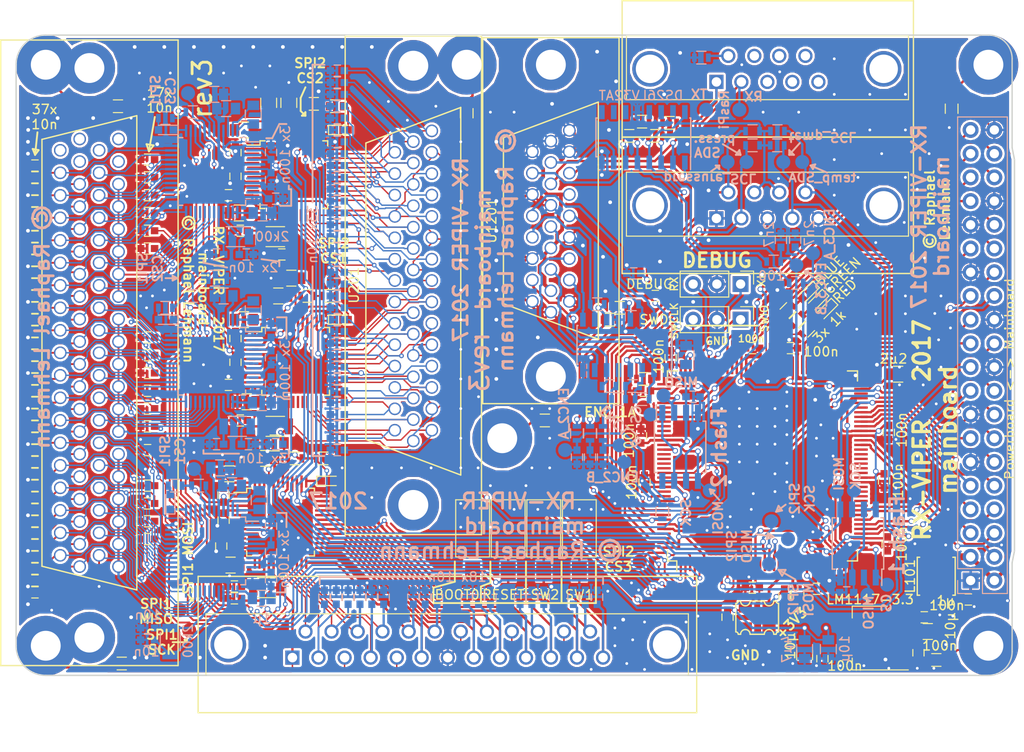
<source format=kicad_pcb>
(kicad_pcb (version 4) (host pcbnew 4.0.6)
  (title_block (title Mainboard) (date 2017-06-27) (rev rev2) (company VIPER))
  (layers (0 F.Cu signal) (31 B.Cu signal) (34 B.Paste user) (35 F.Paste user) (36 B.SilkS user) (37 F.SilkS user) (38 B.Mask user) (39 F.Mask user) (44 Edge.Cuts user))
  (net 0 "")
  (net 1 +5V)
  (net 2 GND)
  (net 3 +3V3)
  (net 4 /Mainboard_Temp_Sensors/Mainboard_LTC2984_2/CH1)
  (net 5 /Mainboard_Temp_Sensors/Mainboard_LTC2984_2/Q2)
  (net 6 /Mainboard_Temp_Sensors/Mainboard_LTC2984_2/Q1)
  (net 7 /Mainboard_Temp_Sensors/Mainboard_LTC2984_2/Q3)
  (net 8 /Mainboard_Temp_Sensors/Mainboard_LTC2984_2/VREF_BYP)
  (net 9 /Mainboard_Temp_Sensors/Mainboard_LTC2984_2/VREF)
  (net 10 /Mainboard_Temp_Sensors/Mainboard_LTC2984_2/LDO)
  (net 11 /Mainboard_Temp_Sensors/Mainboard_LTC2984_1/CH1)
  (net 12 /Mainboard_Temp_Sensors/Mainboard_LTC2984_1/Q2)
  (net 13 /Mainboard_Temp_Sensors/Mainboard_LTC2984_1/Q1)
  (net 14 /Mainboard_Temp_Sensors/Mainboard_LTC2984_1/Q3)
  (net 15 /Mainboard_Temp_Sensors/Mainboard_LTC2984_1/VREF_BYP)
  (net 16 /Mainboard_Temp_Sensors/Mainboard_LTC2984_1/VREF)
  (net 17 /Mainboard_Temp_Sensors/Mainboard_LTC2984_1/LDO)
  (net 18 /Mainboard_Temp_Sensors/Mainboard_LTC2984_3/CH1)
  (net 19 /Mainboard_Temp_Sensors/Mainboard_LTC2984_3/Q2)
  (net 20 /Mainboard_Temp_Sensors/Mainboard_LTC2984_3/Q1)
  (net 21 /Mainboard_Temp_Sensors/Mainboard_LTC2984_3/Q3)
  (net 22 /Mainboard_Temp_Sensors/Mainboard_LTC2984_3/VREF_BYP)
  (net 23 /Mainboard_Temp_Sensors/Mainboard_LTC2984_3/VREF)
  (net 24 /Mainboard_Temp_Sensors/Mainboard_LTC2984_3/LDO)
  (net 25 /Mainboard_Temp_Sensors/Mainboard_LTC2984_5/CH1)
  (net 26 /Mainboard_Temp_Sensors/Mainboard_LTC2984_5/Q2)
  (net 27 /Mainboard_Temp_Sensors/Mainboard_LTC2984_5/Q1)
  (net 28 /Mainboard_Temp_Sensors/Mainboard_LTC2984_5/Q3)
  (net 29 /Mainboard_Temp_Sensors/Mainboard_LTC2984_5/VREF_BYP)
  (net 30 /Mainboard_Temp_Sensors/Mainboard_LTC2984_5/VREF)
  (net 31 /Mainboard_Temp_Sensors/Mainboard_LTC2984_5/LDO)
  (net 32 /Mainboard_Temp_Sensors/Mainboard_LTC2984_4/CH1)
  (net 33 /Mainboard_Temp_Sensors/Mainboard_LTC2984_4/Q2)
  (net 34 /Mainboard_Temp_Sensors/Mainboard_LTC2984_4/Q1)
  (net 35 /Mainboard_Temp_Sensors/Mainboard_LTC2984_4/Q3)
  (net 36 /Mainboard_Temp_Sensors/Mainboard_LTC2984_4/VREF_BYP)
  (net 37 /Mainboard_Temp_Sensors/Mainboard_LTC2984_4/VREF)
  (net 38 /Mainboard_Temp_Sensors/Mainboard_LTC2984_4/LDO)
  (net 39 /Mainboard_Temp_Sensors/Mainboard_LTC2984_6/CH1)
  (net 40 /Mainboard_Temp_Sensors/Mainboard_LTC2984_6/Q2)
  (net 41 /Mainboard_Temp_Sensors/Mainboard_LTC2984_6/Q1)
  (net 42 /Mainboard_Temp_Sensors/Mainboard_LTC2984_6/Q3)
  (net 43 /Mainboard_Temp_Sensors/Mainboard_LTC2984_6/VREF_BYP)
  (net 44 /Mainboard_Temp_Sensors/Mainboard_LTC2984_6/VREF)
  (net 45 /Mainboard_Temp_Sensors/Mainboard_LTC2984_6/LDO)
  (net 46 "Net-(C903-Pad1)")
  (net 47 "Net-(C904-Pad1)")
  (net 48 /Heat_Probe_Encoder/ENC1_A)
  (net 49 /Heat_Probe_Encoder/ENC1_B)
  (net 50 /Heat_Probe_Encoder/ENC2_A)
  (net 51 /Heat_Probe_Encoder/ENC2_B)
  (net 52 /Heat_Probe_Encoder/ENC3_A)
  (net 53 /Heat_Probe_Encoder/ENC3_B)
  (net 54 "Net-(D301-Pad2)")
  (net 55 /Mainboard_Temp_Sensors/INT2)
  (net 56 "Net-(D401-Pad2)")
  (net 57 /Mainboard_Temp_Sensors/INT1)
  (net 58 "Net-(D501-Pad2)")
  (net 59 /Mainboard_Temp_Sensors/INT3)
  (net 60 "Net-(D601-Pad2)")
  (net 61 /Mainboard_Temp_Sensors/INT5)
  (net 62 "Net-(D701-Pad2)")
  (net 63 /Mainboard_Temp_Sensors/INT4)
  (net 64 "Net-(D801-Pad2)")
  (net 65 /Mainboard_Temp_Sensors/INT6)
  (net 66 /Brake_EN)
  (net 67 /Motor_U_P)
  (net 68 /Motor_U_N)
  (net 69 /Motor_V_P)
  (net 70 /Motor_V_N)
  (net 71 /Motor_W_P)
  (net 72 /Motor_W_N)
  (net 73 /Probe1_EN)
  (net 74 /Probe2_EN)
  (net 75 /Probe3_EN)
  (net 76 /extADC_SPI_SCK)
  (net 77 /extADC_SPI_MISO)
  (net 78 /extADC_SPI_MOSI)
  (net 79 /extADC_SPI_CS1)
  (net 80 /Charge_EN)
  (net 81 /Charge_status)
  (net 82 /Cam_Light_EN)
  (net 83 /Lens_Heat_EN)
  (net 84 /Boost24V_EN)
  (net 85 /Encoder_A+)
  (net 86 /Encoder_B+)
  (net 87 /Hall_U)
  (net 88 /Hall_V)
  (net 89 /Hall_W)
  (net 90 /LO)
  (net 91 /SOE)
  (net 92 /SODS)
  (net 93 /TX)
  (net 94 /RX)
  (net 95 /pressure_SDA)
  (net 96 /temperature_SCL)
  (net 97 /pressure_SCL)
  (net 98 /temperature_SDA)
  (net 99 /RasPi_TX)
  (net 100 /RasPi_RX)
  (net 101 "/Mainboard microcontroller/debug_TX")
  (net 102 "/Mainboard microcontroller/debug_RX")
  (net 103 "/Mainboard microcontroller/SWDIO")
  (net 104 "/Mainboard microcontroller/SWCLK")
  (net 105 "/Mainboard microcontroller/LED1")
  (net 106 "/Mainboard microcontroller/LED3")
  (net 107 "/Mainboard microcontroller/LED2")
  (net 108 /Mainboard_Temp_Sensors/Mainboard_LTC2984_2/~RESET)
  (net 109 /Mainboard_Temp_Sensors/Mainboard_LTC2984_1/~RESET)
  (net 110 /Mainboard_Temp_Sensors/Mainboard_LTC2984_3/~RESET)
  (net 111 /Mainboard_Temp_Sensors/Mainboard_LTC2984_5/~RESET)
  (net 112 /Mainboard_Temp_Sensors/Mainboard_LTC2984_4/~RESET)
  (net 113 /Mainboard_Temp_Sensors/Mainboard_LTC2984_6/~RESET)
  (net 114 "/Mainboard microcontroller/SW2")
  (net 115 "/Mainboard microcontroller/SW1")
  (net 116 /Mainboard_Temp_Sensors/SPI1_SCK)
  (net 117 /Mainboard_Temp_Sensors/SPI1_MISO)
  (net 118 /Mainboard_Temp_Sensors/SPI1_MOSI)
  (net 119 /Mainboard_Temp_Sensors/SPI1_CS2)
  (net 120 /Mainboard_Temp_Sensors/SPI1_CS1)
  (net 121 /Mainboard_Temp_Sensors/SPI1_CS3)
  (net 122 /Mainboard_Temp_Sensors/SPI2_SCK)
  (net 123 /Mainboard_Temp_Sensors/SPI2_MISO)
  (net 124 /Mainboard_Temp_Sensors/SPI2_MOSI)
  (net 125 /Mainboard_Temp_Sensors/SPI2_CS2)
  (net 126 /Mainboard_Temp_Sensors/SPI2_CS1)
  (net 127 /Mainboard_Temp_Sensors/SPI2_CS3)
  (net 128 "/Mainboard microcontroller/Mainboard_Flash_1/MISO")
  (net 129 "/Mainboard microcontroller/Mainboard_Flash_1/MOSI")
  (net 130 "/Mainboard microcontroller/Mainboard_Flash_1/SCK")
  (net 131 "/Mainboard microcontroller/Mainboard_Flash_2/SCK")
  (net 132 "/Mainboard microcontroller/Mainboard_Flash_2/MISO")
  (net 133 "/Mainboard microcontroller/Mainboard_Flash_2/MOSI")
  (net 134 "/Mainboard microcontroller/Mainboard_Flash_2/CS")
  (net 135 /5V_filtered)
  (net 136 /Mainboard_Temp_Sensors/T2_RTD6_D)
  (net 137 /Mainboard_Temp_Sensors/T2_RTD6_C)
  (net 138 /Mainboard_Temp_Sensors/T2_RTD3_B)
  (net 139 /Mainboard_Temp_Sensors/T2_RTD6_B)
  (net 140 /Mainboard_Temp_Sensors/T2_RTD2_D)
  (net 141 /Mainboard_Temp_Sensors/T2_RTD5_D)
  (net 142 /Mainboard_Temp_Sensors/T2_RTD2_C)
  (net 143 /Mainboard_Temp_Sensors/T2_RTD5_C)
  (net 144 /Mainboard_Temp_Sensors/T2_RTD2_B)
  (net 145 /Mainboard_Temp_Sensors/T2_RTD5_B)
  (net 146 /Mainboard_Temp_Sensors/T2_RTD1_D)
  (net 147 /Mainboard_Temp_Sensors/T2_RTD4_D)
  (net 148 /Mainboard_Temp_Sensors/T2_RTD1_C)
  (net 149 /Mainboard_Temp_Sensors/T2_RTD4_C)
  (net 150 /Mainboard_Temp_Sensors/T2_RTD1_B)
  (net 151 /Mainboard_Temp_Sensors/T2_RTD4_B)
  (net 152 /Mainboard_Temp_Sensors/T2_RTD1_A)
  (net 153 /Mainboard_Temp_Sensors/T2_RTD3_D)
  (net 154 /Mainboard_Temp_Sensors/T2_RTD3_C)
  (net 155 /Mainboard_Temp_Sensors/T1_RTD6_D)
  (net 156 /Mainboard_Temp_Sensors/T1_RTD6_C)
  (net 157 /Mainboard_Temp_Sensors/T1_RTD3_B)
  (net 158 /Mainboard_Temp_Sensors/T1_RTD6_B)
  (net 159 /Mainboard_Temp_Sensors/T1_RTD2_D)
  (net 160 /Mainboard_Temp_Sensors/T1_RTD5_D)
  (net 161 /Mainboard_Temp_Sensors/T1_RTD2_C)
  (net 162 /Mainboard_Temp_Sensors/T1_RTD5_C)
  (net 163 /Mainboard_Temp_Sensors/T1_RTD2_B)
  (net 164 /Mainboard_Temp_Sensors/T1_RTD5_B)
  (net 165 /Mainboard_Temp_Sensors/T1_RTD1_D)
  (net 166 /Mainboard_Temp_Sensors/T1_RTD4_D)
  (net 167 /Mainboard_Temp_Sensors/T1_RTD1_C)
  (net 168 /Mainboard_Temp_Sensors/T1_RTD4_C)
  (net 169 /Mainboard_Temp_Sensors/T1_RTD1_B)
  (net 170 /Mainboard_Temp_Sensors/T1_RTD4_B)
  (net 171 /Mainboard_Temp_Sensors/T1_RTD1_A)
  (net 172 /Mainboard_Temp_Sensors/T1_RTD3_D)
  (net 173 /Mainboard_Temp_Sensors/T1_RTD3_C)
  (net 174 /Mainboard_Temp_Sensors/T3_RTD6_D)
  (net 175 /Mainboard_Temp_Sensors/T3_RTD6_C)
  (net 176 /Mainboard_Temp_Sensors/T3_RTD3_B)
  (net 177 /Mainboard_Temp_Sensors/T3_RTD6_B)
  (net 178 /Mainboard_Temp_Sensors/T3_RTD2_D)
  (net 179 /Mainboard_Temp_Sensors/T3_RTD5_D)
  (net 180 /Mainboard_Temp_Sensors/T3_RTD2_C)
  (net 181 /Mainboard_Temp_Sensors/T3_RTD5_C)
  (net 182 /Mainboard_Temp_Sensors/T3_RTD2_B)
  (net 183 /Mainboard_Temp_Sensors/T3_RTD5_B)
  (net 184 /Mainboard_Temp_Sensors/T3_RTD1_D)
  (net 185 /Mainboard_Temp_Sensors/T3_RTD4_D)
  (net 186 /Mainboard_Temp_Sensors/T3_RTD1_C)
  (net 187 /Mainboard_Temp_Sensors/T3_RTD4_C)
  (net 188 /Mainboard_Temp_Sensors/T3_RTD1_B)
  (net 189 /Mainboard_Temp_Sensors/T3_RTD4_B)
  (net 190 /Mainboard_Temp_Sensors/T3_RTD1_A)
  (net 191 /Mainboard_Temp_Sensors/T3_RTD3_D)
  (net 192 /Mainboard_Temp_Sensors/T3_RTD3_C)
  (net 193 /Mainboard_Temp_Sensors/T5_RTD6_D)
  (net 194 /Mainboard_Temp_Sensors/T5_RTD6_C)
  (net 195 /Mainboard_Temp_Sensors/T5_RTD3_B)
  (net 196 /Mainboard_Temp_Sensors/T5_RTD6_B)
  (net 197 /Mainboard_Temp_Sensors/T5_RTD2_D)
  (net 198 /Mainboard_Temp_Sensors/T5_RTD5_D)
  (net 199 /Mainboard_Temp_Sensors/T5_RTD2_C)
  (net 200 /Mainboard_Temp_Sensors/T5_RTD5_C)
  (net 201 /Mainboard_Temp_Sensors/T5_RTD2_B)
  (net 202 /Mainboard_Temp_Sensors/T5_RTD5_B)
  (net 203 /Mainboard_Temp_Sensors/T5_RTD1_D)
  (net 204 /Mainboard_Temp_Sensors/T5_RTD4_D)
  (net 205 /Mainboard_Temp_Sensors/T5_RTD1_C)
  (net 206 /Mainboard_Temp_Sensors/T5_RTD4_C)
  (net 207 /Mainboard_Temp_Sensors/T5_RTD1_B)
  (net 208 /Mainboard_Temp_Sensors/T5_RTD4_B)
  (net 209 /Mainboard_Temp_Sensors/T5_RTD1_A)
  (net 210 /Mainboard_Temp_Sensors/T5_RTD3_D)
  (net 211 /Mainboard_Temp_Sensors/T5_RTD3_C)
  (net 212 /Mainboard_Temp_Sensors/T4_RTD6_D)
  (net 213 /Mainboard_Temp_Sensors/T4_RTD6_C)
  (net 214 /Mainboard_Temp_Sensors/T4_RTD3_B)
  (net 215 /Mainboard_Temp_Sensors/T4_RTD6_B)
  (net 216 /Mainboard_Temp_Sensors/T4_RTD2_D)
  (net 217 /Mainboard_Temp_Sensors/T4_RTD5_D)
  (net 218 /Mainboard_Temp_Sensors/T4_RTD2_C)
  (net 219 /Mainboard_Temp_Sensors/T4_RTD5_C)
  (net 220 /Mainboard_Temp_Sensors/T4_RTD2_B)
  (net 221 /Mainboard_Temp_Sensors/T4_RTD5_B)
  (net 222 /Mainboard_Temp_Sensors/T4_RTD4_D)
  (net 223 /Mainboard_Temp_Sensors/T4_RTD4_C)
  (net 224 /Mainboard_Temp_Sensors/T4_RTD4_B)
  (net 225 /Mainboard_Temp_Sensors/T4_RTD1_A)
  (net 226 /Mainboard_Temp_Sensors/T4_RTD3_D)
  (net 227 /Mainboard_Temp_Sensors/T4_RTD3_C)
  (net 228 /Mainboard_Temp_Sensors/T6_RTD6_D)
  (net 229 /Mainboard_Temp_Sensors/T6_RTD6_C)
  (net 230 /Mainboard_Temp_Sensors/T6_RTD3_B)
  (net 231 /Mainboard_Temp_Sensors/T6_RTD6_B)
  (net 232 /Mainboard_Temp_Sensors/T6_RTD2_D)
  (net 233 /Mainboard_Temp_Sensors/T6_RTD5_D)
  (net 234 /Mainboard_Temp_Sensors/T6_RTD2_C)
  (net 235 /Mainboard_Temp_Sensors/T6_RTD5_C)
  (net 236 /Mainboard_Temp_Sensors/T6_RTD2_B)
  (net 237 /Mainboard_Temp_Sensors/T6_RTD5_B)
  (net 238 /Mainboard_Temp_Sensors/T6_RTD1_D)
  (net 239 /Mainboard_Temp_Sensors/T6_RTD4_D)
  (net 240 /Mainboard_Temp_Sensors/T6_RTD1_C)
  (net 241 /Mainboard_Temp_Sensors/T6_RTD4_C)
  (net 242 /Mainboard_Temp_Sensors/T6_RTD1_B)
  (net 243 /Mainboard_Temp_Sensors/T6_RTD4_B)
  (net 244 /Mainboard_Temp_Sensors/T6_RTD1_A)
  (net 245 /Mainboard_Temp_Sensors/T6_RTD3_D)
  (net 246 /Mainboard_Temp_Sensors/T6_RTD3_C)
  (net 247 "/Mainboard microcontroller/NRST")
  (net 248 /LED1_R)
  (net 249 /LED3_R)
  (net 250 /LED2_R)
  (net 251 /CAM_GND)
  (net 252 "/Mainboard microcontroller/BOOT0")
  (net 253 "/Mainboard microcontroller/OSC_8MHz")
  (net 254 /Heat_Probe_Encoder/ENC1_A_filter)
  (net 255 /Heat_Probe_Encoder/ENC1_A_+)
  (net 256 /Heat_Probe_Encoder/ENC1_B_filter)
  (net 257 /Heat_Probe_Encoder/ENC1_B_+)
  (net 258 /Heat_Probe_Encoder/ENC2_A_filter)
  (net 259 /Heat_Probe_Encoder/ENC2_A_+)
  (net 260 /Heat_Probe_Encoder/ENC2_B_filter)
  (net 261 /Heat_Probe_Encoder/ENC2_B_+)
  (net 262 /Heat_Probe_Encoder/ENC3_A_filter)
  (net 263 /Heat_Probe_Encoder/ENC3_A_+)
  (net 264 /Heat_Probe_Encoder/ENC3_B_filter)
  (net 265 /Heat_Probe_Encoder/ENC3_B_+)
  (net 266 /Heat_Probe_Encoder/ENC1_B_-)
  (net 267 /Heat_Probe_Encoder/ENC3_A_-)
  (net 268 /Heat_Probe_Encoder/ENC2_A_-)
  (net 269 /Heat_Probe_Encoder/ENC3_B_-)
  (net 270 /Heat_Probe_Encoder/ENC1_A_-)
  (net 271 /Heat_Probe_Encoder/ENC2_B_-)
  (net 272 "Net-(J112-Pad1)")
  (net 273 "Net-(J113-Pad1)")
  (net 274 "Net-(J114-Pad1)")
  (net 275 "Net-(J115-Pad1)")
  (net 276 "Net-(J116-Pad1)")
  (net 277 "Net-(J117-Pad1)")
  (net 278 "/Mainboard microcontroller/Flash1_CS")
  (module D-Sub-HD:D-Sub_HD_26_F (layer F.Cu) (at 104.267 44.64 270)
    (fp_text reference U1201 (at 0 6.35 270) (layer F.SilkS))
    (fp_text value "Heat probe encoder")
    (pad 1 thru_hole circle (at 8.65 -1.98 270) (size 1.35 1.35) (drill 1.05) (layers *.Cu *.Mask) (net 2 GND))
    (pad 2 thru_hole circle (at 6.36 -1.98 270) (size 1.35 1.35) (drill 1.05) (layers *.Cu *.Mask) (net 255 /Heat_Probe_Encoder/ENC1_A_+))
    (pad 3 thru_hole circle (at 4.07 -1.98 270) (size 1.35 1.35) (drill 1.05) (layers *.Cu *.Mask) (net 266 /Heat_Probe_Encoder/ENC1_B_-))
    (pad 4 thru_hole circle (at 1.78 -1.98 270) (size 1.35 1.35) (drill 1.05) (layers *.Cu *.Mask) (net 2 GND))
    (pad 5 thru_hole circle (at -0.51 -1.98 270) (size 1.35 1.35) (drill 1.05) (layers *.Cu *.Mask) (net 261 /Heat_Probe_Encoder/ENC2_B_+))
    (pad 6 thru_hole circle (at -2.8 -1.98 270) (size 1.35 1.35) (drill 1.05) (layers *.Cu *.Mask) (net 1 +5V))
    (pad 7 thru_hole circle (at -5.09 -1.98 270) (size 1.35 1.35) (drill 1.05) (layers *.Cu *.Mask) (net 267 /Heat_Probe_Encoder/ENC3_A_-))
    (pad 8 thru_hole circle (at -7.38 -1.98 270) (size 1.35 1.35) (drill 1.05) (layers *.Cu *.Mask) (net 2 GND))
    (pad 9 thru_hole circle (at -9.67 -1.98 270) (size 1.35 1.35) (drill 1.05) (layers *.Cu *.Mask) (net 2 GND))
    (pad 10 thru_hole circle (at 9.8 0 270) (size 1.35 1.35) (drill 1.05) (layers *.Cu *.Mask) (net 2 GND))
    (pad 11 thru_hole circle (at 7.51 0 270) (size 1.35 1.35) (drill 1.05) (layers *.Cu *.Mask) (net 1 +5V))
    (pad 12 thru_hole circle (at 5.22 0 270) (size 1.35 1.35) (drill 1.05) (layers *.Cu *.Mask) (net 257 /Heat_Probe_Encoder/ENC1_B_+))
    (pad 13 thru_hole circle (at 2.93 0 270) (size 1.35 1.35) (drill 1.05) (layers *.Cu *.Mask) (net 1 +5V))
    (pad 14 thru_hole circle (at 0.64 0 270) (size 1.35 1.35) (drill 1.05) (layers *.Cu *.Mask) (net 268 /Heat_Probe_Encoder/ENC2_A_-))
    (pad 15 thru_hole circle (at -1.65 0 270) (size 1.35 1.35) (drill 1.05) (layers *.Cu *.Mask) (net 2 GND))
    (pad 16 thru_hole circle (at -3.94 0 270) (size 1.35 1.35) (drill 1.05) (layers *.Cu *.Mask) (net 263 /Heat_Probe_Encoder/ENC3_A_+))
    (pad 17 thru_hole circle (at -6.23 0 270) (size 1.35 1.35) (drill 1.05) (layers *.Cu *.Mask) (net 269 /Heat_Probe_Encoder/ENC3_B_-))
    (pad 18 thru_hole circle (at -8.52 0 270) (size 1.35 1.35) (drill 1.05) (layers *.Cu *.Mask) (net 2 GND))
    (pad 19 thru_hole circle (at 8.65 1.98 270) (size 1.35 1.35) (drill 1.05) (layers *.Cu *.Mask) (net 2 GND))
    (pad 20 thru_hole circle (at 6.36 1.98 270) (size 1.35 1.35) (drill 1.05) (layers *.Cu *.Mask) (net 270 /Heat_Probe_Encoder/ENC1_A_-))
    (pad 21 thru_hole circle (at 4.07 1.98 270) (size 1.35 1.35) (drill 1.05) (layers *.Cu *.Mask) (net 2 GND))
    (pad 22 thru_hole circle (at 1.78 1.98 270) (size 1.35 1.35) (drill 1.05) (layers *.Cu *.Mask) (net 259 /Heat_Probe_Encoder/ENC2_A_+))
    (pad 23 thru_hole circle (at -0.51 1.98 270) (size 1.35 1.35) (drill 1.05) (layers *.Cu *.Mask) (net 271 /Heat_Probe_Encoder/ENC2_B_-))
    (pad 24 thru_hole circle (at -2.8 1.98 270) (size 1.35 1.35) (drill 1.05) (layers *.Cu *.Mask) (net 2 GND))
    (pad 25 thru_hole circle (at -5.09 1.98 270) (size 1.35 1.35) (drill 1.05) (layers *.Cu *.Mask) (net 265 /Heat_Probe_Encoder/ENC3_B_+))
    (pad 26 thru_hole circle (at -7.38 1.98 270) (size 1.35 1.35) (drill 1.05) (layers *.Cu *.Mask) (net 2 GND))
    (pad 0 thru_hole circle (at 16.7 0 270) (size 5.5 5.5) (drill 3.2) (layers *.Cu *.Mask))
    (pad 0 thru_hole circle (at -16.7 0 270) (size 5.5 5.5) (drill 3.2) (layers *.Cu *.Mask))
  )
  (module Housings_QFP:TQFP-144_20x20mm_Pitch0.5mm (layer F.Cu) (at 126.931683 70.911814 90)
    (fp_text reference U901 hide)
    (fp_text value STM32F429ZITx)
    (pad 1 smd rect (at -10.55 -8.75 90) (size 1.45 0.25) (layers F.Cu F.Paste F.Mask) (net 116 /Mainboard_Temp_Sensors/SPI1_SCK))
    (pad 2 smd rect (at -10.55 -8.25 90) (size 1.45 0.25) (layers F.Cu F.Paste F.Mask) (net 126 /Mainboard_Temp_Sensors/SPI2_CS1))
    (pad 3 smd rect (at -10.55 -7.75 90) (size 1.45 0.25) (layers F.Cu F.Paste F.Mask) (net 127 /Mainboard_Temp_Sensors/SPI2_CS3))
    (pad 4 smd rect (at -10.55 -7.25 90) (size 1.45 0.25) (layers F.Cu F.Paste F.Mask) (net 117 /Mainboard_Temp_Sensors/SPI1_MISO))
    (pad 5 smd rect (at -10.55 -6.75 90) (size 1.45 0.25) (layers F.Cu F.Paste F.Mask) (net 118 /Mainboard_Temp_Sensors/SPI1_MOSI))
    (pad 6 smd rect (at -10.55 -6.25 90) (size 1.45 0.25) (layers F.Cu F.Paste F.Mask) (net 3 +3V3))
    (pad 7 smd rect (at -10.55 -5.75 90) (size 1.45 0.25) (layers F.Cu F.Paste F.Mask) (net 125 /Mainboard_Temp_Sensors/SPI2_CS2))
    (pad 8 smd rect (at -10.55 -5.25 90) (size 1.45 0.25) (layers F.Cu F.Paste F.Mask) (net 120 /Mainboard_Temp_Sensors/SPI1_CS1))
    (pad 9 smd rect (at -10.55 -4.75 90) (size 1.45 0.25) (layers F.Cu F.Paste F.Mask) (net 119 /Mainboard_Temp_Sensors/SPI1_CS2))
    (pad 10 smd rect (at -10.55 -4.25 90) (size 1.45 0.25) (layers F.Cu F.Paste F.Mask) (net 98 /temperature_SDA))
    (pad 11 smd rect (at -10.55 -3.75 90) (size 1.45 0.25) (layers F.Cu F.Paste F.Mask) (net 96 /temperature_SCL))
    (pad 12 smd rect (at -10.55 -3.25 90) (size 1.45 0.25) (layers F.Cu F.Paste F.Mask) (net 121 /Mainboard_Temp_Sensors/SPI1_CS3))
    (pad 13 smd rect (at -10.55 -2.75 90) (size 1.45 0.25) (layers F.Cu F.Paste F.Mask))
    (pad 14 smd rect (at -10.55 -2.25 90) (size 1.45 0.25) (layers F.Cu F.Paste F.Mask))
    (pad 15 smd rect (at -10.55 -1.75 90) (size 1.45 0.25) (layers F.Cu F.Paste F.Mask))
    (pad 16 smd rect (at -10.55 -1.25 90) (size 1.45 0.25) (layers F.Cu F.Paste F.Mask) (net 2 GND))
    (pad 17 smd rect (at -10.55 -0.75 90) (size 1.45 0.25) (layers F.Cu F.Paste F.Mask) (net 3 +3V3))
    (pad 18 smd rect (at -10.55 -0.25 90) (size 1.45 0.25) (layers F.Cu F.Paste F.Mask))
    (pad 19 smd rect (at -10.55 0.25 90) (size 1.45 0.25) (layers F.Cu F.Paste F.Mask) (net 122 /Mainboard_Temp_Sensors/SPI2_SCK))
    (pad 20 smd rect (at -10.55 0.75 90) (size 1.45 0.25) (layers F.Cu F.Paste F.Mask) (net 123 /Mainboard_Temp_Sensors/SPI2_MISO))
    (pad 21 smd rect (at -10.55 1.25 90) (size 1.45 0.25) (layers F.Cu F.Paste F.Mask) (net 124 /Mainboard_Temp_Sensors/SPI2_MOSI))
    (pad 22 smd rect (at -10.55 1.75 90) (size 1.45 0.25) (layers F.Cu F.Paste F.Mask))
    (pad 23 smd rect (at -10.55 2.25 90) (size 1.45 0.25) (layers F.Cu F.Paste F.Mask) (net 253 "/Mainboard microcontroller/OSC_8MHz"))
    (pad 24 smd rect (at -10.55 2.75 90) (size 1.45 0.25) (layers F.Cu F.Paste F.Mask))
    (pad 25 smd rect (at -10.55 3.25 90) (size 1.45 0.25) (layers F.Cu F.Paste F.Mask) (net 247 "/Mainboard microcontroller/NRST"))
    (pad 26 smd rect (at -10.55 3.75 90) (size 1.45 0.25) (layers F.Cu F.Paste F.Mask))
    (pad 27 smd rect (at -10.55 4.25 90) (size 1.45 0.25) (layers F.Cu F.Paste F.Mask))
    (pad 28 smd rect (at -10.55 4.75 90) (size 1.45 0.25) (layers F.Cu F.Paste F.Mask) (net 128 "/Mainboard microcontroller/Mainboard_Flash_1/MISO"))
    (pad 29 smd rect (at -10.55 5.25 90) (size 1.45 0.25) (layers F.Cu F.Paste F.Mask) (net 129 "/Mainboard microcontroller/Mainboard_Flash_1/MOSI"))
    (pad 30 smd rect (at -10.55 5.75 90) (size 1.45 0.25) (layers F.Cu F.Paste F.Mask) (net 3 +3V3))
    (pad 31 smd rect (at -10.55 6.25 90) (size 1.45 0.25) (layers F.Cu F.Paste F.Mask) (net 2 GND))
    (pad 32 smd rect (at -10.55 6.75 90) (size 1.45 0.25) (layers F.Cu F.Paste F.Mask))
    (pad 33 smd rect (at -10.55 7.25 90) (size 1.45 0.25) (layers F.Cu F.Paste F.Mask) (net 3 +3V3))
    (pad 34 smd rect (at -10.55 7.75 90) (size 1.45 0.25) (layers F.Cu F.Paste F.Mask) (net 52 /Heat_Probe_Encoder/ENC3_A))
    (pad 35 smd rect (at -10.55 8.25 90) (size 1.45 0.25) (layers F.Cu F.Paste F.Mask) (net 53 /Heat_Probe_Encoder/ENC3_B))
    (pad 36 smd rect (at -10.55 8.75 90) (size 1.45 0.25) (layers F.Cu F.Paste F.Mask) (net 73 /Probe1_EN))
    (pad 37 smd rect (at -8.75 10.55 180) (size 1.45 0.25) (layers F.Cu F.Paste F.Mask) (net 278 "/Mainboard microcontroller/Flash1_CS"))
    (pad 38 smd rect (at -8.25 10.55 180) (size 1.45 0.25) (layers F.Cu F.Paste F.Mask) (net 2 GND))
    (pad 39 smd rect (at -7.75 10.55 180) (size 1.45 0.25) (layers F.Cu F.Paste F.Mask) (net 3 +3V3))
    (pad 40 smd rect (at -7.25 10.55 180) (size 1.45 0.25) (layers F.Cu F.Paste F.Mask) (net 79 /extADC_SPI_CS1))
    (pad 41 smd rect (at -6.75 10.55 180) (size 1.45 0.25) (layers F.Cu F.Paste F.Mask) (net 76 /extADC_SPI_SCK))
    (pad 42 smd rect (at -6.25 10.55 180) (size 1.45 0.25) (layers F.Cu F.Paste F.Mask) (net 77 /extADC_SPI_MISO))
    (pad 43 smd rect (at -5.75 10.55 180) (size 1.45 0.25) (layers F.Cu F.Paste F.Mask) (net 78 /extADC_SPI_MOSI))
    (pad 44 smd rect (at -5.25 10.55 180) (size 1.45 0.25) (layers F.Cu F.Paste F.Mask))
    (pad 45 smd rect (at -4.75 10.55 180) (size 1.45 0.25) (layers F.Cu F.Paste F.Mask) (net 66 /Brake_EN))
    (pad 46 smd rect (at -4.25 10.55 180) (size 1.45 0.25) (layers F.Cu F.Paste F.Mask))
    (pad 47 smd rect (at -3.75 10.55 180) (size 1.45 0.25) (layers F.Cu F.Paste F.Mask))
    (pad 48 smd rect (at -3.25 10.55 180) (size 1.45 0.25) (layers F.Cu F.Paste F.Mask))
    (pad 49 smd rect (at -2.75 10.55 180) (size 1.45 0.25) (layers F.Cu F.Paste F.Mask))
    (pad 50 smd rect (at -2.25 10.55 180) (size 1.45 0.25) (layers F.Cu F.Paste F.Mask))
    (pad 51 smd rect (at -1.75 10.55 180) (size 1.45 0.25) (layers F.Cu F.Paste F.Mask) (net 2 GND))
    (pad 52 smd rect (at -1.25 10.55 180) (size 1.45 0.25) (layers F.Cu F.Paste F.Mask) (net 3 +3V3))
    (pad 53 smd rect (at -0.75 10.55 180) (size 1.45 0.25) (layers F.Cu F.Paste F.Mask))
    (pad 54 smd rect (at -0.25 10.55 180) (size 1.45 0.25) (layers F.Cu F.Paste F.Mask))
    (pad 55 smd rect (at 0.25 10.55 180) (size 1.45 0.25) (layers F.Cu F.Paste F.Mask))
    (pad 56 smd rect (at 0.75 10.55 180) (size 1.45 0.25) (layers F.Cu F.Paste F.Mask))
    (pad 57 smd rect (at 1.25 10.55 180) (size 1.45 0.25) (layers F.Cu F.Paste F.Mask))
    (pad 58 smd rect (at 1.75 10.55 180) (size 1.45 0.25) (layers F.Cu F.Paste F.Mask))
    (pad 59 smd rect (at 2.25 10.55 180) (size 1.45 0.25) (layers F.Cu F.Paste F.Mask) (net 68 /Motor_U_N))
    (pad 60 smd rect (at 2.75 10.55 180) (size 1.45 0.25) (layers F.Cu F.Paste F.Mask) (net 67 /Motor_U_P))
    (pad 61 smd rect (at 3.25 10.55 180) (size 1.45 0.25) (layers F.Cu F.Paste F.Mask) (net 2 GND))
    (pad 62 smd rect (at 3.75 10.55 180) (size 1.45 0.25) (layers F.Cu F.Paste F.Mask) (net 3 +3V3))
    (pad 63 smd rect (at 4.25 10.55 180) (size 1.45 0.25) (layers F.Cu F.Paste F.Mask) (net 70 /Motor_V_N))
    (pad 64 smd rect (at 4.75 10.55 180) (size 1.45 0.25) (layers F.Cu F.Paste F.Mask) (net 69 /Motor_V_P))
    (pad 65 smd rect (at 5.25 10.55 180) (size 1.45 0.25) (layers F.Cu F.Paste F.Mask) (net 72 /Motor_W_N))
    (pad 66 smd rect (at 5.75 10.55 180) (size 1.45 0.25) (layers F.Cu F.Paste F.Mask) (net 71 /Motor_W_P))
    (pad 67 smd rect (at 6.25 10.55 180) (size 1.45 0.25) (layers F.Cu F.Paste F.Mask))
    (pad 68 smd rect (at 6.75 10.55 180) (size 1.45 0.25) (layers F.Cu F.Paste F.Mask))
    (pad 69 smd rect (at 7.25 10.55 180) (size 1.45 0.25) (layers F.Cu F.Paste F.Mask) (net 130 "/Mainboard microcontroller/Mainboard_Flash_1/SCK"))
    (pad 70 smd rect (at 7.75 10.55 180) (size 1.45 0.25) (layers F.Cu F.Paste F.Mask))
    (pad 71 smd rect (at 8.25 10.55 180) (size 1.45 0.25) (layers F.Cu F.Paste F.Mask) (net 46 "Net-(C903-Pad1)"))
    (pad 72 smd rect (at 8.75 10.55 180) (size 1.45 0.25) (layers F.Cu F.Paste F.Mask) (net 3 +3V3))
    (pad 73 smd rect (at 10.55 8.75 90) (size 1.45 0.25) (layers F.Cu F.Paste F.Mask) (net 81 /Charge_status))
    (pad 74 smd rect (at 10.55 8.25 90) (size 1.45 0.25) (layers F.Cu F.Paste F.Mask) (net 80 /Charge_EN))
    (pad 75 smd rect (at 10.55 7.75 90) (size 1.45 0.25) (layers F.Cu F.Paste F.Mask) (net 82 /Cam_Light_EN))
    (pad 76 smd rect (at 10.55 7.25 90) (size 1.45 0.25) (layers F.Cu F.Paste F.Mask) (net 83 /Lens_Heat_EN))
    (pad 77 smd rect (at 10.55 6.75 90) (size 1.45 0.25) (layers F.Cu F.Paste F.Mask) (net 84 /Boost24V_EN))
    (pad 78 smd rect (at 10.55 6.25 90) (size 1.45 0.25) (layers F.Cu F.Paste F.Mask) (net 90 /LO))
    (pad 79 smd rect (at 10.55 5.75 90) (size 1.45 0.25) (layers F.Cu F.Paste F.Mask) (net 91 /SOE))
    (pad 80 smd rect (at 10.55 5.25 90) (size 1.45 0.25) (layers F.Cu F.Paste F.Mask) (net 92 /SODS))
    (pad 81 smd rect (at 10.55 4.75 90) (size 1.45 0.25) (layers F.Cu F.Paste F.Mask) (net 85 /Encoder_A+))
    (pad 82 smd rect (at 10.55 4.25 90) (size 1.45 0.25) (layers F.Cu F.Paste F.Mask) (net 86 /Encoder_B+))
    (pad 83 smd rect (at 10.55 3.75 90) (size 1.45 0.25) (layers F.Cu F.Paste F.Mask) (net 2 GND))
    (pad 84 smd rect (at 10.55 3.25 90) (size 1.45 0.25) (layers F.Cu F.Paste F.Mask) (net 3 +3V3))
    (pad 85 smd rect (at 10.55 2.75 90) (size 1.45 0.25) (layers F.Cu F.Paste F.Mask))
    (pad 86 smd rect (at 10.55 2.25 90) (size 1.45 0.25) (layers F.Cu F.Paste F.Mask))
    (pad 87 smd rect (at 10.55 1.75 90) (size 1.45 0.25) (layers F.Cu F.Paste F.Mask))
    (pad 88 smd rect (at 10.55 1.25 90) (size 1.45 0.25) (layers F.Cu F.Paste F.Mask) (net 105 "/Mainboard microcontroller/LED1"))
    (pad 89 smd rect (at 10.55 0.75 90) (size 1.45 0.25) (layers F.Cu F.Paste F.Mask) (net 107 "/Mainboard microcontroller/LED2"))
    (pad 90 smd rect (at 10.55 0.25 90) (size 1.45 0.25) (layers F.Cu F.Paste F.Mask) (net 106 "/Mainboard microcontroller/LED3"))
    (pad 91 smd rect (at 10.55 -0.25 90) (size 1.45 0.25) (layers F.Cu F.Paste F.Mask))
    (pad 92 smd rect (at 10.55 -0.75 90) (size 1.45 0.25) (layers F.Cu F.Paste F.Mask))
    (pad 93 smd rect (at 10.55 -1.25 90) (size 1.45 0.25) (layers F.Cu F.Paste F.Mask))
    (pad 94 smd rect (at 10.55 -1.75 90) (size 1.45 0.25) (layers F.Cu F.Paste F.Mask) (net 2 GND))
    (pad 95 smd rect (at 10.55 -2.25 90) (size 1.45 0.25) (layers F.Cu F.Paste F.Mask) (net 3 +3V3))
    (pad 96 smd rect (at 10.55 -2.75 90) (size 1.45 0.25) (layers F.Cu F.Paste F.Mask) (net 87 /Hall_U))
    (pad 97 smd rect (at 10.55 -3.25 90) (size 1.45 0.25) (layers F.Cu F.Paste F.Mask) (net 88 /Hall_V))
    (pad 98 smd rect (at 10.55 -3.75 90) (size 1.45 0.25) (layers F.Cu F.Paste F.Mask) (net 89 /Hall_W))
    (pad 99 smd rect (at 10.55 -4.25 90) (size 1.45 0.25) (layers F.Cu F.Paste F.Mask))
    (pad 100 smd rect (at 10.55 -4.75 90) (size 1.45 0.25) (layers F.Cu F.Paste F.Mask))
    (pad 101 smd rect (at 10.55 -5.25 90) (size 1.45 0.25) (layers F.Cu F.Paste F.Mask) (net 101 "/Mainboard microcontroller/debug_TX"))
    (pad 102 smd rect (at 10.55 -5.75 90) (size 1.45 0.25) (layers F.Cu F.Paste F.Mask) (net 102 "/Mainboard microcontroller/debug_RX"))
    (pad 103 smd rect (at 10.55 -6.25 90) (size 1.45 0.25) (layers F.Cu F.Paste F.Mask))
    (pad 104 smd rect (at 10.55 -6.75 90) (size 1.45 0.25) (layers F.Cu F.Paste F.Mask))
    (pad 105 smd rect (at 10.55 -7.25 90) (size 1.45 0.25) (layers F.Cu F.Paste F.Mask) (net 103 "/Mainboard microcontroller/SWDIO"))
    (pad 106 smd rect (at 10.55 -7.75 90) (size 1.45 0.25) (layers F.Cu F.Paste F.Mask) (net 47 "Net-(C904-Pad1)"))
    (pad 107 smd rect (at 10.55 -8.25 90) (size 1.45 0.25) (layers F.Cu F.Paste F.Mask) (net 2 GND))
    (pad 108 smd rect (at 10.55 -8.75 90) (size 1.45 0.25) (layers F.Cu F.Paste F.Mask) (net 3 +3V3))
    (pad 109 smd rect (at 8.75 -10.55 180) (size 1.45 0.25) (layers F.Cu F.Paste F.Mask) (net 104 "/Mainboard microcontroller/SWCLK"))
    (pad 110 smd rect (at 8.25 -10.55 180) (size 1.45 0.25) (layers F.Cu F.Paste F.Mask) (net 48 /Heat_Probe_Encoder/ENC1_A))
    (pad 111 smd rect (at 7.75 -10.55 180) (size 1.45 0.25) (layers F.Cu F.Paste F.Mask) (net 131 "/Mainboard microcontroller/Mainboard_Flash_2/SCK"))
    (pad 112 smd rect (at 7.25 -10.55 180) (size 1.45 0.25) (layers F.Cu F.Paste F.Mask) (net 132 "/Mainboard microcontroller/Mainboard_Flash_2/MISO"))
    (pad 113 smd rect (at 6.75 -10.55 180) (size 1.45 0.25) (layers F.Cu F.Paste F.Mask) (net 93 /TX))
    (pad 114 smd rect (at 6.25 -10.55 180) (size 1.45 0.25) (layers F.Cu F.Paste F.Mask))
    (pad 115 smd rect (at 5.75 -10.55 180) (size 1.45 0.25) (layers F.Cu F.Paste F.Mask))
    (pad 116 smd rect (at 5.25 -10.55 180) (size 1.45 0.25) (layers F.Cu F.Paste F.Mask) (net 94 /RX))
    (pad 117 smd rect (at 4.75 -10.55 180) (size 1.45 0.25) (layers F.Cu F.Paste F.Mask))
    (pad 118 smd rect (at 4.25 -10.55 180) (size 1.45 0.25) (layers F.Cu F.Paste F.Mask))
    (pad 119 smd rect (at 3.75 -10.55 180) (size 1.45 0.25) (layers F.Cu F.Paste F.Mask))
    (pad 120 smd rect (at 3.25 -10.55 180) (size 1.45 0.25) (layers F.Cu F.Paste F.Mask) (net 2 GND))
    (pad 121 smd rect (at 2.75 -10.55 180) (size 1.45 0.25) (layers F.Cu F.Paste F.Mask) (net 3 +3V3))
    (pad 122 smd rect (at 2.25 -10.55 180) (size 1.45 0.25) (layers F.Cu F.Paste F.Mask) (net 133 "/Mainboard microcontroller/Mainboard_Flash_2/MOSI"))
    (pad 123 smd rect (at 1.75 -10.55 180) (size 1.45 0.25) (layers F.Cu F.Paste F.Mask) (net 134 "/Mainboard microcontroller/Mainboard_Flash_2/CS"))
    (pad 124 smd rect (at 1.25 -10.55 180) (size 1.45 0.25) (layers F.Cu F.Paste F.Mask))
    (pad 125 smd rect (at 0.75 -10.55 180) (size 1.45 0.25) (layers F.Cu F.Paste F.Mask))
    (pad 126 smd rect (at 0.25 -10.55 180) (size 1.45 0.25) (layers F.Cu F.Paste F.Mask))
    (pad 127 smd rect (at -0.25 -10.55 180) (size 1.45 0.25) (layers F.Cu F.Paste F.Mask))
    (pad 128 smd rect (at -0.75 -10.55 180) (size 1.45 0.25) (layers F.Cu F.Paste F.Mask) (net 115 "/Mainboard microcontroller/SW1"))
    (pad 129 smd rect (at -1.25 -10.55 180) (size 1.45 0.25) (layers F.Cu F.Paste F.Mask) (net 114 "/Mainboard microcontroller/SW2"))
    (pad 130 smd rect (at -1.75 -10.55 180) (size 1.45 0.25) (layers F.Cu F.Paste F.Mask) (net 2 GND))
    (pad 131 smd rect (at -2.25 -10.55 180) (size 1.45 0.25) (layers F.Cu F.Paste F.Mask) (net 3 +3V3))
    (pad 132 smd rect (at -2.75 -10.55 180) (size 1.45 0.25) (layers F.Cu F.Paste F.Mask))
    (pad 133 smd rect (at -3.25 -10.55 180) (size 1.45 0.25) (layers F.Cu F.Paste F.Mask) (net 49 /Heat_Probe_Encoder/ENC1_B))
    (pad 134 smd rect (at -3.75 -10.55 180) (size 1.45 0.25) (layers F.Cu F.Paste F.Mask) (net 50 /Heat_Probe_Encoder/ENC2_A))
    (pad 135 smd rect (at -4.25 -10.55 180) (size 1.45 0.25) (layers F.Cu F.Paste F.Mask) (net 51 /Heat_Probe_Encoder/ENC2_B))
    (pad 136 smd rect (at -4.75 -10.55 180) (size 1.45 0.25) (layers F.Cu F.Paste F.Mask) (net 97 /pressure_SCL))
    (pad 137 smd rect (at -5.25 -10.55 180) (size 1.45 0.25) (layers F.Cu F.Paste F.Mask) (net 95 /pressure_SDA))
    (pad 138 smd rect (at -5.75 -10.55 180) (size 1.45 0.25) (layers F.Cu F.Paste F.Mask) (net 252 "/Mainboard microcontroller/BOOT0"))
    (pad 139 smd rect (at -6.25 -10.55 180) (size 1.45 0.25) (layers F.Cu F.Paste F.Mask) (net 75 /Probe3_EN))
    (pad 140 smd rect (at -6.75 -10.55 180) (size 1.45 0.25) (layers F.Cu F.Paste F.Mask) (net 74 /Probe2_EN))
    (pad 141 smd rect (at -7.25 -10.55 180) (size 1.45 0.25) (layers F.Cu F.Paste F.Mask) (net 100 /RasPi_RX))
    (pad 142 smd rect (at -7.75 -10.55 180) (size 1.45 0.25) (layers F.Cu F.Paste F.Mask) (net 99 /RasPi_TX))
    (pad 143 smd rect (at -8.25 -10.55 180) (size 1.45 0.25) (layers F.Cu F.Paste F.Mask) (net 3 +3V3))
    (pad 144 smd rect (at -8.75 -10.55 180) (size 1.45 0.25) (layers F.Cu F.Paste F.Mask) (net 3 +3V3))
  )
  (module rleh-oscillators:XO53 (layer F.Cu) (at 126.365 87.165)
    (fp_text reference X901 hide)
    (fp_text value XO53)
    (pad 4 smd rect (at -1.27 -1.143) (size 1.4 1.2) (layers F.Cu F.Paste F.Mask) (net 3 +3V3))
    (pad 3 smd rect (at 1.27 -1.143) (size 1.4 1.2) (layers F.Cu F.Paste F.Mask) (net 253 "/Mainboard microcontroller/OSC_8MHz"))
    (pad 2 smd rect (at 1.27 1.1) (size 1.4 1.2) (layers F.Cu F.Paste F.Mask) (net 2 GND))
    (pad 1 smd rect (at -1.27 1.1) (size 1.4 1.2) (layers F.Cu F.Paste F.Mask))
  )
  (module Capacitors_SMD:C_0603 (layer F.Cu) (at 148.983 85.217)
    (fp_text reference C101 hide)
    (fp_text value 1µ (at -2.401 0.127) (layer F.SilkS))
    (pad 1 smd rect (at -0.75 0) (size 0.8 0.75) (layers F.Cu F.Paste F.Mask) (net 1 +5V))
    (pad 2 smd rect (at 0.75 0) (size 0.8 0.75) (layers F.Cu F.Paste F.Mask) (net 2 GND))
  )
  (module Capacitors_SMD:C_0603 (layer F.Cu) (at 144.26 87.122)
    (fp_text reference C102 hide)
    (fp_text value 100n (at 2.425 -1.27) (layer F.SilkS))
    (pad 1 smd rect (at -0.75 0) (size 0.8 0.75) (layers F.Cu F.Paste F.Mask) (net 135 /5V_filtered))
    (pad 2 smd rect (at 0.75 0) (size 0.8 0.75) (layers F.Cu F.Paste F.Mask) (net 2 GND))
  )
  (module Capacitors_SMD:C_0805 (layer F.Cu) (at 144.637 88.646)
    (fp_text reference C103 hide)
    (fp_text value 10µ (at 2.429 -0.635 90) (layer F.SilkS))
    (pad 1 smd rect (at -1 0) (size 1 1.25) (layers F.Cu F.Paste F.Mask) (net 135 /5V_filtered))
    (pad 2 smd rect (at 1 0) (size 1 1.25) (layers F.Cu F.Paste F.Mask) (net 2 GND))
  )
  (module Capacitors_SMD:C_0603 (layer F.Cu) (at 143.637 90.92 270)
    (fp_text reference C104 hide)
    (fp_text value 100n (at -0.75 -2.286 360) (layer F.SilkS))
    (pad 1 smd rect (at -0.75 0 270) (size 0.8 0.75) (layers F.Cu F.Paste F.Mask) (net 135 /5V_filtered))
    (pad 2 smd rect (at 0.75 0 270) (size 0.8 0.75) (layers F.Cu F.Paste F.Mask) (net 2 GND))
  )
  (module Capacitors_SMD:C_0603 (layer F.Cu) (at 133.35 91.555 270)
    (fp_text reference C105 hide)
    (fp_text value 100n (at 0.774 -2.413 360) (layer F.SilkS))
    (pad 1 smd rect (at -0.75 0 270) (size 0.8 0.75) (layers F.Cu F.Paste F.Mask) (net 3 +3V3))
    (pad 2 smd rect (at 0.75 0 270) (size 0.8 0.75) (layers F.Cu F.Paste F.Mask) (net 2 GND))
  )
  (module Capacitors_SMD:C_0805 (layer F.Cu) (at 131.445 91.17 270)
    (fp_text reference C106 hide)
    (fp_text value 10µ (at -1 1.524 270) (layer F.SilkS))
    (pad 1 smd rect (at -1 0 270) (size 1 1.25) (layers F.Cu F.Paste F.Mask) (net 3 +3V3))
    (pad 2 smd rect (at 1 0 270) (size 1 1.25) (layers F.Cu F.Paste F.Mask) (net 2 GND))
  )
  (module Capacitors_SMD:C_0603 (layer F.Cu) (at 49.01 53.975 180)
    (fp_text reference C301 hide)
    (fp_text value 10n)
    (pad 1 smd rect (at -0.75 0 180) (size 0.8 0.75) (layers F.Cu F.Paste F.Mask) (net 136 /Mainboard_Temp_Sensors/T2_RTD6_D))
    (pad 2 smd rect (at 0.75 0 180) (size 0.8 0.75) (layers F.Cu F.Paste F.Mask) (net 2 GND))
  )
  (module Capacitors_SMD:C_0603 (layer F.Cu) (at 49.01 55.245 180)
    (fp_text reference C302 hide)
    (fp_text value 10n)
    (pad 1 smd rect (at -0.75 0 180) (size 0.8 0.75) (layers F.Cu F.Paste F.Mask) (net 137 /Mainboard_Temp_Sensors/T2_RTD6_C))
    (pad 2 smd rect (at 0.75 0 180) (size 0.8 0.75) (layers F.Cu F.Paste F.Mask) (net 2 GND))
  )
  (module Capacitors_SMD:C_0603 (layer F.Cu) (at 61.075 62.865)
    (fp_text reference C303 hide)
    (fp_text value 10n)
    (pad 1 smd rect (at -0.75 0) (size 0.8 0.75) (layers F.Cu F.Paste F.Mask) (net 2 GND))
    (pad 2 smd rect (at 0.75 0) (size 0.8 0.75) (layers F.Cu F.Paste F.Mask) (net 138 /Mainboard_Temp_Sensors/T2_RTD3_B))
  )
  (module Capacitors_SMD:C_0603 (layer F.Cu) (at 61.075 57.15 180)
    (fp_text reference C304 hide)
    (fp_text value 10n)
    (pad 1 smd rect (at -0.75 0 180) (size 0.8 0.75) (layers F.Cu F.Paste F.Mask) (net 139 /Mainboard_Temp_Sensors/T2_RTD6_B))
    (pad 2 smd rect (at 0.75 0 180) (size 0.8 0.75) (layers F.Cu F.Paste F.Mask) (net 2 GND))
  )
  (module Capacitors_SMD:C_0603 (layer F.Cu) (at 49.01 64.135)
    (fp_text reference C305 hide)
    (fp_text value 10n)
    (pad 1 smd rect (at -0.75 0) (size 0.8 0.75) (layers F.Cu F.Paste F.Mask) (net 2 GND))
    (pad 2 smd rect (at 0.75 0) (size 0.8 0.75) (layers F.Cu F.Paste F.Mask) (net 140 /Mainboard_Temp_Sensors/T2_RTD2_D))
  )
  (module Capacitors_SMD:C_0603 (layer F.Cu) (at 49.01 56.515 180)
    (fp_text reference C306 hide)
    (fp_text value 10n)
    (pad 1 smd rect (at -0.75 0 180) (size 0.8 0.75) (layers F.Cu F.Paste F.Mask) (net 141 /Mainboard_Temp_Sensors/T2_RTD5_D))
    (pad 2 smd rect (at 0.75 0 180) (size 0.8 0.75) (layers F.Cu F.Paste F.Mask) (net 2 GND))
  )
  (module Capacitors_SMD:C_0603 (layer F.Cu) (at 49.01 65.405)
    (fp_text reference C307 hide)
    (fp_text value 10n)
    (pad 1 smd rect (at -0.75 0) (size 0.8 0.75) (layers F.Cu F.Paste F.Mask) (net 2 GND))
    (pad 2 smd rect (at 0.75 0) (size 0.8 0.75) (layers F.Cu F.Paste F.Mask) (net 142 /Mainboard_Temp_Sensors/T2_RTD2_C))
  )
  (module Capacitors_SMD:C_0603 (layer F.Cu) (at 49.01 57.785 180)
    (fp_text reference C308 hide)
    (fp_text value 10n)
    (pad 1 smd rect (at -0.75 0 180) (size 0.8 0.75) (layers F.Cu F.Paste F.Mask) (net 143 /Mainboard_Temp_Sensors/T2_RTD5_C))
    (pad 2 smd rect (at 0.75 0 180) (size 0.8 0.75) (layers F.Cu F.Paste F.Mask) (net 2 GND))
  )
  (module Capacitors_SMD:C_0603 (layer F.Cu) (at 61.075 64.77)
    (fp_text reference C309 hide)
    (fp_text value 10n)
    (pad 1 smd rect (at -0.75 0) (size 0.8 0.75) (layers F.Cu F.Paste F.Mask) (net 2 GND))
    (pad 2 smd rect (at 0.75 0) (size 0.8 0.75) (layers F.Cu F.Paste F.Mask) (net 144 /Mainboard_Temp_Sensors/T2_RTD2_B))
  )
  (module Capacitors_SMD:C_0603 (layer F.Cu) (at 61.075 59.055 180)
    (fp_text reference C310 hide)
    (fp_text value 10n)
    (pad 1 smd rect (at -0.75 0 180) (size 0.8 0.75) (layers F.Cu F.Paste F.Mask) (net 145 /Mainboard_Temp_Sensors/T2_RTD5_B))
    (pad 2 smd rect (at 0.75 0 180) (size 0.8 0.75) (layers F.Cu F.Paste F.Mask) (net 2 GND))
  )
  (module Capacitors_SMD:C_0603 (layer F.Cu) (at 49.01 66.675)
    (fp_text reference C311 hide)
    (fp_text value 10n)
    (pad 1 smd rect (at -0.75 0) (size 0.8 0.75) (layers F.Cu F.Paste F.Mask) (net 2 GND))
    (pad 2 smd rect (at 0.75 0) (size 0.8 0.75) (layers F.Cu F.Paste F.Mask) (net 146 /Mainboard_Temp_Sensors/T2_RTD1_D))
  )
  (module Capacitors_SMD:C_0603 (layer F.Cu) (at 49.01 59.055 180)
    (fp_text reference C312 hide)
    (fp_text value 10n)
    (pad 1 smd rect (at -0.75 0 180) (size 0.8 0.75) (layers F.Cu F.Paste F.Mask) (net 147 /Mainboard_Temp_Sensors/T2_RTD4_D))
    (pad 2 smd rect (at 0.75 0 180) (size 0.8 0.75) (layers F.Cu F.Paste F.Mask) (net 2 GND))
  )
  (module Capacitors_SMD:C_0603 (layer F.Cu) (at 49.01 67.945)
    (fp_text reference C313 hide)
    (fp_text value 10n)
    (pad 1 smd rect (at -0.75 0) (size 0.8 0.75) (layers F.Cu F.Paste F.Mask) (net 2 GND))
    (pad 2 smd rect (at 0.75 0) (size 0.8 0.75) (layers F.Cu F.Paste F.Mask) (net 148 /Mainboard_Temp_Sensors/T2_RTD1_C))
  )
  (module Capacitors_SMD:C_0603 (layer F.Cu) (at 49.01 60.325 180)
    (fp_text reference C314 hide)
    (fp_text value 10n)
    (pad 1 smd rect (at -0.75 0 180) (size 0.8 0.75) (layers F.Cu F.Paste F.Mask) (net 149 /Mainboard_Temp_Sensors/T2_RTD4_C))
    (pad 2 smd rect (at 0.75 0 180) (size 0.8 0.75) (layers F.Cu F.Paste F.Mask) (net 2 GND))
  )
  (module Capacitors_SMD:C_0603 (layer F.Cu) (at 61.075 66.675)
    (fp_text reference C315 hide)
    (fp_text value 10n)
    (pad 1 smd rect (at -0.75 0) (size 0.8 0.75) (layers F.Cu F.Paste F.Mask) (net 2 GND))
    (pad 2 smd rect (at 0.75 0) (size 0.8 0.75) (layers F.Cu F.Paste F.Mask) (net 150 /Mainboard_Temp_Sensors/T2_RTD1_B))
  )
  (module Capacitors_SMD:C_0603 (layer F.Cu) (at 61.075 60.96 180)
    (fp_text reference C316 hide)
    (fp_text value 10n)
    (pad 1 smd rect (at -0.75 0 180) (size 0.8 0.75) (layers F.Cu F.Paste F.Mask) (net 151 /Mainboard_Temp_Sensors/T2_RTD4_B))
    (pad 2 smd rect (at 0.75 0 180) (size 0.8 0.75) (layers F.Cu F.Paste F.Mask) (net 2 GND))
  )
  (module Capacitors_SMD:C_0603 (layer B.Cu) (at 68.465 68.58)
    (fp_text reference C317 hide)
    (fp_text value 10n)
    (pad 1 smd rect (at -0.75 0) (size 0.8 0.75) (layers B.Cu B.Paste B.Mask) (net 2 GND))
    (pad 2 smd rect (at 0.75 0) (size 0.8 0.75) (layers B.Cu B.Paste B.Mask) (net 152 /Mainboard_Temp_Sensors/T2_RTD1_A))
  )
  (module Capacitors_SMD:C_0603 (layer F.Cu) (at 49.01 61.595 180)
    (fp_text reference C318 hide)
    (fp_text value 10n)
    (pad 1 smd rect (at -0.75 0 180) (size 0.8 0.75) (layers F.Cu F.Paste F.Mask) (net 153 /Mainboard_Temp_Sensors/T2_RTD3_D))
    (pad 2 smd rect (at 0.75 0 180) (size 0.8 0.75) (layers F.Cu F.Paste F.Mask) (net 2 GND))
  )
  (module Capacitors_SMD:C_0603 (layer B.Cu) (at 71.87 68.58 180)
    (fp_text reference C319 hide)
    (fp_text value 10n)
    (pad 1 smd rect (at -0.75 0 180) (size 0.8 0.75) (layers B.Cu B.Paste B.Mask) (net 2 GND))
    (pad 2 smd rect (at 0.75 0 180) (size 0.8 0.75) (layers B.Cu B.Paste B.Mask) (net 4 /Mainboard_Temp_Sensors/Mainboard_LTC2984_2/CH1))
  )
  (module Capacitors_SMD:C_0603 (layer F.Cu) (at 49.01 62.865 180)
    (fp_text reference C320 hide)
    (fp_text value 10n)
    (pad 1 smd rect (at -0.75 0 180) (size 0.8 0.75) (layers F.Cu F.Paste F.Mask) (net 154 /Mainboard_Temp_Sensors/T2_RTD3_C))
    (pad 2 smd rect (at 0.75 0 180) (size 0.8 0.75) (layers F.Cu F.Paste F.Mask) (net 2 GND))
  )
  (module Capacitors_SMD:C_0805 (layer B.Cu) (at 72.39 54.245 270)
    (fp_text reference C321 hide)
    (fp_text value "10µ X7R")
    (pad 1 smd rect (at -1 0 270) (size 1 1.25) (layers B.Cu B.Paste B.Mask) (net 5 /Mainboard_Temp_Sensors/Mainboard_LTC2984_2/Q2))
    (pad 2 smd rect (at 1 0 270) (size 1 1.25) (layers B.Cu B.Paste B.Mask) (net 6 /Mainboard_Temp_Sensors/Mainboard_LTC2984_2/Q1))
  )
  (module Capacitors_SMD:C_0805 (layer B.Cu) (at 69.215 52.705)
    (fp_text reference C322 hide)
    (fp_text value "10µ X5R")
    (pad 1 smd rect (at -1 0) (size 1 1.25) (layers B.Cu B.Paste B.Mask) (net 2 GND))
    (pad 2 smd rect (at 1 0) (size 1 1.25) (layers B.Cu B.Paste B.Mask) (net 7 /Mainboard_Temp_Sensors/Mainboard_LTC2984_2/Q3))
  )
  (module Capacitors_SMD:C_0603 (layer B.Cu) (at 74.295 56.4 90)
    (fp_text reference C323 hide)
    (fp_text value 100n)
    (pad 1 smd rect (at -0.75 0 90) (size 0.8 0.75) (layers B.Cu B.Paste B.Mask) (net 3 +3V3))
    (pad 2 smd rect (at 0.75 0 90) (size 0.8 0.75) (layers B.Cu B.Paste B.Mask) (net 2 GND))
  )
  (module Capacitors_SMD:C_0603 (layer B.Cu) (at 74.295 62.115 90)
    (fp_text reference C324 hide)
    (fp_text value 100n)
    (pad 1 smd rect (at -0.75 0 90) (size 0.8 0.75) (layers B.Cu B.Paste B.Mask) (net 2 GND))
    (pad 2 smd rect (at 0.75 0 90) (size 0.8 0.75) (layers B.Cu B.Paste B.Mask) (net 8 /Mainboard_Temp_Sensors/Mainboard_LTC2984_2/VREF_BYP))
  )
  (module Capacitors_SMD:C_0603 (layer B.Cu) (at 74.295 59.309 270)
    (fp_text reference C325 hide)
    (fp_text value 100n)
    (pad 1 smd rect (at -0.75 0 270) (size 0.8 0.75) (layers B.Cu B.Paste B.Mask) (net 3 +3V3))
    (pad 2 smd rect (at 0.75 0 270) (size 0.8 0.75) (layers B.Cu B.Paste B.Mask) (net 2 GND))
  )
  (module Capacitors_SMD:C_0805 (layer B.Cu) (at 73.295 64.135)
    (fp_text reference C326 hide)
    (fp_text value 1µ)
    (pad 1 smd rect (at -1 0) (size 1 1.25) (layers B.Cu B.Paste B.Mask) (net 9 /Mainboard_Temp_Sensors/Mainboard_LTC2984_2/VREF))
    (pad 2 smd rect (at 1 0) (size 1 1.25) (layers B.Cu B.Paste B.Mask) (net 2 GND))
  )
  (module Capacitors_SMD:C_0805 (layer B.Cu) (at 68.31 50.8 180)
    (fp_text reference C327 hide)
    (fp_text value 10µ)
    (pad 1 smd rect (at -1 0 180) (size 1 1.25) (layers B.Cu B.Paste B.Mask) (net 2 GND))
    (pad 2 smd rect (at 1 0 180) (size 1 1.25) (layers B.Cu B.Paste B.Mask) (net 10 /Mainboard_Temp_Sensors/Mainboard_LTC2984_2/LDO))
  )
  (module Capacitors_SMD:C_0603 (layer F.Cu) (at 49.01 69.215 180)
    (fp_text reference C401 hide)
    (fp_text value 10n)
    (pad 1 smd rect (at -0.75 0 180) (size 0.8 0.75) (layers F.Cu F.Paste F.Mask) (net 155 /Mainboard_Temp_Sensors/T1_RTD6_D))
    (pad 2 smd rect (at 0.75 0 180) (size 0.8 0.75) (layers F.Cu F.Paste F.Mask) (net 2 GND))
  )
  (module Capacitors_SMD:C_0603 (layer F.Cu) (at 49.01 70.485 180)
    (fp_text reference C402 hide)
    (fp_text value 10n)
    (pad 1 smd rect (at -0.75 0 180) (size 0.8 0.75) (layers F.Cu F.Paste F.Mask) (net 156 /Mainboard_Temp_Sensors/T1_RTD6_C))
    (pad 2 smd rect (at 0.75 0 180) (size 0.8 0.75) (layers F.Cu F.Paste F.Mask) (net 2 GND))
  )
  (module Capacitors_SMD:C_0603 (layer F.Cu) (at 61.075 76.835)
    (fp_text reference C403 hide)
    (fp_text value 10n)
    (pad 1 smd rect (at -0.75 0) (size 0.8 0.75) (layers F.Cu F.Paste F.Mask) (net 2 GND))
    (pad 2 smd rect (at 0.75 0) (size 0.8 0.75) (layers F.Cu F.Paste F.Mask) (net 157 /Mainboard_Temp_Sensors/T1_RTD3_B))
  )
  (module Capacitors_SMD:C_0603 (layer F.Cu) (at 61.075 69.215 180)
    (fp_text reference C404 hide)
    (fp_text value 10n)
    (pad 1 smd rect (at -0.75 0 180) (size 0.8 0.75) (layers F.Cu F.Paste F.Mask) (net 158 /Mainboard_Temp_Sensors/T1_RTD6_B))
    (pad 2 smd rect (at 0.75 0 180) (size 0.8 0.75) (layers F.Cu F.Paste F.Mask) (net 2 GND))
  )
  (module Capacitors_SMD:C_0603 (layer F.Cu) (at 49.01 79.375)
    (fp_text reference C405 hide)
    (fp_text value 10n)
    (pad 1 smd rect (at -0.75 0) (size 0.8 0.75) (layers F.Cu F.Paste F.Mask) (net 2 GND))
    (pad 2 smd rect (at 0.75 0) (size 0.8 0.75) (layers F.Cu F.Paste F.Mask) (net 159 /Mainboard_Temp_Sensors/T1_RTD2_D))
  )
  (module Capacitors_SMD:C_0603 (layer F.Cu) (at 49.01 71.755 180)
    (fp_text reference C406 hide)
    (fp_text value 10n)
    (pad 1 smd rect (at -0.75 0 180) (size 0.8 0.75) (layers F.Cu F.Paste F.Mask) (net 160 /Mainboard_Temp_Sensors/T1_RTD5_D))
    (pad 2 smd rect (at 0.75 0 180) (size 0.8 0.75) (layers F.Cu F.Paste F.Mask) (net 2 GND))
  )
  (module Capacitors_SMD:C_0603 (layer F.Cu) (at 49.01 80.645)
    (fp_text reference C407 hide)
    (fp_text value 10n)
    (pad 1 smd rect (at -0.75 0) (size 0.8 0.75) (layers F.Cu F.Paste F.Mask) (net 2 GND))
    (pad 2 smd rect (at 0.75 0) (size 0.8 0.75) (layers F.Cu F.Paste F.Mask) (net 161 /Mainboard_Temp_Sensors/T1_RTD2_C))
  )
  (module Capacitors_SMD:C_0603 (layer F.Cu) (at 49.01 73.025 180)
    (fp_text reference C408 hide)
    (fp_text value 10n)
    (pad 1 smd rect (at -0.75 0 180) (size 0.8 0.75) (layers F.Cu F.Paste F.Mask) (net 162 /Mainboard_Temp_Sensors/T1_RTD5_C))
    (pad 2 smd rect (at 0.75 0 180) (size 0.8 0.75) (layers F.Cu F.Paste F.Mask) (net 2 GND))
  )
  (module Capacitors_SMD:C_0603 (layer F.Cu) (at 61.075 78.74)
    (fp_text reference C409 hide)
    (fp_text value 10n)
    (pad 1 smd rect (at -0.75 0) (size 0.8 0.75) (layers F.Cu F.Paste F.Mask) (net 2 GND))
    (pad 2 smd rect (at 0.75 0) (size 0.8 0.75) (layers F.Cu F.Paste F.Mask) (net 163 /Mainboard_Temp_Sensors/T1_RTD2_B))
  )
  (module Capacitors_SMD:C_0603 (layer F.Cu) (at 61.075 73.025 180)
    (fp_text reference C410 hide)
    (fp_text value 10n)
    (pad 1 smd rect (at -0.75 0 180) (size 0.8 0.75) (layers F.Cu F.Paste F.Mask) (net 164 /Mainboard_Temp_Sensors/T1_RTD5_B))
    (pad 2 smd rect (at 0.75 0 180) (size 0.8 0.75) (layers F.Cu F.Paste F.Mask) (net 2 GND))
  )
  (module Capacitors_SMD:C_0603 (layer F.Cu) (at 49.01 81.915)
    (fp_text reference C411 hide)
    (fp_text value 10n)
    (pad 1 smd rect (at -0.75 0) (size 0.8 0.75) (layers F.Cu F.Paste F.Mask) (net 2 GND))
    (pad 2 smd rect (at 0.75 0) (size 0.8 0.75) (layers F.Cu F.Paste F.Mask) (net 165 /Mainboard_Temp_Sensors/T1_RTD1_D))
  )
  (module Capacitors_SMD:C_0603 (layer F.Cu) (at 49.01 74.295 180)
    (fp_text reference C412 hide)
    (fp_text value 10n)
    (pad 1 smd rect (at -0.75 0 180) (size 0.8 0.75) (layers F.Cu F.Paste F.Mask) (net 166 /Mainboard_Temp_Sensors/T1_RTD4_D))
    (pad 2 smd rect (at 0.75 0 180) (size 0.8 0.75) (layers F.Cu F.Paste F.Mask) (net 2 GND))
  )
  (module Capacitors_SMD:C_0603 (layer F.Cu) (at 49.01 83.185)
    (fp_text reference C413 hide)
    (fp_text value 10n)
    (pad 1 smd rect (at -0.75 0) (size 0.8 0.75) (layers F.Cu F.Paste F.Mask) (net 2 GND))
    (pad 2 smd rect (at 0.75 0) (size 0.8 0.75) (layers F.Cu F.Paste F.Mask) (net 167 /Mainboard_Temp_Sensors/T1_RTD1_C))
  )
  (module Capacitors_SMD:C_0603 (layer F.Cu) (at 49.01 75.565 180)
    (fp_text reference C414 hide)
    (fp_text value 10n)
    (pad 1 smd rect (at -0.75 0 180) (size 0.8 0.75) (layers F.Cu F.Paste F.Mask) (net 168 /Mainboard_Temp_Sensors/T1_RTD4_C))
    (pad 2 smd rect (at 0.75 0 180) (size 0.8 0.75) (layers F.Cu F.Paste F.Mask) (net 2 GND))
  )
  (module Capacitors_SMD:C_0603 (layer F.Cu) (at 49.01 84.455)
    (fp_text reference C415 hide)
    (fp_text value 10n)
    (pad 1 smd rect (at -0.75 0) (size 0.8 0.75) (layers F.Cu F.Paste F.Mask) (net 2 GND))
    (pad 2 smd rect (at 0.75 0) (size 0.8 0.75) (layers F.Cu F.Paste F.Mask) (net 169 /Mainboard_Temp_Sensors/T1_RTD1_B))
  )
  (module Capacitors_SMD:C_0603 (layer F.Cu) (at 61.075 74.93 180)
    (fp_text reference C416 hide)
    (fp_text value 10n)
    (pad 1 smd rect (at -0.75 0 180) (size 0.8 0.75) (layers F.Cu F.Paste F.Mask) (net 170 /Mainboard_Temp_Sensors/T1_RTD4_B))
    (pad 2 smd rect (at 0.75 0 180) (size 0.8 0.75) (layers F.Cu F.Paste F.Mask) (net 2 GND))
  )
  (module Capacitors_SMD:C_0603 (layer B.Cu) (at 61.075 88.265)
    (fp_text reference C417 hide)
    (fp_text value 10n (at 0.012 -1.397) (layer B.SilkS) (effects (justify mirror)))
    (pad 1 smd rect (at -0.75 0) (size 0.8 0.75) (layers B.Cu B.Paste B.Mask) (net 2 GND))
    (pad 2 smd rect (at 0.75 0) (size 0.8 0.75) (layers B.Cu B.Paste B.Mask) (net 171 /Mainboard_Temp_Sensors/T1_RTD1_A))
  )
  (module Capacitors_SMD:C_0603 (layer F.Cu) (at 49.01 76.835 180)
    (fp_text reference C418 hide)
    (fp_text value 10n)
    (pad 1 smd rect (at -0.75 0 180) (size 0.8 0.75) (layers F.Cu F.Paste F.Mask) (net 172 /Mainboard_Temp_Sensors/T1_RTD3_D))
    (pad 2 smd rect (at 0.75 0 180) (size 0.8 0.75) (layers F.Cu F.Paste F.Mask) (net 2 GND))
  )
  (module Capacitors_SMD:C_0603 (layer B.Cu) (at 61.075 89.535)
    (fp_text reference C419 hide)
    (fp_text value 10n (at -0.115 1.27) (layer B.SilkS) (effects (justify mirror)))
    (pad 1 smd rect (at -0.75 0) (size 0.8 0.75) (layers B.Cu B.Paste B.Mask) (net 2 GND))
    (pad 2 smd rect (at 0.75 0) (size 0.8 0.75) (layers B.Cu B.Paste B.Mask) (net 11 /Mainboard_Temp_Sensors/Mainboard_LTC2984_1/CH1))
  )
  (module Capacitors_SMD:C_0603 (layer F.Cu) (at 49.01 78.105 180)
    (fp_text reference C420 hide)
    (fp_text value 10n)
    (pad 1 smd rect (at -0.75 0 180) (size 0.8 0.75) (layers F.Cu F.Paste F.Mask) (net 173 /Mainboard_Temp_Sensors/T1_RTD3_C))
    (pad 2 smd rect (at 0.75 0 180) (size 0.8 0.75) (layers F.Cu F.Paste F.Mask) (net 2 GND))
  )
  (module Capacitors_SMD:C_0805 (layer B.Cu) (at 73.025 74.565 270)
    (fp_text reference C421 hide)
    (fp_text value "10µ X7R")
    (pad 1 smd rect (at -1 0 270) (size 1 1.25) (layers B.Cu B.Paste B.Mask) (net 12 /Mainboard_Temp_Sensors/Mainboard_LTC2984_1/Q2))
    (pad 2 smd rect (at 1 0 270) (size 1 1.25) (layers B.Cu B.Paste B.Mask) (net 13 /Mainboard_Temp_Sensors/Mainboard_LTC2984_1/Q1))
  )
  (module Capacitors_SMD:C_0805 (layer B.Cu) (at 70.12 73.025)
    (fp_text reference C422 hide)
    (fp_text value "10µ X5R")
    (pad 1 smd rect (at -1 0) (size 1 1.25) (layers B.Cu B.Paste B.Mask) (net 2 GND))
    (pad 2 smd rect (at 1 0) (size 1 1.25) (layers B.Cu B.Paste B.Mask) (net 14 /Mainboard_Temp_Sensors/Mainboard_LTC2984_1/Q3))
  )
  (module Capacitors_SMD:C_0603 (layer B.Cu) (at 74.295 77.355 90)
    (fp_text reference C423 hide)
    (fp_text value 100n)
    (pad 1 smd rect (at -0.75 0 90) (size 0.8 0.75) (layers B.Cu B.Paste B.Mask) (net 3 +3V3))
    (pad 2 smd rect (at 0.75 0 90) (size 0.8 0.75) (layers B.Cu B.Paste B.Mask) (net 2 GND))
  )
  (module Capacitors_SMD:C_0603 (layer B.Cu) (at 74.295 83.07 90)
    (fp_text reference C424 hide)
    (fp_text value 100n)
    (pad 1 smd rect (at -0.75 0 90) (size 0.8 0.75) (layers B.Cu B.Paste B.Mask) (net 2 GND))
    (pad 2 smd rect (at 0.75 0 90) (size 0.8 0.75) (layers B.Cu B.Paste B.Mask) (net 15 /Mainboard_Temp_Sensors/Mainboard_LTC2984_1/VREF_BYP))
  )
  (module Capacitors_SMD:C_0603 (layer B.Cu) (at 74.295 80.125 270)
    (fp_text reference C425 hide)
    (fp_text value 100n)
    (pad 1 smd rect (at -0.75 0 270) (size 0.8 0.75) (layers B.Cu B.Paste B.Mask) (net 3 +3V3))
    (pad 2 smd rect (at 0.75 0 270) (size 0.8 0.75) (layers B.Cu B.Paste B.Mask) (net 2 GND))
  )
  (module Capacitors_SMD:C_0805 (layer B.Cu) (at 73.295 85.09)
    (fp_text reference C426 hide)
    (fp_text value 1µ (at -0.016 2.159) (layer B.SilkS) (effects (justify mirror)))
    (pad 1 smd rect (at -1 0) (size 1 1.25) (layers B.Cu B.Paste B.Mask) (net 16 /Mainboard_Temp_Sensors/Mainboard_LTC2984_1/VREF))
    (pad 2 smd rect (at 1 0) (size 1 1.25) (layers B.Cu B.Paste B.Mask) (net 2 GND))
  )
  (module Capacitors_SMD:C_0805 (layer B.Cu) (at 68.85 71.12 180)
    (fp_text reference C427 hide)
    (fp_text value 10µ)
    (pad 1 smd rect (at -1 0 180) (size 1 1.25) (layers B.Cu B.Paste B.Mask) (net 2 GND))
    (pad 2 smd rect (at 1 0 180) (size 1 1.25) (layers B.Cu B.Paste B.Mask) (net 17 /Mainboard_Temp_Sensors/Mainboard_LTC2984_1/LDO))
  )
  (module Capacitors_SMD:C_0603 (layer F.Cu) (at 49.01 38.735 180)
    (fp_text reference C501 hide)
    (fp_text value 10n)
    (pad 1 smd rect (at -0.75 0 180) (size 0.8 0.75) (layers F.Cu F.Paste F.Mask) (net 174 /Mainboard_Temp_Sensors/T3_RTD6_D))
    (pad 2 smd rect (at 0.75 0 180) (size 0.8 0.75) (layers F.Cu F.Paste F.Mask) (net 2 GND))
  )
  (module Capacitors_SMD:C_0603 (layer F.Cu) (at 49.01 40.005 180)
    (fp_text reference C502 hide)
    (fp_text value 10n)
    (pad 1 smd rect (at -0.75 0 180) (size 0.8 0.75) (layers F.Cu F.Paste F.Mask) (net 175 /Mainboard_Temp_Sensors/T3_RTD6_C))
    (pad 2 smd rect (at 0.75 0 180) (size 0.8 0.75) (layers F.Cu F.Paste F.Mask) (net 2 GND))
  )
  (module Capacitors_SMD:C_0603 (layer F.Cu) (at 61.075 43.815)
    (fp_text reference C503 hide)
    (fp_text value 10n)
    (pad 1 smd rect (at -0.75 0) (size 0.8 0.75) (layers F.Cu F.Paste F.Mask) (net 2 GND))
    (pad 2 smd rect (at 0.75 0) (size 0.8 0.75) (layers F.Cu F.Paste F.Mask) (net 176 /Mainboard_Temp_Sensors/T3_RTD3_B))
  )
  (module Capacitors_SMD:C_0603 (layer F.Cu) (at 61.075 38.1 180)
    (fp_text reference C504 hide)
    (fp_text value 10n)
    (pad 1 smd rect (at -0.75 0 180) (size 0.8 0.75) (layers F.Cu F.Paste F.Mask) (net 177 /Mainboard_Temp_Sensors/T3_RTD6_B))
    (pad 2 smd rect (at 0.75 0 180) (size 0.8 0.75) (layers F.Cu F.Paste F.Mask) (net 2 GND))
  )
  (module Capacitors_SMD:C_0603 (layer F.Cu) (at 49.01 48.895)
    (fp_text reference C505 hide)
    (fp_text value 10n)
    (pad 1 smd rect (at -0.75 0) (size 0.8 0.75) (layers F.Cu F.Paste F.Mask) (net 2 GND))
    (pad 2 smd rect (at 0.75 0) (size 0.8 0.75) (layers F.Cu F.Paste F.Mask) (net 178 /Mainboard_Temp_Sensors/T3_RTD2_D))
  )
  (module Capacitors_SMD:C_0603 (layer F.Cu) (at 49.01 41.275 180)
    (fp_text reference C506 hide)
    (fp_text value 10n)
    (pad 1 smd rect (at -0.75 0 180) (size 0.8 0.75) (layers F.Cu F.Paste F.Mask) (net 179 /Mainboard_Temp_Sensors/T3_RTD5_D))
    (pad 2 smd rect (at 0.75 0 180) (size 0.8 0.75) (layers F.Cu F.Paste F.Mask) (net 2 GND))
  )
  (module Capacitors_SMD:C_0603 (layer F.Cu) (at 49.01 50.165)
    (fp_text reference C507 hide)
    (fp_text value 10n)
    (pad 1 smd rect (at -0.75 0) (size 0.8 0.75) (layers F.Cu F.Paste F.Mask) (net 2 GND))
    (pad 2 smd rect (at 0.75 0) (size 0.8 0.75) (layers F.Cu F.Paste F.Mask) (net 180 /Mainboard_Temp_Sensors/T3_RTD2_C))
  )
  (module Capacitors_SMD:C_0603 (layer F.Cu) (at 49.01 42.545 180)
    (fp_text reference C508 hide)
    (fp_text value 10n)
    (pad 1 smd rect (at -0.75 0 180) (size 0.8 0.75) (layers F.Cu F.Paste F.Mask) (net 181 /Mainboard_Temp_Sensors/T3_RTD5_C))
    (pad 2 smd rect (at 0.75 0 180) (size 0.8 0.75) (layers F.Cu F.Paste F.Mask) (net 2 GND))
  )
  (module Capacitors_SMD:C_0603 (layer F.Cu) (at 61.075 45.72)
    (fp_text reference C509 hide)
    (fp_text value 10n)
    (pad 1 smd rect (at -0.75 0) (size 0.8 0.75) (layers F.Cu F.Paste F.Mask) (net 2 GND))
    (pad 2 smd rect (at 0.75 0) (size 0.8 0.75) (layers F.Cu F.Paste F.Mask) (net 182 /Mainboard_Temp_Sensors/T3_RTD2_B))
  )
  (module Capacitors_SMD:C_0603 (layer F.Cu) (at 61.075 40.005 180)
    (fp_text reference C510 hide)
    (fp_text value 10n)
    (pad 1 smd rect (at -0.75 0 180) (size 0.8 0.75) (layers F.Cu F.Paste F.Mask) (net 183 /Mainboard_Temp_Sensors/T3_RTD5_B))
    (pad 2 smd rect (at 0.75 0 180) (size 0.8 0.75) (layers F.Cu F.Paste F.Mask) (net 2 GND))
  )
  (module Capacitors_SMD:C_0603 (layer F.Cu) (at 49.01 51.435)
    (fp_text reference C511 hide)
    (fp_text value 10n)
    (pad 1 smd rect (at -0.75 0) (size 0.8 0.75) (layers F.Cu F.Paste F.Mask) (net 2 GND))
    (pad 2 smd rect (at 0.75 0) (size 0.8 0.75) (layers F.Cu F.Paste F.Mask) (net 184 /Mainboard_Temp_Sensors/T3_RTD1_D))
  )
  (module Capacitors_SMD:C_0603 (layer F.Cu) (at 49.01 43.815 180)
    (fp_text reference C512 hide)
    (fp_text value 10n)
    (pad 1 smd rect (at -0.75 0 180) (size 0.8 0.75) (layers F.Cu F.Paste F.Mask) (net 185 /Mainboard_Temp_Sensors/T3_RTD4_D))
    (pad 2 smd rect (at 0.75 0 180) (size 0.8 0.75) (layers F.Cu F.Paste F.Mask) (net 2 GND))
  )
  (module Capacitors_SMD:C_0603 (layer F.Cu) (at 49.01 52.705)
    (fp_text reference C513 hide)
    (fp_text value 10n)
    (pad 1 smd rect (at -0.75 0) (size 0.8 0.75) (layers F.Cu F.Paste F.Mask) (net 2 GND))
    (pad 2 smd rect (at 0.75 0) (size 0.8 0.75) (layers F.Cu F.Paste F.Mask) (net 186 /Mainboard_Temp_Sensors/T3_RTD1_C))
  )
  (module Capacitors_SMD:C_0603 (layer F.Cu) (at 49.01 45.085 180)
    (fp_text reference C514 hide)
    (fp_text value 10n)
    (pad 1 smd rect (at -0.75 0 180) (size 0.8 0.75) (layers F.Cu F.Paste F.Mask) (net 187 /Mainboard_Temp_Sensors/T3_RTD4_C))
    (pad 2 smd rect (at 0.75 0 180) (size 0.8 0.75) (layers F.Cu F.Paste F.Mask) (net 2 GND))
  )
  (module Capacitors_SMD:C_0603 (layer F.Cu) (at 61.075 47.625)
    (fp_text reference C515 hide)
    (fp_text value 10n)
    (pad 1 smd rect (at -0.75 0) (size 0.8 0.75) (layers F.Cu F.Paste F.Mask) (net 2 GND))
    (pad 2 smd rect (at 0.75 0) (size 0.8 0.75) (layers F.Cu F.Paste F.Mask) (net 188 /Mainboard_Temp_Sensors/T3_RTD1_B))
  )
  (module Capacitors_SMD:C_0603 (layer F.Cu) (at 61.075 41.91 180)
    (fp_text reference C516 hide)
    (fp_text value 10n)
    (pad 1 smd rect (at -0.75 0 180) (size 0.8 0.75) (layers F.Cu F.Paste F.Mask) (net 189 /Mainboard_Temp_Sensors/T3_RTD4_B))
    (pad 2 smd rect (at 0.75 0 180) (size 0.8 0.75) (layers F.Cu F.Paste F.Mask) (net 2 GND))
  )
  (module Capacitors_SMD:C_0603 (layer B.Cu) (at 68.465 48.26)
    (fp_text reference C517 hide)
    (fp_text value 10n)
    (pad 1 smd rect (at -0.75 0) (size 0.8 0.75) (layers B.Cu B.Paste B.Mask) (net 2 GND))
    (pad 2 smd rect (at 0.75 0) (size 0.8 0.75) (layers B.Cu B.Paste B.Mask) (net 190 /Mainboard_Temp_Sensors/T3_RTD1_A))
  )
  (module Capacitors_SMD:C_0603 (layer F.Cu) (at 49.01 46.355 180)
    (fp_text reference C518 hide)
    (fp_text value 10n)
    (pad 1 smd rect (at -0.75 0 180) (size 0.8 0.75) (layers F.Cu F.Paste F.Mask) (net 191 /Mainboard_Temp_Sensors/T3_RTD3_D))
    (pad 2 smd rect (at 0.75 0 180) (size 0.8 0.75) (layers F.Cu F.Paste F.Mask) (net 2 GND))
  )
  (module Capacitors_SMD:C_0603 (layer B.Cu) (at 71.64 48.26 180)
    (fp_text reference C519 hide)
    (fp_text value 10n)
    (pad 1 smd rect (at -0.75 0 180) (size 0.8 0.75) (layers B.Cu B.Paste B.Mask) (net 2 GND))
    (pad 2 smd rect (at 0.75 0 180) (size 0.8 0.75) (layers B.Cu B.Paste B.Mask) (net 18 /Mainboard_Temp_Sensors/Mainboard_LTC2984_3/CH1))
  )
  (module Capacitors_SMD:C_0603 (layer F.Cu) (at 49.01 47.625 180)
    (fp_text reference C520 hide)
    (fp_text value 10n)
    (pad 1 smd rect (at -0.75 0 180) (size 0.8 0.75) (layers F.Cu F.Paste F.Mask) (net 192 /Mainboard_Temp_Sensors/T3_RTD3_C))
    (pad 2 smd rect (at 0.75 0 180) (size 0.8 0.75) (layers F.Cu F.Paste F.Mask) (net 2 GND))
  )
  (module Capacitors_SMD:C_0805 (layer B.Cu) (at 72.39 33.29 270)
    (fp_text reference C521 hide)
    (fp_text value "10µ X7R")
    (pad 1 smd rect (at -1 0 270) (size 1 1.25) (layers B.Cu B.Paste B.Mask) (net 19 /Mainboard_Temp_Sensors/Mainboard_LTC2984_3/Q2))
    (pad 2 smd rect (at 1 0 270) (size 1 1.25) (layers B.Cu B.Paste B.Mask) (net 20 /Mainboard_Temp_Sensors/Mainboard_LTC2984_3/Q1))
  )
  (module Capacitors_SMD:C_0805 (layer B.Cu) (at 69.485 32.639)
    (fp_text reference C522 hide)
    (fp_text value "10µ X5R")
    (pad 1 smd rect (at -1 0) (size 1 1.25) (layers B.Cu B.Paste B.Mask) (net 2 GND))
    (pad 2 smd rect (at 1 0) (size 1 1.25) (layers B.Cu B.Paste B.Mask) (net 21 /Mainboard_Temp_Sensors/Mainboard_LTC2984_3/Q3))
  )
  (module Capacitors_SMD:C_0603 (layer B.Cu) (at 74.295 37.35 90)
    (fp_text reference C523 hide)
    (fp_text value 100n)
    (pad 1 smd rect (at -0.75 0 90) (size 0.8 0.75) (layers B.Cu B.Paste B.Mask) (net 3 +3V3))
    (pad 2 smd rect (at 0.75 0 90) (size 0.8 0.75) (layers B.Cu B.Paste B.Mask) (net 2 GND))
  )
  (module Capacitors_SMD:C_0603 (layer B.Cu) (at 74.791 42.291 180)
    (fp_text reference C524 hide)
    (fp_text value 100n)
    (pad 1 smd rect (at -0.75 0 180) (size 0.8 0.75) (layers B.Cu B.Paste B.Mask) (net 2 GND))
    (pad 2 smd rect (at 0.75 0 180) (size 0.8 0.75) (layers B.Cu B.Paste B.Mask) (net 22 /Mainboard_Temp_Sensors/Mainboard_LTC2984_3/VREF_BYP))
  )
  (module Capacitors_SMD:C_0603 (layer B.Cu) (at 74.295 40.247 270)
    (fp_text reference C525 hide)
    (fp_text value 100n)
    (pad 1 smd rect (at -0.75 0 270) (size 0.8 0.75) (layers B.Cu B.Paste B.Mask) (net 3 +3V3))
    (pad 2 smd rect (at 0.75 0 270) (size 0.8 0.75) (layers B.Cu B.Paste B.Mask) (net 2 GND))
  )
  (module Capacitors_SMD:C_0805 (layer B.Cu) (at 73.39 43.815)
    (fp_text reference C526 hide)
    (fp_text value 1µ)
    (pad 1 smd rect (at -1 0) (size 1 1.25) (layers B.Cu B.Paste B.Mask) (net 23 /Mainboard_Temp_Sensors/Mainboard_LTC2984_3/VREF))
    (pad 2 smd rect (at 1 0) (size 1 1.25) (layers B.Cu B.Paste B.Mask) (net 2 GND))
  )
  (module Capacitors_SMD:C_0805 (layer B.Cu) (at 68.215 31.115 180)
    (fp_text reference C527 hide)
    (fp_text value 10µ)
    (pad 1 smd rect (at -1 0 180) (size 1 1.25) (layers B.Cu B.Paste B.Mask) (net 2 GND))
    (pad 2 smd rect (at 1 0 180) (size 1 1.25) (layers B.Cu B.Paste B.Mask) (net 24 /Mainboard_Temp_Sensors/Mainboard_LTC2984_3/LDO))
  )
  (module Capacitors_SMD:C_0603 (layer B.Cu) (at 81.395 28.575 180)
    (fp_text reference C601 hide)
    (fp_text value 10n)
    (pad 1 smd rect (at -0.75 0 180) (size 0.8 0.75) (layers B.Cu B.Paste B.Mask) (net 193 /Mainboard_Temp_Sensors/T5_RTD6_D))
    (pad 2 smd rect (at 0.75 0 180) (size 0.8 0.75) (layers B.Cu B.Paste B.Mask) (net 2 GND))
  )
  (module Capacitors_SMD:C_0603 (layer B.Cu) (at 81.395 29.845 180)
    (fp_text reference C602 hide)
    (fp_text value 10n)
    (pad 1 smd rect (at -0.75 0 180) (size 0.8 0.75) (layers B.Cu B.Paste B.Mask) (net 194 /Mainboard_Temp_Sensors/T5_RTD6_C))
    (pad 2 smd rect (at 0.75 0 180) (size 0.8 0.75) (layers B.Cu B.Paste B.Mask) (net 2 GND))
  )
  (module Capacitors_SMD:C_0603 (layer B.Cu) (at 81.395 42.545)
    (fp_text reference C603 hide)
    (fp_text value 10n)
    (pad 1 smd rect (at -0.75 0) (size 0.8 0.75) (layers B.Cu B.Paste B.Mask) (net 2 GND))
    (pad 2 smd rect (at 0.75 0) (size 0.8 0.75) (layers B.Cu B.Paste B.Mask) (net 195 /Mainboard_Temp_Sensors/T5_RTD3_B))
  )
  (module Capacitors_SMD:C_0603 (layer B.Cu) (at 81.395 31.115 180)
    (fp_text reference C604 hide)
    (fp_text value 10n)
    (pad 1 smd rect (at -0.75 0 180) (size 0.8 0.75) (layers B.Cu B.Paste B.Mask) (net 196 /Mainboard_Temp_Sensors/T5_RTD6_B))
    (pad 2 smd rect (at 0.75 0 180) (size 0.8 0.75) (layers B.Cu B.Paste B.Mask) (net 2 GND))
  )
  (module Capacitors_SMD:C_0603 (layer B.Cu) (at 81.395 43.815)
    (fp_text reference C605 hide)
    (fp_text value 10n)
    (pad 1 smd rect (at -0.75 0) (size 0.8 0.75) (layers B.Cu B.Paste B.Mask) (net 2 GND))
    (pad 2 smd rect (at 0.75 0) (size 0.8 0.75) (layers B.Cu B.Paste B.Mask) (net 197 /Mainboard_Temp_Sensors/T5_RTD2_D))
  )
  (module Capacitors_SMD:C_0603 (layer B.Cu) (at 81.395 32.385 180)
    (fp_text reference C606 hide)
    (fp_text value 10n)
    (pad 1 smd rect (at -0.75 0 180) (size 0.8 0.75) (layers B.Cu B.Paste B.Mask) (net 198 /Mainboard_Temp_Sensors/T5_RTD5_D))
    (pad 2 smd rect (at 0.75 0 180) (size 0.8 0.75) (layers B.Cu B.Paste B.Mask) (net 2 GND))
  )
  (module Capacitors_SMD:C_0603 (layer B.Cu) (at 81.395 45.085)
    (fp_text reference C607 hide)
    (fp_text value 10n)
    (pad 1 smd rect (at -0.75 0) (size 0.8 0.75) (layers B.Cu B.Paste B.Mask) (net 2 GND))
    (pad 2 smd rect (at 0.75 0) (size 0.8 0.75) (layers B.Cu B.Paste B.Mask) (net 199 /Mainboard_Temp_Sensors/T5_RTD2_C))
  )
  (module Capacitors_SMD:C_0603 (layer B.Cu) (at 81.395 33.655 180)
    (fp_text reference C608 hide)
    (fp_text value 10n)
    (pad 1 smd rect (at -0.75 0 180) (size 0.8 0.75) (layers B.Cu B.Paste B.Mask) (net 200 /Mainboard_Temp_Sensors/T5_RTD5_C))
    (pad 2 smd rect (at 0.75 0 180) (size 0.8 0.75) (layers B.Cu B.Paste B.Mask) (net 2 GND))
  )
  (module Capacitors_SMD:C_0603 (layer B.Cu) (at 81.395 46.355)
    (fp_text reference C609 hide)
    (fp_text value 10n)
    (pad 1 smd rect (at -0.75 0) (size 0.8 0.75) (layers B.Cu B.Paste B.Mask) (net 2 GND))
    (pad 2 smd rect (at 0.75 0) (size 0.8 0.75) (layers B.Cu B.Paste B.Mask) (net 201 /Mainboard_Temp_Sensors/T5_RTD2_B))
  )
  (module Capacitors_SMD:C_0603 (layer B.Cu) (at 81.395 34.925 180)
    (fp_text reference C610 hide)
    (fp_text value 10n)
    (pad 1 smd rect (at -0.75 0 180) (size 0.8 0.75) (layers B.Cu B.Paste B.Mask) (net 202 /Mainboard_Temp_Sensors/T5_RTD5_B))
    (pad 2 smd rect (at 0.75 0 180) (size 0.8 0.75) (layers B.Cu B.Paste B.Mask) (net 2 GND))
  )
  (module Capacitors_SMD:C_0603 (layer B.Cu) (at 81.395 47.625)
    (fp_text reference C611 hide)
    (fp_text value 10n)
    (pad 1 smd rect (at -0.75 0) (size 0.8 0.75) (layers B.Cu B.Paste B.Mask) (net 2 GND))
    (pad 2 smd rect (at 0.75 0) (size 0.8 0.75) (layers B.Cu B.Paste B.Mask) (net 203 /Mainboard_Temp_Sensors/T5_RTD1_D))
  )
  (module Capacitors_SMD:C_0603 (layer B.Cu) (at 81.395 36.195 180)
    (fp_text reference C612 hide)
    (fp_text value 10n)
    (pad 1 smd rect (at -0.75 0 180) (size 0.8 0.75) (layers B.Cu B.Paste B.Mask) (net 204 /Mainboard_Temp_Sensors/T5_RTD4_D))
    (pad 2 smd rect (at 0.75 0 180) (size 0.8 0.75) (layers B.Cu B.Paste B.Mask) (net 2 GND))
  )
  (module Capacitors_SMD:C_0603 (layer B.Cu) (at 81.395 48.895)
    (fp_text reference C613 hide)
    (fp_text value 10n)
    (pad 1 smd rect (at -0.75 0) (size 0.8 0.75) (layers B.Cu B.Paste B.Mask) (net 2 GND))
    (pad 2 smd rect (at 0.75 0) (size 0.8 0.75) (layers B.Cu B.Paste B.Mask) (net 205 /Mainboard_Temp_Sensors/T5_RTD1_C))
  )
  (module Capacitors_SMD:C_0603 (layer B.Cu) (at 81.395 37.465 180)
    (fp_text reference C614 hide)
    (fp_text value 10n)
    (pad 1 smd rect (at -0.75 0 180) (size 0.8 0.75) (layers B.Cu B.Paste B.Mask) (net 206 /Mainboard_Temp_Sensors/T5_RTD4_C))
    (pad 2 smd rect (at 0.75 0 180) (size 0.8 0.75) (layers B.Cu B.Paste B.Mask) (net 2 GND))
  )
  (module Capacitors_SMD:C_0603 (layer B.Cu) (at 81.395 50.165)
    (fp_text reference C615 hide)
    (fp_text value 10n)
    (pad 1 smd rect (at -0.75 0) (size 0.8 0.75) (layers B.Cu B.Paste B.Mask) (net 2 GND))
    (pad 2 smd rect (at 0.75 0) (size 0.8 0.75) (layers B.Cu B.Paste B.Mask) (net 207 /Mainboard_Temp_Sensors/T5_RTD1_B))
  )
  (module Capacitors_SMD:C_0603 (layer B.Cu) (at 81.395 38.735 180)
    (fp_text reference C616 hide)
    (fp_text value 10n)
    (pad 1 smd rect (at -0.75 0 180) (size 0.8 0.75) (layers B.Cu B.Paste B.Mask) (net 208 /Mainboard_Temp_Sensors/T5_RTD4_B))
    (pad 2 smd rect (at 0.75 0 180) (size 0.8 0.75) (layers B.Cu B.Paste B.Mask) (net 2 GND))
  )
  (module Capacitors_SMD:C_0603 (layer F.Cu) (at 75.45 48.26)
    (fp_text reference C617 hide)
    (fp_text value 10n)
    (pad 1 smd rect (at -0.75 0) (size 0.8 0.75) (layers F.Cu F.Paste F.Mask) (net 2 GND))
    (pad 2 smd rect (at 0.75 0) (size 0.8 0.75) (layers F.Cu F.Paste F.Mask) (net 209 /Mainboard_Temp_Sensors/T5_RTD1_A))
  )
  (module Capacitors_SMD:C_0603 (layer B.Cu) (at 81.395 40.005 180)
    (fp_text reference C618 hide)
    (fp_text value 10n)
    (pad 1 smd rect (at -0.75 0 180) (size 0.8 0.75) (layers B.Cu B.Paste B.Mask) (net 210 /Mainboard_Temp_Sensors/T5_RTD3_D))
    (pad 2 smd rect (at 0.75 0 180) (size 0.8 0.75) (layers B.Cu B.Paste B.Mask) (net 2 GND))
  )
  (module Capacitors_SMD:C_0603 (layer F.Cu) (at 71.005 45.72)
    (fp_text reference C619 hide)
    (fp_text value 10n)
    (pad 1 smd rect (at -0.75 0) (size 0.8 0.75) (layers F.Cu F.Paste F.Mask) (net 2 GND))
    (pad 2 smd rect (at 0.75 0) (size 0.8 0.75) (layers F.Cu F.Paste F.Mask) (net 25 /Mainboard_Temp_Sensors/Mainboard_LTC2984_5/CH1))
  )
  (module Capacitors_SMD:C_0603 (layer B.Cu) (at 81.395 41.275 180)
    (fp_text reference C620 hide)
    (fp_text value 10n)
    (pad 1 smd rect (at -0.75 0 180) (size 0.8 0.75) (layers B.Cu B.Paste B.Mask) (net 211 /Mainboard_Temp_Sensors/T5_RTD3_C))
    (pad 2 smd rect (at 0.75 0 180) (size 0.8 0.75) (layers B.Cu B.Paste B.Mask) (net 2 GND))
  )
  (module Capacitors_SMD:C_0805 (layer F.Cu) (at 71.39 34.925)
    (fp_text reference C621 hide)
    (fp_text value "10µ X7R")
    (pad 1 smd rect (at -1 0) (size 1 1.25) (layers F.Cu F.Paste F.Mask) (net 26 /Mainboard_Temp_Sensors/Mainboard_LTC2984_5/Q2))
    (pad 2 smd rect (at 1 0) (size 1 1.25) (layers F.Cu F.Paste F.Mask) (net 27 /Mainboard_Temp_Sensors/Mainboard_LTC2984_5/Q1))
  )
  (module Capacitors_SMD:C_0805 (layer F.Cu) (at 74.041 32.02 270)
    (fp_text reference C622 hide)
    (fp_text value "10µ X5R")
    (pad 1 smd rect (at -1 0 270) (size 1 1.25) (layers F.Cu F.Paste F.Mask) (net 2 GND))
    (pad 2 smd rect (at 1 0 270) (size 1 1.25) (layers F.Cu F.Paste F.Mask) (net 28 /Mainboard_Temp_Sensors/Mainboard_LTC2984_5/Q3))
  )
  (module Capacitors_SMD:C_0603 (layer F.Cu) (at 70.485 37.35 90)
    (fp_text reference C623 hide)
    (fp_text value 100n)
    (pad 1 smd rect (at -0.75 0 90) (size 0.8 0.75) (layers F.Cu F.Paste F.Mask) (net 3 +3V3))
    (pad 2 smd rect (at 0.75 0 90) (size 0.8 0.75) (layers F.Cu F.Paste F.Mask) (net 2 GND))
  )
  (module Capacitors_SMD:C_0603 (layer F.Cu) (at 69.735 41.91)
    (fp_text reference C624 hide)
    (fp_text value 100n)
    (pad 1 smd rect (at -0.75 0) (size 0.8 0.75) (layers F.Cu F.Paste F.Mask) (net 2 GND))
    (pad 2 smd rect (at 0.75 0) (size 0.8 0.75) (layers F.Cu F.Paste F.Mask) (net 29 /Mainboard_Temp_Sensors/Mainboard_LTC2984_5/VREF_BYP))
  )
  (module Capacitors_SMD:C_0603 (layer F.Cu) (at 70.485 39.89 270)
    (fp_text reference C625 hide)
    (fp_text value 100n)
    (pad 1 smd rect (at -0.75 0 270) (size 0.8 0.75) (layers F.Cu F.Paste F.Mask) (net 3 +3V3))
    (pad 2 smd rect (at 0.75 0 270) (size 0.8 0.75) (layers F.Cu F.Paste F.Mask) (net 2 GND))
  )
  (module Capacitors_SMD:C_0805 (layer F.Cu) (at 70.85 43.815 180)
    (fp_text reference C626 hide)
    (fp_text value 1µ)
    (pad 1 smd rect (at -1 0 180) (size 1 1.25) (layers F.Cu F.Paste F.Mask) (net 30 /Mainboard_Temp_Sensors/Mainboard_LTC2984_5/VREF))
    (pad 2 smd rect (at 1 0 180) (size 1 1.25) (layers F.Cu F.Paste F.Mask) (net 2 GND))
  )
  (module Capacitors_SMD:C_0805 (layer F.Cu) (at 76.2 32.02 270)
    (fp_text reference C627 hide)
    (fp_text value 10µ)
    (pad 1 smd rect (at -1 0 270) (size 1 1.25) (layers F.Cu F.Paste F.Mask) (net 2 GND))
    (pad 2 smd rect (at 1 0 270) (size 1 1.25) (layers F.Cu F.Paste F.Mask) (net 31 /Mainboard_Temp_Sensors/Mainboard_LTC2984_5/LDO))
  )
  (module Capacitors_SMD:C_0603 (layer B.Cu) (at 81.395 51.435 180)
    (fp_text reference C701 hide)
    (fp_text value 10n)
    (pad 1 smd rect (at -0.75 0 180) (size 0.8 0.75) (layers B.Cu B.Paste B.Mask) (net 212 /Mainboard_Temp_Sensors/T4_RTD6_D))
    (pad 2 smd rect (at 0.75 0 180) (size 0.8 0.75) (layers B.Cu B.Paste B.Mask) (net 2 GND))
  )
  (module Capacitors_SMD:C_0603 (layer B.Cu) (at 81.395 52.705 180)
    (fp_text reference C702 hide)
    (fp_text value 10n)
    (pad 1 smd rect (at -0.75 0 180) (size 0.8 0.75) (layers B.Cu B.Paste B.Mask) (net 213 /Mainboard_Temp_Sensors/T4_RTD6_C))
    (pad 2 smd rect (at 0.75 0 180) (size 0.8 0.75) (layers B.Cu B.Paste B.Mask) (net 2 GND))
  )
  (module Capacitors_SMD:C_0603 (layer B.Cu) (at 81.395 65.405)
    (fp_text reference C703 hide)
    (fp_text value 10n)
    (pad 1 smd rect (at -0.75 0) (size 0.8 0.75) (layers B.Cu B.Paste B.Mask) (net 2 GND))
    (pad 2 smd rect (at 0.75 0) (size 0.8 0.75) (layers B.Cu B.Paste B.Mask) (net 214 /Mainboard_Temp_Sensors/T4_RTD3_B))
  )
  (module Capacitors_SMD:C_0603 (layer B.Cu) (at 81.395 53.975 180)
    (fp_text reference C704 hide)
    (fp_text value 10n)
    (pad 1 smd rect (at -0.75 0 180) (size 0.8 0.75) (layers B.Cu B.Paste B.Mask) (net 215 /Mainboard_Temp_Sensors/T4_RTD6_B))
    (pad 2 smd rect (at 0.75 0 180) (size 0.8 0.75) (layers B.Cu B.Paste B.Mask) (net 2 GND))
  )
  (module Capacitors_SMD:C_0603 (layer B.Cu) (at 81.395 66.675)
    (fp_text reference C705 hide)
    (fp_text value 10n)
    (pad 1 smd rect (at -0.75 0) (size 0.8 0.75) (layers B.Cu B.Paste B.Mask) (net 2 GND))
    (pad 2 smd rect (at 0.75 0) (size 0.8 0.75) (layers B.Cu B.Paste B.Mask) (net 216 /Mainboard_Temp_Sensors/T4_RTD2_D))
  )
  (module Capacitors_SMD:C_0603 (layer B.Cu) (at 81.395 55.245 180)
    (fp_text reference C706 hide)
    (fp_text value 10n)
    (pad 1 smd rect (at -0.75 0 180) (size 0.8 0.75) (layers B.Cu B.Paste B.Mask) (net 217 /Mainboard_Temp_Sensors/T4_RTD5_D))
    (pad 2 smd rect (at 0.75 0 180) (size 0.8 0.75) (layers B.Cu B.Paste B.Mask) (net 2 GND))
  )
  (module Capacitors_SMD:C_0603 (layer B.Cu) (at 81.395 67.945)
    (fp_text reference C707 hide)
    (fp_text value 10n)
    (pad 1 smd rect (at -0.75 0) (size 0.8 0.75) (layers B.Cu B.Paste B.Mask) (net 2 GND))
    (pad 2 smd rect (at 0.75 0) (size 0.8 0.75) (layers B.Cu B.Paste B.Mask) (net 218 /Mainboard_Temp_Sensors/T4_RTD2_C))
  )
  (module Capacitors_SMD:C_0603 (layer B.Cu) (at 81.395 56.515 180)
    (fp_text reference C708 hide)
    (fp_text value 10n)
    (pad 1 smd rect (at -0.75 0 180) (size 0.8 0.75) (layers B.Cu B.Paste B.Mask) (net 219 /Mainboard_Temp_Sensors/T4_RTD5_C))
    (pad 2 smd rect (at 0.75 0 180) (size 0.8 0.75) (layers B.Cu B.Paste B.Mask) (net 2 GND))
  )
  (module Capacitors_SMD:C_0603 (layer B.Cu) (at 81.395 69.215)
    (fp_text reference C709 hide)
    (fp_text value 10n)
    (pad 1 smd rect (at -0.75 0) (size 0.8 0.75) (layers B.Cu B.Paste B.Mask) (net 2 GND))
    (pad 2 smd rect (at 0.75 0) (size 0.8 0.75) (layers B.Cu B.Paste B.Mask) (net 220 /Mainboard_Temp_Sensors/T4_RTD2_B))
  )
  (module Capacitors_SMD:C_0603 (layer B.Cu) (at 81.395 57.785 180)
    (fp_text reference C710 hide)
    (fp_text value 10n)
    (pad 1 smd rect (at -0.75 0 180) (size 0.8 0.75) (layers B.Cu B.Paste B.Mask) (net 221 /Mainboard_Temp_Sensors/T4_RTD5_B))
    (pad 2 smd rect (at 0.75 0 180) (size 0.8 0.75) (layers B.Cu B.Paste B.Mask) (net 2 GND))
  )
  (module Capacitors_SMD:C_0603 (layer B.Cu) (at 81.395 59.055 180)
    (fp_text reference C712 hide)
    (fp_text value 10n)
    (pad 1 smd rect (at -0.75 0 180) (size 0.8 0.75) (layers B.Cu B.Paste B.Mask) (net 222 /Mainboard_Temp_Sensors/T4_RTD4_D))
    (pad 2 smd rect (at 0.75 0 180) (size 0.8 0.75) (layers B.Cu B.Paste B.Mask) (net 2 GND))
  )
  (module Capacitors_SMD:C_0603 (layer B.Cu) (at 81.395 60.325 180)
    (fp_text reference C714 hide)
    (fp_text value 10n)
    (pad 1 smd rect (at -0.75 0 180) (size 0.8 0.75) (layers B.Cu B.Paste B.Mask) (net 223 /Mainboard_Temp_Sensors/T4_RTD4_C))
    (pad 2 smd rect (at 0.75 0 180) (size 0.8 0.75) (layers B.Cu B.Paste B.Mask) (net 2 GND))
  )
  (module Capacitors_SMD:C_0603 (layer B.Cu) (at 81.395 61.595 180)
    (fp_text reference C716 hide)
    (fp_text value 10n)
    (pad 1 smd rect (at -0.75 0 180) (size 0.8 0.75) (layers B.Cu B.Paste B.Mask) (net 224 /Mainboard_Temp_Sensors/T4_RTD4_B))
    (pad 2 smd rect (at 0.75 0 180) (size 0.8 0.75) (layers B.Cu B.Paste B.Mask) (net 2 GND))
  )
  (module Capacitors_SMD:C_0603 (layer B.Cu) (at 74.815 68.58)
    (fp_text reference C717 hide)
    (fp_text value 10n)
    (pad 1 smd rect (at -0.75 0) (size 0.8 0.75) (layers B.Cu B.Paste B.Mask) (net 2 GND))
    (pad 2 smd rect (at 0.75 0) (size 0.8 0.75) (layers B.Cu B.Paste B.Mask) (net 225 /Mainboard_Temp_Sensors/T4_RTD1_A))
  )
  (module Capacitors_SMD:C_0603 (layer B.Cu) (at 81.395 62.865 180)
    (fp_text reference C718 hide)
    (fp_text value 10n)
    (pad 1 smd rect (at -0.75 0 180) (size 0.8 0.75) (layers B.Cu B.Paste B.Mask) (net 226 /Mainboard_Temp_Sensors/T4_RTD3_D))
    (pad 2 smd rect (at 0.75 0 180) (size 0.8 0.75) (layers B.Cu B.Paste B.Mask) (net 2 GND))
  )
  (module Capacitors_SMD:C_0603 (layer F.Cu) (at 71.005 66.04)
    (fp_text reference C719 hide)
    (fp_text value 10n)
    (pad 1 smd rect (at -0.75 0) (size 0.8 0.75) (layers F.Cu F.Paste F.Mask) (net 2 GND))
    (pad 2 smd rect (at 0.75 0) (size 0.8 0.75) (layers F.Cu F.Paste F.Mask) (net 32 /Mainboard_Temp_Sensors/Mainboard_LTC2984_4/CH1))
  )
  (module Capacitors_SMD:C_0603 (layer B.Cu) (at 81.395 64.135 180)
    (fp_text reference C720 hide)
    (fp_text value 10n)
    (pad 1 smd rect (at -0.75 0 180) (size 0.8 0.75) (layers B.Cu B.Paste B.Mask) (net 227 /Mainboard_Temp_Sensors/T4_RTD3_C))
    (pad 2 smd rect (at 0.75 0 180) (size 0.8 0.75) (layers B.Cu B.Paste B.Mask) (net 2 GND))
  )
  (module Capacitors_SMD:C_0805 (layer F.Cu) (at 71.39 55.245)
    (fp_text reference C721 hide)
    (fp_text value "10µ X7R")
    (pad 1 smd rect (at -1 0) (size 1 1.25) (layers F.Cu F.Paste F.Mask) (net 33 /Mainboard_Temp_Sensors/Mainboard_LTC2984_4/Q2))
    (pad 2 smd rect (at 1 0) (size 1 1.25) (layers F.Cu F.Paste F.Mask) (net 34 /Mainboard_Temp_Sensors/Mainboard_LTC2984_4/Q1))
  )
  (module Capacitors_SMD:C_0805 (layer F.Cu) (at 75.073 52.705 180)
    (fp_text reference C722 hide)
    (fp_text value "10µ X5R")
    (pad 1 smd rect (at -1 0 180) (size 1 1.25) (layers F.Cu F.Paste F.Mask) (net 2 GND))
    (pad 2 smd rect (at 1 0 180) (size 1 1.25) (layers F.Cu F.Paste F.Mask) (net 35 /Mainboard_Temp_Sensors/Mainboard_LTC2984_4/Q3))
  )
  (module Capacitors_SMD:C_0603 (layer F.Cu) (at 70.485 57.265 90)
    (fp_text reference C723 hide)
    (fp_text value 100n)
    (pad 1 smd rect (at -0.75 0 90) (size 0.8 0.75) (layers F.Cu F.Paste F.Mask) (net 3 +3V3))
    (pad 2 smd rect (at 0.75 0 90) (size 0.8 0.75) (layers F.Cu F.Paste F.Mask) (net 2 GND))
  )
  (module Capacitors_SMD:C_0603 (layer F.Cu) (at 69.735 62.23)
    (fp_text reference C724 hide)
    (fp_text value 100n)
    (pad 1 smd rect (at -0.75 0) (size 0.8 0.75) (layers F.Cu F.Paste F.Mask) (net 2 GND))
    (pad 2 smd rect (at 0.75 0) (size 0.8 0.75) (layers F.Cu F.Paste F.Mask) (net 36 /Mainboard_Temp_Sensors/Mainboard_LTC2984_4/VREF_BYP))
  )
  (module Capacitors_SMD:C_0603 (layer F.Cu) (at 70.485 59.805 270)
    (fp_text reference C725 hide)
    (fp_text value 100n)
    (pad 1 smd rect (at -0.75 0 270) (size 0.8 0.75) (layers F.Cu F.Paste F.Mask) (net 3 +3V3))
    (pad 2 smd rect (at 0.75 0 270) (size 0.8 0.75) (layers F.Cu F.Paste F.Mask) (net 2 GND))
  )
  (module Capacitors_SMD:C_0805 (layer F.Cu) (at 71.695 64.04 180)
    (fp_text reference C726 hide)
    (fp_text value 1µ)
    (pad 1 smd rect (at -1 0 180) (size 1 1.25) (layers F.Cu F.Paste F.Mask) (net 37 /Mainboard_Temp_Sensors/Mainboard_LTC2984_4/VREF))
    (pad 2 smd rect (at 1 0 180) (size 1 1.25) (layers F.Cu F.Paste F.Mask) (net 2 GND))
  )
  (module Capacitors_SMD:C_0805 (layer F.Cu) (at 76.47 50.8)
    (fp_text reference C727 hide)
    (fp_text value 10µ)
    (pad 1 smd rect (at -1 0) (size 1 1.25) (layers F.Cu F.Paste F.Mask) (net 2 GND))
    (pad 2 smd rect (at 1 0) (size 1 1.25) (layers F.Cu F.Paste F.Mask) (net 38 /Mainboard_Temp_Sensors/Mainboard_LTC2984_4/LDO))
  )
  (module Capacitors_SMD:C_0603 (layer B.Cu) (at 109.22 84.975 90)
    (fp_text reference C801 hide)
    (fp_text value 10n)
    (pad 1 smd rect (at -0.75 0 90) (size 0.8 0.75) (layers B.Cu B.Paste B.Mask) (net 228 /Mainboard_Temp_Sensors/T6_RTD6_D))
    (pad 2 smd rect (at 0.75 0 90) (size 0.8 0.75) (layers B.Cu B.Paste B.Mask) (net 2 GND))
  )
  (module Capacitors_SMD:C_0603 (layer B.Cu) (at 107.95 84.975 90)
    (fp_text reference C802 hide)
    (fp_text value 10n)
    (pad 1 smd rect (at -0.75 0 90) (size 0.8 0.75) (layers B.Cu B.Paste B.Mask) (net 229 /Mainboard_Temp_Sensors/T6_RTD6_C))
    (pad 2 smd rect (at 0.75 0 90) (size 0.8 0.75) (layers B.Cu B.Paste B.Mask) (net 2 GND))
  )
  (module Capacitors_SMD:C_0603 (layer B.Cu) (at 89.535 84.975 270)
    (fp_text reference C803 hide)
    (fp_text value 10n)
    (pad 1 smd rect (at -0.75 0 270) (size 0.8 0.75) (layers B.Cu B.Paste B.Mask) (net 2 GND))
    (pad 2 smd rect (at 0.75 0 270) (size 0.8 0.75) (layers B.Cu B.Paste B.Mask) (net 230 /Mainboard_Temp_Sensors/T6_RTD3_B))
  )
  (module Capacitors_SMD:C_0603 (layer B.Cu) (at 106.68 84.975 90)
    (fp_text reference C804 hide)
    (fp_text value 10n)
    (pad 1 smd rect (at -0.75 0 90) (size 0.8 0.75) (layers B.Cu B.Paste B.Mask) (net 231 /Mainboard_Temp_Sensors/T6_RTD6_B))
    (pad 2 smd rect (at 0.75 0 90) (size 0.8 0.75) (layers B.Cu B.Paste B.Mask) (net 2 GND))
  )
  (module Capacitors_SMD:C_0603 (layer B.Cu) (at 86.36 84.975 270)
    (fp_text reference C805 hide)
    (fp_text value 10n)
    (pad 1 smd rect (at -0.75 0 270) (size 0.8 0.75) (layers B.Cu B.Paste B.Mask) (net 2 GND))
    (pad 2 smd rect (at 0.75 0 270) (size 0.8 0.75) (layers B.Cu B.Paste B.Mask) (net 232 /Mainboard_Temp_Sensors/T6_RTD2_D))
  )
  (module Capacitors_SMD:C_0603 (layer B.Cu) (at 103.505 84.975 90)
    (fp_text reference C806 hide)
    (fp_text value 10n)
    (pad 1 smd rect (at -0.75 0 90) (size 0.8 0.75) (layers B.Cu B.Paste B.Mask) (net 233 /Mainboard_Temp_Sensors/T6_RTD5_D))
    (pad 2 smd rect (at 0.75 0 90) (size 0.8 0.75) (layers B.Cu B.Paste B.Mask) (net 2 GND))
  )
  (module Capacitors_SMD:C_0603 (layer B.Cu) (at 85.09 84.975 270)
    (fp_text reference C807 hide)
    (fp_text value 10n)
    (pad 1 smd rect (at -0.75 0 270) (size 0.8 0.75) (layers B.Cu B.Paste B.Mask) (net 2 GND))
    (pad 2 smd rect (at 0.75 0 270) (size 0.8 0.75) (layers B.Cu B.Paste B.Mask) (net 234 /Mainboard_Temp_Sensors/T6_RTD2_C))
  )
  (module Capacitors_SMD:C_0603 (layer B.Cu) (at 102.235 84.975 90)
    (fp_text reference C808 hide)
    (fp_text value 10n)
    (pad 1 smd rect (at -0.75 0 90) (size 0.8 0.75) (layers B.Cu B.Paste B.Mask) (net 235 /Mainboard_Temp_Sensors/T6_RTD5_C))
    (pad 2 smd rect (at 0.75 0 90) (size 0.8 0.75) (layers B.Cu B.Paste B.Mask) (net 2 GND))
  )
  (module Capacitors_SMD:C_0603 (layer B.Cu) (at 83.82 84.975 270)
    (fp_text reference C809 hide)
    (fp_text value 10n)
    (pad 1 smd rect (at -0.75 0 270) (size 0.8 0.75) (layers B.Cu B.Paste B.Mask) (net 2 GND))
    (pad 2 smd rect (at 0.75 0 270) (size 0.8 0.75) (layers B.Cu B.Paste B.Mask) (net 236 /Mainboard_Temp_Sensors/T6_RTD2_B))
  )
  (module Capacitors_SMD:C_0603 (layer B.Cu) (at 100.965 84.975 90)
    (fp_text reference C810 hide)
    (fp_text value 10n)
    (pad 1 smd rect (at -0.75 0 90) (size 0.8 0.75) (layers B.Cu B.Paste B.Mask) (net 237 /Mainboard_Temp_Sensors/T6_RTD5_B))
    (pad 2 smd rect (at 0.75 0 90) (size 0.8 0.75) (layers B.Cu B.Paste B.Mask) (net 2 GND))
  )
  (module Capacitors_SMD:C_0603 (layer B.Cu) (at 82.55 84.975 270)
    (fp_text reference C811 hide)
    (fp_text value 10n)
    (pad 1 smd rect (at -0.75 0 270) (size 0.8 0.75) (layers B.Cu B.Paste B.Mask) (net 2 GND))
    (pad 2 smd rect (at 0.75 0 270) (size 0.8 0.75) (layers B.Cu B.Paste B.Mask) (net 238 /Mainboard_Temp_Sensors/T6_RTD1_D))
  )
  (module Capacitors_SMD:C_0603 (layer B.Cu) (at 97.79 84.975 90)
    (fp_text reference C812 hide)
    (fp_text value 10n)
    (pad 1 smd rect (at -0.75 0 90) (size 0.8 0.75) (layers B.Cu B.Paste B.Mask) (net 239 /Mainboard_Temp_Sensors/T6_RTD4_D))
    (pad 2 smd rect (at 0.75 0 90) (size 0.8 0.75) (layers B.Cu B.Paste B.Mask) (net 2 GND))
  )
  (module Capacitors_SMD:C_0603 (layer B.Cu) (at 81.28 84.975 270)
    (fp_text reference C813 hide)
    (fp_text value 10n)
    (pad 1 smd rect (at -0.75 0 270) (size 0.8 0.75) (layers B.Cu B.Paste B.Mask) (net 2 GND))
    (pad 2 smd rect (at 0.75 0 270) (size 0.8 0.75) (layers B.Cu B.Paste B.Mask) (net 240 /Mainboard_Temp_Sensors/T6_RTD1_C))
  )
  (module Capacitors_SMD:C_0603 (layer B.Cu) (at 96.52 84.975 90)
    (fp_text reference C814 hide)
    (fp_text value 10n)
    (pad 1 smd rect (at -0.75 0 90) (size 0.8 0.75) (layers B.Cu B.Paste B.Mask) (net 241 /Mainboard_Temp_Sensors/T6_RTD4_C))
    (pad 2 smd rect (at 0.75 0 90) (size 0.8 0.75) (layers B.Cu B.Paste B.Mask) (net 2 GND))
  )
  (module Capacitors_SMD:C_0603 (layer B.Cu) (at 80.01 84.975 270)
    (fp_text reference C815 hide)
    (fp_text value 10n)
    (pad 1 smd rect (at -0.75 0 270) (size 0.8 0.75) (layers B.Cu B.Paste B.Mask) (net 2 GND))
    (pad 2 smd rect (at 0.75 0 270) (size 0.8 0.75) (layers B.Cu B.Paste B.Mask) (net 242 /Mainboard_Temp_Sensors/T6_RTD1_B))
  )
  (module Capacitors_SMD:C_0603 (layer B.Cu) (at 95.25 84.975 90)
    (fp_text reference C816 hide)
    (fp_text value 10n)
    (pad 1 smd rect (at -0.75 0 90) (size 0.8 0.75) (layers B.Cu B.Paste B.Mask) (net 243 /Mainboard_Temp_Sensors/T6_RTD4_B))
    (pad 2 smd rect (at 0.75 0 90) (size 0.8 0.75) (layers B.Cu B.Paste B.Mask) (net 2 GND))
  )
  (module Capacitors_SMD:C_0603 (layer F.Cu) (at 70.37 85.09)
    (fp_text reference C817 hide)
    (fp_text value 10n)
    (pad 1 smd rect (at -0.75 0) (size 0.8 0.75) (layers F.Cu F.Paste F.Mask) (net 2 GND))
    (pad 2 smd rect (at 0.75 0) (size 0.8 0.75) (layers F.Cu F.Paste F.Mask) (net 244 /Mainboard_Temp_Sensors/T6_RTD1_A))
  )
  (module Capacitors_SMD:C_0603 (layer B.Cu) (at 92.075 84.975 90)
    (fp_text reference C818 hide)
    (fp_text value 10n)
    (pad 1 smd rect (at -0.75 0 90) (size 0.8 0.75) (layers B.Cu B.Paste B.Mask) (net 245 /Mainboard_Temp_Sensors/T6_RTD3_D))
    (pad 2 smd rect (at 0.75 0 90) (size 0.8 0.75) (layers B.Cu B.Paste B.Mask) (net 2 GND))
  )
  (module Capacitors_SMD:C_0603 (layer F.Cu) (at 70.37 83.82)
    (fp_text reference C819 hide)
    (fp_text value 10n)
    (pad 1 smd rect (at -0.75 0) (size 0.8 0.75) (layers F.Cu F.Paste F.Mask) (net 2 GND))
    (pad 2 smd rect (at 0.75 0) (size 0.8 0.75) (layers F.Cu F.Paste F.Mask) (net 39 /Mainboard_Temp_Sensors/Mainboard_LTC2984_6/CH1))
  )
  (module Capacitors_SMD:C_0603 (layer B.Cu) (at 90.805 84.975 90)
    (fp_text reference C820 hide)
    (fp_text value 10n)
    (pad 1 smd rect (at -0.75 0 90) (size 0.8 0.75) (layers B.Cu B.Paste B.Mask) (net 246 /Mainboard_Temp_Sensors/T6_RTD3_C))
    (pad 2 smd rect (at 0.75 0 90) (size 0.8 0.75) (layers B.Cu B.Paste B.Mask) (net 2 GND))
  )
  (module Capacitors_SMD:C_0805 (layer F.Cu) (at 69.834 71.755 180)
    (fp_text reference C821 hide)
    (fp_text value "10µ X7R")
    (pad 1 smd rect (at -1 0 180) (size 1 1.25) (layers F.Cu F.Paste F.Mask) (net 40 /Mainboard_Temp_Sensors/Mainboard_LTC2984_6/Q2))
    (pad 2 smd rect (at 1 0 180) (size 1 1.25) (layers F.Cu F.Paste F.Mask) (net 41 /Mainboard_Temp_Sensors/Mainboard_LTC2984_6/Q1))
  )
  (module Capacitors_SMD:C_0805 (layer F.Cu) (at 73.676 70.104 180)
    (fp_text reference C822 hide)
    (fp_text value "10µ X5R")
    (pad 1 smd rect (at -1 0 180) (size 1 1.25) (layers F.Cu F.Paste F.Mask) (net 2 GND))
    (pad 2 smd rect (at 1 0 180) (size 1 1.25) (layers F.Cu F.Paste F.Mask) (net 42 /Mainboard_Temp_Sensors/Mainboard_LTC2984_6/Q3))
  )
  (module Capacitors_SMD:C_0603 (layer F.Cu) (at 69.215 76.72 270)
    (fp_text reference C823 hide)
    (fp_text value 100n)
    (pad 1 smd rect (at -0.75 0 270) (size 0.8 0.75) (layers F.Cu F.Paste F.Mask) (net 3 +3V3))
    (pad 2 smd rect (at 0.75 0 270) (size 0.8 0.75) (layers F.Cu F.Paste F.Mask) (net 2 GND))
  )
  (module Capacitors_SMD:C_0603 (layer F.Cu) (at 68.961 79.49 90)
    (fp_text reference C824 hide)
    (fp_text value 100n)
    (pad 1 smd rect (at -0.75 0 90) (size 0.8 0.75) (layers F.Cu F.Paste F.Mask) (net 2 GND))
    (pad 2 smd rect (at 0.75 0 90) (size 0.8 0.75) (layers F.Cu F.Paste F.Mask) (net 43 /Mainboard_Temp_Sensors/Mainboard_LTC2984_6/VREF_BYP))
  )
  (module Capacitors_SMD:C_0603 (layer F.Cu) (at 69.215 74.041 90)
    (fp_text reference C825 hide)
    (fp_text value 100n)
    (pad 1 smd rect (at -0.75 0 90) (size 0.8 0.75) (layers F.Cu F.Paste F.Mask) (net 3 +3V3))
    (pad 2 smd rect (at 0.75 0 90) (size 0.8 0.75) (layers F.Cu F.Paste F.Mask) (net 2 GND))
  )
  (module Capacitors_SMD:C_0805 (layer F.Cu) (at 69.961 81.534 180)
    (fp_text reference C826 hide)
    (fp_text value 1µ)
    (pad 1 smd rect (at -1 0 180) (size 1 1.25) (layers F.Cu F.Paste F.Mask) (net 44 /Mainboard_Temp_Sensors/Mainboard_LTC2984_6/VREF))
    (pad 2 smd rect (at 1 0 180) (size 1 1.25) (layers F.Cu F.Paste F.Mask) (net 2 GND))
  )
  (module Capacitors_SMD:C_0805 (layer F.Cu) (at 74.692 68.453)
    (fp_text reference C827 hide)
    (fp_text value 10µ)
    (pad 1 smd rect (at -1 0) (size 1 1.25) (layers F.Cu F.Paste F.Mask) (net 2 GND))
    (pad 2 smd rect (at 1 0) (size 1 1.25) (layers F.Cu F.Paste F.Mask) (net 45 /Mainboard_Temp_Sensors/Mainboard_LTC2984_6/LDO))
  )
  (module Capacitors_SMD:C_0603 (layer F.Cu) (at 123.19 87.11 270)
    (fp_text reference C901 hide)
    (fp_text value 100n)
    (pad 1 smd rect (at -0.75 0 270) (size 0.8 0.75) (layers F.Cu F.Paste F.Mask) (net 3 +3V3))
    (pad 2 smd rect (at 0.75 0 270) (size 0.8 0.75) (layers F.Cu F.Paste F.Mask) (net 2 GND))
  )
  (module Capacitors_SMD:C_0603 (layer F.Cu) (at 129.286 84.848 270)
    (fp_text reference C902 hide)
    (fp_text value 100n)
    (pad 1 smd rect (at -0.75 0 270) (size 0.8 0.75) (layers F.Cu F.Paste F.Mask) (net 247 "/Mainboard microcontroller/NRST"))
    (pad 2 smd rect (at 0.75 0 270) (size 0.8 0.75) (layers F.Cu F.Paste F.Mask) (net 2 GND))
  )
  (module Capacitors_SMD:C_0805 (layer F.Cu) (at 141.462 61.087)
    (fp_text reference C903 hide)
    (fp_text value 2µ2 (at -0.492 -1.651) (layer F.SilkS))
    (pad 1 smd rect (at -1 0) (size 1 1.25) (layers F.Cu F.Paste F.Mask) (net 46 "Net-(C903-Pad1)"))
    (pad 2 smd rect (at 1 0) (size 1 1.25) (layers F.Cu F.Paste F.Mask) (net 2 GND))
  )
  (module Capacitors_SMD:C_0805 (layer B.Cu) (at 118.745 59.039 90)
    (fp_text reference C904 hide)
    (fp_text value 2µ2)
    (pad 1 smd rect (at -1 0 90) (size 1 1.25) (layers B.Cu B.Paste B.Mask) (net 47 "Net-(C904-Pad1)"))
    (pad 2 smd rect (at 1 0 90) (size 1 1.25) (layers B.Cu B.Paste B.Mask) (net 2 GND))
  )
  (module Capacitors_SMD:C_0805 (layer B.Cu) (at 133.985 90.535 270)
    (fp_text reference C905 hide)
    (fp_text value 10µ (at 0 -1.75 270) (layer B.SilkS) (effects (justify mirror)))
    (pad 1 smd rect (at -1 0 270) (size 1 1.25) (layers B.Cu B.Paste B.Mask) (net 3 +3V3))
    (pad 2 smd rect (at 1 0 270) (size 1 1.25) (layers B.Cu B.Paste B.Mask) (net 2 GND))
  )
  (module Capacitors_SMD:C_0805 (layer B.Cu) (at 131.445 90.535 270)
    (fp_text reference C906 hide)
    (fp_text value 4µ7 (at 0 1.905 270) (layer B.SilkS) (effects (justify mirror)))
    (pad 1 smd rect (at -1 0 270) (size 1 1.25) (layers B.Cu B.Paste B.Mask) (net 3 +3V3))
    (pad 2 smd rect (at 1 0 270) (size 1 1.25) (layers B.Cu B.Paste B.Mask) (net 2 GND))
  )
  (module Capacitors_SMD:C_0603 (layer F.Cu) (at 140.335 79.26 270)
    (fp_text reference C907 hide)
    (fp_text value 100n (at -0.012 -1.524 270) (layer F.SilkS))
    (pad 1 smd rect (at -0.75 0 270) (size 0.8 0.75) (layers F.Cu F.Paste F.Mask) (net 3 +3V3))
    (pad 2 smd rect (at 0.75 0 270) (size 0.8 0.75) (layers F.Cu F.Paste F.Mask) (net 2 GND))
  )
  (module Capacitors_SMD:C_0603 (layer F.Cu) (at 129.933 58.293)
    (fp_text reference C908 hide)
    (fp_text value 100n (at 3.29 0.381) (layer F.SilkS))
    (pad 1 smd rect (at -0.75 0) (size 0.8 0.75) (layers F.Cu F.Paste F.Mask) (net 3 +3V3))
    (pad 2 smd rect (at 0.75 0) (size 0.8 0.75) (layers F.Cu F.Paste F.Mask) (net 2 GND))
  )
  (module Capacitors_SMD:C_0603 (layer F.Cu) (at 125.869 58.293)
    (fp_text reference C909 hide)
    (fp_text value 100n (at -0.139 -1.016) (layer F.SilkS) (effects (font (size 0.75 0.75))))
    (pad 1 smd rect (at -0.75 0) (size 0.8 0.75) (layers F.Cu F.Paste F.Mask) (net 3 +3V3))
    (pad 2 smd rect (at 0.75 0) (size 0.8 0.75) (layers F.Cu F.Paste F.Mask) (net 2 GND))
  )
  (module Capacitors_SMD:C_0603 (layer F.Cu) (at 132.727 84.074)
    (fp_text reference C910 hide)
    (fp_text value 100n)
    (pad 1 smd rect (at -0.75 0) (size 0.8 0.75) (layers F.Cu F.Paste F.Mask) (net 3 +3V3))
    (pad 2 smd rect (at 0.75 0) (size 0.8 0.75) (layers F.Cu F.Paste F.Mask) (net 2 GND))
  )
  (module Capacitors_SMD:C_0603 (layer F.Cu) (at 117.094 59.321 90)
    (fp_text reference C911 hide)
    (fp_text value 100n (at 0.139 -1.27 90) (layer F.SilkS))
    (pad 1 smd rect (at -0.75 0 90) (size 0.8 0.75) (layers F.Cu F.Paste F.Mask) (net 3 +3V3))
    (pad 2 smd rect (at 0.75 0 90) (size 0.8 0.75) (layers F.Cu F.Paste F.Mask) (net 2 GND))
  )
  (module Capacitors_SMD:C_0603 (layer F.Cu) (at 125.845 83.947 180)
    (fp_text reference C912 hide)
    (fp_text value 100n)
    (pad 1 smd rect (at -0.75 0 180) (size 0.8 0.75) (layers F.Cu F.Paste F.Mask) (net 3 +3V3))
    (pad 2 smd rect (at 0.75 0 180) (size 0.8 0.75) (layers F.Cu F.Paste F.Mask) (net 2 GND))
  )
  (module Capacitors_SMD:C_0603 (layer F.Cu) (at 140.462 67.322 270)
    (fp_text reference C913 hide)
    (fp_text value 100n (at -0.266 -1.397 270) (layer F.SilkS))
    (pad 1 smd rect (at -0.75 0 270) (size 0.8 0.75) (layers F.Cu F.Paste F.Mask) (net 3 +3V3))
    (pad 2 smd rect (at 0.75 0 270) (size 0.8 0.75) (layers F.Cu F.Paste F.Mask) (net 2 GND))
  )
  (module Capacitors_SMD:C_0603 (layer F.Cu) (at 139.954 72.505 270)
    (fp_text reference C914 hide)
    (fp_text value 100n (at 0 -1.524 270) (layer F.SilkS))
    (pad 1 smd rect (at -0.75 0 270) (size 0.8 0.75) (layers F.Cu F.Paste F.Mask) (net 3 +3V3))
    (pad 2 smd rect (at 0.75 0 270) (size 0.8 0.75) (layers F.Cu F.Paste F.Mask) (net 2 GND))
  )
  (module Capacitors_SMD:C_0603 (layer B.Cu) (at 119.495 63.5)
    (fp_text reference C1001 hide)
    (fp_text value 100n)
    (pad 1 smd rect (at -0.75 0) (size 0.8 0.75) (layers B.Cu B.Paste B.Mask) (net 3 +3V3))
    (pad 2 smd rect (at 0.75 0) (size 0.8 0.75) (layers B.Cu B.Paste B.Mask) (net 2 GND))
  )
  (module Capacitors_SMD:C_0603 (layer B.Cu) (at 135.9535 84.455 180)
    (fp_text reference C1101 hide)
    (fp_text value 100n)
    (pad 1 smd rect (at -0.75 0 180) (size 0.8 0.75) (layers B.Cu B.Paste B.Mask) (net 3 +3V3))
    (pad 2 smd rect (at 0.75 0 180) (size 0.8 0.75) (layers B.Cu B.Paste B.Mask) (net 2 GND))
  )
  (module Capacitors_SMD:C_0603 (layer F.Cu) (at 114.185 62.865 180)
    (fp_text reference C1201 hide)
    (fp_text value 2n7 hide)
    (pad 1 smd rect (at -0.75 0 180) (size 0.8 0.75) (layers F.Cu F.Paste F.Mask) (net 48 /Heat_Probe_Encoder/ENC1_A))
    (pad 2 smd rect (at 0.75 0 180) (size 0.8 0.75) (layers F.Cu F.Paste F.Mask) (net 2 GND))
  )
  (module Capacitors_SMD:C_0603 (layer B.Cu) (at 109.855 69.965 270)
    (fp_text reference C1202 hide)
    (fp_text value 2n7)
    (pad 1 smd rect (at -0.75 0 270) (size 0.8 0.75) (layers B.Cu B.Paste B.Mask) (net 49 /Heat_Probe_Encoder/ENC1_B))
    (pad 2 smd rect (at 0.75 0 270) (size 0.8 0.75) (layers B.Cu B.Paste B.Mask) (net 2 GND))
  )
  (module Capacitors_SMD:C_0603 (layer B.Cu) (at 107.061 69.965 270)
    (fp_text reference C1203 hide)
    (fp_text value 2n7)
    (pad 1 smd rect (at -0.75 0 270) (size 0.8 0.75) (layers B.Cu B.Paste B.Mask) (net 50 /Heat_Probe_Encoder/ENC2_A))
    (pad 2 smd rect (at 0.75 0 270) (size 0.8 0.75) (layers B.Cu B.Paste B.Mask) (net 2 GND))
  )
  (module Capacitors_SMD:C_0603 (layer B.Cu) (at 108.458 69.965 270)
    (fp_text reference C1204 hide)
    (fp_text value 2n7)
    (pad 1 smd rect (at -0.75 0 270) (size 0.8 0.75) (layers B.Cu B.Paste B.Mask) (net 51 /Heat_Probe_Encoder/ENC2_B))
    (pad 2 smd rect (at 0.75 0 270) (size 0.8 0.75) (layers B.Cu B.Paste B.Mask) (net 2 GND))
  )
  (module Capacitors_SMD:C_0603 (layer B.Cu) (at 130.429 46.724 90)
    (fp_text reference C1205 hide)
    (fp_text value 2n7 (at 0.75 1.524 90) (layer B.SilkS) (effects (justify mirror)))
    (pad 1 smd rect (at -0.75 0 90) (size 0.8 0.75) (layers B.Cu B.Paste B.Mask) (net 52 /Heat_Probe_Encoder/ENC3_A))
    (pad 2 smd rect (at 0.75 0 90) (size 0.8 0.75) (layers B.Cu B.Paste B.Mask) (net 2 GND))
  )
  (module Capacitors_SMD:C_0603 (layer B.Cu) (at 128.905 46.748 90)
    (fp_text reference C1206 hide)
    (fp_text value 2n7 (at 0.647 -1.27 90) (layer B.SilkS) (effects (justify mirror)))
    (pad 1 smd rect (at -0.75 0 90) (size 0.8 0.75) (layers B.Cu B.Paste B.Mask) (net 53 /Heat_Probe_Encoder/ENC3_B))
    (pad 2 smd rect (at 0.75 0 90) (size 0.8 0.75) (layers B.Cu B.Paste B.Mask) (net 2 GND))
  )
  (module LEDs:LED_0603 (layer B.Cu) (at 63.03 55.245 180)
    (fp_text reference D301 hide)
    (fp_text value BUSY)
    (pad 2 smd rect (at 0.8 0) (size 0.8 0.8) (layers B.Cu B.Paste B.Mask) (net 54 "Net-(D301-Pad2)"))
    (pad 1 smd rect (at -0.8 0) (size 0.8 0.8) (layers B.Cu B.Paste B.Mask) (net 55 /Mainboard_Temp_Sensors/INT2))
  )
  (module LEDs:LED_0603 (layer B.Cu) (at 63.5 74.765 90)
    (fp_text reference D401 hide)
    (fp_text value BUSY)
    (pad 2 smd rect (at 0.8 0 270) (size 0.8 0.8) (layers B.Cu B.Paste B.Mask) (net 56 "Net-(D401-Pad2)"))
    (pad 1 smd rect (at -0.8 0 270) (size 0.8 0.8) (layers B.Cu B.Paste B.Mask) (net 57 /Mainboard_Temp_Sensors/INT1))
  )
  (module LEDs:LED_0603 (layer B.Cu) (at 63.03 34.925 180)
    (fp_text reference D501 hide)
    (fp_text value BUSY)
    (pad 2 smd rect (at 0.8 0) (size 0.8 0.8) (layers B.Cu B.Paste B.Mask) (net 58 "Net-(D501-Pad2)"))
    (pad 1 smd rect (at -0.8 0) (size 0.8 0.8) (layers B.Cu B.Paste B.Mask) (net 59 /Mainboard_Temp_Sensors/INT3))
  )
  (module LEDs:LED_0603 (layer F.Cu) (at 81.75 34.925)
    (fp_text reference D601 hide)
    (fp_text value BUSY)
    (pad 2 smd rect (at 0.8 0 180) (size 0.8 0.8) (layers F.Cu F.Paste F.Mask) (net 60 "Net-(D601-Pad2)"))
    (pad 1 smd rect (at -0.8 0 180) (size 0.8 0.8) (layers F.Cu F.Paste F.Mask) (net 61 /Mainboard_Temp_Sensors/INT5))
  )
  (module LEDs:LED_0603 (layer F.Cu) (at 81.75 55.245)
    (fp_text reference D701 hide)
    (fp_text value BUSY)
    (pad 2 smd rect (at 0.8 0 180) (size 0.8 0.8) (layers F.Cu F.Paste F.Mask) (net 62 "Net-(D701-Pad2)"))
    (pad 1 smd rect (at -0.8 0 180) (size 0.8 0.8) (layers F.Cu F.Paste F.Mask) (net 63 /Mainboard_Temp_Sensors/INT4))
  )
  (module LEDs:LED_0603 (layer F.Cu) (at 80.48 72.517)
    (fp_text reference D801 hide)
    (fp_text value BUSY)
    (pad 2 smd rect (at 0.8 0 180) (size 0.8 0.8) (layers F.Cu F.Paste F.Mask) (net 64 "Net-(D801-Pad2)"))
    (pad 1 smd rect (at -0.8 0 180) (size 0.8 0.8) (layers F.Cu F.Paste F.Mask) (net 65 /Mainboard_Temp_Sensors/INT6))
  )
  (module Pin_Headers:Pin_Header_Straight_2x20_Pitch2.54mm (layer B.Cu) (at 149.225 83.185)
    (fp_text reference J101 hide)
    (fp_text value "Powerboard <-> Mainboard" (at 4.191 -21.59 90) (layer F.SilkS))
    (pad 1 thru_hole rect (at 0 0) (size 1.7 1.7) (drill 1) (layers *.Cu *.Mask) (net 2 GND))
    (pad 2 thru_hole oval (at 2.54 0) (size 1.7 1.7) (drill 1) (layers *.Cu *.Mask) (net 1 +5V))
    (pad 3 thru_hole oval (at 0 -2.54) (size 1.7 1.7) (drill 1) (layers *.Cu *.Mask) (net 1 +5V))
    (pad 4 thru_hole oval (at 2.54 -2.54) (size 1.7 1.7) (drill 1) (layers *.Cu *.Mask) (net 66 /Brake_EN))
    (pad 5 thru_hole oval (at 0 -5.08) (size 1.7 1.7) (drill 1) (layers *.Cu *.Mask) (net 67 /Motor_U_P))
    (pad 6 thru_hole oval (at 2.54 -5.08) (size 1.7 1.7) (drill 1) (layers *.Cu *.Mask) (net 68 /Motor_U_N))
    (pad 7 thru_hole oval (at 0 -7.62) (size 1.7 1.7) (drill 1) (layers *.Cu *.Mask) (net 69 /Motor_V_P))
    (pad 8 thru_hole oval (at 2.54 -7.62) (size 1.7 1.7) (drill 1) (layers *.Cu *.Mask) (net 70 /Motor_V_N))
    (pad 9 thru_hole oval (at 0 -10.16) (size 1.7 1.7) (drill 1) (layers *.Cu *.Mask) (net 71 /Motor_W_P))
    (pad 10 thru_hole oval (at 2.54 -10.16) (size 1.7 1.7) (drill 1) (layers *.Cu *.Mask) (net 72 /Motor_W_N))
    (pad 11 thru_hole oval (at 0 -12.7) (size 1.7 1.7) (drill 1) (layers *.Cu *.Mask) (net 2 GND))
    (pad 12 thru_hole oval (at 2.54 -12.7) (size 1.7 1.7) (drill 1) (layers *.Cu *.Mask) (net 73 /Probe1_EN))
    (pad 13 thru_hole oval (at 0 -15.24) (size 1.7 1.7) (drill 1) (layers *.Cu *.Mask) (net 74 /Probe2_EN))
    (pad 14 thru_hole oval (at 2.54 -15.24) (size 1.7 1.7) (drill 1) (layers *.Cu *.Mask) (net 75 /Probe3_EN))
    (pad 15 thru_hole oval (at 0 -17.78) (size 1.7 1.7) (drill 1) (layers *.Cu *.Mask) (net 2 GND))
    (pad 16 thru_hole oval (at 2.54 -17.78) (size 1.7 1.7) (drill 1) (layers *.Cu *.Mask) (net 76 /extADC_SPI_SCK))
    (pad 17 thru_hole oval (at 0 -20.32) (size 1.7 1.7) (drill 1) (layers *.Cu *.Mask) (net 77 /extADC_SPI_MISO))
    (pad 18 thru_hole oval (at 2.54 -20.32) (size 1.7 1.7) (drill 1) (layers *.Cu *.Mask) (net 78 /extADC_SPI_MOSI))
    (pad 19 thru_hole oval (at 0 -22.86) (size 1.7 1.7) (drill 1) (layers *.Cu *.Mask) (net 79 /extADC_SPI_CS1))
    (pad 20 thru_hole oval (at 2.54 -22.86) (size 1.7 1.7) (drill 1) (layers *.Cu *.Mask) (net 2 GND))
    (pad 21 thru_hole oval (at 0 -25.4) (size 1.7 1.7) (drill 1) (layers *.Cu *.Mask) (net 80 /Charge_EN))
    (pad 22 thru_hole oval (at 2.54 -25.4) (size 1.7 1.7) (drill 1) (layers *.Cu *.Mask) (net 81 /Charge_status))
    (pad 23 thru_hole oval (at 0 -27.94) (size 1.7 1.7) (drill 1) (layers *.Cu *.Mask) (net 82 /Cam_Light_EN))
    (pad 24 thru_hole oval (at 2.54 -27.94) (size 1.7 1.7) (drill 1) (layers *.Cu *.Mask) (net 2 GND))
    (pad 25 thru_hole oval (at 0 -30.48) (size 1.7 1.7) (drill 1) (layers *.Cu *.Mask) (net 83 /Lens_Heat_EN))
    (pad 26 thru_hole oval (at 2.54 -30.48) (size 1.7 1.7) (drill 1) (layers *.Cu *.Mask) (net 84 /Boost24V_EN))
    (pad 27 thru_hole oval (at 0 -33.02) (size 1.7 1.7) (drill 1) (layers *.Cu *.Mask) (net 2 GND))
    (pad 28 thru_hole oval (at 2.54 -33.02) (size 1.7 1.7) (drill 1) (layers *.Cu *.Mask) (net 90 /LO))
    (pad 29 thru_hole oval (at 0 -35.56) (size 1.7 1.7) (drill 1) (layers *.Cu *.Mask) (net 91 /SOE))
    (pad 30 thru_hole oval (at 2.54 -35.56) (size 1.7 1.7) (drill 1) (layers *.Cu *.Mask) (net 92 /SODS))
    (pad 31 thru_hole oval (at 0 -38.1) (size 1.7 1.7) (drill 1) (layers *.Cu *.Mask) (net 2 GND))
    (pad 32 thru_hole oval (at 2.54 -38.1) (size 1.7 1.7) (drill 1) (layers *.Cu *.Mask) (net 85 /Encoder_A+))
    (pad 33 thru_hole oval (at 0 -40.64) (size 1.7 1.7) (drill 1) (layers *.Cu *.Mask) (net 86 /Encoder_B+))
    (pad 34 thru_hole oval (at 2.54 -40.64) (size 1.7 1.7) (drill 1) (layers *.Cu *.Mask) (net 2 GND))
    (pad 35 thru_hole oval (at 0 -43.18) (size 1.7 1.7) (drill 1) (layers *.Cu *.Mask) (net 87 /Hall_U))
    (pad 36 thru_hole oval (at 2.54 -43.18) (size 1.7 1.7) (drill 1) (layers *.Cu *.Mask) (net 88 /Hall_V))
    (pad 37 thru_hole oval (at 0 -45.72) (size 1.7 1.7) (drill 1) (layers *.Cu *.Mask) (net 89 /Hall_W))
    (pad 38 thru_hole oval (at 2.54 -45.72) (size 1.7 1.7) (drill 1) (layers *.Cu *.Mask) (net 93 /TX))
    (pad 39 thru_hole oval (at 0 -48.26) (size 1.7 1.7) (drill 1) (layers *.Cu *.Mask) (net 94 /RX))
    (pad 40 thru_hole oval (at 2.54 -48.26) (size 1.7 1.7) (drill 1) (layers *.Cu *.Mask) (net 2 GND))
  )
  (module Pin_Headers:Pin_Header_Straight_1x03_Pitch2.54mm (layer F.Cu) (at 124.587 51.435 270)
    (fp_text reference P901 hide)
    (fp_text value DEBUG (at 0 9.779 360) (layer F.SilkS))
    (pad 1 thru_hole rect (at 0 0 270) (size 1.7 1.7) (drill 1) (layers *.Cu *.Mask) (net 101 "/Mainboard microcontroller/debug_TX"))
    (pad 2 thru_hole oval (at 0 2.54 270) (size 1.7 1.7) (drill 1) (layers *.Cu *.Mask) (net 2 GND))
    (pad 3 thru_hole oval (at 0 5.08 270) (size 1.7 1.7) (drill 1) (layers *.Cu *.Mask) (net 102 "/Mainboard microcontroller/debug_RX"))
  )
  (module Pin_Headers:Pin_Header_Straight_1x03_Pitch2.54mm (layer F.Cu) (at 124.587 55.245 270)
    (fp_text reference P902 hide)
    (fp_text value SWD (at 0 9.271 540) (layer F.SilkS))
    (pad 1 thru_hole rect (at 0 0 270) (size 1.7 1.7) (drill 1) (layers *.Cu *.Mask) (net 103 "/Mainboard microcontroller/SWDIO"))
    (pad 2 thru_hole oval (at 0 2.54 270) (size 1.7 1.7) (drill 1) (layers *.Cu *.Mask) (net 2 GND))
    (pad 3 thru_hole oval (at 0 5.08 270) (size 1.7 1.7) (drill 1) (layers *.Cu *.Mask) (net 104 "/Mainboard microcontroller/SWCLK"))
  )
  (module Resistors_SMD:R_0603 (layer B.Cu) (at 128.536 35.052)
    (fp_text reference R101 hide)
    (fp_text value 4k7)
    (pad 1 smd rect (at -0.75 0) (size 0.5 0.9) (layers B.Cu B.Paste B.Mask) (net 3 +3V3))
    (pad 2 smd rect (at 0.75 0) (size 0.5 0.9) (layers B.Cu B.Paste B.Mask) (net 98 /temperature_SDA))
  )
  (module Resistors_SMD:R_0603 (layer B.Cu) (at 125.869 36.576 180)
    (fp_text reference R102 hide)
    (fp_text value 4k7 hide)
    (pad 1 smd rect (at -0.75 0 180) (size 0.5 0.9) (layers B.Cu B.Paste B.Mask) (net 3 +3V3))
    (pad 2 smd rect (at 0.75 0 180) (size 0.5 0.9) (layers B.Cu B.Paste B.Mask) (net 95 /pressure_SDA))
  )
  (module Resistors_SMD:R_0603 (layer B.Cu) (at 128.512 36.576)
    (fp_text reference R103 hide)
    (fp_text value 4k7 hide)
    (pad 1 smd rect (at -0.75 0) (size 0.5 0.9) (layers B.Cu B.Paste B.Mask) (net 3 +3V3))
    (pad 2 smd rect (at 0.75 0) (size 0.5 0.9) (layers B.Cu B.Paste B.Mask) (net 96 /temperature_SCL))
  )
  (module Resistors_SMD:R_0603 (layer B.Cu) (at 125.869 35.052 180)
    (fp_text reference R104 hide)
    (fp_text value 4k7)
    (pad 1 smd rect (at -0.75 0 180) (size 0.5 0.9) (layers B.Cu B.Paste B.Mask) (net 3 +3V3))
    (pad 2 smd rect (at 0.75 0 180) (size 0.5 0.9) (layers B.Cu B.Paste B.Mask) (net 97 /pressure_SCL))
  )
  (module Resistors_SMD:R_0603 (layer F.Cu) (at 131.67667 56.28333 225)
    (fp_text reference R105 hide)
    (fp_text value 1k)
    (pad 1 smd rect (at -0.75 0 225) (size 0.5 0.9) (layers F.Cu F.Paste F.Mask) (net 248 /LED1_R))
    (pad 2 smd rect (at 0.75 0 225) (size 0.5 0.9) (layers F.Cu F.Paste F.Mask) (net 105 "/Mainboard microcontroller/LED1"))
  )
  (module Resistors_SMD:R_0603 (layer F.Cu) (at 129.64467 54.25133 225)
    (fp_text reference R106 hide)
    (fp_text value 1k)
    (pad 1 smd rect (at -0.75 0 225) (size 0.5 0.9) (layers F.Cu F.Paste F.Mask) (net 249 /LED3_R))
    (pad 2 smd rect (at 0.75 0 225) (size 0.5 0.9) (layers F.Cu F.Paste F.Mask) (net 106 "/Mainboard microcontroller/LED3"))
  )
  (module Resistors_SMD:R_0603 (layer F.Cu) (at 130.66067 55.26733 225)
    (fp_text reference R107 hide)
    (fp_text value 1k)
    (pad 1 smd rect (at -0.75 0 225) (size 0.5 0.9) (layers F.Cu F.Paste F.Mask) (net 250 /LED2_R))
    (pad 2 smd rect (at 0.75 0 225) (size 0.5 0.9) (layers F.Cu F.Paste F.Mask) (net 107 "/Mainboard microcontroller/LED2"))
  )
  (module Resistors_SMD:R_0603 (layer B.Cu) (at 120.384 27.178 180)
    (fp_text reference R108 hide)
    (fp_text value NC)
    (pad 1 smd rect (at -0.75 0 180) (size 0.5 0.9) (layers B.Cu B.Paste B.Mask) (net 251 /CAM_GND))
    (pad 2 smd rect (at 0.75 0 180) (size 0.5 0.9) (layers B.Cu B.Paste B.Mask) (net 2 GND))
  )
  (module Resistors_SMD:R_1206 (layer B.Cu) (at 70.665 66.675 180)
    (fp_text reference R301 hide)
    (fp_text value 2k00)
    (pad 1 smd rect (at -1.45 0 180) (size 0.9 1.7) (layers B.Cu B.Paste B.Mask) (net 4 /Mainboard_Temp_Sensors/Mainboard_LTC2984_2/CH1))
    (pad 2 smd rect (at 1.45 0 180) (size 0.9 1.7) (layers B.Cu B.Paste B.Mask) (net 152 /Mainboard_Temp_Sensors/T2_RTD1_A))
  )
  (module Resistors_SMD:R_0603 (layer B.Cu) (at 62.98 53.975 180)
    (fp_text reference R303 hide)
    (fp_text value 2k)
    (pad 1 smd rect (at -0.75 0 180) (size 0.5 0.9) (layers B.Cu B.Paste B.Mask) (net 3 +3V3))
    (pad 2 smd rect (at 0.75 0 180) (size 0.5 0.9) (layers B.Cu B.Paste B.Mask) (net 54 "Net-(D301-Pad2)"))
  )
  (module Resistors_SMD:R_0603 (layer B.Cu) (at 65.925 52.705)
    (fp_text reference R304 hide)
    (fp_text value 10k)
    (pad 1 smd rect (at -0.75 0) (size 0.5 0.9) (layers B.Cu B.Paste B.Mask) (net 3 +3V3))
    (pad 2 smd rect (at 0.75 0) (size 0.5 0.9) (layers B.Cu B.Paste B.Mask) (net 108 /Mainboard_Temp_Sensors/Mainboard_LTC2984_2/~RESET))
  )
  (module Resistors_SMD:R_1206 (layer B.Cu) (at 63.5 89.715 90)
    (fp_text reference R401 hide)
    (fp_text value 2k00 (at 0.053 1.905 90) (layer B.SilkS) (effects (justify mirror)))
    (pad 1 smd rect (at -1.45 0 90) (size 0.9 1.7) (layers B.Cu B.Paste B.Mask) (net 11 /Mainboard_Temp_Sensors/Mainboard_LTC2984_1/CH1))
    (pad 2 smd rect (at 1.45 0 90) (size 0.9 1.7) (layers B.Cu B.Paste B.Mask) (net 171 /Mainboard_Temp_Sensors/T1_RTD1_A))
  )
  (module Resistors_SMD:R_0603 (layer B.Cu) (at 64.02 73.025 180)
    (fp_text reference R403 hide)
    (fp_text value 2k)
    (pad 1 smd rect (at -0.75 0 180) (size 0.5 0.9) (layers B.Cu B.Paste B.Mask) (net 3 +3V3))
    (pad 2 smd rect (at 0.75 0 180) (size 0.5 0.9) (layers B.Cu B.Paste B.Mask) (net 56 "Net-(D401-Pad2)"))
  )
  (module Resistors_SMD:R_0603 (layer B.Cu) (at 66.56 73.025)
    (fp_text reference R404 hide)
    (fp_text value 10k)
    (pad 1 smd rect (at -0.75 0) (size 0.5 0.9) (layers B.Cu B.Paste B.Mask) (net 3 +3V3))
    (pad 2 smd rect (at 0.75 0) (size 0.5 0.9) (layers B.Cu B.Paste B.Mask) (net 109 /Mainboard_Temp_Sensors/Mainboard_LTC2984_1/~RESET))
  )
  (module Resistors_SMD:R_1206 (layer B.Cu) (at 70.485 46.355 180)
    (fp_text reference R501 hide)
    (fp_text value 2k00 (at -3.937 0 180) (layer B.SilkS) (effects (justify mirror)))
    (pad 1 smd rect (at -1.45 0 180) (size 0.9 1.7) (layers B.Cu B.Paste B.Mask) (net 18 /Mainboard_Temp_Sensors/Mainboard_LTC2984_3/CH1))
    (pad 2 smd rect (at 1.45 0 180) (size 0.9 1.7) (layers B.Cu B.Paste B.Mask) (net 190 /Mainboard_Temp_Sensors/T3_RTD1_A))
  )
  (module Resistors_SMD:R_0603 (layer B.Cu) (at 62.98 33.655 180)
    (fp_text reference R503 hide)
    (fp_text value 2k)
    (pad 1 smd rect (at -0.75 0 180) (size 0.5 0.9) (layers B.Cu B.Paste B.Mask) (net 3 +3V3))
    (pad 2 smd rect (at 0.75 0 180) (size 0.5 0.9) (layers B.Cu B.Paste B.Mask) (net 58 "Net-(D501-Pad2)"))
  )
  (module Resistors_SMD:R_0603 (layer B.Cu) (at 65.925 33.02)
    (fp_text reference R504 hide)
    (fp_text value 10k)
    (pad 1 smd rect (at -0.75 0) (size 0.5 0.9) (layers B.Cu B.Paste B.Mask) (net 3 +3V3))
    (pad 2 smd rect (at 0.75 0) (size 0.5 0.9) (layers B.Cu B.Paste B.Mask) (net 110 /Mainboard_Temp_Sensors/Mainboard_LTC2984_3/~RESET))
  )
  (module Resistors_SMD:R_1206 (layer F.Cu) (at 74.75 46.355)
    (fp_text reference R601 hide)
    (fp_text value 2k00)
    (pad 1 smd rect (at -1.45 0) (size 0.9 1.7) (layers F.Cu F.Paste F.Mask) (net 25 /Mainboard_Temp_Sensors/Mainboard_LTC2984_5/CH1))
    (pad 2 smd rect (at 1.45 0) (size 0.9 1.7) (layers F.Cu F.Paste F.Mask) (net 209 /Mainboard_Temp_Sensors/T5_RTD1_A))
  )
  (module Resistors_SMD:R_0603 (layer F.Cu) (at 81.165 32.385)
    (fp_text reference R603 hide)
    (fp_text value 2k)
    (pad 1 smd rect (at -0.75 0) (size 0.5 0.9) (layers F.Cu F.Paste F.Mask) (net 3 +3V3))
    (pad 2 smd rect (at 0.75 0) (size 0.5 0.9) (layers F.Cu F.Paste F.Mask) (net 60 "Net-(D601-Pad2)"))
  )
  (module Resistors_SMD:R_0603 (layer F.Cu) (at 78.879 32.131 180)
    (fp_text reference R604 hide)
    (fp_text value 10k)
    (pad 1 smd rect (at -0.75 0 180) (size 0.5 0.9) (layers F.Cu F.Paste F.Mask) (net 3 +3V3))
    (pad 2 smd rect (at 0.75 0 180) (size 0.5 0.9) (layers F.Cu F.Paste F.Mask) (net 111 /Mainboard_Temp_Sensors/Mainboard_LTC2984_5/~RESET))
  )
  (module Resistors_SMD:R_1206 (layer F.Cu) (at 74.75 66.675)
    (fp_text reference R701 hide)
    (fp_text value 2k00)
    (pad 1 smd rect (at -1.45 0) (size 0.9 1.7) (layers F.Cu F.Paste F.Mask) (net 32 /Mainboard_Temp_Sensors/Mainboard_LTC2984_4/CH1))
    (pad 2 smd rect (at 1.45 0) (size 0.9 1.7) (layers F.Cu F.Paste F.Mask) (net 225 /Mainboard_Temp_Sensors/T4_RTD1_A))
  )
  (module Resistors_SMD:R_0603 (layer F.Cu) (at 80.53 52.705)
    (fp_text reference R703 hide)
    (fp_text value 2k)
    (pad 1 smd rect (at -0.75 0) (size 0.5 0.9) (layers F.Cu F.Paste F.Mask) (net 3 +3V3))
    (pad 2 smd rect (at 0.75 0) (size 0.5 0.9) (layers F.Cu F.Paste F.Mask) (net 62 "Net-(D701-Pad2)"))
  )
  (module Resistors_SMD:R_0603 (layer F.Cu) (at 78.22 52.705 180)
    (fp_text reference R704 hide)
    (fp_text value 10k)
    (pad 1 smd rect (at -0.75 0 180) (size 0.5 0.9) (layers F.Cu F.Paste F.Mask) (net 3 +3V3))
    (pad 2 smd rect (at 0.75 0 180) (size 0.5 0.9) (layers F.Cu F.Paste F.Mask) (net 112 /Mainboard_Temp_Sensors/Mainboard_LTC2984_4/~RESET))
  )
  (module Resistors_SMD:R_1206 (layer F.Cu) (at 73.84 83.947)
    (fp_text reference R801 hide)
    (fp_text value 2k00)
    (pad 1 smd rect (at -1.45 0) (size 0.9 1.7) (layers F.Cu F.Paste F.Mask) (net 39 /Mainboard_Temp_Sensors/Mainboard_LTC2984_6/CH1))
    (pad 2 smd rect (at 1.45 0) (size 0.9 1.7) (layers F.Cu F.Paste F.Mask) (net 244 /Mainboard_Temp_Sensors/T6_RTD1_A))
  )
  (module Resistors_SMD:R_0603 (layer F.Cu) (at 79.895 70.104)
    (fp_text reference R803 hide)
    (fp_text value 2k)
    (pad 1 smd rect (at -0.75 0) (size 0.5 0.9) (layers F.Cu F.Paste F.Mask) (net 3 +3V3))
    (pad 2 smd rect (at 0.75 0) (size 0.5 0.9) (layers F.Cu F.Paste F.Mask) (net 64 "Net-(D801-Pad2)"))
  )
  (module Resistors_SMD:R_0603 (layer F.Cu) (at 76.847 70.104 180)
    (fp_text reference R804 hide)
    (fp_text value 10k)
    (pad 1 smd rect (at -0.75 0 180) (size 0.5 0.9) (layers F.Cu F.Paste F.Mask) (net 3 +3V3))
    (pad 2 smd rect (at 0.75 0 180) (size 0.5 0.9) (layers F.Cu F.Paste F.Mask) (net 113 /Mainboard_Temp_Sensors/Mainboard_LTC2984_6/~RESET))
  )
  (module Resistors_SMD:R_0603 (layer F.Cu) (at 130.683 84.697 90)
    (fp_text reference R901 hide)
    (fp_text value 1k)
    (pad 1 smd rect (at -0.75 0 90) (size 0.5 0.9) (layers F.Cu F.Paste F.Mask) (net 3 +3V3))
    (pad 2 smd rect (at 0.75 0 90) (size 0.5 0.9) (layers F.Cu F.Paste F.Mask) (net 247 "/Mainboard microcontroller/NRST"))
  )
  (module Resistors_SMD:R_0603 (layer B.Cu) (at 116.205 75.831 90)
    (fp_text reference R902 hide)
    (fp_text value 560)
    (pad 1 smd rect (at -0.75 0 90) (size 0.5 0.9) (layers B.Cu B.Paste B.Mask) (net 252 "/Mainboard microcontroller/BOOT0"))
    (pad 2 smd rect (at 0.75 0 90) (size 0.5 0.9) (layers B.Cu B.Paste B.Mask) (net 2 GND))
  )
  (module Resistors_SMD:R_0603 (layer B.Cu) (at 114.034 63.754)
    (fp_text reference R1201 hide)
    (fp_text value 0)
    (pad 1 smd rect (at -0.75 0) (size 0.5 0.9) (layers B.Cu B.Paste B.Mask) (net 254 /Heat_Probe_Encoder/ENC1_A_filter))
    (pad 2 smd rect (at 0.75 0) (size 0.5 0.9) (layers B.Cu B.Paste B.Mask) (net 255 /Heat_Probe_Encoder/ENC1_A_+))
  )
  (module Resistors_SMD:R_0603 (layer B.Cu) (at 110.502 62.357 180)
    (fp_text reference R1202 hide)
    (fp_text value 0)
    (pad 1 smd rect (at -0.75 0 180) (size 0.5 0.9) (layers B.Cu B.Paste B.Mask) (net 256 /Heat_Probe_Encoder/ENC1_B_filter))
    (pad 2 smd rect (at 0.75 0 180) (size 0.5 0.9) (layers B.Cu B.Paste B.Mask) (net 257 /Heat_Probe_Encoder/ENC1_B_+))
  )
  (module Resistors_SMD:R_0603 (layer B.Cu) (at 109.232 53.594 180)
    (fp_text reference R1203 hide)
    (fp_text value 0)
    (pad 1 smd rect (at -0.75 0 180) (size 0.5 0.9) (layers B.Cu B.Paste B.Mask) (net 258 /Heat_Probe_Encoder/ENC2_A_filter))
    (pad 2 smd rect (at 0.75 0 180) (size 0.5 0.9) (layers B.Cu B.Paste B.Mask) (net 259 /Heat_Probe_Encoder/ENC2_A_+))
  )
  (module Resistors_SMD:R_0603 (layer B.Cu) (at 112.915 53.594)
    (fp_text reference R1204 hide)
    (fp_text value 0)
    (pad 1 smd rect (at -0.75 0) (size 0.5 0.9) (layers B.Cu B.Paste B.Mask) (net 260 /Heat_Probe_Encoder/ENC2_B_filter))
    (pad 2 smd rect (at 0.75 0) (size 0.5 0.9) (layers B.Cu B.Paste B.Mask) (net 261 /Heat_Probe_Encoder/ENC2_B_+))
  )
  (module Resistors_SMD:R_0603 (layer F.Cu) (at 116.979 34.163)
    (fp_text reference R1205 hide)
    (fp_text value 0)
    (pad 1 smd rect (at -0.75 0) (size 0.5 0.9) (layers F.Cu F.Paste F.Mask) (net 262 /Heat_Probe_Encoder/ENC3_A_filter))
    (pad 2 smd rect (at 0.75 0) (size 0.5 0.9) (layers F.Cu F.Paste F.Mask) (net 263 /Heat_Probe_Encoder/ENC3_A_+))
  )
  (module Resistors_SMD:R_0603 (layer F.Cu) (at 112.661 35.56 180)
    (fp_text reference R1206 hide)
    (fp_text value 0)
    (pad 1 smd rect (at -0.75 0 180) (size 0.5 0.9) (layers F.Cu F.Paste F.Mask) (net 264 /Heat_Probe_Encoder/ENC3_B_filter))
    (pad 2 smd rect (at 0.75 0 180) (size 0.5 0.9) (layers F.Cu F.Paste F.Mask) (net 265 /Heat_Probe_Encoder/ENC3_B_+))
  )
  (module Resistors_SMD:R_0603 (layer B.Cu) (at 113.018 62.357)
    (fp_text reference R1207 hide)
    (fp_text value 2k7)
    (pad 1 smd rect (at -0.75 0) (size 0.5 0.9) (layers B.Cu B.Paste B.Mask) (net 3 +3V3))
    (pad 2 smd rect (at 0.75 0) (size 0.5 0.9) (layers B.Cu B.Paste B.Mask) (net 254 /Heat_Probe_Encoder/ENC1_A_filter))
  )
  (module Resistors_SMD:R_0603 (layer B.Cu) (at 111.518 63.754 180)
    (fp_text reference R1208 hide)
    (fp_text value 2k7)
    (pad 1 smd rect (at -0.75 0 180) (size 0.5 0.9) (layers B.Cu B.Paste B.Mask) (net 3 +3V3))
    (pad 2 smd rect (at 0.75 0 180) (size 0.5 0.9) (layers B.Cu B.Paste B.Mask) (net 256 /Heat_Probe_Encoder/ENC1_B_filter))
  )
  (module Resistors_SMD:R_0603 (layer F.Cu) (at 110.605 55.245 180)
    (fp_text reference R1209 hide)
    (fp_text value 2k7 hide)
    (pad 1 smd rect (at -0.75 0 180) (size 0.5 0.9) (layers F.Cu F.Paste F.Mask) (net 3 +3V3))
    (pad 2 smd rect (at 0.75 0 180) (size 0.5 0.9) (layers F.Cu F.Paste F.Mask) (net 258 /Heat_Probe_Encoder/ENC2_A_filter))
  )
  (module Resistors_SMD:R_0603 (layer F.Cu) (at 111.645 53.975)
    (fp_text reference R1210 hide)
    (fp_text value 2k7 hide)
    (pad 1 smd rect (at -0.75 0) (size 0.5 0.9) (layers F.Cu F.Paste F.Mask) (net 3 +3V3))
    (pad 2 smd rect (at 0.75 0) (size 0.5 0.9) (layers F.Cu F.Paste F.Mask) (net 260 /Heat_Probe_Encoder/ENC2_B_filter))
  )
  (module Resistors_SMD:R_0603 (layer F.Cu) (at 115.455 35.56)
    (fp_text reference R1211 hide)
    (fp_text value 2k7)
    (pad 1 smd rect (at -0.75 0) (size 0.5 0.9) (layers F.Cu F.Paste F.Mask) (net 3 +3V3))
    (pad 2 smd rect (at 0.75 0) (size 0.5 0.9) (layers F.Cu F.Paste F.Mask) (net 262 /Heat_Probe_Encoder/ENC3_A_filter))
  )
  (module Resistors_SMD:R_0603 (layer F.Cu) (at 114.034 34.036 180)
    (fp_text reference R1212 hide)
    (fp_text value 2k7)
    (pad 1 smd rect (at -0.75 0 180) (size 0.5 0.9) (layers F.Cu F.Paste F.Mask) (net 3 +3V3))
    (pad 2 smd rect (at 0.75 0 180) (size 0.5 0.9) (layers F.Cu F.Paste F.Mask) (net 264 /Heat_Probe_Encoder/ENC3_B_filter))
  )
  (module Resistors_SMD:R_0603 (layer F.Cu) (at 114.185 61.595 180)
    (fp_text reference R1213 hide)
    (fp_text value 100 hide)
    (pad 1 smd rect (at -0.75 0 180) (size 0.5 0.9) (layers F.Cu F.Paste F.Mask) (net 48 /Heat_Probe_Encoder/ENC1_A))
    (pad 2 smd rect (at 0.75 0 180) (size 0.5 0.9) (layers F.Cu F.Paste F.Mask) (net 254 /Heat_Probe_Encoder/ENC1_A_filter))
  )
  (module Resistors_SMD:R_0603 (layer B.Cu) (at 109.855 67.425 90)
    (fp_text reference R1214 hide)
    (fp_text value 100)
    (pad 1 smd rect (at -0.75 0 90) (size 0.5 0.9) (layers B.Cu B.Paste B.Mask) (net 49 /Heat_Probe_Encoder/ENC1_B))
    (pad 2 smd rect (at 0.75 0 90) (size 0.5 0.9) (layers B.Cu B.Paste B.Mask) (net 256 /Heat_Probe_Encoder/ENC1_B_filter))
  )
  (module Resistors_SMD:R_0603 (layer B.Cu) (at 107.061 67.425 90)
    (fp_text reference R1215 hide)
    (fp_text value 100)
    (pad 1 smd rect (at -0.75 0 90) (size 0.5 0.9) (layers B.Cu B.Paste B.Mask) (net 50 /Heat_Probe_Encoder/ENC2_A))
    (pad 2 smd rect (at 0.75 0 90) (size 0.5 0.9) (layers B.Cu B.Paste B.Mask) (net 258 /Heat_Probe_Encoder/ENC2_A_filter))
  )
  (module Resistors_SMD:R_0603 (layer B.Cu) (at 108.458 67.425 90)
    (fp_text reference R1216 hide)
    (fp_text value 100)
    (pad 1 smd rect (at -0.75 0 90) (size 0.5 0.9) (layers B.Cu B.Paste B.Mask) (net 51 /Heat_Probe_Encoder/ENC2_B))
    (pad 2 smd rect (at 0.75 0 90) (size 0.5 0.9) (layers B.Cu B.Paste B.Mask) (net 260 /Heat_Probe_Encoder/ENC2_B_filter))
  )
  (module Resistors_SMD:R_0603 (layer B.Cu) (at 130.544 51.308 180)
    (fp_text reference R1217 hide)
    (fp_text value 100)
    (pad 1 smd rect (at -0.75 0 180) (size 0.5 0.9) (layers B.Cu B.Paste B.Mask) (net 52 /Heat_Probe_Encoder/ENC3_A))
    (pad 2 smd rect (at 0.75 0 180) (size 0.5 0.9) (layers B.Cu B.Paste B.Mask) (net 262 /Heat_Probe_Encoder/ENC3_A_filter))
  )
  (module Resistors_SMD:R_0603 (layer B.Cu) (at 128.131 49.022 180)
    (fp_text reference R1218 hide)
    (fp_text value 100 (at 0.242 -1.524 180) (layer B.SilkS) (effects (justify mirror)))
    (pad 1 smd rect (at -0.75 0 180) (size 0.5 0.9) (layers B.Cu B.Paste B.Mask) (net 53 /Heat_Probe_Encoder/ENC3_B))
    (pad 2 smd rect (at 0.75 0 180) (size 0.5 0.9) (layers B.Cu B.Paste B.Mask) (net 264 /Heat_Probe_Encoder/ENC3_B_filter))
  )
  (module Buttons_Switches_SMD:SW_SPST_FSMSM (layer F.Cu) (at 103.505 77.597 270)
    (fp_text reference SW101 hide)
    (fp_text value SW_PUSH hide)
    (pad 1 smd rect (at -4.59 0 270) (size 2.18 1.6) (layers F.Cu F.Paste F.Mask) (net 114 "/Mainboard microcontroller/SW2"))
    (pad 2 smd rect (at 4.59 0 270) (size 2.18 1.6) (layers F.Cu F.Paste F.Mask) (net 2 GND))
  )
  (module Buttons_Switches_SMD:SW_SPST_FSMSM (layer F.Cu) (at 107.315 77.597 270)
    (fp_text reference SW102 hide)
    (fp_text value SW_PUSH hide)
    (pad 1 smd rect (at -4.59 0 270) (size 2.18 1.6) (layers F.Cu F.Paste F.Mask) (net 115 "/Mainboard microcontroller/SW1"))
    (pad 2 smd rect (at 4.59 0 270) (size 2.18 1.6) (layers F.Cu F.Paste F.Mask) (net 2 GND))
  )
  (module Buttons_Switches_SMD:SW_SPST_FSMSM (layer F.Cu) (at 99.695 77.597 270)
    (fp_text reference SW901 hide)
    (fp_text value RESET (at 7.112 0.508 360) (layer F.SilkS))
    (pad 1 smd rect (at -4.59 0 270) (size 2.18 1.6) (layers F.Cu F.Paste F.Mask) (net 247 "/Mainboard microcontroller/NRST"))
    (pad 2 smd rect (at 4.59 0 270) (size 2.18 1.6) (layers F.Cu F.Paste F.Mask) (net 2 GND))
  )
  (module Buttons_Switches_SMD:SW_SPST_FSMSM (layer F.Cu) (at 95.885 77.597 90)
    (fp_text reference SW902 hide)
    (fp_text value BOOT0 (at -7.112 -1.651 360) (layer F.SilkS))
    (pad 1 smd rect (at -4.59 0 90) (size 2.18 1.6) (layers F.Cu F.Paste F.Mask) (net 3 +3V3))
    (pad 2 smd rect (at 4.59 0 90) (size 2.18 1.6) (layers F.Cu F.Paste F.Mask) (net 252 "/Mainboard microcontroller/BOOT0"))
  )
  (module TO_SOT_Packages_SMD:SOT-223 (layer F.Cu) (at 138.455 89.347436 180)
    (fp_text reference U101 hide)
    (fp_text value LM1117-3.3 (at 0 4.130436 180) (layer F.SilkS))
    (pad 4 smd rect (at 3.15 0 180) (size 2 3.8) (layers F.Cu F.Paste F.Mask) (net 3 +3V3))
    (pad 2 smd rect (at -3.15 0 180) (size 2 1.5) (layers F.Cu F.Paste F.Mask) (net 3 +3V3))
    (pad 3 smd rect (at -3.15 2.3 180) (size 2 1.5) (layers F.Cu F.Paste F.Mask) (net 135 /5V_filtered))
    (pad 1 smd rect (at -3.15 -2.3 180) (size 2 1.5) (layers F.Cu F.Paste F.Mask) (net 2 GND))
  )
  (module Housings_QFP:LQFP-48_7x7mm_Pitch0.5mm (layer B.Cu) (at 67.945 59.69 180)
    (fp_text reference U301 hide)
    (fp_text value LTC2984)
    (pad 1 smd rect (at -4.35 2.75 180) (size 1.3 0.25) (layers B.Cu B.Paste B.Mask) (net 2 GND))
    (pad 2 smd rect (at -4.35 2.25 180) (size 1.3 0.25) (layers B.Cu B.Paste B.Mask) (net 3 +3V3))
    (pad 3 smd rect (at -4.35 1.75 180) (size 1.3 0.25) (layers B.Cu B.Paste B.Mask) (net 2 GND))
    (pad 4 smd rect (at -4.35 1.25 180) (size 1.3 0.25) (layers B.Cu B.Paste B.Mask) (net 3 +3V3))
    (pad 5 smd rect (at -4.35 0.75 180) (size 1.3 0.25) (layers B.Cu B.Paste B.Mask) (net 2 GND))
    (pad 6 smd rect (at -4.35 0.25 180) (size 1.3 0.25) (layers B.Cu B.Paste B.Mask) (net 3 +3V3))
    (pad 7 smd rect (at -4.35 -0.25 180) (size 1.3 0.25) (layers B.Cu B.Paste B.Mask) (net 2 GND))
    (pad 8 smd rect (at -4.35 -0.75 180) (size 1.3 0.25) (layers B.Cu B.Paste B.Mask) (net 3 +3V3))
    (pad 9 smd rect (at -4.35 -1.25 180) (size 1.3 0.25) (layers B.Cu B.Paste B.Mask) (net 2 GND))
    (pad 10 smd rect (at -4.35 -1.75 180) (size 1.3 0.25) (layers B.Cu B.Paste B.Mask))
    (pad 11 smd rect (at -4.35 -2.25 180) (size 1.3 0.25) (layers B.Cu B.Paste B.Mask) (net 8 /Mainboard_Temp_Sensors/Mainboard_LTC2984_2/VREF_BYP))
    (pad 12 smd rect (at -4.35 -2.75 180) (size 1.3 0.25) (layers B.Cu B.Paste B.Mask) (net 2 GND))
    (pad 13 smd rect (at -2.75 -4.35 90) (size 1.3 0.25) (layers B.Cu B.Paste B.Mask) (net 9 /Mainboard_Temp_Sensors/Mainboard_LTC2984_2/VREF))
    (pad 14 smd rect (at -2.25 -4.35 90) (size 1.3 0.25) (layers B.Cu B.Paste B.Mask) (net 9 /Mainboard_Temp_Sensors/Mainboard_LTC2984_2/VREF))
    (pad 15 smd rect (at -1.75 -4.35 90) (size 1.3 0.25) (layers B.Cu B.Paste B.Mask) (net 2 GND))
    (pad 16 smd rect (at -1.25 -4.35 90) (size 1.3 0.25) (layers B.Cu B.Paste B.Mask) (net 4 /Mainboard_Temp_Sensors/Mainboard_LTC2984_2/CH1))
    (pad 17 smd rect (at -0.75 -4.35 90) (size 1.3 0.25) (layers B.Cu B.Paste B.Mask) (net 152 /Mainboard_Temp_Sensors/T2_RTD1_A))
    (pad 18 smd rect (at -0.25 -4.35 90) (size 1.3 0.25) (layers B.Cu B.Paste B.Mask) (net 150 /Mainboard_Temp_Sensors/T2_RTD1_B))
    (pad 19 smd rect (at 0.25 -4.35 90) (size 1.3 0.25) (layers B.Cu B.Paste B.Mask) (net 148 /Mainboard_Temp_Sensors/T2_RTD1_C))
    (pad 20 smd rect (at 0.75 -4.35 90) (size 1.3 0.25) (layers B.Cu B.Paste B.Mask) (net 146 /Mainboard_Temp_Sensors/T2_RTD1_D))
    (pad 21 smd rect (at 1.25 -4.35 90) (size 1.3 0.25) (layers B.Cu B.Paste B.Mask) (net 144 /Mainboard_Temp_Sensors/T2_RTD2_B))
    (pad 22 smd rect (at 1.75 -4.35 90) (size 1.3 0.25) (layers B.Cu B.Paste B.Mask) (net 142 /Mainboard_Temp_Sensors/T2_RTD2_C))
    (pad 23 smd rect (at 2.25 -4.35 90) (size 1.3 0.25) (layers B.Cu B.Paste B.Mask) (net 140 /Mainboard_Temp_Sensors/T2_RTD2_D))
    (pad 24 smd rect (at 2.75 -4.35 90) (size 1.3 0.25) (layers B.Cu B.Paste B.Mask) (net 138 /Mainboard_Temp_Sensors/T2_RTD3_B))
    (pad 25 smd rect (at 4.35 -2.75 180) (size 1.3 0.25) (layers B.Cu B.Paste B.Mask) (net 154 /Mainboard_Temp_Sensors/T2_RTD3_C))
    (pad 26 smd rect (at 4.35 -2.25 180) (size 1.3 0.25) (layers B.Cu B.Paste B.Mask) (net 153 /Mainboard_Temp_Sensors/T2_RTD3_D))
    (pad 27 smd rect (at 4.35 -1.75 180) (size 1.3 0.25) (layers B.Cu B.Paste B.Mask) (net 151 /Mainboard_Temp_Sensors/T2_RTD4_B))
    (pad 28 smd rect (at 4.35 -1.25 180) (size 1.3 0.25) (layers B.Cu B.Paste B.Mask) (net 149 /Mainboard_Temp_Sensors/T2_RTD4_C))
    (pad 29 smd rect (at 4.35 -0.75 180) (size 1.3 0.25) (layers B.Cu B.Paste B.Mask) (net 147 /Mainboard_Temp_Sensors/T2_RTD4_D))
    (pad 30 smd rect (at 4.35 -0.25 180) (size 1.3 0.25) (layers B.Cu B.Paste B.Mask) (net 145 /Mainboard_Temp_Sensors/T2_RTD5_B))
    (pad 31 smd rect (at 4.35 0.25 180) (size 1.3 0.25) (layers B.Cu B.Paste B.Mask) (net 143 /Mainboard_Temp_Sensors/T2_RTD5_C))
    (pad 32 smd rect (at 4.35 0.75 180) (size 1.3 0.25) (layers B.Cu B.Paste B.Mask) (net 141 /Mainboard_Temp_Sensors/T2_RTD5_D))
    (pad 33 smd rect (at 4.35 1.25 180) (size 1.3 0.25) (layers B.Cu B.Paste B.Mask) (net 139 /Mainboard_Temp_Sensors/T2_RTD6_B))
    (pad 34 smd rect (at 4.35 1.75 180) (size 1.3 0.25) (layers B.Cu B.Paste B.Mask) (net 137 /Mainboard_Temp_Sensors/T2_RTD6_C))
    (pad 35 smd rect (at 4.35 2.25 180) (size 1.3 0.25) (layers B.Cu B.Paste B.Mask) (net 136 /Mainboard_Temp_Sensors/T2_RTD6_D))
    (pad 36 smd rect (at 4.35 2.75 180) (size 1.3 0.25) (layers B.Cu B.Paste B.Mask) (net 2 GND))
    (pad 37 smd rect (at 2.75 4.35 90) (size 1.3 0.25) (layers B.Cu B.Paste B.Mask) (net 55 /Mainboard_Temp_Sensors/INT2))
    (pad 38 smd rect (at 2.25 4.35 90) (size 1.3 0.25) (layers B.Cu B.Paste B.Mask) (net 116 /Mainboard_Temp_Sensors/SPI1_SCK))
    (pad 39 smd rect (at 1.75 4.35 90) (size 1.3 0.25) (layers B.Cu B.Paste B.Mask) (net 117 /Mainboard_Temp_Sensors/SPI1_MISO))
    (pad 40 smd rect (at 1.25 4.35 90) (size 1.3 0.25) (layers B.Cu B.Paste B.Mask) (net 118 /Mainboard_Temp_Sensors/SPI1_MOSI))
    (pad 41 smd rect (at 0.75 4.35 90) (size 1.3 0.25) (layers B.Cu B.Paste B.Mask) (net 119 /Mainboard_Temp_Sensors/SPI1_CS2))
    (pad 42 smd rect (at 0.25 4.35 90) (size 1.3 0.25) (layers B.Cu B.Paste B.Mask) (net 108 /Mainboard_Temp_Sensors/Mainboard_LTC2984_2/~RESET))
    (pad 43 smd rect (at -0.25 4.35 90) (size 1.3 0.25) (layers B.Cu B.Paste B.Mask) (net 10 /Mainboard_Temp_Sensors/Mainboard_LTC2984_2/LDO))
    (pad 44 smd rect (at -0.75 4.35 90) (size 1.3 0.25) (layers B.Cu B.Paste B.Mask) (net 2 GND))
    (pad 45 smd rect (at -1.25 4.35 90) (size 1.3 0.25) (layers B.Cu B.Paste B.Mask) (net 3 +3V3))
    (pad 46 smd rect (at -1.75 4.35 90) (size 1.3 0.25) (layers B.Cu B.Paste B.Mask) (net 7 /Mainboard_Temp_Sensors/Mainboard_LTC2984_2/Q3))
    (pad 47 smd rect (at -2.25 4.35 90) (size 1.3 0.25) (layers B.Cu B.Paste B.Mask) (net 5 /Mainboard_Temp_Sensors/Mainboard_LTC2984_2/Q2))
    (pad 48 smd rect (at -2.75 4.35 90) (size 1.3 0.25) (layers B.Cu B.Paste B.Mask) (net 6 /Mainboard_Temp_Sensors/Mainboard_LTC2984_2/Q1))
  )
  (module Housings_QFP:LQFP-48_7x7mm_Pitch0.5mm (layer B.Cu) (at 67.945 80.01 180)
    (fp_text reference U401 hide)
    (fp_text value LTC2984)
    (pad 1 smd rect (at -4.35 2.75 180) (size 1.3 0.25) (layers B.Cu B.Paste B.Mask) (net 2 GND))
    (pad 2 smd rect (at -4.35 2.25 180) (size 1.3 0.25) (layers B.Cu B.Paste B.Mask) (net 3 +3V3))
    (pad 3 smd rect (at -4.35 1.75 180) (size 1.3 0.25) (layers B.Cu B.Paste B.Mask) (net 2 GND))
    (pad 4 smd rect (at -4.35 1.25 180) (size 1.3 0.25) (layers B.Cu B.Paste B.Mask) (net 3 +3V3))
    (pad 5 smd rect (at -4.35 0.75 180) (size 1.3 0.25) (layers B.Cu B.Paste B.Mask) (net 2 GND))
    (pad 6 smd rect (at -4.35 0.25 180) (size 1.3 0.25) (layers B.Cu B.Paste B.Mask) (net 3 +3V3))
    (pad 7 smd rect (at -4.35 -0.25 180) (size 1.3 0.25) (layers B.Cu B.Paste B.Mask) (net 2 GND))
    (pad 8 smd rect (at -4.35 -0.75 180) (size 1.3 0.25) (layers B.Cu B.Paste B.Mask) (net 3 +3V3))
    (pad 9 smd rect (at -4.35 -1.25 180) (size 1.3 0.25) (layers B.Cu B.Paste B.Mask) (net 2 GND))
    (pad 10 smd rect (at -4.35 -1.75 180) (size 1.3 0.25) (layers B.Cu B.Paste B.Mask))
    (pad 11 smd rect (at -4.35 -2.25 180) (size 1.3 0.25) (layers B.Cu B.Paste B.Mask) (net 15 /Mainboard_Temp_Sensors/Mainboard_LTC2984_1/VREF_BYP))
    (pad 12 smd rect (at -4.35 -2.75 180) (size 1.3 0.25) (layers B.Cu B.Paste B.Mask) (net 2 GND))
    (pad 13 smd rect (at -2.75 -4.35 90) (size 1.3 0.25) (layers B.Cu B.Paste B.Mask) (net 16 /Mainboard_Temp_Sensors/Mainboard_LTC2984_1/VREF))
    (pad 14 smd rect (at -2.25 -4.35 90) (size 1.3 0.25) (layers B.Cu B.Paste B.Mask) (net 16 /Mainboard_Temp_Sensors/Mainboard_LTC2984_1/VREF))
    (pad 15 smd rect (at -1.75 -4.35 90) (size 1.3 0.25) (layers B.Cu B.Paste B.Mask) (net 2 GND))
    (pad 16 smd rect (at -1.25 -4.35 90) (size 1.3 0.25) (layers B.Cu B.Paste B.Mask) (net 11 /Mainboard_Temp_Sensors/Mainboard_LTC2984_1/CH1))
    (pad 17 smd rect (at -0.75 -4.35 90) (size 1.3 0.25) (layers B.Cu B.Paste B.Mask) (net 171 /Mainboard_Temp_Sensors/T1_RTD1_A))
    (pad 18 smd rect (at -0.25 -4.35 90) (size 1.3 0.25) (layers B.Cu B.Paste B.Mask) (net 169 /Mainboard_Temp_Sensors/T1_RTD1_B))
    (pad 19 smd rect (at 0.25 -4.35 90) (size 1.3 0.25) (layers B.Cu B.Paste B.Mask) (net 167 /Mainboard_Temp_Sensors/T1_RTD1_C))
    (pad 20 smd rect (at 0.75 -4.35 90) (size 1.3 0.25) (layers B.Cu B.Paste B.Mask) (net 165 /Mainboard_Temp_Sensors/T1_RTD1_D))
    (pad 21 smd rect (at 1.25 -4.35 90) (size 1.3 0.25) (layers B.Cu B.Paste B.Mask) (net 163 /Mainboard_Temp_Sensors/T1_RTD2_B))
    (pad 22 smd rect (at 1.75 -4.35 90) (size 1.3 0.25) (layers B.Cu B.Paste B.Mask) (net 161 /Mainboard_Temp_Sensors/T1_RTD2_C))
    (pad 23 smd rect (at 2.25 -4.35 90) (size 1.3 0.25) (layers B.Cu B.Paste B.Mask) (net 159 /Mainboard_Temp_Sensors/T1_RTD2_D))
    (pad 24 smd rect (at 2.75 -4.35 90) (size 1.3 0.25) (layers B.Cu B.Paste B.Mask) (net 157 /Mainboard_Temp_Sensors/T1_RTD3_B))
    (pad 25 smd rect (at 4.35 -2.75 180) (size 1.3 0.25) (layers B.Cu B.Paste B.Mask) (net 173 /Mainboard_Temp_Sensors/T1_RTD3_C))
    (pad 26 smd rect (at 4.35 -2.25 180) (size 1.3 0.25) (layers B.Cu B.Paste B.Mask) (net 172 /Mainboard_Temp_Sensors/T1_RTD3_D))
    (pad 27 smd rect (at 4.35 -1.75 180) (size 1.3 0.25) (layers B.Cu B.Paste B.Mask) (net 170 /Mainboard_Temp_Sensors/T1_RTD4_B))
    (pad 28 smd rect (at 4.35 -1.25 180) (size 1.3 0.25) (layers B.Cu B.Paste B.Mask) (net 168 /Mainboard_Temp_Sensors/T1_RTD4_C))
    (pad 29 smd rect (at 4.35 -0.75 180) (size 1.3 0.25) (layers B.Cu B.Paste B.Mask) (net 166 /Mainboard_Temp_Sensors/T1_RTD4_D))
    (pad 30 smd rect (at 4.35 -0.25 180) (size 1.3 0.25) (layers B.Cu B.Paste B.Mask) (net 164 /Mainboard_Temp_Sensors/T1_RTD5_B))
    (pad 31 smd rect (at 4.35 0.25 180) (size 1.3 0.25) (layers B.Cu B.Paste B.Mask) (net 162 /Mainboard_Temp_Sensors/T1_RTD5_C))
    (pad 32 smd rect (at 4.35 0.75 180) (size 1.3 0.25) (layers B.Cu B.Paste B.Mask) (net 160 /Mainboard_Temp_Sensors/T1_RTD5_D))
    (pad 33 smd rect (at 4.35 1.25 180) (size 1.3 0.25) (layers B.Cu B.Paste B.Mask) (net 158 /Mainboard_Temp_Sensors/T1_RTD6_B))
    (pad 34 smd rect (at 4.35 1.75 180) (size 1.3 0.25) (layers B.Cu B.Paste B.Mask) (net 156 /Mainboard_Temp_Sensors/T1_RTD6_C))
    (pad 35 smd rect (at 4.35 2.25 180) (size 1.3 0.25) (layers B.Cu B.Paste B.Mask) (net 155 /Mainboard_Temp_Sensors/T1_RTD6_D))
    (pad 36 smd rect (at 4.35 2.75 180) (size 1.3 0.25) (layers B.Cu B.Paste B.Mask) (net 2 GND))
    (pad 37 smd rect (at 2.75 4.35 90) (size 1.3 0.25) (layers B.Cu B.Paste B.Mask) (net 57 /Mainboard_Temp_Sensors/INT1))
    (pad 38 smd rect (at 2.25 4.35 90) (size 1.3 0.25) (layers B.Cu B.Paste B.Mask) (net 116 /Mainboard_Temp_Sensors/SPI1_SCK))
    (pad 39 smd rect (at 1.75 4.35 90) (size 1.3 0.25) (layers B.Cu B.Paste B.Mask) (net 117 /Mainboard_Temp_Sensors/SPI1_MISO))
    (pad 40 smd rect (at 1.25 4.35 90) (size 1.3 0.25) (layers B.Cu B.Paste B.Mask) (net 118 /Mainboard_Temp_Sensors/SPI1_MOSI))
    (pad 41 smd rect (at 0.75 4.35 90) (size 1.3 0.25) (layers B.Cu B.Paste B.Mask) (net 120 /Mainboard_Temp_Sensors/SPI1_CS1))
    (pad 42 smd rect (at 0.25 4.35 90) (size 1.3 0.25) (layers B.Cu B.Paste B.Mask) (net 109 /Mainboard_Temp_Sensors/Mainboard_LTC2984_1/~RESET))
    (pad 43 smd rect (at -0.25 4.35 90) (size 1.3 0.25) (layers B.Cu B.Paste B.Mask) (net 17 /Mainboard_Temp_Sensors/Mainboard_LTC2984_1/LDO))
    (pad 44 smd rect (at -0.75 4.35 90) (size 1.3 0.25) (layers B.Cu B.Paste B.Mask) (net 2 GND))
    (pad 45 smd rect (at -1.25 4.35 90) (size 1.3 0.25) (layers B.Cu B.Paste B.Mask) (net 3 +3V3))
    (pad 46 smd rect (at -1.75 4.35 90) (size 1.3 0.25) (layers B.Cu B.Paste B.Mask) (net 14 /Mainboard_Temp_Sensors/Mainboard_LTC2984_1/Q3))
    (pad 47 smd rect (at -2.25 4.35 90) (size 1.3 0.25) (layers B.Cu B.Paste B.Mask) (net 12 /Mainboard_Temp_Sensors/Mainboard_LTC2984_1/Q2))
    (pad 48 smd rect (at -2.75 4.35 90) (size 1.3 0.25) (layers B.Cu B.Paste B.Mask) (net 13 /Mainboard_Temp_Sensors/Mainboard_LTC2984_1/Q1))
  )
  (module Housings_QFP:LQFP-48_7x7mm_Pitch0.5mm (layer B.Cu) (at 67.945 39.37 180)
    (fp_text reference U501 hide)
    (fp_text value LTC2984)
    (pad 1 smd rect (at -4.35 2.75 180) (size 1.3 0.25) (layers B.Cu B.Paste B.Mask) (net 2 GND))
    (pad 2 smd rect (at -4.35 2.25 180) (size 1.3 0.25) (layers B.Cu B.Paste B.Mask) (net 3 +3V3))
    (pad 3 smd rect (at -4.35 1.75 180) (size 1.3 0.25) (layers B.Cu B.Paste B.Mask) (net 2 GND))
    (pad 4 smd rect (at -4.35 1.25 180) (size 1.3 0.25) (layers B.Cu B.Paste B.Mask) (net 3 +3V3))
    (pad 5 smd rect (at -4.35 0.75 180) (size 1.3 0.25) (layers B.Cu B.Paste B.Mask) (net 2 GND))
    (pad 6 smd rect (at -4.35 0.25 180) (size 1.3 0.25) (layers B.Cu B.Paste B.Mask) (net 3 +3V3))
    (pad 7 smd rect (at -4.35 -0.25 180) (size 1.3 0.25) (layers B.Cu B.Paste B.Mask) (net 2 GND))
    (pad 8 smd rect (at -4.35 -0.75 180) (size 1.3 0.25) (layers B.Cu B.Paste B.Mask) (net 3 +3V3))
    (pad 9 smd rect (at -4.35 -1.25 180) (size 1.3 0.25) (layers B.Cu B.Paste B.Mask) (net 2 GND))
    (pad 10 smd rect (at -4.35 -1.75 180) (size 1.3 0.25) (layers B.Cu B.Paste B.Mask))
    (pad 11 smd rect (at -4.35 -2.25 180) (size 1.3 0.25) (layers B.Cu B.Paste B.Mask) (net 22 /Mainboard_Temp_Sensors/Mainboard_LTC2984_3/VREF_BYP))
    (pad 12 smd rect (at -4.35 -2.75 180) (size 1.3 0.25) (layers B.Cu B.Paste B.Mask) (net 2 GND))
    (pad 13 smd rect (at -2.75 -4.35 90) (size 1.3 0.25) (layers B.Cu B.Paste B.Mask) (net 23 /Mainboard_Temp_Sensors/Mainboard_LTC2984_3/VREF))
    (pad 14 smd rect (at -2.25 -4.35 90) (size 1.3 0.25) (layers B.Cu B.Paste B.Mask) (net 23 /Mainboard_Temp_Sensors/Mainboard_LTC2984_3/VREF))
    (pad 15 smd rect (at -1.75 -4.35 90) (size 1.3 0.25) (layers B.Cu B.Paste B.Mask) (net 2 GND))
    (pad 16 smd rect (at -1.25 -4.35 90) (size 1.3 0.25) (layers B.Cu B.Paste B.Mask) (net 18 /Mainboard_Temp_Sensors/Mainboard_LTC2984_3/CH1))
    (pad 17 smd rect (at -0.75 -4.35 90) (size 1.3 0.25) (layers B.Cu B.Paste B.Mask) (net 190 /Mainboard_Temp_Sensors/T3_RTD1_A))
    (pad 18 smd rect (at -0.25 -4.35 90) (size 1.3 0.25) (layers B.Cu B.Paste B.Mask) (net 188 /Mainboard_Temp_Sensors/T3_RTD1_B))
    (pad 19 smd rect (at 0.25 -4.35 90) (size 1.3 0.25) (layers B.Cu B.Paste B.Mask) (net 186 /Mainboard_Temp_Sensors/T3_RTD1_C))
    (pad 20 smd rect (at 0.75 -4.35 90) (size 1.3 0.25) (layers B.Cu B.Paste B.Mask) (net 184 /Mainboard_Temp_Sensors/T3_RTD1_D))
    (pad 21 smd rect (at 1.25 -4.35 90) (size 1.3 0.25) (layers B.Cu B.Paste B.Mask) (net 182 /Mainboard_Temp_Sensors/T3_RTD2_B))
    (pad 22 smd rect (at 1.75 -4.35 90) (size 1.3 0.25) (layers B.Cu B.Paste B.Mask) (net 180 /Mainboard_Temp_Sensors/T3_RTD2_C))
    (pad 23 smd rect (at 2.25 -4.35 90) (size 1.3 0.25) (layers B.Cu B.Paste B.Mask) (net 178 /Mainboard_Temp_Sensors/T3_RTD2_D))
    (pad 24 smd rect (at 2.75 -4.35 90) (size 1.3 0.25) (layers B.Cu B.Paste B.Mask) (net 176 /Mainboard_Temp_Sensors/T3_RTD3_B))
    (pad 25 smd rect (at 4.35 -2.75 180) (size 1.3 0.25) (layers B.Cu B.Paste B.Mask) (net 192 /Mainboard_Temp_Sensors/T3_RTD3_C))
    (pad 26 smd rect (at 4.35 -2.25 180) (size 1.3 0.25) (layers B.Cu B.Paste B.Mask) (net 191 /Mainboard_Temp_Sensors/T3_RTD3_D))
    (pad 27 smd rect (at 4.35 -1.75 180) (size 1.3 0.25) (layers B.Cu B.Paste B.Mask) (net 189 /Mainboard_Temp_Sensors/T3_RTD4_B))
    (pad 28 smd rect (at 4.35 -1.25 180) (size 1.3 0.25) (layers B.Cu B.Paste B.Mask) (net 187 /Mainboard_Temp_Sensors/T3_RTD4_C))
    (pad 29 smd rect (at 4.35 -0.75 180) (size 1.3 0.25) (layers B.Cu B.Paste B.Mask) (net 185 /Mainboard_Temp_Sensors/T3_RTD4_D))
    (pad 30 smd rect (at 4.35 -0.25 180) (size 1.3 0.25) (layers B.Cu B.Paste B.Mask) (net 183 /Mainboard_Temp_Sensors/T3_RTD5_B))
    (pad 31 smd rect (at 4.35 0.25 180) (size 1.3 0.25) (layers B.Cu B.Paste B.Mask) (net 181 /Mainboard_Temp_Sensors/T3_RTD5_C))
    (pad 32 smd rect (at 4.35 0.75 180) (size 1.3 0.25) (layers B.Cu B.Paste B.Mask) (net 179 /Mainboard_Temp_Sensors/T3_RTD5_D))
    (pad 33 smd rect (at 4.35 1.25 180) (size 1.3 0.25) (layers B.Cu B.Paste B.Mask) (net 177 /Mainboard_Temp_Sensors/T3_RTD6_B))
    (pad 34 smd rect (at 4.35 1.75 180) (size 1.3 0.25) (layers B.Cu B.Paste B.Mask) (net 175 /Mainboard_Temp_Sensors/T3_RTD6_C))
    (pad 35 smd rect (at 4.35 2.25 180) (size 1.3 0.25) (layers B.Cu B.Paste B.Mask) (net 174 /Mainboard_Temp_Sensors/T3_RTD6_D))
    (pad 36 smd rect (at 4.35 2.75 180) (size 1.3 0.25) (layers B.Cu B.Paste B.Mask) (net 2 GND))
    (pad 37 smd rect (at 2.75 4.35 90) (size 1.3 0.25) (layers B.Cu B.Paste B.Mask) (net 59 /Mainboard_Temp_Sensors/INT3))
    (pad 38 smd rect (at 2.25 4.35 90) (size 1.3 0.25) (layers B.Cu B.Paste B.Mask) (net 116 /Mainboard_Temp_Sensors/SPI1_SCK))
    (pad 39 smd rect (at 1.75 4.35 90) (size 1.3 0.25) (layers B.Cu B.Paste B.Mask) (net 117 /Mainboard_Temp_Sensors/SPI1_MISO))
    (pad 40 smd rect (at 1.25 4.35 90) (size 1.3 0.25) (layers B.Cu B.Paste B.Mask) (net 118 /Mainboard_Temp_Sensors/SPI1_MOSI))
    (pad 41 smd rect (at 0.75 4.35 90) (size 1.3 0.25) (layers B.Cu B.Paste B.Mask) (net 121 /Mainboard_Temp_Sensors/SPI1_CS3))
    (pad 42 smd rect (at 0.25 4.35 90) (size 1.3 0.25) (layers B.Cu B.Paste B.Mask) (net 110 /Mainboard_Temp_Sensors/Mainboard_LTC2984_3/~RESET))
    (pad 43 smd rect (at -0.25 4.35 90) (size 1.3 0.25) (layers B.Cu B.Paste B.Mask) (net 24 /Mainboard_Temp_Sensors/Mainboard_LTC2984_3/LDO))
    (pad 44 smd rect (at -0.75 4.35 90) (size 1.3 0.25) (layers B.Cu B.Paste B.Mask) (net 2 GND))
    (pad 45 smd rect (at -1.25 4.35 90) (size 1.3 0.25) (layers B.Cu B.Paste B.Mask) (net 3 +3V3))
    (pad 46 smd rect (at -1.75 4.35 90) (size 1.3 0.25) (layers B.Cu B.Paste B.Mask) (net 21 /Mainboard_Temp_Sensors/Mainboard_LTC2984_3/Q3))
    (pad 47 smd rect (at -2.25 4.35 90) (size 1.3 0.25) (layers B.Cu B.Paste B.Mask) (net 19 /Mainboard_Temp_Sensors/Mainboard_LTC2984_3/Q2))
    (pad 48 smd rect (at -2.75 4.35 90) (size 1.3 0.25) (layers B.Cu B.Paste B.Mask) (net 20 /Mainboard_Temp_Sensors/Mainboard_LTC2984_3/Q1))
  )
  (module Housings_QFP:LQFP-48_7x7mm_Pitch0.5mm (layer F.Cu) (at 76.74 39.715)
    (fp_text reference U601 hide)
    (fp_text value LTC2984)
    (pad 1 smd rect (at -4.35 -2.75) (size 1.3 0.25) (layers F.Cu F.Paste F.Mask) (net 2 GND))
    (pad 2 smd rect (at -4.35 -2.25) (size 1.3 0.25) (layers F.Cu F.Paste F.Mask) (net 3 +3V3))
    (pad 3 smd rect (at -4.35 -1.75) (size 1.3 0.25) (layers F.Cu F.Paste F.Mask) (net 2 GND))
    (pad 4 smd rect (at -4.35 -1.25) (size 1.3 0.25) (layers F.Cu F.Paste F.Mask) (net 3 +3V3))
    (pad 5 smd rect (at -4.35 -0.75) (size 1.3 0.25) (layers F.Cu F.Paste F.Mask) (net 2 GND))
    (pad 6 smd rect (at -4.35 -0.25) (size 1.3 0.25) (layers F.Cu F.Paste F.Mask) (net 3 +3V3))
    (pad 7 smd rect (at -4.35 0.25) (size 1.3 0.25) (layers F.Cu F.Paste F.Mask) (net 2 GND))
    (pad 8 smd rect (at -4.35 0.75) (size 1.3 0.25) (layers F.Cu F.Paste F.Mask) (net 3 +3V3))
    (pad 9 smd rect (at -4.35 1.25) (size 1.3 0.25) (layers F.Cu F.Paste F.Mask) (net 2 GND))
    (pad 10 smd rect (at -4.35 1.75) (size 1.3 0.25) (layers F.Cu F.Paste F.Mask))
    (pad 11 smd rect (at -4.35 2.25) (size 1.3 0.25) (layers F.Cu F.Paste F.Mask) (net 29 /Mainboard_Temp_Sensors/Mainboard_LTC2984_5/VREF_BYP))
    (pad 12 smd rect (at -4.35 2.75) (size 1.3 0.25) (layers F.Cu F.Paste F.Mask) (net 2 GND))
    (pad 13 smd rect (at -2.75 4.35 90) (size 1.3 0.25) (layers F.Cu F.Paste F.Mask) (net 30 /Mainboard_Temp_Sensors/Mainboard_LTC2984_5/VREF))
    (pad 14 smd rect (at -2.25 4.35 90) (size 1.3 0.25) (layers F.Cu F.Paste F.Mask) (net 30 /Mainboard_Temp_Sensors/Mainboard_LTC2984_5/VREF))
    (pad 15 smd rect (at -1.75 4.35 90) (size 1.3 0.25) (layers F.Cu F.Paste F.Mask) (net 2 GND))
    (pad 16 smd rect (at -1.25 4.35 90) (size 1.3 0.25) (layers F.Cu F.Paste F.Mask) (net 25 /Mainboard_Temp_Sensors/Mainboard_LTC2984_5/CH1))
    (pad 17 smd rect (at -0.75 4.35 90) (size 1.3 0.25) (layers F.Cu F.Paste F.Mask) (net 209 /Mainboard_Temp_Sensors/T5_RTD1_A))
    (pad 18 smd rect (at -0.25 4.35 90) (size 1.3 0.25) (layers F.Cu F.Paste F.Mask) (net 207 /Mainboard_Temp_Sensors/T5_RTD1_B))
    (pad 19 smd rect (at 0.25 4.35 90) (size 1.3 0.25) (layers F.Cu F.Paste F.Mask) (net 205 /Mainboard_Temp_Sensors/T5_RTD1_C))
    (pad 20 smd rect (at 0.75 4.35 90) (size 1.3 0.25) (layers F.Cu F.Paste F.Mask) (net 203 /Mainboard_Temp_Sensors/T5_RTD1_D))
    (pad 21 smd rect (at 1.25 4.35 90) (size 1.3 0.25) (layers F.Cu F.Paste F.Mask) (net 201 /Mainboard_Temp_Sensors/T5_RTD2_B))
    (pad 22 smd rect (at 1.75 4.35 90) (size 1.3 0.25) (layers F.Cu F.Paste F.Mask) (net 199 /Mainboard_Temp_Sensors/T5_RTD2_C))
    (pad 23 smd rect (at 2.25 4.35 90) (size 1.3 0.25) (layers F.Cu F.Paste F.Mask) (net 197 /Mainboard_Temp_Sensors/T5_RTD2_D))
    (pad 24 smd rect (at 2.75 4.35 90) (size 1.3 0.25) (layers F.Cu F.Paste F.Mask) (net 195 /Mainboard_Temp_Sensors/T5_RTD3_B))
    (pad 25 smd rect (at 4.35 2.75) (size 1.3 0.25) (layers F.Cu F.Paste F.Mask) (net 211 /Mainboard_Temp_Sensors/T5_RTD3_C))
    (pad 26 smd rect (at 4.35 2.25) (size 1.3 0.25) (layers F.Cu F.Paste F.Mask) (net 210 /Mainboard_Temp_Sensors/T5_RTD3_D))
    (pad 27 smd rect (at 4.35 1.75) (size 1.3 0.25) (layers F.Cu F.Paste F.Mask) (net 208 /Mainboard_Temp_Sensors/T5_RTD4_B))
    (pad 28 smd rect (at 4.35 1.25) (size 1.3 0.25) (layers F.Cu F.Paste F.Mask) (net 206 /Mainboard_Temp_Sensors/T5_RTD4_C))
    (pad 29 smd rect (at 4.35 0.75) (size 1.3 0.25) (layers F.Cu F.Paste F.Mask) (net 204 /Mainboard_Temp_Sensors/T5_RTD4_D))
    (pad 30 smd rect (at 4.35 0.25) (size 1.3 0.25) (layers F.Cu F.Paste F.Mask) (net 202 /Mainboard_Temp_Sensors/T5_RTD5_B))
    (pad 31 smd rect (at 4.35 -0.25) (size 1.3 0.25) (layers F.Cu F.Paste F.Mask) (net 200 /Mainboard_Temp_Sensors/T5_RTD5_C))
    (pad 32 smd rect (at 4.35 -0.75) (size 1.3 0.25) (layers F.Cu F.Paste F.Mask) (net 198 /Mainboard_Temp_Sensors/T5_RTD5_D))
    (pad 33 smd rect (at 4.35 -1.25) (size 1.3 0.25) (layers F.Cu F.Paste F.Mask) (net 196 /Mainboard_Temp_Sensors/T5_RTD6_B))
    (pad 34 smd rect (at 4.35 -1.75) (size 1.3 0.25) (layers F.Cu F.Paste F.Mask) (net 194 /Mainboard_Temp_Sensors/T5_RTD6_C))
    (pad 35 smd rect (at 4.35 -2.25) (size 1.3 0.25) (layers F.Cu F.Paste F.Mask) (net 193 /Mainboard_Temp_Sensors/T5_RTD6_D))
    (pad 36 smd rect (at 4.35 -2.75) (size 1.3 0.25) (layers F.Cu F.Paste F.Mask) (net 2 GND))
    (pad 37 smd rect (at 2.75 -4.35 90) (size 1.3 0.25) (layers F.Cu F.Paste F.Mask) (net 61 /Mainboard_Temp_Sensors/INT5))
    (pad 38 smd rect (at 2.25 -4.35 90) (size 1.3 0.25) (layers F.Cu F.Paste F.Mask) (net 122 /Mainboard_Temp_Sensors/SPI2_SCK))
    (pad 39 smd rect (at 1.75 -4.35 90) (size 1.3 0.25) (layers F.Cu F.Paste F.Mask) (net 123 /Mainboard_Temp_Sensors/SPI2_MISO))
    (pad 40 smd rect (at 1.25 -4.35 90) (size 1.3 0.25) (layers F.Cu F.Paste F.Mask) (net 124 /Mainboard_Temp_Sensors/SPI2_MOSI))
    (pad 41 smd rect (at 0.75 -4.35 90) (size 1.3 0.25) (layers F.Cu F.Paste F.Mask) (net 125 /Mainboard_Temp_Sensors/SPI2_CS2))
    (pad 42 smd rect (at 0.25 -4.35 90) (size 1.3 0.25) (layers F.Cu F.Paste F.Mask) (net 111 /Mainboard_Temp_Sensors/Mainboard_LTC2984_5/~RESET))
    (pad 43 smd rect (at -0.25 -4.35 90) (size 1.3 0.25) (layers F.Cu F.Paste F.Mask) (net 31 /Mainboard_Temp_Sensors/Mainboard_LTC2984_5/LDO))
    (pad 44 smd rect (at -0.75 -4.35 90) (size 1.3 0.25) (layers F.Cu F.Paste F.Mask) (net 2 GND))
    (pad 45 smd rect (at -1.25 -4.35 90) (size 1.3 0.25) (layers F.Cu F.Paste F.Mask) (net 3 +3V3))
    (pad 46 smd rect (at -1.75 -4.35 90) (size 1.3 0.25) (layers F.Cu F.Paste F.Mask) (net 28 /Mainboard_Temp_Sensors/Mainboard_LTC2984_5/Q3))
    (pad 47 smd rect (at -2.25 -4.35 90) (size 1.3 0.25) (layers F.Cu F.Paste F.Mask) (net 26 /Mainboard_Temp_Sensors/Mainboard_LTC2984_5/Q2))
    (pad 48 smd rect (at -2.75 -4.35 90) (size 1.3 0.25) (layers F.Cu F.Paste F.Mask) (net 27 /Mainboard_Temp_Sensors/Mainboard_LTC2984_5/Q1))
  )
  (module Housings_QFP:LQFP-48_7x7mm_Pitch0.5mm (layer F.Cu) (at 76.93 59.71)
    (fp_text reference U701 hide)
    (fp_text value LTC2984)
    (pad 1 smd rect (at -4.35 -2.75) (size 1.3 0.25) (layers F.Cu F.Paste F.Mask) (net 2 GND))
    (pad 2 smd rect (at -4.35 -2.25) (size 1.3 0.25) (layers F.Cu F.Paste F.Mask) (net 3 +3V3))
    (pad 3 smd rect (at -4.35 -1.75) (size 1.3 0.25) (layers F.Cu F.Paste F.Mask) (net 2 GND))
    (pad 4 smd rect (at -4.35 -1.25) (size 1.3 0.25) (layers F.Cu F.Paste F.Mask) (net 3 +3V3))
    (pad 5 smd rect (at -4.35 -0.75) (size 1.3 0.25) (layers F.Cu F.Paste F.Mask) (net 2 GND))
    (pad 6 smd rect (at -4.35 -0.25) (size 1.3 0.25) (layers F.Cu F.Paste F.Mask) (net 3 +3V3))
    (pad 7 smd rect (at -4.35 0.25) (size 1.3 0.25) (layers F.Cu F.Paste F.Mask) (net 2 GND))
    (pad 8 smd rect (at -4.35 0.75) (size 1.3 0.25) (layers F.Cu F.Paste F.Mask) (net 3 +3V3))
    (pad 9 smd rect (at -4.35 1.25) (size 1.3 0.25) (layers F.Cu F.Paste F.Mask) (net 2 GND))
    (pad 10 smd rect (at -4.35 1.75) (size 1.3 0.25) (layers F.Cu F.Paste F.Mask))
    (pad 11 smd rect (at -4.35 2.25) (size 1.3 0.25) (layers F.Cu F.Paste F.Mask) (net 36 /Mainboard_Temp_Sensors/Mainboard_LTC2984_4/VREF_BYP))
    (pad 12 smd rect (at -4.35 2.75) (size 1.3 0.25) (layers F.Cu F.Paste F.Mask) (net 2 GND))
    (pad 13 smd rect (at -2.75 4.35 90) (size 1.3 0.25) (layers F.Cu F.Paste F.Mask) (net 37 /Mainboard_Temp_Sensors/Mainboard_LTC2984_4/VREF))
    (pad 14 smd rect (at -2.25 4.35 90) (size 1.3 0.25) (layers F.Cu F.Paste F.Mask) (net 37 /Mainboard_Temp_Sensors/Mainboard_LTC2984_4/VREF))
    (pad 15 smd rect (at -1.75 4.35 90) (size 1.3 0.25) (layers F.Cu F.Paste F.Mask) (net 2 GND))
    (pad 16 smd rect (at -1.25 4.35 90) (size 1.3 0.25) (layers F.Cu F.Paste F.Mask) (net 32 /Mainboard_Temp_Sensors/Mainboard_LTC2984_4/CH1))
    (pad 17 smd rect (at -0.75 4.35 90) (size 1.3 0.25) (layers F.Cu F.Paste F.Mask) (net 225 /Mainboard_Temp_Sensors/T4_RTD1_A))
    (pad 18 smd rect (at -0.25 4.35 90) (size 1.3 0.25) (layers F.Cu F.Paste F.Mask))
    (pad 19 smd rect (at 0.25 4.35 90) (size 1.3 0.25) (layers F.Cu F.Paste F.Mask))
    (pad 20 smd rect (at 0.75 4.35 90) (size 1.3 0.25) (layers F.Cu F.Paste F.Mask))
    (pad 21 smd rect (at 1.25 4.35 90) (size 1.3 0.25) (layers F.Cu F.Paste F.Mask) (net 220 /Mainboard_Temp_Sensors/T4_RTD2_B))
    (pad 22 smd rect (at 1.75 4.35 90) (size 1.3 0.25) (layers F.Cu F.Paste F.Mask) (net 218 /Mainboard_Temp_Sensors/T4_RTD2_C))
    (pad 23 smd rect (at 2.25 4.35 90) (size 1.3 0.25) (layers F.Cu F.Paste F.Mask) (net 216 /Mainboard_Temp_Sensors/T4_RTD2_D))
    (pad 24 smd rect (at 2.75 4.35 90) (size 1.3 0.25) (layers F.Cu F.Paste F.Mask) (net 214 /Mainboard_Temp_Sensors/T4_RTD3_B))
    (pad 25 smd rect (at 4.35 2.75) (size 1.3 0.25) (layers F.Cu F.Paste F.Mask) (net 227 /Mainboard_Temp_Sensors/T4_RTD3_C))
    (pad 26 smd rect (at 4.35 2.25) (size 1.3 0.25) (layers F.Cu F.Paste F.Mask) (net 226 /Mainboard_Temp_Sensors/T4_RTD3_D))
    (pad 27 smd rect (at 4.35 1.75) (size 1.3 0.25) (layers F.Cu F.Paste F.Mask) (net 224 /Mainboard_Temp_Sensors/T4_RTD4_B))
    (pad 28 smd rect (at 4.35 1.25) (size 1.3 0.25) (layers F.Cu F.Paste F.Mask) (net 223 /Mainboard_Temp_Sensors/T4_RTD4_C))
    (pad 29 smd rect (at 4.35 0.75) (size 1.3 0.25) (layers F.Cu F.Paste F.Mask) (net 222 /Mainboard_Temp_Sensors/T4_RTD4_D))
    (pad 30 smd rect (at 4.35 0.25) (size 1.3 0.25) (layers F.Cu F.Paste F.Mask) (net 221 /Mainboard_Temp_Sensors/T4_RTD5_B))
    (pad 31 smd rect (at 4.35 -0.25) (size 1.3 0.25) (layers F.Cu F.Paste F.Mask) (net 219 /Mainboard_Temp_Sensors/T4_RTD5_C))
    (pad 32 smd rect (at 4.35 -0.75) (size 1.3 0.25) (layers F.Cu F.Paste F.Mask) (net 217 /Mainboard_Temp_Sensors/T4_RTD5_D))
    (pad 33 smd rect (at 4.35 -1.25) (size 1.3 0.25) (layers F.Cu F.Paste F.Mask) (net 215 /Mainboard_Temp_Sensors/T4_RTD6_B))
    (pad 34 smd rect (at 4.35 -1.75) (size 1.3 0.25) (layers F.Cu F.Paste F.Mask) (net 213 /Mainboard_Temp_Sensors/T4_RTD6_C))
    (pad 35 smd rect (at 4.35 -2.25) (size 1.3 0.25) (layers F.Cu F.Paste F.Mask) (net 212 /Mainboard_Temp_Sensors/T4_RTD6_D))
    (pad 36 smd rect (at 4.35 -2.75) (size 1.3 0.25) (layers F.Cu F.Paste F.Mask) (net 2 GND))
    (pad 37 smd rect (at 2.75 -4.35 90) (size 1.3 0.25) (layers F.Cu F.Paste F.Mask) (net 63 /Mainboard_Temp_Sensors/INT4))
    (pad 38 smd rect (at 2.25 -4.35 90) (size 1.3 0.25) (layers F.Cu F.Paste F.Mask) (net 122 /Mainboard_Temp_Sensors/SPI2_SCK))
    (pad 39 smd rect (at 1.75 -4.35 90) (size 1.3 0.25) (layers F.Cu F.Paste F.Mask) (net 123 /Mainboard_Temp_Sensors/SPI2_MISO))
    (pad 40 smd rect (at 1.25 -4.35 90) (size 1.3 0.25) (layers F.Cu F.Paste F.Mask) (net 124 /Mainboard_Temp_Sensors/SPI2_MOSI))
    (pad 41 smd rect (at 0.75 -4.35 90) (size 1.3 0.25) (layers F.Cu F.Paste F.Mask) (net 126 /Mainboard_Temp_Sensors/SPI2_CS1))
    (pad 42 smd rect (at 0.25 -4.35 90) (size 1.3 0.25) (layers F.Cu F.Paste F.Mask) (net 112 /Mainboard_Temp_Sensors/Mainboard_LTC2984_4/~RESET))
    (pad 43 smd rect (at -0.25 -4.35 90) (size 1.3 0.25) (layers F.Cu F.Paste F.Mask) (net 38 /Mainboard_Temp_Sensors/Mainboard_LTC2984_4/LDO))
    (pad 44 smd rect (at -0.75 -4.35 90) (size 1.3 0.25) (layers F.Cu F.Paste F.Mask) (net 2 GND))
    (pad 45 smd rect (at -1.25 -4.35 90) (size 1.3 0.25) (layers F.Cu F.Paste F.Mask) (net 3 +3V3))
    (pad 46 smd rect (at -1.75 -4.35 90) (size 1.3 0.25) (layers F.Cu F.Paste F.Mask) (net 35 /Mainboard_Temp_Sensors/Mainboard_LTC2984_4/Q3))
    (pad 47 smd rect (at -2.25 -4.35 90) (size 1.3 0.25) (layers F.Cu F.Paste F.Mask) (net 33 /Mainboard_Temp_Sensors/Mainboard_LTC2984_4/Q2))
    (pad 48 smd rect (at -2.75 -4.35 90) (size 1.3 0.25) (layers F.Cu F.Paste F.Mask) (net 34 /Mainboard_Temp_Sensors/Mainboard_LTC2984_4/Q1))
  )
  (module Housings_QFP:LQFP-48_7x7mm_Pitch0.5mm (layer F.Cu) (at 75.315 76.93)
    (fp_text reference U801 hide)
    (fp_text value LTC2984)
    (pad 1 smd rect (at -4.35 -2.75) (size 1.3 0.25) (layers F.Cu F.Paste F.Mask) (net 2 GND))
    (pad 2 smd rect (at -4.35 -2.25) (size 1.3 0.25) (layers F.Cu F.Paste F.Mask) (net 3 +3V3))
    (pad 3 smd rect (at -4.35 -1.75) (size 1.3 0.25) (layers F.Cu F.Paste F.Mask) (net 2 GND))
    (pad 4 smd rect (at -4.35 -1.25) (size 1.3 0.25) (layers F.Cu F.Paste F.Mask) (net 3 +3V3))
    (pad 5 smd rect (at -4.35 -0.75) (size 1.3 0.25) (layers F.Cu F.Paste F.Mask) (net 2 GND))
    (pad 6 smd rect (at -4.35 -0.25) (size 1.3 0.25) (layers F.Cu F.Paste F.Mask) (net 3 +3V3))
    (pad 7 smd rect (at -4.35 0.25) (size 1.3 0.25) (layers F.Cu F.Paste F.Mask) (net 2 GND))
    (pad 8 smd rect (at -4.35 0.75) (size 1.3 0.25) (layers F.Cu F.Paste F.Mask) (net 3 +3V3))
    (pad 9 smd rect (at -4.35 1.25) (size 1.3 0.25) (layers F.Cu F.Paste F.Mask) (net 2 GND))
    (pad 10 smd rect (at -4.35 1.75) (size 1.3 0.25) (layers F.Cu F.Paste F.Mask))
    (pad 11 smd rect (at -4.35 2.25) (size 1.3 0.25) (layers F.Cu F.Paste F.Mask) (net 43 /Mainboard_Temp_Sensors/Mainboard_LTC2984_6/VREF_BYP))
    (pad 12 smd rect (at -4.35 2.75) (size 1.3 0.25) (layers F.Cu F.Paste F.Mask) (net 2 GND))
    (pad 13 smd rect (at -2.75 4.35 90) (size 1.3 0.25) (layers F.Cu F.Paste F.Mask) (net 44 /Mainboard_Temp_Sensors/Mainboard_LTC2984_6/VREF))
    (pad 14 smd rect (at -2.25 4.35 90) (size 1.3 0.25) (layers F.Cu F.Paste F.Mask) (net 44 /Mainboard_Temp_Sensors/Mainboard_LTC2984_6/VREF))
    (pad 15 smd rect (at -1.75 4.35 90) (size 1.3 0.25) (layers F.Cu F.Paste F.Mask) (net 2 GND))
    (pad 16 smd rect (at -1.25 4.35 90) (size 1.3 0.25) (layers F.Cu F.Paste F.Mask) (net 39 /Mainboard_Temp_Sensors/Mainboard_LTC2984_6/CH1))
    (pad 17 smd rect (at -0.75 4.35 90) (size 1.3 0.25) (layers F.Cu F.Paste F.Mask) (net 244 /Mainboard_Temp_Sensors/T6_RTD1_A))
    (pad 18 smd rect (at -0.25 4.35 90) (size 1.3 0.25) (layers F.Cu F.Paste F.Mask) (net 242 /Mainboard_Temp_Sensors/T6_RTD1_B))
    (pad 19 smd rect (at 0.25 4.35 90) (size 1.3 0.25) (layers F.Cu F.Paste F.Mask) (net 240 /Mainboard_Temp_Sensors/T6_RTD1_C))
    (pad 20 smd rect (at 0.75 4.35 90) (size 1.3 0.25) (layers F.Cu F.Paste F.Mask) (net 238 /Mainboard_Temp_Sensors/T6_RTD1_D))
    (pad 21 smd rect (at 1.25 4.35 90) (size 1.3 0.25) (layers F.Cu F.Paste F.Mask) (net 236 /Mainboard_Temp_Sensors/T6_RTD2_B))
    (pad 22 smd rect (at 1.75 4.35 90) (size 1.3 0.25) (layers F.Cu F.Paste F.Mask) (net 234 /Mainboard_Temp_Sensors/T6_RTD2_C))
    (pad 23 smd rect (at 2.25 4.35 90) (size 1.3 0.25) (layers F.Cu F.Paste F.Mask) (net 232 /Mainboard_Temp_Sensors/T6_RTD2_D))
    (pad 24 smd rect (at 2.75 4.35 90) (size 1.3 0.25) (layers F.Cu F.Paste F.Mask) (net 230 /Mainboard_Temp_Sensors/T6_RTD3_B))
    (pad 25 smd rect (at 4.35 2.75) (size 1.3 0.25) (layers F.Cu F.Paste F.Mask) (net 246 /Mainboard_Temp_Sensors/T6_RTD3_C))
    (pad 26 smd rect (at 4.35 2.25) (size 1.3 0.25) (layers F.Cu F.Paste F.Mask) (net 245 /Mainboard_Temp_Sensors/T6_RTD3_D))
    (pad 27 smd rect (at 4.35 1.75) (size 1.3 0.25) (layers F.Cu F.Paste F.Mask) (net 243 /Mainboard_Temp_Sensors/T6_RTD4_B))
    (pad 28 smd rect (at 4.35 1.25) (size 1.3 0.25) (layers F.Cu F.Paste F.Mask) (net 241 /Mainboard_Temp_Sensors/T6_RTD4_C))
    (pad 29 smd rect (at 4.35 0.75) (size 1.3 0.25) (layers F.Cu F.Paste F.Mask) (net 239 /Mainboard_Temp_Sensors/T6_RTD4_D))
    (pad 30 smd rect (at 4.35 0.25) (size 1.3 0.25) (layers F.Cu F.Paste F.Mask) (net 237 /Mainboard_Temp_Sensors/T6_RTD5_B))
    (pad 31 smd rect (at 4.35 -0.25) (size 1.3 0.25) (layers F.Cu F.Paste F.Mask) (net 235 /Mainboard_Temp_Sensors/T6_RTD5_C))
    (pad 32 smd rect (at 4.35 -0.75) (size 1.3 0.25) (layers F.Cu F.Paste F.Mask) (net 233 /Mainboard_Temp_Sensors/T6_RTD5_D))
    (pad 33 smd rect (at 4.35 -1.25) (size 1.3 0.25) (layers F.Cu F.Paste F.Mask) (net 231 /Mainboard_Temp_Sensors/T6_RTD6_B))
    (pad 34 smd rect (at 4.35 -1.75) (size 1.3 0.25) (layers F.Cu F.Paste F.Mask) (net 229 /Mainboard_Temp_Sensors/T6_RTD6_C))
    (pad 35 smd rect (at 4.35 -2.25) (size 1.3 0.25) (layers F.Cu F.Paste F.Mask) (net 228 /Mainboard_Temp_Sensors/T6_RTD6_D))
    (pad 36 smd rect (at 4.35 -2.75) (size 1.3 0.25) (layers F.Cu F.Paste F.Mask) (net 2 GND))
    (pad 37 smd rect (at 2.75 -4.35 90) (size 1.3 0.25) (layers F.Cu F.Paste F.Mask) (net 65 /Mainboard_Temp_Sensors/INT6))
    (pad 38 smd rect (at 2.25 -4.35 90) (size 1.3 0.25) (layers F.Cu F.Paste F.Mask) (net 122 /Mainboard_Temp_Sensors/SPI2_SCK))
    (pad 39 smd rect (at 1.75 -4.35 90) (size 1.3 0.25) (layers F.Cu F.Paste F.Mask) (net 123 /Mainboard_Temp_Sensors/SPI2_MISO))
    (pad 40 smd rect (at 1.25 -4.35 90) (size 1.3 0.25) (layers F.Cu F.Paste F.Mask) (net 124 /Mainboard_Temp_Sensors/SPI2_MOSI))
    (pad 41 smd rect (at 0.75 -4.35 90) (size 1.3 0.25) (layers F.Cu F.Paste F.Mask) (net 127 /Mainboard_Temp_Sensors/SPI2_CS3))
    (pad 42 smd rect (at 0.25 -4.35 90) (size 1.3 0.25) (layers F.Cu F.Paste F.Mask) (net 113 /Mainboard_Temp_Sensors/Mainboard_LTC2984_6/~RESET))
    (pad 43 smd rect (at -0.25 -4.35 90) (size 1.3 0.25) (layers F.Cu F.Paste F.Mask) (net 45 /Mainboard_Temp_Sensors/Mainboard_LTC2984_6/LDO))
    (pad 44 smd rect (at -0.75 -4.35 90) (size 1.3 0.25) (layers F.Cu F.Paste F.Mask) (net 2 GND))
    (pad 45 smd rect (at -1.25 -4.35 90) (size 1.3 0.25) (layers F.Cu F.Paste F.Mask) (net 3 +3V3))
    (pad 46 smd rect (at -1.75 -4.35 90) (size 1.3 0.25) (layers F.Cu F.Paste F.Mask) (net 42 /Mainboard_Temp_Sensors/Mainboard_LTC2984_6/Q3))
    (pad 47 smd rect (at -2.25 -4.35 90) (size 1.3 0.25) (layers F.Cu F.Paste F.Mask) (net 40 /Mainboard_Temp_Sensors/Mainboard_LTC2984_6/Q2))
    (pad 48 smd rect (at -2.75 -4.35 90) (size 1.3 0.25) (layers F.Cu F.Paste F.Mask) (net 41 /Mainboard_Temp_Sensors/Mainboard_LTC2984_6/Q1))
  )
  (module Housings_SOIC:SOIC-16_3.9x9.9mm_Pitch1.27mm (layer B.Cu) (at 112.141 57.945 90)
    (fp_text reference U1202 hide)
    (fp_text value DS26LV32AT)
    (pad 1 smd rect (at -2.7 4.445 90) (size 1.5 0.6) (layers B.Cu B.Paste B.Mask) (net 270 /Heat_Probe_Encoder/ENC1_A_-))
    (pad 2 smd rect (at -2.7 3.175 90) (size 1.5 0.6) (layers B.Cu B.Paste B.Mask) (net 255 /Heat_Probe_Encoder/ENC1_A_+))
    (pad 3 smd rect (at -2.7 1.905 90) (size 1.5 0.6) (layers B.Cu B.Paste B.Mask) (net 254 /Heat_Probe_Encoder/ENC1_A_filter))
    (pad 4 smd rect (at -2.7 0.635 90) (size 1.5 0.6) (layers B.Cu B.Paste B.Mask) (net 3 +3V3))
    (pad 5 smd rect (at -2.7 -0.635 90) (size 1.5 0.6) (layers B.Cu B.Paste B.Mask) (net 256 /Heat_Probe_Encoder/ENC1_B_filter))
    (pad 6 smd rect (at -2.7 -1.905 90) (size 1.5 0.6) (layers B.Cu B.Paste B.Mask) (net 257 /Heat_Probe_Encoder/ENC1_B_+))
    (pad 7 smd rect (at -2.7 -3.175 90) (size 1.5 0.6) (layers B.Cu B.Paste B.Mask) (net 266 /Heat_Probe_Encoder/ENC1_B_-))
    (pad 8 smd rect (at -2.7 -4.445 90) (size 1.5 0.6) (layers B.Cu B.Paste B.Mask) (net 2 GND))
    (pad 9 smd rect (at 2.7 -4.445 90) (size 1.5 0.6) (layers B.Cu B.Paste B.Mask) (net 268 /Heat_Probe_Encoder/ENC2_A_-))
    (pad 10 smd rect (at 2.7 -3.175 90) (size 1.5 0.6) (layers B.Cu B.Paste B.Mask) (net 259 /Heat_Probe_Encoder/ENC2_A_+))
    (pad 11 smd rect (at 2.7 -1.905 90) (size 1.5 0.6) (layers B.Cu B.Paste B.Mask) (net 258 /Heat_Probe_Encoder/ENC2_A_filter))
    (pad 12 smd rect (at 2.7 -0.635 90) (size 1.5 0.6) (layers B.Cu B.Paste B.Mask) (net 2 GND))
    (pad 13 smd rect (at 2.7 0.635 90) (size 1.5 0.6) (layers B.Cu B.Paste B.Mask) (net 260 /Heat_Probe_Encoder/ENC2_B_filter))
    (pad 14 smd rect (at 2.7 1.905 90) (size 1.5 0.6) (layers B.Cu B.Paste B.Mask) (net 261 /Heat_Probe_Encoder/ENC2_B_+))
    (pad 15 smd rect (at 2.7 3.175 90) (size 1.5 0.6) (layers B.Cu B.Paste B.Mask) (net 271 /Heat_Probe_Encoder/ENC2_B_-))
    (pad 16 smd rect (at 2.7 4.445 90) (size 1.5 0.6) (layers B.Cu B.Paste B.Mask) (net 3 +3V3))
  )
  (module Housings_SOIC:SOIC-16_3.9x9.9mm_Pitch1.27mm (layer B.Cu) (at 114.173 35.72 90)
    (fp_text reference U1203 hide)
    (fp_text value DS26LV32AT (at 4.478 -0.254 180) (layer B.SilkS) (effects (justify mirror)))
    (pad 1 smd rect (at -2.7 4.445 90) (size 1.5 0.6) (layers B.Cu B.Paste B.Mask) (net 267 /Heat_Probe_Encoder/ENC3_A_-))
    (pad 2 smd rect (at -2.7 3.175 90) (size 1.5 0.6) (layers B.Cu B.Paste B.Mask) (net 263 /Heat_Probe_Encoder/ENC3_A_+))
    (pad 3 smd rect (at -2.7 1.905 90) (size 1.5 0.6) (layers B.Cu B.Paste B.Mask) (net 262 /Heat_Probe_Encoder/ENC3_A_filter))
    (pad 4 smd rect (at -2.7 0.635 90) (size 1.5 0.6) (layers B.Cu B.Paste B.Mask) (net 3 +3V3))
    (pad 5 smd rect (at -2.7 -0.635 90) (size 1.5 0.6) (layers B.Cu B.Paste B.Mask) (net 264 /Heat_Probe_Encoder/ENC3_B_filter))
    (pad 6 smd rect (at -2.7 -1.905 90) (size 1.5 0.6) (layers B.Cu B.Paste B.Mask) (net 265 /Heat_Probe_Encoder/ENC3_B_+))
    (pad 7 smd rect (at -2.7 -3.175 90) (size 1.5 0.6) (layers B.Cu B.Paste B.Mask) (net 269 /Heat_Probe_Encoder/ENC3_B_-))
    (pad 8 smd rect (at -2.7 -4.445 90) (size 1.5 0.6) (layers B.Cu B.Paste B.Mask) (net 2 GND))
    (pad 9 smd rect (at 2.7 -4.445 90) (size 1.5 0.6) (layers B.Cu B.Paste B.Mask))
    (pad 10 smd rect (at 2.7 -3.175 90) (size 1.5 0.6) (layers B.Cu B.Paste B.Mask))
    (pad 11 smd rect (at 2.7 -1.905 90) (size 1.5 0.6) (layers B.Cu B.Paste B.Mask))
    (pad 12 smd rect (at 2.7 -0.635 90) (size 1.5 0.6) (layers B.Cu B.Paste B.Mask) (net 2 GND))
    (pad 13 smd rect (at 2.7 0.635 90) (size 1.5 0.6) (layers B.Cu B.Paste B.Mask))
    (pad 14 smd rect (at 2.7 1.905 90) (size 1.5 0.6) (layers B.Cu B.Paste B.Mask))
    (pad 15 smd rect (at 2.7 3.175 90) (size 1.5 0.6) (layers B.Cu B.Paste B.Mask))
    (pad 16 smd rect (at 2.7 4.445 90) (size 1.5 0.6) (layers B.Cu B.Paste B.Mask) (net 3 +3V3))
  )
  (module Capacitors_SMD:C_0603 (layer F.Cu) (at 113.919 67.703 90)
    (fp_text reference C915 hide)
    (fp_text value 100n (at -0.496 -1.27 90) (layer F.SilkS))
    (pad 1 smd rect (at -0.75 0 90) (size 0.8 0.75) (layers F.Cu F.Paste F.Mask) (net 3 +3V3))
    (pad 2 smd rect (at 0.75 0 90) (size 0.8 0.75) (layers F.Cu F.Paste F.Mask) (net 2 GND))
  )
  (module Capacitors_SMD:C_0603 (layer F.Cu) (at 114.3 72.656 90)
    (fp_text reference C916 hide)
    (fp_text value 100n (at 0 -1.397 90) (layer F.SilkS))
    (pad 1 smd rect (at -0.75 0 90) (size 0.8 0.75) (layers F.Cu F.Paste F.Mask) (net 3 +3V3))
    (pad 2 smd rect (at 0.75 0 90) (size 0.8 0.75) (layers F.Cu F.Paste F.Mask) (net 2 GND))
  )
  (module LEDs:LED_0603 (layer F.Cu) (at 133.731 54.229 225)
    (fp_text reference D101 hide)
    (fp_text value RED (at -2.873682 0 225) (layer F.SilkS))
    (pad 2 smd rect (at 0.8 0 45) (size 0.8 0.8) (layers F.Cu F.Paste F.Mask) (net 248 /LED1_R))
    (pad 1 smd rect (at -0.8 0 45) (size 0.8 0.8) (layers F.Cu F.Paste F.Mask) (net 2 GND))
  )
  (module LEDs:LED_0603 (layer F.Cu) (at 131.756685 52.393315 225)
    (fp_text reference D102 hide)
    (fp_text value BLUE (at -3.330918 0 225) (layer F.SilkS))
    (pad 2 smd rect (at 0.8 0 45) (size 0.8 0.8) (layers F.Cu F.Paste F.Mask) (net 249 /LED3_R))
    (pad 1 smd rect (at -0.8 0 45) (size 0.8 0.8) (layers F.Cu F.Paste F.Mask) (net 2 GND))
  )
  (module LEDs:LED_0603 (layer F.Cu) (at 132.772685 53.270685 225)
    (fp_text reference D103 hide)
    (fp_text value GREEN (at -3.86151 -0.008224 225) (layer F.SilkS))
    (pad 2 smd rect (at 0.8 0 45) (size 0.8 0.8) (layers F.Cu F.Paste F.Mask) (net 250 /LED2_R))
    (pad 1 smd rect (at -0.8 0 45) (size 0.8 0.8) (layers F.Cu F.Paste F.Mask) (net 2 GND))
  )
  (module Measurement_Points:Measurement_Point_Round-SMD-Pad_Small (layer B.Cu) (at 129.159 38.354)
    (fp_text reference J104 hide)
    (fp_text value temp_SCL)
    (pad 1 smd circle (at 0 0) (size 1.5 1.5) (layers B.Cu B.Mask) (net 96 /temperature_SCL))
  )
  (module Measurement_Points:Measurement_Point_Round-SMD-Pad_Small (layer B.Cu) (at 131.191 38.354)
    (fp_text reference J105 hide)
    (fp_text value temp_SDA)
    (pad 1 smd circle (at 0 0) (size 1.5 1.5) (layers B.Cu B.Mask) (net 98 /temperature_SDA))
  )
  (module Measurement_Points:Measurement_Point_Round-SMD-Pad_Small (layer B.Cu) (at 123.19 38.354)
    (fp_text reference J106 hide)
    (fp_text value pres_SCL)
    (pad 1 smd circle (at 0 0) (size 1.5 1.5) (layers B.Cu B.Mask) (net 97 /pressure_SCL))
  )
  (module Measurement_Points:Measurement_Point_Round-SMD-Pad_Small (layer B.Cu) (at 125.222 38.354)
    (fp_text reference J107 hide)
    (fp_text value pres_SDA)
    (pad 1 smd circle (at 0 0) (size 1.5 1.5) (layers B.Cu B.Mask) (net 95 /pressure_SDA))
  )
  (module Measurement_Points:Measurement_Point_Round-SMD-Pad_Small (layer B.Cu) (at 120.904 32.766)
    (fp_text reference J108 hide)
    (fp_text value RasPi_TX)
    (pad 1 smd circle (at 0 0) (size 1.5 1.5) (layers B.Cu B.Mask) (net 99 /RasPi_TX))
  )
  (module Measurement_Points:Measurement_Point_Round-SMD-Pad_Small (layer B.Cu) (at 124.46 32.766)
    (fp_text reference J109 hide)
    (fp_text value RasPi_RX)
    (pad 1 smd circle (at 0 0) (size 1.5 1.5) (layers B.Cu B.Mask) (net 100 /RasPi_RX))
  )
  (module Measurement_Points:Measurement_Point_Round-SMD-Pad_Small (layer F.Cu) (at 132.715 86.995)
    (fp_text reference J110 hide)
    (fp_text value 3V3)
    (pad 1 smd circle (at 0 0) (size 1.5 1.5) (layers F.Cu F.Mask) (net 3 +3V3))
  )
  (module Measurement_Points:Measurement_Point_Round-SMD-Pad_Small (layer F.Cu) (at 128.905 92.075)
    (fp_text reference J111 hide)
    (fp_text value GND)
    (pad 1 smd circle (at 0 0) (size 1.5 1.5) (layers F.Cu F.Mask) (net 2 GND))
  )
  (module Measurement_Points:Measurement_Point_Round-SMD-Pad_Small (layer F.Cu) (at 65.532 88.519)
    (fp_text reference J202 hide)
    (fp_text value T_SPI1_SCK)
    (pad 1 smd circle (at 0 0) (size 1.5 1.5) (layers F.Cu F.Mask) (net 116 /Mainboard_Temp_Sensors/SPI1_SCK))
  )
  (module Measurement_Points:Measurement_Point_Round-SMD-Pad_Small (layer F.Cu) (at 64.516 86.36)
    (fp_text reference J203 hide)
    (fp_text value T_SPI1_MISO)
    (pad 1 smd circle (at 0 0) (size 1.5 1.5) (layers F.Cu F.Mask) (net 117 /Mainboard_Temp_Sensors/SPI1_MISO))
  )
  (module Measurement_Points:Measurement_Point_Round-SMD-Pad_Small (layer F.Cu) (at 66.421 86.233)
    (fp_text reference J204 hide)
    (fp_text value T_SPI1_MOSI)
    (pad 1 smd circle (at 0 0) (size 1.5 1.5) (layers F.Cu F.Mask) (net 118 /Mainboard_Temp_Sensors/SPI1_MOSI))
  )
  (module Measurement_Points:Measurement_Point_Round-SMD-Pad_Small (layer B.Cu) (at 127.889 76.835)
    (fp_text reference J205 hide)
    (fp_text value T_SPI2_SCK)
    (pad 1 smd circle (at 0 0) (size 1.5 1.5) (layers B.Cu B.Mask) (net 122 /Mainboard_Temp_Sensors/SPI2_SCK))
  )
  (module Measurement_Points:Measurement_Point_Round-SMD-Pad_Small (layer B.Cu) (at 129.667 78.74)
    (fp_text reference J206 hide)
    (fp_text value T_SPI2_MISO)
    (pad 1 smd circle (at 0 0) (size 1.5 1.5) (layers B.Cu B.Mask) (net 123 /Mainboard_Temp_Sensors/SPI2_MISO))
  )
  (module Measurement_Points:Measurement_Point_Round-SMD-Pad_Small (layer B.Cu) (at 127.635 81.407)
    (fp_text reference J207 hide)
    (fp_text value T_SPI2_MOSI)
    (pad 1 smd circle (at 0 0) (size 1.5 1.5) (layers B.Cu B.Mask) (net 124 /Mainboard_Temp_Sensors/SPI2_MOSI))
  )
  (module Measurement_Points:Measurement_Point_Round-SMD-Pad_Small (layer B.Cu) (at 66.04 71.247)
    (fp_text reference J208 hide)
    (fp_text value T_SPI1_CS1)
    (pad 1 smd circle (at 0 0) (size 1.5 1.5) (layers B.Cu B.Mask) (net 120 /Mainboard_Temp_Sensors/SPI1_CS1))
  )
  (module Measurement_Points:Measurement_Point_Round-SMD-Pad_Small (layer B.Cu) (at 65.405 50.927)
    (fp_text reference J209 hide)
    (fp_text value T_SPI1_CS2)
    (pad 1 smd circle (at 0 0) (size 1.5 1.5) (layers B.Cu B.Mask) (net 119 /Mainboard_Temp_Sensors/SPI1_CS2))
  )
  (module Measurement_Points:Measurement_Point_Round-SMD-Pad_Small (layer B.Cu) (at 65.405 30.988)
    (fp_text reference J210 hide)
    (fp_text value T_SPI1_CS3)
    (pad 1 smd circle (at 0 0) (size 1.5 1.5) (layers B.Cu B.Mask) (net 121 /Mainboard_Temp_Sensors/SPI1_CS3))
  )
  (module Measurement_Points:Measurement_Point_Round-SMD-Pad_Small (layer F.Cu) (at 81.026 51.054)
    (fp_text reference J211 hide)
    (fp_text value T_SPI2_CS1)
    (pad 1 smd circle (at 0 0) (size 1.5 1.5) (layers F.Cu F.Mask) (net 126 /Mainboard_Temp_Sensors/SPI2_CS1))
  )
  (module Measurement_Points:Measurement_Point_Round-SMD-Pad_Small (layer F.Cu) (at 78.994 33.655)
    (fp_text reference J212 hide)
    (fp_text value T_SPI2_CS2)
    (pad 1 smd circle (at 0 0) (size 1.5 1.5) (layers F.Cu F.Mask) (net 125 /Mainboard_Temp_Sensors/SPI2_CS2))
  )
  (module Measurement_Points:Measurement_Point_Round-SMD-Pad_Small (layer F.Cu) (at 113.792 81.153)
    (fp_text reference J213 hide)
    (fp_text value T_SPI2_CS3)
    (pad 1 smd circle (at 0 0) (size 1.5 1.5) (layers F.Cu F.Mask) (net 127 /Mainboard_Temp_Sensors/SPI2_CS3))
  )
  (module Measurement_Points:Measurement_Point_Round-SMD-Pad_Small (layer B.Cu) (at 114.935 65.405)
    (fp_text reference J1001 hide)
    (fp_text value FL2_CS)
    (pad 1 smd circle (at 0 0) (size 1.5 1.5) (layers B.Cu B.Mask) (net 134 "/Mainboard microcontroller/Mainboard_Flash_2/CS"))
  )
  (module Measurement_Points:Measurement_Point_Round-SMD-Pad_Small (layer B.Cu) (at 121.4755 67.6275)
    (fp_text reference J1002 hide)
    (fp_text value FL2_SCK)
    (pad 1 smd circle (at 0 0) (size 1.5 1.5) (layers B.Cu B.Mask) (net 131 "/Mainboard microcontroller/Mainboard_Flash_2/SCK"))
  )
  (module Measurement_Points:Measurement_Point_Round-SMD-Pad_Small (layer B.Cu) (at 116.332 63.373)
    (fp_text reference J1003 hide)
    (fp_text value FL2_MISO)
    (pad 1 smd circle (at 0 0) (size 1.5 1.5) (layers B.Cu B.Mask) (net 132 "/Mainboard microcontroller/Mainboard_Flash_2/MISO"))
  )
  (module Measurement_Points:Measurement_Point_Round-SMD-Pad_Small (layer B.Cu) (at 121.285 73.533)
    (fp_text reference J1004 hide)
    (fp_text value FL2_MOSI)
    (pad 1 smd circle (at 0 0) (size 1.5 1.5) (layers B.Cu B.Mask) (net 133 "/Mainboard microcontroller/Mainboard_Flash_2/MOSI"))
  )
  (module Measurement_Points:Measurement_Point_Round-SMD-Pad_Small (layer B.Cu) (at 140.2715 83.6295)
    (fp_text reference J1101 hide)
    (fp_text value FL1_CS)
    (pad 1 smd circle (at 0 0) (size 1.5 1.5) (layers B.Cu B.Mask) (net 278 "/Mainboard microcontroller/Flash1_CS"))
  )
  (module Measurement_Points:Measurement_Point_Round-SMD-Pad_Small (layer B.Cu) (at 136.7155 73.533)
    (fp_text reference J1102 hide)
    (fp_text value FL1_SCK)
    (pad 1 smd circle (at 0 0) (size 1.5 1.5) (layers B.Cu B.Mask) (net 130 "/Mainboard microcontroller/Mainboard_Flash_1/SCK"))
  )
  (module Measurement_Points:Measurement_Point_Round-SMD-Pad_Small (layer B.Cu) (at 138.176 84.709)
    (fp_text reference J1103 hide)
    (fp_text value FL1_MISO)
    (pad 1 smd circle (at 0 0) (size 1.5 1.5) (layers B.Cu B.Mask) (net 128 "/Mainboard microcontroller/Mainboard_Flash_1/MISO"))
  )
  (module Measurement_Points:Measurement_Point_Round-SMD-Pad_Small (layer B.Cu) (at 134.874 73.66)
    (fp_text reference J1104 hide)
    (fp_text value FL1_MOSI)
    (pad 1 smd circle (at 0 0) (size 1.5 1.5) (layers B.Cu B.Mask) (net 129 "/Mainboard microcontroller/Mainboard_Flash_1/MOSI"))
  )
  (module Measurement_Points:Measurement_Point_Round-SMD-Pad_Small (layer F.Cu) (at 114.173 64.643)
    (fp_text reference J1201 hide)
    (fp_text value ENC1_A)
    (pad 1 smd circle (at 0 0) (size 1.5 1.5) (layers F.Cu F.Mask) (net 48 /Heat_Probe_Encoder/ENC1_A))
  )
  (module Measurement_Points:Measurement_Point_Round-SMD-Pad_Small (layer B.Cu) (at 111.633 68.707)
    (fp_text reference J1202 hide)
    (fp_text value ENC1_B)
    (pad 1 smd circle (at 0 0) (size 1.5 1.5) (layers B.Cu B.Mask) (net 49 /Heat_Probe_Encoder/ENC1_B))
  )
  (module Measurement_Points:Measurement_Point_Round-SMD-Pad_Small (layer B.Cu) (at 105.791 69.215)
    (fp_text reference J1203 hide)
    (fp_text value ENC2_A)
    (pad 1 smd circle (at 0 0) (size 1.5 1.5) (layers B.Cu B.Mask) (net 50 /Heat_Probe_Encoder/ENC2_A))
  )
  (module Measurement_Points:Measurement_Point_Round-SMD-Pad_Small (layer B.Cu) (at 112.141 70.485)
    (fp_text reference J1204 hide)
    (fp_text value ENC2_B)
    (pad 1 smd circle (at 0 0) (size 1.5 1.5) (layers B.Cu B.Mask) (net 51 /Heat_Probe_Encoder/ENC2_B))
  )
  (module Measurement_Points:Measurement_Point_Round-SMD-Pad_Small (layer B.Cu) (at 132.334 48.133)
    (fp_text reference J1205 hide)
    (fp_text value ENC3_A)
    (pad 1 smd circle (at 0 0) (size 1.5 1.5) (layers B.Cu B.Mask) (net 52 /Heat_Probe_Encoder/ENC3_A))
  )
  (module Measurement_Points:Measurement_Point_Round-SMD-Pad_Small (layer B.Cu) (at 130.556 49.403)
    (fp_text reference J1206 hide)
    (fp_text value ENC3_B)
    (pad 1 smd circle (at 0 0) (size 1.5 1.5) (layers B.Cu B.Mask) (net 53 /Heat_Probe_Encoder/ENC3_B))
  )
  (module Resistors_SMD:R_0603 (layer F.Cu) (at 58.305 92.075 180)
    (fp_text reference R109 hide)
    (fp_text value 0R)
    (pad 1 smd rect (at -0.75 0 180) (size 0.5 0.9) (layers F.Cu F.Paste F.Mask) (net 2 GND))
    (pad 2 smd rect (at 0.75 0 180) (size 0.5 0.9) (layers F.Cu F.Paste F.Mask) (net 272 "Net-(J112-Pad1)"))
  )
  (module Resistors_SMD:R_0603 (layer F.Cu) (at 147.193 32.651 90)
    (fp_text reference R110 hide)
    (fp_text value 0R)
    (pad 1 smd rect (at -0.75 0 90) (size 0.5 0.9) (layers F.Cu F.Paste F.Mask) (net 2 GND))
    (pad 2 smd rect (at 0.75 0 90) (size 0.5 0.9) (layers F.Cu F.Paste F.Mask) (net 273 "Net-(J113-Pad1)"))
  )
  (module Resistors_SMD:R_0603 (layer F.Cu) (at 145.554 91.694)
    (fp_text reference R111 hide)
    (fp_text value 0R)
    (pad 1 smd rect (at -0.75 0) (size 0.5 0.9) (layers F.Cu F.Paste F.Mask) (net 2 GND))
    (pad 2 smd rect (at 0.75 0) (size 0.5 0.9) (layers F.Cu F.Paste F.Mask) (net 274 "Net-(J114-Pad1)"))
  )
  (module Resistors_SMD:R_0603 (layer F.Cu) (at 95.25 33.135 90)
    (fp_text reference R112 hide)
    (fp_text value 0R)
    (pad 1 smd rect (at -0.75 0 90) (size 0.5 0.9) (layers F.Cu F.Paste F.Mask) (net 2 GND))
    (pad 2 smd rect (at 0.75 0 90) (size 0.5 0.9) (layers F.Cu F.Paste F.Mask) (net 275 "Net-(J115-Pad1)"))
  )
  (module Resistors_SMD:R_0603 (layer F.Cu) (at 57.9 32.385 180)
    (fp_text reference R113 hide)
    (fp_text value 0R)
    (pad 1 smd rect (at -0.75 0 180) (size 0.5 0.9) (layers F.Cu F.Paste F.Mask) (net 2 GND))
    (pad 2 smd rect (at 0.75 0 180) (size 0.5 0.9) (layers F.Cu F.Paste F.Mask) (net 276 "Net-(J116-Pad1)"))
  )
  (module Resistors_SMD:R_0603 (layer F.Cu) (at 103.62 66.04 180)
    (fp_text reference R114 hide)
    (fp_text value 0R)
    (pad 1 smd rect (at -0.75 0 180) (size 0.5 0.9) (layers F.Cu F.Paste F.Mask) (net 2 GND))
    (pad 2 smd rect (at 0.75 0 180) (size 0.5 0.9) (layers F.Cu F.Paste F.Mask) (net 277 "Net-(J117-Pad1)"))
  )
  (module Capacitors_SMD:C_0603 (layer B.Cu) (at 113.145 50.292 180)
    (fp_text reference C1207 hide)
    (fp_text value 100n)
    (pad 1 smd rect (at -0.75 0 180) (size 0.8 0.75) (layers B.Cu B.Paste B.Mask) (net 3 +3V3))
    (pad 2 smd rect (at 0.75 0 180) (size 0.8 0.75) (layers B.Cu B.Paste B.Mask) (net 2 GND))
  )
  (module Capacitors_SMD:C_0603 (layer F.Cu) (at 115.455 52.705)
    (fp_text reference C1208 hide)
    (fp_text value 100n hide)
    (pad 1 smd rect (at -0.75 0) (size 0.8 0.75) (layers F.Cu F.Paste F.Mask) (net 3 +3V3))
    (pad 2 smd rect (at 0.75 0) (size 0.8 0.75) (layers F.Cu F.Paste F.Mask) (net 2 GND))
  )
  (module L_Coilcraft:L_Coilcraft_XAL40xx_Handsoldering (layer F.Cu) (at 145.542 82.726 270)
    (fp_text reference L101 (at 0 2.794 270) (layer F.SilkS))
    (fp_text value XAL4040-153)
    (pad 2 smd rect (at 1.7 0 270) (size 2 3.4) (layers F.Cu F.Paste F.Mask) (net 135 /5V_filtered))
    (pad 1 smd rect (at -1.7 0 270) (size 2 3.4) (layers F.Cu F.Paste F.Mask) (net 1 +5V))
  )
  (module D-Sub:DB9FD (layer F.Cu) (at 122 44.4 180)
    (fp_text reference J102 hide)
    (fp_text value "Temperature & Pressure")
    (pad 0 thru_hole circle (at -17.91 1.4 180) (size 3.81 3.81) (drill 3.05) (layers *.Cu *.Mask))
    (pad 0 thru_hole circle (at 7.11 1.4 180) (size 3.81 3.81) (drill 3.05) (layers *.Cu *.Mask))
    (pad 1 thru_hole rect (at 0 0 180) (size 1.52 1.52) (drill 1.02) (layers *.Cu *.Mask) (net 2 GND))
    (pad 2 thru_hole circle (at -2.67 0 180) (size 1.52 1.52) (drill 1.02) (layers *.Cu *.Mask) (net 95 /pressure_SDA))
    (pad 3 thru_hole circle (at -5.46 0 180) (size 1.52 1.52) (drill 1.02) (layers *.Cu *.Mask) (net 2 GND))
    (pad 4 thru_hole circle (at -8.13 0 180) (size 1.52 1.52) (drill 1.02) (layers *.Cu *.Mask) (net 96 /temperature_SCL))
    (pad 5 thru_hole circle (at -10.92 0 180) (size 1.52 1.52) (drill 1.02) (layers *.Cu *.Mask) (net 2 GND))
    (pad 6 thru_hole circle (at -1.27 2.79 180) (size 1.52 1.52) (drill 1.02) (layers *.Cu *.Mask) (net 97 /pressure_SCL))
    (pad 7 thru_hole circle (at -4.06 2.79 180) (size 1.52 1.52) (drill 1.02) (layers *.Cu *.Mask) (net 3 +3V3))
    (pad 8 thru_hole circle (at -6.73 2.79 180) (size 1.52 1.52) (drill 1.02) (layers *.Cu *.Mask) (net 3 +3V3))
    (pad 9 thru_hole circle (at -9.53 2.79 180) (size 1.52 1.52) (drill 1.02) (layers *.Cu *.Mask) (net 98 /temperature_SDA))
  )
  (module D-Sub:DB9FD (layer F.Cu) (at 122 29.781961 180)
    (fp_text reference J103 hide)
    (fp_text value "Camera board")
    (pad 0 thru_hole circle (at -17.91 1.4 180) (size 3.81 3.81) (drill 3.05) (layers *.Cu *.Mask))
    (pad 0 thru_hole circle (at 7.11 1.4 180) (size 3.81 3.81) (drill 3.05) (layers *.Cu *.Mask))
    (pad 1 thru_hole rect (at 0 0 180) (size 1.52 1.52) (drill 1.02) (layers *.Cu *.Mask) (net 99 /RasPi_TX))
    (pad 2 thru_hole circle (at -2.67 0 180) (size 1.52 1.52) (drill 1.02) (layers *.Cu *.Mask) (net 100 /RasPi_RX))
    (pad 3 thru_hole circle (at -5.46 0 180) (size 1.52 1.52) (drill 1.02) (layers *.Cu *.Mask))
    (pad 4 thru_hole circle (at -8.13 0 180) (size 1.52 1.52) (drill 1.02) (layers *.Cu *.Mask))
    (pad 5 thru_hole circle (at -10.92 0 180) (size 1.52 1.52) (drill 1.02) (layers *.Cu *.Mask))
    (pad 6 thru_hole circle (at -1.27 2.79 180) (size 1.52 1.52) (drill 1.02) (layers *.Cu *.Mask) (net 251 /CAM_GND))
    (pad 7 thru_hole circle (at -4.06 2.79 180) (size 1.52 1.52) (drill 1.02) (layers *.Cu *.Mask))
    (pad 8 thru_hole circle (at -6.73 2.79 180) (size 1.52 1.52) (drill 1.02) (layers *.Cu *.Mask))
    (pad 9 thru_hole circle (at -9.53 2.79 180) (size 1.52 1.52) (drill 1.02) (layers *.Cu *.Mask))
  )
  (module D-Sub:DB25FD (layer F.Cu) (at 76.585 91.44 180)
    (fp_text reference J201 hide)
    (fp_text value RTD_31-36)
    (pad 0 thru_hole circle (at -40.13 1.4 180) (size 3.81 3.81) (drill 3.05) (layers *.Cu *.Mask))
    (pad 0 thru_hole circle (at 6.86 1.4 180) (size 3.81 3.81) (drill 3.05) (layers *.Cu *.Mask))
    (pad 1 thru_hole rect (at 0 0 180) (size 1.52 1.52) (drill 1.02) (layers *.Cu *.Mask) (net 244 /Mainboard_Temp_Sensors/T6_RTD1_A))
    (pad 2 thru_hole circle (at -2.79 0 180) (size 1.52 1.52) (drill 1.02) (layers *.Cu *.Mask) (net 240 /Mainboard_Temp_Sensors/T6_RTD1_C))
    (pad 3 thru_hole circle (at -5.59 0 180) (size 1.52 1.52) (drill 1.02) (layers *.Cu *.Mask) (net 244 /Mainboard_Temp_Sensors/T6_RTD1_A))
    (pad 4 thru_hole circle (at -8.38 0 180) (size 1.52 1.52) (drill 1.02) (layers *.Cu *.Mask) (net 234 /Mainboard_Temp_Sensors/T6_RTD2_C))
    (pad 5 thru_hole circle (at -11.18 0 180) (size 1.52 1.52) (drill 1.02) (layers *.Cu *.Mask) (net 244 /Mainboard_Temp_Sensors/T6_RTD1_A))
    (pad 6 thru_hole circle (at -13.84 0 180) (size 1.52 1.52) (drill 1.02) (layers *.Cu *.Mask) (net 246 /Mainboard_Temp_Sensors/T6_RTD3_C))
    (pad 7 thru_hole circle (at -16.64 0 180) (size 1.52 1.52) (drill 1.02) (layers *.Cu *.Mask) (net 2 GND))
    (pad 8 thru_hole circle (at -19.43 0 180) (size 1.52 1.52) (drill 1.02) (layers *.Cu *.Mask) (net 243 /Mainboard_Temp_Sensors/T6_RTD4_B))
    (pad 9 thru_hole circle (at -22.23 0 180) (size 1.52 1.52) (drill 1.02) (layers *.Cu *.Mask) (net 239 /Mainboard_Temp_Sensors/T6_RTD4_D))
    (pad 10 thru_hole circle (at -25.02 0 180) (size 1.52 1.52) (drill 1.02) (layers *.Cu *.Mask) (net 237 /Mainboard_Temp_Sensors/T6_RTD5_B))
    (pad 11 thru_hole circle (at -27.69 0 180) (size 1.52 1.52) (drill 1.02) (layers *.Cu *.Mask) (net 233 /Mainboard_Temp_Sensors/T6_RTD5_D))
    (pad 12 thru_hole circle (at -30.48 0 180) (size 1.52 1.52) (drill 1.02) (layers *.Cu *.Mask) (net 231 /Mainboard_Temp_Sensors/T6_RTD6_B))
    (pad 13 thru_hole circle (at -33.27 0 180) (size 1.52 1.52) (drill 1.02) (layers *.Cu *.Mask) (net 228 /Mainboard_Temp_Sensors/T6_RTD6_D))
    (pad 14 thru_hole circle (at -1.4 2.79 180) (size 1.52 1.52) (drill 1.02) (layers *.Cu *.Mask) (net 242 /Mainboard_Temp_Sensors/T6_RTD1_B))
    (pad 15 thru_hole circle (at -4.19 2.79 180) (size 1.52 1.52) (drill 1.02) (layers *.Cu *.Mask) (net 238 /Mainboard_Temp_Sensors/T6_RTD1_D))
    (pad 16 thru_hole circle (at -6.99 2.79 180) (size 1.52 1.52) (drill 1.02) (layers *.Cu *.Mask) (net 236 /Mainboard_Temp_Sensors/T6_RTD2_B))
    (pad 17 thru_hole circle (at -9.65 2.79 180) (size 1.52 1.52) (drill 1.02) (layers *.Cu *.Mask) (net 232 /Mainboard_Temp_Sensors/T6_RTD2_D))
    (pad 18 thru_hole circle (at -12.45 2.79 180) (size 1.52 1.52) (drill 1.02) (layers *.Cu *.Mask) (net 230 /Mainboard_Temp_Sensors/T6_RTD3_B))
    (pad 19 thru_hole circle (at -15.24 2.79 180) (size 1.52 1.52) (drill 1.02) (layers *.Cu *.Mask) (net 245 /Mainboard_Temp_Sensors/T6_RTD3_D))
    (pad 20 thru_hole circle (at -18.03 2.79 180) (size 1.52 1.52) (drill 1.02) (layers *.Cu *.Mask) (net 244 /Mainboard_Temp_Sensors/T6_RTD1_A))
    (pad 21 thru_hole circle (at -20.83 2.79 180) (size 1.52 1.52) (drill 1.02) (layers *.Cu *.Mask) (net 241 /Mainboard_Temp_Sensors/T6_RTD4_C))
    (pad 22 thru_hole circle (at -23.5 2.79 180) (size 1.52 1.52) (drill 1.02) (layers *.Cu *.Mask) (net 244 /Mainboard_Temp_Sensors/T6_RTD1_A))
    (pad 23 thru_hole circle (at -26.29 2.79 180) (size 1.52 1.52) (drill 1.02) (layers *.Cu *.Mask) (net 235 /Mainboard_Temp_Sensors/T6_RTD5_C))
    (pad 24 thru_hole circle (at -29.08 2.79 180) (size 1.52 1.52) (drill 1.02) (layers *.Cu *.Mask) (net 244 /Mainboard_Temp_Sensors/T6_RTD1_A))
    (pad 25 thru_hole circle (at -31.88 2.79 180) (size 1.52 1.52) (drill 1.02) (layers *.Cu *.Mask) (net 229 /Mainboard_Temp_Sensors/T6_RTD6_C))
  )
  (module D-Sub-HD:D-Sub_HD_78_F (layer F.Cu) (at 54.84 58.795 270)
    (fp_text reference U202 hide)
    (fp_text value RTD_1-19)
    (pad 1 thru_hole circle (at 22.9 -3.12 270) (size 1.35 1.35) (drill 1.05) (layers *.Cu *.Mask) (net 171 /Mainboard_Temp_Sensors/T1_RTD1_A))
    (pad 2 thru_hole circle (at 20.49 -3.12 270) (size 1.35 1.35) (drill 1.05) (layers *.Cu *.Mask) (net 171 /Mainboard_Temp_Sensors/T1_RTD1_A))
    (pad 3 thru_hole circle (at 18.08 -3.12 270) (size 1.35 1.35) (drill 1.05) (layers *.Cu *.Mask) (net 171 /Mainboard_Temp_Sensors/T1_RTD1_A))
    (pad 4 thru_hole circle (at 15.67 -3.12 270) (size 1.35 1.35) (drill 1.05) (layers *.Cu *.Mask) (net 171 /Mainboard_Temp_Sensors/T1_RTD1_A))
    (pad 5 thru_hole circle (at 13.26 -3.12 270) (size 1.35 1.35) (drill 1.05) (layers *.Cu *.Mask) (net 171 /Mainboard_Temp_Sensors/T1_RTD1_A))
    (pad 6 thru_hole circle (at 10.85 -3.12 270) (size 1.35 1.35) (drill 1.05) (layers *.Cu *.Mask) (net 171 /Mainboard_Temp_Sensors/T1_RTD1_A))
    (pad 7 thru_hole circle (at 8.44 -3.12 270) (size 1.35 1.35) (drill 1.05) (layers *.Cu *.Mask) (net 152 /Mainboard_Temp_Sensors/T2_RTD1_A))
    (pad 8 thru_hole circle (at 6.03 -3.12 270) (size 1.35 1.35) (drill 1.05) (layers *.Cu *.Mask) (net 152 /Mainboard_Temp_Sensors/T2_RTD1_A))
    (pad 9 thru_hole circle (at 3.62 -3.12 270) (size 1.35 1.35) (drill 1.05) (layers *.Cu *.Mask) (net 152 /Mainboard_Temp_Sensors/T2_RTD1_A))
    (pad 10 thru_hole circle (at 1.21 -3.12 270) (size 1.35 1.35) (drill 1.05) (layers *.Cu *.Mask) (net 152 /Mainboard_Temp_Sensors/T2_RTD1_A))
    (pad 11 thru_hole circle (at -1.2 -3.12 270) (size 1.35 1.35) (drill 1.05) (layers *.Cu *.Mask) (net 152 /Mainboard_Temp_Sensors/T2_RTD1_A))
    (pad 12 thru_hole circle (at -3.61 -3.12 270) (size 1.35 1.35) (drill 1.05) (layers *.Cu *.Mask) (net 152 /Mainboard_Temp_Sensors/T2_RTD1_A))
    (pad 13 thru_hole circle (at -6.02 -3.12 270) (size 1.35 1.35) (drill 1.05) (layers *.Cu *.Mask) (net 190 /Mainboard_Temp_Sensors/T3_RTD1_A))
    (pad 14 thru_hole circle (at -8.43 -3.12 270) (size 1.35 1.35) (drill 1.05) (layers *.Cu *.Mask) (net 190 /Mainboard_Temp_Sensors/T3_RTD1_A))
    (pad 15 thru_hole circle (at -10.84 -3.12 270) (size 1.35 1.35) (drill 1.05) (layers *.Cu *.Mask) (net 190 /Mainboard_Temp_Sensors/T3_RTD1_A))
    (pad 16 thru_hole circle (at -13.26 -3.12 270) (size 1.35 1.35) (drill 1.05) (layers *.Cu *.Mask) (net 190 /Mainboard_Temp_Sensors/T3_RTD1_A))
    (pad 17 thru_hole circle (at -15.66 -3.12 270) (size 1.35 1.35) (drill 1.05) (layers *.Cu *.Mask) (net 190 /Mainboard_Temp_Sensors/T3_RTD1_A))
    (pad 18 thru_hole circle (at -18.07 -3.12 270) (size 1.35 1.35) (drill 1.05) (layers *.Cu *.Mask) (net 190 /Mainboard_Temp_Sensors/T3_RTD1_A))
    (pad 19 thru_hole circle (at -20.48 -3.12 270) (size 1.35 1.35) (drill 1.05) (layers *.Cu *.Mask))
    (pad 20 thru_hole circle (at -22.9 -3.12 270) (size 1.35 1.35) (drill 1.05) (layers *.Cu *.Mask))
    (pad 21 thru_hole circle (at 21.69 -1.04 270) (size 1.35 1.35) (drill 1.05) (layers *.Cu *.Mask) (net 169 /Mainboard_Temp_Sensors/T1_RTD1_B))
    (pad 22 thru_hole circle (at 19.28 -1.04 270) (size 1.35 1.35) (drill 1.05) (layers *.Cu *.Mask) (net 163 /Mainboard_Temp_Sensors/T1_RTD2_B))
    (pad 23 thru_hole circle (at 16.87 -1.04 270) (size 1.35 1.35) (drill 1.05) (layers *.Cu *.Mask) (net 157 /Mainboard_Temp_Sensors/T1_RTD3_B))
    (pad 24 thru_hole circle (at 14.46 -1.04 270) (size 1.35 1.35) (drill 1.05) (layers *.Cu *.Mask) (net 170 /Mainboard_Temp_Sensors/T1_RTD4_B))
    (pad 25 thru_hole circle (at 12.05 -1.04 270) (size 1.35 1.35) (drill 1.05) (layers *.Cu *.Mask) (net 164 /Mainboard_Temp_Sensors/T1_RTD5_B))
    (pad 26 thru_hole circle (at 9.64 -1.04 270) (size 1.35 1.35) (drill 1.05) (layers *.Cu *.Mask) (net 158 /Mainboard_Temp_Sensors/T1_RTD6_B))
    (pad 27 thru_hole circle (at 7.23 -1.04 270) (size 1.35 1.35) (drill 1.05) (layers *.Cu *.Mask) (net 150 /Mainboard_Temp_Sensors/T2_RTD1_B))
    (pad 28 thru_hole circle (at 4.82 -1.04 270) (size 1.35 1.35) (drill 1.05) (layers *.Cu *.Mask) (net 144 /Mainboard_Temp_Sensors/T2_RTD2_B))
    (pad 29 thru_hole circle (at 2.41 -1.04 270) (size 1.35 1.35) (drill 1.05) (layers *.Cu *.Mask) (net 138 /Mainboard_Temp_Sensors/T2_RTD3_B))
    (pad 30 thru_hole circle (at 0 -1.04 270) (size 1.35 1.35) (drill 1.05) (layers *.Cu *.Mask) (net 151 /Mainboard_Temp_Sensors/T2_RTD4_B))
    (pad 31 thru_hole circle (at -2.41 -1.04 270) (size 1.35 1.35) (drill 1.05) (layers *.Cu *.Mask) (net 145 /Mainboard_Temp_Sensors/T2_RTD5_B))
    (pad 32 thru_hole circle (at -4.82 -1.04 270) (size 1.35 1.35) (drill 1.05) (layers *.Cu *.Mask) (net 139 /Mainboard_Temp_Sensors/T2_RTD6_B))
    (pad 33 thru_hole circle (at -7.23 -1.04 270) (size 1.35 1.35) (drill 1.05) (layers *.Cu *.Mask) (net 188 /Mainboard_Temp_Sensors/T3_RTD1_B))
    (pad 34 thru_hole circle (at -9.64 -1.04 270) (size 1.35 1.35) (drill 1.05) (layers *.Cu *.Mask) (net 182 /Mainboard_Temp_Sensors/T3_RTD2_B))
    (pad 35 thru_hole circle (at -12.05 -1.04 270) (size 1.35 1.35) (drill 1.05) (layers *.Cu *.Mask) (net 176 /Mainboard_Temp_Sensors/T3_RTD3_B))
    (pad 36 thru_hole circle (at -14.46 -1.04 270) (size 1.35 1.35) (drill 1.05) (layers *.Cu *.Mask) (net 189 /Mainboard_Temp_Sensors/T3_RTD4_B))
    (pad 37 thru_hole circle (at -16.87 -1.04 270) (size 1.35 1.35) (drill 1.05) (layers *.Cu *.Mask) (net 183 /Mainboard_Temp_Sensors/T3_RTD5_B))
    (pad 38 thru_hole circle (at -19.28 -1.04 270) (size 1.35 1.35) (drill 1.05) (layers *.Cu *.Mask) (net 177 /Mainboard_Temp_Sensors/T3_RTD6_B))
    (pad 39 thru_hole circle (at -21.69 -1.04 270) (size 1.35 1.35) (drill 1.05) (layers *.Cu *.Mask))
    (pad 40 thru_hole circle (at 22.9 1.04 270) (size 1.35 1.35) (drill 1.05) (layers *.Cu *.Mask) (net 167 /Mainboard_Temp_Sensors/T1_RTD1_C))
    (pad 41 thru_hole circle (at 20.49 1.04 270) (size 1.35 1.35) (drill 1.05) (layers *.Cu *.Mask) (net 161 /Mainboard_Temp_Sensors/T1_RTD2_C))
    (pad 42 thru_hole circle (at 18.08 1.04 270) (size 1.35 1.35) (drill 1.05) (layers *.Cu *.Mask) (net 173 /Mainboard_Temp_Sensors/T1_RTD3_C))
    (pad 43 thru_hole circle (at 15.67 1.04 270) (size 1.35 1.35) (drill 1.05) (layers *.Cu *.Mask) (net 168 /Mainboard_Temp_Sensors/T1_RTD4_C))
    (pad 44 thru_hole circle (at 13.26 1.04 270) (size 1.35 1.35) (drill 1.05) (layers *.Cu *.Mask) (net 162 /Mainboard_Temp_Sensors/T1_RTD5_C))
    (pad 45 thru_hole circle (at 10.85 1.04 270) (size 1.35 1.35) (drill 1.05) (layers *.Cu *.Mask) (net 156 /Mainboard_Temp_Sensors/T1_RTD6_C))
    (pad 46 thru_hole circle (at 8.44 1.04 270) (size 1.35 1.35) (drill 1.05) (layers *.Cu *.Mask) (net 148 /Mainboard_Temp_Sensors/T2_RTD1_C))
    (pad 47 thru_hole circle (at 6.03 1.04 270) (size 1.35 1.35) (drill 1.05) (layers *.Cu *.Mask) (net 142 /Mainboard_Temp_Sensors/T2_RTD2_C))
    (pad 48 thru_hole circle (at 3.62 1.04 270) (size 1.35 1.35) (drill 1.05) (layers *.Cu *.Mask) (net 154 /Mainboard_Temp_Sensors/T2_RTD3_C))
    (pad 49 thru_hole circle (at 1.21 1.04 270) (size 1.35 1.35) (drill 1.05) (layers *.Cu *.Mask) (net 149 /Mainboard_Temp_Sensors/T2_RTD4_C))
    (pad 50 thru_hole circle (at -1.2 1.04 270) (size 1.35 1.35) (drill 1.05) (layers *.Cu *.Mask) (net 143 /Mainboard_Temp_Sensors/T2_RTD5_C))
    (pad 51 thru_hole circle (at -3.61 1.04 270) (size 1.35 1.35) (drill 1.05) (layers *.Cu *.Mask) (net 137 /Mainboard_Temp_Sensors/T2_RTD6_C))
    (pad 52 thru_hole circle (at -6.02 1.04 270) (size 1.35 1.35) (drill 1.05) (layers *.Cu *.Mask) (net 186 /Mainboard_Temp_Sensors/T3_RTD1_C))
    (pad 53 thru_hole circle (at -8.43 1.04 270) (size 1.35 1.35) (drill 1.05) (layers *.Cu *.Mask) (net 180 /Mainboard_Temp_Sensors/T3_RTD2_C))
    (pad 54 thru_hole circle (at -10.84 1.04 270) (size 1.35 1.35) (drill 1.05) (layers *.Cu *.Mask) (net 192 /Mainboard_Temp_Sensors/T3_RTD3_C))
    (pad 55 thru_hole circle (at -13.26 1.04 270) (size 1.35 1.35) (drill 1.05) (layers *.Cu *.Mask) (net 187 /Mainboard_Temp_Sensors/T3_RTD4_C))
    (pad 56 thru_hole circle (at -15.66 1.04 270) (size 1.35 1.35) (drill 1.05) (layers *.Cu *.Mask) (net 181 /Mainboard_Temp_Sensors/T3_RTD5_C))
    (pad 57 thru_hole circle (at -18.07 1.04 270) (size 1.35 1.35) (drill 1.05) (layers *.Cu *.Mask) (net 175 /Mainboard_Temp_Sensors/T3_RTD6_C))
    (pad 58 thru_hole circle (at -20.48 1.04 270) (size 1.35 1.35) (drill 1.05) (layers *.Cu *.Mask))
    (pad 59 thru_hole circle (at -22.9 1.04 270) (size 1.35 1.35) (drill 1.05) (layers *.Cu *.Mask))
    (pad 60 thru_hole circle (at 21.69 3.12 270) (size 1.35 1.35) (drill 1.05) (layers *.Cu *.Mask) (net 165 /Mainboard_Temp_Sensors/T1_RTD1_D))
    (pad 61 thru_hole circle (at 19.28 3.12 270) (size 1.35 1.35) (drill 1.05) (layers *.Cu *.Mask) (net 159 /Mainboard_Temp_Sensors/T1_RTD2_D))
    (pad 62 thru_hole circle (at 16.87 3.12 270) (size 1.35 1.35) (drill 1.05) (layers *.Cu *.Mask) (net 172 /Mainboard_Temp_Sensors/T1_RTD3_D))
    (pad 63 thru_hole circle (at 14.46 3.12 270) (size 1.35 1.35) (drill 1.05) (layers *.Cu *.Mask) (net 166 /Mainboard_Temp_Sensors/T1_RTD4_D))
    (pad 64 thru_hole circle (at 12.05 3.12 270) (size 1.35 1.35) (drill 1.05) (layers *.Cu *.Mask) (net 160 /Mainboard_Temp_Sensors/T1_RTD5_D))
    (pad 65 thru_hole circle (at 9.64 3.12 270) (size 1.35 1.35) (drill 1.05) (layers *.Cu *.Mask) (net 155 /Mainboard_Temp_Sensors/T1_RTD6_D))
    (pad 66 thru_hole circle (at 7.23 3.12 270) (size 1.35 1.35) (drill 1.05) (layers *.Cu *.Mask) (net 146 /Mainboard_Temp_Sensors/T2_RTD1_D))
    (pad 67 thru_hole circle (at 4.82 3.12 270) (size 1.35 1.35) (drill 1.05) (layers *.Cu *.Mask) (net 140 /Mainboard_Temp_Sensors/T2_RTD2_D))
    (pad 68 thru_hole circle (at 2.41 3.12 270) (size 1.35 1.35) (drill 1.05) (layers *.Cu *.Mask) (net 153 /Mainboard_Temp_Sensors/T2_RTD3_D))
    (pad 69 thru_hole circle (at 0 3.12 270) (size 1.35 1.35) (drill 1.05) (layers *.Cu *.Mask) (net 147 /Mainboard_Temp_Sensors/T2_RTD4_D))
    (pad 70 thru_hole circle (at -2.41 3.12 270) (size 1.35 1.35) (drill 1.05) (layers *.Cu *.Mask) (net 141 /Mainboard_Temp_Sensors/T2_RTD5_D))
    (pad 71 thru_hole circle (at -4.82 3.12 270) (size 1.35 1.35) (drill 1.05) (layers *.Cu *.Mask) (net 136 /Mainboard_Temp_Sensors/T2_RTD6_D))
    (pad 72 thru_hole circle (at -7.23 3.12 270) (size 1.35 1.35) (drill 1.05) (layers *.Cu *.Mask) (net 184 /Mainboard_Temp_Sensors/T3_RTD1_D))
    (pad 73 thru_hole circle (at -9.64 3.12 270) (size 1.35 1.35) (drill 1.05) (layers *.Cu *.Mask) (net 178 /Mainboard_Temp_Sensors/T3_RTD2_D))
    (pad 74 thru_hole circle (at -12.05 3.12 270) (size 1.35 1.35) (drill 1.05) (layers *.Cu *.Mask) (net 191 /Mainboard_Temp_Sensors/T3_RTD3_D))
    (pad 75 thru_hole circle (at -14.46 3.12 270) (size 1.35 1.35) (drill 1.05) (layers *.Cu *.Mask) (net 185 /Mainboard_Temp_Sensors/T3_RTD4_D))
    (pad 76 thru_hole circle (at -16.87 3.12 270) (size 1.35 1.35) (drill 1.05) (layers *.Cu *.Mask) (net 179 /Mainboard_Temp_Sensors/T3_RTD5_D))
    (pad 77 thru_hole circle (at -19.28 3.12 270) (size 1.35 1.35) (drill 1.05) (layers *.Cu *.Mask) (net 174 /Mainboard_Temp_Sensors/T3_RTD6_D))
    (pad 78 thru_hole circle (at -21.69 3.12 270) (size 1.35 1.35) (drill 1.05) (layers *.Cu *.Mask))
    (pad 0 thru_hole circle (at 30.5 0 270) (size 5.5 5.5) (drill 3.2) (layers *.Cu *.Mask))
    (pad 0 thru_hole circle (at -30.5 0 270) (size 5.5 5.5) (drill 3.2) (layers *.Cu *.Mask))
  )
  (module Mounting_Holes:MountingHole_3.2mm_M3_Pad (layer F.Cu) (at 50.165 90.17)
    (fp_text reference J112 hide)
    (fp_text value M3)
    (pad 1 thru_hole circle (at 0 0) (size 6.4 6.4) (drill 3.2) (layers *.Cu *.Mask) (net 272 "Net-(J112-Pad1)"))
  )
  (module Mounting_Holes:MountingHole_3.2mm_M3_Pad (layer F.Cu) (at 151.13 27.94)
    (fp_text reference J113 hide)
    (fp_text value M3)
    (pad 1 thru_hole circle (at 0 0) (size 6.4 6.4) (drill 3.2) (layers *.Cu *.Mask) (net 273 "Net-(J113-Pad1)"))
  )
  (module Mounting_Holes:MountingHole_3.2mm_M3_Pad (layer F.Cu) (at 151.13 90.17)
    (fp_text reference J114 hide)
    (fp_text value M3)
    (pad 1 thru_hole circle (at 0 0) (size 6.4 6.4) (drill 3.2) (layers *.Cu *.Mask) (net 274 "Net-(J114-Pad1)"))
  )
  (module Mounting_Holes:MountingHole_3.2mm_M3_Pad (layer F.Cu) (at 95.25 27.94)
    (fp_text reference J115 hide)
    (fp_text value M3)
    (pad 1 thru_hole circle (at 0 0) (size 6.4 6.4) (drill 3.2) (layers *.Cu *.Mask) (net 275 "Net-(J115-Pad1)"))
  )
  (module Mounting_Holes:MountingHole_3.2mm_M3_Pad (layer F.Cu) (at 50.165 27.94)
    (fp_text reference J116 hide)
    (fp_text value M3)
    (pad 1 thru_hole circle (at 0 0) (size 6.4 6.4) (drill 3.2) (layers *.Cu *.Mask) (net 276 "Net-(J116-Pad1)"))
  )
  (module Mounting_Holes:MountingHole_3.2mm_M3_Pad (layer F.Cu) (at 99.06 67.945)
    (fp_text reference J117 hide)
    (fp_text value M3)
    (pad 1 thru_hole circle (at 0 0) (size 6.4 6.4) (drill 3.2) (layers *.Cu *.Mask) (net 277 "Net-(J117-Pad1)"))
  )
  (module D-Sub-HD:D-Sub_HD_44_F (layer F.Cu) (at 89.535 51.565 270)
    (fp_text reference U201 (at 0 6.35 270) (layer F.SilkS))
    (fp_text value RTD_20-30)
    (pad 1 thru_hole circle (at 15.52 -1.98 270) (size 1.35 1.35) (drill 1.05) (layers *.Cu *.Mask) (net 220 /Mainboard_Temp_Sensors/T4_RTD2_B))
    (pad 2 thru_hole circle (at 13.23 -1.98 270) (size 1.35 1.35) (drill 1.05) (layers *.Cu *.Mask) (net 225 /Mainboard_Temp_Sensors/T4_RTD1_A))
    (pad 3 thru_hole circle (at 10.94 -1.98 270) (size 1.35 1.35) (drill 1.05) (layers *.Cu *.Mask) (net 226 /Mainboard_Temp_Sensors/T4_RTD3_D))
    (pad 4 thru_hole circle (at 8.65 -1.98 270) (size 1.35 1.35) (drill 1.05) (layers *.Cu *.Mask) (net 223 /Mainboard_Temp_Sensors/T4_RTD4_C))
    (pad 5 thru_hole circle (at 6.36 -1.98 270) (size 1.35 1.35) (drill 1.05) (layers *.Cu *.Mask) (net 221 /Mainboard_Temp_Sensors/T4_RTD5_B))
    (pad 6 thru_hole circle (at 4.07 -1.98 270) (size 1.35 1.35) (drill 1.05) (layers *.Cu *.Mask) (net 225 /Mainboard_Temp_Sensors/T4_RTD1_A))
    (pad 7 thru_hole circle (at 1.78 -1.98 270) (size 1.35 1.35) (drill 1.05) (layers *.Cu *.Mask) (net 212 /Mainboard_Temp_Sensors/T4_RTD6_D))
    (pad 8 thru_hole circle (at -0.51 -1.98 270) (size 1.35 1.35) (drill 1.05) (layers *.Cu *.Mask) (net 205 /Mainboard_Temp_Sensors/T5_RTD1_C))
    (pad 9 thru_hole circle (at -2.8 -1.98 270) (size 1.35 1.35) (drill 1.05) (layers *.Cu *.Mask) (net 201 /Mainboard_Temp_Sensors/T5_RTD2_B))
    (pad 10 thru_hole circle (at -5.09 -1.98 270) (size 1.35 1.35) (drill 1.05) (layers *.Cu *.Mask) (net 209 /Mainboard_Temp_Sensors/T5_RTD1_A))
    (pad 11 thru_hole circle (at -7.38 -1.98 270) (size 1.35 1.35) (drill 1.05) (layers *.Cu *.Mask) (net 210 /Mainboard_Temp_Sensors/T5_RTD3_D))
    (pad 12 thru_hole circle (at -9.67 -1.98 270) (size 1.35 1.35) (drill 1.05) (layers *.Cu *.Mask) (net 206 /Mainboard_Temp_Sensors/T5_RTD4_C))
    (pad 13 thru_hole circle (at -11.96 -1.98 270) (size 1.35 1.35) (drill 1.05) (layers *.Cu *.Mask) (net 202 /Mainboard_Temp_Sensors/T5_RTD5_B))
    (pad 14 thru_hole circle (at -14.25 -1.98 270) (size 1.35 1.35) (drill 1.05) (layers *.Cu *.Mask) (net 209 /Mainboard_Temp_Sensors/T5_RTD1_A))
    (pad 15 thru_hole circle (at -16.54 -1.98 270) (size 1.35 1.35) (drill 1.05) (layers *.Cu *.Mask) (net 193 /Mainboard_Temp_Sensors/T5_RTD6_D))
    (pad 16 thru_hole circle (at 16.67 0 270) (size 1.35 1.35) (drill 1.05) (layers *.Cu *.Mask) (net 225 /Mainboard_Temp_Sensors/T4_RTD1_A))
    (pad 17 thru_hole circle (at 14.38 0 270) (size 1.35 1.35) (drill 1.05) (layers *.Cu *.Mask) (net 216 /Mainboard_Temp_Sensors/T4_RTD2_D))
    (pad 18 thru_hole circle (at 12.09 0 270) (size 1.35 1.35) (drill 1.05) (layers *.Cu *.Mask) (net 227 /Mainboard_Temp_Sensors/T4_RTD3_C))
    (pad 19 thru_hole circle (at 9.8 0 270) (size 1.35 1.35) (drill 1.05) (layers *.Cu *.Mask) (net 224 /Mainboard_Temp_Sensors/T4_RTD4_B))
    (pad 20 thru_hole circle (at 7.51 0 270) (size 1.35 1.35) (drill 1.05) (layers *.Cu *.Mask) (net 225 /Mainboard_Temp_Sensors/T4_RTD1_A))
    (pad 21 thru_hole circle (at 5.22 0 270) (size 1.35 1.35) (drill 1.05) (layers *.Cu *.Mask) (net 217 /Mainboard_Temp_Sensors/T4_RTD5_D))
    (pad 22 thru_hole circle (at 2.93 0 270) (size 1.35 1.35) (drill 1.05) (layers *.Cu *.Mask) (net 213 /Mainboard_Temp_Sensors/T4_RTD6_C))
    (pad 23 thru_hole circle (at 0.64 0 270) (size 1.35 1.35) (drill 1.05) (layers *.Cu *.Mask) (net 207 /Mainboard_Temp_Sensors/T5_RTD1_B))
    (pad 24 thru_hole circle (at -1.65 0 270) (size 1.35 1.35) (drill 1.05) (layers *.Cu *.Mask) (net 209 /Mainboard_Temp_Sensors/T5_RTD1_A))
    (pad 25 thru_hole circle (at -3.94 0 270) (size 1.35 1.35) (drill 1.05) (layers *.Cu *.Mask) (net 197 /Mainboard_Temp_Sensors/T5_RTD2_D))
    (pad 26 thru_hole circle (at -6.23 0 270) (size 1.35 1.35) (drill 1.05) (layers *.Cu *.Mask) (net 211 /Mainboard_Temp_Sensors/T5_RTD3_C))
    (pad 27 thru_hole circle (at -8.52 0 270) (size 1.35 1.35) (drill 1.05) (layers *.Cu *.Mask) (net 208 /Mainboard_Temp_Sensors/T5_RTD4_B))
    (pad 28 thru_hole circle (at -10.81 0 270) (size 1.35 1.35) (drill 1.05) (layers *.Cu *.Mask) (net 209 /Mainboard_Temp_Sensors/T5_RTD1_A))
    (pad 29 thru_hole circle (at -13.1 0 270) (size 1.35 1.35) (drill 1.05) (layers *.Cu *.Mask) (net 198 /Mainboard_Temp_Sensors/T5_RTD5_D))
    (pad 30 thru_hole circle (at -15.39 0 270) (size 1.35 1.35) (drill 1.05) (layers *.Cu *.Mask) (net 194 /Mainboard_Temp_Sensors/T5_RTD6_C))
    (pad 31 thru_hole circle (at 15.52 1.98 270) (size 1.35 1.35) (drill 1.05) (layers *.Cu *.Mask) (net 218 /Mainboard_Temp_Sensors/T4_RTD2_C))
    (pad 32 thru_hole circle (at 13.23 1.98 270) (size 1.35 1.35) (drill 1.05) (layers *.Cu *.Mask) (net 214 /Mainboard_Temp_Sensors/T4_RTD3_B))
    (pad 33 thru_hole circle (at 10.94 1.98 270) (size 1.35 1.35) (drill 1.05) (layers *.Cu *.Mask) (net 225 /Mainboard_Temp_Sensors/T4_RTD1_A))
    (pad 34 thru_hole circle (at 8.65 1.98 270) (size 1.35 1.35) (drill 1.05) (layers *.Cu *.Mask) (net 222 /Mainboard_Temp_Sensors/T4_RTD4_D))
    (pad 35 thru_hole circle (at 6.36 1.98 270) (size 1.35 1.35) (drill 1.05) (layers *.Cu *.Mask) (net 219 /Mainboard_Temp_Sensors/T4_RTD5_C))
    (pad 36 thru_hole circle (at 4.07 1.98 270) (size 1.35 1.35) (drill 1.05) (layers *.Cu *.Mask) (net 215 /Mainboard_Temp_Sensors/T4_RTD6_B))
    (pad 37 thru_hole circle (at 1.78 1.98 270) (size 1.35 1.35) (drill 1.05) (layers *.Cu *.Mask) (net 209 /Mainboard_Temp_Sensors/T5_RTD1_A))
    (pad 38 thru_hole circle (at -0.51 1.98 270) (size 1.35 1.35) (drill 1.05) (layers *.Cu *.Mask) (net 203 /Mainboard_Temp_Sensors/T5_RTD1_D))
    (pad 39 thru_hole circle (at -2.8 1.98 270) (size 1.35 1.35) (drill 1.05) (layers *.Cu *.Mask) (net 199 /Mainboard_Temp_Sensors/T5_RTD2_C))
    (pad 40 thru_hole circle (at -5.09 1.98 270) (size 1.35 1.35) (drill 1.05) (layers *.Cu *.Mask) (net 195 /Mainboard_Temp_Sensors/T5_RTD3_B))
    (pad 41 thru_hole circle (at -7.38 1.98 270) (size 1.35 1.35) (drill 1.05) (layers *.Cu *.Mask) (net 209 /Mainboard_Temp_Sensors/T5_RTD1_A))
    (pad 42 thru_hole circle (at -9.67 1.98 270) (size 1.35 1.35) (drill 1.05) (layers *.Cu *.Mask) (net 204 /Mainboard_Temp_Sensors/T5_RTD4_D))
    (pad 43 thru_hole circle (at -11.96 1.98 270) (size 1.35 1.35) (drill 1.05) (layers *.Cu *.Mask) (net 200 /Mainboard_Temp_Sensors/T5_RTD5_C))
    (pad 44 thru_hole circle (at -14.25 1.98 270) (size 1.35 1.35) (drill 1.05) (layers *.Cu *.Mask) (net 196 /Mainboard_Temp_Sensors/T5_RTD6_B))
    (pad 0 thru_hole circle (at 23.52 0 270) (size 5.5 5.5) (drill 3.2) (layers *.Cu *.Mask))
    (pad 0 thru_hole circle (at -23.52 0 270) (size 5.5 5.5) (drill 3.2) (layers *.Cu *.Mask))
  )
  (module Housings_SOIC:SOIJ-8_5.3x5.3mm_Pitch1.27mm (layer B.Cu) (at 118.11 68.867 270)
    (fp_text reference U1001 hide)
    (fp_text value SST26VF064B)
    (pad 1 smd rect (at -3.65 1.905 270) (size 1.7 0.65) (layers B.Cu B.Paste B.Mask) (net 134 "/Mainboard microcontroller/Mainboard_Flash_2/CS"))
    (pad 2 smd rect (at -3.65 0.635 270) (size 1.7 0.65) (layers B.Cu B.Paste B.Mask) (net 132 "/Mainboard microcontroller/Mainboard_Flash_2/MISO"))
    (pad 3 smd rect (at -3.65 -0.635 270) (size 1.7 0.65) (layers B.Cu B.Paste B.Mask) (net 3 +3V3))
    (pad 4 smd rect (at -3.65 -1.905 270) (size 1.7 0.65) (layers B.Cu B.Paste B.Mask) (net 2 GND))
    (pad 5 smd rect (at 3.65 -1.905 270) (size 1.7 0.65) (layers B.Cu B.Paste B.Mask) (net 133 "/Mainboard microcontroller/Mainboard_Flash_2/MOSI"))
    (pad 6 smd rect (at 3.65 -0.635 270) (size 1.7 0.65) (layers B.Cu B.Paste B.Mask) (net 131 "/Mainboard microcontroller/Mainboard_Flash_2/SCK"))
    (pad 7 smd rect (at 3.65 0.635 270) (size 1.7 0.65) (layers B.Cu B.Paste B.Mask) (net 3 +3V3))
    (pad 8 smd rect (at 3.65 1.905 270) (size 1.7 0.65) (layers B.Cu B.Paste B.Mask) (net 3 +3V3))
  )
  (module Housings_SOIC:SOIJ-8_5.3x5.3mm_Pitch1.27mm (layer B.Cu) (at 137.16 79.215 90)
    (fp_text reference U1101 hide)
    (fp_text value SST26VF064B)
    (pad 1 smd rect (at -3.65 1.905 90) (size 1.7 0.65) (layers B.Cu B.Paste B.Mask) (net 278 "/Mainboard microcontroller/Flash1_CS"))
    (pad 2 smd rect (at -3.65 0.635 90) (size 1.7 0.65) (layers B.Cu B.Paste B.Mask) (net 128 "/Mainboard microcontroller/Mainboard_Flash_1/MISO"))
    (pad 3 smd rect (at -3.65 -0.635 90) (size 1.7 0.65) (layers B.Cu B.Paste B.Mask) (net 3 +3V3))
    (pad 4 smd rect (at -3.65 -1.905 90) (size 1.7 0.65) (layers B.Cu B.Paste B.Mask) (net 2 GND))
    (pad 5 smd rect (at 3.65 -1.905 90) (size 1.7 0.65) (layers B.Cu B.Paste B.Mask) (net 129 "/Mainboard microcontroller/Mainboard_Flash_1/MOSI"))
    (pad 6 smd rect (at 3.65 -0.635 90) (size 1.7 0.65) (layers B.Cu B.Paste B.Mask) (net 130 "/Mainboard microcontroller/Mainboard_Flash_1/SCK"))
    (pad 7 smd rect (at 3.65 0.635 90) (size 1.7 0.65) (layers B.Cu B.Paste B.Mask) (net 3 +3V3))
    (pad 8 smd rect (at 3.65 1.905 90) (size 1.7 0.65) (layers B.Cu B.Paste B.Mask) (net 3 +3V3))
  )
  (gr_text SW1 (at 107.315 84.709) (layer F.SilkS) (effects (font (size 1 1))))
  (gr_text SW2 (at 103.632 84.709) (layer F.SilkS) (effects (font (size 1 1))))
  (gr_text rev3 (at 66.929 30.48 90) (layer F.SilkS) (effects (font (size 2 2) (thickness 0.3))))
  (gr_text rev3 (at 96.647 59.817 90) (layer B.SilkS) (effects (font (size 2 2) (thickness 0.3)) (justify mirror)))
  (gr_text "© Raphael Lehmann" (at 49.784 56.007 90) (layer B.SilkS) (effects (font (size 1.5 1.65) (thickness 0.3)) (justify mirror)))
  (gr_text "RX-VIPER 2017\nmainboard" (at 144.907 44.196 90) (layer B.SilkS) (effects (font (size 1.5 1.65) (thickness 0.3)) (justify mirror)))
  (gr_line (start 124.079 37.592) (end 124.587 37.592) (layer B.SilkS) (width 0.2))
  (gr_line (start 124.46 37.084) (end 124.079 37.592) (layer B.SilkS) (width 0.2))
  (gr_line (start 124.587 37.592) (end 124.46 37.084) (layer B.SilkS) (width 0.2))
  (gr_line (start 122.682 36.449) (end 124.587 37.592) (layer B.SilkS) (width 0.2))
  (gr_line (start 121.92 38.735) (end 122.301 38.735) (layer B.SilkS) (width 0.2))
  (gr_line (start 122.301 39.116) (end 121.92 38.735) (layer B.SilkS) (width 0.2))
  (gr_line (start 122.301 38.735) (end 122.301 39.116) (layer B.SilkS) (width 0.2))
  (gr_line (start 121.412 39.37) (end 122.301 38.735) (layer B.SilkS) (width 0.2))
  (gr_line (start 132.334 39.116) (end 132.08 38.735) (layer B.SilkS) (width 0.2))
  (gr_line (start 132.588 38.608) (end 132.334 39.116) (layer B.SilkS) (width 0.2))
  (gr_line (start 132.08 38.735) (end 132.588 38.608) (layer B.SilkS) (width 0.2))
  (gr_line (start 133.858 39.497) (end 132.08 38.735) (layer B.SilkS) (width 0.2))
  (gr_line (start 130.302 37.592) (end 129.794 37.592) (layer B.SilkS) (width 0.2))
  (gr_line (start 129.794 37.084) (end 130.302 37.592) (layer B.SilkS) (width 0.2))
  (gr_line (start 129.794 37.592) (end 129.794 37.084) (layer B.SilkS) (width 0.2))
  (gr_line (start 130.937 36.322) (end 129.794 37.592) (layer B.SilkS) (width 0.2))
  (gr_line (start 153.67 36.83) (end 153.67 27.305) (layer Edge.Cuts) (width 0.15))
  (gr_line (start 153.924 38.1) (end 153.67 36.83) (layer Edge.Cuts) (width 0.15))
  (gr_arc (start 151.13 90.805) (end 153.67 90.805) (angle 90) (layer Edge.Cuts) (width 0.15))
  (gr_line (start 153.67 81.28) (end 153.67 90.805) (layer Edge.Cuts) (width 0.15))
  (gr_line (start 153.924 80.01) (end 153.67 81.28) (layer Edge.Cuts) (width 0.15))
  (gr_arc (start 50.165 90.17) (end 50.165 93.345) (angle 90) (layer Edge.Cuts) (width 0.15))
  (gr_arc (start 50.165 27.94) (end 46.99 27.94) (angle 90) (layer Edge.Cuts) (width 0.15))
  (gr_text "© Raphael\nLehmann" (at 145.669 43.434 90) (layer F.SilkS) (effects (font (size 1 1) (thickness 0.2))))
  (gr_text "RX-VIPER   2017\nmainboard\n© Raphael Lehmann" (at 67.056 51.943 270) (layer F.SilkS) (effects (font (size 1 1) (thickness 0.2))))
  (gr_line (start 65.659 85.344) (end 65.913 85.344) (layer F.SilkS) (width 0.2))
  (gr_line (start 65.913 85.09) (end 65.659 85.344) (layer F.SilkS) (width 0.2))
  (gr_line (start 65.913 85.344) (end 65.913 85.09) (layer F.SilkS) (width 0.2))
  (gr_line (start 65.405 84.709) (end 65.913 85.344) (layer F.SilkS) (width 0.2))
  (gr_line (start 65.024 89.535) (end 65.278 89.535) (layer F.SilkS) (width 0.2))
  (gr_line (start 65.278 89.789) (end 65.024 89.535) (layer F.SilkS) (width 0.2))
  (gr_line (start 65.278 89.535) (end 65.278 89.789) (layer F.SilkS) (width 0.2))
  (gr_line (start 65.024 89.789) (end 65.278 89.535) (layer F.SilkS) (width 0.2))
  (gr_line (start 63.754 89.789) (end 65.024 89.789) (layer F.SilkS) (width 0.2))
  (gr_line (start 77.597 33.401) (end 77.978 33.401) (layer F.SilkS) (width 0.2))
  (gr_line (start 77.978 33.02) (end 77.597 33.401) (layer F.SilkS) (width 0.2))
  (gr_line (start 77.978 33.401) (end 77.978 33.02) (layer F.SilkS) (width 0.2))
  (gr_line (start 77.47 32.893) (end 77.978 33.401) (layer F.SilkS) (width 0.2))
  (gr_line (start 77.47 31.496) (end 77.47 32.893) (layer F.SilkS) (width 0.2))
  (gr_line (start 77.978 30.353) (end 77.47 31.496) (layer F.SilkS) (width 0.2))
  (gr_text TX (at 126.746 51.054 270) (layer F.SilkS) (effects (font (size 0.8 0.8))))
  (gr_text "RX-VIPER 2017\nmainboard\n© Raphael Lehmann" (at 97.028 47.752 90) (layer B.SilkS) (effects (font (size 1.5 1.65) (thickness 0.3)) (justify mirror)))
  (gr_text "Flash 2" (at 122.301 68.961 90) (layer B.SilkS) (effects (font (size 1.5 1.5) (thickness 0.3)) (justify mirror)))
  (gr_line (start 131.572 50.419) (end 131.445 50.038) (layer B.SilkS) (width 0.2))
  (gr_line (start 131.826 50.038) (end 131.572 50.419) (layer B.SilkS) (width 0.2))
  (gr_line (start 131.445 50.038) (end 131.826 50.038) (layer B.SilkS) (width 0.2))
  (gr_line (start 132.334 50.673) (end 131.445 50.038) (layer B.SilkS) (width 0.2))
  (gr_text "          RX-VIPER        2017\nmainboard    \n© Raphael Lehmann" (at 98.933 77.343) (layer B.SilkS) (effects (font (size 1.65 1.65) (thickness 0.3)) (justify mirror)))
  (gr_text "press.\n  SDA" (at 121.793 36.576) (layer B.SilkS) (effects (font (size 1 1) (thickness 0.2)) (justify mirror)))
  (gr_text temp_SCL (at 133.35 35.687 180) (layer B.SilkS) (effects (font (size 1 1) (thickness 0.2)) (justify mirror)))
  (gr_text pressure_SCL (at 121.285 40.132 180) (layer B.SilkS) (effects (font (size 1 1) (thickness 0.2)) (justify mirror)))
  (gr_text temp_SDA (at 133.35 40.005) (layer B.SilkS) (effects (font (size 1 1) (thickness 0.2)) (justify mirror)))
  (gr_text RX (at 125.984 31.369) (layer B.SilkS) (effects (font (size 1 1) (thickness 0.2)) (justify mirror)))
  (gr_text TX (at 120.142 31.115) (layer B.SilkS) (effects (font (size 1 1) (thickness 0.2)) (justify mirror)))
  (gr_text RasPi (at 122.809 32.766 90) (layer B.SilkS) (effects (font (size 1 1) (thickness 0.2)) (justify mirror)))
  (gr_line (start 75.311 43.053) (end 75.184 42.926) (layer B.SilkS) (width 0.2))
  (gr_line (start 76.454 43.053) (end 75.311 43.053) (layer B.SilkS) (width 0.2))
  (gr_line (start 76.454 41.275) (end 76.454 43.053) (layer B.SilkS) (width 0.2))
  (gr_line (start 76.2 41.275) (end 76.454 41.275) (layer B.SilkS) (width 0.2))
  (gr_line (start 76.2 40.894) (end 76.2 41.275) (layer B.SilkS) (width 0.2))
  (gr_line (start 75.184 34.29) (end 75.946 34.29) (layer B.SilkS) (width 0.2))
  (gr_line (start 74.422 35.814) (end 75.184 34.29) (layer B.SilkS) (width 0.2))
  (gr_line (start 73.787 35.814) (end 74.422 35.814) (layer B.SilkS) (width 0.2))
  (gr_text "3x 100n" (at 75.819 37.592 90) (layer B.SilkS) (effects (font (size 1 1)) (justify mirror)))
  (gr_line (start 67.056 49.149) (end 69.596 49.657) (layer B.SilkS) (width 0.2))
  (gr_line (start 67.056 48.895) (end 67.056 49.149) (layer B.SilkS) (width 0.2))
  (gr_line (start 75.184 49.022) (end 75.184 49.53) (layer B.SilkS) (width 0.2))
  (gr_line (start 73.279 48.768) (end 75.184 49.022) (layer B.SilkS) (width 0.2))
  (gr_text "2x 10n" (at 72.39 49.657) (layer B.SilkS) (effects (font (size 1 1)) (justify mirror)))
  (gr_line (start 75.946 54.991) (end 74.93 54.991) (layer B.SilkS) (width 0.2))
  (gr_line (start 75.946 57.277) (end 75.946 54.991) (layer B.SilkS) (width 0.2))
  (gr_line (start 75.692 63.754) (end 76.327 63.754) (layer B.SilkS) (width 0.2))
  (gr_line (start 75.311 63.5) (end 75.692 63.754) (layer B.SilkS) (width 0.2))
  (gr_line (start 74.93 63.5) (end 75.311 63.5) (layer B.SilkS) (width 0.2))
  (gr_text "3x 100n" (at 75.819 60.579 90) (layer B.SilkS) (effects (font (size 1 1)) (justify mirror)))
  (gr_line (start 75.819 84.455) (end 75.819 84.074) (layer B.SilkS) (width 0.2))
  (gr_line (start 74.93 84.455) (end 75.819 84.455) (layer B.SilkS) (width 0.2))
  (gr_line (start 75.946 75.946) (end 75.946 77.47) (layer B.SilkS) (width 0.2))
  (gr_line (start 74.93 75.946) (end 75.946 75.946) (layer B.SilkS) (width 0.2))
  (gr_text "3x 100n" (at 75.692 80.899 90) (layer B.SilkS) (effects (font (size 1 1)) (justify mirror)))
  (gr_text "3x 10n" (at 73.406 70.104) (layer B.SilkS) (effects (font (size 1 1)) (justify mirror)))
  (gr_line (start 76.2 69.215) (end 76.2 69.977) (layer B.SilkS) (width 0.2))
  (gr_line (start 67.056 69.596) (end 70.866 69.596) (layer B.SilkS) (width 0.2))
  (gr_line (start 67.056 69.215) (end 67.056 69.596) (layer B.SilkS) (width 0.2))
  (gr_text "SPI1\nCS1" (at 63.754 69.342 90) (layer B.SilkS) (effects (font (size 1 1) (thickness 0.2)) (justify mirror)))
  (gr_line (start 63.754 51.054) (end 64.262 50.8) (layer B.SilkS) (width 0.2))
  (gr_line (start 63.754 50.546) (end 63.754 51.054) (layer B.SilkS) (width 0.2))
  (gr_line (start 64.262 50.8) (end 63.754 50.546) (layer B.SilkS) (width 0.2))
  (gr_line (start 62.992 50.8) (end 64.262 50.8) (layer B.SilkS) (width 0.2))
  (gr_text "SPI1\nCS2" (at 61.341 49.784 90) (layer B.SilkS) (effects (font (size 1 1) (thickness 0.2)) (justify mirror)))
  (gr_text "SPI1\nCS3" (at 62.738 30.734 90) (layer B.SilkS) (effects (font (size 1 1) (thickness 0.2)) (justify mirror)))
  (gr_text "33x 10n" (at 78.74 46.101 90) (layer B.SilkS) (effects (font (size 1 1)) (justify mirror)))
  (gr_line (start 78.74 69.85) (end 80.01 69.85) (layer B.SilkS) (width 0.2))
  (gr_line (start 78.74 49.53) (end 78.74 69.85) (layer B.SilkS) (width 0.2))
  (gr_line (start 78.74 27.94) (end 78.74 42.672) (layer B.SilkS) (width 0.2))
  (gr_line (start 80.01 27.94) (end 78.74 27.94) (layer B.SilkS) (width 0.2))
  (gr_line (start 79.502 82.804) (end 79.502 83.566) (layer B.SilkS) (width 0.2))
  (gr_line (start 79.502 82.804) (end 90.805 82.804) (layer B.SilkS) (width 0.2))
  (gr_line (start 109.855 82.804) (end 109.855 83.566) (layer B.SilkS) (width 0.2))
  (gr_line (start 98.044 82.804) (end 109.855 82.804) (layer B.SilkS) (width 0.2))
  (gr_text "18x 10n" (at 94.234 82.804) (layer B.SilkS) (effects (font (size 1 1)) (justify mirror)))
  (gr_line (start 121.412 73.914) (end 121.285 73.406) (layer B.SilkS) (width 0.2))
  (gr_line (start 121.793 73.533) (end 121.412 73.914) (layer B.SilkS) (width 0.2))
  (gr_line (start 121.285 73.406) (end 121.793 73.533) (layer B.SilkS) (width 0.2))
  (gr_line (start 122.301 74.549) (end 121.285 73.406) (layer B.SilkS) (width 0.2))
  (gr_line (start 129.032 75.692) (end 128.397 75.819) (layer B.SilkS) (width 0.2))
  (gr_line (start 128.651 75.184) (end 129.032 75.692) (layer B.SilkS) (width 0.2))
  (gr_line (start 128.397 75.819) (end 128.651 75.184) (layer B.SilkS) (width 0.2))
  (gr_line (start 128.397 75.819) (end 129.413 75.057) (layer B.SilkS) (width 0.2))
  (gr_line (start 129.032 82.677) (end 128.651 82.042) (layer B.SilkS) (width 0.2))
  (gr_line (start 129.413 82.042) (end 129.032 82.677) (layer B.SilkS) (width 0.2))
  (gr_line (start 128.651 82.042) (end 129.413 82.042) (layer B.SilkS) (width 0.2))
  (gr_line (start 130.429 83.058) (end 128.651 82.042) (layer B.SilkS) (width 0.2))
  (gr_text CS (at 140.208 85.598 90) (layer B.SilkS) (effects (font (size 1 1) (thickness 0.2)) (justify mirror)))
  (gr_text MISO (at 138.303 86.614 90) (layer B.SilkS) (effects (font (size 1 1) (thickness 0.2)) (justify mirror)))
  (gr_text MOSI (at 135.128 71.755 90) (layer B.SilkS) (effects (font (size 1 1) (thickness 0.2)) (justify mirror)))
  (gr_text SCK (at 136.906 72.009 90) (layer B.SilkS) (effects (font (size 1 1) (thickness 0.2)) (justify mirror)))
  (gr_text "Flash 1" (at 141.351 78.359 90) (layer B.SilkS) (effects (font (size 1.5 1.5) (thickness 0.3)) (justify mirror)))
  (gr_line (start 127.381 78.74) (end 128.143 78.486) (layer B.SilkS) (width 0.2))
  (gr_line (start 127.508 78.105) (end 127.381 78.74) (layer B.SilkS) (width 0.2))
  (gr_line (start 128.143 78.486) (end 127.508 78.105) (layer B.SilkS) (width 0.2))
  (gr_line (start 126.238 78.232) (end 128.143 78.486) (layer B.SilkS) (width 0.2))
  (gr_text "SPI2\nMISO" (at 124.46 79.502 90) (layer B.SilkS) (effects (font (size 1 1) (thickness 0.2)) (justify mirror)))
  (gr_text "SPI2\nSCK" (at 131.191 74.422 90) (layer B.SilkS) (effects (font (size 1 1) (thickness 0.2)) (justify mirror)))
  (gr_text "SPI2\nMOSI" (at 131.064 85.217 90) (layer B.SilkS) (effects (font (size 1 1) (thickness 0.2)) (justify mirror)))
  (gr_text MISO (at 118.237 61.976) (layer B.SilkS) (effects (font (size 1 1) (thickness 0.2)) (justify mirror)))
  (gr_text CS (at 113.411 65.405 90) (layer B.SilkS) (effects (font (size 1 1) (thickness 0.2)) (justify mirror)))
  (gr_text ENC1_B (at 111.76 66.675 135) (layer B.SilkS) (effects (font (size 1 1) (thickness 0.2)) (justify mirror)))
  (gr_text ENC2_A (at 105.664 65.278 90) (layer B.SilkS) (effects (font (size 1 1) (thickness 0.2)) (justify mirror)))
  (gr_text ENC2_B (at 110.871 72.136) (layer B.SilkS) (effects (font (size 1 1) (thickness 0.2)) (justify mirror)))
  (gr_text SCK (at 118.745 75.946 90) (layer B.SilkS) (effects (font (size 1 1) (thickness 0.2)) (justify mirror)))
  (gr_text MOSI (at 122.174 76.454 90) (layer B.SilkS) (effects (font (size 1 1) (thickness 0.2)) (justify mirror)))
  (gr_text SWIO (at 127.127 55.118 90) (layer F.SilkS) (effects (font (size 0.8 0.8))))
  (gr_text GND (at 122.047 57.531) (layer F.SilkS) (effects (font (size 0.8 0.8))))
  (gr_text SWCLK (at 117.475 55.372 90) (layer F.SilkS) (effects (font (size 0.8 0.8))))
  (gr_text RX (at 117.475 51.435 90) (layer F.SilkS) (effects (font (size 0.8 0.8))))
  (gr_text ENC3_B (at 133.223 51.943 90) (layer B.SilkS) (effects (font (size 1 1) (thickness 0.2)) (justify mirror)))
  (gr_text ENC3_A (at 134.112 46.101 90) (layer B.SilkS) (effects (font (size 1 1) (thickness 0.2)) (justify mirror)))
  (gr_text "SPI2\nCS2" (at 78.486 28.575) (layer F.SilkS) (effects (font (size 1 1) (thickness 0.2))))
  (gr_text "SPI1 MOSI" (at 65.405 80.772 90) (layer F.SilkS) (effects (font (size 1 1) (thickness 0.2))))
  (gr_text "SPI1\nMISO" (at 61.976 86.487) (layer F.SilkS) (effects (font (size 1 1) (thickness 0.2))))
  (gr_text "SPI1\nSCK" (at 62.611 89.789) (layer F.SilkS) (effects (font (size 1 1) (thickness 0.2))))
  (gr_text "SPI2\nCS1" (at 81.026 47.879) (layer F.SilkS) (effects (font (size 1 1) (thickness 0.2))))
  (gr_text ENC_1A (at 110.617 65.151) (layer F.SilkS) (effects (font (size 1 1) (thickness 0.2))))
  (gr_text "SPI2\nCS3" (at 111.506 80.899) (layer F.SilkS) (effects (font (size 1 1) (thickness 0.2))))
  (gr_text +3V3 (at 130.048 87.757 45) (layer F.SilkS) (effects (font (size 1 1) (thickness 0.2))))
  (gr_text GND (at 125.095 91.186) (layer F.SilkS) (effects (font (size 1 1) (thickness 0.2))))
  (gr_text "3x 1k" (at 134.112 56.007 45) (layer F.SilkS) (effects (font (size 1 1))))
  (gr_line (start 60.96 36.449) (end 61.214 37.211) (layer F.SilkS) (width 0.2))
  (gr_line (start 61.722 36.576) (end 60.96 36.449) (layer F.SilkS) (width 0.2))
  (gr_line (start 61.214 37.211) (end 61.722 36.576) (layer F.SilkS) (width 0.2))
  (gr_line (start 61.849 33.528) (end 61.214 37.211) (layer F.SilkS) (width 0.2))
  (gr_text "17x\n10n" (at 62.357 31.75) (layer F.SilkS) (effects (font (size 1 1))))
  (gr_line (start 49.403 37.084) (end 48.768 36.957) (layer F.SilkS) (width 0.2))
  (gr_line (start 49.022 37.592) (end 48.768 36.957) (layer F.SilkS) (width 0.2))
  (gr_line (start 49.022 37.592) (end 49.403 37.084) (layer F.SilkS) (width 0.2))
  (gr_line (start 49.276 35.179) (end 49.022 37.592) (layer F.SilkS) (width 0.2))
  (gr_text "37x\n10n" (at 50.038 33.528) (layer F.SilkS) (effects (font (size 1 1))))
  (gr_line (start 109.093 85.598) (end 109.093 81.153) (layer F.SilkS) (width 0.2))
  (gr_line (start 105.41 85.598) (end 109.093 85.598) (layer F.SilkS) (width 0.2))
  (gr_line (start 91.694 85.598) (end 97.028 85.598) (layer F.SilkS) (width 0.2))
  (gr_line (start 91.694 83.947) (end 91.694 85.598) (layer F.SilkS) (width 0.2))
  (gr_line (start 93.98 83.312) (end 91.694 83.947) (layer F.SilkS) (width 0.2))
  (gr_line (start 93.98 81.153) (end 93.98 83.312) (layer F.SilkS) (width 0.2))
  (gr_line (start 96.774 85.598) (end 96.774 83.82) (layer F.SilkS) (width 0.2))
  (gr_line (start 101.6 85.598) (end 97.028 85.598) (layer F.SilkS) (width 0.2))
  (gr_line (start 97.79 83.439) (end 96.774 83.82) (layer F.SilkS) (width 0.2))
  (gr_line (start 97.79 81.153) (end 97.79 83.439) (layer F.SilkS) (width 0.2))
  (gr_line (start 101.6 85.598) (end 101.6 81.153) (layer F.SilkS) (width 0.2))
  (gr_line (start 105.41 85.598) (end 101.6 85.598) (layer F.SilkS) (width 0.2))
  (gr_line (start 105.41 81.153) (end 105.41 85.598) (layer F.SilkS) (width 0.2))
  (gr_line (start 118.745 55.88) (end 126.365 55.88) (layer F.SilkS) (width 0.2))
  (gr_text DEBUG (at 122.047 48.895) (layer F.SilkS) (effects (font (size 1.5 1.5) (thickness 0.3))))
  (gr_text "RX-VIPER   2017\nmainboard" (at 145.415 67.056 90) (layer F.SilkS) (effects (font (size 1.75 1.75) (thickness 0.35))))
  (gr_arc (start 151.13 27.305) (end 151.13 24.765) (angle 90) (layer Edge.Cuts) (width 0.15))
  (gr_line (start 151.13 93.345) (end 50.165 93.345) (layer Edge.Cuts) (width 0.15))
  (gr_line (start 46.99 90.17) (end 46.99 27.94) (layer Edge.Cuts) (width 0.15))
  (gr_line (start 153.924 38.1) (end 153.924 80.01) (layer Edge.Cuts) (width 0.15))
  (gr_line (start 50.165 24.765) (end 151.13 24.765) (layer Edge.Cuts) (width 0.15))
  (segment (start 153.289 38.1) (end 153.0985 37.9095) (width 0.4) (layer F.Cu) (net 1))
  (segment (start 102.997 36.378998) (end 103.505 36.886998) (width 0.4) (layer F.Cu) (net 1))
  (segment (start 153.0985 37.9095) (end 153.0985 33.782) (width 0.4) (layer F.Cu) (net 1))
  (segment (start 153.0985 33.782) (end 151.892 32.5755) (width 0.4) (layer F.Cu) (net 1))
  (segment (start 103.4415 39.934498) (end 103.124 40.251998) (width 0.4) (layer F.Cu) (net 1))
  (segment (start 146.177 32.512) (end 146.177 31.237559) (width 0.4) (layer F.Cu) (net 1))
  (segment (start 151.892 32.5755) (end 146.2405 32.5755) (width 0.4) (layer F.Cu) (net 1))
  (segment (start 146.2405 32.5755) (end 146.177 32.512) (width 0.4) (layer F.Cu) (net 1))
  (segment (start 146.177 31.237559) (end 140.720441 25.781) (width 0.4) (layer F.Cu) (net 1))
  (segment (start 103.4415 39.113498) (end 103.4415 39.934498) (width 0.4) (layer F.Cu) (net 1))
  (segment (start 140.720441 25.781) (end 113.014998 25.781) (width 0.4) (layer F.Cu) (net 1))
  (segment (start 103.124 38.795998) (end 103.4415 39.113498) (width 0.4) (layer F.Cu) (net 1))
  (segment (start 103.124 37.961998) (end 103.124 38.795998) (width 0.4) (layer F.Cu) (net 1))
  (segment (start 113.014998 25.781) (end 102.997 35.798998) (width 0.4) (layer F.Cu) (net 1))
  (segment (start 102.997 35.798998) (end 102.997 36.378998) (width 0.4) (layer F.Cu) (net 1))
  (segment (start 103.505 36.886998) (end 103.505 37.580998) (width 0.4) (layer F.Cu) (net 1))
  (segment (start 103.505 37.580998) (end 103.124 37.961998) (width 0.4) (layer F.Cu) (net 1))
  (segment (start 103.124 40.251998) (end 103.124 41.085998) (width 0.4) (layer F.Cu) (net 1))
  (segment (start 103.124 41.085998) (end 103.878002 41.84) (width 0.4) (layer F.Cu) (net 1))
  (segment (start 103.878002 41.84) (end 105.292406 41.84) (width 0.4) (layer F.Cu) (net 1))
  (segment (start 103.0605 49.475498) (end 103.0605 50.182498) (width 0.4) (layer F.Cu) (net 1))
  (segment (start 103.592001 50.713999) (end 103.592001 51.475001) (width 0.4) (layer F.Cu) (net 1))
  (segment (start 103.0605 50.182498) (end 103.592001 50.713999) (width 0.4) (layer F.Cu) (net 1))
  (segment (start 103.592001 51.475001) (end 104.267 52.15) (width 0.4) (layer F.Cu) (net 1))
  (segment (start 104.267 47.57) (end 103.592001 48.244999) (width 0.4) (layer F.Cu) (net 1))
  (segment (start 103.592001 48.244999) (end 103.592001 48.943997) (width 0.4) (layer F.Cu) (net 1))
  (segment (start 103.592001 48.943997) (end 103.0605 49.475498) (width 0.4) (layer F.Cu) (net 1))
  (segment (start 105.4735 44.895498) (end 105.4735 45.602498) (width 0.4) (layer F.Cu) (net 1))
  (segment (start 105.4735 45.602498) (end 104.941999 46.133999) (width 0.4) (layer F.Cu) (net 1))
  (segment (start 104.941999 46.133999) (end 104.941999 46.895001) (width 0.4) (layer F.Cu) (net 1))
  (segment (start 104.941999 46.895001) (end 104.267 47.57) (width 0.4) (layer F.Cu) (net 1))
  (segment (start 105.0925 43.755502) (end 105.0925 44.514498) (width 0.4) (layer F.Cu) (net 1))
  (segment (start 105.0925 44.514498) (end 105.4735 44.895498) (width 0.4) (layer F.Cu) (net 1))
  (segment (start 105.292406 41.84) (end 105.342001 41.889595) (width 0.4) (layer F.Cu) (net 1))
  (segment (start 105.342001 41.889595) (end 105.342001 43.506001) (width 0.4) (layer F.Cu) (net 1))
  (segment (start 105.342001 43.506001) (end 105.0925 43.755502) (width 0.4) (layer F.Cu) (net 1))
  (segment (start 105.292406 41.84) (end 106.247 41.84) (width 0.4) (layer F.Cu) (net 1))
  (segment (start 153.162 37.973) (end 153.289 38.1) (width 0.4) (layer F.Cu) (net 1))
  (segment (start 153.162 37.338) (end 153.289 37.465) (width 0.4) (layer F.Cu) (net 1))
  (segment (start 153.289 37.465) (end 153.289 38.1) (width 0.4) (layer F.Cu) (net 1))
  (segment (start 153.289 38.1) (end 153.289 80.01) (width 0.6) (layer F.Cu) (net 1))
  (segment (start 153.035 80.264) (end 153.289 80.01) (width 0.4) (layer F.Cu) (net 1))
  (segment (start 153.035 81.915) (end 153.035 80.264) (width 0.4) (layer F.Cu) (net 1))
  (segment (start 151.765 83.185) (end 153.035 81.915) (width 0.4) (layer F.Cu) (net 1))
  (segment (start 145.542 81.026) (end 146.304 81.788) (width 0.5) (layer F.Cu) (net 1))
  (segment (start 146.304 81.788) (end 147.32 81.788) (width 0.5) (layer F.Cu) (net 1))
  (segment (start 147.32 81.788) (end 147.828 82.296) (width 0.5) (layer F.Cu) (net 1))
  (segment (start 147.828 84.812) (end 147.828 82.296) (width 0.5) (layer F.Cu) (net 1))
  (segment (start 147.828 82.296) (end 147.828 80.645) (width 0.5) (layer F.Cu) (net 1))
  (segment (start 149.225 80.645) (end 147.828 80.645) (width 0.75) (layer F.Cu) (net 1))
  (segment (start 147.828 80.645) (end 145.923 80.645) (width 0.75) (layer F.Cu) (net 1))
  (segment (start 148.233 85.217) (end 147.828 84.812) (width 0.5) (layer F.Cu) (net 1))
  (segment (start 145.923 80.645) (end 145.542 81.026) (width 0.75) (layer F.Cu) (net 1))
  (segment (start 151.765 83.185) (end 149.225 80.645) (width 0.5) (layer F.Cu) (net 1))
  (segment (start 135.880002 72.035133) (end 136.506683 72.661814) (width 0.25) (layer F.Cu) (net 2))
  (segment (start 135.880002 71.835998) (end 135.880002 72.035133) (width 0.25) (layer F.Cu) (net 2))
  (segment (start 135.454135 71.410131) (end 135.880002 71.835998) (width 0.25) (layer F.Cu) (net 2))
  (segment (start 135.255 71.410131) (end 135.454135 71.410131) (width 0.25) (layer F.Cu) (net 2))
  (segment (start 114.040097 72.892097) (end 115.316 74.168) (width 0.2) (layer B.Cu) (net 2))
  (segment (start 115.316 74.168) (end 115.316 74.192) (width 0.2) (layer B.Cu) (net 2))
  (segment (start 115.316 74.192) (end 116.205 75.081) (width 0.2) (layer B.Cu) (net 2))
  (segment (start 114.040097 72.505996) (end 114.040097 72.892097) (width 0.2) (layer B.Cu) (net 2))
  (via (at 114.040097 72.505996) (size 0.5) (drill 0.3) (layers F.Cu B.Cu) (net 2))
  (segment (start 114.195915 72.661814) (end 114.040097 72.505996) (width 0.25) (layer F.Cu) (net 2))
  (segment (start 114.340096 71.946096) (end 114.340096 72.205997) (width 0.25) (layer F.Cu) (net 2))
  (segment (start 114.3 71.906) (end 114.340096 71.946096) (width 0.25) (layer F.Cu) (net 2))
  (segment (start 114.340096 72.205997) (end 114.040097 72.505996) (width 0.25) (layer F.Cu) (net 2))
  (segment (start 116.381683 72.661814) (end 114.195915 72.661814) (width 0.25) (layer F.Cu) (net 2))
  (segment (start 107.696 47.3075) (end 108.9025 48.514) (width 0.25) (layer F.Cu) (net 2))
  (segment (start 108.9025 48.514) (end 109.855 48.514) (width 0.25) (layer F.Cu) (net 2))
  (segment (start 106.247 46.42) (end 106.8085 46.42) (width 0.25) (layer B.Cu) (net 2))
  (segment (start 106.8085 46.42) (end 107.696 47.3075) (width 0.25) (layer B.Cu) (net 2))
  (via (at 107.696 47.3075) (size 0.6) (drill 0.4) (layers F.Cu B.Cu) (net 2))
  (segment (start 106.247 53.29) (end 106.807 53.29) (width 0.25) (layer F.Cu) (net 2))
  (segment (start 106.247 37.26) (end 106.807 37.26) (width 0.25) (layer F.Cu) (net 2))
  (segment (start 149.225 83.185) (end 149.606 83.185) (width 0.3) (layer B.Cu) (net 2))
  (segment (start 150.876 81.915) (end 152.654 81.915) (width 0.3) (layer B.Cu) (net 2))
  (segment (start 149.606 83.185) (end 150.876 81.915) (width 0.3) (layer B.Cu) (net 2))
  (segment (start 152.654 81.915) (end 153.162 81.407) (width 0.3) (layer B.Cu) (net 2))
  (segment (start 153.162 81.407) (end 153.162 79.99801) (width 0.3) (layer B.Cu) (net 2))
  (segment (start 153.162 79.99801) (end 152.788989 79.624999) (width 0.3) (layer B.Cu) (net 2))
  (segment (start 152.788989 79.624999) (end 152.53899 79.375) (width 0.3) (layer B.Cu) (net 2))
  (via (at 152.53899 79.375) (size 0.5) (drill 0.3) (layers F.Cu B.Cu) (net 2))
  (segment (start 149.225 45.085) (end 147.828 45.085) (width 0.25) (layer F.Cu) (net 2))
  (via (at 144.272 48.641) (size 0.5) (drill 0.3) (layers F.Cu B.Cu) (net 2))
  (segment (start 147.828 45.085) (end 144.272 48.641) (width 0.25) (layer F.Cu) (net 2))
  (segment (start 149.225 50.165) (end 146.685 50.165) (width 0.25) (layer B.Cu) (net 2))
  (segment (start 146.685 50.165) (end 146.05 50.8) (width 0.25) (layer B.Cu) (net 2))
  (segment (start 115.818989 58.287989) (end 114.046 56.515) (width 0.25) (layer B.Cu) (net 2))
  (segment (start 114.046 56.515) (end 112.268 56.515) (width 0.25) (layer B.Cu) (net 2))
  (segment (start 115.818989 58.693076) (end 115.818989 58.287989) (width 0.25) (layer B.Cu) (net 2))
  (via (at 115.818989 58.693076) (size 0.5) (drill 0.3) (layers F.Cu B.Cu) (net 2))
  (segment (start 114.173 60.325) (end 115.804924 58.693076) (width 0.25) (layer F.Cu) (net 2))
  (segment (start 115.804924 58.693076) (end 115.818989 58.693076) (width 0.25) (layer F.Cu) (net 2))
  (segment (start 114.173 62.777) (end 114.173 60.325) (width 0.25) (layer F.Cu) (net 2))
  (segment (start 113.435 62.865) (end 114.085 62.865) (width 0.25) (layer F.Cu) (net 2))
  (segment (start 114.085 62.865) (end 114.173 62.777) (width 0.25) (layer F.Cu) (net 2))
  (segment (start 127.889 37.719) (end 127.889 39.37) (width 0.25) (layer B.Cu) (net 2))
  (segment (start 127.889 39.37) (end 128.651 40.132) (width 0.25) (layer B.Cu) (net 2))
  (via (at 128.651 40.132) (size 0.5) (drill 0.3) (layers F.Cu B.Cu) (net 2))
  (segment (start 128.524 37.084) (end 127.889 37.719) (width 0.25) (layer B.Cu) (net 2))
  (segment (start 128.524 34.544) (end 128.524 37.084) (width 0.25) (layer B.Cu) (net 2))
  (segment (start 127 33.02) (end 128.524 34.544) (width 0.25) (layer B.Cu) (net 2))
  (segment (start 119.634 49.022) (end 119.126 49.022) (width 0.25) (layer B.Cu) (net 2))
  (segment (start 119.126 49.022) (end 115.951 49.022) (width 0.25) (layer B.Cu) (net 2))
  (via (at 119.126 49.022) (size 0.5) (drill 0.3) (layers F.Cu B.Cu) (net 2))
  (segment (start 119.634 27.878) (end 120.077 28.321) (width 0.25) (layer B.Cu) (net 2))
  (segment (start 120.077 28.321) (end 123.979447 28.321) (width 0.25) (layer B.Cu) (net 2))
  (segment (start 123.979447 28.321) (end 124.360447 27.94) (width 0.25) (layer B.Cu) (net 2))
  (segment (start 124.360447 27.94) (end 124.714 27.94) (width 0.25) (layer B.Cu) (net 2))
  (via (at 134.62 27.305) (size 0.5) (drill 0.3) (layers F.Cu B.Cu) (net 2))
  (via (at 134.62 31.115) (size 0.5) (drill 0.3) (layers F.Cu B.Cu) (net 2))
  (via (at 130.81 33.02) (size 0.5) (drill 0.3) (layers F.Cu B.Cu) (net 2))
  (via (at 127 33.02) (size 0.5) (drill 0.3) (layers F.Cu B.Cu) (net 2))
  (via (at 128.778 28.702) (size 0.5) (drill 0.3) (layers F.Cu B.Cu) (net 2))
  (via (at 124.714 27.94) (size 0.5) (drill 0.3) (layers F.Cu B.Cu) (net 2))
  (via (at 134.62 34.925) (size 0.5) (drill 0.3) (layers F.Cu B.Cu) (net 2))
  (via (at 134.62 38.1) (size 0.5) (drill 0.3) (layers F.Cu B.Cu) (net 2))
  (via (at 134.62 41.91) (size 0.5) (drill 0.3) (layers F.Cu B.Cu) (net 2))
  (via (at 142.24 31.115) (size 0.5) (drill 0.3) (layers F.Cu B.Cu) (net 2))
  (via (at 138.43 31.115) (size 0.5) (drill 0.3) (layers F.Cu B.Cu) (net 2))
  (via (at 138.43 34.925) (size 0.5) (drill 0.3) (layers F.Cu B.Cu) (net 2))
  (via (at 146.939 34.671) (size 0.5) (drill 0.3) (layers F.Cu B.Cu) (net 2))
  (segment (start 142.24 34.925) (end 146.685 34.925) (width 0.25) (layer F.Cu) (net 2))
  (segment (start 146.685 34.925) (end 146.939 34.671) (width 0.25) (layer F.Cu) (net 2))
  (segment (start 128.778 28.702) (end 128.478001 28.402001) (width 0.25) (layer F.Cu) (net 2))
  (segment (start 128.478001 28.402001) (end 125.176001 28.402001) (width 0.25) (layer F.Cu) (net 2))
  (segment (start 125.176001 28.402001) (end 124.714 27.94) (width 0.25) (layer F.Cu) (net 2))
  (segment (start 128.778 33.02) (end 127 33.02) (width 0.25) (layer B.Cu) (net 2))
  (segment (start 130.81 33.02) (end 128.778 33.02) (width 0.25) (layer B.Cu) (net 2))
  (segment (start 128.778 33.02) (end 128.778 28.702) (width 0.25) (layer B.Cu) (net 2))
  (segment (start 119.634 27.178) (end 118.618 27.178) (width 0.25) (layer B.Cu) (net 2))
  (segment (start 118.618 27.178) (end 118.11 26.67) (width 0.25) (layer B.Cu) (net 2))
  (via (at 118.11 26.67) (size 0.6) (drill 0.4) (layers F.Cu B.Cu) (net 2))
  (segment (start 134.62 38.1) (end 134.62 41.91) (width 0.25) (layer F.Cu) (net 2))
  (segment (start 134.62 34.925) (end 134.62 38.1) (width 0.25) (layer B.Cu) (net 2))
  (segment (start 134.62 31.115) (end 132.715 31.115) (width 0.25) (layer F.Cu) (net 2))
  (segment (start 132.715 31.115) (end 130.81 33.02) (width 0.25) (layer F.Cu) (net 2))
  (segment (start 134.62 31.115) (end 134.62 27.305) (width 0.25) (layer B.Cu) (net 2))
  (segment (start 134.62 34.925) (end 134.62 31.115) (width 0.25) (layer F.Cu) (net 2))
  (segment (start 138.43 34.925) (end 134.62 34.925) (width 0.25) (layer F.Cu) (net 2))
  (segment (start 138.43 31.115) (end 138.43 34.925) (width 0.25) (layer B.Cu) (net 2))
  (segment (start 142.24 31.115) (end 138.43 31.115) (width 0.25) (layer F.Cu) (net 2))
  (segment (start 142.24 34.925) (end 142.24 31.115) (width 0.25) (layer B.Cu) (net 2))
  (segment (start 139.192 60.071) (end 138.049 60.071) (width 0.25) (layer F.Cu) (net 2))
  (segment (start 138.049 60.071) (end 136.906 61.214) (width 0.25) (layer F.Cu) (net 2))
  (via (at 136.906 61.214) (size 0.6) (drill 0.4) (layers F.Cu B.Cu) (net 2))
  (segment (start 122.047 53.594) (end 124.968 53.594) (width 0.25) (layer F.Cu) (net 2))
  (via (at 125.222 53.34) (size 0.6) (drill 0.4) (layers F.Cu B.Cu) (net 2))
  (segment (start 124.968 53.594) (end 125.222 53.34) (width 0.25) (layer F.Cu) (net 2))
  (segment (start 122.047 53.594) (end 121.793 53.34) (width 0.25) (layer F.Cu) (net 2))
  (segment (start 121.793 53.34) (end 119.507 53.34) (width 0.25) (layer F.Cu) (net 2))
  (via (at 119.507 53.34) (size 0.6) (drill 0.4) (layers F.Cu B.Cu) (net 2))
  (segment (start 122.047 53.848) (end 122.047 53.594) (width 0.25) (layer F.Cu) (net 2))
  (segment (start 122.047 55.245) (end 122.047 53.848) (width 0.25) (layer F.Cu) (net 2))
  (segment (start 127.508 59.69) (end 127.508 61.434726) (width 0.25) (layer B.Cu) (net 2))
  (segment (start 129.794 57.404) (end 127.508 59.69) (width 0.25) (layer B.Cu) (net 2))
  (via (at 127.508 61.85899) (size 0.6) (drill 0.4) (layers F.Cu B.Cu) (net 2))
  (segment (start 127.508 61.434726) (end 127.508 61.85899) (width 0.25) (layer B.Cu) (net 2))
  (segment (start 130.683 58.293) (end 130.683 57.658) (width 0.25) (layer F.Cu) (net 2))
  (segment (start 130.683 57.658) (end 130.429 57.404) (width 0.25) (layer F.Cu) (net 2))
  (segment (start 130.429 57.404) (end 129.794 57.404) (width 0.25) (layer F.Cu) (net 2))
  (via (at 129.794 57.404) (size 0.6) (drill 0.4) (layers F.Cu B.Cu) (net 2))
  (segment (start 126.873 50.419) (end 128.524 52.07) (width 0.25) (layer B.Cu) (net 2))
  (via (at 128.524 52.07) (size 0.6) (drill 0.4) (layers F.Cu B.Cu) (net 2))
  (segment (start 124.079 49.403) (end 125.857 49.403) (width 0.25) (layer B.Cu) (net 2))
  (segment (start 125.857 49.403) (end 126.873 50.419) (width 0.25) (layer B.Cu) (net 2))
  (via (at 126.873 50.419) (size 0.6) (drill 0.4) (layers F.Cu B.Cu) (net 2))
  (segment (start 122.047 51.435) (end 124.079 49.403) (width 0.25) (layer B.Cu) (net 2))
  (segment (start 122.047 35.56) (end 121.158 36.449) (width 0.25) (layer F.Cu) (net 2))
  (segment (start 121.158 36.449) (end 121.158 41.402) (width 0.25) (layer F.Cu) (net 2))
  (via (at 121.158 41.402) (size 0.6) (drill 0.4) (layers F.Cu B.Cu) (net 2))
  (segment (start 118.872 36.449) (end 121.158 36.449) (width 0.25) (layer B.Cu) (net 2))
  (segment (start 121.158 36.449) (end 122.047 35.56) (width 0.25) (layer B.Cu) (net 2))
  (via (at 122.047 35.56) (size 0.6) (drill 0.4) (layers F.Cu B.Cu) (net 2))
  (segment (start 116.397 31.115) (end 118.872 33.59) (width 0.25) (layer F.Cu) (net 2))
  (segment (start 118.872 33.59) (end 118.872 36.449) (width 0.25) (layer F.Cu) (net 2))
  (via (at 118.872 36.449) (size 0.6) (drill 0.4) (layers F.Cu B.Cu) (net 2))
  (segment (start 109.728 37.211) (end 109.728 35.687) (width 0.25) (layer F.Cu) (net 2))
  (segment (start 109.728 35.687) (end 110.49 34.925) (width 0.25) (layer F.Cu) (net 2))
  (via (at 110.49 34.925) (size 0.6) (drill 0.4) (layers F.Cu B.Cu) (net 2))
  (segment (start 100.965 56.352) (end 102.877 54.44) (width 0.25) (layer F.Cu) (net 2))
  (segment (start 98.897 58.42) (end 100.965 56.352) (width 0.25) (layer F.Cu) (net 2))
  (segment (start 100.965 56.352) (end 102.072 56.352) (width 0.25) (layer F.Cu) (net 2))
  (segment (start 102.072 56.352) (end 102.87 57.15) (width 0.25) (layer F.Cu) (net 2))
  (via (at 102.87 57.15) (size 0.6) (drill 0.4) (layers F.Cu B.Cu) (net 2))
  (segment (start 98.425 58.42) (end 98.425 61.595) (width 0.25) (layer F.Cu) (net 2))
  (via (at 98.425 61.595) (size 0.6) (drill 0.4) (layers F.Cu B.Cu) (net 2))
  (segment (start 94.615 58.42) (end 98.425 58.42) (width 0.25) (layer F.Cu) (net 2))
  (segment (start 98.425 58.42) (end 98.897 58.42) (width 0.25) (layer F.Cu) (net 2))
  (segment (start 98.425 55.245) (end 98.425 58.42) (width 0.25) (layer F.Cu) (net 2))
  (via (at 98.425 58.42) (size 0.6) (drill 0.4) (layers F.Cu B.Cu) (net 2))
  (segment (start 98.425 52.07) (end 98.425 55.245) (width 0.25) (layer B.Cu) (net 2))
  (via (at 98.425 55.245) (size 0.6) (drill 0.4) (layers F.Cu B.Cu) (net 2))
  (segment (start 98.425 48.895) (end 98.425 52.07) (width 0.25) (layer F.Cu) (net 2))
  (via (at 98.425 52.07) (size 0.6) (drill 0.4) (layers F.Cu B.Cu) (net 2))
  (segment (start 98.425 45.72) (end 98.425 48.895) (width 0.25) (layer B.Cu) (net 2))
  (via (at 98.425 48.895) (size 0.6) (drill 0.4) (layers F.Cu B.Cu) (net 2))
  (segment (start 98.425 42.545) (end 98.425 45.72) (width 0.25) (layer F.Cu) (net 2))
  (via (at 98.425 45.72) (size 0.6) (drill 0.4) (layers F.Cu B.Cu) (net 2))
  (segment (start 94.615 42.545) (end 98.425 42.545) (width 0.25) (layer F.Cu) (net 2))
  (segment (start 98.425 42.545) (end 100.146 42.545) (width 0.25) (layer F.Cu) (net 2))
  (segment (start 98.425 39.37) (end 98.425 42.545) (width 0.25) (layer F.Cu) (net 2))
  (via (at 98.425 42.545) (size 0.6) (drill 0.4) (layers F.Cu B.Cu) (net 2))
  (segment (start 98.425 36.195) (end 98.425 39.37) (width 0.25) (layer B.Cu) (net 2))
  (via (at 98.425 39.37) (size 0.6) (drill 0.4) (layers F.Cu B.Cu) (net 2))
  (segment (start 94.615 36.195) (end 98.425 36.195) (width 0.25) (layer F.Cu) (net 2))
  (via (at 98.425 36.195) (size 0.6) (drill 0.4) (layers F.Cu B.Cu) (net 2))
  (segment (start 106.807 34.97) (end 104.394 32.557) (width 0.25) (layer B.Cu) (net 2))
  (segment (start 104.394 32.557) (end 104.394 32.131) (width 0.25) (layer B.Cu) (net 2))
  (via (at 104.394 32.131) (size 0.6) (drill 0.4) (layers F.Cu B.Cu) (net 2))
  (segment (start 111.252 29.718) (end 111.252 28.575) (width 0.25) (layer B.Cu) (net 2))
  (segment (start 111.252 28.575) (end 109.22 26.543) (width 0.25) (layer B.Cu) (net 2))
  (via (at 109.22 26.543) (size 0.6) (drill 0.4) (layers F.Cu B.Cu) (net 2))
  (segment (start 113.538 32.57) (end 111.252 30.284) (width 0.25) (layer B.Cu) (net 2))
  (segment (start 111.252 30.284) (end 111.252 29.718) (width 0.25) (layer B.Cu) (net 2))
  (via (at 111.252 29.718) (size 0.6) (drill 0.4) (layers F.Cu B.Cu) (net 2))
  (via (at 116.397 31.115) (size 0.6) (drill 0.4) (layers F.Cu B.Cu) (net 2))
  (segment (start 109.855 48.514) (end 109.855 51.943) (width 0.25) (layer B.Cu) (net 2))
  (via (at 110.109 52.197) (size 0.6) (drill 0.4) (layers F.Cu B.Cu) (net 2))
  (segment (start 109.855 51.943) (end 110.109 52.197) (width 0.25) (layer B.Cu) (net 2))
  (segment (start 110.617 42.672) (end 110.617 47.752) (width 0.25) (layer F.Cu) (net 2))
  (segment (start 110.617 47.752) (end 109.855 48.514) (width 0.25) (layer F.Cu) (net 2))
  (via (at 109.855 48.514) (size 0.6) (drill 0.4) (layers F.Cu B.Cu) (net 2))
  (segment (start 115.951 45.72) (end 113.665 45.72) (width 0.25) (layer F.Cu) (net 2))
  (segment (start 113.665 45.72) (end 110.617 42.672) (width 0.25) (layer F.Cu) (net 2))
  (via (at 110.617 42.672) (size 0.6) (drill 0.4) (layers F.Cu B.Cu) (net 2))
  (segment (start 115.951 49.022) (end 115.951 45.72) (width 0.25) (layer B.Cu) (net 2))
  (via (at 115.951 45.72) (size 0.6) (drill 0.4) (layers F.Cu B.Cu) (net 2))
  (segment (start 122.047 51.435) (end 119.634 49.022) (width 0.25) (layer B.Cu) (net 2))
  (via (at 115.951 49.022) (size 0.6) (drill 0.4) (layers F.Cu B.Cu) (net 2))
  (segment (start 121.158 46.736) (end 120.858001 47.035999) (width 0.25) (layer F.Cu) (net 2))
  (segment (start 120.858001 47.035999) (end 120.858001 50.246001) (width 0.25) (layer F.Cu) (net 2))
  (segment (start 120.858001 50.246001) (end 121.197001 50.585001) (width 0.25) (layer F.Cu) (net 2))
  (segment (start 121.197001 50.585001) (end 122.047 51.435) (width 0.25) (layer F.Cu) (net 2))
  (segment (start 126.77 45.998) (end 121.896 45.998) (width 0.25) (layer F.Cu) (net 2))
  (segment (start 121.896 45.998) (end 121.158 46.736) (width 0.25) (layer F.Cu) (net 2))
  (via (at 121.158 46.736) (size 0.6) (drill 0.4) (layers F.Cu B.Cu) (net 2))
  (segment (start 109.728 39.751) (end 109.728 43.18) (width 0.25) (layer F.Cu) (net 2))
  (segment (start 109.728 43.18) (end 112.395 45.847) (width 0.25) (layer F.Cu) (net 2))
  (segment (start 112.395 45.847) (end 112.395 49.403) (width 0.25) (layer F.Cu) (net 2))
  (segment (start 109.728 38.42) (end 109.728 39.751) (width 0.25) (layer B.Cu) (net 2))
  (via (at 109.728 39.751) (size 0.6) (drill 0.4) (layers F.Cu B.Cu) (net 2))
  (segment (start 106.807 53.29) (end 107.442 53.925) (width 0.25) (layer F.Cu) (net 2))
  (segment (start 107.442 53.925) (end 107.442 55.499) (width 0.25) (layer F.Cu) (net 2))
  (segment (start 107.442 55.499) (end 107.061 55.88) (width 0.25) (layer F.Cu) (net 2))
  (segment (start 107.061 55.88) (end 105.707 55.88) (width 0.25) (layer F.Cu) (net 2))
  (segment (start 105.707 55.88) (end 104.267 54.44) (width 0.25) (layer F.Cu) (net 2))
  (segment (start 100.146 42.545) (end 100.584 42.983) (width 0.25) (layer F.Cu) (net 2))
  (segment (start 101.727 48.71) (end 100.584 47.567) (width 0.25) (layer F.Cu) (net 2))
  (segment (start 100.584 47.567) (end 100.584 42.983) (width 0.25) (layer F.Cu) (net 2))
  (segment (start 100.584 42.983) (end 101.052001 42.514999) (width 0.25) (layer F.Cu) (net 2))
  (segment (start 101.052001 42.514999) (end 101.727 41.84) (width 0.25) (layer F.Cu) (net 2))
  (segment (start 136.144 47.244) (end 138.811 47.244) (width 0.25) (layer F.Cu) (net 2))
  (segment (start 138.811 47.244) (end 139.065 46.99) (width 0.25) (layer F.Cu) (net 2))
  (segment (start 134.112 47.371) (end 136.017 47.371) (width 0.25) (layer B.Cu) (net 2))
  (segment (start 136.017 47.371) (end 136.144 47.244) (width 0.25) (layer B.Cu) (net 2))
  (via (at 136.144 47.244) (size 0.6) (drill 0.4) (layers F.Cu B.Cu) (net 2))
  (segment (start 137.16 45.085) (end 137.16 40.005) (width 0.25) (layer B.Cu) (net 2))
  (segment (start 132.92 44.4) (end 132.92 45.474802) (width 0.25) (layer B.Cu) (net 2))
  (segment (start 132.92 45.474802) (end 132.715 45.679802) (width 0.25) (layer B.Cu) (net 2))
  (segment (start 132.715 45.679802) (end 132.715 45.974) (width 0.25) (layer B.Cu) (net 2))
  (segment (start 127.46 44.4) (end 127.46 45.308) (width 0.25) (layer F.Cu) (net 2))
  (segment (start 127.46 45.308) (end 126.77 45.998) (width 0.25) (layer F.Cu) (net 2))
  (segment (start 126.77 45.998) (end 122.588 45.998) (width 0.25) (layer F.Cu) (net 2))
  (segment (start 122.588 45.998) (end 122 45.41) (width 0.25) (layer F.Cu) (net 2))
  (segment (start 122 45.41) (end 122 44.4) (width 0.25) (layer F.Cu) (net 2))
  (segment (start 122.047 51.435) (end 126.77 46.712) (width 0.25) (layer F.Cu) (net 2))
  (segment (start 126.77 46.712) (end 126.77 45.998) (width 0.25) (layer F.Cu) (net 2))
  (segment (start 122.047 51.435) (end 120.871999 50.259999) (width 0.25) (layer B.Cu) (net 2))
  (segment (start 120.871999 50.259999) (end 117.507001 50.259999) (width 0.25) (layer B.Cu) (net 2))
  (segment (start 117.507001 50.259999) (end 116.250999 51.516001) (width 0.25) (layer B.Cu) (net 2))
  (segment (start 116.250999 51.516001) (end 115.951 51.816) (width 0.25) (layer B.Cu) (net 2))
  (segment (start 117.84601 58.571) (end 118.146009 58.271001) (width 0.25) (layer F.Cu) (net 2))
  (segment (start 118.146009 58.271001) (end 119.020999 58.271001) (width 0.25) (layer F.Cu) (net 2))
  (segment (start 119.020999 58.271001) (end 121.197001 56.094999) (width 0.25) (layer F.Cu) (net 2))
  (segment (start 121.197001 56.094999) (end 122.047 55.245) (width 0.25) (layer F.Cu) (net 2))
  (segment (start 112.268 56.515) (end 111.506 55.753) (width 0.25) (layer B.Cu) (net 2))
  (segment (start 111.506 55.753) (end 111.506 55.245) (width 0.25) (layer B.Cu) (net 2))
  (segment (start 112.141 56.642) (end 112.268 56.515) (width 0.25) (layer F.Cu) (net 2))
  (via (at 112.268 56.515) (size 0.6) (drill 0.4) (layers F.Cu B.Cu) (net 2))
  (segment (start 113.066004 56.769) (end 112.141 56.769) (width 0.25) (layer F.Cu) (net 2))
  (segment (start 112.141 56.769) (end 111.125 56.769) (width 0.25) (layer F.Cu) (net 2))
  (segment (start 112.141 56.769) (end 112.141 56.642) (width 0.25) (layer F.Cu) (net 2))
  (segment (start 106.807 53.29) (end 108.254 53.29) (width 0.25) (layer F.Cu) (net 2))
  (segment (start 108.254 53.29) (end 112.141 49.403) (width 0.25) (layer F.Cu) (net 2))
  (segment (start 112.141 49.403) (end 112.395 49.403) (width 0.25) (layer F.Cu) (net 2))
  (segment (start 112.395 49.403) (end 112.395 50.292) (width 0.25) (layer B.Cu) (net 2))
  (via (at 112.395 49.403) (size 0.6) (drill 0.4) (layers F.Cu B.Cu) (net 2))
  (segment (start 101.727 41.84) (end 102.877 42.99) (width 0.25) (layer F.Cu) (net 2))
  (segment (start 102.877 42.99) (end 104.267 42.99) (width 0.25) (layer F.Cu) (net 2))
  (segment (start 101.727 41.84) (end 100.711 40.824) (width 0.25) (layer B.Cu) (net 2))
  (segment (start 101.052001 37.934999) (end 101.727 37.26) (width 0.25) (layer B.Cu) (net 2))
  (segment (start 100.711 40.824) (end 100.711 38.276) (width 0.25) (layer B.Cu) (net 2))
  (segment (start 100.711 38.276) (end 101.052001 37.934999) (width 0.25) (layer B.Cu) (net 2))
  (segment (start 101.727 37.26) (end 101.727 34.417) (width 0.25) (layer B.Cu) (net 2))
  (segment (start 101.727 34.417) (end 100.33 33.02) (width 0.25) (layer B.Cu) (net 2))
  (segment (start 104.267 36.12) (end 102.867 36.12) (width 0.25) (layer B.Cu) (net 2))
  (segment (start 102.867 36.12) (end 101.727 37.26) (width 0.25) (layer B.Cu) (net 2))
  (segment (start 106.807 37.26) (end 105.407 37.26) (width 0.25) (layer B.Cu) (net 2))
  (segment (start 105.407 37.26) (end 104.267 36.12) (width 0.25) (layer B.Cu) (net 2))
  (segment (start 101.727 53.29) (end 100.726999 52.289999) (width 0.25) (layer F.Cu) (net 2))
  (segment (start 100.726999 52.289999) (end 100.726999 49.710001) (width 0.25) (layer F.Cu) (net 2))
  (segment (start 100.726999 49.710001) (end 101.052001 49.384999) (width 0.25) (layer F.Cu) (net 2))
  (segment (start 101.052001 49.384999) (end 101.727 48.71) (width 0.25) (layer F.Cu) (net 2))
  (segment (start 104.267 54.44) (end 102.877 54.44) (width 0.25) (layer F.Cu) (net 2))
  (segment (start 102.877 54.44) (end 101.727 53.29) (width 0.25) (layer F.Cu) (net 2))
  (segment (start 108.582 59.309) (end 108.585 59.309) (width 0.25) (layer B.Cu) (net 2))
  (segment (start 108.884999 59.009001) (end 108.585 59.309) (width 0.25) (layer F.Cu) (net 2))
  (segment (start 107.696 60.195) (end 108.582 59.309) (width 0.25) (layer B.Cu) (net 2))
  (segment (start 111.125 56.769) (end 108.884999 59.009001) (width 0.25) (layer F.Cu) (net 2))
  (segment (start 116.205 52.705) (end 116.205 53.630004) (width 0.25) (layer F.Cu) (net 2))
  (segment (start 107.696 60.645) (end 107.696 60.195) (width 0.25) (layer B.Cu) (net 2))
  (segment (start 116.205 53.630004) (end 113.066004 56.769) (width 0.25) (layer F.Cu) (net 2))
  (via (at 108.585 59.309) (size 0.6) (drill 0.4) (layers F.Cu B.Cu) (net 2))
  (segment (start 112.42 50.292) (end 113.944 51.816) (width 0.25) (layer B.Cu) (net 2))
  (segment (start 113.944 51.816) (end 115.951 51.816) (width 0.25) (layer B.Cu) (net 2))
  (segment (start 117.84601 58.146736) (end 117.84601 58.571) (width 0.25) (layer B.Cu) (net 2))
  (segment (start 117.84601 58.06299) (end 117.84601 58.146736) (width 0.25) (layer B.Cu) (net 2))
  (segment (start 118.681683 60.361814) (end 118.681683 59.406673) (width 0.25) (layer F.Cu) (net 2))
  (segment (start 118.681683 59.406673) (end 118.146009 58.870999) (width 0.25) (layer F.Cu) (net 2))
  (segment (start 118.745 58.039) (end 117.87 58.039) (width 0.25) (layer B.Cu) (net 2))
  (segment (start 117.87 58.039) (end 117.84601 58.06299) (width 0.25) (layer B.Cu) (net 2))
  (segment (start 117.094 58.571) (end 117.84601 58.571) (width 0.25) (layer F.Cu) (net 2))
  (segment (start 118.146009 58.870999) (end 117.84601 58.571) (width 0.25) (layer F.Cu) (net 2))
  (via (at 117.84601 58.571) (size 0.6) (drill 0.4) (layers F.Cu B.Cu) (net 2))
  (segment (start 106.807 37.26) (end 107.481999 36.585001) (width 0.25) (layer B.Cu) (net 2))
  (segment (start 107.481999 36.585001) (end 107.940999 36.585001) (width 0.25) (layer B.Cu) (net 2))
  (segment (start 107.940999 36.585001) (end 108.966 35.56) (width 0.25) (layer B.Cu) (net 2))
  (segment (start 108.966 35.56) (end 112.395 35.56) (width 0.25) (layer B.Cu) (net 2))
  (segment (start 113.538 34.417) (end 113.538 33.02) (width 0.25) (layer B.Cu) (net 2))
  (segment (start 112.395 35.56) (end 113.538 34.417) (width 0.25) (layer B.Cu) (net 2))
  (segment (start 106.807 34.97) (end 106.807 37.26) (width 0.25) (layer F.Cu) (net 2))
  (segment (start 109.728 37.211) (end 106.856 37.211) (width 0.25) (layer F.Cu) (net 2))
  (segment (start 106.856 37.211) (end 106.807 37.26) (width 0.25) (layer F.Cu) (net 2))
  (segment (start 109.728 38.42) (end 109.728 37.211) (width 0.25) (layer B.Cu) (net 2))
  (via (at 109.728 37.211) (size 0.6) (drill 0.4) (layers F.Cu B.Cu) (net 2))
  (segment (start 116.397 31.115) (end 114.993 31.115) (width 0.25) (layer B.Cu) (net 2))
  (segment (start 114.993 31.115) (end 113.538 32.57) (width 0.25) (layer B.Cu) (net 2))
  (segment (start 113.538 32.57) (end 113.538 33.02) (width 0.25) (layer B.Cu) (net 2))
  (segment (start 119.634 27.178) (end 119.634 27.878) (width 0.25) (layer B.Cu) (net 2))
  (segment (start 119.634 27.878) (end 116.397 31.115) (width 0.25) (layer B.Cu) (net 2))
  (segment (start 115.951 51.816) (end 115.951 52.451) (width 0.25) (layer F.Cu) (net 2))
  (segment (start 115.951 52.451) (end 116.205 52.705) (width 0.25) (layer F.Cu) (net 2))
  (via (at 115.951 51.816) (size 0.6) (drill 0.4) (layers F.Cu B.Cu) (net 2))
  (segment (start 112.395 50.292) (end 112.42 50.292) (width 0.25) (layer B.Cu) (net 2))
  (segment (start 94.615 36.195) (end 94.615 34.32) (width 0.25) (layer F.Cu) (net 2))
  (segment (start 94.615 34.32) (end 95.05 33.885) (width 0.25) (layer F.Cu) (net 2))
  (segment (start 95.05 33.885) (end 95.25 33.885) (width 0.25) (layer F.Cu) (net 2))
  (segment (start 95.25 33.885) (end 96.925 33.885) (width 0.25) (layer F.Cu) (net 2))
  (segment (start 96.925 33.885) (end 97.79 33.02) (width 0.25) (layer F.Cu) (net 2))
  (segment (start 122.047 51.435) (end 122.047 55.245) (width 0.25) (layer B.Cu) (net 2))
  (segment (start 139.065 46.99) (end 139.954 46.101) (width 0.25) (layer B.Cu) (net 2))
  (segment (start 139.954 46.101) (end 140.843 46.101) (width 0.25) (layer B.Cu) (net 2))
  (segment (start 140.843 46.101) (end 142.113 44.831) (width 0.25) (layer B.Cu) (net 2))
  (segment (start 142.362999 44.581001) (end 142.113 44.831) (width 0.25) (layer F.Cu) (net 2))
  (segment (start 143.51 43.434) (end 142.362999 44.581001) (width 0.25) (layer F.Cu) (net 2))
  (segment (start 143.51 41.275) (end 143.51 43.434) (width 0.25) (layer F.Cu) (net 2))
  (via (at 142.113 44.831) (size 0.5) (drill 0.3) (layers F.Cu B.Cu) (net 2))
  (segment (start 125.212001 62.677184) (end 125.212001 62.728001) (width 0.3) (layer F.Cu) (net 2))
  (segment (start 125.212001 62.728001) (end 125.476 62.992) (width 0.3) (layer F.Cu) (net 2))
  (via (at 125.476 62.992) (size 0.5) (drill 0.3) (layers F.Cu B.Cu) (net 2))
  (segment (start 129.54 64.516) (end 129.54 62.992) (width 0.3) (layer F.Cu) (net 2))
  (via (at 129.54 62.992) (size 0.5) (drill 0.3) (layers F.Cu B.Cu) (net 2))
  (segment (start 129.54 66.04) (end 129.54 64.516) (width 0.3) (layer B.Cu) (net 2))
  (via (at 129.54 64.516) (size 0.5) (drill 0.3) (layers F.Cu B.Cu) (net 2))
  (segment (start 129.54 67.564) (end 129.54 66.04) (width 0.3) (layer F.Cu) (net 2))
  (via (at 129.54 66.04) (size 0.5) (drill 0.3) (layers F.Cu B.Cu) (net 2))
  (segment (start 128.27 68.58) (end 128.524 68.58) (width 0.3) (layer B.Cu) (net 2))
  (segment (start 128.524 68.58) (end 129.54 67.564) (width 0.3) (layer B.Cu) (net 2))
  (via (at 129.54 67.564) (size 0.5) (drill 0.3) (layers F.Cu B.Cu) (net 2))
  (segment (start 129.54 72.644) (end 129.286 72.644) (width 0.3) (layer B.Cu) (net 2))
  (segment (start 129.286 72.644) (end 128.27 73.66) (width 0.3) (layer B.Cu) (net 2))
  (segment (start 129.54 70.612) (end 129.54 72.644) (width 0.3) (layer F.Cu) (net 2))
  (via (at 129.54 72.644) (size 0.5) (drill 0.3) (layers F.Cu B.Cu) (net 2))
  (segment (start 128.27 71.755) (end 128.397 71.755) (width 0.3) (layer B.Cu) (net 2))
  (segment (start 128.397 71.755) (end 129.54 70.612) (width 0.3) (layer B.Cu) (net 2))
  (via (at 129.54 70.612) (size 0.5) (drill 0.3) (layers F.Cu B.Cu) (net 2))
  (segment (start 124.333 71.755) (end 124.46 71.628) (width 0.3) (layer B.Cu) (net 2))
  (segment (start 124.46 71.628) (end 124.46 70.485) (width 0.3) (layer B.Cu) (net 2))
  (segment (start 124.46 70.485) (end 123.19 70.485) (width 0.3) (layer B.Cu) (net 2))
  (segment (start 126.365 70.485) (end 124.46 70.485) (width 0.3) (layer F.Cu) (net 2))
  (via (at 124.46 70.485) (size 0.5) (drill 0.3) (layers F.Cu B.Cu) (net 2))
  (segment (start 126.365 68.58) (end 126.365 70.485) (width 0.3) (layer B.Cu) (net 2))
  (via (at 126.365 70.485) (size 0.5) (drill 0.3) (layers F.Cu B.Cu) (net 2))
  (segment (start 126.365 68.58) (end 128.27 68.58) (width 0.3) (layer F.Cu) (net 2))
  (via (at 128.27 68.58) (size 0.5) (drill 0.3) (layers F.Cu B.Cu) (net 2))
  (segment (start 124.46 68.58) (end 126.365 68.58) (width 0.3) (layer B.Cu) (net 2))
  (via (at 126.365 68.58) (size 0.5) (drill 0.3) (layers F.Cu B.Cu) (net 2))
  (segment (start 124.46 66.675) (end 124.46 68.58) (width 0.3) (layer F.Cu) (net 2))
  (via (at 124.46 68.58) (size 0.5) (drill 0.3) (layers F.Cu B.Cu) (net 2))
  (segment (start 126.365 66.675) (end 124.46 66.675) (width 0.3) (layer B.Cu) (net 2))
  (via (at 124.46 66.675) (size 0.5) (drill 0.3) (layers F.Cu B.Cu) (net 2))
  (segment (start 128.27 66.675) (end 126.365 66.675) (width 0.3) (layer F.Cu) (net 2))
  (via (at 126.365 66.675) (size 0.5) (drill 0.3) (layers F.Cu B.Cu) (net 2))
  (segment (start 128.27 64.77) (end 128.27 66.675) (width 0.3) (layer B.Cu) (net 2))
  (via (at 128.27 66.675) (size 0.5) (drill 0.3) (layers F.Cu B.Cu) (net 2))
  (segment (start 126.365 64.77) (end 128.27 64.77) (width 0.3) (layer F.Cu) (net 2))
  (via (at 128.27 64.77) (size 0.5) (drill 0.3) (layers F.Cu B.Cu) (net 2))
  (segment (start 124.46 64.77) (end 126.365 64.77) (width 0.3) (layer B.Cu) (net 2))
  (via (at 126.365 64.77) (size 0.5) (drill 0.3) (layers F.Cu B.Cu) (net 2))
  (segment (start 122.555 64.77) (end 124.46 64.77) (width 0.3) (layer F.Cu) (net 2))
  (via (at 124.46 64.77) (size 0.5) (drill 0.3) (layers F.Cu B.Cu) (net 2))
  (segment (start 122.555 68.58) (end 122.555 69.85) (width 0.3) (layer B.Cu) (net 2))
  (segment (start 122.555 69.85) (end 123.19 70.485) (width 0.3) (layer B.Cu) (net 2))
  (via (at 123.19 70.485) (size 0.5) (drill 0.3) (layers F.Cu B.Cu) (net 2))
  (segment (start 122.555 66.675) (end 122.555 68.58) (width 0.3) (layer F.Cu) (net 2))
  (via (at 122.555 68.58) (size 0.5) (drill 0.3) (layers F.Cu B.Cu) (net 2))
  (segment (start 122.555 64.77) (end 122.555 66.675) (width 0.3) (layer B.Cu) (net 2))
  (via (at 122.555 66.675) (size 0.5) (drill 0.3) (layers F.Cu B.Cu) (net 2))
  (segment (start 124.262185 63.627) (end 123.698 63.627) (width 0.3) (layer F.Cu) (net 2))
  (segment (start 123.698 63.627) (end 122.555 64.77) (width 0.3) (layer F.Cu) (net 2))
  (via (at 122.555 64.77) (size 0.5) (drill 0.3) (layers F.Cu B.Cu) (net 2))
  (segment (start 147.066 56.134) (end 145.796 57.404) (width 0.3) (layer F.Cu) (net 2))
  (via (at 145.796 57.404) (size 0.5) (drill 0.3) (layers F.Cu B.Cu) (net 2))
  (segment (start 142.24 54.61) (end 142.24 56.515) (width 0.3) (layer B.Cu) (net 2))
  (via (at 142.24 56.515) (size 0.5) (drill 0.3) (layers F.Cu B.Cu) (net 2))
  (segment (start 139.065 54.61) (end 138.684 54.61) (width 0.3) (layer F.Cu) (net 2))
  (segment (start 138.684 54.61) (end 137.033 56.261) (width 0.3) (layer F.Cu) (net 2))
  (via (at 137.033 56.261) (size 0.5) (drill 0.3) (layers F.Cu B.Cu) (net 2))
  (segment (start 144.907 77.851) (end 145.034 77.851) (width 0.3) (layer F.Cu) (net 2))
  (segment (start 145.034 77.851) (end 146.558 79.375) (width 0.3) (layer F.Cu) (net 2))
  (via (at 146.558 79.375) (size 0.5) (drill 0.3) (layers F.Cu B.Cu) (net 2))
  (segment (start 143.256 79.248) (end 143.51 79.248) (width 0.3) (layer B.Cu) (net 2))
  (segment (start 143.51 79.248) (end 144.907 77.851) (width 0.3) (layer B.Cu) (net 2))
  (via (at 144.907 77.851) (size 0.5) (drill 0.3) (layers F.Cu B.Cu) (net 2))
  (segment (start 140.945 79.375) (end 143.129 79.375) (width 0.3) (layer F.Cu) (net 2))
  (segment (start 143.129 79.375) (end 143.256 79.248) (width 0.3) (layer F.Cu) (net 2))
  (via (at 143.256 79.248) (size 0.5) (drill 0.3) (layers F.Cu B.Cu) (net 2))
  (segment (start 140.335 79.985) (end 140.945 79.375) (width 0.3) (layer F.Cu) (net 2))
  (segment (start 145.923 86.86801) (end 147.19301 86.86801) (width 0.3) (layer F.Cu) (net 2))
  (segment (start 147.19301 86.86801) (end 147.32 86.995) (width 0.3) (layer F.Cu) (net 2))
  (segment (start 145.923 87.221563) (end 145.923 86.86801) (width 0.2) (layer B.Cu) (net 2))
  (segment (start 145.923 89.408) (end 145.923 87.221563) (width 0.2) (layer B.Cu) (net 2))
  (segment (start 146.558 90.043) (end 145.923 89.408) (width 0.2) (layer B.Cu) (net 2))
  (via (at 145.923 86.86801) (size 0.5) (drill 0.3) (layers F.Cu B.Cu) (net 2))
  (segment (start 149.733 85.217) (end 153.035 85.217) (width 0.3) (layer F.Cu) (net 2))
  (segment (start 153.035 85.217) (end 153.162 85.344) (width 0.3) (layer F.Cu) (net 2))
  (segment (start 149.225 83.185) (end 149.225 84.709) (width 0.3) (layer F.Cu) (net 2))
  (segment (start 149.225 84.709) (end 149.733 85.217) (width 0.3) (layer F.Cu) (net 2))
  (segment (start 149.606 85.979) (end 149.606 85.425998) (width 0.2) (layer F.Cu) (net 2))
  (segment (start 146.812 75.565) (end 144.145 78.232) (width 0.25) (layer B.Cu) (net 2))
  (segment (start 147.066 55.701998) (end 147.066 56.134) (width 0.2) (layer F.Cu) (net 2))
  (via (at 147.066 56.134) (size 0.5) (drill 0.3) (layers F.Cu B.Cu) (net 2))
  (segment (start 151.765 53.975) (end 148.792998 53.975) (width 0.2) (layer F.Cu) (net 2))
  (segment (start 148.792998 53.975) (end 147.066 55.701998) (width 0.2) (layer F.Cu) (net 2))
  (segment (start 151.765 55.245) (end 151.765 53.975) (width 0.2) (layer F.Cu) (net 2))
  (segment (start 144.145 62.23) (end 144.145 62.865) (width 0.2) (layer F.Cu) (net 2))
  (segment (start 144.145 62.865) (end 145.542 64.262) (width 0.2) (layer F.Cu) (net 2))
  (via (at 145.542 64.262) (size 0.5) (drill 0.3) (layers F.Cu B.Cu) (net 2))
  (segment (start 146.812 75.565) (end 146.812 72.771) (width 0.2) (layer B.Cu) (net 2))
  (segment (start 146.812 72.771) (end 146.558 72.517) (width 0.2) (layer B.Cu) (net 2))
  (via (at 146.558 72.517) (size 0.5) (drill 0.3) (layers F.Cu B.Cu) (net 2))
  (segment (start 149.606 85.979) (end 148.59 86.995) (width 0.2) (layer B.Cu) (net 2))
  (segment (start 148.59 86.995) (end 147.32 86.995) (width 0.2) (layer B.Cu) (net 2))
  (via (at 147.32 86.995) (size 0.5) (drill 0.3) (layers F.Cu B.Cu) (net 2))
  (via (at 149.606 85.979) (size 0.5) (drill 0.3) (layers F.Cu B.Cu) (net 2))
  (via (at 146.558 90.043) (size 0.5) (drill 0.3) (layers F.Cu B.Cu) (net 2))
  (via (at 153.162 85.344) (size 0.5) (drill 0.3) (layers F.Cu B.Cu) (net 2))
  (segment (start 141.224 73.279) (end 141.605 73.279) (width 0.2) (layer F.Cu) (net 2))
  (segment (start 141.605 73.279) (end 142.748 74.422) (width 0.2) (layer F.Cu) (net 2))
  (via (at 142.748 74.422) (size 0.5) (drill 0.3) (layers F.Cu B.Cu) (net 2))
  (segment (start 139.954 73.255) (end 141.2 73.255) (width 0.2) (layer F.Cu) (net 2))
  (segment (start 141.2 73.255) (end 141.224 73.279) (width 0.2) (layer F.Cu) (net 2))
  (via (at 141.224 73.279) (size 0.5) (drill 0.3) (layers F.Cu B.Cu) (net 2))
  (segment (start 134.493 69.85) (end 134.493 71.374) (width 0.2) (layer B.Cu) (net 2))
  (segment (start 134.493 71.374) (end 133.35 72.517) (width 0.2) (layer B.Cu) (net 2))
  (via (at 133.35 72.517) (size 0.5) (drill 0.3) (layers F.Cu B.Cu) (net 2))
  (segment (start 132.715 69.85) (end 132.715 74.422) (width 0.2) (layer B.Cu) (net 2))
  (segment (start 132.715 74.422) (end 133.858 75.565) (width 0.2) (layer B.Cu) (net 2))
  (via (at 133.858 75.565) (size 0.5) (drill 0.3) (layers F.Cu B.Cu) (net 2))
  (segment (start 112.014 87.376) (end 112.014 85.979) (width 0.2) (layer F.Cu) (net 2))
  (segment (start 112.014 85.979) (end 110.363 84.328) (width 0.2) (layer F.Cu) (net 2))
  (via (at 110.363 84.328) (size 0.5) (drill 0.3) (layers F.Cu B.Cu) (net 2))
  (segment (start 119.761 84.963) (end 117.221 84.963) (width 0.2) (layer B.Cu) (net 2))
  (segment (start 117.221 84.963) (end 117.094 85.09) (width 0.2) (layer B.Cu) (net 2))
  (segment (start 117.094 85.09) (end 114.427 85.09) (width 0.2) (layer B.Cu) (net 2))
  (segment (start 114.427 85.09) (end 113.792 84.455) (width 0.2) (layer B.Cu) (net 2))
  (segment (start 113.792 84.455) (end 113.792 84.328) (width 0.2) (layer B.Cu) (net 2))
  (segment (start 113.792 84.328) (end 113.665 84.201) (width 0.2) (layer B.Cu) (net 2))
  (segment (start 113.665 84.201) (end 112.903 83.439) (width 0.2) (layer F.Cu) (net 2))
  (via (at 112.903 83.439) (size 0.5) (drill 0.3) (layers F.Cu B.Cu) (net 2))
  (via (at 113.665 84.201) (size 0.5) (drill 0.3) (layers F.Cu B.Cu) (net 2))
  (segment (start 121.158 83.566) (end 119.761 84.963) (width 0.25) (layer B.Cu) (net 2))
  (segment (start 121.158 83.439) (end 121.158 83.566) (width 0.25) (layer B.Cu) (net 2))
  (segment (start 122.301 82.296) (end 121.158 83.439) (width 0.25) (layer B.Cu) (net 2))
  (segment (start 124.968 82.296) (end 122.301 82.296) (width 0.25) (layer B.Cu) (net 2))
  (segment (start 125.226001 82.554001) (end 124.968 82.296) (width 0.25) (layer B.Cu) (net 2))
  (segment (start 125.476 82.804) (end 125.226001 82.554001) (width 0.25) (layer B.Cu) (net 2))
  (segment (start 125.095 83.947) (end 125.095 83.185) (width 0.25) (layer F.Cu) (net 2))
  (segment (start 125.095 83.185) (end 125.476 82.804) (width 0.25) (layer F.Cu) (net 2))
  (via (at 125.476 82.804) (size 0.5) (drill 0.3) (layers F.Cu B.Cu) (net 2))
  (segment (start 130.175 76.327) (end 131.826 77.978) (width 0.25) (layer B.Cu) (net 2))
  (segment (start 131.826 77.978) (end 132.334 77.978) (width 0.25) (layer B.Cu) (net 2))
  (via (at 132.334 77.978) (size 0.5) (drill 0.3) (layers F.Cu B.Cu) (net 2))
  (segment (start 128.27 73.66) (end 128.27 74.422) (width 0.25) (layer F.Cu) (net 2))
  (segment (start 128.27 74.422) (end 130.175 76.327) (width 0.25) (layer F.Cu) (net 2))
  (via (at 130.175 76.327) (size 0.5) (drill 0.3) (layers F.Cu B.Cu) (net 2))
  (segment (start 120.015 74.295) (end 120.015 75.819) (width 0.25) (layer F.Cu) (net 2))
  (segment (start 120.015 75.819) (end 119.507 76.327) (width 0.25) (layer F.Cu) (net 2))
  (segment (start 119.507 76.327) (end 119.126 76.708) (width 0.25) (layer F.Cu) (net 2))
  (via (at 119.126 76.708) (size 0.5) (drill 0.3) (layers F.Cu B.Cu) (net 2))
  (segment (start 121.343547 77.819015) (end 120.989994 77.819015) (width 0.25) (layer F.Cu) (net 2))
  (via (at 120.989994 77.819015) (size 0.5) (drill 0.3) (layers F.Cu B.Cu) (net 2))
  (segment (start 125.681683 77.609315) (end 125.471983 77.819015) (width 0.25) (layer F.Cu) (net 2))
  (segment (start 121.339009 77.47) (end 120.989994 77.819015) (width 0.25) (layer B.Cu) (net 2))
  (segment (start 123.19 77.47) (end 121.339009 77.47) (width 0.25) (layer B.Cu) (net 2))
  (segment (start 125.471983 77.819015) (end 121.343547 77.819015) (width 0.25) (layer F.Cu) (net 2))
  (segment (start 124.258597 75.565) (end 123.72863 76.094967) (width 0.25) (layer B.Cu) (net 2))
  (via (at 123.478631 76.344966) (size 0.5) (drill 0.3) (layers F.Cu B.Cu) (net 2))
  (segment (start 123.72863 76.094967) (end 123.478631 76.344966) (width 0.25) (layer B.Cu) (net 2))
  (segment (start 125.73 74.093598) (end 125.946799 73.876799) (width 0.25) (layer B.Cu) (net 2))
  (segment (start 126.163598 73.66) (end 125.946799 73.876799) (width 0.25) (layer B.Cu) (net 2))
  (segment (start 128.27 73.66) (end 126.163598 73.66) (width 0.25) (layer B.Cu) (net 2))
  (via (at 125.946799 73.876799) (size 0.5) (drill 0.3) (layers F.Cu B.Cu) (net 2))
  (segment (start 125.73 75.565) (end 125.73 74.093598) (width 0.25) (layer B.Cu) (net 2))
  (segment (start 132.578002 63.829546) (end 132.578002 65.903002) (width 0.25) (layer B.Cu) (net 2))
  (segment (start 132.9358 66.760798) (end 133.185799 66.510799) (width 0.25) (layer B.Cu) (net 2))
  (via (at 133.185799 66.510799) (size 0.5) (drill 0.3) (layers F.Cu B.Cu) (net 2))
  (segment (start 132.715 66.981598) (end 132.9358 66.760798) (width 0.25) (layer B.Cu) (net 2))
  (segment (start 132.715 67.945) (end 132.715 66.981598) (width 0.25) (layer B.Cu) (net 2))
  (segment (start 132.9358 66.2608) (end 133.185799 66.510799) (width 0.25) (layer B.Cu) (net 2))
  (segment (start 125.73 75.565) (end 124.258597 75.565) (width 0.25) (layer B.Cu) (net 2))
  (segment (start 132.578002 65.903002) (end 132.9358 66.2608) (width 0.25) (layer B.Cu) (net 2))
  (segment (start 123.444 72.644) (end 124.333 71.755) (width 0.25) (layer B.Cu) (net 2))
  (segment (start 124.333 71.755) (end 128.27 71.755) (width 0.25) (layer B.Cu) (net 2))
  (segment (start 122.047 72.661814) (end 123.426186 72.661814) (width 0.25) (layer F.Cu) (net 2))
  (segment (start 123.426186 72.661814) (end 123.444 72.644) (width 0.25) (layer F.Cu) (net 2))
  (via (at 123.444 72.644) (size 0.6) (drill 0.4) (layers F.Cu B.Cu) (net 2))
  (segment (start 135.89 77.343) (end 135.89 73.278497) (width 0.25) (layer F.Cu) (net 2))
  (segment (start 135.89 73.278497) (end 136.506683 72.661814) (width 0.25) (layer F.Cu) (net 2))
  (segment (start 135.255 77.978) (end 135.89 77.343) (width 0.25) (layer F.Cu) (net 2))
  (segment (start 135.255 78.709545) (end 135.255 77.978) (width 0.25) (layer F.Cu) (net 2))
  (segment (start 136.300909 79.33119) (end 135.876645 79.33119) (width 0.25) (layer F.Cu) (net 2))
  (segment (start 135.876645 79.33119) (end 135.255 78.709545) (width 0.25) (layer F.Cu) (net 2))
  (segment (start 133.181683 80.486814) (end 133.181683 81.461814) (width 0.25) (layer F.Cu) (net 2))
  (segment (start 132.714996 78.614407) (end 133.170638 79.070049) (width 0.25) (layer F.Cu) (net 2))
  (segment (start 133.731 71.410131) (end 133.731 73.152) (width 0.25) (layer F.Cu) (net 2))
  (segment (start 133.170638 80.372362) (end 133.181683 80.383407) (width 0.25) (layer F.Cu) (net 2))
  (segment (start 133.170638 79.070049) (end 133.170638 80.372362) (width 0.25) (layer F.Cu) (net 2))
  (segment (start 132.714996 74.168004) (end 132.714996 78.614407) (width 0.25) (layer F.Cu) (net 2))
  (segment (start 133.181683 80.383407) (end 133.181683 80.486814) (width 0.25) (layer F.Cu) (net 2))
  (segment (start 133.731 73.152) (end 132.714996 74.168004) (width 0.25) (layer F.Cu) (net 2))
  (segment (start 134.742999 69.600001) (end 134.493 69.85) (width 0.25) (layer F.Cu) (net 2))
  (segment (start 136.506683 67.661814) (end 134.869999 69.298498) (width 0.25) (layer F.Cu) (net 2))
  (segment (start 134.742999 70.099999) (end 134.493 69.85) (width 0.25) (layer F.Cu) (net 2))
  (segment (start 134.869999 69.473001) (end 134.742999 69.600001) (width 0.25) (layer F.Cu) (net 2))
  (segment (start 134.869999 69.298498) (end 134.869999 69.473001) (width 0.25) (layer F.Cu) (net 2))
  (segment (start 135.255 71.410131) (end 135.255 70.612) (width 0.25) (layer F.Cu) (net 2))
  (via (at 134.493 69.85) (size 0.5) (drill 0.3) (layers F.Cu B.Cu) (net 2))
  (segment (start 135.255 70.612) (end 134.742999 70.099999) (width 0.25) (layer F.Cu) (net 2))
  (segment (start 132.715 69.85) (end 134.493 69.85) (width 0.25) (layer F.Cu) (net 2))
  (segment (start 132.715 67.945) (end 134.492996 67.945) (width 0.25) (layer B.Cu) (net 2))
  (via (at 134.492996 67.945) (size 0.5) (drill 0.3) (layers F.Cu B.Cu) (net 2))
  (via (at 145.389406 54.584406) (size 0.5) (drill 0.3) (layers F.Cu B.Cu) (net 2))
  (segment (start 146.05 52.705) (end 145.389406 53.365594) (width 0.25) (layer F.Cu) (net 2))
  (segment (start 145.363812 54.61) (end 145.389406 54.584406) (width 0.25) (layer B.Cu) (net 2))
  (segment (start 142.24 54.61) (end 145.363812 54.61) (width 0.25) (layer B.Cu) (net 2))
  (segment (start 145.389406 54.230853) (end 145.389406 54.584406) (width 0.25) (layer F.Cu) (net 2))
  (segment (start 145.389406 53.365594) (end 145.389406 54.230853) (width 0.25) (layer F.Cu) (net 2))
  (segment (start 151.765 55.245) (end 152.940001 54.069999) (width 0.25) (layer B.Cu) (net 2))
  (segment (start 152.940001 54.069999) (end 152.940001 52.140999) (width 0.25) (layer B.Cu) (net 2))
  (segment (start 152.940001 52.140999) (end 152.139003 51.340001) (width 0.25) (layer B.Cu) (net 2))
  (segment (start 152.139003 51.340001) (end 150.400001 51.340001) (width 0.25) (layer B.Cu) (net 2))
  (segment (start 150.400001 51.340001) (end 150.074999 51.014999) (width 0.25) (layer B.Cu) (net 2))
  (segment (start 150.074999 51.014999) (end 149.225 50.165) (width 0.25) (layer B.Cu) (net 2))
  (segment (start 135.255 80.377099) (end 136.300909 79.33119) (width 0.25) (layer B.Cu) (net 2))
  (via (at 136.300909 79.33119) (size 0.6) (drill 0.4) (layers F.Cu B.Cu) (net 2))
  (segment (start 135.255 81.915) (end 135.255 80.377099) (width 0.25) (layer B.Cu) (net 2))
  (segment (start 136.470285 79.161814) (end 136.300909 79.33119) (width 0.25) (layer F.Cu) (net 2))
  (segment (start 137.481683 79.161814) (end 136.470285 79.161814) (width 0.25) (layer F.Cu) (net 2))
  (segment (start 136.506683 67.661814) (end 135.478403 67.661814) (width 0.25) (layer F.Cu) (net 2))
  (segment (start 141.605 60.325) (end 141.355001 60.075001) (width 0.25) (layer F.Cu) (net 2))
  (segment (start 141.355001 60.075001) (end 139.196001 60.075001) (width 0.25) (layer F.Cu) (net 2))
  (segment (start 139.196001 60.075001) (end 139.192 60.071) (width 0.25) (layer F.Cu) (net 2))
  (via (at 139.192 60.071) (size 0.6) (drill 0.4) (layers F.Cu B.Cu) (net 2))
  (segment (start 142.462 61.087) (end 142.367 61.087) (width 0.25) (layer F.Cu) (net 2))
  (segment (start 142.367 61.087) (end 141.605 60.325) (width 0.25) (layer F.Cu) (net 2))
  (segment (start 112.395 92.075) (end 112.395 90.17) (width 0.25) (layer B.Cu) (net 2))
  (segment (start 112.395 90.17) (end 113.03 89.535) (width 0.25) (layer B.Cu) (net 2))
  (via (at 113.03 89.535) (size 0.5) (drill 0.3) (layers F.Cu B.Cu) (net 2))
  (segment (start 118.745 87.63) (end 119.38 87.63) (width 0.25) (layer B.Cu) (net 2))
  (segment (start 119.38 87.63) (end 120.015 86.995) (width 0.25) (layer B.Cu) (net 2))
  (segment (start 114.3 87.63) (end 118.745 87.63) (width 0.25) (layer F.Cu) (net 2))
  (via (at 118.745 87.63) (size 0.5) (drill 0.3) (layers F.Cu B.Cu) (net 2))
  (segment (start 112.014 87.376) (end 114.046 87.376) (width 0.25) (layer B.Cu) (net 2))
  (segment (start 114.046 87.376) (end 114.3 87.63) (width 0.25) (layer B.Cu) (net 2))
  (via (at 114.3 87.63) (size 0.5) (drill 0.3) (layers F.Cu B.Cu) (net 2))
  (segment (start 119.38 92.71) (end 121.285 90.805) (width 0.25) (layer B.Cu) (net 2))
  (segment (start 114.3 92.71) (end 119.38 92.71) (width 0.25) (layer F.Cu) (net 2))
  (via (at 119.38 92.71) (size 0.5) (drill 0.3) (layers F.Cu B.Cu) (net 2))
  (segment (start 112.395 92.075) (end 113.665 92.075) (width 0.25) (layer B.Cu) (net 2))
  (segment (start 113.665 92.075) (end 114.3 92.71) (width 0.25) (layer B.Cu) (net 2))
  (via (at 114.3 92.71) (size 0.5) (drill 0.3) (layers F.Cu B.Cu) (net 2))
  (segment (start 59.690032 26.035) (end 59.69 26.035032) (width 0.25) (layer B.Cu) (net 2))
  (segment (start 59.69 26.459262) (end 59.69 26.035032) (width 0.25) (layer F.Cu) (net 2))
  (via (at 59.69 26.035032) (size 0.6) (drill 0.4) (layers F.Cu B.Cu) (net 2))
  (segment (start 62.865 26.035) (end 59.690032 26.035) (width 0.25) (layer B.Cu) (net 2))
  (segment (start 59.69 26.035) (end 59.69 26.035032) (width 0.25) (layer B.Cu) (net 2))
  (segment (start 60.198 28.829) (end 59.69 28.321) (width 0.25) (layer F.Cu) (net 2))
  (segment (start 59.69 28.321) (end 59.69 26.459262) (width 0.25) (layer F.Cu) (net 2))
  (segment (start 59.69 26.545) (end 59.69 26.459262) (width 0.25) (layer F.Cu) (net 2))
  (segment (start 74.168 28.067) (end 74.168 27.432) (width 0.25) (layer B.Cu) (net 2))
  (segment (start 74.168 27.432) (end 75.565 26.035) (width 0.25) (layer B.Cu) (net 2))
  (segment (start 74.168 28.067) (end 78.232 28.067) (width 0.25) (layer B.Cu) (net 2))
  (segment (start 78.232 28.067) (end 78.486 28.321) (width 0.25) (layer B.Cu) (net 2))
  (segment (start 69.215 28.829) (end 70.358 28.829) (width 0.25) (layer B.Cu) (net 2))
  (segment (start 70.358 28.829) (end 71.12 28.067) (width 0.25) (layer B.Cu) (net 2))
  (via (at 96.473002 71.12) (size 0.5) (drill 0.3) (layers F.Cu B.Cu) (net 2))
  (segment (start 94.615 71.12) (end 96.473002 71.12) (width 0.25) (layer F.Cu) (net 2))
  (segment (start 96.473002 71.12) (end 97.79 72.436998) (width 0.25) (layer F.Cu) (net 2))
  (segment (start 97.79 72.436998) (end 97.79 73.025) (width 0.25) (layer F.Cu) (net 2))
  (via (at 97.79 73.025) (size 0.5) (drill 0.3) (layers F.Cu B.Cu) (net 2))
  (segment (start 94.615 61.595) (end 96.52 63.5) (width 0.25) (layer B.Cu) (net 2))
  (via (at 96.52 63.5) (size 0.5) (drill 0.3) (layers F.Cu B.Cu) (net 2))
  (segment (start 104.14 64.77) (end 102.235 64.77) (width 0.25) (layer F.Cu) (net 2))
  (via (at 102.235 64.77) (size 0.5) (drill 0.3) (layers F.Cu B.Cu) (net 2))
  (segment (start 104.37 66.04) (end 104.37 65) (width 0.25) (layer F.Cu) (net 2))
  (segment (start 104.37 65) (end 104.14 64.77) (width 0.25) (layer F.Cu) (net 2))
  (segment (start 101.985001 71.369999) (end 102.235 71.12) (width 0.25) (layer B.Cu) (net 2))
  (segment (start 101.6 73.025) (end 101.6 71.755) (width 0.25) (layer B.Cu) (net 2))
  (via (at 102.235 71.12) (size 0.5) (drill 0.3) (layers F.Cu B.Cu) (net 2))
  (segment (start 101.6 71.755) (end 101.985001 71.369999) (width 0.25) (layer B.Cu) (net 2))
  (segment (start 104.14 71.12) (end 102.235 71.12) (width 0.25) (layer B.Cu) (net 2))
  (segment (start 58.65 32.385) (end 58.65 30.377) (width 0.25) (layer F.Cu) (net 2))
  (segment (start 58.65 30.377) (end 60.198 28.829) (width 0.25) (layer F.Cu) (net 2))
  (segment (start 59.055 92.075) (end 59.69 91.44) (width 0.25) (layer F.Cu) (net 2))
  (segment (start 137.795 92.305) (end 135.255 92.305) (width 0.5) (layer F.Cu) (net 2))
  (segment (start 139.447436 92.305) (end 137.795 92.305) (width 0.5) (layer F.Cu) (net 2))
  (via (at 137.795 92.305) (size 0.5) (drill 0.3) (layers F.Cu B.Cu) (net 2))
  (segment (start 135.255 92.305) (end 134.225 92.305) (width 0.5) (layer F.Cu) (net 2))
  (via (at 135.255 92.305) (size 0.5) (drill 0.3) (layers F.Cu B.Cu) (net 2))
  (segment (start 132.715 92.305) (end 131.58 92.305) (width 0.5) (layer F.Cu) (net 2))
  (segment (start 133.35 92.305) (end 132.715 92.305) (width 0.5) (layer F.Cu) (net 2))
  (via (at 132.715 92.305) (size 0.5) (drill 0.3) (layers F.Cu B.Cu) (net 2))
  (segment (start 130.175 92.075) (end 131.35 92.075) (width 0.5) (layer F.Cu) (net 2))
  (segment (start 128.905 92.075) (end 130.175 92.075) (width 0.5) (layer F.Cu) (net 2))
  (via (at 130.175 92.075) (size 0.5) (drill 0.3) (layers F.Cu B.Cu) (net 2))
  (segment (start 125.095 92.075) (end 126.873 92.075) (width 0.25) (layer B.Cu) (net 2))
  (segment (start 126.873 92.075) (end 127 92.202) (width 0.25) (layer B.Cu) (net 2))
  (via (at 127 92.202) (size 0.5) (drill 0.3) (layers F.Cu B.Cu) (net 2))
  (segment (start 125.095 90.17) (end 125.095 92.075) (width 0.25) (layer F.Cu) (net 2))
  (via (at 125.095 92.075) (size 0.5) (drill 0.3) (layers F.Cu B.Cu) (net 2))
  (segment (start 124.46 89.535) (end 125.095 90.17) (width 0.25) (layer B.Cu) (net 2))
  (via (at 125.095 90.17) (size 0.5) (drill 0.3) (layers F.Cu B.Cu) (net 2))
  (segment (start 123.19 89.535) (end 124.46 89.535) (width 0.25) (layer B.Cu) (net 2))
  (segment (start 123.19 91.44) (end 123.19 89.535) (width 0.25) (layer F.Cu) (net 2))
  (via (at 123.19 89.535) (size 0.5) (drill 0.3) (layers F.Cu B.Cu) (net 2))
  (segment (start 121.285 90.805) (end 122.555 90.805) (width 0.25) (layer B.Cu) (net 2))
  (segment (start 122.555 90.805) (end 123.19 91.44) (width 0.25) (layer B.Cu) (net 2))
  (via (at 123.19 91.44) (size 0.5) (drill 0.3) (layers F.Cu B.Cu) (net 2))
  (segment (start 121.285 88.9) (end 121.285 90.805) (width 0.25) (layer F.Cu) (net 2))
  (via (at 121.285 90.805) (size 0.5) (drill 0.3) (layers F.Cu B.Cu) (net 2))
  (segment (start 120.015 86.995) (end 120.015 87.63) (width 0.25) (layer B.Cu) (net 2))
  (segment (start 120.015 87.63) (end 121.285 88.9) (width 0.25) (layer B.Cu) (net 2))
  (via (at 121.285 88.9) (size 0.5) (drill 0.3) (layers F.Cu B.Cu) (net 2))
  (segment (start 118.745 86.039998) (end 122.15 86.039998) (width 0.2) (layer F.Cu) (net 2))
  (via (at 120.015 86.995) (size 0.5) (drill 0.3) (layers F.Cu B.Cu) (net 2))
  (segment (start 112.167998 86.039998) (end 118.745 86.039998) (width 0.2) (layer F.Cu) (net 2))
  (segment (start 118.745 86.039998) (end 119.059998 86.039998) (width 0.25) (layer F.Cu) (net 2))
  (segment (start 119.059998 86.039998) (end 120.015 86.995) (width 0.25) (layer F.Cu) (net 2))
  (segment (start 140.462 92.583) (end 139.725436 92.583) (width 0.25) (layer F.Cu) (net 2))
  (segment (start 139.725436 92.583) (end 139.447436 92.305) (width 0.25) (layer F.Cu) (net 2))
  (segment (start 141.605 91.647436) (end 141.397564 91.647436) (width 0.25) (layer F.Cu) (net 2))
  (segment (start 141.397564 91.647436) (end 140.462 92.583) (width 0.25) (layer F.Cu) (net 2))
  (via (at 140.462 92.583) (size 0.5) (drill 0.3) (layers F.Cu B.Cu) (net 2))
  (segment (start 145.288 92.583) (end 145.288 92.178) (width 0.25) (layer F.Cu) (net 2))
  (segment (start 145.288 92.178) (end 144.804 91.694) (width 0.25) (layer F.Cu) (net 2))
  (segment (start 143.51 92.583) (end 145.288 92.583) (width 0.25) (layer B.Cu) (net 2))
  (via (at 145.288 92.583) (size 0.5) (drill 0.3) (layers F.Cu B.Cu) (net 2))
  (segment (start 143.637 91.67) (end 143.637 92.456) (width 0.25) (layer F.Cu) (net 2))
  (segment (start 143.637 92.456) (end 143.51 92.583) (width 0.25) (layer F.Cu) (net 2))
  (via (at 143.51 92.583) (size 0.5) (drill 0.3) (layers F.Cu B.Cu) (net 2))
  (segment (start 112.395 50.292) (end 112.141 50.292) (width 0.25) (layer B.Cu) (net 2))
  (segment (start 86.868 31.877) (end 91.44 31.877) (width 0.25) (layer F.Cu) (net 2))
  (segment (start 91.44 31.877) (end 91.948 32.385) (width 0.25) (layer F.Cu) (net 2))
  (via (at 91.948 32.385) (size 0.5) (drill 0.3) (layers F.Cu B.Cu) (net 2))
  (segment (start 86.868 31.877) (end 84.836 29.845) (width 0.25) (layer F.Cu) (net 2))
  (via (at 84.836 29.845) (size 0.5) (drill 0.3) (layers F.Cu B.Cu) (net 2))
  (segment (start 88.9 33.885) (end 86.892 31.877) (width 0.25) (layer B.Cu) (net 2))
  (segment (start 86.892 31.877) (end 86.868 31.877) (width 0.25) (layer B.Cu) (net 2))
  (via (at 86.868 31.877) (size 0.5) (drill 0.3) (layers F.Cu B.Cu) (net 2))
  (segment (start 95.25 33.885) (end 88.9 33.885) (width 0.25) (layer F.Cu) (net 2))
  (segment (start 88.9 33.885) (end 85.955 33.885) (width 0.25) (layer F.Cu) (net 2))
  (segment (start 88.924 33.909) (end 88.9 33.885) (width 0.25) (layer B.Cu) (net 2))
  (via (at 88.9 33.885) (size 0.5) (drill 0.3) (layers F.Cu B.Cu) (net 2))
  (segment (start 63.5 28.829) (end 60.198 28.829) (width 0.25) (layer F.Cu) (net 2))
  (via (at 60.198 28.829) (size 0.5) (drill 0.3) (layers F.Cu B.Cu) (net 2))
  (segment (start 74.168 28.067) (end 71.12 28.067) (width 0.25) (layer B.Cu) (net 2))
  (via (at 71.12 28.067) (size 0.5) (drill 0.3) (layers F.Cu B.Cu) (net 2))
  (segment (start 72.644 30.353) (end 72.644 29.591) (width 0.25) (layer F.Cu) (net 2))
  (segment (start 72.644 29.591) (end 74.168 28.067) (width 0.25) (layer F.Cu) (net 2))
  (via (at 74.168 28.067) (size 0.5) (drill 0.3) (layers F.Cu B.Cu) (net 2))
  (segment (start 80.645 28.575) (end 78.74 28.575) (width 0.25) (layer B.Cu) (net 2))
  (segment (start 78.74 28.575) (end 78.486 28.321) (width 0.25) (layer B.Cu) (net 2))
  (via (at 78.486 28.321) (size 0.5) (drill 0.3) (layers F.Cu B.Cu) (net 2))
  (segment (start 72.644 31.115) (end 76.2 31.115) (width 0.2) (layer B.Cu) (net 2))
  (segment (start 76.2 31.115) (end 79.068569 31.115) (width 0.2) (layer B.Cu) (net 2))
  (segment (start 76.2 29.845) (end 76.2 31.115) (width 0.25) (layer B.Cu) (net 2))
  (segment (start 76.2 31.02) (end 76.2 29.845) (width 0.25) (layer F.Cu) (net 2))
  (via (at 76.2 29.845) (size 0.5) (drill 0.3) (layers F.Cu B.Cu) (net 2))
  (segment (start 72.644 30.353) (end 73.374 30.353) (width 0.25) (layer F.Cu) (net 2))
  (segment (start 73.374 30.353) (end 74.041 31.02) (width 0.25) (layer F.Cu) (net 2))
  (segment (start 69.215 31.115) (end 72.644 31.115) (width 0.2) (layer B.Cu) (net 2))
  (segment (start 72.644 31.115) (end 72.644 30.353) (width 0.25) (layer B.Cu) (net 2))
  (via (at 72.644 30.353) (size 0.5) (drill 0.3) (layers F.Cu B.Cu) (net 2))
  (via (at 69.215 28.829) (size 0.5) (drill 0.3) (layers F.Cu B.Cu) (net 2))
  (segment (start 63.5 28.829) (end 69.215 28.829) (width 0.25) (layer B.Cu) (net 2))
  (segment (start 69.215 28.829) (end 69.215 31.115) (width 0.25) (layer B.Cu) (net 2))
  (via (at 63.5 28.829) (size 0.5) (drill 0.3) (layers F.Cu B.Cu) (net 2))
  (segment (start 60.706 31.623) (end 63.5 28.829) (width 0.25) (layer B.Cu) (net 2))
  (segment (start 59.558999 32.770001) (end 60.706 31.623) (width 0.25) (layer B.Cu) (net 2))
  (via (at 60.706 31.623) (size 0.5) (drill 0.3) (layers F.Cu B.Cu) (net 2))
  (segment (start 65.786 39.497) (end 65.024 38.735) (width 0.25) (layer B.Cu) (net 2))
  (segment (start 68.58 39.497) (end 65.786 39.497) (width 0.25) (layer B.Cu) (net 2))
  (segment (start 69.088 38.989) (end 68.58 39.497) (width 0.25) (layer B.Cu) (net 2))
  (segment (start 68.695 37.707) (end 69.088 38.1) (width 0.2) (layer B.Cu) (net 2))
  (segment (start 69.088 38.1) (end 69.977 38.989) (width 0.2) (layer B.Cu) (net 2))
  (segment (start 69.088 38.989) (end 69.088 38.1) (width 0.25) (layer B.Cu) (net 2))
  (segment (start 69.91 40.64) (end 69.91 39.811) (width 0.25) (layer F.Cu) (net 2))
  (segment (start 69.91 39.811) (end 69.088 38.989) (width 0.25) (layer F.Cu) (net 2))
  (via (at 69.088 38.989) (size 0.5) (drill 0.3) (layers F.Cu B.Cu) (net 2))
  (segment (start 65.278 42.037) (end 64.262 43.053) (width 0.25) (layer B.Cu) (net 2))
  (via (at 63.5 43.053) (size 0.5) (drill 0.3) (layers F.Cu B.Cu) (net 2))
  (segment (start 64.262 43.053) (end 63.5 43.053) (width 0.25) (layer B.Cu) (net 2))
  (segment (start 65.532 40.259) (end 65.532 41.783) (width 0.25) (layer F.Cu) (net 2))
  (segment (start 65.532 41.783) (end 65.278 42.037) (width 0.25) (layer F.Cu) (net 2))
  (via (at 65.278 42.037) (size 0.5) (drill 0.3) (layers F.Cu B.Cu) (net 2))
  (segment (start 65.024 39.751) (end 65.532 40.259) (width 0.25) (layer F.Cu) (net 2))
  (segment (start 65.024 38.735) (end 65.024 39.751) (width 0.25) (layer F.Cu) (net 2))
  (segment (start 63.595 36.62) (end 64.495 36.62) (width 0.25) (layer B.Cu) (net 2))
  (segment (start 64.495 36.62) (end 65.024 37.149) (width 0.25) (layer B.Cu) (net 2))
  (segment (start 65.024 37.149) (end 65.024 38.735) (width 0.25) (layer B.Cu) (net 2))
  (via (at 65.024 38.735) (size 0.5) (drill 0.3) (layers F.Cu B.Cu) (net 2))
  (segment (start 67.818 62.357) (end 68.858 62.357) (width 0.25) (layer F.Cu) (net 2))
  (segment (start 68.858 62.357) (end 68.985 62.23) (width 0.25) (layer F.Cu) (net 2))
  (segment (start 66.04 62.103) (end 67.564 62.103) (width 0.25) (layer B.Cu) (net 2))
  (segment (start 67.564 62.103) (end 67.818 62.357) (width 0.25) (layer B.Cu) (net 2))
  (via (at 67.818 62.357) (size 0.5) (drill 0.3) (layers F.Cu B.Cu) (net 2))
  (segment (start 67.056 60.071) (end 67.056 61.087) (width 0.25) (layer F.Cu) (net 2))
  (segment (start 67.056 61.087) (end 66.04 62.103) (width 0.25) (layer F.Cu) (net 2))
  (via (at 66.04 62.103) (size 0.5) (drill 0.3) (layers F.Cu B.Cu) (net 2))
  (segment (start 67.995 59.613) (end 67.514 59.613) (width 0.25) (layer B.Cu) (net 2))
  (segment (start 67.514 59.613) (end 67.056 60.071) (width 0.25) (layer B.Cu) (net 2))
  (via (at 67.056 60.071) (size 0.5) (drill 0.3) (layers F.Cu B.Cu) (net 2))
  (segment (start 69.088 69.723) (end 70.866 69.723) (width 0.25) (layer F.Cu) (net 2))
  (segment (start 70.866 69.723) (end 71.12 69.977) (width 0.25) (layer F.Cu) (net 2))
  (via (at 71.12 69.977) (size 0.5) (drill 0.3) (layers F.Cu B.Cu) (net 2))
  (segment (start 66.04 69.469) (end 68.834 69.469) (width 0.25) (layer B.Cu) (net 2))
  (segment (start 68.834 69.469) (end 69.088 69.723) (width 0.25) (layer B.Cu) (net 2))
  (via (at 69.088 69.723) (size 0.5) (drill 0.3) (layers F.Cu B.Cu) (net 2))
  (segment (start 66.04 68.199) (end 66.04 69.469) (width 0.25) (layer F.Cu) (net 2))
  (via (at 66.04 69.469) (size 0.5) (drill 0.3) (layers F.Cu B.Cu) (net 2))
  (segment (start 66.04 68.58) (end 60.833 68.58) (width 0.2) (layer B.Cu) (net 2))
  (segment (start 67.715 68.58) (end 66.04 68.58) (width 0.2) (layer B.Cu) (net 2))
  (via (at 66.04 68.199) (size 0.5) (drill 0.3) (layers F.Cu B.Cu) (net 2))
  (segment (start 66.04 68.58) (end 66.04 68.199) (width 0.25) (layer B.Cu) (net 2))
  (segment (start 69.85 82.677) (end 69.695 82.832) (width 0.25) (layer B.Cu) (net 2))
  (segment (start 69.695 82.832) (end 69.695 84.36) (width 0.25) (layer B.Cu) (net 2))
  (segment (start 68.961 81.534) (end 68.961 81.788) (width 0.25) (layer F.Cu) (net 2))
  (segment (start 68.961 81.788) (end 69.85 82.677) (width 0.25) (layer F.Cu) (net 2))
  (via (at 69.85 82.677) (size 0.5) (drill 0.3) (layers F.Cu B.Cu) (net 2))
  (segment (start 81.534 80.391) (end 84.582 83.439) (width 0.25) (layer F.Cu) (net 2))
  (segment (start 85.09 84.225) (end 85.09 83.947) (width 0.25) (layer B.Cu) (net 2))
  (segment (start 84.582 83.439) (end 87.376 86.233) (width 0.25) (layer F.Cu) (net 2))
  (segment (start 85.09 83.947) (end 84.582 83.439) (width 0.25) (layer B.Cu) (net 2))
  (via (at 84.582 83.439) (size 0.5) (drill 0.3) (layers F.Cu B.Cu) (net 2))
  (segment (start 88.91 84.225) (end 87.63 84.225) (width 0.25) (layer B.Cu) (net 2))
  (segment (start 87.63 84.225) (end 86.36 84.225) (width 0.25) (layer B.Cu) (net 2))
  (segment (start 87.63 86.233) (end 87.63 84.225) (width 0.25) (layer B.Cu) (net 2))
  (segment (start 87.376 86.233) (end 87.63 86.233) (width 0.25) (layer F.Cu) (net 2))
  (via (at 87.63 86.233) (size 0.5) (drill 0.3) (layers F.Cu B.Cu) (net 2))
  (segment (start 78.74 80.391) (end 81.534 80.391) (width 0.25) (layer F.Cu) (net 2))
  (segment (start 78.232 79.883) (end 78.74 80.391) (width 0.25) (layer F.Cu) (net 2))
  (segment (start 75.692 80.103) (end 75.692 79.883) (width 0.25) (layer B.Cu) (net 2))
  (segment (start 75.692 79.883) (end 75.692 78.027) (width 0.25) (layer B.Cu) (net 2))
  (segment (start 78.232 79.883) (end 75.692 79.883) (width 0.25) (layer F.Cu) (net 2))
  (via (at 75.692 79.883) (size 0.5) (drill 0.3) (layers F.Cu B.Cu) (net 2))
  (segment (start 77.216 78.613) (end 77.216 78.867) (width 0.25) (layer B.Cu) (net 2))
  (segment (start 77.216 78.867) (end 78.232 79.883) (width 0.25) (layer B.Cu) (net 2))
  (via (at 78.232 79.883) (size 0.5) (drill 0.3) (layers F.Cu B.Cu) (net 2))
  (segment (start 75.438 76.835) (end 77.216 78.613) (width 0.25) (layer F.Cu) (net 2))
  (via (at 77.216 78.613) (size 0.5) (drill 0.3) (layers F.Cu B.Cu) (net 2))
  (segment (start 75.692 78.027) (end 75.692 77.089) (width 0.25) (layer B.Cu) (net 2))
  (segment (start 75.692 77.089) (end 75.438 76.835) (width 0.25) (layer B.Cu) (net 2))
  (via (at 75.438 76.835) (size 0.5) (drill 0.3) (layers F.Cu B.Cu) (net 2))
  (segment (start 75.692 78.027) (end 74.295 76.63) (width 0.25) (layer B.Cu) (net 2))
  (segment (start 74.295 76.63) (end 74.295 76.605) (width 0.25) (layer B.Cu) (net 2))
  (segment (start 74.295 80.875) (end 74.92 80.875) (width 0.25) (layer B.Cu) (net 2))
  (segment (start 74.92 80.875) (end 75.692 80.103) (width 0.25) (layer B.Cu) (net 2))
  (segment (start 146.812 75.565) (end 143.51 72.263) (width 0.25) (layer F.Cu) (net 2))
  (segment (start 143.51 72.263) (end 143.51 71.755) (width 0.25) (layer F.Cu) (net 2))
  (via (at 146.812 75.565) (size 0.5) (drill 0.3) (layers F.Cu B.Cu) (net 2))
  (segment (start 141.224 68.072) (end 141.224 62.611) (width 0.25) (layer B.Cu) (net 2))
  (segment (start 141.224 62.611) (end 141.605 62.23) (width 0.25) (layer B.Cu) (net 2))
  (segment (start 141.224 68.072) (end 141.732 68.072) (width 0.25) (layer F.Cu) (net 2))
  (segment (start 140.462 68.072) (end 141.224 68.072) (width 0.25) (layer F.Cu) (net 2))
  (via (at 141.224 68.072) (size 0.5) (drill 0.3) (layers F.Cu B.Cu) (net 2))
  (segment (start 143.51 69.85) (end 143.51 71.755) (width 0.25) (layer B.Cu) (net 2))
  (via (at 143.51 71.755) (size 0.5) (drill 0.3) (layers F.Cu B.Cu) (net 2))
  (segment (start 141.732 68.072) (end 143.51 69.85) (width 0.25) (layer F.Cu) (net 2))
  (via (at 143.51 69.85) (size 0.5) (drill 0.3) (layers F.Cu B.Cu) (net 2))
  (segment (start 141.605 62.23) (end 144.145 62.23) (width 0.25) (layer F.Cu) (net 2))
  (via (at 144.145 62.23) (size 0.5) (drill 0.3) (layers F.Cu B.Cu) (net 2))
  (segment (start 141.605 60.325) (end 141.605 62.23) (width 0.25) (layer B.Cu) (net 2))
  (via (at 141.605 62.23) (size 0.5) (drill 0.3) (layers F.Cu B.Cu) (net 2))
  (segment (start 143.51 60.325) (end 141.605 60.325) (width 0.25) (layer F.Cu) (net 2))
  (via (at 141.605 60.325) (size 0.5) (drill 0.3) (layers F.Cu B.Cu) (net 2))
  (segment (start 146.05 60.325) (end 143.51 60.325) (width 0.25) (layer B.Cu) (net 2))
  (via (at 143.51 60.325) (size 0.5) (drill 0.3) (layers F.Cu B.Cu) (net 2))
  (segment (start 147.534999 66.254999) (end 146.05 64.77) (width 0.25) (layer F.Cu) (net 2))
  (segment (start 146.05 64.77) (end 146.05 60.325) (width 0.25) (layer F.Cu) (net 2))
  (via (at 146.05 60.325) (size 0.5) (drill 0.3) (layers F.Cu B.Cu) (net 2))
  (segment (start 149.225 65.405) (end 148.375001 66.254999) (width 0.25) (layer F.Cu) (net 2))
  (segment (start 148.375001 66.254999) (end 147.534999 66.254999) (width 0.25) (layer F.Cu) (net 2))
  (segment (start 51.435 85.217) (end 55.245 85.217) (width 0.25) (layer F.Cu) (net 2))
  (segment (start 48.397 85.217) (end 51.435 85.217) (width 0.25) (layer F.Cu) (net 2))
  (segment (start 51.435 85.217) (end 51.435 85.725) (width 0.25) (layer F.Cu) (net 2))
  (segment (start 51.435 85.725) (end 50.8 86.36) (width 0.25) (layer F.Cu) (net 2))
  (via (at 50.8 86.36) (size 0.5) (drill 0.3) (layers F.Cu B.Cu) (net 2))
  (segment (start 55.245 85.217) (end 57.404 85.217) (width 0.25) (layer F.Cu) (net 2))
  (segment (start 55.245 85.217) (end 55.245 84.455) (width 0.25) (layer F.Cu) (net 2))
  (segment (start 55.245 84.455) (end 55.88 83.82) (width 0.25) (layer F.Cu) (net 2))
  (via (at 55.88 83.82) (size 0.5) (drill 0.3) (layers F.Cu B.Cu) (net 2))
  (segment (start 108.585 92.703) (end 111.132 92.703) (width 0.25) (layer B.Cu) (net 2))
  (via (at 108.585 92.703) (size 0.5) (drill 0.3) (layers F.Cu B.Cu) (net 2))
  (segment (start 93.225 92.703) (end 108.585 92.703) (width 0.25) (layer B.Cu) (net 2))
  (segment (start 111.125 90.17) (end 111.125 90.805) (width 0.25) (layer B.Cu) (net 2))
  (segment (start 111.125 90.805) (end 112.395 92.075) (width 0.25) (layer B.Cu) (net 2))
  (via (at 112.395 92.075) (size 0.5) (drill 0.3) (layers F.Cu B.Cu) (net 2))
  (segment (start 111.125 88.265) (end 111.125 90.17) (width 0.25) (layer F.Cu) (net 2))
  (via (at 111.125 90.17) (size 0.5) (drill 0.3) (layers F.Cu B.Cu) (net 2))
  (segment (start 112.014 87.376) (end 111.125 88.265) (width 0.25) (layer B.Cu) (net 2))
  (via (at 111.125 88.265) (size 0.5) (drill 0.3) (layers F.Cu B.Cu) (net 2))
  (segment (start 101.6 74.295) (end 101.6 73.378553) (width 0.25) (layer B.Cu) (net 2))
  (segment (start 101.6 73.378553) (end 101.6 73.025) (width 0.25) (layer B.Cu) (net 2))
  (segment (start 102.87 75.565) (end 101.6 74.295) (width 0.25) (layer B.Cu) (net 2))
  (via (at 101.6 73.025) (size 0.5) (drill 0.3) (layers F.Cu B.Cu) (net 2))
  (segment (start 102.87 75.565) (end 100.33 75.565) (width 0.25) (layer F.Cu) (net 2))
  (via (at 100.33 75.565) (size 0.5) (drill 0.3) (layers F.Cu B.Cu) (net 2))
  (via (at 102.87 75.565) (size 0.5) (drill 0.3) (layers F.Cu B.Cu) (net 2))
  (segment (start 110.49 74.295) (end 111.125 74.93) (width 0.25) (layer F.Cu) (net 2))
  (via (at 111.125 74.93) (size 0.5) (drill 0.3) (layers F.Cu B.Cu) (net 2))
  (segment (start 110.49 74.295) (end 109.855 73.66) (width 0.25) (layer B.Cu) (net 2))
  (via (at 109.855 73.66) (size 0.5) (drill 0.3) (layers F.Cu B.Cu) (net 2))
  (segment (start 109.855 75.565) (end 109.855 74.93) (width 0.25) (layer F.Cu) (net 2))
  (segment (start 109.855 74.93) (end 110.49 74.295) (width 0.25) (layer F.Cu) (net 2))
  (via (at 110.49 74.295) (size 0.5) (drill 0.3) (layers F.Cu B.Cu) (net 2))
  (segment (start 108.585 75.565) (end 109.855 75.565) (width 0.25) (layer F.Cu) (net 2))
  (via (at 109.855 75.565) (size 0.5) (drill 0.3) (layers F.Cu B.Cu) (net 2))
  (segment (start 107.315 75.565) (end 108.585 75.565) (width 0.25) (layer B.Cu) (net 2))
  (via (at 108.585 75.565) (size 0.5) (drill 0.3) (layers F.Cu B.Cu) (net 2))
  (segment (start 106.68 74.93) (end 107.315 75.565) (width 0.25) (layer F.Cu) (net 2))
  (via (at 107.315 75.565) (size 0.5) (drill 0.3) (layers F.Cu B.Cu) (net 2))
  (segment (start 105.41 73.66) (end 106.68 74.93) (width 0.25) (layer F.Cu) (net 2))
  (segment (start 105.41 72.39) (end 105.41 73.66) (width 0.25) (layer F.Cu) (net 2))
  (segment (start 104.14 71.12) (end 105.41 72.39) (width 0.25) (layer F.Cu) (net 2))
  (segment (start 81.915 71.12) (end 85.09 71.12) (width 0.25) (layer F.Cu) (net 2))
  (segment (start 80.645 69.215) (end 80.645 69.85) (width 0.25) (layer B.Cu) (net 2))
  (segment (start 80.645 69.85) (end 81.915 71.12) (width 0.25) (layer B.Cu) (net 2))
  (via (at 81.915 71.12) (size 0.5) (drill 0.3) (layers F.Cu B.Cu) (net 2))
  (segment (start 85.09 71.12) (end 85.09 74.295) (width 0.25) (layer F.Cu) (net 2))
  (via (at 85.09 74.295) (size 0.5) (drill 0.3) (layers F.Cu B.Cu) (net 2))
  (segment (start 88.265 71.12) (end 85.09 71.12) (width 0.25) (layer B.Cu) (net 2))
  (via (at 85.09 71.12) (size 0.5) (drill 0.3) (layers F.Cu B.Cu) (net 2))
  (segment (start 91.44 71.12) (end 88.265 71.12) (width 0.25) (layer F.Cu) (net 2))
  (via (at 88.265 71.12) (size 0.5) (drill 0.3) (layers F.Cu B.Cu) (net 2))
  (segment (start 94.615 71.12) (end 91.44 71.12) (width 0.25) (layer B.Cu) (net 2))
  (via (at 91.44 71.12) (size 0.5) (drill 0.3) (layers F.Cu B.Cu) (net 2))
  (via (at 97.79 77.47) (size 0.5) (drill 0.3) (layers F.Cu B.Cu) (net 2))
  (segment (start 94.615 77.47) (end 97.79 77.47) (width 0.25) (layer B.Cu) (net 2))
  (segment (start 94.615 74.93) (end 94.615 77.47) (width 0.25) (layer F.Cu) (net 2))
  (via (at 94.615 77.47) (size 0.5) (drill 0.3) (layers F.Cu B.Cu) (net 2))
  (segment (start 94.615 71.12) (end 94.615 74.93) (width 0.25) (layer B.Cu) (net 2))
  (via (at 94.615 74.93) (size 0.5) (drill 0.3) (layers F.Cu B.Cu) (net 2))
  (segment (start 132.715 67.945) (end 132.715 69.85) (width 0.25) (layer B.Cu) (net 2))
  (via (at 132.715 69.85) (size 0.5) (drill 0.3) (layers F.Cu B.Cu) (net 2))
  (via (at 132.715 67.945) (size 0.5) (drill 0.3) (layers F.Cu B.Cu) (net 2))
  (segment (start 128.27 73.66) (end 128.27 71.755) (width 0.25) (layer B.Cu) (net 2))
  (via (at 128.27 71.755) (size 0.5) (drill 0.3) (layers F.Cu B.Cu) (net 2))
  (via (at 128.27 73.66) (size 0.5) (drill 0.3) (layers F.Cu B.Cu) (net 2))
  (segment (start 125.73 77.47) (end 125.73 75.565) (width 0.25) (layer B.Cu) (net 2))
  (via (at 125.73 75.565) (size 0.5) (drill 0.3) (layers F.Cu B.Cu) (net 2))
  (segment (start 123.19 77.47) (end 125.73 77.47) (width 0.25) (layer F.Cu) (net 2))
  (via (at 125.73 77.47) (size 0.5) (drill 0.3) (layers F.Cu B.Cu) (net 2))
  (via (at 123.19 77.47) (size 0.5) (drill 0.3) (layers F.Cu B.Cu) (net 2))
  (segment (start 116.381683 72.661814) (end 120.015 72.661814) (width 0.25) (layer F.Cu) (net 2))
  (segment (start 120.015 72.661814) (end 122.047 72.661814) (width 0.25) (layer F.Cu) (net 2))
  (segment (start 120.015 74.295) (end 120.015 72.661814) (width 0.25) (layer F.Cu) (net 2))
  (via (at 120.015 74.295) (size 0.5) (drill 0.3) (layers F.Cu B.Cu) (net 2))
  (segment (start 116.205 75.081) (end 119.229 75.081) (width 0.25) (layer B.Cu) (net 2))
  (segment (start 119.229 75.081) (end 120.015 74.295) (width 0.25) (layer B.Cu) (net 2))
  (segment (start 139.7 37.465) (end 137.16 40.005) (width 0.25) (layer F.Cu) (net 2))
  (via (at 137.16 40.005) (size 0.5) (drill 0.3) (layers F.Cu B.Cu) (net 2))
  (segment (start 142.24 34.925) (end 139.7 37.465) (width 0.25) (layer B.Cu) (net 2))
  (via (at 139.7 37.465) (size 0.5) (drill 0.3) (layers F.Cu B.Cu) (net 2))
  (via (at 142.24 34.925) (size 0.5) (drill 0.3) (layers F.Cu B.Cu) (net 2))
  (segment (start 144.78 37.465) (end 142.24 34.925) (width 0.25) (layer B.Cu) (net 2))
  (segment (start 146.05 38.735) (end 143.51 41.275) (width 0.25) (layer B.Cu) (net 2))
  (via (at 143.51 41.275) (size 0.5) (drill 0.3) (layers F.Cu B.Cu) (net 2))
  (via (at 146.05 38.735) (size 0.5) (drill 0.3) (layers F.Cu B.Cu) (net 2))
  (segment (start 144.78 37.465) (end 146.05 38.735) (width 0.25) (layer B.Cu) (net 2))
  (segment (start 142.24 40.005) (end 144.78 37.465) (width 0.25) (layer F.Cu) (net 2))
  (via (at 144.78 37.465) (size 0.5) (drill 0.3) (layers F.Cu B.Cu) (net 2))
  (via (at 142.24 40.005) (size 0.5) (drill 0.3) (layers F.Cu B.Cu) (net 2))
  (segment (start 139.065 46.99) (end 137.16 45.085) (width 0.25) (layer F.Cu) (net 2))
  (via (at 137.16 45.085) (size 0.5) (drill 0.3) (layers F.Cu B.Cu) (net 2))
  (segment (start 144.78 49.53) (end 141.605 49.53) (width 0.25) (layer B.Cu) (net 2))
  (segment (start 141.605 49.53) (end 139.065 46.99) (width 0.25) (layer B.Cu) (net 2))
  (via (at 139.065 46.99) (size 0.5) (drill 0.3) (layers F.Cu B.Cu) (net 2))
  (segment (start 135.89 52.07) (end 134.239 52.07) (width 0.25) (layer F.Cu) (net 2))
  (segment (start 134.239 52.07) (end 134.112 51.943) (width 0.25) (layer F.Cu) (net 2))
  (segment (start 136.525 50.8) (end 136.525 51.435) (width 0.25) (layer B.Cu) (net 2))
  (segment (start 136.525 51.435) (end 135.89 52.07) (width 0.25) (layer B.Cu) (net 2))
  (via (at 135.89 52.07) (size 0.5) (drill 0.3) (layers F.Cu B.Cu) (net 2))
  (segment (start 135.255 50.165) (end 135.89 50.165) (width 0.25) (layer F.Cu) (net 2))
  (segment (start 135.89 50.165) (end 136.525 50.8) (width 0.25) (layer F.Cu) (net 2))
  (via (at 136.525 50.8) (size 0.5) (drill 0.3) (layers F.Cu B.Cu) (net 2))
  (segment (start 134.112 51.943) (end 134.112 51.308) (width 0.25) (layer B.Cu) (net 2))
  (segment (start 134.112 51.308) (end 135.255 50.165) (width 0.25) (layer B.Cu) (net 2))
  (via (at 135.255 50.165) (size 0.5) (drill 0.3) (layers F.Cu B.Cu) (net 2))
  (segment (start 139.065 54.61) (end 136.779 54.61) (width 0.25) (layer B.Cu) (net 2))
  (segment (start 136.779 54.61) (end 134.112 51.943) (width 0.25) (layer B.Cu) (net 2))
  (segment (start 142.24 54.61) (end 139.065 54.61) (width 0.25) (layer F.Cu) (net 2))
  (via (at 139.065 54.61) (size 0.5) (drill 0.3) (layers F.Cu B.Cu) (net 2))
  (segment (start 142.24 52.705) (end 142.24 54.61) (width 0.25) (layer F.Cu) (net 2))
  (via (at 142.24 54.61) (size 0.5) (drill 0.3) (layers F.Cu B.Cu) (net 2))
  (via (at 142.24 52.705) (size 0.5) (drill 0.3) (layers F.Cu B.Cu) (net 2))
  (segment (start 146.05 52.705) (end 142.24 52.705) (width 0.25) (layer F.Cu) (net 2))
  (segment (start 144.78 49.53) (end 146.05 50.8) (width 0.25) (layer B.Cu) (net 2))
  (segment (start 146.05 50.8) (end 146.05 52.705) (width 0.25) (layer B.Cu) (net 2))
  (via (at 146.05 52.705) (size 0.5) (drill 0.3) (layers F.Cu B.Cu) (net 2))
  (segment (start 94.615 36.195) (end 94.615 39.37) (width 0.25) (layer B.Cu) (net 2))
  (segment (start 94.615 42.545) (end 94.615 39.37) (width 0.25) (layer F.Cu) (net 2))
  (via (at 94.615 39.37) (size 0.5) (drill 0.3) (layers F.Cu B.Cu) (net 2))
  (segment (start 100.33 33.02) (end 97.79 33.02) (width 0.25) (layer B.Cu) (net 2))
  (via (at 97.79 33.02) (size 0.5) (drill 0.3) (layers F.Cu B.Cu) (net 2))
  (via (at 100.33 33.02) (size 0.5) (drill 0.3) (layers F.Cu B.Cu) (net 2))
  (via (at 94.615 36.195) (size 0.5) (drill 0.3) (layers F.Cu B.Cu) (net 2))
  (segment (start 94.615 45.72) (end 94.615 42.545) (width 0.25) (layer B.Cu) (net 2))
  (via (at 94.615 42.545) (size 0.5) (drill 0.3) (layers F.Cu B.Cu) (net 2))
  (segment (start 94.615 48.895) (end 94.615 45.72) (width 0.25) (layer F.Cu) (net 2))
  (via (at 94.615 45.72) (size 0.5) (drill 0.3) (layers F.Cu B.Cu) (net 2))
  (segment (start 94.615 48.895) (end 94.615 52.07) (width 0.25) (layer B.Cu) (net 2))
  (segment (start 94.615 55.245) (end 94.615 52.07) (width 0.25) (layer F.Cu) (net 2))
  (via (at 94.615 52.07) (size 0.5) (drill 0.3) (layers F.Cu B.Cu) (net 2))
  (via (at 94.615 48.895) (size 0.5) (drill 0.3) (layers F.Cu B.Cu) (net 2))
  (segment (start 94.615 58.42) (end 94.615 55.245) (width 0.25) (layer B.Cu) (net 2))
  (via (at 94.615 55.245) (size 0.5) (drill 0.3) (layers F.Cu B.Cu) (net 2))
  (segment (start 94.615 61.595) (end 94.615 58.42) (width 0.25) (layer F.Cu) (net 2))
  (via (at 94.615 58.42) (size 0.5) (drill 0.3) (layers F.Cu B.Cu) (net 2))
  (segment (start 94.615 64.77) (end 94.615 61.595) (width 0.25) (layer B.Cu) (net 2))
  (via (at 94.615 61.595) (size 0.5) (drill 0.3) (layers F.Cu B.Cu) (net 2))
  (segment (start 94.615 67.945) (end 94.615 64.77) (width 0.25) (layer F.Cu) (net 2))
  (via (at 94.615 64.77) (size 0.5) (drill 0.3) (layers F.Cu B.Cu) (net 2))
  (segment (start 94.615 67.945) (end 94.615 71.12) (width 0.25) (layer B.Cu) (net 2))
  (via (at 94.615 71.12) (size 0.5) (drill 0.3) (layers F.Cu B.Cu) (net 2))
  (via (at 94.615 67.945) (size 0.5) (drill 0.3) (layers F.Cu B.Cu) (net 2))
  (segment (start 105.699998 70.715) (end 104.545 70.715) (width 0.25) (layer B.Cu) (net 2))
  (segment (start 104.545 70.715) (end 104.14 71.12) (width 0.25) (layer B.Cu) (net 2))
  (segment (start 104.14 71.12) (end 104.14 67.945) (width 0.25) (layer F.Cu) (net 2))
  (via (at 104.14 71.12) (size 0.5) (drill 0.3) (layers F.Cu B.Cu) (net 2))
  (segment (start 104.14 67.945) (end 104.14 64.77) (width 0.25) (layer B.Cu) (net 2))
  (via (at 104.14 67.945) (size 0.5) (drill 0.3) (layers F.Cu B.Cu) (net 2))
  (via (at 104.14 64.77) (size 0.5) (drill 0.3) (layers F.Cu B.Cu) (net 2))
  (segment (start 60.325 52.705) (end 60.325 53.34) (width 0.25) (layer F.Cu) (net 2))
  (segment (start 60.325 53.34) (end 60.96 53.975) (width 0.25) (layer F.Cu) (net 2))
  (via (at 60.96 53.975) (size 0.5) (drill 0.3) (layers F.Cu B.Cu) (net 2))
  (segment (start 61.595 52.705) (end 60.325 52.705) (width 0.25) (layer B.Cu) (net 2))
  (via (at 60.325 52.705) (size 0.5) (drill 0.3) (layers F.Cu B.Cu) (net 2))
  (segment (start 62.865 52.07) (end 62.23 52.07) (width 0.25) (layer F.Cu) (net 2))
  (segment (start 62.23 52.07) (end 61.595 52.705) (width 0.25) (layer F.Cu) (net 2))
  (via (at 61.595 52.705) (size 0.5) (drill 0.3) (layers F.Cu B.Cu) (net 2))
  (segment (start 67.715 48.26) (end 66.480998 48.26) (width 0.25) (layer B.Cu) (net 2))
  (segment (start 62.865 51.875998) (end 62.865 52.07) (width 0.25) (layer B.Cu) (net 2))
  (segment (start 66.480998 48.26) (end 62.865 51.875998) (width 0.25) (layer B.Cu) (net 2))
  (via (at 62.865 52.07) (size 0.5) (drill 0.3) (layers F.Cu B.Cu) (net 2))
  (via (at 74.295 50.8) (size 0.5) (drill 0.3) (layers F.Cu B.Cu) (net 2))
  (segment (start 74.295 50.8) (end 70.425 50.8) (width 0.25) (layer B.Cu) (net 2))
  (segment (start 75.47 50.8) (end 74.295 50.8) (width 0.25) (layer F.Cu) (net 2))
  (segment (start 69.215 26.035) (end 72.39 26.035) (width 0.25) (layer F.Cu) (net 2))
  (segment (start 66.04 26.035) (end 69.215 26.035) (width 0.25) (layer B.Cu) (net 2))
  (via (at 69.215 26.035) (size 0.6) (drill 0.4) (layers F.Cu B.Cu) (net 2))
  (segment (start 62.865 26.035) (end 66.04 26.035) (width 0.25) (layer F.Cu) (net 2))
  (via (at 66.04 26.035) (size 0.6) (drill 0.4) (layers F.Cu B.Cu) (net 2))
  (segment (start 81.915 26.035) (end 85.09 26.035) (width 0.25) (layer B.Cu) (net 2))
  (via (at 85.09 26.035) (size 0.6) (drill 0.4) (layers F.Cu B.Cu) (net 2))
  (segment (start 78.74 26.035) (end 81.915 26.035) (width 0.25) (layer F.Cu) (net 2))
  (via (at 81.915 26.035) (size 0.6) (drill 0.4) (layers F.Cu B.Cu) (net 2))
  (segment (start 75.565 26.035) (end 78.74 26.035) (width 0.25) (layer B.Cu) (net 2))
  (via (at 78.74 26.035) (size 0.6) (drill 0.4) (layers F.Cu B.Cu) (net 2))
  (segment (start 72.39 26.035) (end 75.565 26.035) (width 0.25) (layer F.Cu) (net 2))
  (via (at 75.565 26.035) (size 0.6) (drill 0.4) (layers F.Cu B.Cu) (net 2))
  (via (at 72.39 26.035) (size 0.6) (drill 0.4) (layers F.Cu B.Cu) (net 2))
  (via (at 62.865 26.035) (size 0.6) (drill 0.4) (layers F.Cu B.Cu) (net 2))
  (segment (start 55.245 33.655) (end 59.309 33.655) (width 0.2) (layer F.Cu) (net 2))
  (segment (start 51.435 33.655) (end 55.245 33.655) (width 0.2) (layer F.Cu) (net 2))
  (via (at 55.245 33.655) (size 0.6) (drill 0.4) (layers F.Cu B.Cu) (net 2))
  (segment (start 49.555 33.655) (end 51.435 33.655) (width 0.2) (layer F.Cu) (net 2))
  (via (at 51.435 33.655) (size 0.6) (drill 0.4) (layers F.Cu B.Cu) (net 2))
  (segment (start 48.285 34.925) (end 48.285 33.68) (width 0.25) (layer F.Cu) (net 2))
  (segment (start 48.285 33.68) (end 48.26 33.655) (width 0.25) (layer F.Cu) (net 2))
  (via (at 48.26 33.655) (size 0.6) (drill 0.4) (layers F.Cu B.Cu) (net 2))
  (via (at 48.285 34.925) (size 0.6) (drill 0.4) (layers F.Cu B.Cu) (net 2))
  (via (at 48.26 36.195) (size 0.6) (drill 0.4) (layers F.Cu B.Cu) (net 2))
  (segment (start 48.26 38.735) (end 48.26 38.1) (width 0.3) (layer F.Cu) (net 2))
  (segment (start 48.26 38.1) (end 48.26 37.465) (width 0.25) (layer F.Cu) (net 2))
  (via (at 48.26 37.465) (size 0.6) (drill 0.4) (layers F.Cu B.Cu) (net 2))
  (segment (start 48.26 41.91) (end 48.26 41.275) (width 0.3) (layer F.Cu) (net 2))
  (segment (start 48.26 42.545) (end 48.26 41.91) (width 0.3) (layer F.Cu) (net 2))
  (via (at 48.26 41.91) (size 0.6) (drill 0.4) (layers F.Cu B.Cu) (net 2))
  (segment (start 48.26 45.72) (end 48.26 45.085) (width 0.3) (layer F.Cu) (net 2))
  (segment (start 48.26 46.355) (end 48.26 45.72) (width 0.3) (layer F.Cu) (net 2))
  (via (at 48.26 45.72) (size 0.6) (drill 0.4) (layers F.Cu B.Cu) (net 2))
  (segment (start 48.26 49.53) (end 48.26 50.165) (width 0.3) (layer F.Cu) (net 2))
  (segment (start 48.26 48.895) (end 48.26 49.53) (width 0.3) (layer F.Cu) (net 2))
  (via (at 48.26 49.53) (size 0.6) (drill 0.4) (layers F.Cu B.Cu) (net 2))
  (segment (start 48.26 53.34) (end 48.26 52.705) (width 0.3) (layer F.Cu) (net 2))
  (segment (start 48.26 53.975) (end 48.26 53.34) (width 0.3) (layer F.Cu) (net 2))
  (via (at 48.26 53.34) (size 0.6) (drill 0.4) (layers F.Cu B.Cu) (net 2))
  (segment (start 48.26 57.15) (end 48.26 56.515) (width 0.3) (layer F.Cu) (net 2))
  (segment (start 48.26 57.785) (end 48.26 57.15) (width 0.3) (layer F.Cu) (net 2))
  (via (at 48.26 57.15) (size 0.6) (drill 0.4) (layers F.Cu B.Cu) (net 2))
  (segment (start 48.26 60.96) (end 48.26 60.325) (width 0.3) (layer F.Cu) (net 2))
  (segment (start 48.26 61.595) (end 48.26 60.96) (width 0.3) (layer F.Cu) (net 2))
  (via (at 48.26 60.96) (size 0.6) (drill 0.4) (layers F.Cu B.Cu) (net 2))
  (segment (start 48.26 64.77) (end 48.26 64.135) (width 0.3) (layer F.Cu) (net 2))
  (segment (start 48.26 65.405) (end 48.26 64.77) (width 0.3) (layer F.Cu) (net 2))
  (via (at 48.26 64.77) (size 0.6) (drill 0.4) (layers F.Cu B.Cu) (net 2))
  (segment (start 48.26 68.58) (end 48.26 67.945) (width 0.3) (layer F.Cu) (net 2))
  (segment (start 48.26 69.215) (end 48.26 68.58) (width 0.3) (layer F.Cu) (net 2))
  (via (at 48.26 68.58) (size 0.6) (drill 0.4) (layers F.Cu B.Cu) (net 2))
  (segment (start 48.26 72.39) (end 48.26 71.755) (width 0.3) (layer F.Cu) (net 2))
  (segment (start 48.26 73.025) (end 48.26 72.39) (width 0.3) (layer F.Cu) (net 2))
  (via (at 48.26 72.39) (size 0.6) (drill 0.4) (layers F.Cu B.Cu) (net 2))
  (segment (start 48.26 83.82) (end 48.26 83.185) (width 0.3) (layer F.Cu) (net 2))
  (segment (start 48.26 84.455) (end 48.26 83.82) (width 0.3) (layer F.Cu) (net 2))
  (via (at 48.26 83.82) (size 0.6) (drill 0.4) (layers F.Cu B.Cu) (net 2))
  (segment (start 48.26 80.01) (end 48.26 79.375) (width 0.3) (layer F.Cu) (net 2))
  (segment (start 48.26 80.645) (end 48.26 80.01) (width 0.3) (layer F.Cu) (net 2))
  (via (at 48.26 80.01) (size 0.6) (drill 0.4) (layers F.Cu B.Cu) (net 2))
  (segment (start 48.26 76.2) (end 48.26 75.565) (width 0.3) (layer F.Cu) (net 2))
  (segment (start 48.26 76.835) (end 48.26 76.2) (width 0.3) (layer F.Cu) (net 2))
  (via (at 48.26 76.2) (size 0.6) (drill 0.4) (layers F.Cu B.Cu) (net 2))
  (segment (start 48.26 84.455) (end 48.26 85.725) (width 0.25) (layer F.Cu) (net 2))
  (via (at 48.26 85.725) (size 0.6) (drill 0.4) (layers F.Cu B.Cu) (net 2))
  (segment (start 60.96 91.44) (end 59.69 91.44) (width 0.25) (layer F.Cu) (net 2))
  (via (at 59.69 91.44) (size 0.6) (drill 0.4) (layers F.Cu B.Cu) (net 2))
  (segment (start 60.96 91.948) (end 60.325 91.313) (width 0.25) (layer B.Cu) (net 2))
  (segment (start 61.722 92.71) (end 60.96 91.948) (width 0.25) (layer B.Cu) (net 2))
  (via (at 60.96 91.44) (size 0.6) (drill 0.4) (layers F.Cu B.Cu) (net 2))
  (segment (start 60.96 91.948) (end 60.96 91.44) (width 0.25) (layer B.Cu) (net 2))
  (segment (start 66.675 92.71) (end 61.722 92.71) (width 0.25) (layer B.Cu) (net 2))
  (segment (start 73.66 92.71) (end 66.675 92.71) (width 0.25) (layer B.Cu) (net 2))
  (segment (start 66.675 92.71) (end 66.675 91.44) (width 0.25) (layer B.Cu) (net 2))
  (via (at 66.675 91.44) (size 0.6) (drill 0.4) (layers F.Cu B.Cu) (net 2))
  (segment (start 73.66 91.44) (end 73.66 90.17) (width 0.25) (layer F.Cu) (net 2))
  (via (at 73.66 90.17) (size 0.6) (drill 0.4) (layers F.Cu B.Cu) (net 2))
  (segment (start 93.218 92.71) (end 73.66 92.71) (width 0.25) (layer B.Cu) (net 2))
  (segment (start 73.66 92.71) (end 73.66 91.44) (width 0.25) (layer B.Cu) (net 2))
  (via (at 73.66 91.44) (size 0.6) (drill 0.4) (layers F.Cu B.Cu) (net 2))
  (segment (start 59.055 72.69937) (end 59.38063 73.025) (width 0.25) (layer F.Cu) (net 2))
  (segment (start 59.38063 73.025) (end 60.325 73.025) (width 0.25) (layer F.Cu) (net 2))
  (segment (start 60.325 69.84) (end 59.055 71.11) (width 0.25) (layer F.Cu) (net 2))
  (segment (start 59.055 71.11) (end 59.055 72.69937) (width 0.25) (layer F.Cu) (net 2))
  (segment (start 82.55 84.225) (end 83.82 84.225) (width 0.25) (layer B.Cu) (net 2))
  (segment (start 81.28 84.225) (end 82.55 84.225) (width 0.25) (layer B.Cu) (net 2))
  (segment (start 73.340001 39.864999) (end 73.365001 40.386) (width 0.2) (layer F.Cu) (net 2))
  (segment (start 73.365001 40.386) (end 73.340001 40.864999) (width 0.2) (layer F.Cu) (net 2))
  (segment (start 74.93 40.386) (end 73.365001 40.386) (width 0.25) (layer F.Cu) (net 2))
  (segment (start 74.295 40.997) (end 74.319 40.997) (width 0.25) (layer B.Cu) (net 2))
  (segment (start 74.319 40.997) (end 74.93 40.386) (width 0.25) (layer B.Cu) (net 2))
  (via (at 74.93 40.386) (size 0.6) (drill 0.4) (layers F.Cu B.Cu) (net 2))
  (segment (start 69.91 40.64) (end 71.224998 40.64) (width 0.25) (layer B.Cu) (net 2))
  (segment (start 71.224998 40.64) (end 71.344999 40.519999) (width 0.25) (layer B.Cu) (net 2))
  (via (at 69.91 40.64) (size 0.6) (drill 0.4) (layers F.Cu B.Cu) (net 2))
  (segment (start 71.54 36.965) (end 72.39 36.965) (width 0.2) (layer F.Cu) (net 2))
  (segment (start 70.485 36.6) (end 71.175 36.6) (width 0.2) (layer F.Cu) (net 2))
  (segment (start 71.175 36.6) (end 71.54 36.965) (width 0.2) (layer F.Cu) (net 2))
  (segment (start 85.955 33.885) (end 82.859401 30.789401) (width 0.25) (layer F.Cu) (net 2))
  (segment (start 82.859401 30.789401) (end 79.394168 30.789401) (width 0.25) (layer F.Cu) (net 2))
  (segment (start 120.015 66.929) (end 120.314999 67.228999) (width 0.25) (layer F.Cu) (net 2))
  (segment (start 120.314999 67.228999) (end 120.373371 67.228999) (width 0.25) (layer F.Cu) (net 2))
  (segment (start 120.373371 67.228999) (end 120.806186 67.661814) (width 0.25) (layer F.Cu) (net 2))
  (segment (start 120.015 65.245) (end 120.015 66.929) (width 0.25) (layer B.Cu) (net 2))
  (via (at 120.015 66.929) (size 0.6) (drill 0.4) (layers F.Cu B.Cu) (net 2))
  (segment (start 134.112 51.943) (end 134.10037 51.943) (width 0.25) (layer F.Cu) (net 2))
  (segment (start 134.10037 51.943) (end 133.33837 52.705) (width 0.25) (layer F.Cu) (net 2))
  (segment (start 132.715 45.974) (end 134.112 47.371) (width 0.25) (layer B.Cu) (net 2))
  (segment (start 134.112 47.371) (end 134.112 51.943) (width 0.25) (layer B.Cu) (net 2))
  (via (at 134.112 51.943) (size 0.6) (drill 0.4) (layers F.Cu B.Cu) (net 2))
  (segment (start 130.429 45.974) (end 132.715 45.974) (width 0.25) (layer B.Cu) (net 2))
  (segment (start 107.061 70.715) (end 105.699998 70.715) (width 0.25) (layer B.Cu) (net 2))
  (segment (start 105.699998 70.715) (end 104.715999 69.731001) (width 0.25) (layer B.Cu) (net 2))
  (segment (start 108.458 70.715) (end 107.061 70.715) (width 0.25) (layer B.Cu) (net 2))
  (segment (start 109.855 70.715) (end 108.458 70.715) (width 0.25) (layer B.Cu) (net 2))
  (segment (start 127.635 90.805) (end 128.365 91.535) (width 0.25) (layer B.Cu) (net 2))
  (segment (start 128.365 91.535) (end 131.445 91.535) (width 0.25) (layer B.Cu) (net 2))
  (via (at 127.635 90.805) (size 0.6) (drill 0.4) (layers F.Cu B.Cu) (net 2))
  (segment (start 133.985 91.535) (end 133.11 91.535) (width 0.25) (layer B.Cu) (net 2))
  (segment (start 133.11 91.535) (end 131.445 91.535) (width 0.25) (layer B.Cu) (net 2))
  (segment (start 140.105 91.647436) (end 134.097436 91.647436) (width 0.25) (layer B.Cu) (net 2))
  (segment (start 134.097436 91.647436) (end 133.985 91.535) (width 0.25) (layer B.Cu) (net 2))
  (via (at 140.105 91.647436) (size 0.6) (drill 0.4) (layers F.Cu B.Cu) (net 2))
  (segment (start 60.833 71.553004) (end 60.833 71.247) (width 0.2) (layer B.Cu) (net 2))
  (segment (start 61.072349 71.792353) (end 60.833 71.553004) (width 0.2) (layer B.Cu) (net 2))
  (segment (start 61.072349 74.184336) (end 61.072349 71.792353) (width 0.2) (layer B.Cu) (net 2))
  (segment (start 60.325 69.215) (end 60.325 68.072) (width 0.25) (layer F.Cu) (net 2))
  (segment (start 60.325 68.072) (end 60.325 66.675) (width 0.25) (layer F.Cu) (net 2))
  (segment (start 60.833 68.58) (end 60.325 68.072) (width 0.2) (layer B.Cu) (net 2))
  (via (at 60.325 68.072) (size 0.5) (drill 0.3) (layers F.Cu B.Cu) (net 2))
  (segment (start 60.325 76.835) (end 60.325 76.073) (width 0.25) (layer F.Cu) (net 2))
  (segment (start 60.325 76.073) (end 60.325 74.93) (width 0.25) (layer F.Cu) (net 2))
  (segment (start 62.611 77.978) (end 62.611 76.305998) (width 0.2) (layer F.Cu) (net 2))
  (segment (start 62.611 76.305998) (end 62.378002 76.073) (width 0.2) (layer F.Cu) (net 2))
  (segment (start 62.378002 76.073) (end 60.325 76.073) (width 0.2) (layer F.Cu) (net 2))
  (segment (start 63.5 78.867) (end 62.611 77.978) (width 0.2) (layer F.Cu) (net 2))
  (segment (start 64.516 78.867) (end 63.5 78.867) (width 0.2) (layer F.Cu) (net 2))
  (segment (start 64.578437 78.804563) (end 64.516 78.867) (width 0.2) (layer F.Cu) (net 2))
  (segment (start 65.024 78.442617) (end 64.662054 78.804563) (width 0.2) (layer F.Cu) (net 2))
  (segment (start 65.024 78.232) (end 65.024 78.442617) (width 0.2) (layer F.Cu) (net 2))
  (segment (start 64.662054 78.804563) (end 64.578437 78.804563) (width 0.2) (layer F.Cu) (net 2))
  (segment (start 65.010604 78.218604) (end 65.024 78.232) (width 0.2) (layer F.Cu) (net 2))
  (segment (start 65.010604 77.806875) (end 65.010604 78.218604) (width 0.2) (layer F.Cu) (net 2))
  (segment (start 65.010604 77.806875) (end 65.010604 78.023036) (width 0.2) (layer B.Cu) (net 2))
  (segment (start 65.010604 78.023036) (end 65.116579 78.129011) (width 0.2) (layer B.Cu) (net 2))
  (segment (start 65.116579 78.129011) (end 65.116579 78.393421) (width 0.2) (layer B.Cu) (net 2))
  (segment (start 65.405 81.28) (end 67.188695 81.28) (width 0.2) (layer B.Cu) (net 2))
  (segment (start 65.116579 78.393421) (end 64.897 78.613) (width 0.2) (layer B.Cu) (net 2))
  (segment (start 64.897 78.613) (end 64.897 80.772) (width 0.2) (layer B.Cu) (net 2))
  (segment (start 64.897 80.772) (end 65.405 81.28) (width 0.2) (layer B.Cu) (net 2))
  (segment (start 67.188695 81.28) (end 68.41801 80.050685) (width 0.2) (layer B.Cu) (net 2))
  (segment (start 64.292729 77.089) (end 65.010604 77.806875) (width 0.2) (layer F.Cu) (net 2))
  (via (at 65.010604 77.806875) (size 0.5) (drill 0.3) (layers F.Cu B.Cu) (net 2))
  (segment (start 64.135 77.089) (end 64.292729 77.089) (width 0.2) (layer F.Cu) (net 2))
  (segment (start 63.595 77.204736) (end 63.710736 77.089) (width 0.25) (layer B.Cu) (net 2))
  (segment (start 63.710736 77.089) (end 64.135 77.089) (width 0.25) (layer B.Cu) (net 2))
  (via (at 64.135 77.089) (size 0.6) (drill 0.4) (layers F.Cu B.Cu) (net 2))
  (segment (start 63.595 77.26) (end 63.595 77.204736) (width 0.25) (layer B.Cu) (net 2))
  (segment (start 60.833 71.247) (end 60.583001 70.997001) (width 0.2) (layer F.Cu) (net 2))
  (segment (start 60.583001 70.997001) (end 60.583001 70.098001) (width 0.2) (layer F.Cu) (net 2))
  (segment (start 60.583001 70.098001) (end 60.325 69.84) (width 0.2) (layer F.Cu) (net 2))
  (via (at 60.833 71.247) (size 0.5) (drill 0.3) (layers F.Cu B.Cu) (net 2))
  (via (at 61.072349 74.184336) (size 0.5) (drill 0.3) (layers F.Cu B.Cu) (net 2))
  (segment (start 60.325 74.93) (end 60.326685 74.93) (width 0.2) (layer F.Cu) (net 2))
  (segment (start 60.326685 74.93) (end 61.072349 74.184336) (width 0.2) (layer F.Cu) (net 2))
  (segment (start 74.92 60.059) (end 75.089999 60.059) (width 0.25) (layer B.Cu) (net 2))
  (segment (start 75.089999 60.059) (end 75.204999 59.944) (width 0.25) (layer B.Cu) (net 2))
  (segment (start 75.204999 59.944) (end 75.204999 59.276999) (width 0.25) (layer F.Cu) (net 2))
  (segment (start 75.204999 61.930001) (end 75.204999 59.944) (width 0.25) (layer F.Cu) (net 2))
  (via (at 75.204999 59.944) (size 0.5) (drill 0.3) (layers F.Cu B.Cu) (net 2))
  (segment (start 71.395 56.94) (end 71.395 56.85) (width 0.25) (layer B.Cu) (net 2))
  (segment (start 71.395 56.85) (end 71.06 56.515) (width 0.25) (layer B.Cu) (net 2))
  (via (at 71.06 56.515) (size 0.5) (drill 0.3) (layers F.Cu B.Cu) (net 2))
  (segment (start 70.255 45.72) (end 70.255 50.63) (width 0.25) (layer F.Cu) (net 2))
  (segment (start 70.255 50.63) (end 70.425 50.8) (width 0.25) (layer F.Cu) (net 2))
  (via (at 70.425 50.8) (size 0.5) (drill 0.3) (layers F.Cu B.Cu) (net 2))
  (segment (start 59.309 33.655) (end 59.558999 33.405001) (width 0.25) (layer B.Cu) (net 2))
  (segment (start 59.558999 33.405001) (end 59.558999 32.770001) (width 0.25) (layer B.Cu) (net 2))
  (via (at 59.309 33.655) (size 0.5) (drill 0.3) (layers F.Cu B.Cu) (net 2))
  (segment (start 75.516 42.291) (end 75.008 42.799) (width 0.2) (layer B.Cu) (net 2))
  (segment (start 75.008 42.799) (end 74.39 43.417) (width 0.2) (layer B.Cu) (net 2))
  (segment (start 74.99 44.065) (end 74.99 42.817) (width 0.2) (layer F.Cu) (net 2))
  (segment (start 74.99 42.817) (end 75.008 42.799) (width 0.2) (layer F.Cu) (net 2))
  (via (at 75.008 42.799) (size 0.5) (drill 0.3) (layers F.Cu B.Cu) (net 2))
  (segment (start 69.85 42.75) (end 69.645 42.545) (width 0.2) (layer F.Cu) (net 2))
  (segment (start 69.645 42.545) (end 69.01 41.91) (width 0.2) (layer F.Cu) (net 2))
  (segment (start 69.695 43.72) (end 69.695 42.595) (width 0.2) (layer B.Cu) (net 2))
  (segment (start 69.695 42.595) (end 69.645 42.545) (width 0.2) (layer B.Cu) (net 2))
  (via (at 69.645 42.545) (size 0.5) (drill 0.3) (layers F.Cu B.Cu) (net 2))
  (segment (start 72.39 42.465) (end 71.2 42.465) (width 0.2) (layer F.Cu) (net 2))
  (segment (start 70.55 42.99) (end 69.85 43.69) (width 0.2) (layer F.Cu) (net 2))
  (segment (start 71.2 42.465) (end 70.675 42.99) (width 0.2) (layer F.Cu) (net 2))
  (segment (start 70.675 42.99) (end 70.55 42.99) (width 0.2) (layer F.Cu) (net 2))
  (segment (start 69.85 43.69) (end 69.85 43.815) (width 0.2) (layer F.Cu) (net 2))
  (segment (start 80.518 49.657) (end 80.164447 49.657) (width 0.2) (layer F.Cu) (net 2))
  (segment (start 79.512447 49.005) (end 75.47 49.005) (width 0.2) (layer F.Cu) (net 2))
  (segment (start 80.164447 49.657) (end 79.512447 49.005) (width 0.2) (layer F.Cu) (net 2))
  (segment (start 80.645 50.165) (end 80.645 49.784) (width 0.2) (layer B.Cu) (net 2))
  (segment (start 80.645 49.784) (end 80.518 49.657) (width 0.2) (layer B.Cu) (net 2))
  (via (at 80.518 49.657) (size 0.5) (drill 0.3) (layers F.Cu B.Cu) (net 2))
  (segment (start 122.622001 72.086813) (end 122.622001 68.012001) (width 0.25) (layer F.Cu) (net 2))
  (segment (start 122.622001 68.012001) (end 121.539 66.929) (width 0.25) (layer F.Cu) (net 2))
  (segment (start 122.047 72.661814) (end 122.622001 72.086813) (width 0.25) (layer F.Cu) (net 2))
  (segment (start 125.095 83.947) (end 123.407001 85.634999) (width 0.25) (layer F.Cu) (net 2))
  (segment (start 123.407001 85.634999) (end 122.554999 85.634999) (width 0.25) (layer F.Cu) (net 2))
  (segment (start 122.554999 85.634999) (end 122.15 86.039998) (width 0.25) (layer F.Cu) (net 2))
  (segment (start 103.505 83.527) (end 103.817964 83.839964) (width 0.25) (layer F.Cu) (net 2))
  (segment (start 104.298712 83.862107) (end 104.320855 83.839964) (width 0.25) (layer B.Cu) (net 2))
  (via (at 104.320855 83.839964) (size 0.6) (drill 0.4) (layers F.Cu B.Cu) (net 2))
  (segment (start 104.267 84.225) (end 104.298712 84.193288) (width 0.25) (layer B.Cu) (net 2))
  (segment (start 104.298712 84.193288) (end 104.298712 83.862107) (width 0.25) (layer B.Cu) (net 2))
  (segment (start 103.505 82.187) (end 103.505 83.527) (width 0.25) (layer F.Cu) (net 2))
  (segment (start 103.817964 83.839964) (end 103.896591 83.839964) (width 0.25) (layer F.Cu) (net 2))
  (segment (start 103.896591 83.839964) (end 104.320855 83.839964) (width 0.25) (layer F.Cu) (net 2))
  (segment (start 68.961 81.534) (end 68.961 80.593675) (width 0.25) (layer F.Cu) (net 2))
  (segment (start 68.54501 77.314734) (end 68.245011 77.614733) (width 0.25) (layer F.Cu) (net 2))
  (segment (start 68.961 80.593675) (end 68.718009 80.350684) (width 0.25) (layer F.Cu) (net 2))
  (segment (start 68.245011 77.614733) (end 68.245011 79.877686) (width 0.25) (layer F.Cu) (net 2))
  (segment (start 68.245011 79.877686) (end 68.41801 80.050685) (width 0.25) (layer F.Cu) (net 2))
  (segment (start 68.718009 80.350684) (end 68.41801 80.050685) (width 0.25) (layer F.Cu) (net 2))
  (via (at 68.41801 80.050685) (size 0.6) (drill 0.4) (layers F.Cu B.Cu) (net 2))
  (segment (start 68.54501 77.42501) (end 68.54501 77.314734) (width 0.25) (layer F.Cu) (net 2))
  (segment (start 68.59 77.47) (end 68.54501 77.42501) (width 0.25) (layer F.Cu) (net 2))
  (segment (start 69.215 77.47) (end 68.59 77.47) (width 0.25) (layer F.Cu) (net 2))
  (segment (start 68.54501 76.89047) (end 68.54501 77.314734) (width 0.25) (layer B.Cu) (net 2))
  (segment (start 68.54501 76.70999) (end 68.54501 76.89047) (width 0.25) (layer B.Cu) (net 2))
  (segment (start 68.695 76.56) (end 68.54501 76.70999) (width 0.25) (layer B.Cu) (net 2))
  (via (at 68.54501 77.314734) (size 0.6) (drill 0.4) (layers F.Cu B.Cu) (net 2))
  (segment (start 77.255599 30.789401) (end 79.394168 30.789401) (width 0.2) (layer F.Cu) (net 2))
  (segment (start 76.2 31.02) (end 77.025 31.02) (width 0.2) (layer F.Cu) (net 2))
  (segment (start 77.025 31.02) (end 77.255599 30.789401) (width 0.2) (layer F.Cu) (net 2))
  (segment (start 79.068569 31.115) (end 79.094169 31.0894) (width 0.2) (layer B.Cu) (net 2))
  (via (at 79.394168 30.789401) (size 0.6) (drill 0.4) (layers F.Cu B.Cu) (net 2))
  (segment (start 79.694167 31.0894) (end 79.394168 30.789401) (width 0.2) (layer B.Cu) (net 2))
  (segment (start 79.719767 31.115) (end 79.694167 31.0894) (width 0.2) (layer B.Cu) (net 2))
  (segment (start 80.645 31.115) (end 79.719767 31.115) (width 0.2) (layer B.Cu) (net 2))
  (segment (start 79.094169 31.0894) (end 79.394168 30.789401) (width 0.2) (layer B.Cu) (net 2))
  (via (at 112.014 87.376) (size 0.6) (drill 0.4) (layers F.Cu B.Cu) (net 2))
  (segment (start 112.014 87.376) (end 112.014 86.193996) (width 0.25) (layer F.Cu) (net 2))
  (segment (start 112.014 86.193996) (end 112.167998 86.039998) (width 0.25) (layer F.Cu) (net 2))
  (segment (start 111.132 92.703) (end 112.014 91.821) (width 0.25) (layer B.Cu) (net 2))
  (segment (start 112.014 91.821) (end 112.014 87.376) (width 0.25) (layer B.Cu) (net 2))
  (segment (start 93.225 91.44) (end 93.225 92.703) (width 0.25) (layer B.Cu) (net 2))
  (segment (start 93.225 92.703) (end 93.218 92.71) (width 0.25) (layer B.Cu) (net 2))
  (segment (start 60.325 91.313) (end 60.325 89.535) (width 0.25) (layer B.Cu) (net 2))
  (segment (start 64.639571 56.943461) (end 64.60099 56.943461) (width 0.2) (layer F.Cu) (net 2))
  (segment (start 64.643016 56.940016) (end 64.639571 56.943461) (width 0.2) (layer F.Cu) (net 2))
  (segment (start 67.995 56.94) (end 67.717999 57.217001) (width 0.25) (layer B.Cu) (net 2))
  (segment (start 67.717999 57.217001) (end 64.87453 57.217001) (width 0.25) (layer B.Cu) (net 2))
  (segment (start 64.597529 56.94) (end 64.60099 56.943461) (width 0.25) (layer B.Cu) (net 2))
  (segment (start 63.595 56.94) (end 64.597529 56.94) (width 0.25) (layer B.Cu) (net 2))
  (via (at 64.60099 56.943461) (size 0.5) (drill 0.3) (layers F.Cu B.Cu) (net 2))
  (segment (start 64.850989 57.19346) (end 64.60099 56.943461) (width 0.25) (layer B.Cu) (net 2))
  (segment (start 64.87453 57.217001) (end 64.850989 57.19346) (width 0.25) (layer B.Cu) (net 2))
  (segment (start 68.595022 73.549978) (end 69.12 73.025) (width 0.25) (layer B.Cu) (net 2))
  (segment (start 68.695 74.596006) (end 68.595022 74.496028) (width 0.25) (layer B.Cu) (net 2))
  (segment (start 68.595022 74.496028) (end 68.595022 73.549978) (width 0.25) (layer B.Cu) (net 2))
  (segment (start 68.695 75.66) (end 68.695 74.596006) (width 0.25) (layer B.Cu) (net 2))
  (segment (start 64.643016 57.403984) (end 64.643016 56.940016) (width 0.25) (layer F.Cu) (net 2))
  (segment (start 62.485001 62.164999) (end 62.485001 61.660001) (width 0.25) (layer F.Cu) (net 2))
  (segment (start 62.550001 60.324999) (end 62.485001 60.259999) (width 0.25) (layer F.Cu) (net 2))
  (segment (start 62.485001 61.660001) (end 62.550001 61.595001) (width 0.25) (layer F.Cu) (net 2))
  (segment (start 62.550001 61.595001) (end 62.550001 60.324999) (width 0.25) (layer F.Cu) (net 2))
  (segment (start 62.485001 60.259999) (end 62.485001 59.755001) (width 0.25) (layer F.Cu) (net 2))
  (segment (start 62.485001 59.755001) (end 62.550001 59.690001) (width 0.25) (layer F.Cu) (net 2))
  (segment (start 62.550001 59.690001) (end 62.550001 59.496999) (width 0.25) (layer F.Cu) (net 2))
  (segment (start 62.550001 59.496999) (end 64.643016 57.403984) (width 0.25) (layer F.Cu) (net 2))
  (segment (start 64.643016 57.403984) (end 64.643016 57.320264) (width 0.25) (layer F.Cu) (net 2))
  (segment (start 81.28 56.96) (end 80.19001 56.96) (width 0.2) (layer F.Cu) (net 2))
  (segment (start 80.645 57.023) (end 80.12701 57.023) (width 0.2) (layer B.Cu) (net 2))
  (segment (start 80.19001 56.96) (end 80.12701 57.023) (width 0.2) (layer F.Cu) (net 2))
  (via (at 80.12701 57.023) (size 0.6) (drill 0.4) (layers F.Cu B.Cu) (net 2))
  (segment (start 74.565 73.43) (end 74.565 72.58) (width 0.2) (layer F.Cu) (net 2))
  (segment (start 74.565 73.802004) (end 74.565 73.43) (width 0.2) (layer F.Cu) (net 2))
  (segment (start 77.377002 75.276002) (end 76.038998 75.276002) (width 0.2) (layer F.Cu) (net 2))
  (segment (start 78.473004 74.18) (end 77.377002 75.276002) (width 0.2) (layer F.Cu) (net 2))
  (segment (start 76.038998 75.276002) (end 74.565 73.802004) (width 0.2) (layer F.Cu) (net 2))
  (segment (start 79.665 74.18) (end 78.473004 74.18) (width 0.2) (layer F.Cu) (net 2))
  (segment (start 126.191999 77.098999) (end 125.681683 77.609315) (width 0.25) (layer F.Cu) (net 2))
  (segment (start 132.678869 71.410131) (end 126.990001 77.098999) (width 0.25) (layer F.Cu) (net 2))
  (segment (start 125.681683 77.609315) (end 125.681683 80.486814) (width 0.25) (layer F.Cu) (net 2))
  (segment (start 125.681683 80.486814) (end 125.681683 81.461814) (width 0.25) (layer F.Cu) (net 2))
  (segment (start 126.990001 77.098999) (end 126.191999 77.098999) (width 0.25) (layer F.Cu) (net 2))
  (segment (start 127.635 88.265) (end 127.635 89.281) (width 0.5) (layer F.Cu) (net 2))
  (segment (start 127.635 89.281) (end 127.635 90.805) (width 0.5) (layer F.Cu) (net 2))
  (segment (start 123.19 87.86) (end 123.19 88.51) (width 0.25) (layer F.Cu) (net 2))
  (segment (start 123.19 88.51) (end 123.961 89.281) (width 0.25) (layer F.Cu) (net 2))
  (segment (start 123.961 89.281) (end 127.635 89.281) (width 0.25) (layer F.Cu) (net 2))
  (segment (start 107.315 82.187) (end 108.315 82.187) (width 0.2) (layer F.Cu) (net 2))
  (segment (start 108.315 82.187) (end 112.167998 86.039998) (width 0.2) (layer F.Cu) (net 2))
  (segment (start 74.676 70.104) (end 74.676 70.979) (width 0.25) (layer F.Cu) (net 2))
  (segment (start 74.565 71.648004) (end 74.565 71.68) (width 0.25) (layer F.Cu) (net 2))
  (segment (start 74.666002 71.547002) (end 74.565 71.648004) (width 0.25) (layer F.Cu) (net 2))
  (segment (start 74.666002 70.988998) (end 74.666002 71.547002) (width 0.25) (layer F.Cu) (net 2))
  (segment (start 74.676 70.979) (end 74.666002 70.988998) (width 0.25) (layer F.Cu) (net 2))
  (segment (start 74.565 71.68) (end 74.565 72.58) (width 0.25) (layer F.Cu) (net 2))
  (segment (start 74.24 77.26) (end 73.533 77.26) (width 0.2) (layer B.Cu) (net 2))
  (segment (start 73.533 77.26) (end 73.145 77.26) (width 0.2) (layer B.Cu) (net 2))
  (segment (start 73.533 76.835) (end 73.533 77.26) (width 0.2) (layer B.Cu) (net 2))
  (segment (start 73.533 76.835) (end 74.065 76.835) (width 0.2) (layer B.Cu) (net 2))
  (segment (start 74.065 76.835) (end 74.295 76.605) (width 0.2) (layer B.Cu) (net 2))
  (segment (start 71.940001 77.104999) (end 73.263001 77.104999) (width 0.2) (layer F.Cu) (net 2))
  (segment (start 73.263001 77.104999) (end 73.533 76.835) (width 0.2) (layer F.Cu) (net 2))
  (via (at 73.533 76.835) (size 0.6) (drill 0.4) (layers F.Cu B.Cu) (net 2))
  (segment (start 71.940001 78.255001) (end 71.940001 79.604999) (width 0.25) (layer F.Cu) (net 2))
  (segment (start 71.865 78.18) (end 71.940001 78.255001) (width 0.25) (layer F.Cu) (net 2))
  (segment (start 71.940001 79.604999) (end 71.865 79.68) (width 0.25) (layer F.Cu) (net 2))
  (segment (start 70.965 78.18) (end 71.865 78.18) (width 0.25) (layer F.Cu) (net 2))
  (segment (start 59.309 33.655) (end 58.65 32.996) (width 0.2) (layer F.Cu) (net 2))
  (segment (start 59.309 33.655) (end 62.103 36.449) (width 0.2) (layer F.Cu) (net 2))
  (segment (start 48.26 34.925) (end 48.285 34.925) (width 0.2) (layer F.Cu) (net 2))
  (segment (start 48.285 34.925) (end 49.555 33.655) (width 0.2) (layer F.Cu) (net 2))
  (segment (start 74.295 80.875) (end 73.72 80.875) (width 0.2) (layer B.Cu) (net 2))
  (segment (start 73.72 80.875) (end 73.335 81.26) (width 0.2) (layer B.Cu) (net 2))
  (segment (start 73.335 81.26) (end 73.145 81.26) (width 0.2) (layer B.Cu) (net 2))
  (segment (start 73.145 81.26) (end 72.295 81.26) (width 0.2) (layer B.Cu) (net 2))
  (segment (start 74.295 76.605) (end 74.295 77.205) (width 0.2) (layer B.Cu) (net 2))
  (segment (start 74.295 77.205) (end 74.24 77.26) (width 0.2) (layer B.Cu) (net 2))
  (segment (start 73.145 77.26) (end 72.295 77.26) (width 0.2) (layer B.Cu) (net 2))
  (segment (start 76.18 56.825002) (end 76.18 56.26) (width 0.25) (layer F.Cu) (net 2))
  (segment (start 75.611001 57.394001) (end 76.18 56.825002) (width 0.25) (layer F.Cu) (net 2))
  (segment (start 74.729001 57.394001) (end 75.611001 57.394001) (width 0.25) (layer F.Cu) (net 2))
  (segment (start 74.295 56.96) (end 74.729001 57.394001) (width 0.25) (layer F.Cu) (net 2))
  (segment (start 75.184 58.256) (end 75.184 57.912) (width 0.25) (layer F.Cu) (net 2))
  (segment (start 75.184 57.912) (end 76.327 56.769) (width 0.25) (layer F.Cu) (net 2))
  (segment (start 76.327 56.769) (end 76.327 56.344736) (width 0.2) (layer F.Cu) (net 2))
  (segment (start 76.327 56.344736) (end 76.242264 56.26) (width 0.2) (layer F.Cu) (net 2))
  (segment (start 76.242264 56.26) (end 76.18 56.26) (width 0.2) (layer F.Cu) (net 2))
  (segment (start 76.327 56.769) (end 76.327 56.007) (width 0.25) (layer B.Cu) (net 2))
  (via (at 76.327 56.769) (size 0.6) (drill 0.4) (layers F.Cu B.Cu) (net 2))
  (segment (start 76.327 56.007) (end 75.97 55.65) (width 0.25) (layer B.Cu) (net 2))
  (segment (start 75.97 55.65) (end 74.295 55.65) (width 0.25) (layer B.Cu) (net 2))
  (segment (start 70.485 56.515) (end 71.06 56.515) (width 0.2) (layer F.Cu) (net 2))
  (segment (start 71.06 56.515) (end 71.505 56.96) (width 0.2) (layer F.Cu) (net 2))
  (segment (start 71.505 56.96) (end 72.58 56.96) (width 0.2) (layer F.Cu) (net 2))
  (segment (start 70.255 45.72) (end 70.255 44.22) (width 0.2) (layer F.Cu) (net 2))
  (segment (start 70.255 44.22) (end 69.85 43.815) (width 0.2) (layer F.Cu) (net 2))
  (segment (start 74.295 36.6) (end 76.073 36.6) (width 0.2) (layer B.Cu) (net 2))
  (segment (start 76.073 36.6) (end 80.24 36.6) (width 0.2) (layer B.Cu) (net 2))
  (segment (start 75.99 36.517) (end 76.073 36.6) (width 0.2) (layer F.Cu) (net 2))
  (segment (start 75.99 35.365) (end 75.99 36.517) (width 0.2) (layer F.Cu) (net 2))
  (via (at 76.073 36.6) (size 0.6) (drill 0.4) (layers F.Cu B.Cu) (net 2))
  (segment (start 139.837 68.072) (end 140.462 68.072) (width 0.25) (layer F.Cu) (net 2))
  (segment (start 139.34937 68.072) (end 139.837 68.072) (width 0.25) (layer F.Cu) (net 2))
  (segment (start 138.939184 67.661814) (end 139.34937 68.072) (width 0.25) (layer F.Cu) (net 2))
  (segment (start 137.481683 67.661814) (end 138.939184 67.661814) (width 0.25) (layer F.Cu) (net 2))
  (segment (start 73.533 48.133) (end 72.517 48.133) (width 0.2) (layer B.Cu) (net 2))
  (segment (start 72.517 48.133) (end 72.39 48.26) (width 0.2) (layer B.Cu) (net 2))
  (segment (start 74.7 48.26) (end 73.66 48.26) (width 0.2) (layer F.Cu) (net 2))
  (segment (start 73.66 48.26) (end 73.533 48.133) (width 0.2) (layer F.Cu) (net 2))
  (via (at 73.533 48.133) (size 0.6) (drill 0.4) (layers F.Cu B.Cu) (net 2))
  (segment (start 74.295 31.02) (end 75.057 31.02) (width 0.2) (layer F.Cu) (net 2))
  (segment (start 75.057 31.02) (end 76.2 31.02) (width 0.2) (layer F.Cu) (net 2))
  (segment (start 74.041 31.02) (end 75.057 31.02) (width 0.2) (layer F.Cu) (net 2))
  (segment (start 80.645 29.845) (end 80.645 28.575) (width 0.2) (layer B.Cu) (net 2))
  (segment (start 80.645 31.115) (end 80.645 29.845) (width 0.2) (layer B.Cu) (net 2))
  (segment (start 80.645 32.385) (end 80.645 31.115) (width 0.2) (layer B.Cu) (net 2))
  (segment (start 80.645 33.655) (end 80.645 32.385) (width 0.2) (layer B.Cu) (net 2))
  (segment (start 80.645 34.925) (end 80.645 33.655) (width 0.2) (layer B.Cu) (net 2))
  (segment (start 80.645 36.195) (end 80.645 34.925) (width 0.2) (layer B.Cu) (net 2))
  (segment (start 80.24 36.6) (end 80.645 36.195) (width 0.2) (layer B.Cu) (net 2))
  (segment (start 69.215 31.115) (end 68.515 31.115) (width 0.2) (layer B.Cu) (net 2))
  (segment (start 68.515 31.115) (end 68.485 31.145) (width 0.2) (layer B.Cu) (net 2))
  (segment (start 68.485 31.145) (end 68.485 31.814) (width 0.2) (layer B.Cu) (net 2))
  (segment (start 68.485 31.814) (end 68.485 32.639) (width 0.2) (layer B.Cu) (net 2))
  (segment (start 71.344999 39.519999) (end 71.344999 38.989) (width 0.2) (layer B.Cu) (net 2))
  (segment (start 71.344999 38.989) (end 71.344999 38.519999) (width 0.2) (layer B.Cu) (net 2))
  (segment (start 69.977 38.989) (end 71.344999 38.989) (width 0.2) (layer B.Cu) (net 2))
  (segment (start 68.695 35.02) (end 68.695 37.707) (width 0.2) (layer B.Cu) (net 2))
  (segment (start 70.485 37.199998) (end 70.485 36.6) (width 0.2) (layer F.Cu) (net 2))
  (segment (start 71.344999 37.519999) (end 70.805001 37.519999) (width 0.2) (layer B.Cu) (net 2))
  (segment (start 70.805001 37.519999) (end 70.485 37.199998) (width 0.2) (layer B.Cu) (net 2))
  (via (at 70.485 37.199998) (size 0.6) (drill 0.4) (layers F.Cu B.Cu) (net 2))
  (segment (start 72.295 40.62) (end 71.445 40.62) (width 0.2) (layer B.Cu) (net 2))
  (segment (start 71.445 40.62) (end 71.344999 40.519999) (width 0.2) (layer B.Cu) (net 2))
  (segment (start 71.344999 40.519999) (end 71.344999 39.519999) (width 0.2) (layer B.Cu) (net 2))
  (segment (start 72.295 39.62) (end 71.445 39.62) (width 0.2) (layer B.Cu) (net 2))
  (segment (start 71.445 39.62) (end 71.344999 39.519999) (width 0.2) (layer B.Cu) (net 2))
  (segment (start 72.295 38.62) (end 71.445 38.62) (width 0.2) (layer B.Cu) (net 2))
  (segment (start 71.445 38.62) (end 71.344999 38.519999) (width 0.2) (layer B.Cu) (net 2))
  (segment (start 71.344999 38.519999) (end 71.344999 37.519999) (width 0.2) (layer B.Cu) (net 2))
  (segment (start 72.295 36.62) (end 71.445 36.62) (width 0.2) (layer B.Cu) (net 2))
  (segment (start 71.445 36.62) (end 71.344999 36.720001) (width 0.2) (layer B.Cu) (net 2))
  (segment (start 71.445 37.62) (end 72.295 37.62) (width 0.2) (layer B.Cu) (net 2))
  (segment (start 71.344999 36.720001) (end 71.344999 37.519999) (width 0.2) (layer B.Cu) (net 2))
  (segment (start 71.344999 37.519999) (end 71.445 37.62) (width 0.2) (layer B.Cu) (net 2))
  (segment (start 74.295 36.6) (end 72.315 36.6) (width 0.2) (layer B.Cu) (net 2))
  (segment (start 72.315 36.6) (end 72.295 36.62) (width 0.2) (layer B.Cu) (net 2))
  (segment (start 74.295 40.997) (end 73.72 40.997) (width 0.2) (layer B.Cu) (net 2))
  (segment (start 73.72 40.997) (end 73.343 40.62) (width 0.2) (layer B.Cu) (net 2))
  (segment (start 73.343 40.62) (end 73.145 40.62) (width 0.2) (layer B.Cu) (net 2))
  (segment (start 73.145 40.62) (end 72.295 40.62) (width 0.2) (layer B.Cu) (net 2))
  (segment (start 74.295 40.997) (end 74.295 41.045) (width 0.2) (layer B.Cu) (net 2))
  (segment (start 74.295 41.045) (end 75.541 42.291) (width 0.2) (layer B.Cu) (net 2))
  (segment (start 75.541 42.291) (end 75.516 42.291) (width 0.2) (layer B.Cu) (net 2))
  (segment (start 74.39 43.417) (end 74.39 43.815) (width 0.2) (layer B.Cu) (net 2))
  (segment (start 72.295 42.12) (end 72.554998 42.12) (width 0.2) (layer B.Cu) (net 2))
  (segment (start 74.39 43.69) (end 74.39 43.815) (width 0.2) (layer B.Cu) (net 2))
  (segment (start 72.554998 42.12) (end 73.424998 42.99) (width 0.2) (layer B.Cu) (net 2))
  (segment (start 73.424998 42.99) (end 73.69 42.99) (width 0.2) (layer B.Cu) (net 2))
  (segment (start 73.69 42.99) (end 74.39 43.69) (width 0.2) (layer B.Cu) (net 2))
  (segment (start 80.645 37.465) (end 80.645 36.195) (width 0.2) (layer B.Cu) (net 2))
  (segment (start 80.645 38.735) (end 80.645 37.465) (width 0.2) (layer B.Cu) (net 2))
  (segment (start 80.645 40.005) (end 80.645 38.735) (width 0.2) (layer B.Cu) (net 2))
  (segment (start 80.645 41.275) (end 80.645 40.005) (width 0.2) (layer B.Cu) (net 2))
  (segment (start 80.645 42.545) (end 80.645 41.275) (width 0.2) (layer B.Cu) (net 2))
  (segment (start 80.645 43.815) (end 80.645 42.545) (width 0.2) (layer B.Cu) (net 2))
  (segment (start 80.645 45.085) (end 80.645 43.815) (width 0.2) (layer B.Cu) (net 2))
  (segment (start 80.645 46.355) (end 80.645 45.085) (width 0.2) (layer B.Cu) (net 2))
  (segment (start 80.645 47.625) (end 80.645 46.355) (width 0.2) (layer B.Cu) (net 2))
  (segment (start 80.645 48.895) (end 80.645 47.625) (width 0.2) (layer B.Cu) (net 2))
  (segment (start 80.645 50.165) (end 80.645 48.895) (width 0.2) (layer B.Cu) (net 2))
  (segment (start 80.645 51.435) (end 80.645 50.165) (width 0.2) (layer B.Cu) (net 2))
  (segment (start 80.645 52.705) (end 80.645 51.435) (width 0.2) (layer B.Cu) (net 2))
  (segment (start 80.645 53.975) (end 80.645 52.705) (width 0.2) (layer B.Cu) (net 2))
  (segment (start 80.645 55.245) (end 80.645 53.975) (width 0.2) (layer B.Cu) (net 2))
  (segment (start 80.645 56.515) (end 80.645 55.245) (width 0.2) (layer B.Cu) (net 2))
  (segment (start 80.645 57.785) (end 80.645 57.023) (width 0.2) (layer B.Cu) (net 2))
  (segment (start 80.645 57.023) (end 80.645 56.515) (width 0.2) (layer B.Cu) (net 2))
  (segment (start 80.645 59.055) (end 80.645 57.785) (width 0.2) (layer B.Cu) (net 2))
  (segment (start 80.645 60.325) (end 80.645 59.055) (width 0.2) (layer B.Cu) (net 2))
  (segment (start 80.645 61.595) (end 80.645 60.325) (width 0.2) (layer B.Cu) (net 2))
  (segment (start 80.645 62.865) (end 80.645 61.595) (width 0.2) (layer B.Cu) (net 2))
  (segment (start 80.645 64.135) (end 80.645 62.865) (width 0.2) (layer B.Cu) (net 2))
  (segment (start 80.645 65.405) (end 80.645 64.135) (width 0.2) (layer B.Cu) (net 2))
  (segment (start 80.645 66.675) (end 80.645 65.405) (width 0.2) (layer B.Cu) (net 2))
  (segment (start 80.645 67.945) (end 80.645 66.675) (width 0.2) (layer B.Cu) (net 2))
  (segment (start 80.645 69.215) (end 80.645 67.945) (width 0.2) (layer B.Cu) (net 2))
  (segment (start 147.193 33.401) (end 150.241 33.401) (width 0.2) (layer F.Cu) (net 2))
  (segment (start 150.241 33.401) (end 151.765 34.925) (width 0.2) (layer F.Cu) (net 2))
  (segment (start 62.103 36.449) (end 63.424 36.449) (width 0.2) (layer B.Cu) (net 2))
  (segment (start 63.424 36.449) (end 63.595 36.62) (width 0.2) (layer B.Cu) (net 2))
  (segment (start 60.325 38.1) (end 60.35 38.1) (width 0.2) (layer F.Cu) (net 2))
  (segment (start 60.35 38.1) (end 62.001 36.449) (width 0.2) (layer F.Cu) (net 2))
  (segment (start 62.001 36.449) (end 62.103 36.449) (width 0.2) (layer F.Cu) (net 2))
  (via (at 62.103 36.449) (size 0.6) (drill 0.4) (layers F.Cu B.Cu) (net 2))
  (segment (start 60.325 40.005) (end 60.325 38.1) (width 0.2) (layer F.Cu) (net 2))
  (segment (start 60.325 41.91) (end 60.325 40.005) (width 0.2) (layer F.Cu) (net 2))
  (segment (start 60.325 43.815) (end 60.325 41.91) (width 0.2) (layer F.Cu) (net 2))
  (segment (start 60.325 45.72) (end 60.325 43.815) (width 0.2) (layer F.Cu) (net 2))
  (segment (start 60.325 47.625) (end 60.325 45.72) (width 0.2) (layer F.Cu) (net 2))
  (segment (start 69.85 43.815) (end 69.85 42.75) (width 0.2) (layer F.Cu) (net 2))
  (segment (start 69.01 41.91) (end 68.985 41.91) (width 0.2) (layer F.Cu) (net 2))
  (segment (start 68.985 41.91) (end 68.985 41.335) (width 0.2) (layer F.Cu) (net 2))
  (segment (start 68.985 41.335) (end 69.68 40.64) (width 0.2) (layer F.Cu) (net 2))
  (segment (start 69.68 40.64) (end 69.91 40.64) (width 0.2) (layer F.Cu) (net 2))
  (segment (start 69.91 40.64) (end 70.485 40.64) (width 0.2) (layer F.Cu) (net 2))
  (segment (start 72.39 40.965) (end 70.81 40.965) (width 0.2) (layer F.Cu) (net 2))
  (segment (start 70.81 40.965) (end 70.485 40.64) (width 0.2) (layer F.Cu) (net 2))
  (segment (start 73.340001 40.864999) (end 73.24 40.965) (width 0.2) (layer F.Cu) (net 2))
  (segment (start 73.24 40.965) (end 72.39 40.965) (width 0.2) (layer F.Cu) (net 2))
  (segment (start 73.340001 38.864999) (end 73.340001 39.864999) (width 0.2) (layer F.Cu) (net 2))
  (segment (start 73.340001 39.864999) (end 73.24 39.965) (width 0.2) (layer F.Cu) (net 2))
  (segment (start 73.24 39.965) (end 72.39 39.965) (width 0.2) (layer F.Cu) (net 2))
  (segment (start 73.340001 37.864999) (end 73.340001 38.864999) (width 0.2) (layer F.Cu) (net 2))
  (segment (start 73.340001 38.864999) (end 73.24 38.965) (width 0.2) (layer F.Cu) (net 2))
  (segment (start 73.24 38.965) (end 72.39 38.965) (width 0.2) (layer F.Cu) (net 2))
  (segment (start 72.39 36.965) (end 73.24 36.965) (width 0.2) (layer F.Cu) (net 2))
  (segment (start 73.24 36.965) (end 73.340001 37.065001) (width 0.2) (layer F.Cu) (net 2))
  (segment (start 73.340001 37.864999) (end 73.24 37.965) (width 0.2) (layer F.Cu) (net 2))
  (segment (start 73.340001 37.065001) (end 73.340001 37.864999) (width 0.2) (layer F.Cu) (net 2))
  (segment (start 73.24 37.965) (end 72.39 37.965) (width 0.2) (layer F.Cu) (net 2))
  (segment (start 68.485 32.639) (end 68.485 33.464) (width 0.2) (layer B.Cu) (net 2))
  (segment (start 68.485 33.464) (end 68.695 33.674) (width 0.2) (layer B.Cu) (net 2))
  (segment (start 68.695 34.17) (end 68.695 35.02) (width 0.2) (layer B.Cu) (net 2))
  (segment (start 68.695 33.674) (end 68.695 34.17) (width 0.2) (layer B.Cu) (net 2))
  (segment (start 75.47 50.8) (end 75.565 50.895) (width 0.2) (layer F.Cu) (net 2))
  (segment (start 75.565 50.895) (end 75.565 51.435) (width 0.2) (layer F.Cu) (net 2))
  (segment (start 75.565 51.435) (end 76.073 51.943) (width 0.2) (layer F.Cu) (net 2))
  (segment (start 76.073 51.943) (end 76.073 52.705) (width 0.2) (layer F.Cu) (net 2))
  (segment (start 75.47 50.8) (end 75.47 49.005) (width 0.2) (layer F.Cu) (net 2))
  (segment (start 75.47 49.005) (end 74.725 48.26) (width 0.2) (layer F.Cu) (net 2))
  (segment (start 74.725 48.26) (end 74.7 48.26) (width 0.2) (layer F.Cu) (net 2))
  (segment (start 72.39 48.26) (end 72.39 48.835) (width 0.2) (layer B.Cu) (net 2))
  (segment (start 72.39 48.835) (end 70.425 50.8) (width 0.2) (layer B.Cu) (net 2))
  (segment (start 70.425 50.8) (end 70.01 50.8) (width 0.2) (layer B.Cu) (net 2))
  (segment (start 70.01 50.8) (end 69.31 50.8) (width 0.2) (layer B.Cu) (net 2))
  (segment (start 67.715 48.26) (end 67.715 49.205) (width 0.2) (layer B.Cu) (net 2))
  (segment (start 67.715 49.205) (end 68.485 49.975) (width 0.2) (layer B.Cu) (net 2))
  (segment (start 68.485 49.975) (end 68.61 49.975) (width 0.2) (layer B.Cu) (net 2))
  (segment (start 68.61 49.975) (end 69.31 50.675) (width 0.2) (layer B.Cu) (net 2))
  (segment (start 69.31 50.675) (end 69.31 50.8) (width 0.2) (layer B.Cu) (net 2))
  (segment (start 68.215 52.705) (end 68.215 51.895) (width 0.25) (layer B.Cu) (net 2))
  (segment (start 68.215 51.895) (end 69.31 50.8) (width 0.25) (layer B.Cu) (net 2))
  (segment (start 60.325 59.055) (end 60.325 57.15) (width 0.25) (layer F.Cu) (net 2))
  (segment (start 60.325 60.96) (end 60.325 59.055) (width 0.25) (layer F.Cu) (net 2))
  (segment (start 60.325 62.24) (end 60.325 60.96) (width 0.25) (layer F.Cu) (net 2))
  (segment (start 60.325 66.675) (end 60.325 65.659) (width 0.25) (layer F.Cu) (net 2))
  (segment (start 60.325 65.659) (end 60.325 64.77) (width 0.25) (layer F.Cu) (net 2))
  (segment (start 62.296002 65.659) (end 60.325 65.659) (width 0.25) (layer F.Cu) (net 2))
  (segment (start 62.865 62.544998) (end 62.865 65.090002) (width 0.25) (layer F.Cu) (net 2))
  (segment (start 62.865 65.090002) (end 62.296002 65.659) (width 0.25) (layer F.Cu) (net 2))
  (segment (start 60.325 62.865) (end 60.325 62.24) (width 0.25) (layer F.Cu) (net 2))
  (segment (start 60.325 62.24) (end 60.400001 62.164999) (width 0.25) (layer F.Cu) (net 2))
  (segment (start 60.400001 62.164999) (end 62.485001 62.164999) (width 0.25) (layer F.Cu) (net 2))
  (segment (start 62.485001 62.164999) (end 62.865 62.544998) (width 0.25) (layer F.Cu) (net 2))
  (segment (start 60.325 78.74) (end 60.325 76.835) (width 0.25) (layer F.Cu) (net 2))
  (segment (start 57.404 84.836) (end 60.325 81.915) (width 0.25) (layer F.Cu) (net 2))
  (segment (start 60.325 81.915) (end 60.325 78.74) (width 0.25) (layer F.Cu) (net 2))
  (segment (start 57.404 85.217) (end 57.404 84.836) (width 0.25) (layer F.Cu) (net 2))
  (segment (start 147.193 82.253) (end 147.193 80.137) (width 0.25) (layer B.Cu) (net 2))
  (segment (start 147.193 80.137) (end 147.193 75.857998) (width 0.25) (layer B.Cu) (net 2))
  (segment (start 132.578002 63.829546) (end 132.790546 63.829546) (width 0.25) (layer B.Cu) (net 2))
  (via (at 132.578002 63.829546) (size 0.6) (drill 0.4) (layers F.Cu B.Cu) (net 2))
  (segment (start 124.262185 63.627) (end 132.532 63.627) (width 0.25) (layer F.Cu) (net 2))
  (segment (start 132.532 63.627) (end 132.578002 63.673002) (width 0.25) (layer F.Cu) (net 2))
  (segment (start 132.578002 63.673002) (end 132.578002 63.072998) (width 0.25) (layer F.Cu) (net 2))
  (segment (start 130.681683 61.336814) (end 130.681683 60.361814) (width 0.25) (layer F.Cu) (net 2))
  (segment (start 132.578002 63.829546) (end 132.578002 63.072998) (width 0.25) (layer F.Cu) (net 2))
  (segment (start 130.822867 61.477998) (end 130.681683 61.336814) (width 0.25) (layer F.Cu) (net 2))
  (segment (start 132.253002 61.477998) (end 130.822867 61.477998) (width 0.25) (layer F.Cu) (net 2))
  (segment (start 132.578002 61.802998) (end 132.253002 61.477998) (width 0.25) (layer F.Cu) (net 2))
  (segment (start 132.578002 63.072998) (end 132.578002 61.802998) (width 0.25) (layer F.Cu) (net 2))
  (segment (start 125.181683 61.336814) (end 125.181683 60.361814) (width 0.25) (layer F.Cu) (net 2))
  (segment (start 125.212001 61.367132) (end 125.181683 61.336814) (width 0.25) (layer F.Cu) (net 2))
  (segment (start 125.212001 62.677184) (end 125.212001 61.367132) (width 0.25) (layer F.Cu) (net 2))
  (segment (start 124.262185 63.627) (end 125.212001 62.677184) (width 0.25) (layer F.Cu) (net 2))
  (segment (start 123.246185 62.611) (end 124.262185 63.627) (width 0.25) (layer F.Cu) (net 2))
  (segment (start 122.047 61.411815) (end 123.246185 62.611) (width 0.25) (layer F.Cu) (net 2))
  (segment (start 113.435 62.865) (end 112.785 62.865) (width 0.25) (layer F.Cu) (net 2))
  (segment (start 112.785 62.865) (end 112.589999 63.060001) (width 0.25) (layer F.Cu) (net 2))
  (segment (start 112.589999 64.973999) (end 113.919 66.303) (width 0.25) (layer F.Cu) (net 2))
  (segment (start 112.589999 63.060001) (end 112.589999 64.973999) (width 0.25) (layer F.Cu) (net 2))
  (segment (start 113.919 66.303) (end 113.919 66.953) (width 0.25) (layer F.Cu) (net 2))
  (segment (start 116.381683 67.661814) (end 114.602814 67.661814) (width 0.25) (layer F.Cu) (net 2))
  (segment (start 114.602814 67.661814) (end 113.919 66.978) (width 0.25) (layer F.Cu) (net 2))
  (segment (start 113.919 66.978) (end 113.919 66.953) (width 0.25) (layer F.Cu) (net 2))
  (segment (start 106.055 84.225) (end 104.267 84.225) (width 0.25) (layer B.Cu) (net 2))
  (segment (start 104.267 84.225) (end 103.505 84.225) (width 0.25) (layer B.Cu) (net 2))
  (segment (start 103.505 82.187) (end 107.315 82.187) (width 0.25) (layer F.Cu) (net 2))
  (segment (start 99.695 82.187) (end 100.745 82.187) (width 0.25) (layer F.Cu) (net 2))
  (segment (start 100.745 82.187) (end 103.505 82.187) (width 0.25) (layer F.Cu) (net 2))
  (segment (start 122.418002 66.049998) (end 121.539 66.929) (width 0.25) (layer F.Cu) (net 2))
  (segment (start 122.418001 62.310999) (end 122.418002 66.049998) (width 0.25) (layer F.Cu) (net 2))
  (segment (start 118.756684 61.411815) (end 121.518817 61.411815) (width 0.25) (layer F.Cu) (net 2))
  (segment (start 121.566684 61.411815) (end 122.047 61.411815) (width 0.25) (layer F.Cu) (net 2))
  (segment (start 121.518817 61.411815) (end 122.418001 62.310999) (width 0.25) (layer F.Cu) (net 2))
  (segment (start 118.756684 61.411815) (end 121.566684 61.411815) (width 0.25) (layer F.Cu) (net 2))
  (segment (start 121.539 66.929) (end 120.806186 67.661814) (width 0.25) (layer F.Cu) (net 2))
  (segment (start 120.806186 67.661814) (end 117.356683 67.661814) (width 0.25) (layer F.Cu) (net 2))
  (segment (start 117.356683 67.661814) (end 116.381683 67.661814) (width 0.25) (layer F.Cu) (net 2))
  (segment (start 133.33837 52.705) (end 134.296685 53.663315) (width 0.25) (layer F.Cu) (net 2))
  (segment (start 132.32237 51.82763) (end 132.461 51.82763) (width 0.25) (layer F.Cu) (net 2))
  (segment (start 132.461 51.82763) (end 133.33837 52.705) (width 0.25) (layer F.Cu) (net 2))
  (via (at 126.77 45.998) (size 0.6) (drill 0.4) (layers F.Cu B.Cu) (net 2))
  (segment (start 152.614999 41.695001) (end 151.765 42.545) (width 0.25) (layer B.Cu) (net 2))
  (segment (start 152.940001 41.369999) (end 152.614999 41.695001) (width 0.25) (layer B.Cu) (net 2))
  (segment (start 147.193 75.857998) (end 148.850997 74.200001) (width 0.25) (layer B.Cu) (net 2))
  (segment (start 148.850997 74.200001) (end 149.789001 74.200001) (width 0.25) (layer B.Cu) (net 2))
  (segment (start 149.789001 74.200001) (end 150.400001 73.589001) (width 0.25) (layer B.Cu) (net 2))
  (segment (start 150.400001 73.589001) (end 150.400001 71.660001) (width 0.25) (layer B.Cu) (net 2))
  (segment (start 150.400001 71.660001) (end 150.074999 71.334999) (width 0.25) (layer B.Cu) (net 2))
  (segment (start 150.074999 71.334999) (end 149.225 70.485) (width 0.25) (layer B.Cu) (net 2))
  (segment (start 149.225 83.185) (end 148.125 83.185) (width 0.25) (layer B.Cu) (net 2))
  (segment (start 148.125 83.185) (end 147.193 82.253) (width 0.25) (layer B.Cu) (net 2))
  (segment (start 149.225 65.405) (end 150.400001 66.580001) (width 0.25) (layer B.Cu) (net 2))
  (segment (start 150.400001 66.580001) (end 150.400001 69.309999) (width 0.25) (layer B.Cu) (net 2))
  (segment (start 150.400001 69.309999) (end 150.074999 69.635001) (width 0.25) (layer B.Cu) (net 2))
  (segment (start 150.074999 69.635001) (end 149.225 70.485) (width 0.25) (layer B.Cu) (net 2))
  (segment (start 151.765 60.325) (end 150.589999 61.500001) (width 0.25) (layer B.Cu) (net 2))
  (segment (start 150.589999 61.500001) (end 150.589999 64.040001) (width 0.25) (layer B.Cu) (net 2))
  (segment (start 150.589999 64.040001) (end 150.074999 64.555001) (width 0.25) (layer B.Cu) (net 2))
  (segment (start 150.074999 64.555001) (end 149.225 65.405) (width 0.25) (layer B.Cu) (net 2))
  (segment (start 151.765 55.245) (end 150.589999 56.420001) (width 0.25) (layer B.Cu) (net 2))
  (segment (start 150.589999 56.420001) (end 150.589999 59.149999) (width 0.25) (layer B.Cu) (net 2))
  (segment (start 150.589999 59.149999) (end 150.915001 59.475001) (width 0.25) (layer B.Cu) (net 2))
  (segment (start 150.915001 59.475001) (end 151.765 60.325) (width 0.25) (layer B.Cu) (net 2))
  (segment (start 149.225 45.085) (end 150.400001 46.260001) (width 0.25) (layer B.Cu) (net 2))
  (segment (start 150.074999 49.315001) (end 149.225 50.165) (width 0.25) (layer B.Cu) (net 2))
  (segment (start 150.400001 46.260001) (end 150.400001 48.989999) (width 0.25) (layer B.Cu) (net 2))
  (segment (start 150.400001 48.989999) (end 150.074999 49.315001) (width 0.25) (layer B.Cu) (net 2))
  (segment (start 151.765 42.545) (end 150.915001 43.394999) (width 0.25) (layer B.Cu) (net 2))
  (segment (start 150.915001 43.394999) (end 149.225 45.085) (width 0.25) (layer B.Cu) (net 2))
  (segment (start 130.681683 60.361814) (end 130.681683 58.294317) (width 0.25) (layer F.Cu) (net 2))
  (segment (start 130.681683 58.294317) (end 130.683 58.293) (width 0.25) (layer F.Cu) (net 2))
  (segment (start 125.181683 60.361814) (end 125.181683 59.386814) (width 0.25) (layer F.Cu) (net 2))
  (segment (start 125.181683 59.386814) (end 125.575496 58.993001) (width 0.25) (layer F.Cu) (net 2))
  (segment (start 125.575496 58.993001) (end 125.893999 58.993001) (width 0.25) (layer F.Cu) (net 2))
  (segment (start 125.893999 58.993001) (end 126.594 58.293) (width 0.25) (layer F.Cu) (net 2))
  (segment (start 126.594 58.293) (end 126.619 58.293) (width 0.25) (layer F.Cu) (net 2))
  (segment (start 137.481683 72.661814) (end 139.360814 72.661814) (width 0.25) (layer F.Cu) (net 2))
  (segment (start 139.360814 72.661814) (end 139.954 73.255) (width 0.25) (layer F.Cu) (net 2))
  (segment (start 122.15 86.039998) (end 122.15 88.275) (width 0.25) (layer F.Cu) (net 2))
  (segment (start 127.635 88.265) (end 127.735 88.265) (width 0.25) (layer F.Cu) (net 2))
  (segment (start 127.735 88.265) (end 129.286 86.714) (width 0.25) (layer F.Cu) (net 2))
  (segment (start 129.286 86.714) (end 129.286 86.248) (width 0.25) (layer F.Cu) (net 2))
  (segment (start 129.286 86.248) (end 129.286 85.598) (width 0.25) (layer F.Cu) (net 2))
  (segment (start 122.15 92.202) (end 128.778 92.202) (width 0.25) (layer F.Cu) (net 2))
  (segment (start 128.778 92.202) (end 128.905 92.075) (width 0.25) (layer F.Cu) (net 2))
  (segment (start 122.15 92.202) (end 122.15 88.275) (width 0.25) (layer F.Cu) (net 2))
  (segment (start 122.15 88.275) (end 122.565 87.86) (width 0.25) (layer F.Cu) (net 2))
  (segment (start 122.565 87.86) (end 123.19 87.86) (width 0.25) (layer F.Cu) (net 2))
  (segment (start 128.905 45.998) (end 130.405 45.998) (width 0.25) (layer B.Cu) (net 2))
  (segment (start 130.405 45.998) (end 130.429 45.974) (width 0.25) (layer B.Cu) (net 2))
  (segment (start 126.77 45.998) (end 128.905 45.998) (width 0.25) (layer B.Cu) (net 2))
  (segment (start 127.635 90.805) (end 128.905 92.075) (width 0.5) (layer F.Cu) (net 2))
  (segment (start 131.35 92.075) (end 131.445 92.17) (width 0.5) (layer F.Cu) (net 2))
  (segment (start 131.58 92.305) (end 131.445 92.17) (width 0.5) (layer F.Cu) (net 2))
  (segment (start 141.605 91.647436) (end 140.105 91.647436) (width 0.5) (layer F.Cu) (net 2))
  (segment (start 140.105 91.647436) (end 139.447436 92.305) (width 0.5) (layer F.Cu) (net 2))
  (segment (start 134.225 92.305) (end 133.35 92.305) (width 0.5) (layer F.Cu) (net 2))
  (segment (start 143.637 91.67) (end 141.627564 91.67) (width 0.5) (layer F.Cu) (net 2))
  (segment (start 141.627564 91.67) (end 141.605 91.647436) (width 0.5) (layer F.Cu) (net 2))
  (segment (start 144.804 91.694) (end 143.661 91.694) (width 0.5) (layer F.Cu) (net 2))
  (segment (start 143.661 91.694) (end 143.637 91.67) (width 0.5) (layer F.Cu) (net 2))
  (segment (start 144.804 91.694) (end 144.804 89.479) (width 0.5) (layer F.Cu) (net 2))
  (segment (start 144.804 89.479) (end 145.637 88.646) (width 0.5) (layer F.Cu) (net 2))
  (segment (start 145.637 88.646) (end 145.637 87.749) (width 0.5) (layer F.Cu) (net 2))
  (segment (start 145.637 87.749) (end 145.01 87.122) (width 0.5) (layer F.Cu) (net 2))
  (segment (start 137.481683 79.161814) (end 139.511814 79.161814) (width 0.25) (layer F.Cu) (net 2))
  (segment (start 139.511814 79.161814) (end 140.335 79.985) (width 0.25) (layer F.Cu) (net 2))
  (segment (start 140.335 79.985) (end 140.335 80.01) (width 0.25) (layer F.Cu) (net 2))
  (segment (start 133.477 84.074) (end 133.477 83.449) (width 0.25) (layer F.Cu) (net 2))
  (segment (start 133.477 83.449) (end 133.73101 83.19499) (width 0.25) (layer F.Cu) (net 2))
  (segment (start 135.279 83.566) (end 135.254 83.566) (width 0.25) (layer B.Cu) (net 2))
  (via (at 134.099907 83.19499) (size 0.6) (drill 0.4) (layers F.Cu B.Cu) (net 2))
  (segment (start 133.73101 83.19499) (end 134.099907 83.19499) (width 0.25) (layer F.Cu) (net 2))
  (segment (start 134.629 82.941) (end 134.353897 82.941) (width 0.25) (layer B.Cu) (net 2))
  (segment (start 135.254 83.566) (end 134.629 82.941) (width 0.25) (layer B.Cu) (net 2))
  (segment (start 134.353897 82.941) (end 134.099907 83.19499) (width 0.25) (layer B.Cu) (net 2))
  (segment (start 135.255 81.915) (end 135.255 83.542) (width 0.25) (layer B.Cu) (net 2))
  (segment (start 135.255 83.542) (end 135.279 83.566) (width 0.25) (layer B.Cu) (net 2))
  (segment (start 133.181683 81.461814) (end 133.181683 83.778683) (width 0.25) (layer F.Cu) (net 2))
  (segment (start 133.181683 83.778683) (end 133.477 84.074) (width 0.25) (layer F.Cu) (net 2))
  (segment (start 125.681683 81.461814) (end 125.681683 83.360317) (width 0.25) (layer F.Cu) (net 2))
  (segment (start 125.681683 83.360317) (end 125.095 83.947) (width 0.25) (layer F.Cu) (net 2))
  (segment (start 131.427186 72.661814) (end 132.678869 71.410131) (width 0.25) (layer F.Cu) (net 2))
  (segment (start 133.731 71.410131) (end 132.678869 71.410131) (width 0.25) (layer F.Cu) (net 2))
  (segment (start 135.255 71.410131) (end 133.731 71.410131) (width 0.25) (layer F.Cu) (net 2))
  (segment (start 136.506683 72.661814) (end 137.481683 72.661814) (width 0.25) (layer F.Cu) (net 2))
  (segment (start 137.481683 67.661814) (end 136.506683 67.661814) (width 0.25) (layer F.Cu) (net 2))
  (segment (start 118.681683 60.361814) (end 118.681683 61.336814) (width 0.25) (layer F.Cu) (net 2))
  (segment (start 118.681683 61.336814) (end 118.756684 61.411815) (width 0.25) (layer F.Cu) (net 2))
  (segment (start 95.25 33.885) (end 95.45 33.885) (width 0.25) (layer F.Cu) (net 2))
  (segment (start 120.245 63.5) (end 120.245 65.015) (width 0.25) (layer B.Cu) (net 2))
  (segment (start 120.245 65.015) (end 120.015 65.245) (width 0.25) (layer B.Cu) (net 2))
  (segment (start 81.153 36.195) (end 80.645 36.195) (width 0.25) (layer B.Cu) (net 2))
  (segment (start 81.09 36.965) (end 81.09 36.258) (width 0.25) (layer F.Cu) (net 2))
  (segment (start 81.09 36.258) (end 81.153 36.195) (width 0.25) (layer F.Cu) (net 2))
  (via (at 81.153 36.195) (size 0.6) (drill 0.4) (layers F.Cu B.Cu) (net 2))
  (segment (start 73.565 81.28) (end 73.565 80.38) (width 0.25) (layer F.Cu) (net 2))
  (segment (start 73.565 80.38) (end 72.865 79.68) (width 0.25) (layer F.Cu) (net 2))
  (segment (start 72.865 79.68) (end 71.865 79.68) (width 0.25) (layer F.Cu) (net 2))
  (segment (start 69.215 73.291) (end 70.076 73.291) (width 0.25) (layer F.Cu) (net 2))
  (segment (start 70.076 73.291) (end 70.965 74.18) (width 0.25) (layer F.Cu) (net 2))
  (segment (start 71.940001 74.255001) (end 71.940001 75.255001) (width 0.25) (layer F.Cu) (net 2))
  (segment (start 71.865 74.18) (end 71.940001 74.255001) (width 0.25) (layer F.Cu) (net 2))
  (segment (start 70.965 74.18) (end 71.865 74.18) (width 0.25) (layer F.Cu) (net 2))
  (segment (start 68.961 81.534) (end 68.961 83.186) (width 0.25) (layer F.Cu) (net 2))
  (segment (start 68.961 83.186) (end 69.595 83.82) (width 0.25) (layer F.Cu) (net 2))
  (segment (start 69.595 83.82) (end 69.62 83.82) (width 0.25) (layer F.Cu) (net 2))
  (segment (start 69.62 85.09) (end 69.62 83.82) (width 0.25) (layer F.Cu) (net 2))
  (segment (start 100.965 84.225) (end 99.949 84.225) (width 0.25) (layer B.Cu) (net 2))
  (segment (start 99.949 84.225) (end 97.79 84.225) (width 0.25) (layer B.Cu) (net 2))
  (segment (start 94.625 84.225) (end 93.218 84.225) (width 0.25) (layer B.Cu) (net 2))
  (segment (start 93.218 84.225) (end 92.075 84.225) (width 0.25) (layer B.Cu) (net 2))
  (segment (start 93.225 91.44) (end 93.225 84.232) (width 0.25) (layer B.Cu) (net 2))
  (segment (start 93.225 84.232) (end 93.218 84.225) (width 0.25) (layer B.Cu) (net 2))
  (segment (start 74.295 85.09) (end 74.295 83.82) (width 0.25) (layer B.Cu) (net 2))
  (segment (start 72.295 82.76) (end 73.235 82.76) (width 0.25) (layer B.Cu) (net 2))
  (segment (start 73.235 82.76) (end 74.295 83.82) (width 0.25) (layer B.Cu) (net 2))
  (segment (start 81.28 84.225) (end 80.01 84.225) (width 0.25) (layer B.Cu) (net 2))
  (segment (start 85.09 84.225) (end 83.82 84.225) (width 0.25) (layer B.Cu) (net 2))
  (segment (start 86.36 84.225) (end 85.09 84.225) (width 0.25) (layer B.Cu) (net 2))
  (segment (start 89.535 84.225) (end 88.91 84.225) (width 0.25) (layer B.Cu) (net 2))
  (segment (start 90.805 84.225) (end 89.535 84.225) (width 0.25) (layer B.Cu) (net 2))
  (segment (start 92.075 84.225) (end 90.805 84.225) (width 0.25) (layer B.Cu) (net 2))
  (segment (start 95.25 84.225) (end 94.625 84.225) (width 0.25) (layer B.Cu) (net 2))
  (segment (start 96.52 84.225) (end 95.25 84.225) (width 0.25) (layer B.Cu) (net 2))
  (segment (start 97.79 84.225) (end 96.52 84.225) (width 0.25) (layer B.Cu) (net 2))
  (segment (start 102.235 84.225) (end 100.965 84.225) (width 0.25) (layer B.Cu) (net 2))
  (segment (start 103.505 84.225) (end 102.235 84.225) (width 0.25) (layer B.Cu) (net 2))
  (segment (start 106.68 84.225) (end 106.055 84.225) (width 0.25) (layer B.Cu) (net 2))
  (segment (start 107.95 84.225) (end 106.68 84.225) (width 0.25) (layer B.Cu) (net 2))
  (segment (start 109.22 84.225) (end 107.95 84.225) (width 0.25) (layer B.Cu) (net 2))
  (segment (start 59.309 87.122) (end 59.309 87.249) (width 0.25) (layer B.Cu) (net 2))
  (segment (start 59.309 87.249) (end 60.325 88.265) (width 0.25) (layer B.Cu) (net 2))
  (segment (start 57.404 85.217) (end 59.309 87.122) (width 0.25) (layer F.Cu) (net 2))
  (via (at 59.309 87.122) (size 0.6) (drill 0.4) (layers F.Cu B.Cu) (net 2))
  (segment (start 48.26 84.455) (end 48.26 85.08) (width 0.25) (layer F.Cu) (net 2))
  (segment (start 48.26 85.08) (end 48.397 85.217) (width 0.25) (layer F.Cu) (net 2))
  (segment (start 60.325 89.535) (end 60.325 88.265) (width 0.25) (layer B.Cu) (net 2))
  (segment (start 70.965 79.68) (end 71.865 79.68) (width 0.25) (layer F.Cu) (net 2))
  (segment (start 71.940001 77.104999) (end 71.940001 76.962) (width 0.25) (layer F.Cu) (net 2))
  (segment (start 71.940001 76.962) (end 71.940001 75.946) (width 0.25) (layer F.Cu) (net 2))
  (segment (start 71.940001 76.104999) (end 71.940001 75.946) (width 0.25) (layer F.Cu) (net 2))
  (segment (start 71.940001 75.946) (end 71.940001 75.255001) (width 0.25) (layer F.Cu) (net 2))
  (segment (start 70.965 77.18) (end 71.865 77.18) (width 0.25) (layer F.Cu) (net 2))
  (segment (start 71.865 77.18) (end 71.940001 77.104999) (width 0.25) (layer F.Cu) (net 2))
  (segment (start 70.965 76.18) (end 71.865 76.18) (width 0.25) (layer F.Cu) (net 2))
  (segment (start 71.865 75.18) (end 70.965 75.18) (width 0.25) (layer F.Cu) (net 2))
  (segment (start 71.865 76.18) (end 71.940001 76.104999) (width 0.25) (layer F.Cu) (net 2))
  (segment (start 71.940001 75.255001) (end 71.865 75.18) (width 0.25) (layer F.Cu) (net 2))
  (segment (start 69.215 77.47) (end 69.925 78.18) (width 0.25) (layer F.Cu) (net 2))
  (segment (start 69.925 78.18) (end 70.965 78.18) (width 0.25) (layer F.Cu) (net 2))
  (segment (start 70.965 79.68) (end 69.521 79.68) (width 0.25) (layer F.Cu) (net 2))
  (segment (start 69.521 79.68) (end 68.961 80.24) (width 0.25) (layer F.Cu) (net 2))
  (segment (start 68.961 81.534) (end 68.961 80.24) (width 0.25) (layer F.Cu) (net 2))
  (segment (start 68.961 77.216) (end 69.215 77.47) (width 0.25) (layer F.Cu) (net 2))
  (segment (start 68.695 75.66) (end 68.695 76.56) (width 0.25) (layer B.Cu) (net 2))
  (segment (start 68.695 76.56) (end 70.395 78.26) (width 0.25) (layer B.Cu) (net 2))
  (segment (start 72.295 77.26) (end 71.395 77.26) (width 0.25) (layer B.Cu) (net 2))
  (segment (start 71.395 77.26) (end 70.395 78.26) (width 0.25) (layer B.Cu) (net 2))
  (segment (start 70.395 78.26) (end 70.395 79.26) (width 0.25) (layer B.Cu) (net 2))
  (segment (start 72.295 78.26) (end 71.395 78.26) (width 0.25) (layer B.Cu) (net 2))
  (segment (start 71.395 78.26) (end 70.395 79.26) (width 0.25) (layer B.Cu) (net 2))
  (segment (start 70.395 79.26) (end 70.395 80.26) (width 0.25) (layer B.Cu) (net 2))
  (segment (start 72.295 79.26) (end 71.395 79.26) (width 0.25) (layer B.Cu) (net 2))
  (segment (start 71.395 79.26) (end 70.395 80.26) (width 0.25) (layer B.Cu) (net 2))
  (segment (start 70.395 80.26) (end 70.395 81.26) (width 0.25) (layer B.Cu) (net 2))
  (segment (start 72.295 80.26) (end 71.395 80.26) (width 0.25) (layer B.Cu) (net 2))
  (segment (start 71.395 80.26) (end 70.395 81.26) (width 0.25) (layer B.Cu) (net 2))
  (segment (start 70.395 81.26) (end 70.395 82.26) (width 0.25) (layer B.Cu) (net 2))
  (segment (start 72.295 81.26) (end 71.395 81.26) (width 0.25) (layer B.Cu) (net 2))
  (segment (start 71.395 81.26) (end 70.395 82.26) (width 0.25) (layer B.Cu) (net 2))
  (segment (start 70.395 82.26) (end 70.395 82.76) (width 0.25) (layer B.Cu) (net 2))
  (segment (start 69.695 84.36) (end 69.695 83.46) (width 0.25) (layer B.Cu) (net 2))
  (segment (start 69.695 83.46) (end 70.395 82.76) (width 0.25) (layer B.Cu) (net 2))
  (segment (start 70.395 82.76) (end 71.395 82.76) (width 0.25) (layer B.Cu) (net 2))
  (segment (start 71.395 82.76) (end 72.295 82.76) (width 0.25) (layer B.Cu) (net 2))
  (segment (start 60.325 69.215) (end 60.325 69.84) (width 0.25) (layer F.Cu) (net 2))
  (segment (start 69.12 73.025) (end 69.12 71.85) (width 0.25) (layer B.Cu) (net 2))
  (segment (start 69.12 71.85) (end 69.85 71.12) (width 0.25) (layer B.Cu) (net 2))
  (segment (start 67.790001 69.280001) (end 69.85 69.280001) (width 0.25) (layer B.Cu) (net 2))
  (segment (start 69.85 69.280001) (end 71.894999 69.280001) (width 0.25) (layer B.Cu) (net 2))
  (segment (start 69.85 71.12) (end 69.85 70.245) (width 0.25) (layer B.Cu) (net 2))
  (segment (start 69.85 70.245) (end 69.85 69.280001) (width 0.25) (layer B.Cu) (net 2))
  (segment (start 73.914 69.342) (end 73.914 68.731) (width 0.25) (layer B.Cu) (net 2))
  (segment (start 73.914 68.731) (end 74.065 68.58) (width 0.25) (layer B.Cu) (net 2))
  (segment (start 73.692 69.12) (end 73.914 69.342) (width 0.25) (layer F.Cu) (net 2))
  (segment (start 73.914 69.342) (end 74.676 70.104) (width 0.25) (layer F.Cu) (net 2))
  (via (at 73.914 69.342) (size 0.6) (drill 0.4) (layers F.Cu B.Cu) (net 2))
  (segment (start 73.692 68.453) (end 73.692 69.12) (width 0.25) (layer F.Cu) (net 2))
  (segment (start 73.692 68.453) (end 72.043 68.453) (width 0.25) (layer F.Cu) (net 2))
  (segment (start 72.043 68.453) (end 70.255 66.665) (width 0.25) (layer F.Cu) (net 2))
  (segment (start 70.255 66.665) (end 70.255 66.04) (width 0.25) (layer F.Cu) (net 2))
  (segment (start 74.905 62.23) (end 75.204999 61.930001) (width 0.25) (layer F.Cu) (net 2))
  (segment (start 75.204999 59.276999) (end 75.184 59.256) (width 0.25) (layer F.Cu) (net 2))
  (segment (start 72.58 60.96) (end 73.48 60.96) (width 0.25) (layer F.Cu) (net 2))
  (segment (start 73.48 60.96) (end 75.184 59.256) (width 0.25) (layer F.Cu) (net 2))
  (segment (start 75.184 59.256) (end 75.184 58.256) (width 0.25) (layer F.Cu) (net 2))
  (segment (start 73.48 59.96) (end 74.512 58.928) (width 0.25) (layer F.Cu) (net 2))
  (segment (start 74.512 58.928) (end 75.184 58.256) (width 0.25) (layer F.Cu) (net 2))
  (segment (start 72.58 58.96) (end 74.48 58.96) (width 0.25) (layer F.Cu) (net 2))
  (segment (start 74.48 58.96) (end 74.512 58.928) (width 0.25) (layer F.Cu) (net 2))
  (segment (start 72.58 59.96) (end 73.48 59.96) (width 0.25) (layer F.Cu) (net 2))
  (segment (start 72.58 56.96) (end 74.295 56.96) (width 0.25) (layer F.Cu) (net 2))
  (segment (start 73.358 57.96) (end 74.295 57.023) (width 0.25) (layer F.Cu) (net 2))
  (segment (start 74.295 57.023) (end 74.295 56.96) (width 0.25) (layer F.Cu) (net 2))
  (segment (start 72.58 57.96) (end 73.358 57.96) (width 0.25) (layer F.Cu) (net 2))
  (segment (start 76.18 56.26) (end 76.18 55.36) (width 0.25) (layer F.Cu) (net 2))
  (segment (start 72.58 60.96) (end 70.89 60.96) (width 0.25) (layer F.Cu) (net 2))
  (segment (start 70.89 60.96) (end 70.485 60.555) (width 0.25) (layer F.Cu) (net 2))
  (segment (start 70.695 64.04) (end 70.695 63.82) (width 0.25) (layer F.Cu) (net 2))
  (segment (start 70.695 63.82) (end 72.055 62.46) (width 0.25) (layer F.Cu) (net 2))
  (segment (start 72.055 62.46) (end 72.58 62.46) (width 0.25) (layer F.Cu) (net 2))
  (segment (start 75.18 64.06) (end 75.18 62.505) (width 0.25) (layer F.Cu) (net 2))
  (segment (start 75.18 62.505) (end 74.905 62.23) (width 0.25) (layer F.Cu) (net 2))
  (segment (start 74.995001 62.139999) (end 74.905 62.23) (width 0.25) (layer B.Cu) (net 2))
  (segment (start 74.905 62.23) (end 74.295 62.84) (width 0.25) (layer B.Cu) (net 2))
  (segment (start 72.58 62.46) (end 74.675 62.46) (width 0.25) (layer F.Cu) (net 2))
  (segment (start 74.675 62.46) (end 74.905 62.23) (width 0.25) (layer F.Cu) (net 2))
  (via (at 74.905 62.23) (size 0.6) (drill 0.4) (layers F.Cu B.Cu) (net 2))
  (segment (start 68.985 62.23) (end 69.01 62.23) (width 0.25) (layer F.Cu) (net 2))
  (segment (start 69.01 62.23) (end 70.695 63.915) (width 0.25) (layer F.Cu) (net 2))
  (segment (start 70.695 63.915) (end 70.695 64.04) (width 0.25) (layer F.Cu) (net 2))
  (segment (start 70.255 66.04) (end 70.255 64.48) (width 0.25) (layer F.Cu) (net 2))
  (segment (start 70.255 64.48) (end 70.695 64.04) (width 0.25) (layer F.Cu) (net 2))
  (segment (start 72.595 68.58) (end 74.065 68.58) (width 0.25) (layer B.Cu) (net 2))
  (segment (start 67.715 68.58) (end 67.715 69.205) (width 0.25) (layer B.Cu) (net 2))
  (segment (start 67.715 69.205) (end 67.790001 69.280001) (width 0.25) (layer B.Cu) (net 2))
  (segment (start 71.894999 69.280001) (end 72.595 68.58) (width 0.25) (layer B.Cu) (net 2))
  (segment (start 72.595 68.58) (end 72.62 68.58) (width 0.25) (layer B.Cu) (net 2))
  (segment (start 69.695 64.04) (end 69.695 61.369) (width 0.25) (layer B.Cu) (net 2))
  (segment (start 69.695 61.369) (end 69.723 61.341) (width 0.25) (layer B.Cu) (net 2))
  (segment (start 74.295 64.135) (end 74.295 62.865) (width 0.25) (layer B.Cu) (net 2))
  (segment (start 74.92 60.059) (end 74.995001 60.134001) (width 0.25) (layer B.Cu) (net 2))
  (segment (start 74.995001 60.134001) (end 74.995001 62.139999) (width 0.25) (layer B.Cu) (net 2))
  (segment (start 74.295 62.84) (end 74.295 62.865) (width 0.25) (layer B.Cu) (net 2))
  (segment (start 74.295 60.059) (end 74.92 60.059) (width 0.25) (layer B.Cu) (net 2))
  (segment (start 72.295 62.44) (end 73.87 62.44) (width 0.25) (layer B.Cu) (net 2))
  (segment (start 73.87 62.44) (end 74.295 62.865) (width 0.25) (layer B.Cu) (net 2))
  (segment (start 72.295 60.94) (end 73.414 60.94) (width 0.25) (layer B.Cu) (net 2))
  (segment (start 73.414 60.94) (end 74.295 60.059) (width 0.25) (layer B.Cu) (net 2))
  (segment (start 68.215 52.705) (end 68.215 53.58) (width 0.25) (layer B.Cu) (net 2))
  (segment (start 68.695 54.44) (end 68.695 55.34) (width 0.25) (layer B.Cu) (net 2))
  (segment (start 68.215 53.58) (end 68.695 54.06) (width 0.25) (layer B.Cu) (net 2))
  (segment (start 68.695 54.06) (end 68.695 54.44) (width 0.25) (layer B.Cu) (net 2))
  (segment (start 74.295 55.65) (end 73.585 55.65) (width 0.25) (layer B.Cu) (net 2))
  (segment (start 73.585 55.65) (end 73.195 56.04) (width 0.25) (layer B.Cu) (net 2))
  (segment (start 73.195 56.04) (end 73.195 56.565) (width 0.25) (layer B.Cu) (net 2))
  (segment (start 73.195 56.565) (end 72.82 56.94) (width 0.25) (layer B.Cu) (net 2))
  (segment (start 72.82 56.94) (end 72.295 56.94) (width 0.25) (layer B.Cu) (net 2))
  (segment (start 71.124 58.211) (end 71.124 57.211) (width 0.25) (layer B.Cu) (net 2))
  (segment (start 71.124 57.211) (end 71.395 56.94) (width 0.25) (layer B.Cu) (net 2))
  (segment (start 71.395 56.94) (end 72.295 56.94) (width 0.25) (layer B.Cu) (net 2))
  (segment (start 71.124 59.211) (end 71.124 58.211) (width 0.25) (layer B.Cu) (net 2))
  (segment (start 71.124 58.211) (end 71.395 57.94) (width 0.25) (layer B.Cu) (net 2))
  (segment (start 71.395 57.94) (end 72.295 57.94) (width 0.25) (layer B.Cu) (net 2))
  (segment (start 72.295 58.94) (end 71.395 58.94) (width 0.25) (layer B.Cu) (net 2))
  (segment (start 71.395 58.94) (end 71.124 59.211) (width 0.25) (layer B.Cu) (net 2))
  (segment (start 71.124 59.211) (end 71.124 59.94) (width 0.25) (layer B.Cu) (net 2))
  (segment (start 70.124 60.94) (end 71.124 59.94) (width 0.25) (layer B.Cu) (net 2))
  (segment (start 71.124 59.94) (end 72.295 59.94) (width 0.25) (layer B.Cu) (net 2))
  (segment (start 69.723 61.341) (end 70.124 60.94) (width 0.25) (layer B.Cu) (net 2))
  (segment (start 70.124 60.94) (end 72.295 60.94) (width 0.25) (layer B.Cu) (net 2))
  (segment (start 69.723 61.341) (end 69.723 61.492) (width 0.25) (layer F.Cu) (net 2))
  (segment (start 69.723 61.492) (end 68.985 62.23) (width 0.25) (layer F.Cu) (net 2))
  (segment (start 69.723 61.341) (end 69.723 61.317) (width 0.25) (layer F.Cu) (net 2))
  (segment (start 69.723 61.317) (end 70.485 60.555) (width 0.25) (layer F.Cu) (net 2))
  (segment (start 67.995 56.94) (end 67.995 59.613) (width 0.25) (layer B.Cu) (net 2))
  (segment (start 67.995 59.613) (end 69.723 61.341) (width 0.25) (layer B.Cu) (net 2))
  (via (at 69.723 61.341) (size 0.6) (drill 0.4) (layers F.Cu B.Cu) (net 2))
  (segment (start 68.695 56.24) (end 68.695 55.34) (width 0.25) (layer B.Cu) (net 2))
  (segment (start 67.995 56.94) (end 68.695 56.24) (width 0.25) (layer B.Cu) (net 2))
  (segment (start 48.26 36.195) (end 48.26 34.925) (width 0.3) (layer F.Cu) (net 2))
  (segment (start 48.26 37.465) (end 48.26 36.195) (width 0.3) (layer F.Cu) (net 2))
  (segment (start 48.26 40.005) (end 48.26 38.735) (width 0.3) (layer F.Cu) (net 2))
  (segment (start 48.26 41.275) (end 48.26 40.005) (width 0.3) (layer F.Cu) (net 2))
  (segment (start 48.26 43.815) (end 48.26 42.545) (width 0.3) (layer F.Cu) (net 2))
  (segment (start 48.26 45.085) (end 48.26 43.815) (width 0.3) (layer F.Cu) (net 2))
  (segment (start 48.26 47.625) (end 48.26 46.355) (width 0.3) (layer F.Cu) (net 2))
  (segment (start 48.26 48.895) (end 48.26 47.625) (width 0.3) (layer F.Cu) (net 2))
  (segment (start 48.26 51.435) (end 48.26 50.165) (width 0.3) (layer F.Cu) (net 2))
  (segment (start 48.26 52.705) (end 48.26 51.435) (width 0.3) (layer F.Cu) (net 2))
  (segment (start 48.26 53.975) (end 48.26 55.245) (width 0.3) (layer F.Cu) (net 2))
  (segment (start 48.26 56.515) (end 48.26 55.245) (width 0.3) (layer F.Cu) (net 2))
  (segment (start 48.26 59.055) (end 48.26 60.325) (width 0.3) (layer F.Cu) (net 2))
  (segment (start 48.26 59.055) (end 48.26 57.785) (width 0.3) (layer F.Cu) (net 2))
  (segment (start 48.26 62.865) (end 48.26 61.595) (width 0.3) (layer F.Cu) (net 2))
  (segment (start 48.26 64.135) (end 48.26 62.865) (width 0.3) (layer F.Cu) (net 2))
  (segment (start 48.26 66.675) (end 48.26 65.405) (width 0.3) (layer F.Cu) (net 2))
  (segment (start 48.26 67.945) (end 48.26 66.675) (width 0.3) (layer F.Cu) (net 2))
  (segment (start 48.26 70.485) (end 48.26 69.215) (width 0.3) (layer F.Cu) (net 2))
  (segment (start 48.26 71.755) (end 48.26 70.485) (width 0.3) (layer F.Cu) (net 2))
  (segment (start 48.26 74.295) (end 48.26 73.025) (width 0.3) (layer F.Cu) (net 2))
  (segment (start 48.26 75.565) (end 48.26 74.295) (width 0.3) (layer F.Cu) (net 2))
  (segment (start 48.26 78.105) (end 48.26 76.835) (width 0.3) (layer F.Cu) (net 2))
  (segment (start 48.26 79.375) (end 48.26 78.105) (width 0.3) (layer F.Cu) (net 2))
  (segment (start 48.26 81.915) (end 48.26 80.645) (width 0.3) (layer F.Cu) (net 2))
  (segment (start 48.26 83.185) (end 48.26 81.915) (width 0.3) (layer F.Cu) (net 2))
  (segment (start 79.145 70.304) (end 80.264 71.423) (width 0.2) (layer F.Cu) (net 3))
  (segment (start 82.2325 77.724) (end 80.264 75.7555) (width 0.2) (layer B.Cu) (net 3))
  (segment (start 80.264 75.7555) (end 80.264 71.423) (width 0.2) (layer B.Cu) (net 3))
  (via (at 80.264 71.423) (size 0.5) (drill 0.3) (layers F.Cu B.Cu) (net 3))
  (segment (start 85.471 77.724) (end 82.2325 77.724) (width 0.2) (layer B.Cu) (net 3))
  (segment (start 86.4235 76.7715) (end 85.471 77.724) (width 0.2) (layer B.Cu) (net 3))
  (segment (start 86.6775 77.2795) (end 91.585 82.187) (width 0.2) (layer F.Cu) (net 3))
  (segment (start 86.6775 77.2795) (end 86.6775 77.0255) (width 0.2) (layer F.Cu) (net 3))
  (segment (start 86.6775 77.0255) (end 86.4235 76.7715) (width 0.2) (layer F.Cu) (net 3))
  (via (at 86.4235 76.7715) (size 0.5) (drill 0.3) (layers F.Cu B.Cu) (net 3))
  (segment (start 136.7035 84.455) (end 136.7035 83.0435) (width 0.2) (layer B.Cu) (net 3))
  (segment (start 136.7035 83.0435) (end 136.525 82.865) (width 0.2) (layer B.Cu) (net 3))
  (segment (start 116.205 72.517) (end 117.475 72.517) (width 0.2) (layer B.Cu) (net 3))
  (segment (start 137.709205 78.527205) (end 137.795 78.44141) (width 0.25) (layer B.Cu) (net 3))
  (segment (start 137.795 78.44141) (end 137.795 75.565) (width 0.25) (layer B.Cu) (net 3))
  (segment (start 139.065 74.041) (end 139.065 71.501) (width 0.2) (layer B.Cu) (net 3))
  (segment (start 139.065 74.041) (end 139.065 75.565) (width 0.25) (layer B.Cu) (net 3))
  (segment (start 137.795 75.565) (end 139.065 75.565) (width 0.25) (layer B.Cu) (net 3))
  (segment (start 117.221 60.833) (end 117.602 61.214) (width 0.25) (layer B.Cu) (net 3))
  (segment (start 117.602 61.214) (end 118.745 62.357) (width 0.25) (layer B.Cu) (net 3))
  (segment (start 117.475 60.96) (end 117.602 61.087) (width 0.25) (layer B.Cu) (net 3))
  (segment (start 117.602 61.087) (end 117.602 61.214) (width 0.25) (layer B.Cu) (net 3))
  (segment (start 117.094 60.071) (end 117.094 60.579) (width 0.25) (layer F.Cu) (net 3))
  (segment (start 117.094 60.579) (end 117.475 60.96) (width 0.25) (layer F.Cu) (net 3))
  (via (at 117.475 60.96) (size 0.5) (drill 0.3) (layers F.Cu B.Cu) (net 3))
  (segment (start 117.951584 55.96449) (end 117.221 56.695074) (width 0.25) (layer B.Cu) (net 3))
  (segment (start 117.221 56.695074) (end 117.221 60.833) (width 0.25) (layer B.Cu) (net 3))
  (segment (start 118.745 62.357) (end 118.745 63.5) (width 0.25) (layer B.Cu) (net 3))
  (segment (start 117.704097 55.96449) (end 117.951584 55.96449) (width 0.25) (layer F.Cu) (net 3))
  (segment (start 112.395 59.563) (end 112.938945 59.019055) (width 0.25) (layer F.Cu) (net 3))
  (segment (start 112.938945 59.019055) (end 114.649532 59.019055) (width 0.25) (layer F.Cu) (net 3))
  (segment (start 114.649532 59.019055) (end 117.704097 55.96449) (width 0.25) (layer F.Cu) (net 3))
  (segment (start 129.159 61.849) (end 128.524 62.484) (width 0.25) (layer B.Cu) (net 3))
  (segment (start 129.921 61.849) (end 129.159 61.849) (width 0.25) (layer B.Cu) (net 3))
  (segment (start 126.111 62.484) (end 125.476 61.849) (width 0.25) (layer B.Cu) (net 3))
  (segment (start 128.524 62.484) (end 126.111 62.484) (width 0.25) (layer B.Cu) (net 3))
  (segment (start 125.476 61.849) (end 124.587 61.849) (width 0.25) (layer B.Cu) (net 3))
  (segment (start 112.776 60.645) (end 112.776 61.849) (width 0.25) (layer B.Cu) (net 3))
  (segment (start 112.776 61.849) (end 112.268 62.357) (width 0.25) (layer B.Cu) (net 3))
  (segment (start 116.204412 39.495001) (end 118.304461 41.595051) (width 0.25) (layer B.Cu) (net 3))
  (segment (start 114.808 38.42) (end 114.808 38.785002) (width 0.25) (layer B.Cu) (net 3))
  (segment (start 118.25195 41.89505) (end 118.551949 41.595051) (width 0.25) (layer F.Cu) (net 3))
  (segment (start 118.25195 45.19705) (end 118.25195 41.89505) (width 0.25) (layer F.Cu) (net 3))
  (segment (start 114.553996 48.895004) (end 118.25195 45.19705) (width 0.25) (layer F.Cu) (net 3))
  (segment (start 114.553996 50.927) (end 114.553996 48.895004) (width 0.25) (layer F.Cu) (net 3))
  (segment (start 118.304461 41.595051) (end 118.551949 41.595051) (width 0.25) (layer B.Cu) (net 3))
  (segment (start 115.517999 39.495001) (end 116.204412 39.495001) (width 0.25) (layer B.Cu) (net 3))
  (segment (start 114.808 38.785002) (end 115.517999 39.495001) (width 0.25) (layer B.Cu) (net 3))
  (via (at 118.551949 41.595051) (size 0.6) (drill 0.4) (layers F.Cu B.Cu) (net 3))
  (segment (start 118.618 33.47) (end 117.856 34.232) (width 0.25) (layer B.Cu) (net 3))
  (segment (start 117.856 34.232) (end 117.163 34.925) (width 0.25) (layer B.Cu) (net 3))
  (segment (start 126.619 35.052) (end 126.619 34.352) (width 0.25) (layer B.Cu) (net 3))
  (segment (start 126.619 34.352) (end 126.499 34.232) (width 0.25) (layer B.Cu) (net 3))
  (segment (start 126.499 34.232) (end 117.856 34.232) (width 0.25) (layer B.Cu) (net 3))
  (segment (start 127.127 40.543) (end 127.663 40.543) (width 0.25) (layer B.Cu) (net 3))
  (segment (start 127.663 40.543) (end 128.73 41.61) (width 0.25) (layer B.Cu) (net 3))
  (segment (start 127.127 36.576) (end 127.127 40.543) (width 0.25) (layer B.Cu) (net 3))
  (segment (start 127.127 40.543) (end 126.06 41.61) (width 0.25) (layer B.Cu) (net 3))
  (segment (start 127.127 36.576) (end 127.762 36.576) (width 0.25) (layer B.Cu) (net 3))
  (segment (start 126.619 36.576) (end 127.127 36.576) (width 0.25) (layer B.Cu) (net 3))
  (segment (start 127.786 35.052) (end 127.127 35.052) (width 0.25) (layer B.Cu) (net 3))
  (segment (start 127.127 35.052) (end 126.619 35.052) (width 0.25) (layer B.Cu) (net 3))
  (segment (start 127.127 36.576) (end 127.127 35.052) (width 0.25) (layer B.Cu) (net 3))
  (segment (start 112.776 60.645) (end 112.776 59.944) (width 0.25) (layer B.Cu) (net 3))
  (segment (start 112.776 59.944) (end 112.395 59.563) (width 0.25) (layer B.Cu) (net 3))
  (segment (start 116.586 55.245) (end 117.232094 55.245) (width 0.25) (layer B.Cu) (net 3))
  (segment (start 117.232094 55.245) (end 117.951584 55.96449) (width 0.25) (layer B.Cu) (net 3))
  (segment (start 115.443 53.467) (end 116.586 54.61) (width 0.25) (layer B.Cu) (net 3))
  (segment (start 116.586 54.61) (end 116.586 55.245) (width 0.25) (layer B.Cu) (net 3))
  (via (at 117.951584 55.96449) (size 0.6) (drill 0.4) (layers F.Cu B.Cu) (net 3))
  (segment (start 114.935 51.308004) (end 114.853995 51.226999) (width 0.25) (layer F.Cu) (net 3))
  (segment (start 114.853995 51.226999) (end 114.553996 50.927) (width 0.25) (layer F.Cu) (net 3))
  (segment (start 114.935 52.705) (end 114.935 51.308004) (width 0.25) (layer F.Cu) (net 3))
  (segment (start 114.553996 50.925996) (end 114.553996 50.927) (width 0.25) (layer B.Cu) (net 3))
  (segment (start 113.92 50.292) (end 114.553996 50.925996) (width 0.25) (layer B.Cu) (net 3))
  (segment (start 113.895 50.292) (end 113.92 50.292) (width 0.25) (layer B.Cu) (net 3))
  (via (at 114.553996 50.927) (size 0.6) (drill 0.4) (layers F.Cu B.Cu) (net 3))
  (segment (start 117.163 34.925) (end 116.078 34.925) (width 0.25) (layer B.Cu) (net 3))
  (segment (start 116.078 34.925) (end 114.681 36.322) (width 0.25) (layer B.Cu) (net 3))
  (segment (start 118.618 33.02) (end 118.618 33.47) (width 0.25) (layer B.Cu) (net 3))
  (segment (start 114.705 35.56) (end 114.705 34.115) (width 0.25) (layer F.Cu) (net 3))
  (segment (start 114.705 34.115) (end 114.784 34.036) (width 0.25) (layer F.Cu) (net 3))
  (segment (start 114.681 36.322) (end 114.681 35.584) (width 0.25) (layer F.Cu) (net 3))
  (segment (start 114.681 35.584) (end 114.705 35.56) (width 0.25) (layer F.Cu) (net 3))
  (segment (start 114.808 38.42) (end 114.808 36.449) (width 0.25) (layer B.Cu) (net 3))
  (segment (start 114.808 36.449) (end 114.681 36.322) (width 0.25) (layer B.Cu) (net 3))
  (via (at 114.681 36.322) (size 0.6) (drill 0.4) (layers F.Cu B.Cu) (net 3))
  (segment (start 123.952 86.36) (end 123.698 86.106) (width 0.25) (layer B.Cu) (net 3))
  (segment (start 123.698 86.106) (end 113.501998 86.106) (width 0.25) (layer B.Cu) (net 3))
  (segment (start 113.501998 86.106) (end 110.556131 83.160133) (width 0.25) (layer B.Cu) (net 3))
  (segment (start 110.556131 83.160133) (end 99.005062 83.160133) (width 0.25) (layer B.Cu) (net 3))
  (segment (start 99.005062 83.160133) (end 98.795627 83.369568) (width 0.25) (layer B.Cu) (net 3))
  (segment (start 98.795627 83.369568) (end 98.371363 83.369568) (width 0.25) (layer B.Cu) (net 3))
  (segment (start 133.858 62.103) (end 134.112 62.357) (width 0.25) (layer B.Cu) (net 3))
  (segment (start 131.953 62.103) (end 133.858 62.103) (width 0.25) (layer B.Cu) (net 3))
  (segment (start 135.509 62.357) (end 134.112 62.357) (width 0.25) (layer F.Cu) (net 3))
  (via (at 134.112 62.357) (size 0.6) (drill 0.4) (layers F.Cu B.Cu) (net 3))
  (segment (start 135.972799 78.527205) (end 134.427644 80.07236) (width 0.25) (layer B.Cu) (net 3))
  (segment (start 132.240778 79.794879) (end 133.518159 79.794879) (width 0.25) (layer B.Cu) (net 3))
  (segment (start 134.219904 80.07236) (end 133.79564 80.07236) (width 0.25) (layer B.Cu) (net 3))
  (segment (start 133.518159 79.794879) (end 133.79564 80.07236) (width 0.25) (layer B.Cu) (net 3))
  (segment (start 134.181683 80.458403) (end 133.79564 80.07236) (width 0.25) (layer F.Cu) (net 3))
  (segment (start 134.181683 81.461814) (end 134.181683 80.458403) (width 0.25) (layer F.Cu) (net 3))
  (via (at 133.79564 80.07236) (size 0.6) (drill 0.4) (layers F.Cu B.Cu) (net 3))
  (segment (start 134.427644 80.07236) (end 134.219904 80.07236) (width 0.25) (layer B.Cu) (net 3))
  (segment (start 136.397063 78.527205) (end 135.972799 78.527205) (width 0.25) (layer F.Cu) (net 3))
  (segment (start 136.412072 78.527205) (end 136.397063 78.527205) (width 0.25) (layer F.Cu) (net 3))
  (segment (start 136.496682 78.611815) (end 136.412072 78.527205) (width 0.25) (layer F.Cu) (net 3))
  (segment (start 136.730825 78.661814) (end 136.680824 78.611815) (width 0.25) (layer F.Cu) (net 3))
  (via (at 135.972799 78.527205) (size 0.6) (drill 0.4) (layers F.Cu B.Cu) (net 3))
  (segment (start 137.481683 78.661814) (end 136.730825 78.661814) (width 0.25) (layer F.Cu) (net 3))
  (segment (start 136.397063 78.527205) (end 135.972799 78.527205) (width 0.25) (layer B.Cu) (net 3))
  (segment (start 137.795 78.613) (end 137.709205 78.527205) (width 0.25) (layer B.Cu) (net 3))
  (segment (start 136.680824 78.611815) (end 136.496682 78.611815) (width 0.25) (layer F.Cu) (net 3))
  (segment (start 137.709205 78.527205) (end 136.397063 78.527205) (width 0.25) (layer B.Cu) (net 3))
  (segment (start 136.506683 67.161814) (end 137.481683 67.161814) (width 0.25) (layer F.Cu) (net 3))
  (segment (start 135.391998 66.938999) (end 135.664803 67.211804) (width 0.25) (layer F.Cu) (net 3))
  (segment (start 136.456693 67.211804) (end 136.506683 67.161814) (width 0.25) (layer F.Cu) (net 3))
  (segment (start 135.391999 62.474001) (end 135.391998 66.938999) (width 0.25) (layer F.Cu) (net 3))
  (segment (start 135.509 62.357) (end 135.391999 62.474001) (width 0.25) (layer F.Cu) (net 3))
  (segment (start 135.664803 67.211804) (end 136.456693 67.211804) (width 0.25) (layer F.Cu) (net 3))
  (segment (start 116.381683 73.161814) (end 117.738814 73.161814) (width 0.25) (layer F.Cu) (net 3))
  (segment (start 117.738814 73.161814) (end 118.618 74.041) (width 0.25) (layer F.Cu) (net 3))
  (segment (start 118.11 76.708) (end 118.618 76.2) (width 0.25) (layer F.Cu) (net 3))
  (segment (start 118.618 76.2) (end 118.618 74.041) (width 0.25) (layer F.Cu) (net 3))
  (segment (start 117.983 76.835) (end 118.11 76.708) (width 0.2) (layer B.Cu) (net 3))
  (segment (start 117.983 78.49599) (end 117.983 76.835) (width 0.25) (layer B.Cu) (net 3))
  (via (at 118.11 76.708) (size 0.6) (drill 0.4) (layers F.Cu B.Cu) (net 3))
  (segment (start 118.559552 68.586823) (end 118.859551 68.286824) (width 0.25) (layer B.Cu) (net 3))
  (segment (start 116.406673 68.136824) (end 118.285287 68.136824) (width 0.3) (layer F.Cu) (net 3))
  (segment (start 118.285287 68.136824) (end 118.435287 68.286824) (width 0.3) (layer F.Cu) (net 3))
  (segment (start 118.210278 68.936097) (end 118.559552 68.586823) (width 0.25) (layer B.Cu) (net 3))
  (segment (start 117.475 70.322103) (end 118.210278 69.586825) (width 0.25) (layer B.Cu) (net 3))
  (segment (start 117.475 70.645) (end 117.475 70.322103) (width 0.25) (layer B.Cu) (net 3))
  (segment (start 118.210278 69.586825) (end 118.210278 68.936097) (width 0.25) (layer B.Cu) (net 3))
  (segment (start 116.381683 68.161814) (end 116.406673 68.136824) (width 0.3) (layer F.Cu) (net 3))
  (segment (start 118.435287 68.286824) (end 118.859551 68.286824) (width 0.3) (layer F.Cu) (net 3))
  (segment (start 71.374 35.941) (end 71.074001 36.240999) (width 0.25) (layer B.Cu) (net 3))
  (segment (start 71.074001 36.240999) (end 69.891001 36.240999) (width 0.25) (layer B.Cu) (net 3))
  (segment (start 69.891001 36.240999) (end 69.195 36.937) (width 0.25) (layer B.Cu) (net 3))
  (segment (start 75.311 36.394) (end 71.827 36.394) (width 0.25) (layer F.Cu) (net 3))
  (segment (start 71.827 36.394) (end 71.374 35.941) (width 0.25) (layer F.Cu) (net 3))
  (via (at 71.374 35.941) (size 0.6) (drill 0.4) (layers F.Cu B.Cu) (net 3))
  (segment (start 131.445 90.17) (end 132.715 90.17) (width 0.25) (layer F.Cu) (net 3))
  (segment (start 132.715 90.17) (end 133.35 90.805) (width 0.25) (layer F.Cu) (net 3))
  (segment (start 133.35 90.805) (end 133.35 90.052436) (width 0.25) (layer F.Cu) (net 3))
  (segment (start 133.35 90.052436) (end 134.055 89.347436) (width 0.25) (layer F.Cu) (net 3))
  (segment (start 134.055 89.347436) (end 135.305 89.347436) (width 0.25) (layer F.Cu) (net 3))
  (segment (start 141.605 89.347436) (end 135.305 89.347436) (width 0.25) (layer F.Cu) (net 3))
  (segment (start 98.071364 83.069569) (end 98.371363 83.369568) (width 0.2) (layer F.Cu) (net 3))
  (segment (start 97.188795 82.187) (end 98.071364 83.069569) (width 0.2) (layer F.Cu) (net 3))
  (via (at 98.371363 83.369568) (size 0.6) (drill 0.4) (layers F.Cu B.Cu) (net 3))
  (segment (start 95.885 82.187) (end 97.188795 82.187) (width 0.2) (layer F.Cu) (net 3))
  (segment (start 65.859978 73.233001) (end 66.159977 73.533) (width 0.2) (layer B.Cu) (net 3))
  (segment (start 65.405 73.025) (end 65.651977 73.025) (width 0.2) (layer B.Cu) (net 3))
  (segment (start 66.459976 73.832999) (end 66.159977 73.533) (width 0.2) (layer F.Cu) (net 3))
  (segment (start 67.417977 74.791) (end 66.459976 73.832999) (width 0.2) (layer F.Cu) (net 3))
  (segment (start 69.215 74.791) (end 67.417977 74.791) (width 0.2) (layer F.Cu) (net 3))
  (segment (start 65.651977 73.025) (end 65.859978 73.233001) (width 0.2) (layer B.Cu) (net 3))
  (via (at 66.159977 73.533) (size 0.6) (drill 0.4) (layers F.Cu B.Cu) (net 3))
  (segment (start 69.85 58.547) (end 69.85 57.195002) (width 0.2) (layer F.Cu) (net 3))
  (segment (start 69.85 57.195002) (end 69.809999 57.155001) (width 0.2) (layer F.Cu) (net 3))
  (segment (start 69.809999 57.155001) (end 69.809999 56.982999) (width 0.2) (layer F.Cu) (net 3))
  (segment (start 69.809999 56.982999) (end 66.802004 53.975004) (width 0.2) (layer F.Cu) (net 3))
  (segment (start 66.802004 53.975004) (end 65.659 53.975004) (width 0.2) (layer F.Cu) (net 3))
  (segment (start 79.239 31.369) (end 77.516002 31.369) (width 0.2) (layer F.Cu) (net 3))
  (segment (start 76.754002 32.131) (end 75.057 32.131) (width 0.2) (layer F.Cu) (net 3))
  (segment (start 77.516002 31.369) (end 76.754002 32.131) (width 0.2) (layer F.Cu) (net 3))
  (segment (start 75.057 32.131) (end 75.057 33.985598) (width 0.2) (layer F.Cu) (net 3))
  (segment (start 75.057 33.985598) (end 75.49 34.418598) (width 0.2) (layer F.Cu) (net 3))
  (segment (start 79.605 31.735) (end 79.239 31.369) (width 0.2) (layer F.Cu) (net 3))
  (segment (start 79.605 32.385) (end 79.605 31.735) (width 0.2) (layer F.Cu) (net 3))
  (segment (start 80.415 32.385) (end 79.605 32.385) (width 0.2) (layer F.Cu) (net 3))
  (segment (start 75.49 34.418598) (end 75.49 35.365) (width 0.2) (layer F.Cu) (net 3))
  (segment (start 77.552989 41.484989) (end 75.102999 39.034999) (width 0.25) (layer B.Cu) (net 3))
  (segment (start 75.102999 39.034999) (end 74.803 38.735) (width 0.25) (layer B.Cu) (net 3))
  (segment (start 77.552989 51.454427) (end 77.552989 41.484989) (width 0.25) (layer B.Cu) (net 3))
  (segment (start 78.00677 51.908208) (end 77.552989 51.454427) (width 0.25) (layer B.Cu) (net 3))
  (segment (start 69.195 74.216034) (end 69.220032 74.191002) (width 0.2) (layer B.Cu) (net 3))
  (segment (start 69.195 75.66) (end 69.195 74.216034) (width 0.2) (layer B.Cu) (net 3))
  (segment (start 69.220032 74.785968) (end 69.220032 74.615266) (width 0.2) (layer F.Cu) (net 3))
  (segment (start 69.215 74.791) (end 69.220032 74.785968) (width 0.2) (layer F.Cu) (net 3))
  (segment (start 69.220032 74.615266) (end 69.220032 74.191002) (width 0.2) (layer F.Cu) (net 3))
  (via (at 69.220032 74.191002) (size 0.6) (drill 0.4) (layers F.Cu B.Cu) (net 3))
  (segment (start 69.723 37.465) (end 65.151 32.893) (width 0.2) (layer F.Cu) (net 3))
  (segment (start 65.151 32.893) (end 64.389 32.893) (width 0.2) (layer F.Cu) (net 3))
  (segment (start 65.359001 53.675005) (end 65.659 53.975004) (width 0.2) (layer B.Cu) (net 3))
  (segment (start 64.920996 53.237) (end 65.359001 53.675005) (width 0.2) (layer B.Cu) (net 3))
  (segment (start 64.643 53.237) (end 64.920996 53.237) (width 0.2) (layer B.Cu) (net 3))
  (via (at 65.659 53.975004) (size 0.6) (drill 0.4) (layers F.Cu B.Cu) (net 3))
  (segment (start 76.073 53.975) (end 78.00677 52.04123) (width 0.25) (layer B.Cu) (net 3))
  (segment (start 78.00677 52.04123) (end 78.00677 51.908208) (width 0.25) (layer B.Cu) (net 3))
  (segment (start 78.00677 51.908208) (end 77.978 51.936978) (width 0.25) (layer B.Cu) (net 3))
  (segment (start 78.97 52.705) (end 78.803562 52.705) (width 0.25) (layer F.Cu) (net 3))
  (segment (start 78.803562 52.705) (end 78.00677 51.908208) (width 0.25) (layer F.Cu) (net 3))
  (via (at 78.00677 51.908208) (size 0.5) (drill 0.3) (layers F.Cu B.Cu) (net 3))
  (segment (start 76.847002 69.723) (end 76.454 69.723) (width 0.25) (layer B.Cu) (net 3))
  (segment (start 77.597 70.104) (end 77.228002 70.104) (width 0.25) (layer F.Cu) (net 3))
  (segment (start 77.228002 70.104) (end 76.847002 69.723) (width 0.25) (layer F.Cu) (net 3))
  (via (at 76.847002 69.723) (size 0.6) (drill 0.4) (layers F.Cu B.Cu) (net 3))
  (segment (start 74.234908 57.96699) (end 74.98499 57.96699) (width 0.2) (layer B.Cu) (net 3))
  (segment (start 74.98499 57.96699) (end 76.454 59.436) (width 0.2) (layer B.Cu) (net 3))
  (segment (start 76.454 59.436) (end 76.454 69.723) (width 0.2) (layer B.Cu) (net 3))
  (segment (start 76.454 69.723) (end 75.946 70.231) (width 0.2) (layer B.Cu) (net 3))
  (segment (start 75.057 70.231) (end 74.041 71.247) (width 0.2) (layer B.Cu) (net 3))
  (segment (start 75.946 70.231) (end 75.057 70.231) (width 0.2) (layer B.Cu) (net 3))
  (segment (start 118.407264 78.49599) (end 117.983 78.49599) (width 0.25) (layer F.Cu) (net 3))
  (segment (start 118.690859 78.49599) (end 118.407264 78.49599) (width 0.25) (layer F.Cu) (net 3))
  (segment (start 120.681683 80.486814) (end 118.690859 78.49599) (width 0.25) (layer F.Cu) (net 3))
  (segment (start 120.681683 81.461814) (end 120.681683 80.486814) (width 0.25) (layer F.Cu) (net 3))
  (segment (start 118.407264 78.49599) (end 117.983 78.49599) (width 0.2) (layer B.Cu) (net 3))
  (segment (start 126.746 77.851006) (end 126.101016 78.49599) (width 0.2) (layer B.Cu) (net 3))
  (segment (start 126.101016 78.49599) (end 118.407264 78.49599) (width 0.2) (layer B.Cu) (net 3))
  (via (at 117.983 78.49599) (size 0.6) (drill 0.4) (layers F.Cu B.Cu) (net 3))
  (segment (start 117.983 79.661814) (end 117.983 78.49599) (width 0.25) (layer F.Cu) (net 3))
  (segment (start 132.240778 79.794879) (end 131.940779 79.49488) (width 0.25) (layer F.Cu) (net 3))
  (segment (start 131.940779 79.49488) (end 131.940779 79.108779) (width 0.25) (layer F.Cu) (net 3))
  (segment (start 131.940779 79.108779) (end 130.683006 77.851006) (width 0.25) (layer F.Cu) (net 3))
  (segment (start 130.683006 77.851006) (end 126.746 77.851006) (width 0.25) (layer F.Cu) (net 3))
  (segment (start 132.240778 79.794879) (end 132.681683 80.235784) (width 0.25) (layer F.Cu) (net 3))
  (segment (start 132.681683 80.235784) (end 132.681683 81.461814) (width 0.25) (layer F.Cu) (net 3))
  (segment (start 126.181683 78.415323) (end 126.446001 78.151005) (width 0.25) (layer F.Cu) (net 3))
  (segment (start 126.181683 81.461814) (end 126.181683 78.415323) (width 0.25) (layer F.Cu) (net 3))
  (via (at 126.746 77.851006) (size 0.6) (drill 0.4) (layers F.Cu B.Cu) (net 3))
  (segment (start 126.446001 78.151005) (end 126.746 77.851006) (width 0.25) (layer F.Cu) (net 3))
  (segment (start 123.952 86.36) (end 125.857 88.265) (width 0.25) (layer B.Cu) (net 3))
  (segment (start 125.857 88.265) (end 131.445 88.265) (width 0.25) (layer B.Cu) (net 3))
  (segment (start 124.079 86.36) (end 124.757 86.36) (width 0.2) (layer F.Cu) (net 3))
  (segment (start 123.19 86.36) (end 123.952 86.36) (width 0.2) (layer F.Cu) (net 3))
  (segment (start 123.952 86.36) (end 124.079 86.36) (width 0.2) (layer F.Cu) (net 3))
  (via (at 123.952 86.36) (size 0.6) (drill 0.4) (layers F.Cu B.Cu) (net 3))
  (segment (start 118.618 74.041) (end 118.472133 74.041) (width 0.25) (layer F.Cu) (net 3))
  (segment (start 117.475 73.025) (end 118.491 74.041) (width 0.25) (layer B.Cu) (net 3))
  (segment (start 118.491 74.041) (end 118.618 74.041) (width 0.25) (layer B.Cu) (net 3))
  (via (at 118.618 74.041) (size 0.6) (drill 0.4) (layers F.Cu B.Cu) (net 3))
  (segment (start 117.475 70.645) (end 117.475 73.025) (width 0.25) (layer B.Cu) (net 3))
  (segment (start 79.145 70.104) (end 79.145 70.304) (width 0.2) (layer F.Cu) (net 3))
  (segment (start 91.585 82.187) (end 94.885 82.187) (width 0.2) (layer F.Cu) (net 3))
  (segment (start 94.885 82.187) (end 95.885 82.187) (width 0.2) (layer F.Cu) (net 3))
  (segment (start 74.065 71.271) (end 74.041 71.247) (width 0.2) (layer F.Cu) (net 3))
  (segment (start 74.065 72.58) (end 74.065 71.271) (width 0.2) (layer F.Cu) (net 3))
  (via (at 74.041 71.247) (size 0.6) (drill 0.4) (layers F.Cu B.Cu) (net 3))
  (segment (start 64.77 73.025) (end 65.405 73.025) (width 0.25) (layer B.Cu) (net 3))
  (segment (start 65.405 73.025) (end 65.81 73.025) (width 0.25) (layer B.Cu) (net 3))
  (segment (start 74.065 73.43) (end 74.065 72.58) (width 0.2) (layer F.Cu) (net 3))
  (segment (start 74.065 76.478996) (end 74.065 73.43) (width 0.2) (layer F.Cu) (net 3))
  (segment (start 74.133002 76.546998) (end 74.065 76.478996) (width 0.2) (layer F.Cu) (net 3))
  (segment (start 74.133002 77.504998) (end 74.133002 76.546998) (width 0.2) (layer F.Cu) (net 3))
  (segment (start 73.533 78.105) (end 74.133002 77.504998) (width 0.2) (layer F.Cu) (net 3))
  (segment (start 74.295 78.105) (end 73.533 78.105) (width 0.2) (layer B.Cu) (net 3))
  (segment (start 70.965 77.68) (end 73.108 77.68) (width 0.2) (layer F.Cu) (net 3))
  (segment (start 73.108 77.68) (end 73.533 78.105) (width 0.2) (layer F.Cu) (net 3))
  (via (at 73.533 78.105) (size 0.6) (drill 0.4) (layers F.Cu B.Cu) (net 3))
  (segment (start 79.145 70.104) (end 78.359 70.104) (width 0.25) (layer F.Cu) (net 3))
  (segment (start 78.359 70.104) (end 77.597 70.104) (width 0.25) (layer F.Cu) (net 3))
  (segment (start 75.68 55.36) (end 75.68 54.368) (width 0.2) (layer F.Cu) (net 3))
  (segment (start 75.68 54.368) (end 76.073 53.975) (width 0.2) (layer F.Cu) (net 3))
  (via (at 76.073 53.975) (size 0.6) (drill 0.4) (layers F.Cu B.Cu) (net 3))
  (segment (start 75.311 56.769) (end 75.68 56.4) (width 0.2) (layer F.Cu) (net 3))
  (segment (start 75.68 56.4) (end 75.68 55.36) (width 0.2) (layer F.Cu) (net 3))
  (segment (start 74.295 57.15) (end 74.93 57.15) (width 0.2) (layer B.Cu) (net 3))
  (segment (start 74.93 57.15) (end 75.311 56.769) (width 0.2) (layer B.Cu) (net 3))
  (via (at 75.311 56.769) (size 0.6) (drill 0.4) (layers F.Cu B.Cu) (net 3))
  (segment (start 63.905 53.975) (end 64.643 53.237) (width 0.25) (layer B.Cu) (net 3))
  (segment (start 64.643 53.237) (end 65.175 52.705) (width 0.25) (layer B.Cu) (net 3))
  (segment (start 64.389 32.893) (end 64.389 33.317264) (width 0.2) (layer B.Cu) (net 3))
  (segment (start 64.54 33.468264) (end 64.54 33.655) (width 0.2) (layer B.Cu) (net 3))
  (segment (start 64.389 33.317264) (end 64.54 33.468264) (width 0.2) (layer B.Cu) (net 3))
  (via (at 64.389 32.893) (size 0.6) (drill 0.4) (layers F.Cu B.Cu) (net 3))
  (segment (start 74.295 39.497) (end 74.295 38.735) (width 0.2) (layer B.Cu) (net 3))
  (segment (start 74.295 38.735) (end 74.295 38.1) (width 0.2) (layer B.Cu) (net 3))
  (segment (start 74.803 38.735) (end 74.295 38.735) (width 0.2) (layer B.Cu) (net 3))
  (segment (start 75.311 36.394) (end 75.311 38.227) (width 0.2) (layer F.Cu) (net 3))
  (segment (start 75.311 38.227) (end 74.803 38.735) (width 0.2) (layer F.Cu) (net 3))
  (via (at 74.803 38.735) (size 0.6) (drill 0.4) (layers F.Cu B.Cu) (net 3))
  (segment (start 75.49 35.365) (end 75.49 36.215) (width 0.2) (layer F.Cu) (net 3))
  (segment (start 75.49 36.215) (end 75.311 36.394) (width 0.2) (layer F.Cu) (net 3))
  (segment (start 139.065 67.461) (end 139.364186 67.161814) (width 0.2) (layer B.Cu) (net 3))
  (via (at 139.364186 67.161814) (size 0.6) (drill 0.4) (layers F.Cu B.Cu) (net 3))
  (segment (start 139.065 71.501) (end 139.065 67.461) (width 0.2) (layer B.Cu) (net 3))
  (segment (start 139.065 71.501) (end 139.075 71.501) (width 0.2) (layer F.Cu) (net 3))
  (segment (start 139.075 71.501) (end 139.329 71.755) (width 0.2) (layer F.Cu) (net 3))
  (via (at 139.065 71.501) (size 0.6) (drill 0.4) (layers F.Cu B.Cu) (net 3))
  (segment (start 133.731 88.265) (end 134.813436 89.347436) (width 0.2) (layer F.Cu) (net 3))
  (segment (start 134.813436 89.347436) (end 135.305 89.347436) (width 0.2) (layer F.Cu) (net 3))
  (segment (start 133.731 88.265) (end 131.445 88.265) (width 0.2) (layer F.Cu) (net 3))
  (segment (start 133.985 89.535) (end 133.985 88.519) (width 0.2) (layer B.Cu) (net 3))
  (segment (start 133.985 88.519) (end 133.731 88.265) (width 0.2) (layer B.Cu) (net 3))
  (via (at 133.731 88.265) (size 0.6) (drill 0.4) (layers F.Cu B.Cu) (net 3))
  (segment (start 133.985 89.535) (end 132.715 89.535) (width 0.2) (layer B.Cu) (net 3))
  (segment (start 132.715 89.535) (end 131.445 88.265) (width 0.2) (layer B.Cu) (net 3))
  (segment (start 131.445 89.535) (end 131.445 88.265) (width 0.2) (layer B.Cu) (net 3))
  (segment (start 131.445 90.17) (end 131.445 88.519) (width 0.2) (layer F.Cu) (net 3))
  (segment (start 131.445 88.519) (end 131.445 88.265) (width 0.2) (layer F.Cu) (net 3))
  (via (at 131.445 88.265) (size 0.6) (drill 0.4) (layers F.Cu B.Cu) (net 3))
  (segment (start 131.445 88.265) (end 132.715 86.995) (width 0.2) (layer F.Cu) (net 3))
  (segment (start 130.683 85.447) (end 131.167 85.447) (width 0.2) (layer F.Cu) (net 3))
  (segment (start 131.167 85.447) (end 131.965001 86.245001) (width 0.2) (layer F.Cu) (net 3))
  (segment (start 131.965001 86.245001) (end 132.715 86.995) (width 0.2) (layer F.Cu) (net 3))
  (segment (start 130.683 85.447) (end 130.883 85.447) (width 0.2) (layer F.Cu) (net 3))
  (segment (start 130.883 85.447) (end 131.977 84.353) (width 0.2) (layer F.Cu) (net 3))
  (segment (start 131.977 84.353) (end 131.977 84.074) (width 0.2) (layer F.Cu) (net 3))
  (segment (start 125.095 86.022) (end 125.195 86.022) (width 0.2) (layer F.Cu) (net 3))
  (segment (start 125.195 86.022) (end 126.595 84.622) (width 0.2) (layer F.Cu) (net 3))
  (segment (start 126.595 84.622) (end 126.595 84.522) (width 0.2) (layer F.Cu) (net 3))
  (segment (start 126.595 84.522) (end 126.595 83.947) (width 0.2) (layer F.Cu) (net 3))
  (segment (start 124.757 86.36) (end 125.095 86.022) (width 0.2) (layer F.Cu) (net 3))
  (segment (start 72.295 37.12) (end 73.34 37.12) (width 0.2) (layer B.Cu) (net 3))
  (segment (start 73.34 37.12) (end 74.295 38.075) (width 0.2) (layer B.Cu) (net 3))
  (segment (start 74.295 38.075) (end 74.295 38.1) (width 0.2) (layer B.Cu) (net 3))
  (segment (start 72.295 38.12) (end 74.275 38.12) (width 0.2) (layer B.Cu) (net 3))
  (segment (start 74.275 38.12) (end 74.295 38.1) (width 0.2) (layer B.Cu) (net 3))
  (segment (start 72.295 39.12) (end 73.918 39.12) (width 0.2) (layer B.Cu) (net 3))
  (segment (start 73.918 39.12) (end 74.295 39.497) (width 0.2) (layer B.Cu) (net 3))
  (segment (start 72.295 40.12) (end 73.697 40.12) (width 0.2) (layer B.Cu) (net 3))
  (segment (start 73.697 40.12) (end 74.295 39.522) (width 0.2) (layer B.Cu) (net 3))
  (segment (start 74.295 39.522) (end 74.295 39.497) (width 0.2) (layer B.Cu) (net 3))
  (segment (start 70.485 39.14) (end 70.485 39.41) (width 0.2) (layer F.Cu) (net 3))
  (segment (start 70.485 39.41) (end 71.54 40.465) (width 0.2) (layer F.Cu) (net 3))
  (segment (start 71.54 40.465) (end 72.39 40.465) (width 0.2) (layer F.Cu) (net 3))
  (segment (start 70.485 39.14) (end 71.06 39.14) (width 0.2) (layer F.Cu) (net 3))
  (segment (start 71.06 39.14) (end 71.385 39.465) (width 0.2) (layer F.Cu) (net 3))
  (segment (start 71.54 39.465) (end 72.39 39.465) (width 0.2) (layer F.Cu) (net 3))
  (segment (start 71.385 39.465) (end 71.54 39.465) (width 0.2) (layer F.Cu) (net 3))
  (segment (start 70.485 38.1) (end 71.06 38.1) (width 0.2) (layer F.Cu) (net 3))
  (segment (start 71.06 38.1) (end 71.425 38.465) (width 0.2) (layer F.Cu) (net 3))
  (segment (start 71.425 38.465) (end 71.54 38.465) (width 0.2) (layer F.Cu) (net 3))
  (segment (start 71.54 38.465) (end 72.39 38.465) (width 0.2) (layer F.Cu) (net 3))
  (segment (start 70.485 38.1) (end 70.485 38.075) (width 0.2) (layer F.Cu) (net 3))
  (segment (start 70.485 38.075) (end 71.095 37.465) (width 0.2) (layer F.Cu) (net 3))
  (segment (start 71.095 37.465) (end 71.54 37.465) (width 0.2) (layer F.Cu) (net 3))
  (segment (start 71.54 37.465) (end 72.39 37.465) (width 0.2) (layer F.Cu) (net 3))
  (segment (start 70.485 38.1) (end 70.485 39.14) (width 0.2) (layer F.Cu) (net 3))
  (segment (start 69.723 37.465) (end 69.85 37.465) (width 0.2) (layer F.Cu) (net 3))
  (segment (start 69.85 37.465) (end 70.485 38.1) (width 0.2) (layer F.Cu) (net 3))
  (segment (start 69.195 35.02) (end 69.195 36.937) (width 0.2) (layer B.Cu) (net 3))
  (segment (start 69.195 36.937) (end 69.723 37.465) (width 0.2) (layer B.Cu) (net 3))
  (via (at 69.723 37.465) (size 0.6) (drill 0.4) (layers F.Cu B.Cu) (net 3))
  (segment (start 63.73 33.655) (end 64.54 33.655) (width 0.2) (layer B.Cu) (net 3))
  (segment (start 64.54 33.655) (end 65.175 33.02) (width 0.2) (layer B.Cu) (net 3))
  (segment (start 78.97 52.705) (end 79.78 52.705) (width 0.2) (layer F.Cu) (net 3))
  (segment (start 137.795 79.62) (end 137.795 78.613) (width 0.25) (layer B.Cu) (net 3))
  (segment (start 140.462 66.572) (end 139.954 66.572) (width 0.25) (layer F.Cu) (net 3))
  (segment (start 135.704186 62.161814) (end 135.509 62.357) (width 0.25) (layer F.Cu) (net 3))
  (via (at 131.953 62.103) (size 0.6) (drill 0.4) (layers F.Cu B.Cu) (net 3))
  (segment (start 129.921 61.849) (end 130.175 62.103) (width 0.25) (layer F.Cu) (net 3))
  (segment (start 130.175 62.103) (end 131.953 62.103) (width 0.25) (layer F.Cu) (net 3))
  (segment (start 124.587 61.849) (end 124.681683 61.754317) (width 0.25) (layer F.Cu) (net 3))
  (segment (start 124.681683 61.754317) (end 124.681683 60.361814) (width 0.25) (layer F.Cu) (net 3))
  (via (at 124.587 61.849) (size 0.6) (drill 0.4) (layers F.Cu B.Cu) (net 3))
  (segment (start 130.181683 60.361814) (end 130.181683 61.588317) (width 0.25) (layer F.Cu) (net 3))
  (segment (start 130.181683 61.588317) (end 129.921 61.849) (width 0.25) (layer F.Cu) (net 3))
  (via (at 129.921 61.849) (size 0.6) (drill 0.4) (layers F.Cu B.Cu) (net 3))
  (via (at 112.395 59.563) (size 0.6) (drill 0.4) (layers F.Cu B.Cu) (net 3))
  (segment (start 114.935 52.705) (end 114.935 52.959) (width 0.25) (layer F.Cu) (net 3))
  (segment (start 114.935 52.959) (end 115.443 53.467) (width 0.25) (layer F.Cu) (net 3))
  (via (at 115.443 53.467) (size 0.6) (drill 0.4) (layers F.Cu B.Cu) (net 3))
  (segment (start 114.948186 68.161814) (end 114.657 68.453) (width 0.25) (layer F.Cu) (net 3))
  (segment (start 114.657 68.453) (end 113.919 68.453) (width 0.25) (layer F.Cu) (net 3))
  (segment (start 118.771729 68.199002) (end 118.859551 68.286824) (width 0.3) (layer B.Cu) (net 3))
  (segment (start 118.745 68.172273) (end 118.859551 68.286824) (width 0.3) (layer B.Cu) (net 3))
  (segment (start 118.745 65.245) (end 118.745 68.172273) (width 0.3) (layer B.Cu) (net 3))
  (segment (start 118.744998 68.199002) (end 118.771729 68.199002) (width 0.3) (layer B.Cu) (net 3))
  (via (at 118.859551 68.286824) (size 0.6) (drill 0.4) (layers F.Cu B.Cu) (net 3))
  (segment (start 110.895 53.975) (end 110.895 53.775) (width 0.25) (layer F.Cu) (net 3))
  (segment (start 111.965 52.705) (end 114.285 52.705) (width 0.25) (layer F.Cu) (net 3))
  (segment (start 110.895 53.775) (end 111.965 52.705) (width 0.25) (layer F.Cu) (net 3))
  (segment (start 114.285 52.705) (end 114.935 52.705) (width 0.25) (layer F.Cu) (net 3))
  (segment (start 110.895 53.975) (end 110.895 54.785) (width 0.25) (layer F.Cu) (net 3))
  (segment (start 110.895 54.785) (end 111.355 55.245) (width 0.25) (layer F.Cu) (net 3))
  (segment (start 130.181683 60.361814) (end 130.181683 59.291683) (width 0.25) (layer F.Cu) (net 3))
  (segment (start 130.181683 59.291683) (end 129.183 58.293) (width 0.25) (layer F.Cu) (net 3))
  (segment (start 124.681683 60.361814) (end 124.681683 58.730317) (width 0.25) (layer F.Cu) (net 3))
  (segment (start 124.681683 58.730317) (end 125.119 58.293) (width 0.25) (layer F.Cu) (net 3))
  (segment (start 139.954 71.755) (end 139.329 71.755) (width 0.25) (layer F.Cu) (net 3))
  (segment (start 139.329 71.755) (end 138.922186 72.161814) (width 0.25) (layer F.Cu) (net 3))
  (segment (start 138.922186 72.161814) (end 138.456683 72.161814) (width 0.25) (layer F.Cu) (net 3))
  (segment (start 138.456683 72.161814) (end 137.481683 72.161814) (width 0.25) (layer F.Cu) (net 3))
  (segment (start 137.481683 62.161814) (end 135.704186 62.161814) (width 0.25) (layer F.Cu) (net 3))
  (segment (start 139.364186 67.161814) (end 138.456683 67.161814) (width 0.25) (layer F.Cu) (net 3))
  (segment (start 138.456683 67.161814) (end 137.481683 67.161814) (width 0.25) (layer F.Cu) (net 3))
  (segment (start 139.954 66.572) (end 139.364186 67.161814) (width 0.25) (layer F.Cu) (net 3))
  (segment (start 116.381683 68.161814) (end 114.948186 68.161814) (width 0.3) (layer F.Cu) (net 3))
  (segment (start 114.948186 68.161814) (end 114.935 68.175) (width 0.3) (layer F.Cu) (net 3))
  (segment (start 137.481683 78.661814) (end 140.183186 78.661814) (width 0.25) (layer F.Cu) (net 3))
  (segment (start 140.183186 78.661814) (end 140.335 78.51) (width 0.25) (layer F.Cu) (net 3))
  (via (at 132.240778 79.794879) (size 0.6) (drill 0.4) (layers F.Cu B.Cu) (net 3))
  (segment (start 136.525 81.915) (end 136.525 80.89) (width 0.25) (layer B.Cu) (net 3))
  (segment (start 136.525 80.89) (end 137.795 79.62) (width 0.25) (layer B.Cu) (net 3))
  (segment (start 136.779 83.566) (end 136.779 82.169) (width 0.25) (layer B.Cu) (net 3))
  (segment (start 136.779 82.169) (end 136.525 81.915) (width 0.25) (layer B.Cu) (net 3))
  (segment (start 131.977 84.074) (end 131.977 83.449) (width 0.25) (layer F.Cu) (net 3))
  (segment (start 131.977 83.449) (end 132.681683 82.744317) (width 0.25) (layer F.Cu) (net 3))
  (segment (start 132.681683 82.436814) (end 132.681683 81.461814) (width 0.25) (layer F.Cu) (net 3))
  (segment (start 132.681683 82.744317) (end 132.681683 82.436814) (width 0.25) (layer F.Cu) (net 3))
  (segment (start 126.181683 81.461814) (end 126.181683 83.533683) (width 0.25) (layer F.Cu) (net 3))
  (segment (start 126.181683 83.533683) (end 126.595 83.947) (width 0.25) (layer F.Cu) (net 3))
  (segment (start 117.983 78.535497) (end 117.983 79.121) (width 0.25) (layer F.Cu) (net 3))
  (segment (start 117.983 79.121) (end 117.942186 79.161814) (width 0.25) (layer F.Cu) (net 3))
  (segment (start 117.942186 79.161814) (end 116.381683 79.161814) (width 0.25) (layer F.Cu) (net 3))
  (segment (start 116.381683 79.661814) (end 117.983 79.661814) (width 0.25) (layer F.Cu) (net 3))
  (segment (start 117.983 78.535497) (end 117.983 79.661814) (width 0.25) (layer F.Cu) (net 3))
  (segment (start 114.3 73.406) (end 114.544186 73.161814) (width 0.25) (layer F.Cu) (net 3))
  (segment (start 114.544186 73.161814) (end 116.381683 73.161814) (width 0.25) (layer F.Cu) (net 3))
  (segment (start 117.094 60.071) (end 117.890869 60.071) (width 0.25) (layer F.Cu) (net 3))
  (segment (start 117.890869 60.071) (end 118.181683 60.361814) (width 0.25) (layer F.Cu) (net 3))
  (segment (start 118.745 63.5) (end 118.745 65.245) (width 0.25) (layer B.Cu) (net 3))
  (segment (start 112.268 62.357) (end 112.268 63.754) (width 0.25) (layer B.Cu) (net 3))
  (segment (start 112.395 62.23) (end 112.268 62.357) (width 0.25) (layer B.Cu) (net 3))
  (segment (start 70.965 76.68) (end 70.065 76.68) (width 0.25) (layer F.Cu) (net 3))
  (segment (start 70.065 76.68) (end 69.989999 76.755001) (width 0.25) (layer F.Cu) (net 3))
  (segment (start 69.989999 76.755001) (end 69.989999 76.769999) (width 0.25) (layer F.Cu) (net 3))
  (segment (start 69.215 75.97) (end 69.215 75.995) (width 0.25) (layer F.Cu) (net 3))
  (segment (start 69.215 75.995) (end 69.989999 76.769999) (width 0.25) (layer F.Cu) (net 3))
  (segment (start 69.989999 76.769999) (end 69.989999 77.604999) (width 0.25) (layer F.Cu) (net 3))
  (segment (start 69.989999 77.604999) (end 70.065 77.68) (width 0.25) (layer F.Cu) (net 3))
  (segment (start 70.065 77.68) (end 70.965 77.68) (width 0.25) (layer F.Cu) (net 3))
  (segment (start 69.215 74.791) (end 69.215 75.97) (width 0.25) (layer F.Cu) (net 3))
  (segment (start 69.215 75.97) (end 69.505 75.68) (width 0.25) (layer F.Cu) (net 3))
  (segment (start 69.505 75.68) (end 70.965 75.68) (width 0.25) (layer F.Cu) (net 3))
  (segment (start 69.215 74.791) (end 69.326 74.68) (width 0.25) (layer F.Cu) (net 3))
  (segment (start 69.326 74.68) (end 70.965 74.68) (width 0.25) (layer F.Cu) (net 3))
  (segment (start 72.295 80.76) (end 73.049998 80.76) (width 0.25) (layer B.Cu) (net 3))
  (segment (start 73.049998 80.76) (end 73.67 80.139998) (width 0.25) (layer B.Cu) (net 3))
  (segment (start 73.67 80.025) (end 74.295 79.4) (width 0.25) (layer B.Cu) (net 3))
  (segment (start 73.67 80.139998) (end 73.67 80.025) (width 0.25) (layer B.Cu) (net 3))
  (segment (start 74.295 79.4) (end 74.295 79.375) (width 0.25) (layer B.Cu) (net 3))
  (segment (start 74.295 78.105) (end 74.295 79.375) (width 0.25) (layer B.Cu) (net 3))
  (segment (start 72.295 79.76) (end 73.91 79.76) (width 0.25) (layer B.Cu) (net 3))
  (segment (start 73.91 79.76) (end 74.295 79.375) (width 0.25) (layer B.Cu) (net 3))
  (segment (start 72.295 78.76) (end 73.64 78.76) (width 0.25) (layer B.Cu) (net 3))
  (segment (start 73.64 78.76) (end 74.295 78.105) (width 0.25) (layer B.Cu) (net 3))
  (segment (start 72.295 77.76) (end 73.95 77.76) (width 0.25) (layer B.Cu) (net 3))
  (segment (start 73.95 77.76) (end 74.295 78.105) (width 0.25) (layer B.Cu) (net 3))
  (segment (start 73.934909 58.266989) (end 74.234908 57.96699) (width 0.25) (layer F.Cu) (net 3))
  (segment (start 73.741898 58.46) (end 73.934909 58.266989) (width 0.25) (layer F.Cu) (net 3))
  (segment (start 72.58 58.46) (end 73.741898 58.46) (width 0.25) (layer F.Cu) (net 3))
  (segment (start 74.289898 57.912) (end 74.234908 57.96699) (width 0.25) (layer B.Cu) (net 3))
  (segment (start 74.295 57.912) (end 74.289898 57.912) (width 0.25) (layer B.Cu) (net 3))
  (via (at 74.234908 57.96699) (size 0.6) (drill 0.4) (layers F.Cu B.Cu) (net 3))
  (segment (start 74.295 57.15) (end 74.295 57.912) (width 0.25) (layer B.Cu) (net 3))
  (segment (start 74.295 57.912) (end 74.295 58.559) (width 0.25) (layer B.Cu) (net 3))
  (segment (start 70.485 58.015) (end 71.04 57.46) (width 0.25) (layer F.Cu) (net 3))
  (segment (start 71.04 57.46) (end 72.58 57.46) (width 0.25) (layer F.Cu) (net 3))
  (segment (start 72.58 60.46) (end 71.68 60.46) (width 0.25) (layer F.Cu) (net 3))
  (segment (start 71.68 60.46) (end 70.89 59.67) (width 0.25) (layer F.Cu) (net 3))
  (segment (start 70.89 59.67) (end 70.89 59.46) (width 0.25) (layer F.Cu) (net 3))
  (segment (start 70.485 59.055) (end 70.89 59.46) (width 0.25) (layer F.Cu) (net 3))
  (segment (start 70.89 59.46) (end 72.58 59.46) (width 0.25) (layer F.Cu) (net 3))
  (segment (start 70.485 59.055) (end 70.485 58.905) (width 0.25) (layer F.Cu) (net 3))
  (segment (start 70.485 58.905) (end 70.93 58.46) (width 0.25) (layer F.Cu) (net 3))
  (segment (start 72.58 58.46) (end 70.93 58.46) (width 0.25) (layer F.Cu) (net 3))
  (segment (start 70.93 58.46) (end 70.485 58.015) (width 0.25) (layer F.Cu) (net 3))
  (segment (start 69.85 58.547) (end 69.953 58.547) (width 0.25) (layer F.Cu) (net 3))
  (segment (start 69.953 58.547) (end 70.485 58.015) (width 0.25) (layer F.Cu) (net 3))
  (segment (start 69.85 58.547) (end 69.977 58.547) (width 0.25) (layer F.Cu) (net 3))
  (segment (start 69.977 58.547) (end 70.485 59.055) (width 0.25) (layer F.Cu) (net 3))
  (segment (start 69.195 55.34) (end 69.195 57.892) (width 0.25) (layer B.Cu) (net 3))
  (segment (start 69.195 57.892) (end 69.85 58.547) (width 0.25) (layer B.Cu) (net 3))
  (via (at 69.85 58.547) (size 0.6) (drill 0.4) (layers F.Cu B.Cu) (net 3))
  (segment (start 72.295 60.44) (end 73.195 60.44) (width 0.25) (layer B.Cu) (net 3))
  (segment (start 73.195 60.44) (end 73.414 60.221) (width 0.25) (layer B.Cu) (net 3))
  (segment (start 73.414 60.221) (end 73.414 59.44) (width 0.25) (layer B.Cu) (net 3))
  (segment (start 72.295 59.44) (end 73.414 59.44) (width 0.25) (layer B.Cu) (net 3))
  (segment (start 73.414 59.44) (end 74.295 58.559) (width 0.25) (layer B.Cu) (net 3))
  (segment (start 72.295 58.44) (end 74.176 58.44) (width 0.25) (layer B.Cu) (net 3))
  (segment (start 74.176 58.44) (end 74.295 58.559) (width 0.25) (layer B.Cu) (net 3))
  (segment (start 72.295 57.44) (end 74.005 57.44) (width 0.25) (layer B.Cu) (net 3))
  (segment (start 74.005 57.44) (end 74.295 57.15) (width 0.25) (layer B.Cu) (net 3))
  (segment (start 63.73 53.975) (end 63.905 53.975) (width 0.25) (layer B.Cu) (net 3))
  (segment (start 69.195 64.04) (end 69.195 64.94) (width 0.25) (layer B.Cu) (net 4))
  (segment (start 69.195 64.94) (end 69.533 65.278) (width 0.25) (layer B.Cu) (net 4))
  (segment (start 69.533 65.278) (end 70.018 65.278) (width 0.25) (layer B.Cu) (net 4))
  (segment (start 70.018 65.278) (end 71.415 66.675) (width 0.25) (layer B.Cu) (net 4))
  (segment (start 71.12 68.58) (end 71.12 66.97) (width 0.25) (layer B.Cu) (net 4))
  (segment (start 71.12 66.97) (end 71.415 66.675) (width 0.25) (layer B.Cu) (net 4))
  (segment (start 71.415 66.675) (end 72.115 66.675) (width 0.25) (layer B.Cu) (net 4))
  (segment (start 70.195 55.34) (end 70.195 54.44) (width 0.25) (layer B.Cu) (net 5))
  (segment (start 70.195 54.44) (end 71.39 53.245) (width 0.25) (layer B.Cu) (net 5))
  (segment (start 71.39 53.245) (end 71.515 53.245) (width 0.25) (layer B.Cu) (net 5))
  (segment (start 71.515 53.245) (end 72.39 53.245) (width 0.25) (layer B.Cu) (net 5))
  (segment (start 72.39 55.245) (end 70.79 55.245) (width 0.25) (layer B.Cu) (net 6))
  (segment (start 70.79 55.245) (end 70.695 55.34) (width 0.25) (layer B.Cu) (net 6))
  (segment (start 70.215 52.705) (end 70.215 53.58) (width 0.25) (layer B.Cu) (net 7))
  (segment (start 70.215 53.58) (end 69.695 54.1) (width 0.25) (layer B.Cu) (net 7))
  (segment (start 69.695 54.1) (end 69.695 54.44) (width 0.25) (layer B.Cu) (net 7))
  (segment (start 69.695 54.44) (end 69.695 55.34) (width 0.25) (layer B.Cu) (net 7))
  (segment (start 74.295 61.365) (end 73.72 61.94) (width 0.25) (layer B.Cu) (net 8))
  (segment (start 73.72 61.94) (end 72.295 61.94) (width 0.25) (layer B.Cu) (net 8))
  (segment (start 70.195 64.04) (end 70.695 64.04) (width 0.25) (layer B.Cu) (net 9))
  (segment (start 72.295 64.135) (end 70.79 64.135) (width 0.25) (layer B.Cu) (net 9))
  (segment (start 70.79 64.135) (end 70.695 64.04) (width 0.25) (layer B.Cu) (net 9))
  (segment (start 68.195 54.49) (end 68.195 55.34) (width 0.2) (layer B.Cu) (net 10))
  (segment (start 68.195 54.3093) (end 68.195 54.49) (width 0.2) (layer B.Cu) (net 10))
  (segment (start 67.31 53.4243) (end 68.195 54.3093) (width 0.2) (layer B.Cu) (net 10))
  (segment (start 67.31 50.8) (end 67.31 53.4243) (width 0.2) (layer B.Cu) (net 10))
  (segment (start 61.825 89.535) (end 61.87 89.535) (width 0.25) (layer B.Cu) (net 11))
  (segment (start 61.87 89.535) (end 63.5 91.165) (width 0.25) (layer B.Cu) (net 11))
  (segment (start 69.195 84.36) (end 69.195 85.87) (width 0.25) (layer B.Cu) (net 11))
  (segment (start 69.195 85.87) (end 63.9 91.165) (width 0.25) (layer B.Cu) (net 11))
  (segment (start 63.9 91.165) (end 63.5 91.165) (width 0.25) (layer B.Cu) (net 11))
  (segment (start 72.9 73.565) (end 73.025 73.565) (width 0.25) (layer B.Cu) (net 12))
  (segment (start 70.290013 74.677404) (end 71.787596 74.677404) (width 0.25) (layer B.Cu) (net 12))
  (segment (start 71.787596 74.677404) (end 72.9 73.565) (width 0.25) (layer B.Cu) (net 12))
  (segment (start 70.195 74.772417) (end 70.290013 74.677404) (width 0.25) (layer B.Cu) (net 12))
  (segment (start 70.195 75.66) (end 70.195 74.772417) (width 0.25) (layer B.Cu) (net 12))
  (segment (start 70.695 75.66) (end 72.93 75.66) (width 0.25) (layer B.Cu) (net 13))
  (segment (start 72.93 75.66) (end 73.025 75.565) (width 0.25) (layer B.Cu) (net 13))
  (segment (start 71.12 73.15) (end 71.12 73.025) (width 0.25) (layer B.Cu) (net 14))
  (segment (start 70.37 73.9) (end 71.12 73.15) (width 0.25) (layer B.Cu) (net 14))
  (segment (start 70.37 73.961006) (end 70.37 73.9) (width 0.25) (layer B.Cu) (net 14))
  (segment (start 69.695 74.636006) (end 70.37 73.961006) (width 0.25) (layer B.Cu) (net 14))
  (segment (start 69.695 75.66) (end 69.695 74.636006) (width 0.25) (layer B.Cu) (net 14))
  (segment (start 72.295 82.26) (end 74.235 82.26) (width 0.25) (layer B.Cu) (net 15))
  (segment (start 74.235 82.26) (end 74.295 82.32) (width 0.25) (layer B.Cu) (net 15))
  (segment (start 70.695 84.36) (end 71.565 84.36) (width 0.25) (layer B.Cu) (net 16))
  (segment (start 71.565 84.36) (end 72.295 85.09) (width 0.25) (layer B.Cu) (net 16))
  (segment (start 70.195 84.36) (end 70.695 84.36) (width 0.25) (layer B.Cu) (net 16))
  (segment (start 67.85 71.12) (end 67.85 71.995) (width 0.25) (layer B.Cu) (net 17))
  (segment (start 68.195 74.76) (end 68.195 75.66) (width 0.25) (layer B.Cu) (net 17))
  (segment (start 68.145011 74.710011) (end 68.195 74.76) (width 0.25) (layer B.Cu) (net 17))
  (segment (start 68.145011 72.290011) (end 68.145011 74.710011) (width 0.25) (layer B.Cu) (net 17))
  (segment (start 67.85 71.995) (end 68.145011 72.290011) (width 0.25) (layer B.Cu) (net 17))
  (segment (start 69.195 43.72) (end 69.195 44.57) (width 0.2) (layer B.Cu) (net 18))
  (segment (start 69.195 44.57) (end 70.98 46.355) (width 0.2) (layer B.Cu) (net 18))
  (segment (start 70.98 46.355) (end 71.285 46.355) (width 0.2) (layer B.Cu) (net 18))
  (segment (start 70.89 48.26) (end 70.89 46.75) (width 0.2) (layer B.Cu) (net 18))
  (segment (start 70.89 46.75) (end 71.285 46.355) (width 0.2) (layer B.Cu) (net 18))
  (segment (start 71.285 46.355) (end 71.935 46.355) (width 0.2) (layer B.Cu) (net 18))
  (segment (start 71.565 32.99) (end 71.565 33.224002) (width 0.2) (layer B.Cu) (net 19))
  (segment (start 72.39 32.29) (end 72.265 32.29) (width 0.2) (layer B.Cu) (net 19))
  (segment (start 72.265 32.29) (end 71.565 32.99) (width 0.2) (layer B.Cu) (net 19))
  (segment (start 71.565 33.224002) (end 70.719003 34.069999) (width 0.2) (layer B.Cu) (net 19))
  (segment (start 70.719003 34.069999) (end 70.295001 34.069999) (width 0.2) (layer B.Cu) (net 19))
  (segment (start 70.295001 34.069999) (end 70.195 34.17) (width 0.2) (layer B.Cu) (net 19))
  (segment (start 70.195 34.17) (end 70.195 35.02) (width 0.2) (layer B.Cu) (net 19))
  (segment (start 71.425 34.29) (end 70.695 35.02) (width 0.2) (layer B.Cu) (net 20))
  (segment (start 72.39 34.29) (end 71.425 34.29) (width 0.2) (layer B.Cu) (net 20))
  (segment (start 70.485 32.639) (end 70.485 32.764) (width 0.2) (layer B.Cu) (net 21))
  (segment (start 70.485 32.764) (end 69.695 33.554) (width 0.2) (layer B.Cu) (net 21))
  (segment (start 69.695 33.554) (end 69.695 34.17) (width 0.2) (layer B.Cu) (net 21))
  (segment (start 69.695 34.17) (end 69.695 35.02) (width 0.2) (layer B.Cu) (net 21))
  (segment (start 74.041 42.291) (end 74.016 42.291) (width 0.2) (layer B.Cu) (net 22))
  (segment (start 73.345 41.62) (end 73.145 41.62) (width 0.2) (layer B.Cu) (net 22))
  (segment (start 74.016 42.291) (end 73.345 41.62) (width 0.2) (layer B.Cu) (net 22))
  (segment (start 73.145 41.62) (end 72.295 41.62) (width 0.2) (layer B.Cu) (net 22))
  (segment (start 70.695 43.72) (end 70.195 43.72) (width 0.2) (layer B.Cu) (net 23))
  (segment (start 72.39 43.815) (end 70.79 43.815) (width 0.2) (layer B.Cu) (net 23))
  (segment (start 70.79 43.815) (end 70.695 43.72) (width 0.2) (layer B.Cu) (net 23))
  (segment (start 67.684999 32.409999) (end 67.684999 33.563597) (width 0.2) (layer B.Cu) (net 24))
  (segment (start 68.195 34.073598) (end 68.195 34.17) (width 0.2) (layer B.Cu) (net 24))
  (segment (start 68.195 34.17) (end 68.195 35.02) (width 0.2) (layer B.Cu) (net 24))
  (segment (start 67.684999 33.563597) (end 68.195 34.073598) (width 0.2) (layer B.Cu) (net 24))
  (segment (start 67.215 31.94) (end 67.684999 32.409999) (width 0.2) (layer B.Cu) (net 24))
  (segment (start 67.215 31.115) (end 67.215 31.94) (width 0.2) (layer B.Cu) (net 24))
  (segment (start 67.684999 32.409999) (end 67.215 31.115) (width 0.2) (layer B.Cu) (net 24))
  (segment (start 71.755 45.72) (end 72.665 45.72) (width 0.2) (layer F.Cu) (net 25))
  (segment (start 72.665 45.72) (end 73.3 46.355) (width 0.2) (layer F.Cu) (net 25))
  (segment (start 73.3 46.355) (end 74.1 46.355) (width 0.25) (layer F.Cu) (net 25))
  (segment (start 74.1 46.355) (end 75.49 44.965) (width 0.25) (layer F.Cu) (net 25))
  (segment (start 75.49 44.965) (end 75.49 44.065) (width 0.25) (layer F.Cu) (net 25))
  (segment (start 73.940001 33.999999) (end 74.49 34.549998) (width 0.2) (layer F.Cu) (net 26))
  (segment (start 70.39 34.925) (end 70.39 34.8) (width 0.2) (layer F.Cu) (net 26))
  (segment (start 70.39 34.8) (end 71.190001 33.999999) (width 0.2) (layer F.Cu) (net 26))
  (segment (start 71.190001 33.999999) (end 73.940001 33.999999) (width 0.2) (layer F.Cu) (net 26))
  (segment (start 74.49 34.549998) (end 74.49 35.365) (width 0.2) (layer F.Cu) (net 26))
  (segment (start 72.39 34.925) (end 73.55 34.925) (width 0.25) (layer F.Cu) (net 27))
  (segment (start 73.55 34.925) (end 73.99 35.365) (width 0.25) (layer F.Cu) (net 27))
  (segment (start 74.99 34.515) (end 74.99 35.365) (width 0.2) (layer F.Cu) (net 28))
  (segment (start 74.295 33.789298) (end 74.99 34.484298) (width 0.2) (layer F.Cu) (net 28))
  (segment (start 74.99 34.484298) (end 74.99 34.515) (width 0.2) (layer F.Cu) (net 28))
  (segment (start 74.295 33.72) (end 74.295 33.789298) (width 0.2) (layer F.Cu) (net 28))
  (segment (start 74.041 33.02) (end 74.041 33.466) (width 0.2) (layer F.Cu) (net 28))
  (segment (start 74.041 33.466) (end 74.295 33.72) (width 0.2) (layer F.Cu) (net 28))
  (segment (start 74.295 33.02) (end 74.295 33.72) (width 0.2) (layer F.Cu) (net 28))
  (segment (start 70.485 41.91) (end 72.335 41.91) (width 0.2) (layer F.Cu) (net 29))
  (segment (start 72.335 41.91) (end 72.39 41.965) (width 0.2) (layer F.Cu) (net 29))
  (segment (start 74.49 44.065) (end 73.99 44.065) (width 0.2) (layer F.Cu) (net 30))
  (segment (start 71.85 43.815) (end 73.74 43.815) (width 0.2) (layer F.Cu) (net 30))
  (segment (start 73.74 43.815) (end 73.99 44.065) (width 0.2) (layer F.Cu) (net 30))
  (segment (start 76.2 33.02) (end 76.2 33.72) (width 0.2) (layer F.Cu) (net 31))
  (segment (start 76.2 33.72) (end 76.49 34.01) (width 0.2) (layer F.Cu) (net 31))
  (segment (start 76.49 34.01) (end 76.49 34.515) (width 0.2) (layer F.Cu) (net 31))
  (segment (start 76.49 34.515) (end 76.49 35.365) (width 0.2) (layer F.Cu) (net 31))
  (segment (start 75.68 64.06) (end 75.68 64.995) (width 0.25) (layer F.Cu) (net 32))
  (segment (start 75.68 64.995) (end 74 66.675) (width 0.25) (layer F.Cu) (net 32))
  (segment (start 74 66.675) (end 73.3 66.675) (width 0.25) (layer F.Cu) (net 32))
  (segment (start 73.3 66.675) (end 72.39 66.675) (width 0.25) (layer F.Cu) (net 32))
  (segment (start 72.39 66.675) (end 71.755 66.04) (width 0.25) (layer F.Cu) (net 32))
  (segment (start 70.39 55.245) (end 70.39 55.12) (width 0.2) (layer F.Cu) (net 33))
  (segment (start 74.68 54.51) (end 74.68 55.36) (width 0.2) (layer F.Cu) (net 33))
  (segment (start 70.39 55.12) (end 71.190001 54.319999) (width 0.2) (layer F.Cu) (net 33))
  (segment (start 74.489999 54.319999) (end 74.68 54.51) (width 0.2) (layer F.Cu) (net 33))
  (segment (start 71.190001 54.319999) (end 74.489999 54.319999) (width 0.2) (layer F.Cu) (net 33))
  (segment (start 72.39 55.245) (end 74.065 55.245) (width 0.2) (layer F.Cu) (net 34))
  (segment (start 74.065 55.245) (end 74.18 55.36) (width 0.2) (layer F.Cu) (net 34))
  (segment (start 74.073 52.705) (end 74.073 52.737) (width 0.2) (layer F.Cu) (net 35))
  (segment (start 74.073 52.737) (end 75.18 53.844) (width 0.2) (layer F.Cu) (net 35))
  (segment (start 75.18 53.844) (end 75.18 54.51) (width 0.2) (layer F.Cu) (net 35))
  (segment (start 75.18 54.51) (end 75.18 55.36) (width 0.2) (layer F.Cu) (net 35))
  (segment (start 72.58 61.96) (end 70.755 61.96) (width 0.25) (layer F.Cu) (net 36))
  (segment (start 70.755 61.96) (end 70.485 62.23) (width 0.25) (layer F.Cu) (net 36))
  (segment (start 74.18 64.06) (end 74.68 64.06) (width 0.25) (layer F.Cu) (net 37))
  (segment (start 72.695 64.04) (end 74.16 64.04) (width 0.25) (layer F.Cu) (net 37))
  (segment (start 74.16 64.04) (end 74.18 64.06) (width 0.25) (layer F.Cu) (net 37))
  (segment (start 77.47 50.8) (end 76.919999 51.350001) (width 0.2) (layer F.Cu) (net 38))
  (segment (start 76.919999 51.350001) (end 76.919999 54.239299) (width 0.2) (layer F.Cu) (net 38))
  (segment (start 76.919999 54.239299) (end 76.68 54.479298) (width 0.2) (layer F.Cu) (net 38))
  (segment (start 76.68 54.479298) (end 76.68 54.51) (width 0.2) (layer F.Cu) (net 38))
  (segment (start 76.68 54.51) (end 76.68 55.36) (width 0.2) (layer F.Cu) (net 38))
  (segment (start 71.12 83.82) (end 72.263 83.82) (width 0.25) (layer F.Cu) (net 39))
  (segment (start 72.263 83.82) (end 72.39 83.947) (width 0.25) (layer F.Cu) (net 39))
  (segment (start 72.39 83.947) (end 73.09 83.947) (width 0.25) (layer F.Cu) (net 39))
  (segment (start 74.065 82.18) (end 74.065 81.28) (width 0.25) (layer F.Cu) (net 39))
  (segment (start 73.09 83.947) (end 74.065 82.972) (width 0.25) (layer F.Cu) (net 39))
  (segment (start 74.065 82.972) (end 74.065 82.18) (width 0.25) (layer F.Cu) (net 39))
  (segment (start 71.584 71.755) (end 71.734001 71.604999) (width 0.25) (layer F.Cu) (net 40))
  (segment (start 71.734001 71.604999) (end 72.837584 71.604999) (width 0.25) (layer F.Cu) (net 40))
  (segment (start 72.837584 71.604999) (end 73.065 71.832415) (width 0.25) (layer F.Cu) (net 40))
  (segment (start 73.065 71.832415) (end 73.065 72.58) (width 0.25) (layer F.Cu) (net 40))
  (segment (start 70.834 71.755) (end 71.584 71.755) (width 0.25) (layer F.Cu) (net 40))
  (segment (start 68.834 71.755) (end 69.123998 71.755) (width 0.25) (layer F.Cu) (net 41))
  (segment (start 69.123998 71.755) (end 70.073999 72.705001) (width 0.25) (layer F.Cu) (net 41))
  (segment (start 70.073999 72.705001) (end 72.064999 72.705001) (width 0.25) (layer F.Cu) (net 41))
  (segment (start 72.064999 72.705001) (end 72.19 72.58) (width 0.25) (layer F.Cu) (net 41))
  (segment (start 72.19 72.58) (end 72.565 72.58) (width 0.25) (layer F.Cu) (net 41))
  (segment (start 73.565 71.68) (end 73.565 72.58) (width 0.25) (layer F.Cu) (net 42))
  (segment (start 72.676 70.791) (end 73.565 71.68) (width 0.25) (layer F.Cu) (net 42))
  (segment (start 72.676 70.104) (end 72.676 70.791) (width 0.25) (layer F.Cu) (net 42))
  (segment (start 68.961 78.74) (end 69.401 79.18) (width 0.25) (layer F.Cu) (net 43))
  (segment (start 69.401 79.18) (end 70.965 79.18) (width 0.25) (layer F.Cu) (net 43))
  (segment (start 72.565 81.28) (end 71.215 81.28) (width 0.25) (layer F.Cu) (net 44))
  (segment (start 71.215 81.28) (end 70.961 81.534) (width 0.25) (layer F.Cu) (net 44))
  (segment (start 73.065 81.28) (end 72.565 81.28) (width 0.25) (layer F.Cu) (net 44))
  (segment (start 75.065 71.784415) (end 75.116013 71.733402) (width 0.25) (layer F.Cu) (net 45))
  (segment (start 75.521999 71.223001) (end 75.521999 69.498001) (width 0.25) (layer F.Cu) (net 45))
  (segment (start 75.692 69.328) (end 75.692 68.453) (width 0.25) (layer F.Cu) (net 45))
  (segment (start 75.116013 71.733402) (end 75.116013 71.628987) (width 0.25) (layer F.Cu) (net 45))
  (segment (start 75.116013 71.628987) (end 75.521999 71.223001) (width 0.25) (layer F.Cu) (net 45))
  (segment (start 75.521999 69.498001) (end 75.692 69.328) (width 0.25) (layer F.Cu) (net 45))
  (segment (start 75.065 72.58) (end 75.065 71.784415) (width 0.25) (layer F.Cu) (net 45))
  (segment (start 140.462 61.212) (end 140.462 61.087) (width 0.25) (layer F.Cu) (net 46))
  (segment (start 139.018999 61.985999) (end 139.688001 61.985999) (width 0.25) (layer F.Cu) (net 46))
  (segment (start 137.481683 62.661814) (end 138.343184 62.661814) (width 0.25) (layer F.Cu) (net 46))
  (segment (start 138.343184 62.661814) (end 139.018999 61.985999) (width 0.25) (layer F.Cu) (net 46))
  (segment (start 139.688001 61.985999) (end 140.462 61.212) (width 0.25) (layer F.Cu) (net 46))
  (segment (start 118.994997 59.039003) (end 119.18711 59.039003) (width 0.25) (layer B.Cu) (net 47))
  (segment (start 118.745 59.289) (end 118.994997 59.039003) (width 0.25) (layer B.Cu) (net 47))
  (segment (start 118.745 60.039) (end 118.745 59.289) (width 0.25) (layer B.Cu) (net 47))
  (segment (start 119.181683 60.361814) (end 119.181683 59.04443) (width 0.25) (layer F.Cu) (net 47))
  (via (at 119.18711 59.039003) (size 0.6) (drill 0.4) (layers F.Cu B.Cu) (net 47))
  (segment (start 119.181683 59.04443) (end 119.18711 59.039003) (width 0.25) (layer F.Cu) (net 47))
  (segment (start 114.935 62.865) (end 114.935 63.881) (width 0.25) (layer F.Cu) (net 48))
  (segment (start 114.935 63.881) (end 114.173 64.643) (width 0.25) (layer F.Cu) (net 48))
  (segment (start 116.381683 62.661814) (end 115.138186 62.661814) (width 0.25) (layer F.Cu) (net 48))
  (segment (start 115.138186 62.661814) (end 114.935 62.865) (width 0.25) (layer F.Cu) (net 48))
  (segment (start 114.935 61.595) (end 114.935 62.865) (width 0.25) (layer F.Cu) (net 48))
  (segment (start 113.415095 72.868151) (end 114.811809 74.264865) (width 0.25) (layer B.Cu) (net 49))
  (segment (start 114.811809 74.264865) (end 114.811809 74.441641) (width 0.25) (layer B.Cu) (net 49))
  (segment (start 112.69366 68.707) (end 113.415095 69.428435) (width 0.25) (layer B.Cu) (net 49))
  (segment (start 113.415095 69.428435) (end 113.415095 72.868151) (width 0.25) (layer B.Cu) (net 49))
  (segment (start 111.633 68.707) (end 112.69366 68.707) (width 0.25) (layer B.Cu) (net 49))
  (segment (start 116.381683 74.161814) (end 115.091636 74.161814) (width 0.25) (layer F.Cu) (net 49))
  (segment (start 115.091636 74.161814) (end 115.061808 74.191642) (width 0.25) (layer F.Cu) (net 49))
  (segment (start 115.061808 74.191642) (end 114.811809 74.441641) (width 0.25) (layer F.Cu) (net 49))
  (via (at 114.811809 74.441641) (size 0.5) (drill 0.3) (layers F.Cu B.Cu) (net 49))
  (segment (start 109.855 68.175) (end 109.855 68.707) (width 0.25) (layer B.Cu) (net 49))
  (segment (start 109.855 68.707) (end 109.855 69.215) (width 0.25) (layer B.Cu) (net 49))
  (segment (start 111.633 68.707) (end 109.855 68.707) (width 0.25) (layer B.Cu) (net 49))
  (segment (start 115.316 72.898) (end 115.316 73.343002) (width 0.2) (layer B.Cu) (net 50))
  (segment (start 115.316 73.343002) (end 116.428988 74.45599) (width 0.2) (layer B.Cu) (net 50))
  (segment (start 116.428988 74.45599) (end 116.87399 74.45599) (width 0.2) (layer B.Cu) (net 50))
  (segment (start 114.173 71.755) (end 115.316 72.898) (width 0.2) (layer B.Cu) (net 50))
  (segment (start 107.061 68.175) (end 107.261 68.175) (width 0.25) (layer B.Cu) (net 50))
  (segment (start 114.173 69.469) (end 114.173 71.755) (width 0.25) (layer B.Cu) (net 50))
  (segment (start 107.261 68.175) (end 107.999 67.437) (width 0.25) (layer B.Cu) (net 50))
  (segment (start 107.999 67.437) (end 112.141 67.437) (width 0.25) (layer B.Cu) (net 50))
  (segment (start 112.141 67.437) (end 114.173 69.469) (width 0.25) (layer B.Cu) (net 50))
  (segment (start 116.87399 74.45599) (end 117.729 74.45599) (width 0.25) (layer B.Cu) (net 50))
  (segment (start 116.381683 74.661814) (end 117.523176 74.661814) (width 0.25) (layer F.Cu) (net 50))
  (via (at 117.729 74.45599) (size 0.6) (drill 0.4) (layers F.Cu B.Cu) (net 50))
  (segment (start 117.523176 74.661814) (end 117.729 74.45599) (width 0.25) (layer F.Cu) (net 50))
  (segment (start 105.791 69.215) (end 107.061 69.215) (width 0.25) (layer B.Cu) (net 50))
  (segment (start 107.061 68.175) (end 107.061 69.215) (width 0.25) (layer B.Cu) (net 50))
  (segment (start 114.542018 75.161814) (end 114.095416 74.715212) (width 0.25) (layer F.Cu) (net 51))
  (segment (start 116.381683 75.161814) (end 114.542018 75.161814) (width 0.25) (layer F.Cu) (net 51))
  (segment (start 114.095416 74.715212) (end 114.095416 74.361659) (width 0.25) (layer F.Cu) (net 51))
  (segment (start 112.141 70.485) (end 112.141 72.407243) (width 0.25) (layer B.Cu) (net 51))
  (segment (start 112.141 72.407243) (end 113.845417 74.11166) (width 0.25) (layer B.Cu) (net 51))
  (segment (start 113.845417 74.11166) (end 114.095416 74.361659) (width 0.25) (layer B.Cu) (net 51))
  (via (at 114.095416 74.361659) (size 0.5) (drill 0.3) (layers F.Cu B.Cu) (net 51))
  (segment (start 108.458 69.215) (end 108.458 69.865) (width 0.25) (layer B.Cu) (net 51))
  (segment (start 108.458 69.865) (end 108.582999 69.989999) (width 0.25) (layer B.Cu) (net 51))
  (segment (start 108.582999 69.989999) (end 110.585339 69.989999) (width 0.25) (layer B.Cu) (net 51))
  (segment (start 110.585339 69.989999) (end 111.08034 70.485) (width 0.25) (layer B.Cu) (net 51))
  (segment (start 111.08034 70.485) (end 112.141 70.485) (width 0.25) (layer B.Cu) (net 51))
  (segment (start 108.458 68.175) (end 108.458 69.215) (width 0.25) (layer B.Cu) (net 51))
  (segment (start 133.639997 78.902997) (end 133.165007 78.428007) (width 0.25) (layer F.Cu) (net 52))
  (segment (start 133.395661 77.076663) (end 133.69566 76.776664) (width 0.25) (layer F.Cu) (net 52))
  (segment (start 133.165007 77.307317) (end 133.395661 77.076663) (width 0.25) (layer F.Cu) (net 52))
  (segment (start 133.165007 78.428007) (end 133.165007 77.307317) (width 0.25) (layer F.Cu) (net 52))
  (segment (start 134.681683 80.074505) (end 133.639997 79.032819) (width 0.25) (layer F.Cu) (net 52))
  (segment (start 133.639997 79.032819) (end 133.639997 78.902997) (width 0.25) (layer F.Cu) (net 52))
  (segment (start 134.681683 81.461814) (end 134.681683 80.074505) (width 0.25) (layer F.Cu) (net 52))
  (segment (start 133.69566 76.776664) (end 133.672664 76.776664) (width 0.25) (layer B.Cu) (net 52))
  (segment (start 133.672664 76.776664) (end 131.294 74.398) (width 0.25) (layer B.Cu) (net 52))
  (segment (start 131.294 74.398) (end 131.294 51.308) (width 0.25) (layer B.Cu) (net 52))
  (segment (start 132.334 48.133) (end 131.088 48.133) (width 0.25) (layer B.Cu) (net 52))
  (segment (start 131.088 48.133) (end 130.429 47.474) (width 0.25) (layer B.Cu) (net 52))
  (segment (start 131.294 51.308) (end 131.794 51.308) (width 0.25) (layer B.Cu) (net 52))
  (segment (start 131.794 51.308) (end 132.334 50.768) (width 0.25) (layer B.Cu) (net 52))
  (segment (start 132.334 50.768) (end 132.334 49.19366) (width 0.25) (layer B.Cu) (net 52))
  (segment (start 132.334 49.19366) (end 132.334 48.133) (width 0.25) (layer B.Cu) (net 52))
  (via (at 133.69566 76.776664) (size 0.6) (drill 0.4) (layers F.Cu B.Cu) (net 52))
  (segment (start 128.905 47.498) (end 128.905 48.514) (width 0.25) (layer B.Cu) (net 53))
  (segment (start 128.905 48.514) (end 128.905 48.665) (width 0.25) (layer B.Cu) (net 53))
  (segment (start 128.881 48.538) (end 128.905 48.514) (width 0.25) (layer B.Cu) (net 53))
  (segment (start 128.881 49.022) (end 128.881 48.538) (width 0.25) (layer B.Cu) (net 53))
  (segment (start 135.181683 79.938093) (end 134.090008 78.846419) (width 0.25) (layer F.Cu) (net 53))
  (segment (start 135.181683 81.461814) (end 135.181683 79.938093) (width 0.25) (layer F.Cu) (net 53))
  (segment (start 134.090008 77.871092) (end 133.790009 77.571093) (width 0.25) (layer F.Cu) (net 53))
  (segment (start 134.090008 78.846419) (end 134.090008 77.871092) (width 0.25) (layer F.Cu) (net 53))
  (segment (start 130.556 49.403) (end 130.556 74.761348) (width 0.25) (layer B.Cu) (net 53))
  (segment (start 128.905 48.665) (end 129.818 48.665) (width 0.25) (layer B.Cu) (net 53))
  (segment (start 129.818 48.665) (end 130.556 49.403) (width 0.25) (layer B.Cu) (net 53))
  (segment (start 130.556 74.761348) (end 133.365745 77.571093) (width 0.25) (layer B.Cu) (net 53))
  (segment (start 133.365745 77.571093) (end 133.790009 77.571093) (width 0.25) (layer B.Cu) (net 53))
  (via (at 133.790009 77.571093) (size 0.6) (drill 0.4) (layers F.Cu B.Cu) (net 53))
  (segment (start 62.23 55.245) (end 62.23 53.975) (width 0.25) (layer B.Cu) (net 54))
  (segment (start 63.83 55.245) (end 65.1 55.245) (width 0.25) (layer B.Cu) (net 55))
  (segment (start 65.1 55.245) (end 65.195 55.34) (width 0.25) (layer B.Cu) (net 55))
  (segment (start 63.5 73.965) (end 63.5 73.255) (width 0.25) (layer B.Cu) (net 56))
  (segment (start 63.5 73.255) (end 63.27 73.025) (width 0.25) (layer B.Cu) (net 56))
  (segment (start 63.5 75.565) (end 65.1 75.565) (width 0.25) (layer B.Cu) (net 57))
  (segment (start 65.1 75.565) (end 65.195 75.66) (width 0.25) (layer B.Cu) (net 57))
  (segment (start 62.23 34.925) (end 62.23 33.655) (width 0.2) (layer B.Cu) (net 58))
  (segment (start 63.83 34.925) (end 65.1 34.925) (width 0.2) (layer B.Cu) (net 59))
  (segment (start 65.1 34.925) (end 65.195 35.02) (width 0.2) (layer B.Cu) (net 59))
  (segment (start 82.55 34.925) (end 82.55 32.57) (width 0.2) (layer F.Cu) (net 60))
  (segment (start 82.55 32.57) (end 82.365 32.385) (width 0.2) (layer F.Cu) (net 60))
  (segment (start 82.365 32.385) (end 81.915 32.385) (width 0.2) (layer F.Cu) (net 60))
  (segment (start 79.49 35.365) (end 80.51 35.365) (width 0.2) (layer F.Cu) (net 61))
  (segment (start 80.51 35.365) (end 80.95 34.925) (width 0.2) (layer F.Cu) (net 61))
  (segment (start 82.55 55.245) (end 82.55 54.61) (width 0.2) (layer F.Cu) (net 62))
  (segment (start 82.55 54.61) (end 81.28 53.34) (width 0.2) (layer F.Cu) (net 62))
  (segment (start 81.28 53.34) (end 81.28 52.705) (width 0.2) (layer F.Cu) (net 62))
  (segment (start 79.68 55.36) (end 80.835 55.36) (width 0.2) (layer F.Cu) (net 63))
  (segment (start 80.835 55.36) (end 80.95 55.245) (width 0.2) (layer F.Cu) (net 63))
  (segment (start 81.28 72.517) (end 81.28 70.239) (width 0.25) (layer F.Cu) (net 64))
  (segment (start 81.28 70.239) (end 81.145 70.104) (width 0.25) (layer F.Cu) (net 64))
  (segment (start 81.145 70.104) (end 80.645 70.104) (width 0.25) (layer F.Cu) (net 64))
  (segment (start 79.68 72.517) (end 78.128 72.517) (width 0.25) (layer F.Cu) (net 65))
  (segment (start 78.128 72.517) (end 78.065 72.58) (width 0.25) (layer F.Cu) (net 65))
  (segment (start 143.165001 74.990099) (end 142.86911 75.28599) (width 0.25) (layer F.Cu) (net 66))
  (segment (start 138.456683 75.661814) (end 137.481683 75.661814) (width 0.25) (layer F.Cu) (net 66))
  (segment (start 143.765003 74.990099) (end 143.165001 74.990099) (width 0.25) (layer F.Cu) (net 66))
  (segment (start 144.384894 75.60999) (end 143.765003 74.990099) (width 0.25) (layer F.Cu) (net 66))
  (segment (start 144.384895 76.058895) (end 144.384894 75.60999) (width 0.25) (layer F.Cu) (net 66))
  (segment (start 138.832507 75.28599) (end 138.456683 75.661814) (width 0.25) (layer F.Cu) (net 66))
  (segment (start 142.86911 75.28599) (end 138.832507 75.28599) (width 0.25) (layer F.Cu) (net 66))
  (segment (start 147.828 79.502) (end 144.384895 76.058895) (width 0.25) (layer F.Cu) (net 66))
  (segment (start 151.765 80.645) (end 150.589999 79.469999) (width 0.25) (layer B.Cu) (net 66))
  (segment (start 150.589999 79.469999) (end 147.860001 79.469999) (width 0.25) (layer B.Cu) (net 66))
  (segment (start 147.860001 79.469999) (end 147.828 79.502) (width 0.25) (layer B.Cu) (net 66))
  (via (at 147.828 79.502) (size 0.6) (drill 0.4) (layers F.Cu B.Cu) (net 66))
  (segment (start 138.553096 68.161814) (end 138.456683 68.161814) (width 0.25) (layer F.Cu) (net 67))
  (segment (start 138.981695 68.590413) (end 138.553096 68.161814) (width 0.25) (layer F.Cu) (net 67))
  (segment (start 138.981695 68.686826) (end 138.981695 68.590413) (width 0.25) (layer F.Cu) (net 67))
  (segment (start 149.225 78.105) (end 148.375001 77.255001) (width 0.25) (layer F.Cu) (net 67))
  (segment (start 147.54987 77.255001) (end 138.981695 68.686826) (width 0.25) (layer F.Cu) (net 67))
  (segment (start 148.375001 77.255001) (end 147.54987 77.255001) (width 0.25) (layer F.Cu) (net 67))
  (segment (start 138.456683 68.161814) (end 137.481683 68.161814) (width 0.25) (layer F.Cu) (net 67))
  (segment (start 138.416685 68.661814) (end 137.481683 68.661814) (width 0.25) (layer F.Cu) (net 68))
  (segment (start 138.531684 68.776813) (end 138.416685 68.661814) (width 0.25) (layer F.Cu) (net 68))
  (segment (start 138.531684 68.972682) (end 138.531684 68.776813) (width 0.25) (layer F.Cu) (net 68))
  (segment (start 140.654001 71.273003) (end 140.654001 71.094999) (width 0.25) (layer F.Cu) (net 68))
  (segment (start 143.921086 74.540088) (end 140.654001 71.273003) (width 0.25) (layer F.Cu) (net 68))
  (segment (start 144.834903 75.423589) (end 143.951403 74.540088) (width 0.25) (layer F.Cu) (net 68))
  (segment (start 140.654001 71.094999) (end 138.531684 68.972682) (width 0.25) (layer F.Cu) (net 68))
  (segment (start 144.834904 75.453906) (end 144.834903 75.423589) (width 0.25) (layer F.Cu) (net 68))
  (segment (start 148.660999 79.280001) (end 144.834904 75.453906) (width 0.25) (layer F.Cu) (net 68))
  (segment (start 151.765 78.105) (end 150.589999 79.280001) (width 0.25) (layer F.Cu) (net 68))
  (segment (start 150.589999 79.280001) (end 148.660999 79.280001) (width 0.25) (layer F.Cu) (net 68))
  (segment (start 143.951403 74.540088) (end 143.921086 74.540088) (width 0.25) (layer F.Cu) (net 68))
  (segment (start 147.897011 72.010598) (end 147.897011 74.237011) (width 0.25) (layer F.Cu) (net 69))
  (segment (start 148.375001 74.715001) (end 149.225 75.565) (width 0.25) (layer F.Cu) (net 69))
  (segment (start 147.897011 74.237011) (end 148.375001 74.715001) (width 0.25) (layer F.Cu) (net 69))
  (segment (start 139.125729 65.911859) (end 139.640599 65.396988) (width 0.25) (layer F.Cu) (net 69))
  (segment (start 141.283401 65.396988) (end 147.897011 72.010598) (width 0.25) (layer F.Cu) (net 69))
  (segment (start 138.802773 66.161814) (end 139.052729 65.911859) (width 0.25) (layer F.Cu) (net 69))
  (segment (start 137.481683 66.161814) (end 138.802773 66.161814) (width 0.25) (layer F.Cu) (net 69))
  (segment (start 139.640599 65.396988) (end 141.283401 65.396988) (width 0.25) (layer F.Cu) (net 69))
  (segment (start 139.052729 65.911859) (end 139.125729 65.911859) (width 0.25) (layer F.Cu) (net 69))
  (segment (start 148.660999 76.740001) (end 150.589999 76.740001) (width 0.25) (layer F.Cu) (net 70))
  (segment (start 147.447 75.526002) (end 148.660999 76.740001) (width 0.25) (layer F.Cu) (net 70))
  (segment (start 141.097001 65.846999) (end 147.447 72.196998) (width 0.25) (layer F.Cu) (net 70))
  (segment (start 139.312128 66.36187) (end 139.826999 65.846999) (width 0.25) (layer F.Cu) (net 70))
  (segment (start 150.915001 76.414999) (end 151.765 75.565) (width 0.25) (layer F.Cu) (net 70))
  (segment (start 139.826999 65.846999) (end 141.097001 65.846999) (width 0.25) (layer F.Cu) (net 70))
  (segment (start 147.447 72.196998) (end 147.447 75.526002) (width 0.25) (layer F.Cu) (net 70))
  (segment (start 150.589999 76.740001) (end 150.915001 76.414999) (width 0.25) (layer F.Cu) (net 70))
  (segment (start 139.239129 66.36187) (end 139.312128 66.36187) (width 0.25) (layer F.Cu) (net 70))
  (segment (start 138.939184 66.661814) (end 139.239129 66.36187) (width 0.25) (layer F.Cu) (net 70))
  (segment (start 137.481683 66.661814) (end 138.939184 66.661814) (width 0.25) (layer F.Cu) (net 70))
  (segment (start 139.267799 64.496966) (end 141.656201 64.496966) (width 0.25) (layer F.Cu) (net 71))
  (segment (start 138.679929 65.011837) (end 138.752929 65.011837) (width 0.25) (layer F.Cu) (net 71))
  (segment (start 147.369362 69.96264) (end 147.669361 70.262639) (width 0.25) (layer F.Cu) (net 71))
  (segment (start 138.529951 65.161814) (end 138.679929 65.011837) (width 0.25) (layer F.Cu) (net 71))
  (segment (start 137.481683 65.161814) (end 138.529951 65.161814) (width 0.25) (layer F.Cu) (net 71))
  (segment (start 147.121875 69.96264) (end 147.369362 69.96264) (width 0.25) (layer F.Cu) (net 71))
  (segment (start 141.656201 64.496966) (end 147.121875 69.96264) (width 0.25) (layer F.Cu) (net 71))
  (segment (start 138.752929 65.011837) (end 139.267799 64.496966) (width 0.25) (layer F.Cu) (net 71))
  (segment (start 147.669361 70.686903) (end 147.669361 70.262639) (width 0.25) (layer B.Cu) (net 71))
  (segment (start 147.669361 71.469361) (end 147.669361 70.686903) (width 0.25) (layer B.Cu) (net 71))
  (segment (start 149.225 73.025) (end 147.669361 71.469361) (width 0.25) (layer B.Cu) (net 71))
  (via (at 147.669361 70.262639) (size 0.6) (drill 0.4) (layers F.Cu B.Cu) (net 71))
  (segment (start 138.939328 65.461848) (end 139.454199 64.946977) (width 0.25) (layer F.Cu) (net 72))
  (segment (start 141.469801 64.946977) (end 148.347022 71.824198) (width 0.25) (layer F.Cu) (net 72))
  (segment (start 139.454199 64.946977) (end 141.469801 64.946977) (width 0.25) (layer F.Cu) (net 72))
  (segment (start 138.866329 65.461848) (end 138.939328 65.461848) (width 0.25) (layer F.Cu) (net 72))
  (segment (start 150.915001 72.175001) (end 151.765 73.025) (width 0.25) (layer F.Cu) (net 72))
  (segment (start 148.347022 71.824198) (end 150.564198 71.824198) (width 0.25) (layer F.Cu) (net 72))
  (segment (start 137.481683 65.661814) (end 138.666362 65.661814) (width 0.25) (layer F.Cu) (net 72))
  (segment (start 150.564198 71.824198) (end 150.915001 72.175001) (width 0.25) (layer F.Cu) (net 72))
  (segment (start 138.666362 65.661814) (end 138.866329 65.461848) (width 0.25) (layer F.Cu) (net 72))
  (segment (start 135.364499 71.899501) (end 135.0645 72.1995) (width 0.25) (layer B.Cu) (net 73))
  (segment (start 135.364499 66.184501) (end 135.364499 71.899501) (width 0.25) (layer B.Cu) (net 73))
  (segment (start 137.413006 64.135994) (end 135.364499 66.184501) (width 0.25) (layer B.Cu) (net 73))
  (segment (start 138.706686 64.135994) (end 137.413006 64.135994) (width 0.25) (layer B.Cu) (net 73))
  (segment (start 135.128 72.4535) (end 135.128 72.263) (width 0.25) (layer F.Cu) (net 73))
  (via (at 135.0645 72.1995) (size 0.6) (drill 0.4) (layers F.Cu B.Cu) (net 73))
  (segment (start 134.747 72.8345) (end 135.128 72.4535) (width 0.25) (layer F.Cu) (net 73))
  (segment (start 135.128 72.263) (end 135.0645 72.1995) (width 0.25) (layer F.Cu) (net 73))
  (segment (start 134.747 78.867) (end 134.747 72.8345) (width 0.25) (layer F.Cu) (net 73))
  (segment (start 135.681683 79.801683) (end 134.747 78.867) (width 0.25) (layer F.Cu) (net 73))
  (segment (start 135.681683 81.461814) (end 135.681683 79.801683) (width 0.25) (layer F.Cu) (net 73))
  (segment (start 141.842601 64.046955) (end 139.081399 64.046955) (width 0.25) (layer F.Cu) (net 73))
  (segment (start 138.99236 64.135994) (end 138.706686 64.135994) (width 0.25) (layer F.Cu) (net 73))
  (segment (start 146.915646 69.120001) (end 141.842601 64.046955) (width 0.25) (layer F.Cu) (net 73))
  (segment (start 139.081399 64.046955) (end 138.99236 64.135994) (width 0.25) (layer F.Cu) (net 73))
  (segment (start 150.400001 69.120001) (end 146.915646 69.120001) (width 0.25) (layer F.Cu) (net 73))
  (via (at 138.706686 64.135994) (size 0.6) (drill 0.4) (layers F.Cu B.Cu) (net 73))
  (segment (start 151.765 70.485) (end 150.400001 69.120001) (width 0.25) (layer F.Cu) (net 73))
  (segment (start 116.381683 77.661814) (end 117.356683 77.661814) (width 0.25) (layer F.Cu) (net 74))
  (segment (start 117.356683 77.661814) (end 117.556889 77.86202) (width 0.25) (layer F.Cu) (net 74))
  (segment (start 117.556889 77.86202) (end 119.62298 77.86202) (width 0.25) (layer F.Cu) (net 74))
  (segment (start 119.62298 77.86202) (end 120.580989 76.904011) (width 0.25) (layer F.Cu) (net 74))
  (segment (start 120.580989 76.904011) (end 121.9794 76.904011) (width 0.25) (layer F.Cu) (net 74))
  (segment (start 121.9794 76.904011) (end 134.260463 64.622948) (width 0.25) (layer F.Cu) (net 74))
  (segment (start 134.260463 64.622948) (end 134.38095 64.622948) (width 0.25) (layer F.Cu) (net 74))
  (segment (start 134.38095 64.622948) (end 134.680949 64.322949) (width 0.25) (layer F.Cu) (net 74))
  (segment (start 134.980948 64.02295) (end 134.680949 64.322949) (width 0.25) (layer B.Cu) (net 74))
  (via (at 134.680949 64.322949) (size 0.6) (drill 0.4) (layers F.Cu B.Cu) (net 74))
  (segment (start 135.581959 63.421939) (end 134.980948 64.02295) (width 0.25) (layer B.Cu) (net 74))
  (segment (start 139.192 63.421939) (end 135.581959 63.421939) (width 0.25) (layer B.Cu) (net 74))
  (segment (start 142.081534 63.596944) (end 139.367005 63.596944) (width 0.25) (layer F.Cu) (net 74))
  (via (at 139.192 63.421939) (size 0.6) (drill 0.4) (layers F.Cu B.Cu) (net 74))
  (segment (start 139.367005 63.596944) (end 139.192 63.421939) (width 0.25) (layer F.Cu) (net 74))
  (segment (start 148.022919 67.945) (end 149.225 67.945) (width 0.25) (layer F.Cu) (net 74))
  (segment (start 142.081534 63.596944) (end 146.42959 67.945) (width 0.25) (layer F.Cu) (net 74))
  (segment (start 146.42959 67.945) (end 148.022919 67.945) (width 0.25) (layer F.Cu) (net 74))
  (segment (start 117.547814 77.161814) (end 117.798009 77.412009) (width 0.25) (layer F.Cu) (net 75))
  (segment (start 116.381683 77.161814) (end 117.547814 77.161814) (width 0.25) (layer F.Cu) (net 75))
  (segment (start 134.320001 63.799999) (end 134.62 63.5) (width 0.25) (layer F.Cu) (net 75))
  (segment (start 121.666 76.454) (end 134.320001 63.799999) (width 0.25) (layer F.Cu) (net 75))
  (segment (start 120.394589 76.454) (end 121.666 76.454) (width 0.25) (layer F.Cu) (net 75))
  (segment (start 119.436581 77.412009) (end 120.394589 76.454) (width 0.25) (layer F.Cu) (net 75))
  (segment (start 117.798009 77.412009) (end 119.436581 77.412009) (width 0.25) (layer F.Cu) (net 75))
  (segment (start 139.319 62.611) (end 139.757991 63.049991) (width 0.25) (layer F.Cu) (net 75))
  (segment (start 139.757991 63.049991) (end 142.170991 63.049991) (width 0.25) (layer F.Cu) (net 75))
  (segment (start 142.170991 63.049991) (end 145.890999 66.769999) (width 0.25) (layer F.Cu) (net 75))
  (segment (start 145.890999 66.769999) (end 150.589999 66.769999) (width 0.25) (layer F.Cu) (net 75))
  (segment (start 150.589999 66.769999) (end 150.915001 67.095001) (width 0.25) (layer F.Cu) (net 75))
  (segment (start 150.915001 67.095001) (end 151.765 67.945) (width 0.25) (layer F.Cu) (net 75))
  (segment (start 135.255 62.865) (end 138.823941 62.865) (width 0.25) (layer B.Cu) (net 75))
  (via (at 139.319 62.611) (size 0.6) (drill 0.4) (layers F.Cu B.Cu) (net 75))
  (segment (start 138.823941 62.865) (end 139.077941 62.611) (width 0.25) (layer B.Cu) (net 75))
  (segment (start 139.077941 62.611) (end 139.319 62.611) (width 0.25) (layer B.Cu) (net 75))
  (segment (start 135.128 62.992) (end 135.255 62.865) (width 0.25) (layer B.Cu) (net 75))
  (segment (start 134.919999 63.200001) (end 135.128 62.992) (width 0.25) (layer B.Cu) (net 75))
  (segment (start 134.62 63.5) (end 134.919999 63.200001) (width 0.25) (layer B.Cu) (net 75))
  (via (at 134.62 63.5) (size 0.6) (drill 0.4) (layers F.Cu B.Cu) (net 75))
  (segment (start 144.124168 77.167464) (end 145.669 75.622632) (width 0.25) (layer B.Cu) (net 76))
  (segment (start 145.669 75.622632) (end 145.669 67.304898) (width 0.25) (layer B.Cu) (net 76))
  (segment (start 145.669 67.304898) (end 147.601707 65.372191) (width 0.25) (layer B.Cu) (net 76))
  (segment (start 147.601707 65.372191) (end 147.901706 65.072192) (width 0.25) (layer B.Cu) (net 76))
  (segment (start 148.41244 64.137194) (end 147.901706 64.647928) (width 0.25) (layer F.Cu) (net 76))
  (via (at 147.901706 65.072192) (size 0.6) (drill 0.4) (layers F.Cu B.Cu) (net 76))
  (segment (start 151.765 65.405) (end 150.497194 64.137194) (width 0.25) (layer F.Cu) (net 76))
  (segment (start 147.901706 64.647928) (end 147.901706 65.072192) (width 0.25) (layer F.Cu) (net 76))
  (segment (start 150.497194 64.137194) (end 148.41244 64.137194) (width 0.25) (layer F.Cu) (net 76))
  (segment (start 141.566459 77.467463) (end 143.824169 77.467463) (width 0.25) (layer F.Cu) (net 76))
  (segment (start 141.433984 77.334988) (end 141.566459 77.467463) (width 0.25) (layer F.Cu) (net 76))
  (segment (start 137.481683 77.661814) (end 139.186772 77.661814) (width 0.25) (layer F.Cu) (net 76))
  (segment (start 143.824169 77.467463) (end 144.124168 77.167464) (width 0.25) (layer F.Cu) (net 76))
  (segment (start 139.186772 77.661814) (end 139.513599 77.334988) (width 0.25) (layer F.Cu) (net 76))
  (segment (start 139.513599 77.334988) (end 141.433984 77.334988) (width 0.25) (layer F.Cu) (net 76))
  (via (at 144.124168 77.167464) (size 0.6) (drill 0.4) (layers F.Cu B.Cu) (net 76))
  (segment (start 148.375001 63.714999) (end 149.225 62.865) (width 0.25) (layer B.Cu) (net 77))
  (segment (start 145.218989 66.871011) (end 148.375001 63.714999) (width 0.25) (layer B.Cu) (net 77))
  (segment (start 145.218989 74.915275) (end 145.218989 66.871011) (width 0.25) (layer B.Cu) (net 77))
  (segment (start 143.299264 76.835) (end 145.218989 74.915275) (width 0.25) (layer B.Cu) (net 77))
  (segment (start 142.875 76.835) (end 143.299264 76.835) (width 0.25) (layer B.Cu) (net 77))
  (segment (start 139.377175 76.835) (end 142.875 76.835) (width 0.25) (layer F.Cu) (net 77))
  (via (at 142.875 76.835) (size 0.6) (drill 0.4) (layers F.Cu B.Cu) (net 77))
  (segment (start 137.481683 77.161814) (end 139.050361 77.161814) (width 0.25) (layer F.Cu) (net 77))
  (segment (start 139.050361 77.161814) (end 139.377175 76.835) (width 0.25) (layer F.Cu) (net 77))
  (segment (start 143.465002 75.6151) (end 144.768978 74.311124) (width 0.25) (layer B.Cu) (net 78))
  (segment (start 144.768978 74.311124) (end 144.768978 66.432022) (width 0.25) (layer B.Cu) (net 78))
  (segment (start 144.768978 66.432022) (end 147.32 63.881) (width 0.25) (layer B.Cu) (net 78))
  (segment (start 147.32 63.881) (end 147.32 63.373006) (width 0.25) (layer B.Cu) (net 78))
  (segment (start 147.32 62.948742) (end 147.32 63.373006) (width 0.25) (layer F.Cu) (net 78))
  (segment (start 148.578743 61.689999) (end 147.32 62.948742) (width 0.25) (layer F.Cu) (net 78))
  (segment (start 150.589999 61.689999) (end 148.578743 61.689999) (width 0.25) (layer F.Cu) (net 78))
  (segment (start 151.765 62.865) (end 150.589999 61.689999) (width 0.25) (layer F.Cu) (net 78))
  (via (at 147.32 63.373006) (size 0.6) (drill 0.4) (layers F.Cu B.Cu) (net 78))
  (segment (start 139.376397 75.7421) (end 143.338002 75.7421) (width 0.25) (layer F.Cu) (net 78))
  (segment (start 143.338002 75.7421) (end 143.465002 75.6151) (width 0.25) (layer F.Cu) (net 78))
  (segment (start 137.481683 76.661814) (end 138.456683 76.661814) (width 0.25) (layer F.Cu) (net 78))
  (segment (start 138.456683 76.661814) (end 139.376397 75.7421) (width 0.25) (layer F.Cu) (net 78))
  (via (at 143.465002 75.6151) (size 0.6) (drill 0.4) (layers F.Cu B.Cu) (net 78))
  (segment (start 142.061619 77.928509) (end 142.283769 78.150659) (width 0.25) (layer B.Cu) (net 79))
  (segment (start 142.283769 78.150659) (end 142.583768 78.450658) (width 0.25) (layer B.Cu) (net 79))
  (segment (start 142.061619 66.2863) (end 142.061619 77.928509) (width 0.25) (layer B.Cu) (net 79))
  (segment (start 148.022919 60.325) (end 142.061619 66.2863) (width 0.25) (layer B.Cu) (net 79))
  (segment (start 149.225 60.325) (end 148.022919 60.325) (width 0.25) (layer B.Cu) (net 79))
  (via (at 142.583768 78.450658) (size 0.6) (drill 0.4) (layers F.Cu B.Cu) (net 79))
  (segment (start 141.63566 78.450658) (end 142.159504 78.450658) (width 0.25) (layer F.Cu) (net 79))
  (segment (start 137.481683 78.161814) (end 139.323184 78.161814) (width 0.25) (layer F.Cu) (net 79))
  (segment (start 142.159504 78.450658) (end 142.583768 78.450658) (width 0.25) (layer F.Cu) (net 79))
  (segment (start 139.323184 78.161814) (end 139.699999 77.784999) (width 0.25) (layer F.Cu) (net 79))
  (segment (start 139.699999 77.784999) (end 140.970001 77.784999) (width 0.25) (layer F.Cu) (net 79))
  (segment (start 140.970001 77.784999) (end 141.63566 78.450658) (width 0.25) (layer F.Cu) (net 79))
  (segment (start 135.231682 59.463549) (end 135.231682 60.311815) (width 0.25) (layer F.Cu) (net 80))
  (segment (start 136.068198 58.627033) (end 135.231682 59.463549) (width 0.25) (layer F.Cu) (net 80))
  (segment (start 146.479378 58.627033) (end 136.068198 58.627033) (width 0.25) (layer F.Cu) (net 80))
  (segment (start 147.32141 57.785) (end 146.479378 58.627033) (width 0.25) (layer F.Cu) (net 80))
  (segment (start 149.225 57.785) (end 147.32141 57.785) (width 0.25) (layer F.Cu) (net 80))
  (segment (start 135.231682 60.311815) (end 135.181683 60.361814) (width 0.25) (layer F.Cu) (net 80))
  (segment (start 150.915001 58.634999) (end 151.765 57.785) (width 0.25) (layer F.Cu) (net 81))
  (segment (start 136.056683 60.361814) (end 137.268498 59.149999) (width 0.25) (layer F.Cu) (net 81))
  (segment (start 137.268498 59.149999) (end 150.400001 59.149999) (width 0.25) (layer F.Cu) (net 81))
  (segment (start 135.681683 60.361814) (end 136.056683 60.361814) (width 0.25) (layer F.Cu) (net 81))
  (segment (start 150.400001 59.149999) (end 150.915001 58.634999) (width 0.25) (layer F.Cu) (net 81))
  (segment (start 148.375001 56.094999) (end 149.225 55.245) (width 0.25) (layer F.Cu) (net 82))
  (segment (start 134.681683 60.361814) (end 134.681683 59.377138) (width 0.25) (layer F.Cu) (net 82))
  (segment (start 135.881799 58.177022) (end 146.292978 58.177022) (width 0.25) (layer F.Cu) (net 82))
  (segment (start 134.681683 59.377138) (end 135.881799 58.177022) (width 0.25) (layer F.Cu) (net 82))
  (segment (start 146.292978 58.177022) (end 148.375001 56.094999) (width 0.25) (layer F.Cu) (net 82))
  (segment (start 144.202989 57.727011) (end 135.566989 57.727011) (width 0.25) (layer F.Cu) (net 83))
  (segment (start 135.566989 57.727011) (end 134.181683 59.112317) (width 0.25) (layer F.Cu) (net 83))
  (segment (start 149.225 52.705) (end 144.202989 57.727011) (width 0.25) (layer F.Cu) (net 83))
  (segment (start 134.181683 59.112317) (end 134.181683 59.386814) (width 0.25) (layer F.Cu) (net 83))
  (segment (start 134.181683 59.386814) (end 134.181683 60.361814) (width 0.25) (layer F.Cu) (net 83))
  (segment (start 143.764 57.277) (end 135.255 57.277) (width 0.25) (layer F.Cu) (net 84))
  (segment (start 133.681683 58.867663) (end 133.681683 60.361814) (width 0.25) (layer F.Cu) (net 84))
  (segment (start 147.066 53.975) (end 143.764 57.277) (width 0.25) (layer F.Cu) (net 84))
  (segment (start 135.255 57.277) (end 133.67301 58.85899) (width 0.25) (layer F.Cu) (net 84))
  (segment (start 133.67301 58.85899) (end 133.681683 58.867663) (width 0.25) (layer F.Cu) (net 84))
  (segment (start 151.765 52.705) (end 150.495 53.975) (width 0.25) (layer B.Cu) (net 84))
  (segment (start 150.495 53.975) (end 147.066 53.975) (width 0.25) (layer B.Cu) (net 84))
  (via (at 147.066 53.975) (size 0.6) (drill 0.4) (layers F.Cu B.Cu) (net 84))
  (segment (start 139.7758 50.084967) (end 140.887116 50.084967) (width 0.25) (layer F.Cu) (net 85))
  (segment (start 131.872967 57.9878) (end 139.7758 50.084967) (width 0.25) (layer F.Cu) (net 85))
  (segment (start 140.887116 50.084967) (end 147.062085 43.909999) (width 0.25) (layer F.Cu) (net 85))
  (segment (start 147.062085 43.909999) (end 150.589999 43.909999) (width 0.25) (layer F.Cu) (net 85))
  (segment (start 150.915001 44.235001) (end 151.765 45.085) (width 0.25) (layer F.Cu) (net 85))
  (segment (start 150.589999 43.909999) (end 150.915001 44.235001) (width 0.25) (layer F.Cu) (net 85))
  (segment (start 131.681683 59.290401) (end 131.872967 59.099117) (width 0.25) (layer F.Cu) (net 85))
  (segment (start 131.681683 60.361814) (end 131.681683 59.290401) (width 0.25) (layer F.Cu) (net 85))
  (segment (start 131.872967 59.099117) (end 131.872967 57.9878) (width 0.25) (layer F.Cu) (net 85))
  (segment (start 131.181683 59.153991) (end 131.181683 59.386814) (width 0.25) (layer F.Cu) (net 86))
  (segment (start 131.181683 59.386814) (end 131.181683 60.361814) (width 0.25) (layer F.Cu) (net 86))
  (segment (start 131.422956 57.8014) (end 131.422956 58.912717) (width 0.25) (layer F.Cu) (net 86))
  (segment (start 139.5894 49.634956) (end 131.422956 57.8014) (width 0.25) (layer F.Cu) (net 86))
  (segment (start 140.700717 49.634956) (end 139.5894 49.634956) (width 0.25) (layer F.Cu) (net 86))
  (segment (start 147.790674 42.545) (end 140.700717 49.634956) (width 0.25) (layer F.Cu) (net 86))
  (segment (start 149.225 42.545) (end 147.790674 42.545) (width 0.25) (layer F.Cu) (net 86))
  (segment (start 131.422956 58.912717) (end 131.181683 59.153991) (width 0.25) (layer F.Cu) (net 86))
  (segment (start 128.294355 54.505613) (end 128.294355 55.035947) (width 0.25) (layer F.Cu) (net 87))
  (segment (start 129.898953 52.901015) (end 128.294355 54.505613) (width 0.25) (layer F.Cu) (net 87))
  (segment (start 148.049999 41.180001) (end 148.049999 41.649263) (width 0.25) (layer F.Cu) (net 87))
  (segment (start 130.223665 52.901015) (end 129.898953 52.901015) (width 0.25) (layer F.Cu) (net 87))
  (segment (start 126.113822 57.531) (end 124.520998 57.531) (width 0.25) (layer F.Cu) (net 87))
  (segment (start 124.181683 57.870315) (end 124.181683 59.386814) (width 0.25) (layer F.Cu) (net 87))
  (segment (start 128.294355 55.035947) (end 126.931664 56.398638) (width 0.25) (layer F.Cu) (net 87))
  (segment (start 140.514317 49.184945) (end 134.459875 49.184945) (width 0.25) (layer F.Cu) (net 87))
  (segment (start 126.931664 56.713158) (end 126.113822 57.531) (width 0.25) (layer F.Cu) (net 87))
  (segment (start 149.225 40.005) (end 148.049999 41.180001) (width 0.25) (layer F.Cu) (net 87))
  (segment (start 134.459875 49.184945) (end 132.707885 50.936935) (width 0.25) (layer F.Cu) (net 87))
  (segment (start 126.931664 56.398638) (end 126.931664 56.713158) (width 0.25) (layer F.Cu) (net 87))
  (segment (start 132.187745 50.936935) (end 130.223665 52.901015) (width 0.25) (layer F.Cu) (net 87))
  (segment (start 148.049999 41.649263) (end 140.514317 49.184945) (width 0.25) (layer F.Cu) (net 87))
  (segment (start 124.520998 57.531) (end 124.181683 57.870315) (width 0.25) (layer F.Cu) (net 87))
  (segment (start 132.707885 50.936935) (end 132.187745 50.936935) (width 0.25) (layer F.Cu) (net 87))
  (segment (start 124.181683 59.386814) (end 124.181683 60.361814) (width 0.25) (layer F.Cu) (net 87))
  (segment (start 123.681683 59.386814) (end 123.681683 60.361814) (width 0.25) (layer F.Cu) (net 88))
  (segment (start 150.589999 38.829999) (end 148.660999 38.829999) (width 0.25) (layer F.Cu) (net 88))
  (segment (start 130.037265 52.451005) (end 129.712552 52.451006) (width 0.25) (layer F.Cu) (net 88))
  (segment (start 123.681683 57.545906) (end 123.681683 59.386814) (width 0.25) (layer F.Cu) (net 88))
  (segment (start 126.481654 56.526758) (end 125.927423 57.080989) (width 0.25) (layer F.Cu) (net 88))
  (segment (start 124.1466 57.080989) (end 123.681683 57.545906) (width 0.25) (layer F.Cu) (net 88))
  (segment (start 148.660999 38.829999) (end 146.939 40.551998) (width 0.25) (layer F.Cu) (net 88))
  (segment (start 126.481654 56.212238) (end 126.481654 56.526758) (width 0.25) (layer F.Cu) (net 88))
  (segment (start 129.712552 52.451006) (end 127.844345 54.319213) (width 0.25) (layer F.Cu) (net 88))
  (segment (start 132.521485 50.486925) (end 132.001344 50.486926) (width 0.25) (layer F.Cu) (net 88))
  (segment (start 134.273474 48.734936) (end 132.521485 50.486925) (width 0.25) (layer F.Cu) (net 88))
  (segment (start 146.939 40.551998) (end 146.939 42.123851) (width 0.25) (layer F.Cu) (net 88))
  (segment (start 125.927423 57.080989) (end 124.1466 57.080989) (width 0.25) (layer F.Cu) (net 88))
  (segment (start 127.844345 54.849547) (end 126.481654 56.212238) (width 0.25) (layer F.Cu) (net 88))
  (segment (start 140.327917 48.734934) (end 134.273474 48.734936) (width 0.25) (layer F.Cu) (net 88))
  (segment (start 127.844345 54.319213) (end 127.844345 54.849547) (width 0.25) (layer F.Cu) (net 88))
  (segment (start 146.939 42.123851) (end 140.327917 48.734934) (width 0.25) (layer F.Cu) (net 88))
  (segment (start 151.765 40.005) (end 150.589999 38.829999) (width 0.25) (layer F.Cu) (net 88))
  (segment (start 132.001344 50.486926) (end 130.037265 52.451005) (width 0.25) (layer F.Cu) (net 88))
  (segment (start 126.031643 56.340359) (end 126.031643 56.025838) (width 0.25) (layer F.Cu) (net 89))
  (segment (start 126.031643 56.025838) (end 127.394334 54.663148) (width 0.25) (layer F.Cu) (net 89))
  (segment (start 129.850864 52.000996) (end 131.814945 50.036916) (width 0.25) (layer F.Cu) (net 89))
  (segment (start 134.722077 48.284923) (end 140.071079 48.284923) (width 0.25) (layer F.Cu) (net 89))
  (segment (start 127.394334 54.132813) (end 129.526152 52.000996) (width 0.25) (layer F.Cu) (net 89))
  (segment (start 134.722074 48.284926) (end 134.722077 48.284923) (width 0.25) (layer F.Cu) (net 89))
  (segment (start 148.375001 38.314999) (end 149.225 37.465) (width 0.25) (layer F.Cu) (net 89))
  (segment (start 123.181683 60.361814) (end 123.181683 57.409495) (width 0.25) (layer F.Cu) (net 89))
  (segment (start 123.181683 57.409495) (end 123.9602 56.630978) (width 0.25) (layer F.Cu) (net 89))
  (segment (start 132.335084 50.036916) (end 134.087075 48.284926) (width 0.25) (layer F.Cu) (net 89))
  (segment (start 123.9602 56.630978) (end 125.741024 56.630978) (width 0.25) (layer F.Cu) (net 89))
  (segment (start 125.741024 56.630978) (end 126.031643 56.340359) (width 0.25) (layer F.Cu) (net 89))
  (segment (start 140.071079 48.284923) (end 145.415 42.941002) (width 0.25) (layer F.Cu) (net 89))
  (segment (start 127.394334 54.663148) (end 127.394334 54.132813) (width 0.25) (layer F.Cu) (net 89))
  (segment (start 129.526152 52.000996) (end 129.850864 52.000996) (width 0.25) (layer F.Cu) (net 89))
  (segment (start 131.814945 50.036916) (end 132.335084 50.036916) (width 0.25) (layer F.Cu) (net 89))
  (segment (start 134.087075 48.284926) (end 134.722074 48.284926) (width 0.25) (layer F.Cu) (net 89))
  (segment (start 145.415 42.941002) (end 145.415 41.275) (width 0.25) (layer F.Cu) (net 89))
  (segment (start 145.415 41.275) (end 148.375001 38.314999) (width 0.25) (layer F.Cu) (net 89))
  (segment (start 140.335 51.435) (end 150.495 51.435) (width 0.25) (layer F.Cu) (net 90))
  (segment (start 150.495 51.435) (end 151.765 50.165) (width 0.25) (layer F.Cu) (net 90))
  (segment (start 133.223 58.547) (end 140.335 51.435) (width 0.25) (layer F.Cu) (net 90))
  (segment (start 133.223 59.658646) (end 133.223 58.547) (width 0.25) (layer F.Cu) (net 90))
  (segment (start 133.181683 59.699963) (end 133.223 59.658646) (width 0.25) (layer F.Cu) (net 90))
  (segment (start 133.181683 60.361814) (end 133.181683 59.699963) (width 0.25) (layer F.Cu) (net 90))
  (segment (start 149.225 47.625) (end 145.865011 50.984989) (width 0.25) (layer F.Cu) (net 91))
  (segment (start 145.865011 50.984989) (end 140.1486 50.984989) (width 0.25) (layer F.Cu) (net 91))
  (segment (start 140.1486 50.984989) (end 132.772989 58.3606) (width 0.25) (layer F.Cu) (net 91))
  (segment (start 132.772989 58.3606) (end 132.772989 59.472246) (width 0.25) (layer F.Cu) (net 91))
  (segment (start 132.772989 59.472246) (end 132.681683 59.563552) (width 0.25) (layer F.Cu) (net 91))
  (segment (start 132.681683 59.563552) (end 132.681683 60.361814) (width 0.25) (layer F.Cu) (net 91))
  (segment (start 132.181683 60.361814) (end 132.181683 59.426812) (width 0.25) (layer F.Cu) (net 92))
  (segment (start 150.495 46.355) (end 150.915001 46.775001) (width 0.25) (layer F.Cu) (net 92))
  (segment (start 150.915001 46.775001) (end 151.765 47.625) (width 0.25) (layer F.Cu) (net 92))
  (segment (start 132.181683 59.426812) (end 132.322978 59.285517) (width 0.25) (layer F.Cu) (net 92))
  (segment (start 132.322978 59.285517) (end 132.322978 58.1742) (width 0.25) (layer F.Cu) (net 92))
  (segment (start 132.322978 58.1742) (end 139.9622 50.534978) (width 0.25) (layer F.Cu) (net 92))
  (segment (start 148.082 46.355) (end 150.495 46.355) (width 0.25) (layer F.Cu) (net 92))
  (segment (start 139.9622 50.534978) (end 143.902022 50.534978) (width 0.25) (layer F.Cu) (net 92))
  (segment (start 143.902022 50.534978) (end 148.082 46.355) (width 0.25) (layer F.Cu) (net 92))
  (segment (start 143.288001 36.289999) (end 126.365 53.213) (width 0.25) (layer F.Cu) (net 93))
  (segment (start 126.365 53.213) (end 126.365 53.467) (width 0.25) (layer F.Cu) (net 93))
  (segment (start 151.765 37.465) (end 150.589999 36.289999) (width 0.25) (layer F.Cu) (net 93))
  (segment (start 150.589999 36.289999) (end 143.288001 36.289999) (width 0.25) (layer F.Cu) (net 93))
  (segment (start 117.376922 64.182053) (end 117.356683 64.161814) (width 0.25) (layer F.Cu) (net 93))
  (segment (start 117.356683 64.161814) (end 116.381683 64.161814) (width 0.25) (layer F.Cu) (net 93))
  (segment (start 120.221947 64.182053) (end 117.376922 64.182053) (width 0.25) (layer F.Cu) (net 93))
  (segment (start 121.793 62.611) (end 120.221947 64.182053) (width 0.25) (layer F.Cu) (net 93))
  (segment (start 126.365 53.467) (end 126.365 58.039) (width 0.25) (layer B.Cu) (net 93))
  (segment (start 126.365 58.039) (end 121.793 62.611) (width 0.25) (layer B.Cu) (net 93))
  (via (at 121.793 62.611) (size 0.6) (drill 0.4) (layers F.Cu B.Cu) (net 93))
  (via (at 126.365 53.467) (size 0.6) (drill 0.4) (layers F.Cu B.Cu) (net 93))
  (segment (start 149.225 34.925) (end 148.336 35.814) (width 0.25) (layer F.Cu) (net 94))
  (segment (start 127.008022 51.68608) (end 126.708023 51.986079) (width 0.25) (layer F.Cu) (net 94))
  (segment (start 148.336 35.814) (end 143.090838 35.814) (width 0.25) (layer F.Cu) (net 94))
  (segment (start 143.090838 35.814) (end 127.218758 51.68608) (width 0.25) (layer F.Cu) (net 94))
  (segment (start 127.218758 51.68608) (end 127.008022 51.68608) (width 0.25) (layer F.Cu) (net 94))
  (segment (start 127.262022 58.157978) (end 127.262022 52.540078) (width 0.25) (layer B.Cu) (net 94))
  (segment (start 121.793 63.627) (end 127.262022 58.157978) (width 0.25) (layer B.Cu) (net 94))
  (segment (start 127.262022 52.540078) (end 127.008022 52.286078) (width 0.25) (layer B.Cu) (net 94))
  (via (at 126.708023 51.986079) (size 0.6) (drill 0.4) (layers F.Cu B.Cu) (net 94))
  (segment (start 127.008022 52.286078) (end 126.708023 51.986079) (width 0.25) (layer B.Cu) (net 94))
  (segment (start 116.381683 65.661814) (end 119.758186 65.661814) (width 0.25) (layer F.Cu) (net 94))
  (segment (start 119.758186 65.661814) (end 121.793 63.627) (width 0.25) (layer F.Cu) (net 94))
  (via (at 121.793 63.627) (size 0.6) (drill 0.4) (layers F.Cu B.Cu) (net 94))
  (segment (start 124.67 44.4) (end 124.67 38.906) (width 0.25) (layer B.Cu) (net 95))
  (segment (start 124.67 38.906) (end 125.222 38.354) (width 0.25) (layer B.Cu) (net 95))
  (segment (start 125.222 38.354) (end 125.222 36.679) (width 0.25) (layer B.Cu) (net 95))
  (segment (start 125.222 36.679) (end 125.119 36.576) (width 0.25) (layer B.Cu) (net 95))
  (segment (start 113.097988 74.741166) (end 111.253023 72.896201) (width 0.25) (layer F.Cu) (net 95))
  (segment (start 114.180575 76.117988) (end 113.097988 75.035401) (width 0.25) (layer F.Cu) (net 95))
  (segment (start 112.226793 58.119033) (end 114.094378 58.119033) (width 0.25) (layer F.Cu) (net 95))
  (segment (start 117.881988 47.853012) (end 119.842001 45.892999) (width 0.25) (layer F.Cu) (net 95))
  (segment (start 111.253023 72.896201) (end 111.253023 59.092803) (width 0.25) (layer F.Cu) (net 95))
  (segment (start 113.097988 75.035401) (end 113.097988 74.741166) (width 0.25) (layer F.Cu) (net 95))
  (segment (start 114.094378 58.119033) (end 117.881988 54.331423) (width 0.25) (layer F.Cu) (net 95))
  (segment (start 111.253023 59.092803) (end 112.226793 58.119033) (width 0.25) (layer F.Cu) (net 95))
  (segment (start 115.406683 76.161814) (end 115.362857 76.117988) (width 0.25) (layer F.Cu) (net 95))
  (segment (start 117.881988 54.331423) (end 117.881988 47.853012) (width 0.25) (layer F.Cu) (net 95))
  (segment (start 115.362857 76.117988) (end 114.180575 76.117988) (width 0.25) (layer F.Cu) (net 95))
  (segment (start 116.381683 76.161814) (end 115.406683 76.161814) (width 0.25) (layer F.Cu) (net 95))
  (segment (start 119.842001 45.892999) (end 120.142 45.593) (width 0.25) (layer F.Cu) (net 95))
  (segment (start 120.142 45.593) (end 120.441999 45.892999) (width 0.25) (layer B.Cu) (net 95))
  (segment (start 123.910001 45.159999) (end 124.67 44.4) (width 0.25) (layer B.Cu) (net 95))
  (segment (start 120.441999 45.892999) (end 123.177001 45.892999) (width 0.25) (layer B.Cu) (net 95))
  (segment (start 123.177001 45.892999) (end 123.910001 45.159999) (width 0.25) (layer B.Cu) (net 95))
  (via (at 120.142 45.593) (size 0.6) (drill 0.4) (layers F.Cu B.Cu) (net 95))
  (segment (start 130.13 42.926) (end 133.051802 42.926) (width 0.25) (layer B.Cu) (net 96))
  (segment (start 123.489999 83.484999) (end 123.19 83.185) (width 0.25) (layer B.Cu) (net 96))
  (segment (start 133.051802 42.926) (end 140.071002 49.9452) (width 0.25) (layer B.Cu) (net 96))
  (segment (start 131.870588 83.484999) (end 123.489999 83.484999) (width 0.25) (layer B.Cu) (net 96))
  (segment (start 140.071002 49.9452) (end 140.071002 77.370415) (width 0.25) (layer B.Cu) (net 96))
  (segment (start 140.071002 77.370415) (end 141.283001 78.582414) (width 0.25) (layer B.Cu) (net 96))
  (segment (start 141.283001 83.049999) (end 141.346501 83.113499) (width 0.25) (layer B.Cu) (net 96))
  (segment (start 141.283001 78.582414) (end 141.283001 83.049999) (width 0.25) (layer B.Cu) (net 96))
  (segment (start 134.174089 85.7885) (end 131.870588 83.484999) (width 0.25) (layer B.Cu) (net 96))
  (segment (start 141.346501 83.113499) (end 141.346501 84.145501) (width 0.25) (layer B.Cu) (net 96))
  (segment (start 141.346501 84.145501) (end 139.703502 85.7885) (width 0.25) (layer B.Cu) (net 96))
  (segment (start 139.703502 85.7885) (end 134.174089 85.7885) (width 0.25) (layer B.Cu) (net 96))
  (segment (start 130.13 40.38566) (end 130.13 42.926) (width 0.25) (layer B.Cu) (net 96))
  (segment (start 130.13 42.926) (end 130.13 43.325198) (width 0.25) (layer B.Cu) (net 96))
  (segment (start 129.159 38.354) (end 129.159 39.41466) (width 0.25) (layer B.Cu) (net 96))
  (segment (start 129.159 39.41466) (end 130.13 40.38566) (width 0.25) (layer B.Cu) (net 96))
  (segment (start 130.13 43.325198) (end 130.13 44.4) (width 0.25) (layer B.Cu) (net 96))
  (segment (start 129.159 38.354) (end 129.159 36.679) (width 0.25) (layer B.Cu) (net 96))
  (segment (start 129.159 36.679) (end 129.262 36.576) (width 0.25) (layer B.Cu) (net 96))
  (segment (start 123.181683 81.461814) (end 123.181683 83.176683) (width 0.25) (layer F.Cu) (net 96))
  (segment (start 123.181683 83.176683) (end 123.19 83.185) (width 0.25) (layer F.Cu) (net 96))
  (via (at 123.19 83.185) (size 0.6) (drill 0.4) (layers F.Cu B.Cu) (net 96))
  (segment (start 123.27 41.61) (end 122.195198 41.61) (width 0.25) (layer F.Cu) (net 97))
  (segment (start 122.195198 41.61) (end 120.777 43.028198) (width 0.25) (layer F.Cu) (net 97))
  (segment (start 120.777 43.028198) (end 120.777 45.847) (width 0.25) (layer F.Cu) (net 97))
  (segment (start 120.777 45.847) (end 118.331999 48.292001) (width 0.25) (layer F.Cu) (net 97))
  (segment (start 118.331999 48.292001) (end 118.331999 54.636175) (width 0.25) (layer F.Cu) (net 97))
  (segment (start 118.331999 54.636175) (end 114.463132 58.505042) (width 0.25) (layer F.Cu) (net 97))
  (segment (start 114.463132 58.505042) (end 114.463132 58.569044) (width 0.25) (layer F.Cu) (net 97))
  (segment (start 114.463132 58.569044) (end 112.413193 58.569044) (width 0.25) (layer F.Cu) (net 97))
  (segment (start 112.413193 58.569044) (end 111.703034 59.279203) (width 0.25) (layer F.Cu) (net 97))
  (segment (start 111.703034 59.279203) (end 111.703034 72.709801) (width 0.25) (layer F.Cu) (net 97))
  (segment (start 111.703034 72.709801) (end 113.547999 74.554766) (width 0.25) (layer F.Cu) (net 97))
  (segment (start 113.547999 74.554766) (end 113.547999 74.849001) (width 0.25) (layer F.Cu) (net 97))
  (segment (start 113.547999 74.849001) (end 114.360812 75.661814) (width 0.25) (layer F.Cu) (net 97))
  (segment (start 114.360812 75.661814) (end 116.381683 75.661814) (width 0.25) (layer F.Cu) (net 97))
  (segment (start 125.119 35.052) (end 124.619 35.052) (width 0.25) (layer B.Cu) (net 97))
  (segment (start 124.619 35.052) (end 123.19 36.481) (width 0.25) (layer B.Cu) (net 97))
  (segment (start 123.19 36.481) (end 123.19 37.29334) (width 0.25) (layer B.Cu) (net 97))
  (segment (start 123.19 37.29334) (end 123.19 38.354) (width 0.25) (layer B.Cu) (net 97))
  (segment (start 123.27 41.61) (end 123.27 38.434) (width 0.25) (layer B.Cu) (net 97))
  (segment (start 123.27 38.434) (end 123.19 38.354) (width 0.25) (layer B.Cu) (net 97))
  (segment (start 122.682 83.82) (end 122.981999 84.119999) (width 0.25) (layer B.Cu) (net 98))
  (segment (start 122.981999 84.119999) (end 131.869177 84.119999) (width 0.25) (layer B.Cu) (net 98))
  (segment (start 131.869177 84.119999) (end 133.987689 86.238511) (width 0.25) (layer B.Cu) (net 98))
  (segment (start 140.521013 49.526211) (end 132.604802 41.61) (width 0.25) (layer B.Cu) (net 98))
  (segment (start 133.987689 86.238511) (end 139.889902 86.238511) (width 0.25) (layer B.Cu) (net 98))
  (segment (start 139.889902 86.238511) (end 141.796512 84.331901) (width 0.25) (layer B.Cu) (net 98))
  (segment (start 141.796512 84.331901) (end 141.796512 82.927099) (width 0.25) (layer B.Cu) (net 98))
  (segment (start 141.796512 82.927099) (end 141.733012 82.863599) (width 0.25) (layer B.Cu) (net 98))
  (segment (start 141.733012 82.863599) (end 141.733012 78.396014) (width 0.25) (layer B.Cu) (net 98))
  (segment (start 141.733012 78.396014) (end 140.521013 77.184015) (width 0.25) (layer B.Cu) (net 98))
  (segment (start 140.521013 77.184015) (end 140.521013 49.526211) (width 0.25) (layer B.Cu) (net 98))
  (segment (start 132.604802 41.61) (end 131.53 41.61) (width 0.25) (layer B.Cu) (net 98))
  (segment (start 131.53 41.61) (end 131.53 38.693) (width 0.25) (layer B.Cu) (net 98))
  (segment (start 131.53 38.693) (end 131.191 38.354) (width 0.25) (layer B.Cu) (net 98))
  (segment (start 129.286 35.052) (end 129.786 35.052) (width 0.25) (layer B.Cu) (net 98))
  (segment (start 129.786 35.052) (end 131.191 36.457) (width 0.25) (layer B.Cu) (net 98))
  (segment (start 131.191 36.457) (end 131.191 37.29334) (width 0.25) (layer B.Cu) (net 98))
  (segment (start 131.191 37.29334) (end 131.191 38.354) (width 0.25) (layer B.Cu) (net 98))
  (segment (start 122.564999 83.702999) (end 122.682 83.82) (width 0.25) (layer F.Cu) (net 98))
  (segment (start 122.681683 82.768315) (end 122.564999 82.884999) (width 0.25) (layer F.Cu) (net 98))
  (segment (start 122.564999 82.884999) (end 122.564999 83.702999) (width 0.25) (layer F.Cu) (net 98))
  (segment (start 122.681683 81.461814) (end 122.681683 82.768315) (width 0.25) (layer F.Cu) (net 98))
  (via (at 122.682 83.82) (size 0.6) (drill 0.4) (layers F.Cu B.Cu) (net 98))
  (segment (start 122 30.791961) (end 122 29.781961) (width 0.25) (layer F.Cu) (net 99))
  (segment (start 119.761 34.161589) (end 122 31.92259) (width 0.25) (layer F.Cu) (net 99))
  (segment (start 119.761 44.324409) (end 119.761 34.161589) (width 0.25) (layer F.Cu) (net 99))
  (segment (start 110.353001 73.269001) (end 110.353001 58.720003) (width 0.25) (layer F.Cu) (net 99))
  (segment (start 112.197966 75.113966) (end 110.353001 73.269001) (width 0.25) (layer F.Cu) (net 99))
  (segment (start 111.853993 57.219011) (end 113.341989 57.219011) (width 0.25) (layer F.Cu) (net 99))
  (segment (start 112.197966 76.004377) (end 112.197966 75.113966) (width 0.25) (layer F.Cu) (net 99))
  (segment (start 116.981966 53.579034) (end 116.981966 47.103443) (width 0.25) (layer F.Cu) (net 99))
  (segment (start 116.981966 47.103443) (end 119.761 44.324409) (width 0.25) (layer F.Cu) (net 99))
  (segment (start 116.381683 78.661814) (end 114.855403 78.661814) (width 0.25) (layer F.Cu) (net 99))
  (segment (start 114.855403 78.661814) (end 112.197966 76.004377) (width 0.25) (layer F.Cu) (net 99))
  (segment (start 122 31.92259) (end 122 30.791961) (width 0.25) (layer F.Cu) (net 99))
  (segment (start 110.353001 58.720003) (end 111.853993 57.219011) (width 0.25) (layer F.Cu) (net 99))
  (segment (start 113.341989 57.219011) (end 116.981966 53.579034) (width 0.25) (layer F.Cu) (net 99))
  (segment (start 120.904 32.766) (end 122 31.67) (width 0.25) (layer B.Cu) (net 99))
  (segment (start 122 31.67) (end 122 29.781961) (width 0.25) (layer B.Cu) (net 99))
  (segment (start 116.381683 78.161814) (end 115.406683 78.161814) (width 0.25) (layer F.Cu) (net 100))
  (segment (start 112.647977 75.403108) (end 112.647977 74.927566) (width 0.25) (layer F.Cu) (net 100))
  (segment (start 110.803012 73.082601) (end 110.803012 58.906403) (width 0.25) (layer F.Cu) (net 100))
  (segment (start 117.431977 54.145023) (end 117.431977 47.289843) (width 0.25) (layer F.Cu) (net 100))
  (segment (start 115.406683 78.161814) (end 112.647977 75.403108) (width 0.25) (layer F.Cu) (net 100))
  (segment (start 117.431977 47.289843) (end 120.211011 44.510809) (width 0.25) (layer F.Cu) (net 100))
  (segment (start 112.647977 74.927566) (end 110.803012 73.082601) (width 0.25) (layer F.Cu) (net 100))
  (segment (start 110.803012 58.906403) (end 112.040393 57.669022) (width 0.25) (layer F.Cu) (net 100))
  (segment (start 113.907978 57.669022) (end 117.431977 54.145023) (width 0.25) (layer F.Cu) (net 100))
  (segment (start 112.040393 57.669022) (end 113.907978 57.669022) (width 0.25) (layer F.Cu) (net 100))
  (segment (start 120.211011 44.510809) (end 120.211011 34.347989) (width 0.25) (layer F.Cu) (net 100))
  (segment (start 120.211011 34.347989) (end 124.67 29.889) (width 0.25) (layer F.Cu) (net 100))
  (segment (start 124.67 29.889) (end 124.67 29.781961) (width 0.25) (layer F.Cu) (net 100))
  (segment (start 124.46 32.766) (end 124.46 29.991961) (width 0.25) (layer B.Cu) (net 100))
  (segment (start 124.46 29.991961) (end 124.67 29.781961) (width 0.25) (layer B.Cu) (net 100))
  (segment (start 122.174 58.928) (end 123.222001 57.879999) (width 0.25) (layer B.Cu) (net 101))
  (segment (start 123.222001 53.899999) (end 124.587 52.535) (width 0.25) (layer B.Cu) (net 101))
  (segment (start 123.222001 57.879999) (end 123.222001 53.899999) (width 0.25) (layer B.Cu) (net 101))
  (segment (start 124.587 52.535) (end 124.587 51.435) (width 0.25) (layer B.Cu) (net 101))
  (segment (start 121.681683 60.361814) (end 121.681683 59.420317) (width 0.25) (layer F.Cu) (net 101))
  (segment (start 121.681683 59.420317) (end 122.174 58.928) (width 0.25) (layer F.Cu) (net 101))
  (via (at 122.174 58.928) (size 0.6) (drill 0.4) (layers F.Cu B.Cu) (net 101))
  (segment (start 121.285 58.801) (end 120.871999 58.387999) (width 0.25) (layer B.Cu) (net 102))
  (segment (start 120.871999 58.387999) (end 120.871999 52.799999) (width 0.25) (layer B.Cu) (net 102))
  (segment (start 120.871999 52.799999) (end 120.356999 52.284999) (width 0.25) (layer B.Cu) (net 102))
  (segment (start 120.356999 52.284999) (end 119.507 51.435) (width 0.25) (layer B.Cu) (net 102))
  (segment (start 121.181683 59.386814) (end 121.181683 58.904317) (width 0.25) (layer F.Cu) (net 102))
  (segment (start 121.181683 58.904317) (end 121.285 58.801) (width 0.25) (layer F.Cu) (net 102))
  (via (at 121.285 58.801) (size 0.6) (drill 0.4) (layers F.Cu B.Cu) (net 102))
  (segment (start 121.181683 59.386814) (end 121.181683 60.361814) (width 0.25) (layer F.Cu) (net 102))
  (segment (start 119.681683 59.468113) (end 123.904796 55.245) (width 0.25) (layer F.Cu) (net 103))
  (segment (start 119.681683 60.361814) (end 119.681683 59.468113) (width 0.25) (layer F.Cu) (net 103))
  (segment (start 123.904796 55.245) (end 124.587 55.245) (width 0.25) (layer F.Cu) (net 103))
  (segment (start 119.507 56.447081) (end 119.507 55.245) (width 0.25) (layer F.Cu) (net 104))
  (segment (start 119.364589 56.589492) (end 119.507 56.447081) (width 0.25) (layer F.Cu) (net 104))
  (segment (start 117.784331 56.589492) (end 119.364589 56.589492) (width 0.25) (layer F.Cu) (net 104))
  (segment (start 116.381683 58.967321) (end 116.393999 58.955005) (width 0.25) (layer F.Cu) (net 104))
  (segment (start 116.381683 62.161814) (end 116.381683 58.967321) (width 0.25) (layer F.Cu) (net 104))
  (segment (start 116.393999 57.979824) (end 117.784331 56.589492) (width 0.25) (layer F.Cu) (net 104))
  (segment (start 116.393999 58.955005) (end 116.393999 57.979824) (width 0.25) (layer F.Cu) (net 104))
  (segment (start 131.14634 56.81366) (end 129.392338 56.81366) (width 0.15) (layer F.Cu) (net 105))
  (segment (start 129.392338 56.81366) (end 128.181683 58.024315) (width 0.15) (layer F.Cu) (net 105))
  (segment (start 128.181683 58.024315) (end 128.181683 59.486814) (width 0.15) (layer F.Cu) (net 105))
  (segment (start 128.181683 59.486814) (end 128.181683 60.361814) (width 0.15) (layer F.Cu) (net 105))
  (segment (start 128.866853 55.029147) (end 129.11434 54.78166) (width 0.15) (layer F.Cu) (net 106))
  (segment (start 127.331672 56.564328) (end 128.866853 55.029147) (width 0.15) (layer F.Cu) (net 106))
  (segment (start 127.331672 58.874326) (end 127.331672 56.564328) (width 0.15) (layer F.Cu) (net 106))
  (segment (start 127.181683 59.024315) (end 127.331672 58.874326) (width 0.15) (layer F.Cu) (net 106))
  (segment (start 127.181683 60.361814) (end 127.181683 59.024315) (width 0.15) (layer F.Cu) (net 106))
  (segment (start 127.681683 57.792763) (end 129.676786 55.79766) (width 0.15) (layer F.Cu) (net 107))
  (segment (start 127.681683 60.361814) (end 127.681683 57.792763) (width 0.15) (layer F.Cu) (net 107))
  (segment (start 129.676786 55.79766) (end 130.13034 55.79766) (width 0.15) (layer F.Cu) (net 107))
  (segment (start 66.675 52.705) (end 66.675 53.355) (width 0.2) (layer B.Cu) (net 108))
  (segment (start 66.675 53.355) (end 67.695 54.375) (width 0.2) (layer B.Cu) (net 108))
  (segment (start 67.695 54.375) (end 67.695 54.49) (width 0.2) (layer B.Cu) (net 108))
  (segment (start 67.695 54.49) (end 67.695 55.34) (width 0.2) (layer B.Cu) (net 108))
  (segment (start 67.695 74.76) (end 67.695 75.66) (width 0.25) (layer B.Cu) (net 109))
  (segment (start 67.31 73.025) (end 67.31 73.725) (width 0.25) (layer B.Cu) (net 109))
  (segment (start 67.31 73.725) (end 67.695 74.11) (width 0.25) (layer B.Cu) (net 109))
  (segment (start 67.695 74.11) (end 67.695 74.76) (width 0.25) (layer B.Cu) (net 109))
  (segment (start 67.695 34.17) (end 67.695 35.02) (width 0.2) (layer B.Cu) (net 110))
  (segment (start 67.695 34.139298) (end 67.695 34.17) (width 0.2) (layer B.Cu) (net 110))
  (segment (start 66.675 33.119298) (end 67.695 34.139298) (width 0.2) (layer B.Cu) (net 110))
  (segment (start 66.675 33.02) (end 66.675 33.119298) (width 0.2) (layer B.Cu) (net 110))
  (segment (start 78.105 32.385) (end 78.105 33.035) (width 0.2) (layer F.Cu) (net 111))
  (segment (start 78.105 33.035) (end 76.99 34.15) (width 0.2) (layer F.Cu) (net 111))
  (segment (start 76.99 34.15) (end 76.99 34.515) (width 0.2) (layer F.Cu) (net 111))
  (segment (start 76.99 34.515) (end 76.99 35.365) (width 0.2) (layer F.Cu) (net 111))
  (segment (start 77.354988 54.37001) (end 77.18 54.544998) (width 0.2) (layer F.Cu) (net 112))
  (segment (start 77.354988 53.470012) (end 77.354988 54.37001) (width 0.2) (layer F.Cu) (net 112))
  (segment (start 77.47 52.705) (end 77.47 53.355) (width 0.2) (layer F.Cu) (net 112))
  (segment (start 77.18 54.544998) (end 77.18 55.36) (width 0.2) (layer F.Cu) (net 112))
  (segment (start 77.47 53.355) (end 77.354988 53.470012) (width 0.2) (layer F.Cu) (net 112))
  (segment (start 76.097 70.804) (end 76.097 70.104) (width 0.25) (layer F.Cu) (net 113))
  (segment (start 76.097 71.28441) (end 76.097 70.804) (width 0.25) (layer F.Cu) (net 113))
  (segment (start 75.565 71.81641) (end 76.097 71.28441) (width 0.25) (layer F.Cu) (net 113))
  (segment (start 75.565 72.58) (end 75.565 71.81641) (width 0.25) (layer F.Cu) (net 113))
  (segment (start 116.459996 77.47) (end 117.821998 76.107998) (width 0.2) (layer B.Cu) (net 114))
  (segment (start 117.821998 76.107998) (end 120.996002 76.107998) (width 0.2) (layer B.Cu) (net 114))
  (segment (start 108.331 77.47) (end 116.459996 77.47) (width 0.2) (layer B.Cu) (net 114))
  (segment (start 120.996002 76.107998) (end 122.828011 74.275989) (width 0.2) (layer B.Cu) (net 114))
  (segment (start 122.828011 74.275989) (end 122.828011 71.139011) (width 0.2) (layer B.Cu) (net 114))
  (segment (start 122.828011 71.139011) (end 122.524311 70.835311) (width 0.2) (layer B.Cu) (net 114))
  (segment (start 122.524311 70.835311) (end 121.307652 70.835311) (width 0.2) (layer B.Cu) (net 114))
  (segment (start 121.307652 70.835311) (end 121.057653 71.08531) (width 0.2) (layer B.Cu) (net 114))
  (segment (start 108.331 77.47) (end 106.68 77.47) (width 0.2) (layer F.Cu) (net 114))
  (segment (start 106.68 77.47) (end 103.505 74.295) (width 0.2) (layer F.Cu) (net 114))
  (segment (start 103.505 74.295) (end 103.505 73.007) (width 0.2) (layer F.Cu) (net 114))
  (segment (start 108.458 77.343) (end 108.331 77.47) (width 0.2) (layer B.Cu) (net 114))
  (via (at 108.331 77.47) (size 0.5) (drill 0.3) (layers F.Cu B.Cu) (net 114))
  (segment (start 119.981149 72.161814) (end 120.807654 71.335309) (width 0.2) (layer F.Cu) (net 114))
  (segment (start 120.807654 71.335309) (end 121.057653 71.08531) (width 0.2) (layer F.Cu) (net 114))
  (segment (start 116.381683 72.161814) (end 119.981149 72.161814) (width 0.2) (layer F.Cu) (net 114))
  (via (at 121.057653 71.08531) (size 0.5) (drill 0.3) (layers F.Cu B.Cu) (net 114))
  (segment (start 108.839 73.533) (end 111.013987 75.707987) (width 0.2) (layer B.Cu) (net 115))
  (segment (start 111.013987 75.707987) (end 120.761013 75.707987) (width 0.2) (layer B.Cu) (net 115))
  (segment (start 120.761013 75.707987) (end 122.3645 74.1045) (width 0.2) (layer B.Cu) (net 115))
  (segment (start 122.3645 74.1045) (end 122.3645 72.172053) (width 0.2) (layer B.Cu) (net 115))
  (segment (start 122.047 71.854553) (end 122.047 71.501) (width 0.2) (layer B.Cu) (net 115))
  (segment (start 122.3645 72.172053) (end 122.047 71.854553) (width 0.2) (layer B.Cu) (net 115))
  (segment (start 120.772999 70.489001) (end 121.388554 70.489001) (width 0.2) (layer F.Cu) (net 115))
  (segment (start 116.381683 71.661814) (end 119.600186 71.661814) (width 0.2) (layer F.Cu) (net 115))
  (segment (start 121.388554 70.489001) (end 122.047 71.147447) (width 0.2) (layer F.Cu) (net 115))
  (via (at 122.047 71.501) (size 0.5) (drill 0.3) (layers F.Cu B.Cu) (net 115))
  (segment (start 119.600186 71.661814) (end 120.772999 70.489001) (width 0.2) (layer F.Cu) (net 115))
  (segment (start 122.047 71.147447) (end 122.047 71.501) (width 0.2) (layer F.Cu) (net 115))
  (segment (start 107.315 73.007) (end 108.313 73.007) (width 0.2) (layer F.Cu) (net 115))
  (via (at 108.839 73.533) (size 0.5) (drill 0.3) (layers F.Cu B.Cu) (net 115))
  (segment (start 108.313 73.007) (end 108.839 73.533) (width 0.2) (layer F.Cu) (net 115))
  (segment (start 63.373 80.7027) (end 65.217767 78.857933) (width 0.2) (layer F.Cu) (net 116))
  (segment (start 63.373 86.741) (end 63.373 80.7027) (width 0.2) (layer F.Cu) (net 116))
  (segment (start 65.217767 78.857933) (end 65.550857 78.857933) (width 0.2) (layer F.Cu) (net 116))
  (segment (start 64.315012 87.683012) (end 63.373 86.741) (width 0.2) (layer F.Cu) (net 116))
  (segment (start 65.532 87.683012) (end 64.315012 87.683012) (width 0.2) (layer F.Cu) (net 116))
  (segment (start 65.695 75.66) (end 65.695 77.926349) (width 0.2) (layer B.Cu) (net 116))
  (segment (start 63.442967 74.618967) (end 65.682266 76.858266) (width 0.2) (layer F.Cu) (net 116))
  (segment (start 65.550857 78.072403) (end 65.550857 78.50438) (width 0.2) (layer F.Cu) (net 116))
  (segment (start 65.550857 78.50438) (end 65.550857 78.857933) (width 0.2) (layer F.Cu) (net 116))
  (segment (start 65.274974 57.995926) (end 63.442967 59.827933) (width 0.2) (layer F.Cu) (net 116))
  (segment (start 63.442967 59.827933) (end 63.442967 74.618967) (width 0.2) (layer F.Cu) (net 116))
  (segment (start 65.682266 77.940994) (end 65.550857 78.072403) (width 0.2) (layer F.Cu) (net 116))
  (segment (start 65.682266 76.858266) (end 65.682266 77.940994) (width 0.2) (layer F.Cu) (net 116))
  (segment (start 65.274974 56.642) (end 65.274974 57.995926) (width 0.2) (layer F.Cu) (net 116))
  (via (at 65.550857 78.857933) (size 0.5) (drill 0.3) (layers F.Cu B.Cu) (net 116))
  (segment (start 65.550857 78.50438) (end 65.550857 78.857933) (width 0.2) (layer B.Cu) (net 116))
  (segment (start 65.550857 78.070492) (end 65.550857 78.50438) (width 0.2) (layer B.Cu) (net 116))
  (segment (start 65.695 77.926349) (end 65.550857 78.070492) (width 0.2) (layer B.Cu) (net 116))
  (segment (start 76.297399 86.512369) (end 76.0474 86.762368) (width 0.2) (layer B.Cu) (net 116))
  (segment (start 113.966191 81.535091) (end 78.681209 81.535091) (width 0.2) (layer B.Cu) (net 116))
  (segment (start 78.681209 81.535091) (end 76.688989 83.527311) (width 0.2) (layer B.Cu) (net 116))
  (segment (start 76.688989 86.120779) (end 76.297399 86.512369) (width 0.2) (layer B.Cu) (net 116))
  (segment (start 76.688989 83.527311) (end 76.688989 86.120779) (width 0.2) (layer B.Cu) (net 116))
  (segment (start 117.647027 82.86359) (end 115.29469 82.86359) (width 0.2) (layer B.Cu) (net 116))
  (segment (start 115.29469 82.86359) (end 113.966191 81.535091) (width 0.2) (layer B.Cu) (net 116))
  (segment (start 118.11 82.97301) (end 117.756447 82.97301) (width 0.2) (layer B.Cu) (net 116))
  (segment (start 117.756447 82.97301) (end 117.647027 82.86359) (width 0.2) (layer B.Cu) (net 116))
  (segment (start 74.426722 88.383046) (end 75.797401 87.012367) (width 0.2) (layer F.Cu) (net 116))
  (segment (start 70.655499 87.834999) (end 71.203546 88.383046) (width 0.2) (layer F.Cu) (net 116))
  (segment (start 71.203546 88.383046) (end 74.426722 88.383046) (width 0.2) (layer F.Cu) (net 116))
  (segment (start 65.532 87.683012) (end 65.683987 87.834999) (width 0.2) (layer F.Cu) (net 116))
  (segment (start 65.683987 87.834999) (end 70.655499 87.834999) (width 0.2) (layer F.Cu) (net 116))
  (via (at 76.0474 86.762368) (size 0.5) (drill 0.3) (layers F.Cu B.Cu) (net 116))
  (segment (start 75.797401 87.012367) (end 76.0474 86.762368) (width 0.2) (layer F.Cu) (net 116))
  (segment (start 65.024975 56.392001) (end 65.274974 56.642) (width 0.2) (layer F.Cu) (net 116))
  (segment (start 66.294 38.227) (end 66.294 49.9919) (width 0.2) (layer F.Cu) (net 116))
  (segment (start 66.294 49.9919) (end 63.696969 52.588931) (width 0.2) (layer F.Cu) (net 116))
  (segment (start 63.696969 52.588931) (end 63.696969 55.063995) (width 0.2) (layer F.Cu) (net 116))
  (segment (start 63.696969 55.063995) (end 65.024975 56.392001) (width 0.2) (layer F.Cu) (net 116))
  (segment (start 65.695 55.34) (end 65.695 56.107985) (width 0.2) (layer B.Cu) (net 116))
  (segment (start 65.274974 56.528011) (end 65.274974 56.642) (width 0.2) (layer B.Cu) (net 116))
  (segment (start 65.695 56.107985) (end 65.274974 56.528011) (width 0.2) (layer B.Cu) (net 116))
  (via (at 65.274974 56.642) (size 0.5) (drill 0.3) (layers F.Cu B.Cu) (net 116))
  (segment (start 118.181683 82.901327) (end 118.11 82.97301) (width 0.2) (layer F.Cu) (net 116))
  (segment (start 118.181683 81.461814) (end 118.181683 82.901327) (width 0.2) (layer F.Cu) (net 116))
  (via (at 118.11 82.97301) (size 0.5) (drill 0.3) (layers F.Cu B.Cu) (net 116))
  (segment (start 65.532 88.519) (end 65.532 87.683012) (width 0.2) (layer F.Cu) (net 116))
  (segment (start 65.695 35.02) (end 65.695 37.628) (width 0.2) (layer B.Cu) (net 116))
  (segment (start 65.695 37.628) (end 66.294 38.227) (width 0.2) (layer B.Cu) (net 116))
  (via (at 66.294 38.227) (size 0.5) (drill 0.3) (layers F.Cu B.Cu) (net 116))
  (segment (start 66.195834 79.02696) (end 66.195834 78.556901) (width 0.2) (layer F.Cu) (net 117))
  (segment (start 66.195834 78.556901) (end 66.195834 78.203348) (width 0.2) (layer F.Cu) (net 117))
  (segment (start 65.814859 79.407935) (end 66.195834 79.02696) (width 0.2) (layer F.Cu) (net 117))
  (segment (start 64.581987 80.059413) (end 65.233465 79.407935) (width 0.2) (layer F.Cu) (net 117))
  (segment (start 64.581987 80.947691) (end 64.581987 80.059413) (width 0.2) (layer F.Cu) (net 117))
  (segment (start 65.370999 86.36) (end 65.370999 81.736703) (width 0.2) (layer F.Cu) (net 117))
  (segment (start 65.370999 81.736703) (end 64.581987 80.947691) (width 0.2) (layer F.Cu) (net 117))
  (segment (start 65.233465 79.407935) (end 65.814859 79.407935) (width 0.2) (layer F.Cu) (net 117))
  (segment (start 75.819 85.725) (end 75.819 83.6353) (width 0.2) (layer B.Cu) (net 117))
  (segment (start 78.319222 81.135078) (end 114.131878 81.135078) (width 0.2) (layer B.Cu) (net 117))
  (segment (start 118.685614 82.423) (end 119.390594 83.12798) (width 0.2) (layer B.Cu) (net 117))
  (segment (start 115.4198 82.423) (end 118.685614 82.423) (width 0.2) (layer B.Cu) (net 117))
  (segment (start 75.819 83.6353) (end 78.319222 81.135078) (width 0.2) (layer B.Cu) (net 117))
  (segment (start 119.390594 83.12798) (end 119.640593 83.377979) (width 0.2) (layer B.Cu) (net 117))
  (segment (start 114.131878 81.135078) (end 115.4198 82.423) (width 0.2) (layer B.Cu) (net 117))
  (segment (start 119.681683 83.336889) (end 119.640593 83.377979) (width 0.2) (layer F.Cu) (net 117))
  (segment (start 119.681683 81.461814) (end 119.681683 83.336889) (width 0.2) (layer F.Cu) (net 117))
  (via (at 119.640593 83.377979) (size 0.5) (drill 0.3) (layers F.Cu B.Cu) (net 117))
  (segment (start 65.370999 86.833999) (end 65.370999 86.36) (width 0.2) (layer F.Cu) (net 117))
  (segment (start 71.369235 87.983035) (end 70.821188 87.434988) (width 0.2) (layer F.Cu) (net 117))
  (segment (start 74.048332 87.983035) (end 71.369235 87.983035) (width 0.2) (layer F.Cu) (net 117))
  (segment (start 75.819 86.212367) (end 74.048332 87.983035) (width 0.2) (layer F.Cu) (net 117))
  (segment (start 65.971988 87.434988) (end 65.370999 86.833999) (width 0.2) (layer F.Cu) (net 117))
  (segment (start 70.821188 87.434988) (end 65.971988 87.434988) (width 0.2) (layer F.Cu) (net 117))
  (segment (start 75.819 85.725) (end 75.819 86.212367) (width 0.2) (layer F.Cu) (net 117))
  (segment (start 66.195 76.424297) (end 66.317977 76.547274) (width 0.2) (layer B.Cu) (net 117))
  (segment (start 66.195 75.66) (end 66.195 76.424297) (width 0.2) (layer B.Cu) (net 117))
  (segment (start 66.317977 76.547274) (end 66.317977 78.081205) (width 0.2) (layer B.Cu) (net 117))
  (segment (start 66.317977 78.081205) (end 66.195834 78.203348) (width 0.2) (layer B.Cu) (net 117))
  (segment (start 65.974987 56.288447) (end 65.974987 56.642) (width 0.2) (layer F.Cu) (net 117))
  (segment (start 65.096562 55.410022) (end 65.974987 56.288447) (width 0.2) (layer F.Cu) (net 117))
  (segment (start 64.692622 55.410022) (end 65.096562 55.410022) (width 0.2) (layer F.Cu) (net 117))
  (segment (start 64.09698 54.81438) (end 64.692622 55.410022) (width 0.2) (layer F.Cu) (net 117))
  (segment (start 64.09698 52.75462) (end 64.09698 54.81438) (width 0.2) (layer F.Cu) (net 117))
  (segment (start 67.056 49.7956) (end 64.09698 52.75462) (width 0.2) (layer F.Cu) (net 117))
  (segment (start 67.056 37.465) (end 67.056 49.7956) (width 0.2) (layer F.Cu) (net 117))
  (segment (start 65.974987 57.861613) (end 63.842978 59.993622) (width 0.2) (layer F.Cu) (net 117))
  (via (at 66.195834 78.203348) (size 0.5) (drill 0.3) (layers F.Cu B.Cu) (net 117))
  (segment (start 66.195834 78.196727) (end 66.195834 78.203348) (width 0.2) (layer F.Cu) (net 117))
  (segment (start 66.167 78.167893) (end 66.195834 78.196727) (width 0.2) (layer F.Cu) (net 117))
  (segment (start 65.974987 56.642) (end 65.974987 57.861613) (width 0.2) (layer F.Cu) (net 117))
  (segment (start 63.842978 59.993622) (end 63.842978 74.383978) (width 0.2) (layer F.Cu) (net 117))
  (segment (start 63.842978 74.383978) (end 66.195834 76.736834) (width 0.2) (layer F.Cu) (net 117))
  (segment (start 66.195834 76.736834) (end 66.195834 77.849795) (width 0.2) (layer F.Cu) (net 117))
  (segment (start 66.195834 77.849795) (end 66.195834 78.203348) (width 0.2) (layer F.Cu) (net 117))
  (segment (start 65.974987 56.410013) (end 65.974987 56.642) (width 0.2) (layer B.Cu) (net 117))
  (segment (start 66.195 55.34) (end 66.195 56.19) (width 0.2) (layer B.Cu) (net 117))
  (via (at 65.974987 56.642) (size 0.5) (drill 0.3) (layers F.Cu B.Cu) (net 117))
  (segment (start 66.195 56.19) (end 65.974987 56.410013) (width 0.2) (layer B.Cu) (net 117))
  (segment (start 64.516 86.36) (end 65.370999 86.36) (width 0.2) (layer F.Cu) (net 117))
  (segment (start 67.056 37.465) (end 67.056 37.111447) (width 0.2) (layer B.Cu) (net 117))
  (segment (start 66.195 36.250447) (end 66.195 35.87) (width 0.2) (layer B.Cu) (net 117))
  (segment (start 67.056 37.111447) (end 66.195 36.250447) (width 0.2) (layer B.Cu) (net 117))
  (segment (start 66.195 35.87) (end 66.195 35.02) (width 0.2) (layer B.Cu) (net 117))
  (via (at 67.056 37.465) (size 0.5) (drill 0.3) (layers F.Cu B.Cu) (net 117))
  (via (at 75.819 85.725) (size 0.5) (drill 0.3) (layers F.Cu B.Cu) (net 117))
  (segment (start 66.867979 78.920515) (end 66.867979 77.34945) (width 0.2) (layer F.Cu) (net 118))
  (segment (start 64.981998 80.225102) (end 65.366102 79.840998) (width 0.2) (layer F.Cu) (net 118))
  (segment (start 66.167 81.967004) (end 64.981998 80.782002) (width 0.2) (layer F.Cu) (net 118))
  (segment (start 65.947496 79.840998) (end 66.867979 78.920515) (width 0.2) (layer F.Cu) (net 118))
  (segment (start 65.366102 79.840998) (end 65.947496 79.840998) (width 0.2) (layer F.Cu) (net 118))
  (segment (start 64.981998 80.782002) (end 64.981998 80.225102) (width 0.2) (layer F.Cu) (net 118))
  (segment (start 66.167 85.979) (end 66.167 81.967004) (width 0.2) (layer F.Cu) (net 118))
  (segment (start 66.867979 77.34945) (end 66.867979 76.995897) (width 0.2) (layer F.Cu) (net 118))
  (segment (start 66.421 86.233) (end 66.167 85.979) (width 0.2) (layer F.Cu) (net 118))
  (segment (start 75.26899 85.975085) (end 75.018991 86.225084) (width 0.2) (layer B.Cu) (net 118))
  (segment (start 75.26899 83.61961) (end 75.26899 85.975085) (width 0.2) (layer B.Cu) (net 118))
  (segment (start 78.153533 80.735067) (end 75.26899 83.61961) (width 0.2) (layer B.Cu) (net 118))
  (segment (start 114.297567 80.735067) (end 78.153533 80.735067) (width 0.2) (layer B.Cu) (net 118))
  (segment (start 119.257695 81.957002) (end 115.519502 81.957002) (width 0.2) (layer B.Cu) (net 118))
  (segment (start 120.231693 82.931) (end 119.257695 81.957002) (width 0.2) (layer B.Cu) (net 118))
  (segment (start 115.519502 81.957002) (end 114.297567 80.735067) (width 0.2) (layer B.Cu) (net 118))
  (segment (start 66.421 86.233) (end 67.222977 87.034977) (width 0.2) (layer F.Cu) (net 118))
  (segment (start 70.986877 87.034977) (end 71.534924 87.583024) (width 0.2) (layer F.Cu) (net 118))
  (segment (start 74.768992 86.475083) (end 75.018991 86.225084) (width 0.2) (layer F.Cu) (net 118))
  (segment (start 73.661051 87.583024) (end 74.768992 86.475083) (width 0.2) (layer F.Cu) (net 118))
  (segment (start 71.534924 87.583024) (end 73.661051 87.583024) (width 0.2) (layer F.Cu) (net 118))
  (segment (start 67.222977 87.034977) (end 70.986877 87.034977) (width 0.2) (layer F.Cu) (net 118))
  (via (at 66.867979 76.995897) (size 0.5) (drill 0.3) (layers F.Cu B.Cu) (net 118))
  (segment (start 64.242989 60.159311) (end 64.242989 74.079689) (width 0.2) (layer F.Cu) (net 118))
  (segment (start 66.61798 76.745898) (end 66.867979 76.995897) (width 0.2) (layer F.Cu) (net 118))
  (segment (start 66.675 57.7273) (end 64.242989 60.159311) (width 0.2) (layer F.Cu) (net 118))
  (segment (start 64.242989 74.079689) (end 66.61798 76.45468) (width 0.2) (layer F.Cu) (net 118))
  (segment (start 66.794989 76.569354) (end 66.867979 76.642344) (width 0.2) (layer B.Cu) (net 118))
  (segment (start 66.61798 76.45468) (end 66.61798 76.745898) (width 0.2) (layer F.Cu) (net 118))
  (segment (start 66.675 56.642) (end 66.675 57.7273) (width 0.2) (layer F.Cu) (net 118))
  (segment (start 66.695 75.66) (end 66.695 76.347) (width 0.2) (layer B.Cu) (net 118))
  (segment (start 66.695 76.347) (end 66.794989 76.446989) (width 0.2) (layer B.Cu) (net 118))
  (segment (start 66.794989 76.446989) (end 66.794989 76.569354) (width 0.2) (layer B.Cu) (net 118))
  (segment (start 66.867979 76.642344) (end 66.867979 76.995897) (width 0.2) (layer B.Cu) (net 118))
  (segment (start 67.64899 49.76831) (end 67.64899 37.06911) (width 0.2) (layer F.Cu) (net 118))
  (segment (start 64.496991 52.920309) (end 67.64899 49.76831) (width 0.2) (layer F.Cu) (net 118))
  (segment (start 64.496991 54.648691) (end 64.496991 52.920309) (width 0.2) (layer F.Cu) (net 118))
  (segment (start 65.396564 55.010011) (end 64.858311 55.010011) (width 0.2) (layer F.Cu) (net 118))
  (segment (start 66.675 56.288447) (end 65.396564 55.010011) (width 0.2) (layer F.Cu) (net 118))
  (segment (start 66.675 56.642) (end 66.675 56.288447) (width 0.2) (layer F.Cu) (net 118))
  (segment (start 67.64899 37.06911) (end 67.64899 36.715557) (width 0.2) (layer F.Cu) (net 118))
  (segment (start 64.858311 55.010011) (end 64.496991 54.648691) (width 0.2) (layer F.Cu) (net 118))
  (segment (start 66.695 36.11512) (end 67.295437 36.715557) (width 0.2) (layer B.Cu) (net 118))
  (segment (start 67.295437 36.715557) (end 67.64899 36.715557) (width 0.2) (layer B.Cu) (net 118))
  (segment (start 66.695 35.02) (end 66.695 36.11512) (width 0.2) (layer B.Cu) (net 118))
  (via (at 67.64899 36.715557) (size 0.5) (drill 0.3) (layers F.Cu B.Cu) (net 118))
  (segment (start 66.695 55.34) (end 66.695 56.622) (width 0.2) (layer B.Cu) (net 118))
  (segment (start 66.695 56.154) (end 66.675 56.174) (width 0.2) (layer B.Cu) (net 118))
  (segment (start 66.695 56.622) (end 66.675 56.642) (width 0.2) (layer B.Cu) (net 118))
  (segment (start 66.675 56.288447) (end 66.675 56.642) (width 0.2) (layer B.Cu) (net 118))
  (segment (start 66.675 56.174) (end 66.675 56.288447) (width 0.2) (layer B.Cu) (net 118))
  (via (at 66.675 56.642) (size 0.5) (drill 0.3) (layers F.Cu B.Cu) (net 118))
  (via (at 75.018991 86.225084) (size 0.5) (drill 0.3) (layers F.Cu B.Cu) (net 118))
  (segment (start 120.181683 81.461814) (end 120.181683 82.88099) (width 0.2) (layer F.Cu) (net 118))
  (via (at 120.231693 82.931) (size 0.5) (drill 0.3) (layers F.Cu B.Cu) (net 118))
  (segment (start 120.181683 82.88099) (end 120.231693 82.931) (width 0.2) (layer F.Cu) (net 118))
  (segment (start 113.634813 82.335113) (end 115.113303 83.813603) (width 0.2) (layer B.Cu) (net 119))
  (segment (start 74.065268 87.737989) (end 76.415311 87.737989) (width 0.2) (layer B.Cu) (net 119))
  (segment (start 76.415311 87.737989) (end 77.597 86.5563) (width 0.2) (layer B.Cu) (net 119))
  (segment (start 116.128996 84.72801) (end 115.464588 84.063602) (width 0.2) (layer F.Cu) (net 119))
  (segment (start 79.081887 82.335113) (end 113.634813 82.335113) (width 0.2) (layer B.Cu) (net 119))
  (segment (start 77.597 83.82) (end 79.081887 82.335113) (width 0.2) (layer B.Cu) (net 119))
  (segment (start 115.464588 84.063602) (end 115.214589 83.813603) (width 0.2) (layer F.Cu) (net 119))
  (segment (start 122.139988 83.216954) (end 120.628932 84.72801) (width 0.2) (layer F.Cu) (net 119))
  (segment (start 122.139988 82.428509) (end 122.139988 83.216954) (width 0.2) (layer F.Cu) (net 119))
  (segment (start 72.804164 86.476885) (end 74.065268 87.737989) (width 0.2) (layer B.Cu) (net 119))
  (segment (start 122.181683 82.386814) (end 122.139988 82.428509) (width 0.2) (layer F.Cu) (net 119))
  (segment (start 122.181683 81.461814) (end 122.181683 82.386814) (width 0.2) (layer F.Cu) (net 119))
  (segment (start 115.113303 83.813603) (end 115.214589 83.813603) (width 0.2) (layer B.Cu) (net 119))
  (via (at 115.214589 83.813603) (size 0.5) (drill 0.3) (layers F.Cu B.Cu) (net 119))
  (segment (start 77.597 86.5563) (end 77.597 83.82) (width 0.2) (layer B.Cu) (net 119))
  (segment (start 120.628932 84.72801) (end 116.128996 84.72801) (width 0.2) (layer F.Cu) (net 119))
  (segment (start 67.437 57.531) (end 64.643 60.325) (width 0.2) (layer F.Cu) (net 119))
  (via (at 72.804164 86.476885) (size 0.5) (drill 0.3) (layers F.Cu B.Cu) (net 119))
  (segment (start 67.437 56.642) (end 67.437 57.531) (width 0.2) (layer F.Cu) (net 119))
  (segment (start 71.871998 86.783002) (end 72.498047 86.783002) (width 0.2) (layer F.Cu) (net 119))
  (segment (start 72.554165 86.726884) (end 72.804164 86.476885) (width 0.2) (layer F.Cu) (net 119))
  (segment (start 64.643 60.325) (end 64.643 73.914) (width 0.2) (layer F.Cu) (net 119))
  (segment (start 68.581953 86.234955) (end 71.323951 86.234955) (width 0.2) (layer F.Cu) (net 119))
  (segment (start 71.323951 86.234955) (end 71.871998 86.783002) (width 0.2) (layer F.Cu) (net 119))
  (segment (start 67.056 84.709) (end 68.581953 86.234955) (width 0.2) (layer F.Cu) (net 119))
  (segment (start 67.056 79.9523) (end 67.056 84.709) (width 0.2) (layer F.Cu) (net 119))
  (segment (start 72.498047 86.783002) (end 72.554165 86.726884) (width 0.2) (layer F.Cu) (net 119))
  (segment (start 67.417989 79.590311) (end 67.056 79.9523) (width 0.2) (layer F.Cu) (net 119))
  (segment (start 67.417989 76.688989) (end 67.417989 79.590311) (width 0.2) (layer F.Cu) (net 119))
  (segment (start 64.643 73.914) (end 67.417989 76.688989) (width 0.2) (layer F.Cu) (net 119))
  (segment (start 67.195 55.34) (end 67.195 56.4) (width 0.2) (layer B.Cu) (net 119))
  (via (at 67.437 56.642) (size 0.5) (drill 0.3) (layers F.Cu B.Cu) (net 119))
  (segment (start 67.195 56.4) (end 67.437 56.642) (width 0.2) (layer B.Cu) (net 119))
  (segment (start 65.405 50.927) (end 65.913 51.435) (width 0.2) (layer B.Cu) (net 119))
  (segment (start 65.913 51.435) (end 65.913 53.208) (width 0.2) (layer B.Cu) (net 119))
  (segment (start 65.913 53.208) (end 67.195 54.49) (width 0.2) (layer B.Cu) (net 119))
  (segment (start 67.195 54.49) (end 67.195 55.34) (width 0.2) (layer B.Cu) (net 119))
  (segment (start 76.249622 87.337978) (end 77.089 86.4986) (width 0.2) (layer B.Cu) (net 120))
  (segment (start 77.089 86.4986) (end 77.089 83.7623) (width 0.2) (layer B.Cu) (net 120))
  (segment (start 75.018978 87.337978) (end 76.249622 87.337978) (width 0.2) (layer B.Cu) (net 120))
  (segment (start 77.089 83.7623) (end 78.9162 81.9351) (width 0.2) (layer B.Cu) (net 120))
  (segment (start 115.129001 83.263601) (end 115.56488 83.263601) (width 0.2) (layer B.Cu) (net 120))
  (segment (start 73.914 86.233) (end 75.018978 87.337978) (width 0.2) (layer B.Cu) (net 120))
  (segment (start 115.806849 83.50557) (end 116.160402 83.50557) (width 0.2) (layer B.Cu) (net 120))
  (segment (start 113.8005 81.9351) (end 115.129001 83.263601) (width 0.2) (layer B.Cu) (net 120))
  (segment (start 115.56488 83.263601) (end 115.806849 83.50557) (width 0.2) (layer B.Cu) (net 120))
  (segment (start 78.9162 81.9351) (end 113.8005 81.9351) (width 0.2) (layer B.Cu) (net 120))
  (segment (start 120.3383 84.328) (end 116.982832 84.328) (width 0.2) (layer F.Cu) (net 120))
  (segment (start 121.681683 81.461814) (end 121.646989 81.496508) (width 0.2) (layer F.Cu) (net 120))
  (segment (start 121.646989 81.496508) (end 121.646989 83.019311) (width 0.2) (layer F.Cu) (net 120))
  (segment (start 121.646989 83.019311) (end 120.3383 84.328) (width 0.2) (layer F.Cu) (net 120))
  (segment (start 116.982832 84.328) (end 116.410401 83.755569) (width 0.2) (layer F.Cu) (net 120))
  (segment (start 116.410401 83.755569) (end 116.160402 83.50557) (width 0.2) (layer F.Cu) (net 120))
  (via (at 116.160402 83.50557) (size 0.5) (drill 0.3) (layers F.Cu B.Cu) (net 120))
  (segment (start 71.700613 87.183013) (end 71.152566 86.634966) (width 0.2) (layer F.Cu) (net 120))
  (segment (start 71.152566 86.634966) (end 68.416264 86.634966) (width 0.2) (layer F.Cu) (net 120))
  (segment (start 72.963987 87.183013) (end 71.700613 87.183013) (width 0.2) (layer F.Cu) (net 120))
  (segment (start 65.908993 80.767999) (end 65.658994 80.518) (width 0.2) (layer F.Cu) (net 120))
  (segment (start 66.655989 81.514995) (end 65.908993 80.767999) (width 0.2) (layer F.Cu) (net 120))
  (segment (start 73.914 86.233) (end 72.963987 87.183013) (width 0.2) (layer F.Cu) (net 120))
  (segment (start 68.416264 86.634966) (end 66.655989 84.874689) (width 0.2) (layer F.Cu) (net 120))
  (segment (start 66.655989 84.874689) (end 66.655989 81.514995) (width 0.2) (layer F.Cu) (net 120))
  (segment (start 65.908993 80.268001) (end 65.658994 80.518) (width 0.2) (layer B.Cu) (net 120))
  (segment (start 67.49402 78.682974) (end 65.908993 80.268001) (width 0.2) (layer B.Cu) (net 120))
  (segment (start 67.49402 76.665467) (end 67.49402 78.682974) (width 0.2) (layer B.Cu) (net 120))
  (segment (start 67.195 75.66) (end 67.195 76.366447) (width 0.2) (layer B.Cu) (net 120))
  (via (at 65.658994 80.518) (size 0.5) (drill 0.3) (layers F.Cu B.Cu) (net 120))
  (segment (start 67.195 76.366447) (end 67.49402 76.665467) (width 0.2) (layer B.Cu) (net 120))
  (segment (start 66.759999 71.966999) (end 66.759999 74.374999) (width 0.2) (layer B.Cu) (net 120))
  (segment (start 67.195 74.81) (end 67.195 75.66) (width 0.2) (layer B.Cu) (net 120))
  (segment (start 66.759999 74.374999) (end 67.195 74.81) (width 0.2) (layer B.Cu) (net 120))
  (segment (start 66.04 71.247) (end 66.759999 71.966999) (width 0.2) (layer B.Cu) (net 120))
  (via (at 73.914 86.233) (size 0.6) (drill 0.4) (layers F.Cu B.Cu) (net 120))
  (segment (start 72.136 86.233) (end 72.136 86.586553) (width 0.2) (layer B.Cu) (net 121))
  (segment (start 72.136 86.586553) (end 73.687447 88.138) (width 0.2) (layer B.Cu) (net 121))
  (segment (start 73.687447 88.138) (end 76.581 88.138) (width 0.2) (layer B.Cu) (net 121))
  (segment (start 76.581 88.138) (end 78.105 86.614) (width 0.2) (layer B.Cu) (net 121))
  (segment (start 114.681 83.947) (end 114.681 84.455) (width 0.2) (layer B.Cu) (net 121))
  (segment (start 78.105 86.614) (end 78.105 83.947) (width 0.2) (layer B.Cu) (net 121))
  (segment (start 78.105 83.947) (end 79.316878 82.735122) (width 0.2) (layer B.Cu) (net 121))
  (segment (start 79.316878 82.735122) (end 113.469122 82.735122) (width 0.2) (layer B.Cu) (net 121))
  (segment (start 113.469122 82.735122) (end 114.681 83.947) (width 0.2) (layer B.Cu) (net 121))
  (segment (start 114.681 84.455) (end 115.35402 85.12802) (width 0.2) (layer F.Cu) (net 121))
  (segment (start 115.35402 85.12802) (end 122.51698 85.12802) (width 0.2) (layer F.Cu) (net 121))
  (segment (start 123.681683 82.386814) (end 123.681683 81.461814) (width 0.2) (layer F.Cu) (net 121))
  (segment (start 122.51698 85.12802) (end 123.825 83.82) (width 0.2) (layer F.Cu) (net 121))
  (segment (start 123.825 83.82) (end 123.825 82.530131) (width 0.2) (layer F.Cu) (net 121))
  (segment (start 123.825 82.530131) (end 123.681683 82.386814) (width 0.2) (layer F.Cu) (net 121))
  (via (at 114.681 84.455) (size 0.5) (drill 0.3) (layers F.Cu B.Cu) (net 121))
  (segment (start 70.213945 85.834945) (end 71.737945 85.834945) (width 0.2) (layer F.Cu) (net 121))
  (segment (start 71.737945 85.834945) (end 72.136 86.233) (width 0.2) (layer F.Cu) (net 121))
  (via (at 72.136 86.233) (size 0.5) (drill 0.3) (layers F.Cu B.Cu) (net 121))
  (segment (start 68.747642 85.834944) (end 70.213945 85.834945) (width 0.2) (layer F.Cu) (net 121))
  (segment (start 67.818 84.905302) (end 68.747642 85.834944) (width 0.2) (layer F.Cu) (net 121))
  (segment (start 67.818 84.582) (end 67.818 84.905302) (width 0.2) (layer F.Cu) (net 121))
  (segment (start 67.818 80.264) (end 67.818 84.582) (width 0.2) (layer F.Cu) (net 121))
  (segment (start 67.818 76.708) (end 67.818 80.264) (width 0.2) (layer F.Cu) (net 121))
  (segment (start 67.945 76.581) (end 67.818 76.708) (width 0.2) (layer F.Cu) (net 121))
  (segment (start 65.151 73.787) (end 67.945 76.581) (width 0.2) (layer F.Cu) (net 121))
  (segment (start 65.151 73.365232) (end 65.151 73.787) (width 0.2) (layer F.Cu) (net 121))
  (segment (start 65.151 60.579) (end 65.151 73.365232) (width 0.2) (layer F.Cu) (net 121))
  (segment (start 68.072 57.658) (end 65.151 60.579) (width 0.2) (layer F.Cu) (net 121))
  (segment (start 68.072 56.261) (end 68.072 57.658) (width 0.2) (layer F.Cu) (net 121))
  (segment (start 67.691 55.88) (end 68.072 56.261) (width 0.2) (layer F.Cu) (net 121))
  (segment (start 67.056 55.88) (end 67.691 55.88) (width 0.2) (layer F.Cu) (net 121))
  (segment (start 65.786 54.61) (end 67.056 55.88) (width 0.2) (layer F.Cu) (net 121))
  (segment (start 65.024 54.61) (end 65.786 54.61) (width 0.2) (layer F.Cu) (net 121))
  (segment (start 65.024 54.030404) (end 65.024 54.61) (width 0.2) (layer F.Cu) (net 121))
  (segment (start 65.024 53.213) (end 65.024 54.030404) (width 0.2) (layer F.Cu) (net 121))
  (segment (start 68.199 50.038) (end 65.024 53.213) (width 0.2) (layer F.Cu) (net 121))
  (segment (start 68.199 38.608) (end 68.199 50.038) (width 0.2) (layer F.Cu) (net 121))
  (segment (start 68.199 36.449) (end 68.199 38.608) (width 0.2) (layer B.Cu) (net 121))
  (via (at 68.199 38.608) (size 0.5) (drill 0.3) (layers F.Cu B.Cu) (net 121))
  (segment (start 67.818 36.068) (end 68.199 36.449) (width 0.2) (layer B.Cu) (net 121))
  (segment (start 67.393 36.068) (end 67.818 36.068) (width 0.2) (layer B.Cu) (net 121))
  (segment (start 67.195 35.87) (end 67.393 36.068) (width 0.2) (layer B.Cu) (net 121))
  (segment (start 67.195 35.02) (end 67.195 35.87) (width 0.2) (layer B.Cu) (net 121))
  (segment (start 67.195 35.02) (end 67.120001 34.945001) (width 0.2) (layer B.Cu) (net 121))
  (segment (start 67.120001 34.945001) (end 67.120001 34.129999) (width 0.2) (layer B.Cu) (net 121))
  (segment (start 67.120001 34.129999) (end 66.899002 33.909) (width 0.2) (layer B.Cu) (net 121))
  (segment (start 65.913 33.498002) (end 65.913 32.131) (width 0.2) (layer B.Cu) (net 121))
  (segment (start 66.899002 33.909) (end 66.323998 33.909) (width 0.2) (layer B.Cu) (net 121))
  (segment (start 66.323998 33.909) (end 65.913 33.498002) (width 0.2) (layer B.Cu) (net 121))
  (segment (start 65.913 32.131) (end 65.405 31.623) (width 0.2) (layer B.Cu) (net 121))
  (segment (start 65.405 31.623) (end 65.405 30.988) (width 0.2) (layer B.Cu) (net 121))
  (segment (start 117.857833 79.320993) (end 126.699047 79.320993) (width 0.25) (layer B.Cu) (net 122))
  (segment (start 116.696841 78.160001) (end 117.857833 79.320993) (width 0.25) (layer B.Cu) (net 122))
  (segment (start 126.699047 79.320993) (end 126.999046 79.020994) (width 0.25) (layer B.Cu) (net 122))
  (segment (start 81.976969 78.160001) (end 116.696841 78.160001) (width 0.25) (layer B.Cu) (net 122))
  (segment (start 77.761432 73.944464) (end 81.976969 78.160001) (width 0.25) (layer B.Cu) (net 122))
  (segment (start 79.921022 38.773022) (end 79.921022 55.968978) (width 0.2) (layer B.Cu) (net 122))
  (segment (start 79.502 38.354) (end 79.921022 38.773022) (width 0.2) (layer B.Cu) (net 122))
  (segment (start 79.340137 56.549863) (end 79.340137 58.448808) (width 0.2) (layer B.Cu) (net 122))
  (via (at 79.340137 58.873072) (size 0.6) (drill 0.4) (layers F.Cu B.Cu) (net 122))
  (segment (start 79.18 56.26) (end 79.340137 56.420137) (width 0.25) (layer F.Cu) (net 122))
  (segment (start 79.921022 55.968978) (end 79.340137 56.549863) (width 0.2) (layer B.Cu) (net 122))
  (segment (start 79.18 55.36) (end 79.18 56.26) (width 0.25) (layer F.Cu) (net 122))
  (segment (start 79.340137 58.448808) (end 79.340137 58.873072) (width 0.2) (layer B.Cu) (net 122))
  (segment (start 79.340137 56.420137) (end 79.340137 58.448808) (width 0.25) (layer F.Cu) (net 122))
  (segment (start 77.761432 73.944464) (end 79.640136 72.06576) (width 0.25) (layer B.Cu) (net 122))
  (segment (start 79.640136 72.06576) (end 79.640136 59.173071) (width 0.25) (layer B.Cu) (net 122))
  (segment (start 79.340137 58.448808) (end 79.340137 58.873072) (width 0.25) (layer F.Cu) (net 122))
  (segment (start 79.640136 59.173071) (end 79.340137 58.873072) (width 0.25) (layer B.Cu) (net 122))
  (segment (start 126.999046 78.59673) (end 127.889 77.706776) (width 0.25) (layer B.Cu) (net 122))
  (segment (start 126.999046 79.020994) (end 126.999046 78.59673) (width 0.25) (layer B.Cu) (net 122))
  (segment (start 127.889 77.706776) (end 127.889 76.835) (width 0.25) (layer B.Cu) (net 122))
  (segment (start 78.99 36.265) (end 78.99 35.365) (width 0.25) (layer F.Cu) (net 122))
  (segment (start 78.99 37.488447) (end 78.99 36.265) (width 0.25) (layer F.Cu) (net 122))
  (segment (start 79.502 38.000447) (end 78.99 37.488447) (width 0.25) (layer F.Cu) (net 122))
  (segment (start 79.502 38.354) (end 79.502 38.000447) (width 0.25) (layer F.Cu) (net 122))
  (via (at 79.502 38.354) (size 0.5) (drill 0.3) (layers F.Cu B.Cu) (net 122))
  (segment (start 126.999046 79.445258) (end 126.999046 79.020994) (width 0.25) (layer F.Cu) (net 122))
  (segment (start 126.999046 79.918048) (end 126.999046 79.445258) (width 0.25) (layer F.Cu) (net 122))
  (segment (start 127.181683 81.461814) (end 127.181683 80.100685) (width 0.25) (layer F.Cu) (net 122))
  (via (at 126.999046 79.020994) (size 0.6) (drill 0.4) (layers F.Cu B.Cu) (net 122))
  (segment (start 127.181683 80.100685) (end 126.999046 79.918048) (width 0.25) (layer F.Cu) (net 122))
  (segment (start 77.565 73.748032) (end 77.761432 73.944464) (width 0.25) (layer F.Cu) (net 122))
  (segment (start 77.565 72.58) (end 77.565 73.748032) (width 0.25) (layer F.Cu) (net 122))
  (via (at 77.761432 73.944464) (size 0.6) (drill 0.4) (layers F.Cu B.Cu) (net 122))
  (segment (start 81.043076 78.610012) (end 77.399031 74.965967) (width 0.25) (layer B.Cu) (net 123))
  (segment (start 117.709975 79.809545) (end 116.510442 78.610012) (width 0.25) (layer B.Cu) (net 123))
  (segment (start 116.510442 78.610012) (end 81.043076 78.610012) (width 0.25) (layer B.Cu) (net 123))
  (segment (start 127.632556 79.509546) (end 127.332557 79.809545) (width 0.25) (layer B.Cu) (net 123))
  (segment (start 127.332557 79.809545) (end 117.709975 79.809545) (width 0.25) (layer B.Cu) (net 123))
  (segment (start 77.399031 74.965967) (end 77.099032 74.665968) (width 0.25) (layer B.Cu) (net 123))
  (via (at 77.099032 74.665968) (size 0.6) (drill 0.4) (layers F.Cu B.Cu) (net 123))
  (segment (start 77.099032 73.514032) (end 77.099032 74.665968) (width 0.25) (layer F.Cu) (net 123))
  (segment (start 77.065 73.48) (end 77.099032 73.514032) (width 0.25) (layer F.Cu) (net 123))
  (segment (start 77.099032 73.014968) (end 77.099032 74.241704) (width 0.25) (layer B.Cu) (net 123))
  (segment (start 79.126033 70.987967) (end 77.099032 73.014968) (width 0.25) (layer B.Cu) (net 123))
  (segment (start 78.613 58.293) (end 78.613 59.029833) (width 0.25) (layer B.Cu) (net 123))
  (segment (start 77.099032 74.241704) (end 77.099032 74.665968) (width 0.25) (layer B.Cu) (net 123))
  (segment (start 77.065 72.58) (end 77.065 73.48) (width 0.25) (layer F.Cu) (net 123))
  (segment (start 79.126033 59.542866) (end 79.126033 70.987967) (width 0.25) (layer B.Cu) (net 123))
  (segment (start 78.613 59.029833) (end 79.126033 59.542866) (width 0.25) (layer B.Cu) (net 123))
  (segment (start 78.613 57.939447) (end 78.613 58.293) (width 0.2) (layer B.Cu) (net 123))
  (segment (start 78.613 56.261) (end 78.613 57.939447) (width 0.2) (layer B.Cu) (net 123))
  (segment (start 79.521011 55.352989) (end 78.613 56.261) (width 0.2) (layer B.Cu) (net 123))
  (segment (start 79.521011 39.389011) (end 79.521011 55.352989) (width 0.2) (layer B.Cu) (net 123))
  (segment (start 78.867 38.735) (end 79.521011 39.389011) (width 0.2) (layer B.Cu) (net 123))
  (segment (start 78.68 56.26) (end 78.68 55.36) (width 0.25) (layer F.Cu) (net 123))
  (segment (start 127.632556 79.509546) (end 127.632556 79.085282) (width 0.25) (layer B.Cu) (net 123))
  (segment (start 127.632556 79.085282) (end 127.635 79.082838) (width 0.25) (layer B.Cu) (net 123))
  (segment (start 127.635 79.082838) (end 127.635 78.74) (width 0.25) (layer B.Cu) (net 123))
  (segment (start 127.635 78.74) (end 128.016 78.359) (width 0.25) (layer B.Cu) (net 123))
  (segment (start 128.016 78.359) (end 129.286 78.359) (width 0.25) (layer B.Cu) (net 123))
  (segment (start 129.286 78.359) (end 129.667 78.74) (width 0.25) (layer B.Cu) (net 123))
  (segment (start 78.49 37.760998) (end 78.867 38.137998) (width 0.25) (layer F.Cu) (net 123))
  (segment (start 78.49 35.365) (end 78.49 37.760998) (width 0.25) (layer F.Cu) (net 123))
  (segment (start 78.867 38.381447) (end 78.867 38.735) (width 0.25) (layer F.Cu) (net 123))
  (segment (start 78.867 38.137998) (end 78.867 38.381447) (width 0.25) (layer F.Cu) (net 123))
  (segment (start 78.613 58.293) (end 78.613 57.939447) (width 0.25) (layer F.Cu) (net 123))
  (segment (start 78.613 57.939447) (end 78.68 57.872447) (width 0.25) (layer F.Cu) (net 123))
  (segment (start 78.68 57.872447) (end 78.68 56.26) (width 0.25) (layer F.Cu) (net 123))
  (via (at 78.613 58.293) (size 0.5) (drill 0.3) (layers F.Cu B.Cu) (net 123))
  (via (at 78.867 38.735) (size 0.5) (drill 0.3) (layers F.Cu B.Cu) (net 123))
  (segment (start 127.681683 81.461814) (end 127.681683 79.558673) (width 0.25) (layer F.Cu) (net 123))
  (segment (start 127.681683 79.558673) (end 127.632556 79.509546) (width 0.25) (layer F.Cu) (net 123))
  (via (at 127.632556 79.509546) (size 0.6) (drill 0.4) (layers F.Cu B.Cu) (net 123))
  (segment (start 116.324042 79.060023) (end 117.528019 80.264) (width 0.25) (layer B.Cu) (net 124))
  (segment (start 117.528019 80.264) (end 127.635 80.264) (width 0.25) (layer B.Cu) (net 124))
  (segment (start 80.609189 79.060023) (end 116.324042 79.060023) (width 0.25) (layer B.Cu) (net 124))
  (segment (start 76.454 74.904834) (end 80.609189 79.060023) (width 0.25) (layer B.Cu) (net 124))
  (segment (start 76.454 73.914) (end 76.454 74.904834) (width 0.25) (layer B.Cu) (net 124))
  (segment (start 77.978 57.630553) (end 77.978 57.277) (width 0.25) (layer B.Cu) (net 124))
  (segment (start 76.454 72.771) (end 78.676022 70.548978) (width 0.25) (layer B.Cu) (net 124))
  (segment (start 77.978 59.031244) (end 77.978 57.630553) (width 0.25) (layer B.Cu) (net 124))
  (segment (start 78.676022 59.729266) (end 77.978 59.031244) (width 0.25) (layer B.Cu) (net 124))
  (segment (start 78.676022 70.548978) (end 78.676022 59.729266) (width 0.25) (layer B.Cu) (net 124))
  (segment (start 76.454 73.914) (end 76.454 72.771) (width 0.25) (layer B.Cu) (net 124))
  (segment (start 79.121 40.259) (end 77.978 39.116) (width 0.2) (layer B.Cu) (net 124))
  (segment (start 77.978 39.116) (end 77.978 38.1) (width 0.2) (layer B.Cu) (net 124))
  (segment (start 79.121 54.864) (end 79.121 40.259) (width 0.2) (layer B.Cu) (net 124))
  (segment (start 77.978 56.007) (end 79.121 54.864) (width 0.2) (layer B.Cu) (net 124))
  (segment (start 77.978 57.277) (end 77.978 56.007) (width 0.2) (layer B.Cu) (net 124))
  (segment (start 128.269992 79.418264) (end 128.269992 78.994) (width 0.25) (layer B.Cu) (net 124))
  (segment (start 127.762 80.264) (end 128.269992 79.756008) (width 0.25) (layer B.Cu) (net 124))
  (segment (start 128.269992 79.756008) (end 128.269992 79.418264) (width 0.25) (layer B.Cu) (net 124))
  (segment (start 127.635 80.264) (end 127.762 80.264) (width 0.25) (layer B.Cu) (net 124))
  (segment (start 128.269992 79.418264) (end 128.269992 78.994) (width 0.25) (layer F.Cu) (net 124))
  (segment (start 128.269992 80.398505) (end 128.269992 79.418264) (width 0.25) (layer F.Cu) (net 124))
  (segment (start 128.181683 80.486814) (end 128.269992 80.398505) (width 0.25) (layer F.Cu) (net 124))
  (segment (start 128.181683 81.461814) (end 128.181683 80.486814) (width 0.25) (layer F.Cu) (net 124))
  (via (at 128.269992 78.994) (size 0.6) (drill 0.4) (layers F.Cu B.Cu) (net 124))
  (segment (start 127.635 81.407) (end 127.635 80.264) (width 0.25) (layer B.Cu) (net 124))
  (segment (start 77.978 38.1) (end 77.978 35.377) (width 0.25) (layer F.Cu) (net 124))
  (segment (start 77.978 35.377) (end 77.99 35.365) (width 0.25) (layer F.Cu) (net 124))
  (via (at 77.978 38.1) (size 0.5) (drill 0.3) (layers F.Cu B.Cu) (net 124))
  (segment (start 77.978 57.277) (end 78.18 57.075) (width 0.25) (layer F.Cu) (net 124))
  (segment (start 78.18 57.075) (end 78.18 55.36) (width 0.25) (layer F.Cu) (net 124))
  (via (at 77.978 57.277) (size 0.5) (drill 0.3) (layers F.Cu B.Cu) (net 124))
  (segment (start 76.565 72.58) (end 76.565 73.803) (width 0.25) (layer F.Cu) (net 124))
  (segment (start 76.565 73.803) (end 76.454 73.914) (width 0.25) (layer F.Cu) (net 124))
  (via (at 76.454 73.914) (size 0.6) (drill 0.4) (layers F.Cu B.Cu) (net 124))
  (segment (start 77.089 37.338) (end 77.089 39.497) (width 0.2) (layer B.Cu) (net 125))
  (segment (start 77.089 39.497) (end 77.978 40.386) (width 0.2) (layer B.Cu) (net 125))
  (segment (start 77.978 40.386) (end 77.978 50.927) (width 0.2) (layer B.Cu) (net 125))
  (segment (start 77.978 50.927) (end 78.613 51.562) (width 0.2) (layer B.Cu) (net 125))
  (segment (start 114.625058 80.335058) (end 115.57 81.28) (width 0.2) (layer B.Cu) (net 125))
  (segment (start 80.081058 80.335058) (end 114.625058 80.335058) (width 0.2) (layer B.Cu) (net 125))
  (segment (start 78.613 51.562) (end 78.613 54.483) (width 0.2) (layer B.Cu) (net 125))
  (segment (start 78.613 54.483) (end 77.216 55.88) (width 0.2) (layer B.Cu) (net 125))
  (segment (start 77.216 57.023) (end 76.581 57.658) (width 0.2) (layer B.Cu) (net 125))
  (segment (start 77.216 55.88) (end 77.216 57.023) (width 0.2) (layer B.Cu) (net 125))
  (segment (start 76.581 57.658) (end 76.581 58.801) (width 0.2) (layer B.Cu) (net 125))
  (segment (start 74.549 73.406) (end 74.549 74.803) (width 0.2) (layer B.Cu) (net 125))
  (segment (start 76.581 58.801) (end 77.851 60.071) (width 0.2) (layer B.Cu) (net 125))
  (segment (start 77.851 60.071) (end 77.851 70.104) (width 0.2) (layer B.Cu) (net 125))
  (segment (start 77.851 70.104) (end 74.549 73.406) (width 0.2) (layer B.Cu) (net 125))
  (segment (start 74.549 74.803) (end 80.081058 80.335058) (width 0.2) (layer B.Cu) (net 125))
  (segment (start 115.57 81.28) (end 115.697 81.28) (width 0.2) (layer B.Cu) (net 125))
  (segment (start 115.697 81.28) (end 115.824 81.407) (width 0.2) (layer B.Cu) (net 125))
  (segment (start 121.181683 82.907317) (end 121.181683 82.386814) (width 0.2) (layer F.Cu) (net 125))
  (segment (start 120.161011 83.927989) (end 121.181683 82.907317) (width 0.2) (layer F.Cu) (net 125))
  (segment (start 115.824 81.407) (end 115.824 82.355166) (width 0.2) (layer F.Cu) (net 125))
  (segment (start 117.396823 83.927989) (end 120.161011 83.927989) (width 0.2) (layer F.Cu) (net 125))
  (segment (start 115.824 82.355166) (end 117.396823 83.927989) (width 0.2) (layer F.Cu) (net 125))
  (segment (start 121.181683 82.386814) (end 121.181683 81.461814) (width 0.2) (layer F.Cu) (net 125))
  (via (at 115.824 81.407) (size 0.5) (drill 0.3) (layers F.Cu B.Cu) (net 125))
  (segment (start 77.49 35.365) (end 77.49 34.515) (width 0.2) (layer F.Cu) (net 125))
  (segment (start 78.35 33.655) (end 78.994 33.655) (width 0.2) (layer F.Cu) (net 125))
  (segment (start 77.49 34.515) (end 78.35 33.655) (width 0.2) (layer F.Cu) (net 125))
  (segment (start 77.49 35.365) (end 77.49 36.937) (width 0.2) (layer F.Cu) (net 125))
  (via (at 77.089 37.338) (size 0.6) (drill 0.4) (layers F.Cu B.Cu) (net 125))
  (segment (start 77.49 36.937) (end 77.089 37.338) (width 0.2) (layer F.Cu) (net 125))
  (segment (start 77.216 57.912) (end 77.216 58.8703) (width 0.2) (layer B.Cu) (net 126))
  (segment (start 77.216 58.8703) (end 78.251011 59.905311) (width 0.2) (layer B.Cu) (net 126))
  (segment (start 78.251011 70.269689) (end 74.949011 73.571689) (width 0.2) (layer B.Cu) (net 126))
  (segment (start 74.949011 73.571689) (end 74.949011 74.637311) (width 0.2) (layer B.Cu) (net 126))
  (segment (start 78.251011 59.905311) (end 78.251011 70.269689) (width 0.2) (layer B.Cu) (net 126))
  (segment (start 74.949011 74.637311) (end 80.246745 79.935045) (width 0.2) (layer B.Cu) (net 126))
  (segment (start 80.246745 79.935045) (end 115.114045 79.935045) (width 0.2) (layer B.Cu) (net 126))
  (segment (start 115.114045 79.935045) (end 115.824 80.645) (width 0.2) (layer B.Cu) (net 126))
  (segment (start 115.824 80.645) (end 116.078 80.645) (width 0.2) (layer B.Cu) (net 126))
  (segment (start 116.078 80.645) (end 116.459 81.026) (width 0.2) (layer B.Cu) (net 126))
  (segment (start 118.681683 82.386814) (end 118.681683 81.461814) (width 0.2) (layer F.Cu) (net 126))
  (segment (start 118.681683 83.375317) (end 118.681683 82.386814) (width 0.2) (layer F.Cu) (net 126))
  (segment (start 118.529022 83.527978) (end 118.681683 83.375317) (width 0.2) (layer F.Cu) (net 126))
  (segment (start 116.459 81.026) (end 116.459 82.296) (width 0.2) (layer F.Cu) (net 126))
  (segment (start 116.459 82.296) (end 117.690978 83.527978) (width 0.2) (layer F.Cu) (net 126))
  (segment (start 117.690978 83.527978) (end 118.529022 83.527978) (width 0.2) (layer F.Cu) (net 126))
  (via (at 116.459 81.026) (size 0.5) (drill 0.3) (layers F.Cu B.Cu) (net 126))
  (segment (start 80.264 53.848) (end 80.729999 53.382001) (width 0.2) (layer F.Cu) (net 126))
  (segment (start 80.729999 53.382001) (end 80.729999 51.350001) (width 0.2) (layer F.Cu) (net 126))
  (segment (start 80.729999 51.350001) (end 81.026 51.054) (width 0.2) (layer F.Cu) (net 126))
  (segment (start 78.376998 53.848) (end 80.264 53.848) (width 0.2) (layer F.Cu) (net 126))
  (segment (start 77.754999 55.285001) (end 77.754999 54.469999) (width 0.2) (layer F.Cu) (net 126))
  (segment (start 77.68 55.36) (end 77.754999 55.285001) (width 0.2) (layer F.Cu) (net 126))
  (segment (start 77.754999 54.469999) (end 78.376998 53.848) (width 0.2) (layer F.Cu) (net 126))
  (segment (start 77.216 56.674) (end 77.216 57.912) (width 0.2) (layer F.Cu) (net 126))
  (via (at 77.216 57.912) (size 0.6) (drill 0.4) (layers F.Cu B.Cu) (net 126))
  (segment (start 77.68 55.36) (end 77.68 56.21) (width 0.2) (layer F.Cu) (net 126))
  (segment (start 77.68 56.21) (end 77.216 56.674) (width 0.2) (layer F.Cu) (net 126))
  (segment (start 113.792 81.153) (end 114.729009 80.215991) (width 0.25) (layer F.Cu) (net 127))
  (segment (start 114.729009 80.215991) (end 116.629008 80.215991) (width 0.25) (layer F.Cu) (net 127))
  (segment (start 116.629008 80.215991) (end 116.879007 80.46599) (width 0.25) (layer F.Cu) (net 127))
  (segment (start 116.804017 80.391) (end 116.879007 80.46599) (width 0.25) (layer F.Cu) (net 127))
  (segment (start 119.181683 81.461814) (end 119.181683 80.515983) (width 0.2) (layer F.Cu) (net 127))
  (segment (start 119.181683 80.515983) (end 118.9297 80.264) (width 0.2) (layer F.Cu) (net 127))
  (segment (start 117.602 80.264) (end 117.40001 80.46599) (width 0.2) (layer F.Cu) (net 127))
  (segment (start 118.9297 80.264) (end 117.602 80.264) (width 0.2) (layer F.Cu) (net 127))
  (segment (start 117.40001 80.46599) (end 117.23256 80.46599) (width 0.2) (layer F.Cu) (net 127))
  (segment (start 117.23256 80.46599) (end 116.879007 80.46599) (width 0.2) (layer F.Cu) (net 127))
  (segment (start 75.565 73.914) (end 75.565 74.652244) (width 0.25) (layer B.Cu) (net 127))
  (segment (start 75.565 74.652244) (end 80.42279 79.510034) (width 0.25) (layer B.Cu) (net 127))
  (segment (start 116.629008 80.215991) (end 116.879007 80.46599) (width 0.25) (layer B.Cu) (net 127))
  (segment (start 115.923051 79.510034) (end 116.629008 80.215991) (width 0.25) (layer B.Cu) (net 127))
  (segment (start 80.42279 79.510034) (end 115.923051 79.510034) (width 0.25) (layer B.Cu) (net 127))
  (via (at 116.879007 80.46599) (size 0.5) (drill 0.3) (layers F.Cu B.Cu) (net 127))
  (via (at 75.565 73.914) (size 0.6) (drill 0.4) (layers F.Cu B.Cu) (net 127))
  (segment (start 76.065 72.58) (end 76.065 73.414) (width 0.25) (layer F.Cu) (net 127))
  (segment (start 76.065 73.414) (end 75.565 73.914) (width 0.25) (layer F.Cu) (net 127))
  (segment (start 138.176 84.709) (end 138.176 84.074) (width 0.2) (layer B.Cu) (net 128))
  (segment (start 138.176 84.074) (end 138.303 83.947) (width 0.2) (layer B.Cu) (net 128))
  (segment (start 138.303 84.328) (end 137.414 85.217) (width 0.25) (layer B.Cu) (net 128))
  (segment (start 137.414 85.217) (end 134.239 85.217) (width 0.25) (layer B.Cu) (net 128))
  (segment (start 138.303 83.82) (end 138.303 84.328) (width 0.25) (layer B.Cu) (net 128))
  (segment (start 134.239 85.217) (end 131.699 82.677) (width 0.25) (layer B.Cu) (net 128))
  (segment (start 131.699 82.677) (end 131.699 81.479131) (width 0.25) (layer F.Cu) (net 128))
  (segment (start 131.699 81.479131) (end 131.681683 81.461814) (width 0.25) (layer F.Cu) (net 128))
  (via (at 131.699 82.677) (size 0.6) (drill 0.4) (layers F.Cu B.Cu) (net 128))
  (segment (start 137.795 83.312) (end 138.303 83.82) (width 0.25) (layer B.Cu) (net 128))
  (segment (start 135.255 76.99) (end 135.255 75.565) (width 0.25) (layer B.Cu) (net 129))
  (segment (start 135.255 75.565) (end 135.255 74.041) (width 0.25) (layer B.Cu) (net 129))
  (segment (start 135.255 74.041) (end 134.874 73.66) (width 0.25) (layer B.Cu) (net 129))
  (segment (start 131.782736 79.121) (end 133.124 79.121) (width 0.25) (layer B.Cu) (net 129))
  (segment (start 133.124 79.121) (end 135.255 76.99) (width 0.25) (layer B.Cu) (net 129))
  (segment (start 131.445 79.883) (end 131.445 79.458736) (width 0.25) (layer B.Cu) (net 129))
  (segment (start 131.445 79.458736) (end 131.782736 79.121) (width 0.25) (layer B.Cu) (net 129))
  (segment (start 132.181683 81.461814) (end 132.181683 80.619683) (width 0.25) (layer F.Cu) (net 129))
  (via (at 131.445 79.883) (size 0.6) (drill 0.4) (layers F.Cu B.Cu) (net 129))
  (segment (start 132.181683 80.619683) (end 131.445 79.883) (width 0.25) (layer F.Cu) (net 129))
  (segment (start 136.7155 73.533) (end 136.017009 72.834509) (width 0.25) (layer B.Cu) (net 130))
  (segment (start 136.017009 72.834509) (end 136.017009 67.011039) (width 0.25) (layer B.Cu) (net 130))
  (segment (start 136.017009 67.011039) (end 136.017009 66.586775) (width 0.25) (layer B.Cu) (net 130))
  (segment (start 136.525 75.565) (end 136.525 73.7235) (width 0.25) (layer B.Cu) (net 130))
  (segment (start 136.525 73.7235) (end 136.7155 73.533) (width 0.25) (layer B.Cu) (net 130))
  (segment (start 137.481683 63.661814) (end 136.506683 63.661814) (width 0.25) (layer F.Cu) (net 130))
  (segment (start 136.017009 66.162511) (end 136.017009 66.586775) (width 0.25) (layer F.Cu) (net 130))
  (segment (start 136.017009 64.151488) (end 136.017009 66.162511) (width 0.25) (layer F.Cu) (net 130))
  (segment (start 136.506683 63.661814) (end 136.017009 64.151488) (width 0.25) (layer F.Cu) (net 130))
  (via (at 136.017009 66.586775) (size 0.6) (drill 0.4) (layers F.Cu B.Cu) (net 130))
  (segment (start 121.4755 67.6275) (end 121.4755 67.2465) (width 0.25) (layer B.Cu) (net 131))
  (segment (start 121.4755 67.2465) (end 121.158 66.929) (width 0.25) (layer B.Cu) (net 131))
  (segment (start 121.158 67.207) (end 121.158 63.07575) (width 0.25) (layer B.Cu) (net 131))
  (segment (start 118.745 69.62) (end 121.158 67.207) (width 0.25) (layer B.Cu) (net 131))
  (segment (start 118.745 70.645) (end 118.745 69.62) (width 0.25) (layer B.Cu) (net 131))
  (segment (start 121.158 63.07575) (end 120.43925 62.357) (width 0.25) (layer B.Cu) (net 131))
  (via (at 120.014986 62.357) (size 0.6) (drill 0.4) (layers F.Cu B.Cu) (net 131))
  (segment (start 119.590722 62.357) (end 120.014986 62.357) (width 0.25) (layer F.Cu) (net 131))
  (segment (start 118.02551 62.357) (end 119.590722 62.357) (width 0.25) (layer F.Cu) (net 131))
  (segment (start 117.220696 63.161814) (end 118.02551 62.357) (width 0.25) (layer F.Cu) (net 131))
  (segment (start 120.43925 62.357) (end 120.014986 62.357) (width 0.25) (layer B.Cu) (net 131))
  (segment (start 116.381683 63.161814) (end 117.220696 63.161814) (width 0.25) (layer F.Cu) (net 131))
  (segment (start 118.745 70.645) (end 118.745 72.517) (width 0.25) (layer B.Cu) (net 131))
  (segment (start 117.698131 63.661814) (end 117.802893 63.557052) (width 0.25) (layer F.Cu) (net 132))
  (segment (start 117.502894 63.857051) (end 117.802893 63.557052) (width 0.25) (layer B.Cu) (net 132))
  (segment (start 117.221 64.262) (end 117.221 64.138945) (width 0.25) (layer B.Cu) (net 132))
  (via (at 117.802893 63.557052) (size 0.6) (drill 0.4) (layers F.Cu B.Cu) (net 132))
  (segment (start 117.221 64.138945) (end 117.502894 63.857051) (width 0.25) (layer B.Cu) (net 132))
  (segment (start 116.381683 63.661814) (end 117.698131 63.661814) (width 0.25) (layer F.Cu) (net 132))
  (segment (start 116.332 63.373) (end 117.221 64.262) (width 0.25) (layer B.Cu) (net 132))
  (segment (start 117.221 64.262) (end 117.475 64.516) (width 0.25) (layer B.Cu) (net 132))
  (segment (start 117.475 64.516) (end 117.475 65.245) (width 0.25) (layer B.Cu) (net 132))
  (segment (start 121.285 73.533) (end 121.031 73.533) (width 0.2) (layer B.Cu) (net 133))
  (segment (start 121.031 73.533) (end 120.015 72.517) (width 0.2) (layer B.Cu) (net 133))
  (segment (start 117.935268 68.661814) (end 118.615454 69.342) (width 0.25) (layer F.Cu) (net 133))
  (segment (start 116.381683 68.661814) (end 117.935268 68.661814) (width 0.25) (layer F.Cu) (net 133))
  (segment (start 118.615454 69.342) (end 119.590736 69.342) (width 0.25) (layer F.Cu) (net 133))
  (segment (start 119.590736 69.342) (end 120.015 69.342) (width 0.25) (layer F.Cu) (net 133))
  (segment (start 120.015 69.342) (end 120.015 70.645) (width 0.25) (layer B.Cu) (net 133))
  (via (at 120.015 69.342) (size 0.6) (drill 0.4) (layers F.Cu B.Cu) (net 133))
  (segment (start 120.015 70.645) (end 120.015 72.009) (width 0.25) (layer B.Cu) (net 133))
  (segment (start 116.205 67.906547) (end 117.285278 68.986825) (width 0.25) (layer B.Cu) (net 134))
  (segment (start 117.285278 68.986825) (end 117.585277 69.286824) (width 0.25) (layer B.Cu) (net 134))
  (segment (start 116.381683 69.161814) (end 117.460267 69.161814) (width 0.25) (layer F.Cu) (net 134))
  (segment (start 116.205 65.245) (end 116.205 67.906547) (width 0.25) (layer B.Cu) (net 134))
  (segment (start 117.460267 69.161814) (end 117.585277 69.286824) (width 0.25) (layer F.Cu) (net 134))
  (via (at 117.585277 69.286824) (size 0.6) (drill 0.4) (layers F.Cu B.Cu) (net 134))
  (segment (start 114.935 65.405) (end 116.045 65.405) (width 0.25) (layer B.Cu) (net 134))
  (segment (start 116.045 65.405) (end 116.205 65.245) (width 0.25) (layer B.Cu) (net 134))
  (segment (start 141.605 87.047436) (end 142.949564 87.047436) (width 0.75) (layer F.Cu) (net 135))
  (segment (start 142.949564 87.047436) (end 143.51 86.487) (width 0.75) (layer F.Cu) (net 135))
  (segment (start 143.51 86.487) (end 143.51 86.458) (width 0.75) (layer F.Cu) (net 135))
  (segment (start 143.51 86.458) (end 143.51 86.892436) (width 0.75) (layer F.Cu) (net 135))
  (segment (start 143.51 86.892436) (end 143.355 87.047436) (width 0.75) (layer F.Cu) (net 135))
  (segment (start 143.355 87.047436) (end 141.605 87.047436) (width 0.75) (layer F.Cu) (net 135))
  (segment (start 143.51 87.122) (end 143.51 86.458) (width 0.75) (layer F.Cu) (net 135))
  (segment (start 143.51 86.458) (end 145.542 84.426) (width 0.75) (layer F.Cu) (net 135))
  (segment (start 143.637 90.17) (end 143.637 88.646) (width 0.5) (layer F.Cu) (net 135))
  (segment (start 143.51 87.122) (end 143.51 88.519) (width 0.5) (layer F.Cu) (net 135))
  (segment (start 143.51 88.519) (end 143.637 88.646) (width 0.5) (layer F.Cu) (net 135))
  (segment (start 143.435436 87.047436) (end 143.51 87.122) (width 0.5) (layer F.Cu) (net 135))
  (segment (start 52.674594 53.975) (end 51.72 53.975) (width 0.15) (layer B.Cu) (net 136))
  (segment (start 54.123719 53.975) (end 52.674594 53.975) (width 0.15) (layer B.Cu) (net 136))
  (segment (start 55.323731 52.774988) (end 54.123719 53.975) (width 0.15) (layer B.Cu) (net 136))
  (segment (start 56.627986 52.774988) (end 55.323731 52.774988) (width 0.15) (layer B.Cu) (net 136))
  (segment (start 59.000127 53.675001) (end 57.527999 53.675001) (width 0.15) (layer B.Cu) (net 136))
  (segment (start 57.527999 53.675001) (end 56.627986 52.774988) (width 0.15) (layer B.Cu) (net 136))
  (segment (start 62.765126 57.44) (end 59.000127 53.675001) (width 0.15) (layer B.Cu) (net 136))
  (segment (start 63.595 57.44) (end 62.765126 57.44) (width 0.15) (layer B.Cu) (net 136))
  (segment (start 51.72 53.975) (end 49.76 53.975) (width 0.2) (layer F.Cu) (net 136))
  (segment (start 55.447999 53.074999) (end 56.503718 53.074999) (width 0.15) (layer B.Cu) (net 137))
  (segment (start 54.474999 54.510001) (end 54.474999 54.047999) (width 0.15) (layer B.Cu) (net 137))
  (segment (start 53.8 55.185) (end 54.474999 54.510001) (width 0.15) (layer B.Cu) (net 137))
  (segment (start 56.503718 53.074999) (end 57.403731 53.975012) (width 0.15) (layer B.Cu) (net 137))
  (segment (start 58.875859 53.975012) (end 62.840847 57.94) (width 0.15) (layer B.Cu) (net 137))
  (segment (start 57.403731 53.975012) (end 58.875859 53.975012) (width 0.15) (layer B.Cu) (net 137))
  (segment (start 54.474999 54.047999) (end 55.447999 53.074999) (width 0.15) (layer B.Cu) (net 137))
  (segment (start 62.840847 57.94) (end 63.595 57.94) (width 0.15) (layer B.Cu) (net 137))
  (segment (start 49.76 55.245) (end 53.74 55.245) (width 0.2) (layer F.Cu) (net 137))
  (segment (start 53.74 55.245) (end 53.8 55.185) (width 0.2) (layer F.Cu) (net 137))
  (segment (start 62.103 63.994998) (end 65.149998 63.994998) (width 0.15) (layer B.Cu) (net 138))
  (segment (start 65.149998 63.994998) (end 65.195 64.04) (width 0.15) (layer B.Cu) (net 138))
  (segment (start 62.103 63.994998) (end 60.860441 63.994998) (width 0.15) (layer B.Cu) (net 138))
  (segment (start 58.379454 61.514011) (end 56.189011 61.514011) (width 0.15) (layer B.Cu) (net 138))
  (segment (start 56.189011 61.514011) (end 55.88 61.205) (width 0.15) (layer B.Cu) (net 138))
  (segment (start 60.860441 63.994998) (end 58.379454 61.514011) (width 0.15) (layer B.Cu) (net 138))
  (segment (start 61.825 62.865) (end 61.825 63.716998) (width 0.15) (layer F.Cu) (net 138))
  (segment (start 61.825 63.716998) (end 62.103 63.994998) (width 0.15) (layer F.Cu) (net 138))
  (via (at 62.103 63.994998) (size 0.5) (drill 0.25) (layers F.Cu B.Cu) (net 138))
  (segment (start 57.279463 54.275023) (end 57.23344 54.229) (width 0.15) (layer B.Cu) (net 139))
  (segment (start 57.23344 54.229) (end 56.134 54.229) (width 0.15) (layer B.Cu) (net 139))
  (segment (start 59.603444 55.499) (end 59.603444 55.285444) (width 0.15) (layer B.Cu) (net 139))
  (segment (start 59.603444 55.285444) (end 58.593023 54.275023) (width 0.15) (layer B.Cu) (net 139))
  (segment (start 58.593023 54.275023) (end 57.279463 54.275023) (width 0.15) (layer B.Cu) (net 139))
  (segment (start 56.134 54.229) (end 55.88 53.975) (width 0.15) (layer B.Cu) (net 139))
  (segment (start 62.916568 58.44) (end 59.975568 55.499) (width 0.15) (layer B.Cu) (net 139))
  (segment (start 63.595 58.44) (end 62.916568 58.44) (width 0.15) (layer B.Cu) (net 139))
  (segment (start 59.975568 55.499) (end 59.603444 55.499) (width 0.15) (layer B.Cu) (net 139))
  (segment (start 59.309 55.499) (end 59.603444 55.499) (width 0.15) (layer B.Cu) (net 139))
  (segment (start 61.825 57.15) (end 61.8 57.15) (width 0.15) (layer F.Cu) (net 139))
  (segment (start 61.8 57.15) (end 60.149 55.499) (width 0.15) (layer F.Cu) (net 139))
  (segment (start 60.149 55.499) (end 59.309 55.499) (width 0.15) (layer F.Cu) (net 139))
  (via (at 59.309 55.499) (size 0.5) (drill 0.25) (layers F.Cu B.Cu) (net 139))
  (segment (start 55.363012 62.183989) (end 53.932002 63.615) (width 0.15) (layer B.Cu) (net 140))
  (segment (start 56.396987 62.183989) (end 55.363012 62.183989) (width 0.15) (layer B.Cu) (net 140))
  (segment (start 57.527999 63.315001) (end 56.396987 62.183989) (width 0.15) (layer B.Cu) (net 140))
  (segment (start 60.46656 65.151) (end 58.630561 63.315001) (width 0.15) (layer B.Cu) (net 140))
  (segment (start 58.630561 63.315001) (end 57.527999 63.315001) (width 0.15) (layer B.Cu) (net 140))
  (segment (start 65.384 65.151) (end 60.46656 65.151) (width 0.15) (layer B.Cu) (net 140))
  (segment (start 53.932002 63.615) (end 52.674594 63.615) (width 0.15) (layer B.Cu) (net 140))
  (segment (start 52.674594 63.615) (end 51.72 63.615) (width 0.15) (layer B.Cu) (net 140))
  (segment (start 65.695 64.84) (end 65.384 65.151) (width 0.15) (layer B.Cu) (net 140))
  (segment (start 65.695 64.04) (end 65.695 64.84) (width 0.15) (layer B.Cu) (net 140))
  (segment (start 49.76 64.135) (end 51.2 64.135) (width 0.2) (layer F.Cu) (net 140))
  (segment (start 51.2 64.135) (end 51.72 63.615) (width 0.2) (layer F.Cu) (net 140))
  (segment (start 54.123719 56.385) (end 52.674594 56.385) (width 0.15) (layer B.Cu) (net 141))
  (segment (start 56.436269 55.184988) (end 55.32373 55.184988) (width 0.15) (layer B.Cu) (net 141))
  (segment (start 63.595 58.94) (end 62.992289 58.94) (width 0.15) (layer B.Cu) (net 141))
  (segment (start 60.13729 56.085001) (end 57.336282 56.085001) (width 0.15) (layer B.Cu) (net 141))
  (segment (start 62.992289 58.94) (end 60.13729 56.085001) (width 0.15) (layer B.Cu) (net 141))
  (segment (start 52.674594 56.385) (end 51.72 56.385) (width 0.15) (layer B.Cu) (net 141))
  (segment (start 57.336282 56.085001) (end 56.436269 55.184988) (width 0.15) (layer B.Cu) (net 141))
  (segment (start 55.32373 55.184988) (end 54.123719 56.385) (width 0.15) (layer B.Cu) (net 141))
  (segment (start 51.72 56.385) (end 49.89 56.385) (width 0.2) (layer F.Cu) (net 141))
  (segment (start 49.89 56.385) (end 49.76 56.515) (width 0.2) (layer F.Cu) (net 141))
  (segment (start 60.342292 65.451011) (end 65.583989 65.451011) (width 0.15) (layer B.Cu) (net 142))
  (segment (start 55.48728 62.484) (end 56.272719 62.484) (width 0.15) (layer B.Cu) (net 142))
  (segment (start 54.474999 63.496281) (end 55.48728 62.484) (width 0.15) (layer B.Cu) (net 142))
  (segment (start 53.8 64.825) (end 54.474999 64.150001) (width 0.15) (layer B.Cu) (net 142))
  (segment (start 54.474999 64.150001) (end 54.474999 63.496281) (width 0.15) (layer B.Cu) (net 142))
  (segment (start 65.583989 65.451011) (end 66.195 64.84) (width 0.15) (layer B.Cu) (net 142))
  (segment (start 66.195 64.84) (end 66.195 64.04) (width 0.15) (layer B.Cu) (net 142))
  (segment (start 56.272719 62.484) (end 57.403731 63.615012) (width 0.15) (layer B.Cu) (net 142))
  (segment (start 57.403731 63.615012) (end 58.506293 63.615012) (width 0.15) (layer B.Cu) (net 142))
  (segment (start 58.506293 63.615012) (end 60.342292 65.451011) (width 0.15) (layer B.Cu) (net 142))
  (segment (start 53.8 64.825) (end 50.745 64.825) (width 0.2) (layer F.Cu) (net 142))
  (segment (start 50.745 64.825) (end 50.165 65.405) (width 0.2) (layer F.Cu) (net 142))
  (segment (start 50.165 65.405) (end 49.76 65.405) (width 0.2) (layer F.Cu) (net 142))
  (segment (start 62.795 59.44) (end 63.595 59.44) (width 0.15) (layer B.Cu) (net 143))
  (segment (start 62.612166 59.44) (end 62.795 59.44) (width 0.15) (layer B.Cu) (net 143))
  (segment (start 61.375011 57.747001) (end 61.375011 58.202845) (width 0.15) (layer B.Cu) (net 143))
  (segment (start 57.212014 56.385012) (end 60.013022 56.385012) (width 0.15) (layer B.Cu) (net 143))
  (segment (start 55.447998 55.484999) (end 56.312001 55.484999) (width 0.15) (layer B.Cu) (net 143))
  (segment (start 54.474999 56.457998) (end 55.447998 55.484999) (width 0.15) (layer B.Cu) (net 143))
  (segment (start 54.474999 56.920001) (end 54.474999 56.457998) (width 0.15) (layer B.Cu) (net 143))
  (segment (start 56.312001 55.484999) (end 57.212014 56.385012) (width 0.15) (layer B.Cu) (net 143))
  (segment (start 61.375011 58.202845) (end 62.612166 59.44) (width 0.15) (layer B.Cu) (net 143))
  (segment (start 53.8 57.595) (end 54.474999 56.920001) (width 0.15) (layer B.Cu) (net 143))
  (segment (start 60.013022 56.385012) (end 61.375011 57.747001) (width 0.15) (layer B.Cu) (net 143))
  (segment (start 49.76 57.785) (end 53.61 57.785) (width 0.2) (layer F.Cu) (net 143))
  (segment (start 53.61 57.785) (end 53.8 57.595) (width 0.2) (layer F.Cu) (net 143))
  (segment (start 59.309 65.151) (end 59.059001 64.901001) (width 0.15) (layer B.Cu) (net 144))
  (segment (start 59.059001 64.901001) (end 59.059001 64.591999) (width 0.15) (layer B.Cu) (net 144))
  (segment (start 59.059001 64.591999) (end 58.382025 63.915023) (width 0.15) (layer B.Cu) (net 144))
  (segment (start 66.695 64.04) (end 66.695 64.84) (width 0.15) (layer B.Cu) (net 144))
  (segment (start 66.695 64.84) (end 65.783978 65.751022) (width 0.15) (layer B.Cu) (net 144))
  (segment (start 65.783978 65.751022) (end 59.909022 65.751022) (width 0.15) (layer B.Cu) (net 144))
  (segment (start 59.909022 65.751022) (end 59.309 65.151) (width 0.15) (layer B.Cu) (net 144))
  (segment (start 59.309 64.515998) (end 59.309 64.797447) (width 0.15) (layer F.Cu) (net 144))
  (segment (start 59.704999 64.119999) (end 59.309 64.515998) (width 0.15) (layer F.Cu) (net 144))
  (segment (start 61.149999 64.119999) (end 59.704999 64.119999) (width 0.15) (layer F.Cu) (net 144))
  (segment (start 59.309 64.797447) (end 59.309 65.151) (width 0.15) (layer F.Cu) (net 144))
  (segment (start 61.8 64.77) (end 61.149999 64.119999) (width 0.15) (layer F.Cu) (net 144))
  (segment (start 61.825 64.77) (end 61.8 64.77) (width 0.15) (layer F.Cu) (net 144))
  (via (at 59.309 65.151) (size 0.5) (drill 0.25) (layers F.Cu B.Cu) (net 144))
  (segment (start 58.382025 63.915023) (end 57.134617 63.915023) (width 0.15) (layer B.Cu) (net 144))
  (segment (start 56.834594 63.615) (end 55.88 63.615) (width 0.15) (layer B.Cu) (net 144))
  (segment (start 57.134617 63.915023) (end 56.834594 63.615) (width 0.15) (layer B.Cu) (net 144))
  (segment (start 61.825 59.055) (end 61.8 59.055) (width 0.15) (layer F.Cu) (net 145))
  (segment (start 60.850886 57.975002) (end 60.90001 57.975002) (width 0.15) (layer B.Cu) (net 145))
  (segment (start 60.786888 58.039) (end 60.850886 57.975002) (width 0.15) (layer B.Cu) (net 145))
  (segment (start 60.90001 58.15501) (end 60.90001 57.975002) (width 0.15) (layer F.Cu) (net 145))
  (via (at 60.90001 57.975002) (size 0.5) (drill 0.25) (layers F.Cu B.Cu) (net 145))
  (segment (start 61.8 59.055) (end 60.90001 58.15501) (width 0.15) (layer F.Cu) (net 145))
  (segment (start 60.786888 58.039) (end 59.432911 56.685023) (width 0.15) (layer B.Cu) (net 145))
  (segment (start 62.687888 59.94) (end 60.786888 58.039) (width 0.15) (layer B.Cu) (net 145))
  (segment (start 56.180023 56.685023) (end 55.88 56.385) (width 0.15) (layer B.Cu) (net 145))
  (segment (start 63.595 59.94) (end 62.687888 59.94) (width 0.15) (layer B.Cu) (net 145))
  (segment (start 59.432911 56.685023) (end 56.180023 56.685023) (width 0.15) (layer B.Cu) (net 145))
  (segment (start 53.932002 66.025) (end 52.674594 66.025) (width 0.15) (layer B.Cu) (net 146))
  (segment (start 56.569988 64.824988) (end 55.132014 64.824988) (width 0.15) (layer B.Cu) (net 146))
  (segment (start 59.458723 65.725001) (end 57.470001 65.725001) (width 0.15) (layer B.Cu) (net 146))
  (segment (start 59.784754 66.051033) (end 59.458723 65.725001) (width 0.15) (layer B.Cu) (net 146))
  (segment (start 55.132014 64.824988) (end 53.932002 66.025) (width 0.15) (layer B.Cu) (net 146))
  (segment (start 52.674594 66.025) (end 51.72 66.025) (width 0.15) (layer B.Cu) (net 146))
  (segment (start 67.195 64.84) (end 65.983967 66.051033) (width 0.15) (layer B.Cu) (net 146))
  (segment (start 67.195 64.04) (end 67.195 64.84) (width 0.15) (layer B.Cu) (net 146))
  (segment (start 57.470001 65.725001) (end 56.569988 64.824988) (width 0.15) (layer B.Cu) (net 146))
  (segment (start 65.983967 66.051033) (end 59.784754 66.051033) (width 0.15) (layer B.Cu) (net 146))
  (segment (start 49.76 66.675) (end 51.07 66.675) (width 0.2) (layer F.Cu) (net 146))
  (segment (start 51.07 66.675) (end 51.72 66.025) (width 0.2) (layer F.Cu) (net 146))
  (segment (start 55.43373 57.484989) (end 54.123719 58.795) (width 0.15) (layer B.Cu) (net 147))
  (segment (start 60.81861 58.495001) (end 57.336282 58.495001) (width 0.15) (layer B.Cu) (net 147))
  (segment (start 56.32627 57.484989) (end 55.43373 57.484989) (width 0.15) (layer B.Cu) (net 147))
  (segment (start 52.674594 58.795) (end 51.72 58.795) (width 0.15) (layer B.Cu) (net 147))
  (segment (start 57.336282 58.495001) (end 56.32627 57.484989) (width 0.15) (layer B.Cu) (net 147))
  (segment (start 63.595 60.44) (end 62.763609 60.44) (width 0.15) (layer B.Cu) (net 147))
  (segment (start 62.763609 60.44) (end 60.81861 58.495001) (width 0.15) (layer B.Cu) (net 147))
  (segment (start 54.123719 58.795) (end 52.674594 58.795) (width 0.15) (layer B.Cu) (net 147))
  (segment (start 51.72 58.795) (end 50.02 58.795) (width 0.2) (layer F.Cu) (net 147))
  (segment (start 50.02 58.795) (end 49.76 59.055) (width 0.2) (layer F.Cu) (net 147))
  (segment (start 66.183956 66.351044) (end 59.660486 66.351044) (width 0.15) (layer B.Cu) (net 148))
  (segment (start 54.474999 65.906281) (end 54.474999 66.560001) (width 0.15) (layer B.Cu) (net 148))
  (segment (start 67.695 64.04) (end 67.695 64.84) (width 0.15) (layer B.Cu) (net 148))
  (segment (start 59.660486 66.351044) (end 59.334455 66.025012) (width 0.15) (layer B.Cu) (net 148))
  (segment (start 56.44572 65.124999) (end 55.256281 65.124999) (width 0.15) (layer B.Cu) (net 148))
  (segment (start 57.345733 66.025012) (end 56.44572 65.124999) (width 0.15) (layer B.Cu) (net 148))
  (segment (start 55.256281 65.124999) (end 54.474999 65.906281) (width 0.15) (layer B.Cu) (net 148))
  (segment (start 54.474999 66.560001) (end 53.8 67.235) (width 0.15) (layer B.Cu) (net 148))
  (segment (start 59.334455 66.025012) (end 57.345733 66.025012) (width 0.15) (layer B.Cu) (net 148))
  (segment (start 67.695 64.84) (end 66.183956 66.351044) (width 0.15) (layer B.Cu) (net 148))
  (segment (start 49.76 67.945) (end 49.785 67.945) (width 0.2) (layer F.Cu) (net 148))
  (segment (start 49.785 67.945) (end 50.495 67.235) (width 0.2) (layer F.Cu) (net 148))
  (segment (start 50.495 67.235) (end 52.845406 67.235) (width 0.2) (layer F.Cu) (net 148))
  (segment (start 52.845406 67.235) (end 53.8 67.235) (width 0.2) (layer F.Cu) (net 148))
  (segment (start 63.595 60.94) (end 62.795 60.94) (width 0.15) (layer B.Cu) (net 149))
  (segment (start 62.795 60.94) (end 60.650012 58.795012) (width 0.15) (layer B.Cu) (net 149))
  (segment (start 57.144012 58.795012) (end 56.896 58.547) (width 0.15) (layer B.Cu) (net 149))
  (segment (start 60.650012 58.795012) (end 57.144012 58.795012) (width 0.15) (layer B.Cu) (net 149))
  (segment (start 56.896 58.547) (end 56.896 58.478998) (width 0.15) (layer B.Cu) (net 149))
  (segment (start 56.896 58.478998) (end 56.202002 57.785) (width 0.15) (layer B.Cu) (net 149))
  (segment (start 56.202002 57.785) (end 55.557998 57.785) (width 0.15) (layer B.Cu) (net 149))
  (segment (start 55.557998 57.785) (end 54.61 58.732998) (width 0.15) (layer B.Cu) (net 149))
  (segment (start 54.61 58.732998) (end 54.61 59.195) (width 0.15) (layer B.Cu) (net 149))
  (segment (start 54.61 59.195) (end 53.8 60.005) (width 0.15) (layer B.Cu) (net 149))
  (segment (start 49.76 60.325) (end 50.36 60.325) (width 0.2) (layer F.Cu) (net 149))
  (segment (start 50.36 60.325) (end 50.68 60.005) (width 0.2) (layer F.Cu) (net 149))
  (segment (start 50.68 60.005) (end 52.845406 60.005) (width 0.2) (layer F.Cu) (net 149))
  (segment (start 52.845406 60.005) (end 53.8 60.005) (width 0.2) (layer F.Cu) (net 149))
  (segment (start 56.834594 66.025) (end 55.88 66.025) (width 0.15) (layer B.Cu) (net 150))
  (segment (start 59.210187 66.325023) (end 57.134617 66.325023) (width 0.15) (layer B.Cu) (net 150))
  (segment (start 57.134617 66.325023) (end 56.834594 66.025) (width 0.15) (layer B.Cu) (net 150))
  (segment (start 62.484 66.651055) (end 59.536218 66.651055) (width 0.15) (layer B.Cu) (net 150))
  (segment (start 59.536218 66.651055) (end 59.210187 66.325023) (width 0.15) (layer B.Cu) (net 150))
  (segment (start 66.383945 66.651055) (end 62.484 66.651055) (width 0.15) (layer B.Cu) (net 150))
  (segment (start 62.484 66.929) (end 62.484 66.651055) (width 0.15) (layer B.Cu) (net 150))
  (segment (start 61.825 66.675) (end 62.23 66.675) (width 0.15) (layer F.Cu) (net 150))
  (segment (start 62.23 66.675) (end 62.484 66.929) (width 0.15) (layer F.Cu) (net 150))
  (via (at 62.484 66.929) (size 0.5) (drill 0.25) (layers F.Cu B.Cu) (net 150))
  (segment (start 68.195 64.84) (end 66.383945 66.651055) (width 0.15) (layer B.Cu) (net 150))
  (segment (start 68.195 64.04) (end 68.195 64.84) (width 0.15) (layer B.Cu) (net 150))
  (segment (start 55.88 58.795) (end 56.180023 59.095023) (width 0.15) (layer B.Cu) (net 151))
  (segment (start 56.180023 59.095023) (end 60.238023 59.095023) (width 0.15) (layer B.Cu) (net 151))
  (segment (start 60.238023 59.095023) (end 61.341 60.198) (width 0.15) (layer B.Cu) (net 151))
  (segment (start 63.595 61.44) (end 62.583 61.44) (width 0.15) (layer B.Cu) (net 151))
  (segment (start 62.583 61.44) (end 61.341 60.198) (width 0.15) (layer B.Cu) (net 151))
  (segment (start 61.825 60.96) (end 61.825 60.682) (width 0.15) (layer F.Cu) (net 151))
  (segment (start 61.825 60.682) (end 61.341 60.198) (width 0.15) (layer F.Cu) (net 151))
  (via (at 61.341 60.198) (size 0.5) (drill 0.25) (layers F.Cu B.Cu) (net 151))
  (segment (start 59.116594 67.437) (end 67.013 67.437) (width 0.2) (layer B.Cu) (net 152))
  (segment (start 67.013 67.437) (end 68.695 65.755) (width 0.2) (layer B.Cu) (net 152))
  (segment (start 57.96 67.235) (end 58.914594 67.235) (width 0.2) (layer B.Cu) (net 152))
  (segment (start 58.914594 67.235) (end 59.116594 67.437) (width 0.2) (layer B.Cu) (net 152))
  (segment (start 57.96 64.825) (end 57.96 67.235) (width 0.2) (layer F.Cu) (net 152))
  (segment (start 57.96 62.415) (end 57.96 63.369594) (width 0.2) (layer F.Cu) (net 152))
  (segment (start 57.96 63.369594) (end 57.96 64.825) (width 0.2) (layer F.Cu) (net 152))
  (segment (start 57.96 60.005) (end 57.96 62.415) (width 0.2) (layer F.Cu) (net 152))
  (segment (start 57.96 57.595) (end 57.96 60.005) (width 0.2) (layer F.Cu) (net 152))
  (segment (start 57.96 55.185) (end 57.96 56.139594) (width 0.2) (layer F.Cu) (net 152))
  (segment (start 57.96 56.139594) (end 57.96 57.595) (width 0.2) (layer F.Cu) (net 152))
  (segment (start 69.215 68.58) (end 69.215 66.675) (width 0.25) (layer B.Cu) (net 152))
  (segment (start 69.215 66.675) (end 69.215 66.275) (width 0.25) (layer B.Cu) (net 152))
  (segment (start 69.215 66.275) (end 68.695 65.755) (width 0.25) (layer B.Cu) (net 152))
  (segment (start 68.695 65.755) (end 68.695 64.94) (width 0.25) (layer B.Cu) (net 152))
  (segment (start 68.695 64.94) (end 68.695 64.04) (width 0.25) (layer B.Cu) (net 152))
  (segment (start 49.76 61.595) (end 51.33 61.595) (width 0.2) (layer F.Cu) (net 153))
  (segment (start 51.33 61.595) (end 51.72 61.205) (width 0.2) (layer F.Cu) (net 153))
  (segment (start 63.595 61.94) (end 59.654 61.94) (width 0.15) (layer B.Cu) (net 153))
  (segment (start 59.654 61.94) (end 58.619002 60.905001) (width 0.15) (layer B.Cu) (net 153))
  (segment (start 58.619002 60.905001) (end 57.336282 60.905001) (width 0.15) (layer B.Cu) (net 153))
  (segment (start 57.336282 60.905001) (end 56.436269 60.004988) (width 0.15) (layer B.Cu) (net 153))
  (segment (start 52.674594 61.205) (end 51.72 61.205) (width 0.15) (layer B.Cu) (net 153))
  (segment (start 56.436269 60.004988) (end 55.323731 60.004988) (width 0.15) (layer B.Cu) (net 153))
  (segment (start 55.323731 60.004988) (end 54.123719 61.205) (width 0.15) (layer B.Cu) (net 153))
  (segment (start 54.123719 61.205) (end 52.674594 61.205) (width 0.15) (layer B.Cu) (net 153))
  (segment (start 59.729722 62.44) (end 62.795 62.44) (width 0.15) (layer B.Cu) (net 154))
  (segment (start 53.8 62.415) (end 53.8 61.952998) (width 0.15) (layer B.Cu) (net 154))
  (segment (start 53.8 61.952998) (end 55.447999 60.304999) (width 0.15) (layer B.Cu) (net 154))
  (segment (start 56.312001 60.304999) (end 57.221002 61.214) (width 0.15) (layer B.Cu) (net 154))
  (segment (start 62.795 62.44) (end 63.595 62.44) (width 0.15) (layer B.Cu) (net 154))
  (segment (start 55.447999 60.304999) (end 56.312001 60.304999) (width 0.15) (layer B.Cu) (net 154))
  (segment (start 57.221002 61.214) (end 58.503722 61.214) (width 0.15) (layer B.Cu) (net 154))
  (segment (start 58.503722 61.214) (end 59.729722 62.44) (width 0.15) (layer B.Cu) (net 154))
  (segment (start 53.8 62.415) (end 50.21 62.415) (width 0.2) (layer F.Cu) (net 154))
  (segment (start 50.21 62.415) (end 49.76 62.865) (width 0.2) (layer F.Cu) (net 154))
  (segment (start 64.710001 76.685997) (end 64.538002 76.513998) (width 0.15) (layer B.Cu) (net 155))
  (segment (start 64.538002 76.513998) (end 63.153996 76.513998) (width 0.15) (layer B.Cu) (net 155))
  (segment (start 55.323731 67.234988) (end 54.123719 68.435) (width 0.15) (layer B.Cu) (net 155))
  (segment (start 63.595 77.76) (end 64.315002 77.76) (width 0.15) (layer B.Cu) (net 155))
  (segment (start 64.315002 77.76) (end 64.710001 77.365001) (width 0.15) (layer B.Cu) (net 155))
  (segment (start 64.710001 77.365001) (end 64.710001 76.685997) (width 0.15) (layer B.Cu) (net 155))
  (segment (start 63.153996 76.513998) (end 62.744999 76.105001) (width 0.15) (layer B.Cu) (net 155))
  (segment (start 62.744999 76.105001) (end 62.744999 71.533437) (width 0.15) (layer B.Cu) (net 155))
  (segment (start 62.744999 71.533437) (end 59.346563 68.135001) (width 0.15) (layer B.Cu) (net 155))
  (segment (start 59.346563 68.135001) (end 57.528001 68.135001) (width 0.15) (layer B.Cu) (net 155))
  (segment (start 57.528001 68.135001) (end 56.627986 67.234988) (width 0.15) (layer B.Cu) (net 155))
  (segment (start 56.627986 67.234988) (end 55.323731 67.234988) (width 0.15) (layer B.Cu) (net 155))
  (segment (start 52.674594 68.435) (end 51.72 68.435) (width 0.15) (layer B.Cu) (net 155))
  (segment (start 54.123719 68.435) (end 52.674594 68.435) (width 0.15) (layer B.Cu) (net 155))
  (segment (start 51.72 68.435) (end 50.54 68.435) (width 0.2) (layer F.Cu) (net 155))
  (segment (start 50.36 68.64) (end 49.785 69.215) (width 0.2) (layer F.Cu) (net 155))
  (segment (start 50.54 68.435) (end 50.36 68.615) (width 0.2) (layer F.Cu) (net 155))
  (segment (start 50.36 68.615) (end 50.36 68.64) (width 0.2) (layer F.Cu) (net 155))
  (segment (start 49.785 69.215) (end 49.76 69.215) (width 0.2) (layer F.Cu) (net 155))
  (segment (start 64.148054 78.004563) (end 64.398053 78.254562) (width 0.15) (layer F.Cu) (net 156))
  (segment (start 62.986011 76.84252) (end 64.148054 78.004563) (width 0.15) (layer F.Cu) (net 156))
  (segment (start 62.986011 72.892011) (end 62.986011 76.84252) (width 0.15) (layer F.Cu) (net 156))
  (segment (start 62.23 72.136) (end 62.986011 72.892011) (width 0.15) (layer F.Cu) (net 156))
  (segment (start 64.395 78.26) (end 64.398053 78.256947) (width 0.15) (layer B.Cu) (net 156))
  (segment (start 63.595 78.26) (end 64.395 78.26) (width 0.15) (layer B.Cu) (net 156))
  (segment (start 64.398053 78.256947) (end 64.398053 78.254562) (width 0.15) (layer B.Cu) (net 156))
  (via (at 64.398053 78.254562) (size 0.5) (drill 0.25) (layers F.Cu B.Cu) (net 156))
  (segment (start 55.447999 67.534999) (end 56.503718 67.534999) (width 0.15) (layer B.Cu) (net 156))
  (segment (start 54.474999 68.507999) (end 55.447999 67.534999) (width 0.15) (layer B.Cu) (net 156))
  (segment (start 62.23 71.442717) (end 62.23 71.782447) (width 0.15) (layer B.Cu) (net 156))
  (segment (start 59.232271 68.444988) (end 62.23 71.442717) (width 0.15) (layer B.Cu) (net 156))
  (segment (start 62.23 71.782447) (end 62.23 72.136) (width 0.15) (layer B.Cu) (net 156))
  (segment (start 54.474999 68.970001) (end 54.474999 68.507999) (width 0.15) (layer B.Cu) (net 156))
  (segment (start 57.413708 68.444988) (end 59.232271 68.444988) (width 0.15) (layer B.Cu) (net 156))
  (segment (start 56.503718 67.534999) (end 57.413708 68.444988) (width 0.15) (layer B.Cu) (net 156))
  (segment (start 53.8 69.645) (end 54.474999 68.970001) (width 0.15) (layer B.Cu) (net 156))
  (via (at 62.23 72.136) (size 0.5) (drill 0.25) (layers F.Cu B.Cu) (net 156))
  (segment (start 49.76 70.485) (end 50.36 70.485) (width 0.2) (layer F.Cu) (net 156))
  (segment (start 52.845406 69.645) (end 53.8 69.645) (width 0.2) (layer F.Cu) (net 156))
  (segment (start 50.36 70.485) (end 51.2 69.645) (width 0.2) (layer F.Cu) (net 156))
  (segment (start 51.2 69.645) (end 52.845406 69.645) (width 0.2) (layer F.Cu) (net 156))
  (segment (start 61.017721 81.407) (end 61.017721 81.760553) (width 0.15) (layer B.Cu) (net 157))
  (segment (start 61.017721 81.760553) (end 63.617168 84.36) (width 0.15) (layer B.Cu) (net 157))
  (segment (start 63.617168 84.36) (end 63.970721 84.36) (width 0.15) (layer B.Cu) (net 157))
  (segment (start 60.660067 81.049346) (end 61.017721 81.407) (width 0.15) (layer B.Cu) (net 157))
  (segment (start 61.017721 78.167279) (end 61.017721 81.407) (width 0.15) (layer F.Cu) (net 157))
  (segment (start 61.825 76.835) (end 61.825 77.36) (width 0.15) (layer F.Cu) (net 157))
  (segment (start 61.825 77.36) (end 61.017721 78.167279) (width 0.15) (layer F.Cu) (net 157))
  (via (at 61.017721 81.407) (size 0.5) (drill 0.25) (layers F.Cu B.Cu) (net 157))
  (segment (start 59.760034 78.480195) (end 58.860001 77.580162) (width 0.15) (layer B.Cu) (net 157))
  (segment (start 59.760034 79.617358) (end 59.760034 78.480195) (width 0.15) (layer B.Cu) (net 157))
  (segment (start 58.860001 77.580162) (end 58.860001 76.442999) (width 0.15) (layer B.Cu) (net 157))
  (segment (start 60.660067 80.517391) (end 59.760034 79.617358) (width 0.15) (layer B.Cu) (net 157))
  (segment (start 65.195 84.36) (end 63.970721 84.36) (width 0.15) (layer B.Cu) (net 157))
  (segment (start 56.180023 75.965023) (end 55.88 75.665) (width 0.15) (layer B.Cu) (net 157))
  (segment (start 60.660067 81.049346) (end 60.660067 80.517391) (width 0.15) (layer B.Cu) (net 157))
  (segment (start 58.860001 76.442999) (end 58.382025 75.965023) (width 0.15) (layer B.Cu) (net 157))
  (segment (start 58.382025 75.965023) (end 56.180023 75.965023) (width 0.15) (layer B.Cu) (net 157))
  (segment (start 61.728018 71.367982) (end 61.595 71.501) (width 0.15) (layer B.Cu) (net 158))
  (segment (start 61.595 71.501) (end 61.595 69.445) (width 0.15) (layer F.Cu) (net 158))
  (segment (start 61.595 69.445) (end 61.825 69.215) (width 0.15) (layer F.Cu) (net 158))
  (segment (start 61.730986 71.367982) (end 61.728018 71.367982) (width 0.15) (layer B.Cu) (net 158))
  (via (at 61.595 71.501) (size 0.5) (drill 0.3) (layers F.Cu B.Cu) (net 158))
  (segment (start 57.144593 68.744999) (end 56.834594 68.435) (width 0.15) (layer B.Cu) (net 158))
  (segment (start 63.595 78.76) (end 62.914998 78.76) (width 0.15) (layer B.Cu) (net 158))
  (segment (start 59.108003 68.744999) (end 57.144593 68.744999) (width 0.15) (layer B.Cu) (net 158))
  (segment (start 62.914998 78.76) (end 62.460132 78.305134) (width 0.15) (layer B.Cu) (net 158))
  (segment (start 62.460129 76.224617) (end 61.730986 75.495474) (width 0.15) (layer B.Cu) (net 158))
  (segment (start 61.730986 71.367982) (end 59.108003 68.744999) (width 0.15) (layer B.Cu) (net 158))
  (segment (start 56.834594 68.435) (end 55.88 68.435) (width 0.15) (layer B.Cu) (net 158))
  (segment (start 62.460132 78.305134) (end 62.460129 76.224617) (width 0.15) (layer B.Cu) (net 158))
  (segment (start 61.730986 75.495474) (end 61.730986 71.367982) (width 0.15) (layer B.Cu) (net 158))
  (segment (start 65.695 84.36) (end 65.695 85.16) (width 0.15) (layer B.Cu) (net 159))
  (segment (start 56.436269 76.874988) (end 55.323731 76.874988) (width 0.15) (layer B.Cu) (net 159))
  (segment (start 57.336282 77.775001) (end 56.436269 76.874988) (width 0.15) (layer B.Cu) (net 159))
  (segment (start 64.158945 85.494945) (end 60.360056 81.696056) (width 0.15) (layer B.Cu) (net 159))
  (segment (start 65.360055 85.494945) (end 64.158945 85.494945) (width 0.15) (layer B.Cu) (net 159))
  (segment (start 65.695 85.16) (end 65.360055 85.494945) (width 0.15) (layer B.Cu) (net 159))
  (segment (start 60.360056 81.696056) (end 60.360056 80.641659) (width 0.15) (layer B.Cu) (net 159))
  (segment (start 58.630561 77.775001) (end 57.336282 77.775001) (width 0.15) (layer B.Cu) (net 159))
  (segment (start 59.460023 78.604463) (end 58.630561 77.775001) (width 0.15) (layer B.Cu) (net 159))
  (segment (start 59.460023 79.741626) (end 59.460023 78.604463) (width 0.15) (layer B.Cu) (net 159))
  (segment (start 60.360056 80.641659) (end 59.460023 79.741626) (width 0.15) (layer B.Cu) (net 159))
  (segment (start 55.323731 76.874988) (end 54.123719 78.075) (width 0.15) (layer B.Cu) (net 159))
  (segment (start 54.123719 78.075) (end 52.674594 78.075) (width 0.15) (layer B.Cu) (net 159))
  (segment (start 52.674594 78.075) (end 51.72 78.075) (width 0.15) (layer B.Cu) (net 159))
  (segment (start 51.72 78.075) (end 50.42 79.375) (width 0.2) (layer F.Cu) (net 159))
  (segment (start 50.42 79.375) (end 49.76 79.375) (width 0.2) (layer F.Cu) (net 159))
  (segment (start 63.595 79.26) (end 62.914998 79.26) (width 0.15) (layer B.Cu) (net 160))
  (segment (start 55.323731 69.644988) (end 54.123719 70.845) (width 0.15) (layer B.Cu) (net 160))
  (segment (start 52.674594 70.845) (end 51.72 70.845) (width 0.15) (layer B.Cu) (net 160))
  (segment (start 58.417024 70.519978) (end 58.392001 70.545001) (width 0.15) (layer B.Cu) (net 160))
  (segment (start 58.954517 70.519978) (end 58.417024 70.519978) (width 0.15) (layer B.Cu) (net 160))
  (segment (start 54.123719 70.845) (end 52.674594 70.845) (width 0.15) (layer B.Cu) (net 160))
  (segment (start 60.457989 72.02345) (end 58.954517 70.519978) (width 0.15) (layer B.Cu) (net 160))
  (segment (start 60.457989 74.346974) (end 60.457989 72.02345) (width 0.15) (layer B.Cu) (net 160))
  (segment (start 61.260089 75.149074) (end 60.457989 74.346974) (width 0.15) (layer B.Cu) (net 160))
  (segment (start 61.260089 76.586018) (end 61.260089 75.149074) (width 0.15) (layer B.Cu) (net 160))
  (segment (start 62.160122 77.486051) (end 61.260089 76.586018) (width 0.15) (layer B.Cu) (net 160))
  (segment (start 62.914998 79.26) (end 62.160122 78.505124) (width 0.15) (layer B.Cu) (net 160))
  (segment (start 56.627986 69.644988) (end 55.323731 69.644988) (width 0.15) (layer B.Cu) (net 160))
  (segment (start 57.527999 70.545001) (end 56.627986 69.644988) (width 0.15) (layer B.Cu) (net 160))
  (segment (start 58.392001 70.545001) (end 57.527999 70.545001) (width 0.15) (layer B.Cu) (net 160))
  (segment (start 62.160122 78.505124) (end 62.160122 77.486051) (width 0.15) (layer B.Cu) (net 160))
  (segment (start 49.76 71.755) (end 50.81 71.755) (width 0.2) (layer F.Cu) (net 160))
  (segment (start 50.81 71.755) (end 51.72 70.845) (width 0.2) (layer F.Cu) (net 160))
  (segment (start 54.474999 78.610001) (end 53.8 79.285) (width 0.15) (layer B.Cu) (net 161))
  (segment (start 55.447999 77.174999) (end 54.474999 78.147999) (width 0.15) (layer B.Cu) (net 161))
  (segment (start 54.474999 78.147999) (end 54.474999 78.610001) (width 0.15) (layer B.Cu) (net 161))
  (segment (start 60.060045 80.765927) (end 59.160012 79.865894) (width 0.15) (layer B.Cu) (net 161))
  (segment (start 59.160012 79.865894) (end 59.160012 78.728731) (width 0.15) (layer B.Cu) (net 161))
  (segment (start 59.160012 78.728731) (end 58.506293 78.075012) (width 0.15) (layer B.Cu) (net 161))
  (segment (start 58.506293 78.075012) (end 57.212014 78.075012) (width 0.15) (layer B.Cu) (net 161))
  (segment (start 57.212014 78.075012) (end 56.312001 77.174999) (width 0.15) (layer B.Cu) (net 161))
  (segment (start 56.312001 77.174999) (end 55.447999 77.174999) (width 0.15) (layer B.Cu) (net 161))
  (segment (start 66.195 85.16) (end 65.560044 85.794956) (width 0.15) (layer B.Cu) (net 161))
  (segment (start 65.560044 85.794956) (end 64.034677 85.794956) (width 0.15) (layer B.Cu) (net 161))
  (segment (start 64.034677 85.794956) (end 60.060045 81.820324) (width 0.15) (layer B.Cu) (net 161))
  (segment (start 60.060045 81.820324) (end 60.060045 80.765927) (width 0.15) (layer B.Cu) (net 161))
  (segment (start 66.195 84.36) (end 66.195 85.16) (width 0.15) (layer B.Cu) (net 161))
  (segment (start 49.76 80.645) (end 49.785 80.645) (width 0.2) (layer F.Cu) (net 161))
  (segment (start 49.785 80.645) (end 51.145 79.285) (width 0.2) (layer F.Cu) (net 161))
  (segment (start 52.845406 79.285) (end 53.8 79.285) (width 0.2) (layer F.Cu) (net 161))
  (segment (start 51.145 79.285) (end 52.845406 79.285) (width 0.2) (layer F.Cu) (net 161))
  (segment (start 54.474999 70.917999) (end 54.474999 71.380001) (width 0.15) (layer B.Cu) (net 162))
  (segment (start 54.474999 71.380001) (end 53.8 72.055) (width 0.15) (layer B.Cu) (net 162))
  (segment (start 56.503718 69.944999) (end 55.447999 69.944999) (width 0.15) (layer B.Cu) (net 162))
  (segment (start 55.447999 69.944999) (end 54.474999 70.917999) (width 0.15) (layer B.Cu) (net 162))
  (segment (start 60.157978 72.147718) (end 58.830249 70.819989) (width 0.15) (layer B.Cu) (net 162))
  (segment (start 58.830249 70.819989) (end 58.541292 70.819989) (width 0.15) (layer B.Cu) (net 162))
  (segment (start 58.541292 70.819989) (end 58.516269 70.845012) (width 0.15) (layer B.Cu) (net 162))
  (segment (start 58.516269 70.845012) (end 57.403731 70.845012) (width 0.15) (layer B.Cu) (net 162))
  (segment (start 62.914998 79.76) (end 61.860111 78.705113) (width 0.15) (layer B.Cu) (net 162))
  (segment (start 61.860111 78.705113) (end 61.860111 77.610319) (width 0.15) (layer B.Cu) (net 162))
  (segment (start 61.860111 77.610319) (end 60.960078 76.710286) (width 0.15) (layer B.Cu) (net 162))
  (segment (start 60.960078 76.710286) (end 60.960078 75.573123) (width 0.15) (layer B.Cu) (net 162))
  (segment (start 60.960078 75.573123) (end 60.157978 74.771023) (width 0.15) (layer B.Cu) (net 162))
  (segment (start 60.157978 74.771023) (end 60.157978 72.147718) (width 0.15) (layer B.Cu) (net 162))
  (segment (start 57.403731 70.845012) (end 56.503718 69.944999) (width 0.15) (layer B.Cu) (net 162))
  (segment (start 63.595 79.76) (end 62.914998 79.76) (width 0.15) (layer B.Cu) (net 162))
  (segment (start 52.845406 72.055) (end 53.8 72.055) (width 0.2) (layer F.Cu) (net 162))
  (segment (start 51.33 72.055) (end 52.845406 72.055) (width 0.2) (layer F.Cu) (net 162))
  (segment (start 50.36 73.025) (end 51.33 72.055) (width 0.2) (layer F.Cu) (net 162))
  (segment (start 49.76 73.025) (end 50.36 73.025) (width 0.2) (layer F.Cu) (net 162))
  (segment (start 60.071 82.931) (end 59.760034 82.620034) (width 0.15) (layer B.Cu) (net 163))
  (segment (start 58.860001 79.990162) (end 58.860001 78.852999) (width 0.15) (layer B.Cu) (net 163))
  (segment (start 58.860001 78.852999) (end 58.382025 78.375023) (width 0.15) (layer B.Cu) (net 163))
  (segment (start 58.382025 78.375023) (end 56.180023 78.375023) (width 0.15) (layer B.Cu) (net 163))
  (segment (start 56.180023 78.375023) (end 55.88 78.075) (width 0.15) (layer B.Cu) (net 163))
  (segment (start 59.760034 80.890195) (end 58.860001 79.990162) (width 0.15) (layer B.Cu) (net 163))
  (segment (start 59.760034 82.620034) (end 59.760034 80.890195) (width 0.15) (layer B.Cu) (net 163))
  (segment (start 66.695 85.16) (end 65.760033 86.094967) (width 0.15) (layer B.Cu) (net 163))
  (segment (start 65.760033 86.094967) (end 63.234967 86.094967) (width 0.15) (layer B.Cu) (net 163))
  (segment (start 66.695 84.36) (end 66.695 85.16) (width 0.15) (layer B.Cu) (net 163))
  (segment (start 63.234967 86.094967) (end 60.071 82.931) (width 0.15) (layer B.Cu) (net 163))
  (segment (start 60.452 82.931) (end 60.098447 82.931) (width 0.15) (layer B.Cu) (net 163))
  (segment (start 60.098447 82.931) (end 60.071 82.931) (width 0.15) (layer B.Cu) (net 163))
  (via (at 60.452 82.931) (size 0.5) (drill 0.25) (layers F.Cu B.Cu) (net 163))
  (segment (start 61.825 78.74) (end 61.825 81.558) (width 0.15) (layer F.Cu) (net 163))
  (segment (start 61.825 81.558) (end 60.452 82.931) (width 0.15) (layer F.Cu) (net 163))
  (segment (start 59.983555 72.310167) (end 59.630002 72.310167) (width 0.15) (layer F.Cu) (net 164))
  (segment (start 61.085167 72.310167) (end 59.983555 72.310167) (width 0.15) (layer F.Cu) (net 164))
  (segment (start 61.8 73.025) (end 61.085167 72.310167) (width 0.15) (layer F.Cu) (net 164))
  (segment (start 59.574457 72.367823) (end 59.630002 72.312278) (width 0.15) (layer B.Cu) (net 164))
  (segment (start 61.825 73.025) (end 61.8 73.025) (width 0.15) (layer F.Cu) (net 164))
  (segment (start 59.630002 72.312278) (end 59.630002 72.310167) (width 0.15) (layer B.Cu) (net 164))
  (via (at 59.630002 72.310167) (size 0.5) (drill 0.25) (layers F.Cu B.Cu) (net 164))
  (segment (start 59.246002 72.039368) (end 59.574457 72.367823) (width 0.15) (layer B.Cu) (net 164))
  (segment (start 59.246002 72.009) (end 59.246002 72.039368) (width 0.15) (layer B.Cu) (net 164))
  (segment (start 59.246002 72.009) (end 59.246002 71.692002) (width 0.15) (layer B.Cu) (net 164))
  (segment (start 58.674 71.12) (end 58.66556 71.12) (width 0.15) (layer B.Cu) (net 164))
  (segment (start 58.640537 71.145023) (end 57.279463 71.145023) (width 0.15) (layer B.Cu) (net 164))
  (segment (start 57.109594 71.12) (end 56.834594 70.845) (width 0.15) (layer B.Cu) (net 164))
  (segment (start 58.66556 71.12) (end 58.640537 71.145023) (width 0.15) (layer B.Cu) (net 164))
  (segment (start 56.834594 70.845) (end 55.88 70.845) (width 0.15) (layer B.Cu) (net 164))
  (segment (start 59.246002 71.692002) (end 58.674 71.12) (width 0.15) (layer B.Cu) (net 164))
  (segment (start 57.279463 71.145023) (end 57.25444 71.12) (width 0.15) (layer B.Cu) (net 164))
  (segment (start 57.25444 71.12) (end 57.109594 71.12) (width 0.15) (layer B.Cu) (net 164))
  (segment (start 60.660067 76.834554) (end 60.660067 75.697391) (width 0.15) (layer B.Cu) (net 164))
  (segment (start 62.94835 80.26) (end 61.5601 78.87175) (width 0.15) (layer B.Cu) (net 164))
  (segment (start 61.5601 78.87175) (end 61.5601 77.734587) (width 0.15) (layer B.Cu) (net 164))
  (segment (start 60.660067 75.697391) (end 59.857967 74.895291) (width 0.15) (layer B.Cu) (net 164))
  (segment (start 59.857967 74.895291) (end 59.857967 72.620965) (width 0.15) (layer B.Cu) (net 164))
  (segment (start 59.857967 72.620965) (end 59.246002 72.009) (width 0.15) (layer B.Cu) (net 164))
  (segment (start 61.5601 77.734587) (end 60.660067 76.834554) (width 0.15) (layer B.Cu) (net 164))
  (segment (start 63.595 80.26) (end 62.94835 80.26) (width 0.15) (layer B.Cu) (net 164))
  (segment (start 55.132013 79.284988) (end 53.932002 80.485) (width 0.15) (layer B.Cu) (net 165))
  (segment (start 52.674594 80.485) (end 51.72 80.485) (width 0.15) (layer B.Cu) (net 165))
  (segment (start 56.678988 79.284988) (end 55.132013 79.284988) (width 0.15) (layer B.Cu) (net 165))
  (segment (start 67.195 84.36) (end 67.195 85.16) (width 0.15) (layer B.Cu) (net 165))
  (segment (start 65.960022 86.394978) (end 62.986534 86.394978) (width 0.15) (layer B.Cu) (net 165))
  (segment (start 62.986534 86.394978) (end 59.460023 82.868467) (width 0.15) (layer B.Cu) (net 165))
  (segment (start 59.460023 82.868467) (end 59.460023 81.014463) (width 0.15) (layer B.Cu) (net 165))
  (segment (start 59.460023 81.014463) (end 58.640537 80.194977) (width 0.15) (layer B.Cu) (net 165))
  (segment (start 53.932002 80.485) (end 52.674594 80.485) (width 0.15) (layer B.Cu) (net 165))
  (segment (start 67.195 85.16) (end 65.960022 86.394978) (width 0.15) (layer B.Cu) (net 165))
  (segment (start 57.588977 80.194977) (end 56.678988 79.284988) (width 0.15) (layer B.Cu) (net 165))
  (segment (start 58.640537 80.194977) (end 57.588977 80.194977) (width 0.15) (layer B.Cu) (net 165))
  (segment (start 49.76 81.915) (end 49.785 81.915) (width 0.2) (layer F.Cu) (net 165))
  (segment (start 49.785 81.915) (end 51.215 80.485) (width 0.2) (layer F.Cu) (net 165))
  (segment (start 51.215 80.485) (end 51.72 80.485) (width 0.2) (layer F.Cu) (net 165))
  (segment (start 58.392001 72.955001) (end 57.334001 72.955001) (width 0.15) (layer B.Cu) (net 166))
  (segment (start 61.260089 77.858855) (end 60.360056 76.958822) (width 0.15) (layer B.Cu) (net 166))
  (segment (start 63.595 80.76) (end 62.795 80.76) (width 0.15) (layer B.Cu) (net 166))
  (segment (start 52.674594 73.255) (end 51.72 73.255) (width 0.15) (layer B.Cu) (net 166))
  (segment (start 62.160122 79.896051) (end 61.260089 78.996018) (width 0.15) (layer B.Cu) (net 166))
  (segment (start 62.795 80.76) (end 62.160122 80.125122) (width 0.15) (layer B.Cu) (net 166))
  (segment (start 61.260089 78.996018) (end 61.260089 77.858855) (width 0.15) (layer B.Cu) (net 166))
  (segment (start 62.160122 80.125122) (end 62.160122 79.896051) (width 0.15) (layer B.Cu) (net 166))
  (segment (start 59.557956 75.019559) (end 59.557956 73.162675) (width 0.15) (layer B.Cu) (net 166))
  (segment (start 60.360056 75.821659) (end 59.557956 75.019559) (width 0.15) (layer B.Cu) (net 166))
  (segment (start 60.360056 76.958822) (end 60.360056 75.821659) (width 0.15) (layer B.Cu) (net 166))
  (segment (start 59.557956 73.162675) (end 59.293281 72.898) (width 0.15) (layer B.Cu) (net 166))
  (segment (start 58.449002 72.898) (end 58.392001 72.955001) (width 0.15) (layer B.Cu) (net 166))
  (segment (start 59.293281 72.898) (end 58.449002 72.898) (width 0.15) (layer B.Cu) (net 166))
  (segment (start 57.334001 72.955001) (end 56.433988 72.054988) (width 0.15) (layer B.Cu) (net 166))
  (segment (start 56.433988 72.054988) (end 55.32373 72.054988) (width 0.15) (layer B.Cu) (net 166))
  (segment (start 55.32373 72.054988) (end 54.123719 73.255) (width 0.15) (layer B.Cu) (net 166))
  (segment (start 54.123719 73.255) (end 52.674594 73.255) (width 0.15) (layer B.Cu) (net 166))
  (segment (start 51.72 73.255) (end 50.68 74.295) (width 0.2) (layer F.Cu) (net 166))
  (segment (start 50.68 74.295) (end 49.76 74.295) (width 0.2) (layer F.Cu) (net 166))
  (segment (start 67.695 85.16) (end 66.160011 86.694989) (width 0.15) (layer B.Cu) (net 167))
  (segment (start 66.160011 86.694989) (end 62.862266 86.694989) (width 0.15) (layer B.Cu) (net 167))
  (segment (start 67.695 84.36) (end 67.695 85.16) (width 0.15) (layer B.Cu) (net 167))
  (segment (start 62.862266 86.694989) (end 59.160012 82.992735) (width 0.15) (layer B.Cu) (net 167))
  (segment (start 59.160012 81.138731) (end 58.516269 80.494988) (width 0.15) (layer B.Cu) (net 167))
  (segment (start 55.256281 79.584999) (end 54.474999 80.366281) (width 0.15) (layer B.Cu) (net 167))
  (segment (start 54.474999 80.366281) (end 54.474999 81.020001) (width 0.15) (layer B.Cu) (net 167))
  (segment (start 54.474999 81.020001) (end 53.8 81.695) (width 0.15) (layer B.Cu) (net 167))
  (segment (start 59.160012 82.992735) (end 59.160012 81.138731) (width 0.15) (layer B.Cu) (net 167))
  (segment (start 57.22199 80.494988) (end 56.312001 79.584999) (width 0.15) (layer B.Cu) (net 167))
  (segment (start 56.312001 79.584999) (end 55.256281 79.584999) (width 0.15) (layer B.Cu) (net 167))
  (segment (start 58.516269 80.494988) (end 57.22199 80.494988) (width 0.15) (layer B.Cu) (net 167))
  (segment (start 53.8 81.695) (end 51.25 81.695) (width 0.2) (layer F.Cu) (net 167))
  (segment (start 51.25 81.695) (end 50.36 82.585) (width 0.2) (layer F.Cu) (net 167))
  (segment (start 50.36 82.585) (end 50.36 82.61) (width 0.2) (layer F.Cu) (net 167))
  (segment (start 50.36 82.61) (end 49.785 83.185) (width 0.2) (layer F.Cu) (net 167))
  (segment (start 49.785 83.185) (end 49.76 83.185) (width 0.2) (layer F.Cu) (net 167))
  (segment (start 60.060045 75.945927) (end 59.257945 75.143827) (width 0.15) (layer B.Cu) (net 168))
  (segment (start 54.474999 73.790001) (end 53.8 74.465) (width 0.15) (layer B.Cu) (net 168))
  (segment (start 54.474999 73.327998) (end 54.474999 73.790001) (width 0.15) (layer B.Cu) (net 168))
  (segment (start 55.447998 72.354999) (end 54.474999 73.327998) (width 0.15) (layer B.Cu) (net 168))
  (segment (start 56.309721 72.354999) (end 55.447998 72.354999) (width 0.15) (layer B.Cu) (net 168))
  (segment (start 60.060045 77.08309) (end 60.060045 75.945927) (width 0.15) (layer B.Cu) (net 168))
  (segment (start 60.960078 77.983123) (end 60.060045 77.08309) (width 0.15) (layer B.Cu) (net 168))
  (segment (start 61.860111 80.020319) (end 60.960078 79.120286) (width 0.15) (layer B.Cu) (net 168))
  (segment (start 60.960078 79.120286) (end 60.960078 77.983123) (width 0.15) (layer B.Cu) (net 168))
  (segment (start 61.860111 80.273552) (end 61.860111 80.020319) (width 0.15) (layer B.Cu) (net 168))
  (segment (start 62.846559 81.26) (end 61.860111 80.273552) (width 0.15) (layer B.Cu) (net 168))
  (segment (start 59.226014 73.255012) (end 57.209733 73.255012) (width 0.15) (layer B.Cu) (net 168))
  (segment (start 59.257945 73.286943) (end 59.226014 73.255012) (width 0.15) (layer B.Cu) (net 168))
  (segment (start 59.257945 75.143827) (end 59.257945 73.286943) (width 0.15) (layer B.Cu) (net 168))
  (segment (start 57.209733 73.255012) (end 56.309721 72.354999) (width 0.15) (layer B.Cu) (net 168))
  (segment (start 63.595 81.26) (end 62.846559 81.26) (width 0.15) (layer B.Cu) (net 168))
  (segment (start 49.76 75.565) (end 50.36 75.565) (width 0.2) (layer F.Cu) (net 168))
  (segment (start 50.36 75.565) (end 51.46 74.465) (width 0.2) (layer F.Cu) (net 168))
  (segment (start 51.46 74.465) (end 52.845406 74.465) (width 0.2) (layer F.Cu) (net 168))
  (segment (start 52.845406 74.465) (end 53.8 74.465) (width 0.2) (layer F.Cu) (net 168))
  (segment (start 68.195 84.36) (end 68.195 85.16) (width 0.15) (layer B.Cu) (net 169))
  (segment (start 68.195 85.16) (end 66.36 86.995) (width 0.15) (layer B.Cu) (net 169))
  (segment (start 66.36 86.995) (end 62.737998 86.995) (width 0.15) (layer B.Cu) (net 169))
  (segment (start 58.860001 81.262999) (end 58.392001 80.794999) (width 0.15) (layer B.Cu) (net 169))
  (segment (start 62.737998 86.995) (end 58.860001 83.117003) (width 0.15) (layer B.Cu) (net 169))
  (segment (start 58.860001 83.117003) (end 58.860001 81.262999) (width 0.15) (layer B.Cu) (net 169))
  (segment (start 58.392001 80.794999) (end 56.189999 80.794999) (width 0.15) (layer B.Cu) (net 169))
  (segment (start 56.189999 80.794999) (end 55.88 80.485) (width 0.15) (layer B.Cu) (net 169))
  (segment (start 49.76 84.455) (end 52.864594 84.455) (width 0.2) (layer F.Cu) (net 169))
  (segment (start 52.864594 84.455) (end 55.88 81.439594) (width 0.2) (layer F.Cu) (net 169))
  (segment (start 55.88 81.439594) (end 55.88 80.485) (width 0.2) (layer F.Cu) (net 169))
  (segment (start 56.180023 73.555023) (end 55.88 73.255) (width 0.15) (layer B.Cu) (net 170))
  (segment (start 58.951945 74.124943) (end 58.382025 73.555023) (width 0.15) (layer B.Cu) (net 170))
  (segment (start 58.382025 73.555023) (end 56.180023 73.555023) (width 0.15) (layer B.Cu) (net 170))
  (segment (start 61.304002 73.620001) (end 61.000001 73.620001) (width 0.15) (layer F.Cu) (net 170))
  (segment (start 61.825 74.93) (end 61.825 74.140999) (width 0.15) (layer F.Cu) (net 170))
  (segment (start 61.000001 73.620001) (end 60.945001 73.675001) (width 0.15) (layer F.Cu) (net 170))
  (segment (start 59.136488 73.773328) (end 58.782935 73.773328) (width 0.15) (layer F.Cu) (net 170))
  (segment (start 61.825 74.140999) (end 61.304002 73.620001) (width 0.15) (layer F.Cu) (net 170))
  (segment (start 58.928 73.787) (end 58.796607 73.787) (width 0.15) (layer F.Cu) (net 170))
  (segment (start 58.951945 73.942338) (end 58.782935 73.773328) (width 0.15) (layer B.Cu) (net 170))
  (segment (start 60.945001 73.675001) (end 59.234815 73.675001) (width 0.15) (layer F.Cu) (net 170))
  (segment (start 58.796607 73.787) (end 58.782935 73.773328) (width 0.15) (layer F.Cu) (net 170))
  (via (at 58.782935 73.773328) (size 0.5) (drill 0.25) (layers F.Cu B.Cu) (net 170))
  (segment (start 58.951945 74.124943) (end 58.951945 73.942338) (width 0.15) (layer B.Cu) (net 170))
  (segment (start 59.234815 73.675001) (end 59.136488 73.773328) (width 0.15) (layer F.Cu) (net 170))
  (segment (start 58.951945 75.262106) (end 58.951945 74.124943) (width 0.15) (layer B.Cu) (net 170))
  (segment (start 59.760034 76.070195) (end 58.951945 75.262106) (width 0.15) (layer B.Cu) (net 170))
  (segment (start 60.660067 79.244554) (end 60.660067 78.107391) (width 0.15) (layer B.Cu) (net 170))
  (segment (start 61.5601 80.144587) (end 60.660067 79.244554) (width 0.15) (layer B.Cu) (net 170))
  (segment (start 62.922281 81.76) (end 61.5601 80.397819) (width 0.15) (layer B.Cu) (net 170))
  (segment (start 61.5601 80.397819) (end 61.5601 80.144587) (width 0.15) (layer B.Cu) (net 170))
  (segment (start 59.760034 77.207358) (end 59.760034 76.070195) (width 0.15) (layer B.Cu) (net 170))
  (segment (start 63.595 81.76) (end 62.922281 81.76) (width 0.15) (layer B.Cu) (net 170))
  (segment (start 60.660067 78.107391) (end 59.760034 77.207358) (width 0.15) (layer B.Cu) (net 170))
  (segment (start 57.96 81.695) (end 57.96 82.852) (width 0.25) (layer B.Cu) (net 171))
  (segment (start 57.96 82.852) (end 62.4 87.292) (width 0.25) (layer B.Cu) (net 171))
  (segment (start 62.4 87.292) (end 62.4 88.265) (width 0.25) (layer B.Cu) (net 171))
  (segment (start 62.4 88.265) (end 63.5 88.265) (width 0.25) (layer B.Cu) (net 171))
  (segment (start 57.96 76.875) (end 57.96 79.285) (width 0.25) (layer F.Cu) (net 171))
  (segment (start 57.96 74.465) (end 57.96 76.875) (width 0.25) (layer F.Cu) (net 171))
  (segment (start 57.96 72.055) (end 57.96 74.465) (width 0.25) (layer F.Cu) (net 171))
  (segment (start 57.96 69.645) (end 57.96 72.055) (width 0.25) (layer F.Cu) (net 171))
  (segment (start 57.96 81.695) (end 57.96 79.285) (width 0.25) (layer F.Cu) (net 171))
  (segment (start 61.825 88.265) (end 63.5 88.265) (width 0.25) (layer B.Cu) (net 171))
  (segment (start 68.695 85.26) (end 68.695 84.36) (width 0.25) (layer B.Cu) (net 171))
  (segment (start 65.69 88.265) (end 68.695 85.26) (width 0.25) (layer B.Cu) (net 171))
  (segment (start 63.5 88.265) (end 65.69 88.265) (width 0.25) (layer B.Cu) (net 171))
  (segment (start 55.132013 74.464988) (end 53.932002 75.665) (width 0.15) (layer B.Cu) (net 172))
  (segment (start 57.458001 75.365001) (end 56.557988 74.464988) (width 0.15) (layer B.Cu) (net 172))
  (segment (start 58.630561 75.365001) (end 57.458001 75.365001) (width 0.15) (layer B.Cu) (net 172))
  (segment (start 61.260089 80.268855) (end 60.360056 79.368822) (width 0.15) (layer B.Cu) (net 172))
  (segment (start 61.260089 80.522087) (end 61.260089 80.268855) (width 0.15) (layer B.Cu) (net 172))
  (segment (start 63.595 82.26) (end 62.998002 82.26) (width 0.15) (layer B.Cu) (net 172))
  (segment (start 56.557988 74.464988) (end 55.132013 74.464988) (width 0.15) (layer B.Cu) (net 172))
  (segment (start 59.460023 76.194463) (end 58.630561 75.365001) (width 0.15) (layer B.Cu) (net 172))
  (segment (start 52.674594 75.665) (end 51.72 75.665) (width 0.15) (layer B.Cu) (net 172))
  (segment (start 53.932002 75.665) (end 52.674594 75.665) (width 0.15) (layer B.Cu) (net 172))
  (segment (start 62.998002 82.26) (end 61.260089 80.522087) (width 0.15) (layer B.Cu) (net 172))
  (segment (start 60.360056 79.368822) (end 60.360056 78.231659) (width 0.15) (layer B.Cu) (net 172))
  (segment (start 59.460023 77.331626) (end 59.460023 76.194463) (width 0.15) (layer B.Cu) (net 172))
  (segment (start 60.360056 78.231659) (end 59.460023 77.331626) (width 0.15) (layer B.Cu) (net 172))
  (segment (start 51.72 75.665) (end 50.55 76.835) (width 0.2) (layer F.Cu) (net 172))
  (segment (start 50.55 76.835) (end 49.76 76.835) (width 0.2) (layer F.Cu) (net 172))
  (segment (start 63.595 82.76) (end 62.795 82.76) (width 0.15) (layer B.Cu) (net 173))
  (segment (start 62.795 82.76) (end 61.492722 81.457722) (width 0.15) (layer B.Cu) (net 173))
  (segment (start 56.312001 74.764999) (end 55.256281 74.764999) (width 0.15) (layer B.Cu) (net 173))
  (segment (start 57.212014 75.665012) (end 56.312001 74.764999) (width 0.15) (layer B.Cu) (net 173))
  (segment (start 59.160012 76.318731) (end 58.506293 75.665012) (width 0.15) (layer B.Cu) (net 173))
  (segment (start 58.506293 75.665012) (end 57.212014 75.665012) (width 0.15) (layer B.Cu) (net 173))
  (segment (start 59.160012 77.455894) (end 59.160012 76.318731) (width 0.15) (layer B.Cu) (net 173))
  (segment (start 60.060045 78.355927) (end 59.160012 77.455894) (width 0.15) (layer B.Cu) (net 173))
  (segment (start 60.960078 80.646355) (end 60.960078 80.393123) (width 0.15) (layer B.Cu) (net 173))
  (segment (start 61.492722 81.457722) (end 61.492722 81.178999) (width 0.15) (layer B.Cu) (net 173))
  (segment (start 60.060045 79.49309) (end 60.060045 78.355927) (width 0.15) (layer B.Cu) (net 173))
  (segment (start 60.960078 80.393123) (end 60.060045 79.49309) (width 0.15) (layer B.Cu) (net 173))
  (segment (start 61.492722 81.178999) (end 60.960078 80.646355) (width 0.15) (layer B.Cu) (net 173))
  (segment (start 54.474999 75.546281) (end 54.474999 76.200001) (width 0.15) (layer B.Cu) (net 173))
  (segment (start 54.474999 76.200001) (end 53.8 76.875) (width 0.15) (layer B.Cu) (net 173))
  (segment (start 55.256281 74.764999) (end 54.474999 75.546281) (width 0.15) (layer B.Cu) (net 173))
  (segment (start 49.76 78.105) (end 50.36 78.105) (width 0.2) (layer F.Cu) (net 173))
  (segment (start 50.36 78.105) (end 51.59 76.875) (width 0.2) (layer F.Cu) (net 173))
  (segment (start 51.59 76.875) (end 52.845406 76.875) (width 0.2) (layer F.Cu) (net 173))
  (segment (start 52.845406 76.875) (end 53.8 76.875) (width 0.2) (layer F.Cu) (net 173))
  (segment (start 52.674594 39.515) (end 51.72 39.515) (width 0.15) (layer B.Cu) (net 174))
  (segment (start 54.123719 39.515) (end 52.674594 39.515) (width 0.15) (layer B.Cu) (net 174))
  (segment (start 55.323731 38.314988) (end 54.123719 39.515) (width 0.15) (layer B.Cu) (net 174))
  (segment (start 57.631257 37.12) (end 56.436269 38.314988) (width 0.15) (layer B.Cu) (net 174))
  (segment (start 63.595 37.12) (end 57.631257 37.12) (width 0.15) (layer B.Cu) (net 174))
  (segment (start 56.436269 38.314988) (end 55.323731 38.314988) (width 0.15) (layer B.Cu) (net 174))
  (segment (start 51.72 39.515) (end 50.54 39.515) (width 0.2) (layer F.Cu) (net 174))
  (segment (start 50.36 39.31) (end 49.785 38.735) (width 0.2) (layer F.Cu) (net 174))
  (segment (start 49.785 38.735) (end 49.76 38.735) (width 0.2) (layer F.Cu) (net 174))
  (segment (start 50.54 39.515) (end 50.36 39.335) (width 0.2) (layer F.Cu) (net 174))
  (segment (start 50.36 39.335) (end 50.36 39.31) (width 0.2) (layer F.Cu) (net 174))
  (segment (start 53.8 40.725) (end 54.979999 39.545001) (width 0.15) (layer B.Cu) (net 175))
  (segment (start 54.979999 39.545001) (end 54.979999 39.082999) (width 0.15) (layer B.Cu) (net 175))
  (segment (start 56.64174 38.614999) (end 57.396741 39.37) (width 0.15) (layer B.Cu) (net 175))
  (segment (start 62.795 37.62) (end 63.595 37.62) (width 0.15) (layer B.Cu) (net 175))
  (segment (start 54.979999 39.082999) (end 55.447999 38.614999) (width 0.15) (layer B.Cu) (net 175))
  (segment (start 55.447999 38.614999) (end 56.64174 38.614999) (width 0.15) (layer B.Cu) (net 175))
  (segment (start 57.396741 39.37) (end 58.661281 39.37) (width 0.15) (layer B.Cu) (net 175))
  (segment (start 58.661281 39.37) (end 60.411281 37.62) (width 0.15) (layer B.Cu) (net 175))
  (segment (start 60.411281 37.62) (end 62.795 37.62) (width 0.15) (layer B.Cu) (net 175))
  (segment (start 49.76 40.005) (end 49.785 40.005) (width 0.2) (layer F.Cu) (net 175))
  (segment (start 49.785 40.005) (end 50.505 40.725) (width 0.2) (layer F.Cu) (net 175))
  (segment (start 50.505 40.725) (end 52.845406 40.725) (width 0.2) (layer F.Cu) (net 175))
  (segment (start 52.845406 40.725) (end 53.8 40.725) (width 0.2) (layer F.Cu) (net 175))
  (segment (start 63.046558 43.72) (end 62.611 44.155558) (width 0.15) (layer B.Cu) (net 176))
  (segment (start 62.611 44.155558) (end 59.731535 47.035023) (width 0.15) (layer B.Cu) (net 176))
  (segment (start 61.825 43.815) (end 62.270442 43.815) (width 0.15) (layer F.Cu) (net 176))
  (segment (start 62.270442 43.815) (end 62.611 44.155558) (width 0.15) (layer F.Cu) (net 176))
  (via (at 62.611 44.155558) (size 0.5) (drill 0.25) (layers F.Cu B.Cu) (net 176))
  (segment (start 59.731535 47.035023) (end 57.124617 47.035023) (width 0.15) (layer B.Cu) (net 176))
  (segment (start 56.834594 46.745) (end 55.88 46.745) (width 0.15) (layer B.Cu) (net 176))
  (segment (start 65.195 43.72) (end 63.046558 43.72) (width 0.15) (layer B.Cu) (net 176))
  (segment (start 57.124617 47.035023) (end 56.834594 46.745) (width 0.15) (layer B.Cu) (net 176))
  (segment (start 55.88 39.515) (end 56.116 39.751) (width 0.15) (layer B.Cu) (net 177))
  (segment (start 56.116 39.751) (end 58.576514 39.751) (width 0.15) (layer B.Cu) (net 177))
  (segment (start 58.576514 39.751) (end 58.640537 39.815023) (width 0.15) (layer B.Cu) (net 177))
  (segment (start 58.640537 39.815023) (end 60.868417 39.815023) (width 0.15) (layer B.Cu) (net 177))
  (segment (start 60.868417 39.815023) (end 61.69444 38.989) (width 0.15) (layer B.Cu) (net 177))
  (segment (start 61.69444 38.989) (end 62.56344 38.12) (width 0.15) (layer B.Cu) (net 177))
  (segment (start 61.468 38.735) (end 61.69444 38.96144) (width 0.15) (layer B.Cu) (net 177))
  (segment (start 61.69444 38.96144) (end 61.69444 38.989) (width 0.15) (layer B.Cu) (net 177))
  (segment (start 61.825 38.1) (end 61.825 38.378) (width 0.15) (layer F.Cu) (net 177))
  (segment (start 61.825 38.378) (end 61.468 38.735) (width 0.15) (layer F.Cu) (net 177))
  (via (at 61.468 38.735) (size 0.6) (drill 0.4) (layers F.Cu B.Cu) (net 177))
  (segment (start 62.795 38.12) (end 63.595 38.12) (width 0.15) (layer B.Cu) (net 177))
  (segment (start 62.56344 38.12) (end 62.795 38.12) (width 0.15) (layer B.Cu) (net 177))
  (segment (start 55.132013 47.954988) (end 53.932002 49.155) (width 0.15) (layer B.Cu) (net 178))
  (segment (start 53.932002 49.155) (end 52.674594 49.155) (width 0.15) (layer B.Cu) (net 178))
  (segment (start 52.674594 49.155) (end 51.72 49.155) (width 0.15) (layer B.Cu) (net 178))
  (segment (start 57.527999 48.855001) (end 56.627986 47.954988) (width 0.15) (layer B.Cu) (net 178))
  (segment (start 56.627986 47.954988) (end 55.132013 47.954988) (width 0.15) (layer B.Cu) (net 178))
  (segment (start 63.782731 46.304988) (end 61.232718 48.855001) (width 0.15) (layer B.Cu) (net 178))
  (segment (start 63.910012 46.304988) (end 63.782731 46.304988) (width 0.15) (layer B.Cu) (net 178))
  (segment (start 65.695 44.52) (end 63.910012 46.304988) (width 0.15) (layer B.Cu) (net 178))
  (segment (start 65.695 43.72) (end 65.695 44.52) (width 0.15) (layer B.Cu) (net 178))
  (segment (start 61.232718 48.855001) (end 57.527999 48.855001) (width 0.15) (layer B.Cu) (net 178))
  (segment (start 51.72 49.155) (end 50.02 49.155) (width 0.2) (layer F.Cu) (net 178))
  (segment (start 50.02 49.155) (end 49.76 48.895) (width 0.2) (layer F.Cu) (net 178))
  (segment (start 53.932002 41.925) (end 55.217002 40.64) (width 0.15) (layer B.Cu) (net 179))
  (segment (start 55.217002 40.64) (end 56.542998 40.64) (width 0.15) (layer B.Cu) (net 179))
  (segment (start 51.72 41.925) (end 53.932002 41.925) (width 0.15) (layer B.Cu) (net 179))
  (segment (start 57.527999 41.625001) (end 59.482718 41.625001) (width 0.15) (layer B.Cu) (net 179))
  (segment (start 61.576849 39.610988) (end 62.567837 38.62) (width 0.15) (layer B.Cu) (net 179))
  (segment (start 56.542998 40.64) (end 57.527999 41.625001) (width 0.15) (layer B.Cu) (net 179))
  (segment (start 61.496731 39.610988) (end 61.576849 39.610988) (width 0.15) (layer B.Cu) (net 179))
  (segment (start 62.567837 38.62) (end 62.795 38.62) (width 0.15) (layer B.Cu) (net 179))
  (segment (start 62.795 38.62) (end 63.595 38.62) (width 0.15) (layer B.Cu) (net 179))
  (segment (start 59.482718 41.625001) (end 61.496731 39.610988) (width 0.15) (layer B.Cu) (net 179))
  (segment (start 51.72 41.925) (end 50.41 41.925) (width 0.2) (layer F.Cu) (net 179))
  (segment (start 50.36 41.85) (end 49.785 41.275) (width 0.2) (layer F.Cu) (net 179))
  (segment (start 49.785 41.275) (end 49.76 41.275) (width 0.2) (layer F.Cu) (net 179))
  (segment (start 50.41 41.925) (end 50.36 41.875) (width 0.2) (layer F.Cu) (net 179))
  (segment (start 50.36 41.875) (end 50.36 41.85) (width 0.2) (layer F.Cu) (net 179))
  (segment (start 55.256281 48.254999) (end 54.474999 49.036281) (width 0.15) (layer B.Cu) (net 180))
  (segment (start 54.474999 49.036281) (end 54.474999 49.690001) (width 0.15) (layer B.Cu) (net 180))
  (segment (start 54.474999 49.690001) (end 53.8 50.365) (width 0.15) (layer B.Cu) (net 180))
  (segment (start 66.195 43.72) (end 66.195 44.52) (width 0.15) (layer B.Cu) (net 180))
  (segment (start 66.195 44.52) (end 64.110001 46.604999) (width 0.15) (layer B.Cu) (net 180))
  (segment (start 63.906999 46.604999) (end 61.356986 49.155012) (width 0.15) (layer B.Cu) (net 180))
  (segment (start 64.110001 46.604999) (end 63.906999 46.604999) (width 0.15) (layer B.Cu) (net 180))
  (segment (start 56.503718 48.254999) (end 55.256281 48.254999) (width 0.15) (layer B.Cu) (net 180))
  (segment (start 57.403731 49.155012) (end 56.503718 48.254999) (width 0.15) (layer B.Cu) (net 180))
  (segment (start 61.356986 49.155012) (end 57.403731 49.155012) (width 0.15) (layer B.Cu) (net 180))
  (segment (start 49.76 50.165) (end 53.6 50.165) (width 0.2) (layer F.Cu) (net 180))
  (segment (start 53.6 50.165) (end 53.8 50.365) (width 0.2) (layer F.Cu) (net 180))
  (segment (start 59.606986 41.925012) (end 57.212015 41.925012) (width 0.15) (layer B.Cu) (net 181))
  (segment (start 54.474999 42.460001) (end 53.8 43.135) (width 0.15) (layer B.Cu) (net 181))
  (segment (start 54.474999 41.806281) (end 54.474999 42.460001) (width 0.15) (layer B.Cu) (net 181))
  (segment (start 56.312002 41.024999) (end 55.256281 41.024999) (width 0.15) (layer B.Cu) (net 181))
  (segment (start 57.212015 41.925012) (end 56.312002 41.024999) (width 0.15) (layer B.Cu) (net 181))
  (segment (start 61.701117 39.910999) (end 61.620999 39.910999) (width 0.15) (layer B.Cu) (net 181))
  (segment (start 62.492116 39.12) (end 61.701117 39.910999) (width 0.15) (layer B.Cu) (net 181))
  (segment (start 61.620999 39.910999) (end 59.606986 41.925012) (width 0.15) (layer B.Cu) (net 181))
  (segment (start 63.595 39.12) (end 62.492116 39.12) (width 0.15) (layer B.Cu) (net 181))
  (segment (start 55.256281 41.024999) (end 54.474999 41.806281) (width 0.15) (layer B.Cu) (net 181))
  (segment (start 49.76 42.545) (end 50.36 42.545) (width 0.2) (layer F.Cu) (net 181))
  (segment (start 50.36 42.545) (end 50.95 43.135) (width 0.2) (layer F.Cu) (net 181))
  (segment (start 52.845406 43.135) (end 53.8 43.135) (width 0.2) (layer F.Cu) (net 181))
  (segment (start 50.95 43.135) (end 52.845406 43.135) (width 0.2) (layer F.Cu) (net 181))
  (segment (start 64.135 47.08) (end 66.695 44.52) (width 0.15) (layer B.Cu) (net 182))
  (segment (start 66.695 44.52) (end 66.695 43.72) (width 0.15) (layer B.Cu) (net 182))
  (segment (start 61.759977 49.455023) (end 64.135 47.08) (width 0.15) (layer B.Cu) (net 182))
  (segment (start 61.825 45.72) (end 62.775 45.72) (width 0.15) (layer F.Cu) (net 182))
  (segment (start 62.775 45.72) (end 64.135 47.08) (width 0.15) (layer F.Cu) (net 182))
  (via (at 64.135 47.08) (size 0.5) (drill 0.25) (layers F.Cu B.Cu) (net 182))
  (segment (start 56.834594 49.155) (end 55.88 49.155) (width 0.15) (layer B.Cu) (net 182))
  (segment (start 61.759977 49.455023) (end 57.134617 49.455023) (width 0.15) (layer B.Cu) (net 182))
  (segment (start 57.134617 49.455023) (end 56.834594 49.155) (width 0.15) (layer B.Cu) (net 182))
  (segment (start 61.595 40.64) (end 61.844999 40.390001) (width 0.15) (layer B.Cu) (net 183))
  (segment (start 61.844999 40.390001) (end 61.974935 40.390001) (width 0.15) (layer B.Cu) (net 183))
  (segment (start 61.974935 40.390001) (end 61.999967 40.415033) (width 0.15) (layer B.Cu) (net 183))
  (segment (start 61.825 40.005) (end 61.825 40.41) (width 0.15) (layer F.Cu) (net 183))
  (segment (start 61.825 40.41) (end 61.595 40.64) (width 0.15) (layer F.Cu) (net 183))
  (via (at 61.595 40.64) (size 0.5) (drill 0.25) (layers F.Cu B.Cu) (net 183))
  (segment (start 62.076829 40.415033) (end 62.871862 39.62) (width 0.15) (layer B.Cu) (net 183))
  (segment (start 55.88 41.925) (end 56.180023 42.225023) (width 0.15) (layer B.Cu) (net 183))
  (segment (start 56.180023 42.225023) (end 60.189977 42.225023) (width 0.15) (layer B.Cu) (net 183))
  (segment (start 61.999967 40.415033) (end 62.076829 40.415033) (width 0.15) (layer B.Cu) (net 183))
  (segment (start 60.189977 42.225023) (end 61.999967 40.415033) (width 0.15) (layer B.Cu) (net 183))
  (segment (start 62.871862 39.62) (end 63.595 39.62) (width 0.15) (layer B.Cu) (net 183))
  (segment (start 51.72 51.565) (end 53.932002 51.565) (width 0.15) (layer B.Cu) (net 184))
  (segment (start 55.442001 50.055001) (end 56.317999 50.055001) (width 0.15) (layer B.Cu) (net 184))
  (segment (start 53.932002 51.565) (end 55.442001 50.055001) (width 0.15) (layer B.Cu) (net 184))
  (segment (start 56.317999 50.055001) (end 57.527999 51.265001) (width 0.15) (layer B.Cu) (net 184))
  (segment (start 67.195 44.52) (end 67.195 43.72) (width 0.15) (layer B.Cu) (net 184))
  (segment (start 64.159999 47.555001) (end 64.363001 47.555001) (width 0.15) (layer B.Cu) (net 184))
  (segment (start 64.363001 47.555001) (end 67.195 44.723002) (width 0.15) (layer B.Cu) (net 184))
  (segment (start 67.195 44.723002) (end 67.195 44.52) (width 0.15) (layer B.Cu) (net 184))
  (segment (start 60.449999 51.265001) (end 64.159999 47.555001) (width 0.15) (layer B.Cu) (net 184))
  (segment (start 57.527999 51.265001) (end 60.449999 51.265001) (width 0.15) (layer B.Cu) (net 184))
  (segment (start 51.72 51.565) (end 49.89 51.565) (width 0.2) (layer F.Cu) (net 184))
  (segment (start 49.89 51.565) (end 49.76 51.435) (width 0.2) (layer F.Cu) (net 184))
  (segment (start 52.674594 44.335) (end 51.72 44.335) (width 0.15) (layer B.Cu) (net 185))
  (segment (start 58.392001 44.035001) (end 57.527999 44.035001) (width 0.15) (layer B.Cu) (net 185))
  (segment (start 57.527999 44.035001) (end 56.627986 43.134988) (width 0.15) (layer B.Cu) (net 185))
  (segment (start 60.691129 42.225011) (end 60.644989 42.225011) (width 0.15) (layer B.Cu) (net 185))
  (segment (start 60.644989 42.225011) (end 58.974011 43.895989) (width 0.15) (layer B.Cu) (net 185))
  (segment (start 58.974011 43.895989) (end 58.531013 43.895989) (width 0.15) (layer B.Cu) (net 185))
  (segment (start 58.531013 43.895989) (end 58.392001 44.035001) (width 0.15) (layer B.Cu) (net 185))
  (segment (start 62.79614 40.12) (end 60.691129 42.225011) (width 0.15) (layer B.Cu) (net 185))
  (segment (start 55.132014 43.134988) (end 53.932002 44.335) (width 0.15) (layer B.Cu) (net 185))
  (segment (start 63.595 40.12) (end 62.79614 40.12) (width 0.15) (layer B.Cu) (net 185))
  (segment (start 56.627986 43.134988) (end 55.132014 43.134988) (width 0.15) (layer B.Cu) (net 185))
  (segment (start 53.932002 44.335) (end 52.674594 44.335) (width 0.15) (layer B.Cu) (net 185))
  (segment (start 51.72 44.335) (end 50.28 44.335) (width 0.2) (layer F.Cu) (net 185))
  (segment (start 50.28 44.335) (end 49.76 43.815) (width 0.2) (layer F.Cu) (net 185))
  (segment (start 67.695 43.72) (end 67.695 44.647281) (width 0.15) (layer B.Cu) (net 186))
  (segment (start 64.359988 47.855012) (end 60.649988 51.565012) (width 0.15) (layer B.Cu) (net 186))
  (segment (start 64.487269 47.855012) (end 64.359988 47.855012) (width 0.15) (layer B.Cu) (net 186))
  (segment (start 67.695 44.647281) (end 64.487269 47.855012) (width 0.15) (layer B.Cu) (net 186))
  (segment (start 57.212014 51.565012) (end 56.312001 50.664999) (width 0.15) (layer B.Cu) (net 186))
  (segment (start 60.649988 51.565012) (end 57.212014 51.565012) (width 0.15) (layer B.Cu) (net 186))
  (segment (start 54.474999 52.100001) (end 53.8 52.775) (width 0.15) (layer B.Cu) (net 186))
  (segment (start 54.474999 51.637999) (end 54.474999 52.100001) (width 0.15) (layer B.Cu) (net 186))
  (segment (start 55.447999 50.664999) (end 54.474999 51.637999) (width 0.15) (layer B.Cu) (net 186))
  (segment (start 56.312001 50.664999) (end 55.447999 50.664999) (width 0.15) (layer B.Cu) (net 186))
  (segment (start 49.76 52.705) (end 53.73 52.705) (width 0.2) (layer F.Cu) (net 186))
  (segment (start 53.73 52.705) (end 53.8 52.775) (width 0.2) (layer F.Cu) (net 186))
  (segment (start 54.474999 44.860001) (end 54.474999 44.407999) (width 0.15) (layer B.Cu) (net 187))
  (segment (start 53.8 45.535) (end 54.474999 44.860001) (width 0.15) (layer B.Cu) (net 187))
  (segment (start 54.474999 44.407999) (end 55.447999 43.434999) (width 0.15) (layer B.Cu) (net 187))
  (segment (start 57.403731 44.335012) (end 58.516269 44.335012) (width 0.15) (layer B.Cu) (net 187))
  (segment (start 55.447999 43.434999) (end 56.261999 43.434999) (width 0.15) (layer B.Cu) (net 187))
  (segment (start 56.261999 43.434999) (end 57.15 44.323) (width 0.15) (layer B.Cu) (net 187))
  (segment (start 57.15 44.323) (end 57.391719 44.323) (width 0.15) (layer B.Cu) (net 187))
  (segment (start 57.391719 44.323) (end 57.403731 44.335012) (width 0.15) (layer B.Cu) (net 187))
  (segment (start 58.516269 44.335012) (end 58.655281 44.196) (width 0.15) (layer B.Cu) (net 187))
  (segment (start 58.655281 44.196) (end 59.144418 44.196) (width 0.15) (layer B.Cu) (net 187))
  (segment (start 59.144418 44.196) (end 62.720418 40.62) (width 0.15) (layer B.Cu) (net 187))
  (segment (start 62.720418 40.62) (end 63.595 40.62) (width 0.15) (layer B.Cu) (net 187))
  (segment (start 49.76 45.085) (end 50.36 45.085) (width 0.2) (layer F.Cu) (net 187))
  (segment (start 50.36 45.085) (end 50.81 45.535) (width 0.2) (layer F.Cu) (net 187))
  (segment (start 50.81 45.535) (end 52.845406 45.535) (width 0.2) (layer F.Cu) (net 187))
  (segment (start 52.845406 45.535) (end 53.8 45.535) (width 0.2) (layer F.Cu) (net 187))
  (via (at 63.754477 49.273611) (size 0.5) (drill 0.25) (layers F.Cu B.Cu) (net 188))
  (segment (start 63.754477 49.215477) (end 63.754477 49.273611) (width 0.15) (layer B.Cu) (net 188))
  (segment (start 63.498611 49.273611) (end 63.754477 49.273611) (width 0.15) (layer F.Cu) (net 188))
  (segment (start 63.627 49.088) (end 63.754477 49.215477) (width 0.15) (layer B.Cu) (net 188))
  (segment (start 61.825 47.625) (end 61.85 47.625) (width 0.15) (layer F.Cu) (net 188))
  (segment (start 61.85 47.625) (end 63.498611 49.273611) (width 0.15) (layer F.Cu) (net 188))
  (segment (start 64.559977 48.155023) (end 63.627 49.088) (width 0.15) (layer B.Cu) (net 188))
  (segment (start 63.627 49.088) (end 60.849977 51.865023) (width 0.15) (layer B.Cu) (net 188))
  (segment (start 56.180023 51.865023) (end 55.88 51.565) (width 0.15) (layer B.Cu) (net 188))
  (segment (start 60.849977 51.865023) (end 56.180023 51.865023) (width 0.15) (layer B.Cu) (net 188))
  (segment (start 64.611537 48.155023) (end 64.559977 48.155023) (width 0.15) (layer B.Cu) (net 188))
  (segment (start 68.195 44.57156) (end 64.611537 48.155023) (width 0.15) (layer B.Cu) (net 188))
  (segment (start 68.195 43.72) (end 68.195 44.57156) (width 0.15) (layer B.Cu) (net 188))
  (segment (start 57.527976 44.635022) (end 58.640537 44.635022) (width 0.125) (layer B.Cu) (net 189))
  (segment (start 58.640537 44.635022) (end 58.779549 44.49601) (width 0.15) (layer B.Cu) (net 189))
  (segment (start 58.779549 44.49601) (end 59.38999 44.49601) (width 0.15) (layer B.Cu) (net 189))
  (segment (start 59.38999 44.49601) (end 62.690999 41.195001) (width 0.15) (layer B.Cu) (net 189))
  (segment (start 62.719999 41.195001) (end 62.795 41.12) (width 0.15) (layer B.Cu) (net 189))
  (segment (start 62.690999 41.195001) (end 62.719999 41.195001) (width 0.15) (layer B.Cu) (net 189))
  (segment (start 62.795 41.12) (end 63.595 41.12) (width 0.15) (layer B.Cu) (net 189))
  (segment (start 56.249 44.704) (end 57.15 44.704) (width 0.15) (layer B.Cu) (net 189))
  (segment (start 57.15 44.704) (end 57.218978 44.635022) (width 0.15) (layer B.Cu) (net 189))
  (segment (start 57.218978 44.635022) (end 57.527976 44.635022) (width 0.15) (layer B.Cu) (net 189))
  (segment (start 64.643 41.148) (end 64.615 41.12) (width 0.15) (layer B.Cu) (net 189))
  (segment (start 64.615 41.12) (end 63.595 41.12) (width 0.15) (layer B.Cu) (net 189))
  (segment (start 64.77 41.021) (end 64.643 41.148) (width 0.15) (layer B.Cu) (net 189))
  (segment (start 61.825 41.91) (end 63.881 41.91) (width 0.15) (layer F.Cu) (net 189))
  (segment (start 63.881 41.91) (end 64.77 41.021) (width 0.15) (layer F.Cu) (net 189))
  (via (at 64.77 41.021) (size 0.5) (drill 0.25) (layers F.Cu B.Cu) (net 189))
  (segment (start 56.249 44.704) (end 55.88 44.335) (width 0.15) (layer B.Cu) (net 189))
  (segment (start 56.21402 44.66902) (end 55.88 44.335) (width 0.15) (layer B.Cu) (net 189))
  (segment (start 57.96 43.135) (end 57.96 40.725) (width 0.2) (layer F.Cu) (net 190))
  (segment (start 57.96 45.535) (end 57.96 44.580406) (width 0.2) (layer F.Cu) (net 190))
  (segment (start 57.96 44.580406) (end 57.96 43.135) (width 0.2) (layer F.Cu) (net 190))
  (segment (start 57.96 47.955) (end 57.96 45.535) (width 0.2) (layer F.Cu) (net 190))
  (segment (start 57.96 50.365) (end 57.96 49.410406) (width 0.2) (layer F.Cu) (net 190))
  (segment (start 57.96 49.410406) (end 57.96 47.955) (width 0.2) (layer F.Cu) (net 190))
  (segment (start 57.96 52.775) (end 57.96 50.365) (width 0.2) (layer F.Cu) (net 190))
  (segment (start 67.437006 46.355) (end 63.881012 49.910994) (width 0.2) (layer B.Cu) (net 190))
  (segment (start 63.377001 50.160999) (end 63.377001 50.160993) (width 0.2) (layer F.Cu) (net 190))
  (segment (start 63.377001 50.160993) (end 63.627 49.910994) (width 0.2) (layer F.Cu) (net 190))
  (segment (start 63.881012 49.910994) (end 63.627 49.910994) (width 0.2) (layer B.Cu) (net 190))
  (segment (start 63.173 50.365) (end 63.377001 50.160999) (width 0.2) (layer F.Cu) (net 190))
  (segment (start 58.014 50.419) (end 63.119 50.419) (width 0.2) (layer F.Cu) (net 190))
  (segment (start 69.035 46.355) (end 67.437006 46.355) (width 0.2) (layer B.Cu) (net 190))
  (via (at 63.627 49.910994) (size 0.5) (drill 0.25) (layers F.Cu B.Cu) (net 190))
  (segment (start 63.119 50.419) (end 63.377001 50.160999) (width 0.2) (layer F.Cu) (net 190))
  (segment (start 68.695 43.72) (end 68.695 46.015) (width 0.2) (layer B.Cu) (net 190))
  (segment (start 68.695 46.015) (end 69.035 46.355) (width 0.2) (layer B.Cu) (net 190))
  (segment (start 69.215 48.26) (end 69.215 46.535) (width 0.2) (layer B.Cu) (net 190))
  (segment (start 69.215 46.535) (end 69.035 46.355) (width 0.2) (layer B.Cu) (net 190))
  (segment (start 62.795 41.62) (end 59.817 44.598) (width 0.15) (layer B.Cu) (net 191))
  (segment (start 59.817 45.339) (end 58.720999 46.435001) (width 0.15) (layer B.Cu) (net 191))
  (segment (start 63.595 41.62) (end 62.795 41.62) (width 0.15) (layer B.Cu) (net 191))
  (segment (start 54.123719 46.745) (end 52.674594 46.745) (width 0.15) (layer B.Cu) (net 191))
  (segment (start 56.436269 45.544988) (end 55.323731 45.544988) (width 0.15) (layer B.Cu) (net 191))
  (segment (start 55.323731 45.544988) (end 54.123719 46.745) (width 0.15) (layer B.Cu) (net 191))
  (segment (start 59.817 44.598) (end 59.817 45.339) (width 0.15) (layer B.Cu) (net 191))
  (segment (start 58.720999 46.435001) (end 57.373151 46.435001) (width 0.15) (layer B.Cu) (net 191))
  (segment (start 57.373151 46.435001) (end 57.08313 46.144979) (width 0.15) (layer B.Cu) (net 191))
  (segment (start 57.08313 46.144979) (end 57.03626 46.144979) (width 0.15) (layer B.Cu) (net 191))
  (segment (start 57.03626 46.144979) (end 56.436269 45.544988) (width 0.15) (layer B.Cu) (net 191))
  (segment (start 52.674594 46.745) (end 51.72 46.745) (width 0.15) (layer B.Cu) (net 191))
  (segment (start 51.72 46.745) (end 50.15 46.745) (width 0.2) (layer F.Cu) (net 191))
  (segment (start 50.15 46.745) (end 49.76 46.355) (width 0.2) (layer F.Cu) (net 191))
  (segment (start 56.911992 46.44499) (end 56.312001 45.844999) (width 0.15) (layer B.Cu) (net 192))
  (segment (start 62.795 42.395) (end 62.795 42.404278) (width 0.15) (layer B.Cu) (net 192))
  (segment (start 59.226266 46.735012) (end 57.248884 46.735012) (width 0.15) (layer B.Cu) (net 192))
  (segment (start 57.248884 46.735012) (end 56.958862 46.44499) (width 0.15) (layer B.Cu) (net 192))
  (segment (start 54.474999 46.817999) (end 54.474999 47.280001) (width 0.15) (layer B.Cu) (net 192))
  (segment (start 60.117011 45.844267) (end 59.226266 46.735012) (width 0.15) (layer B.Cu) (net 192))
  (segment (start 62.795 42.404278) (end 60.117011 45.082267) (width 0.15) (layer B.Cu) (net 192))
  (segment (start 63.07 42.12) (end 62.795 42.395) (width 0.15) (layer B.Cu) (net 192))
  (segment (start 54.474999 47.280001) (end 53.8 47.955) (width 0.15) (layer B.Cu) (net 192))
  (segment (start 60.117011 45.082267) (end 60.117011 45.844267) (width 0.15) (layer B.Cu) (net 192))
  (segment (start 56.958862 46.44499) (end 56.911992 46.44499) (width 0.15) (layer B.Cu) (net 192))
  (segment (start 56.312001 45.844999) (end 55.447999 45.844999) (width 0.15) (layer B.Cu) (net 192))
  (segment (start 55.447999 45.844999) (end 54.474999 46.817999) (width 0.15) (layer B.Cu) (net 192))
  (segment (start 63.595 42.12) (end 63.07 42.12) (width 0.15) (layer B.Cu) (net 192))
  (segment (start 49.76 47.625) (end 50.36 47.625) (width 0.2) (layer F.Cu) (net 192))
  (segment (start 50.36 47.625) (end 50.69 47.955) (width 0.2) (layer F.Cu) (net 192))
  (segment (start 50.69 47.955) (end 52.845406 47.955) (width 0.2) (layer F.Cu) (net 192))
  (segment (start 52.845406 47.955) (end 53.8 47.955) (width 0.2) (layer F.Cu) (net 192))
  (segment (start 82.145 28.575) (end 84.5185 28.575) (width 0.15) (layer B.Cu) (net 193))
  (segment (start 84.5185 28.575) (end 90.9685 35.025) (width 0.15) (layer B.Cu) (net 193))
  (segment (start 90.9685 35.025) (end 92.075 35.025) (width 0.15) (layer B.Cu) (net 193))
  (segment (start 81.09 37.465) (end 85.088719 37.465) (width 0.15) (layer F.Cu) (net 193))
  (segment (start 85.088719 37.465) (end 87.528719 35.025) (width 0.15) (layer F.Cu) (net 193))
  (segment (start 87.528719 35.025) (end 91.120406 35.025) (width 0.15) (layer F.Cu) (net 193))
  (segment (start 91.120406 35.025) (end 92.075 35.025) (width 0.15) (layer F.Cu) (net 193))
  (segment (start 81.09 37.965) (end 85.012998 37.965) (width 0.15) (layer F.Cu) (net 194))
  (segment (start 85.012998 37.965) (end 86.802998 36.175) (width 0.15) (layer F.Cu) (net 194))
  (segment (start 86.802998 36.175) (end 88.580406 36.175) (width 0.15) (layer F.Cu) (net 194))
  (segment (start 88.580406 36.175) (end 89.535 36.175) (width 0.15) (layer F.Cu) (net 194))
  (segment (start 82.145 29.845) (end 83.205 29.845) (width 0.15) (layer B.Cu) (net 194))
  (segment (start 83.205 29.845) (end 89.535 36.175) (width 0.15) (layer B.Cu) (net 194))
  (segment (start 86.320001 45.800001) (end 86.995 46.475) (width 0.15) (layer F.Cu) (net 195))
  (segment (start 85.990997 45.800001) (end 86.320001 45.800001) (width 0.15) (layer F.Cu) (net 195))
  (segment (start 85.400001 45.800001) (end 82.695 43.095) (width 0.15) (layer B.Cu) (net 195))
  (segment (start 84.255996 44.065) (end 85.990997 45.800001) (width 0.15) (layer F.Cu) (net 195))
  (segment (start 86.320001 45.800001) (end 85.400001 45.800001) (width 0.15) (layer B.Cu) (net 195))
  (segment (start 79.49 44.065) (end 84.255996 44.065) (width 0.15) (layer F.Cu) (net 195))
  (segment (start 82.17 42.545) (end 82.145 42.545) (width 0.15) (layer B.Cu) (net 195))
  (segment (start 82.695 43.07) (end 82.17 42.545) (width 0.15) (layer B.Cu) (net 195))
  (segment (start 82.695 43.095) (end 82.695 43.07) (width 0.15) (layer B.Cu) (net 195))
  (segment (start 86.995 46.475) (end 86.320001 45.800001) (width 0.15) (layer B.Cu) (net 195))
  (segment (start 81.09 38.465) (end 85.845 38.465) (width 0.15) (layer F.Cu) (net 196))
  (segment (start 85.845 38.465) (end 86.995 37.315) (width 0.15) (layer F.Cu) (net 196))
  (segment (start 82.145 31.115) (end 82.695 31.115) (width 0.15) (layer B.Cu) (net 196))
  (segment (start 86.995 36.360406) (end 86.995 37.315) (width 0.15) (layer B.Cu) (net 196))
  (segment (start 82.695 31.115) (end 86.995 35.415) (width 0.15) (layer B.Cu) (net 196))
  (segment (start 86.995 35.415) (end 86.995 36.360406) (width 0.15) (layer B.Cu) (net 196))
  (segment (start 88.580406 47.625) (end 89.535 47.625) (width 0.15) (layer B.Cu) (net 197))
  (segment (start 88.520394 47.564988) (end 88.580406 47.625) (width 0.15) (layer B.Cu) (net 197))
  (segment (start 86.444988 47.564988) (end 88.520394 47.564988) (width 0.15) (layer B.Cu) (net 197))
  (segment (start 84.582 45.702) (end 86.444988 47.564988) (width 0.15) (layer B.Cu) (net 197))
  (segment (start 82.695 43.815) (end 84.582 45.702) (width 0.15) (layer B.Cu) (net 197))
  (segment (start 78.99 44.865) (end 79.065001 44.940001) (width 0.15) (layer F.Cu) (net 197))
  (segment (start 78.99 44.065) (end 78.99 44.865) (width 0.15) (layer F.Cu) (net 197))
  (segment (start 79.065001 44.940001) (end 83.820001 44.940001) (width 0.15) (layer F.Cu) (net 197))
  (segment (start 83.820001 44.940001) (end 84.582 45.702) (width 0.15) (layer F.Cu) (net 197))
  (via (at 84.582 45.702) (size 0.5) (drill 0.25) (layers F.Cu B.Cu) (net 197))
  (segment (start 82.145 43.815) (end 82.695 43.815) (width 0.15) (layer B.Cu) (net 197))
  (segment (start 81.09 38.965) (end 86.302998 38.965) (width 0.15) (layer F.Cu) (net 198))
  (segment (start 86.302998 38.965) (end 86.802998 38.465) (width 0.15) (layer F.Cu) (net 198))
  (segment (start 86.802998 38.465) (end 88.580406 38.465) (width 0.15) (layer F.Cu) (net 198))
  (segment (start 88.580406 38.465) (end 89.535 38.465) (width 0.15) (layer F.Cu) (net 198))
  (segment (start 82.145 32.385) (end 82.17 32.385) (width 0.15) (layer B.Cu) (net 198))
  (segment (start 82.17 32.385) (end 86.094999 36.309999) (width 0.15) (layer B.Cu) (net 198))
  (segment (start 86.094999 36.309999) (end 86.094999 37.747001) (width 0.15) (layer B.Cu) (net 198))
  (segment (start 86.094999 37.747001) (end 86.812998 38.465) (width 0.15) (layer B.Cu) (net 198))
  (segment (start 86.812998 38.465) (end 88.580406 38.465) (width 0.15) (layer B.Cu) (net 198))
  (segment (start 88.580406 38.465) (end 89.535 38.465) (width 0.15) (layer B.Cu) (net 198))
  (segment (start 83.693 45.593) (end 83.693 46.99) (width 0.15) (layer F.Cu) (net 199))
  (segment (start 82.145 45.085) (end 83.185 45.085) (width 0.15) (layer B.Cu) (net 199))
  (segment (start 83.185 45.085) (end 83.693 45.593) (width 0.15) (layer B.Cu) (net 199))
  (via (at 83.693 45.593) (size 0.5) (drill 0.25) (layers F.Cu B.Cu) (net 199))
  (segment (start 83.693 46.99) (end 80.615 46.99) (width 0.15) (layer F.Cu) (net 199))
  (segment (start 78.49 44.865) (end 78.49 44.065) (width 0.15) (layer F.Cu) (net 199))
  (segment (start 80.615 46.99) (end 78.49 44.865) (width 0.15) (layer F.Cu) (net 199))
  (segment (start 86.995 48.765) (end 85.468 48.765) (width 0.15) (layer B.Cu) (net 199))
  (segment (start 85.468 48.765) (end 83.693 46.99) (width 0.15) (layer B.Cu) (net 199))
  (via (at 83.693 46.99) (size 0.5) (drill 0.25) (layers F.Cu B.Cu) (net 199))
  (segment (start 81.09 39.465) (end 85.449907 39.465) (width 0.15) (layer F.Cu) (net 200))
  (segment (start 85.449907 39.465) (end 85.514971 39.399936) (width 0.15) (layer F.Cu) (net 200))
  (segment (start 85.514971 39.399936) (end 86.789936 39.399936) (width 0.15) (layer F.Cu) (net 200))
  (segment (start 86.789936 39.399936) (end 86.995 39.605) (width 0.15) (layer F.Cu) (net 200))
  (segment (start 86.320001 38.930001) (end 86.995 39.605) (width 0.15) (layer B.Cu) (net 200))
  (segment (start 82.17 33.655) (end 83.070012 34.555012) (width 0.15) (layer B.Cu) (net 200))
  (segment (start 83.070012 35.680012) (end 86.320001 38.930001) (width 0.15) (layer B.Cu) (net 200))
  (segment (start 83.070012 34.555012) (end 83.070012 35.680012) (width 0.15) (layer B.Cu) (net 200))
  (segment (start 82.145 33.655) (end 82.17 33.655) (width 0.15) (layer B.Cu) (net 200))
  (segment (start 85.572722 47.117) (end 86.320721 47.864999) (width 0.15) (layer B.Cu) (net 201))
  (segment (start 86.320721 47.864999) (end 88.187499 47.864999) (width 0.15) (layer B.Cu) (net 201))
  (segment (start 88.187499 47.864999) (end 89.0875 48.765) (width 0.15) (layer B.Cu) (net 201))
  (segment (start 89.0875 48.765) (end 91.120406 48.765) (width 0.15) (layer B.Cu) (net 201))
  (segment (start 91.120406 48.765) (end 92.075 48.765) (width 0.15) (layer B.Cu) (net 201))
  (segment (start 84.810722 46.355) (end 85.572722 47.117) (width 0.15) (layer B.Cu) (net 201))
  (segment (start 85.09 47.625) (end 85.572722 47.142278) (width 0.15) (layer B.Cu) (net 201))
  (segment (start 85.572722 47.142278) (end 85.572722 47.117) (width 0.15) (layer B.Cu) (net 201))
  (segment (start 77.99 44.065) (end 77.99 44.865) (width 0.15) (layer F.Cu) (net 201))
  (segment (start 77.99 44.865) (end 80.75 47.625) (width 0.15) (layer F.Cu) (net 201))
  (segment (start 80.75 47.625) (end 85.09 47.625) (width 0.15) (layer F.Cu) (net 201))
  (via (at 85.09 47.625) (size 0.5) (drill 0.3) (layers F.Cu B.Cu) (net 201))
  (segment (start 82.145 46.355) (end 84.810722 46.355) (width 0.15) (layer B.Cu) (net 201))
  (segment (start 85.742972 39.521384) (end 85.742972 39.874937) (width 0.15) (layer B.Cu) (net 202))
  (segment (start 85.742972 39.458691) (end 85.742972 39.521384) (width 0.15) (layer B.Cu) (net 202))
  (segment (start 85.652909 39.965) (end 85.742972 39.874937) (width 0.15) (layer F.Cu) (net 202))
  (segment (start 81.09 39.965) (end 85.652909 39.965) (width 0.15) (layer F.Cu) (net 202))
  (via (at 85.742972 39.874937) (size 0.5) (drill 0.25) (layers F.Cu B.Cu) (net 202))
  (segment (start 85.654281 39.37) (end 85.742972 39.458691) (width 0.15) (layer B.Cu) (net 202))
  (segment (start 82.770001 36.485721) (end 85.654281 39.37) (width 0.15) (layer B.Cu) (net 202))
  (segment (start 85.654281 39.37) (end 85.898011 39.61373) (width 0.15) (layer B.Cu) (net 202))
  (segment (start 89.352998 39.605) (end 91.120406 39.605) (width 0.15) (layer B.Cu) (net 202))
  (segment (start 85.898011 39.61373) (end 85.898011 39.840013) (width 0.15) (layer B.Cu) (net 202))
  (segment (start 88.452997 40.505001) (end 89.352998 39.605) (width 0.15) (layer B.Cu) (net 202))
  (segment (start 82.17 34.925) (end 82.770001 35.525001) (width 0.15) (layer B.Cu) (net 202))
  (segment (start 82.145 34.925) (end 82.17 34.925) (width 0.15) (layer B.Cu) (net 202))
  (segment (start 82.770001 35.525001) (end 82.770001 36.485721) (width 0.15) (layer B.Cu) (net 202))
  (segment (start 85.898011 39.840013) (end 86.562999 40.505001) (width 0.15) (layer B.Cu) (net 202))
  (segment (start 86.562999 40.505001) (end 88.452997 40.505001) (width 0.15) (layer B.Cu) (net 202))
  (segment (start 91.120406 39.605) (end 92.075 39.605) (width 0.15) (layer B.Cu) (net 202))
  (segment (start 86.995 51.055) (end 85.344 49.404) (width 0.15) (layer B.Cu) (net 203))
  (segment (start 85.344 49.404) (end 83.565 47.625) (width 0.15) (layer B.Cu) (net 203))
  (segment (start 82.029 49.404) (end 85.344 49.404) (width 0.15) (layer F.Cu) (net 203))
  (segment (start 77.49 44.065) (end 77.49 44.865) (width 0.15) (layer F.Cu) (net 203))
  (via (at 85.344 49.404) (size 0.5) (drill 0.25) (layers F.Cu B.Cu) (net 203))
  (segment (start 77.49 44.865) (end 82.029 49.404) (width 0.15) (layer F.Cu) (net 203))
  (segment (start 82.695 47.625) (end 82.145 47.625) (width 0.15) (layer B.Cu) (net 203))
  (segment (start 83.565 47.625) (end 82.695 47.625) (width 0.15) (layer B.Cu) (net 203))
  (segment (start 85.598 40.454002) (end 85.598 40.513) (width 0.15) (layer B.Cu) (net 204))
  (segment (start 84.995999 39.852001) (end 85.598 40.454002) (width 0.15) (layer B.Cu) (net 204))
  (segment (start 84.995999 39.135997) (end 84.995999 39.852001) (width 0.15) (layer B.Cu) (net 204))
  (segment (start 82.145 36.284998) (end 84.995999 39.135997) (width 0.15) (layer B.Cu) (net 204))
  (segment (start 82.145 36.195) (end 82.145 36.284998) (width 0.15) (layer B.Cu) (net 204))
  (segment (start 81.09 40.465) (end 85.55 40.465) (width 0.15) (layer F.Cu) (net 204))
  (segment (start 85.55 40.465) (end 85.598 40.513) (width 0.15) (layer F.Cu) (net 204))
  (segment (start 85.598 40.513) (end 86.98 41.895) (width 0.15) (layer F.Cu) (net 204))
  (segment (start 86.98 41.895) (end 86.995 41.895) (width 0.15) (layer F.Cu) (net 204))
  (via (at 85.598 40.513) (size 0.5) (drill 0.25) (layers F.Cu B.Cu) (net 204))
  (segment (start 84.836 50.038) (end 88.138 50.038) (width 0.15) (layer F.Cu) (net 205))
  (segment (start 88.138 50.038) (end 89.155 51.055) (width 0.15) (layer F.Cu) (net 205))
  (segment (start 89.155 51.055) (end 91.120406 51.055) (width 0.15) (layer F.Cu) (net 205))
  (segment (start 91.120406 51.055) (end 92.075 51.055) (width 0.15) (layer F.Cu) (net 205))
  (segment (start 76.99 44.065) (end 76.99 44.865) (width 0.15) (layer F.Cu) (net 205))
  (segment (start 76.99 44.865) (end 82.163 50.038) (width 0.15) (layer F.Cu) (net 205))
  (segment (start 82.163 50.038) (end 84.482447 50.038) (width 0.15) (layer F.Cu) (net 205))
  (segment (start 84.482447 50.038) (end 84.836 50.038) (width 0.15) (layer F.Cu) (net 205))
  (segment (start 83.693 48.895) (end 84.836 50.038) (width 0.15) (layer B.Cu) (net 205))
  (segment (start 82.145 48.895) (end 83.693 48.895) (width 0.15) (layer B.Cu) (net 205))
  (via (at 84.836 50.038) (size 0.5) (drill 0.25) (layers F.Cu B.Cu) (net 205))
  (segment (start 85.085999 40.690011) (end 84.836 40.94001) (width 0.15) (layer B.Cu) (net 206))
  (segment (start 85.122998 40.653012) (end 85.085999 40.690011) (width 0.15) (layer B.Cu) (net 206))
  (segment (start 84.81101 40.965) (end 84.836 40.94001) (width 0.15) (layer F.Cu) (net 206))
  (segment (start 85.122998 40.417998) (end 85.122998 40.653012) (width 0.15) (layer B.Cu) (net 206))
  (via (at 84.836 40.94001) (size 0.5) (drill 0.25) (layers F.Cu B.Cu) (net 206))
  (segment (start 81.09 40.965) (end 84.81101 40.965) (width 0.15) (layer F.Cu) (net 206))
  (segment (start 89.342998 41.895) (end 91.120406 41.895) (width 0.15) (layer B.Cu) (net 206))
  (segment (start 88.442997 40.994999) (end 89.342998 41.895) (width 0.15) (layer B.Cu) (net 206))
  (segment (start 85.122998 40.741002) (end 85.376995 40.994999) (width 0.15) (layer B.Cu) (net 206))
  (segment (start 85.122998 40.417998) (end 85.122998 40.741002) (width 0.15) (layer B.Cu) (net 206))
  (segment (start 82.17 37.465) (end 85.122998 40.417998) (width 0.15) (layer B.Cu) (net 206))
  (segment (start 82.145 37.465) (end 82.17 37.465) (width 0.15) (layer B.Cu) (net 206))
  (segment (start 85.376995 40.994999) (end 88.442997 40.994999) (width 0.15) (layer B.Cu) (net 206))
  (segment (start 91.120406 41.895) (end 92.075 41.895) (width 0.15) (layer B.Cu) (net 206))
  (segment (start 76.49 44.065) (end 76.49 44.865) (width 0.15) (layer F.Cu) (net 207))
  (segment (start 76.49 44.865) (end 83.83 52.205) (width 0.15) (layer F.Cu) (net 207))
  (segment (start 83.83 52.205) (end 88.580406 52.205) (width 0.15) (layer F.Cu) (net 207))
  (segment (start 88.580406 52.205) (end 89.535 52.205) (width 0.15) (layer F.Cu) (net 207))
  (segment (start 82.145 50.165) (end 82.695 50.165) (width 0.15) (layer B.Cu) (net 207))
  (segment (start 82.695 50.165) (end 84.485001 51.955001) (width 0.15) (layer B.Cu) (net 207))
  (segment (start 84.485001 51.955001) (end 89.285001 51.955001) (width 0.15) (layer B.Cu) (net 207))
  (segment (start 89.285001 51.955001) (end 89.535 52.205) (width 0.15) (layer B.Cu) (net 207))
  (segment (start 88.580406 43.045) (end 89.535 43.045) (width 0.15) (layer B.Cu) (net 208))
  (segment (start 88.520394 42.984988) (end 88.580406 43.045) (width 0.15) (layer B.Cu) (net 208))
  (segment (start 86.177974 42.984988) (end 88.520394 42.984988) (width 0.15) (layer B.Cu) (net 208))
  (segment (start 85.725 42.532014) (end 86.177974 42.984988) (width 0.15) (layer B.Cu) (net 208))
  (segment (start 85.475001 42.282015) (end 85.725 42.532014) (width 0.15) (layer F.Cu) (net 208))
  (segment (start 84.657986 41.465) (end 85.475001 42.282015) (width 0.15) (layer F.Cu) (net 208))
  (segment (start 81.09 41.465) (end 84.657986 41.465) (width 0.15) (layer F.Cu) (net 208))
  (segment (start 84.360998 41.168012) (end 85.725 42.532014) (width 0.15) (layer B.Cu) (net 208))
  (via (at 85.725 42.532014) (size 0.5) (drill 0.25) (layers F.Cu B.Cu) (net 208))
  (segment (start 84.360998 40.925998) (end 84.360998 41.168012) (width 0.15) (layer B.Cu) (net 208))
  (segment (start 82.17 38.735) (end 84.360998 40.925998) (width 0.15) (layer B.Cu) (net 208))
  (segment (start 82.145 38.735) (end 82.17 38.735) (width 0.15) (layer B.Cu) (net 208))
  (segment (start 89.535 40.755) (end 88.646 41.644) (width 0.15) (layer F.Cu) (net 209))
  (segment (start 88.646 41.644) (end 88.646 42.534) (width 0.15) (layer F.Cu) (net 209))
  (segment (start 88.646 42.534) (end 86.995 44.185) (width 0.15) (layer F.Cu) (net 209))
  (segment (start 86.995 44.185) (end 89.785 44.185) (width 0.15) (layer F.Cu) (net 209))
  (segment (start 89.785 44.185) (end 92.075 46.475) (width 0.15) (layer F.Cu) (net 209))
  (segment (start 85.217 44.323) (end 86.857 44.323) (width 0.2) (layer B.Cu) (net 209))
  (segment (start 86.857 44.323) (end 86.995 44.185) (width 0.2) (layer B.Cu) (net 209))
  (segment (start 80.645 43.561) (end 84.455 43.561) (width 0.2) (layer F.Cu) (net 209))
  (segment (start 84.455 43.561) (end 85.217 44.323) (width 0.2) (layer F.Cu) (net 209))
  (via (at 85.217 44.323) (size 0.5) (drill 0.25) (layers F.Cu B.Cu) (net 209))
  (segment (start 79.629 42.545) (end 80.645 43.561) (width 0.2) (layer F.Cu) (net 209))
  (segment (start 76.66 42.545) (end 79.629 42.545) (width 0.2) (layer F.Cu) (net 209))
  (segment (start 75.99 44.065) (end 75.99 43.215) (width 0.2) (layer F.Cu) (net 209))
  (segment (start 75.99 43.215) (end 76.66 42.545) (width 0.2) (layer F.Cu) (net 209))
  (segment (start 76.2 48.26) (end 76.2 46.355) (width 0.25) (layer F.Cu) (net 209))
  (segment (start 92.075 46.475) (end 92.209 46.609) (width 0.15) (layer F.Cu) (net 209))
  (segment (start 92.209 46.609) (end 92.975001 46.609) (width 0.15) (layer F.Cu) (net 209))
  (segment (start 92.975001 46.609) (end 92.975001 48.387) (width 0.15) (layer F.Cu) (net 209))
  (segment (start 92.975001 48.387) (end 92.975001 50.622999) (width 0.15) (layer F.Cu) (net 209))
  (segment (start 92.075 37.315) (end 92.749999 37.989999) (width 0.15) (layer F.Cu) (net 209))
  (segment (start 92.749999 37.989999) (end 92.749999 38.947997) (width 0.15) (layer F.Cu) (net 209))
  (segment (start 92.975001 39.172999) (end 92.975001 48.387) (width 0.15) (layer F.Cu) (net 209))
  (segment (start 92.749999 38.947997) (end 92.975001 39.172999) (width 0.15) (layer F.Cu) (net 209))
  (segment (start 91.117001 51.955001) (end 92.507001 51.955001) (width 0.15) (layer F.Cu) (net 209))
  (segment (start 92.267002 49.915) (end 90.489594 49.915) (width 0.15) (layer F.Cu) (net 209))
  (segment (start 89.967001 53.105001) (end 91.117001 51.955001) (width 0.15) (layer F.Cu) (net 209))
  (segment (start 86.995 53.345) (end 87.234999 53.105001) (width 0.15) (layer F.Cu) (net 209))
  (segment (start 92.975001 51.487001) (end 92.975001 50.622999) (width 0.15) (layer F.Cu) (net 209))
  (segment (start 87.234999 53.105001) (end 89.967001 53.105001) (width 0.15) (layer F.Cu) (net 209))
  (segment (start 92.507001 51.955001) (end 92.975001 51.487001) (width 0.15) (layer F.Cu) (net 209))
  (segment (start 92.975001 50.622999) (end 92.267002 49.915) (width 0.15) (layer F.Cu) (net 209))
  (segment (start 90.489594 49.915) (end 89.535 49.915) (width 0.15) (layer F.Cu) (net 209))
  (segment (start 92.075 46.475) (end 89.535 49.015) (width 0.15) (layer F.Cu) (net 209))
  (segment (start 89.535 49.015) (end 89.535 49.915) (width 0.15) (layer F.Cu) (net 209))
  (segment (start 92.075 37.315) (end 89.535 39.855) (width 0.15) (layer F.Cu) (net 209))
  (segment (start 89.535 39.855) (end 89.535 40.755) (width 0.15) (layer F.Cu) (net 209))
  (segment (start 76.2 46.355) (end 76.2 45.355) (width 0.15) (layer F.Cu) (net 209))
  (segment (start 76.2 45.355) (end 75.99 45.145) (width 0.15) (layer F.Cu) (net 209))
  (segment (start 75.99 45.145) (end 75.99 44.865) (width 0.15) (layer F.Cu) (net 209))
  (segment (start 75.99 44.865) (end 75.99 44.065) (width 0.15) (layer F.Cu) (net 209))
  (segment (start 82.145 40.005) (end 82.17 40.005) (width 0.15) (layer B.Cu) (net 210))
  (segment (start 82.17 40.005) (end 85.510011 43.345011) (width 0.15) (layer B.Cu) (net 210))
  (segment (start 91.120406 44.185) (end 92.075 44.185) (width 0.15) (layer B.Cu) (net 210))
  (segment (start 85.510011 43.345011) (end 86.502987 43.345011) (width 0.15) (layer B.Cu) (net 210))
  (segment (start 86.502987 43.345011) (end 86.562999 43.284999) (width 0.15) (layer B.Cu) (net 210))
  (segment (start 88.242999 43.284999) (end 89.143 44.185) (width 0.15) (layer B.Cu) (net 210))
  (segment (start 86.562999 43.284999) (end 88.242999 43.284999) (width 0.15) (layer B.Cu) (net 210))
  (segment (start 89.143 44.185) (end 91.120406 44.185) (width 0.15) (layer B.Cu) (net 210))
  (segment (start 84.256145 41.965) (end 85.359964 43.068819) (width 0.15) (layer F.Cu) (net 210))
  (segment (start 81.09 41.965) (end 84.256145 41.965) (width 0.15) (layer F.Cu) (net 210))
  (segment (start 85.359964 43.068819) (end 85.609963 43.318818) (width 0.15) (layer F.Cu) (net 210))
  (segment (start 85.636156 43.345011) (end 85.609963 43.318818) (width 0.15) (layer B.Cu) (net 210))
  (segment (start 85.852 43.345011) (end 85.636156 43.345011) (width 0.15) (layer B.Cu) (net 210))
  (via (at 85.609963 43.318818) (size 0.5) (drill 0.25) (layers F.Cu B.Cu) (net 210))
  (segment (start 88.580406 45.335) (end 89.535 45.335) (width 0.15) (layer B.Cu) (net 211))
  (segment (start 85.525998 45.335) (end 88.580406 45.335) (width 0.15) (layer B.Cu) (net 211))
  (segment (start 84.741999 44.551001) (end 85.525998 45.335) (width 0.15) (layer B.Cu) (net 211))
  (segment (start 84.741999 43.846999) (end 84.741999 44.551001) (width 0.15) (layer B.Cu) (net 211))
  (segment (start 82.17 41.275) (end 84.741999 43.846999) (width 0.15) (layer B.Cu) (net 211))
  (segment (start 82.145 41.275) (end 82.17 41.275) (width 0.15) (layer B.Cu) (net 211))
  (segment (start 85.946002 44.094998) (end 85.946002 44.468004) (width 0.15) (layer F.Cu) (net 211))
  (segment (start 85.946002 44.468004) (end 86.812998 45.335) (width 0.15) (layer F.Cu) (net 211))
  (segment (start 81.09 42.465) (end 84.072634 42.465) (width 0.15) (layer F.Cu) (net 211))
  (segment (start 84.072634 42.465) (end 85.455632 43.847998) (width 0.15) (layer F.Cu) (net 211))
  (segment (start 85.699002 43.847998) (end 85.946002 44.094998) (width 0.15) (layer F.Cu) (net 211))
  (segment (start 85.455632 43.847998) (end 85.699002 43.847998) (width 0.15) (layer F.Cu) (net 211))
  (segment (start 86.812998 45.335) (end 88.580406 45.335) (width 0.15) (layer F.Cu) (net 211))
  (segment (start 88.580406 45.335) (end 89.535 45.335) (width 0.15) (layer F.Cu) (net 211))
  (segment (start 82.145 51.435) (end 82.695 51.435) (width 0.15) (layer B.Cu) (net 212))
  (segment (start 82.695 51.435) (end 83.704999 52.444999) (width 0.15) (layer B.Cu) (net 212))
  (segment (start 83.704999 52.444999) (end 88.258999 52.444999) (width 0.15) (layer B.Cu) (net 212))
  (segment (start 88.258999 52.444999) (end 89.159 53.345) (width 0.15) (layer B.Cu) (net 212))
  (segment (start 89.159 53.345) (end 91.120406 53.345) (width 0.15) (layer B.Cu) (net 212))
  (segment (start 91.120406 53.345) (end 92.075 53.345) (width 0.15) (layer B.Cu) (net 212))
  (segment (start 83.413719 57.46) (end 86.628718 54.245001) (width 0.15) (layer F.Cu) (net 212))
  (segment (start 90.151281 53.345) (end 91.120406 53.345) (width 0.15) (layer F.Cu) (net 212))
  (segment (start 81.28 57.46) (end 83.413719 57.46) (width 0.15) (layer F.Cu) (net 212))
  (segment (start 89.025488 53.405012) (end 90.091269 53.405012) (width 0.15) (layer F.Cu) (net 212))
  (segment (start 86.628718 54.245001) (end 88.185499 54.245001) (width 0.15) (layer F.Cu) (net 212))
  (segment (start 88.185499 54.245001) (end 89.025488 53.405012) (width 0.15) (layer F.Cu) (net 212))
  (segment (start 90.091269 53.405012) (end 90.151281 53.345) (width 0.15) (layer F.Cu) (net 212))
  (segment (start 91.120406 53.345) (end 92.075 53.345) (width 0.15) (layer F.Cu) (net 212))
  (segment (start 88.530394 54.545012) (end 88.580406 54.495) (width 0.15) (layer F.Cu) (net 213))
  (segment (start 86.752986 54.545012) (end 88.530394 54.545012) (width 0.15) (layer F.Cu) (net 213))
  (segment (start 83.337998 57.96) (end 86.752986 54.545012) (width 0.15) (layer F.Cu) (net 213))
  (segment (start 81.28 57.96) (end 83.337998 57.96) (width 0.15) (layer F.Cu) (net 213))
  (segment (start 88.580406 54.495) (end 89.535 54.495) (width 0.15) (layer F.Cu) (net 213))
  (segment (start 88.580406 54.495) (end 89.535 54.495) (width 0.15) (layer B.Cu) (net 213))
  (segment (start 86.812998 54.495) (end 88.580406 54.495) (width 0.15) (layer B.Cu) (net 213))
  (segment (start 82.695 53.23) (end 85.547998 53.23) (width 0.15) (layer B.Cu) (net 213))
  (segment (start 82.17 52.705) (end 82.695 53.23) (width 0.15) (layer B.Cu) (net 213))
  (segment (start 85.547998 53.23) (end 86.812998 54.495) (width 0.15) (layer B.Cu) (net 213))
  (segment (start 82.145 52.705) (end 82.17 52.705) (width 0.15) (layer B.Cu) (net 213))
  (segment (start 79.68 64.06) (end 86.26 64.06) (width 0.15) (layer F.Cu) (net 214))
  (segment (start 86.26 64.06) (end 86.995 64.795) (width 0.15) (layer F.Cu) (net 214))
  (segment (start 82.145 65.405) (end 86.385 65.405) (width 0.15) (layer B.Cu) (net 214))
  (segment (start 86.385 65.405) (end 86.995 64.795) (width 0.15) (layer B.Cu) (net 214))
  (segment (start 81.28 58.46) (end 84.17 58.46) (width 0.15) (layer F.Cu) (net 215))
  (segment (start 84.17 58.46) (end 86.995 55.635) (width 0.15) (layer F.Cu) (net 215))
  (segment (start 82.145 53.975) (end 85.335 53.975) (width 0.15) (layer B.Cu) (net 215))
  (segment (start 85.335 53.975) (end 86.995 55.635) (width 0.15) (layer B.Cu) (net 215))
  (segment (start 79.18 64.06) (end 79.18 64.86) (width 0.15) (layer F.Cu) (net 216))
  (segment (start 79.18 64.86) (end 80.265 65.945) (width 0.15) (layer F.Cu) (net 216))
  (segment (start 80.265 65.945) (end 88.580406 65.945) (width 0.15) (layer F.Cu) (net 216))
  (segment (start 88.580406 65.945) (end 89.535 65.945) (width 0.15) (layer F.Cu) (net 216))
  (segment (start 82.17 66.675) (end 82.9 65.945) (width 0.15) (layer B.Cu) (net 216))
  (segment (start 82.9 65.945) (end 88.580406 65.945) (width 0.15) (layer B.Cu) (net 216))
  (segment (start 88.580406 65.945) (end 89.535 65.945) (width 0.15) (layer B.Cu) (net 216))
  (segment (start 82.145 66.675) (end 82.17 66.675) (width 0.25) (layer B.Cu) (net 216))
  (segment (start 81.28 58.96) (end 84.627998 58.96) (width 0.15) (layer F.Cu) (net 217))
  (segment (start 84.627998 58.96) (end 86.802998 56.785) (width 0.15) (layer F.Cu) (net 217))
  (segment (start 86.802998 56.785) (end 88.580406 56.785) (width 0.15) (layer F.Cu) (net 217))
  (segment (start 88.580406 56.785) (end 89.535 56.785) (width 0.15) (layer F.Cu) (net 217))
  (segment (start 82.145 55.245) (end 82.695 55.245) (width 0.15) (layer B.Cu) (net 217))
  (segment (start 82.695 55.245) (end 84.235 56.785) (width 0.15) (layer B.Cu) (net 217))
  (segment (start 84.235 56.785) (end 88.580406 56.785) (width 0.15) (layer B.Cu) (net 217))
  (segment (start 88.580406 56.785) (end 89.535 56.785) (width 0.15) (layer B.Cu) (net 217))
  (segment (start 78.68 64.06) (end 78.68 64.86) (width 0.15) (layer F.Cu) (net 218))
  (segment (start 78.68 64.86) (end 80.905 67.085) (width 0.15) (layer F.Cu) (net 218))
  (segment (start 80.905 67.085) (end 86.040406 67.085) (width 0.15) (layer F.Cu) (net 218))
  (segment (start 86.040406 67.085) (end 86.995 67.085) (width 0.15) (layer F.Cu) (net 218))
  (segment (start 82.145 67.945) (end 86.135 67.945) (width 0.15) (layer B.Cu) (net 218))
  (segment (start 86.135 67.945) (end 86.995 67.085) (width 0.15) (layer B.Cu) (net 218))
  (segment (start 81.28 59.46) (end 85.46 59.46) (width 0.15) (layer F.Cu) (net 219))
  (segment (start 85.46 59.46) (end 86.995 57.925) (width 0.15) (layer F.Cu) (net 219))
  (segment (start 86.320001 57.250001) (end 86.995 57.925) (width 0.15) (layer B.Cu) (net 219))
  (segment (start 82.17 56.515) (end 82.905001 57.250001) (width 0.15) (layer B.Cu) (net 219))
  (segment (start 82.905001 57.250001) (end 86.320001 57.250001) (width 0.15) (layer B.Cu) (net 219))
  (segment (start 82.145 56.515) (end 82.17 56.515) (width 0.15) (layer B.Cu) (net 219))
  (segment (start 86.713498 68.1355) (end 88.2015 68.1355) (width 0.15) (layer F.Cu) (net 220))
  (segment (start 78.18 64.06) (end 78.18 64.86) (width 0.15) (layer F.Cu) (net 220))
  (segment (start 78.18 64.86) (end 80.837001 67.517001) (width 0.15) (layer F.Cu) (net 220))
  (segment (start 80.837001 67.517001) (end 86.094999 67.517001) (width 0.15) (layer F.Cu) (net 220))
  (segment (start 86.094999 67.517001) (end 86.713498 68.1355) (width 0.15) (layer F.Cu) (net 220))
  (segment (start 88.2015 68.1355) (end 89.252 67.085) (width 0.15) (layer F.Cu) (net 220))
  (segment (start 89.252 67.085) (end 91.120406 67.085) (width 0.15) (layer F.Cu) (net 220))
  (segment (start 91.120406 67.085) (end 92.075 67.085) (width 0.15) (layer F.Cu) (net 220))
  (segment (start 82.145 69.215) (end 89.945 69.215) (width 0.15) (layer B.Cu) (net 220))
  (segment (start 89.945 69.215) (end 92.075 67.085) (width 0.15) (layer B.Cu) (net 220))
  (segment (start 86.856498 59.1185) (end 87.911447 59.1185) (width 0.15) (layer B.Cu) (net 221))
  (segment (start 87.911447 59.1185) (end 88.265 59.1185) (width 0.15) (layer B.Cu) (net 221))
  (segment (start 85.522998 57.785) (end 86.856498 59.1185) (width 0.15) (layer B.Cu) (net 221))
  (segment (start 82.145 57.785) (end 85.522998 57.785) (width 0.15) (layer B.Cu) (net 221))
  (segment (start 88.265 58.764947) (end 88.265 59.1185) (width 0.15) (layer F.Cu) (net 221))
  (segment (start 92.075 57.925) (end 89.104947 57.925) (width 0.15) (layer F.Cu) (net 221))
  (segment (start 89.104947 57.925) (end 88.265 58.764947) (width 0.15) (layer F.Cu) (net 221))
  (segment (start 87.911447 59.1185) (end 88.265 59.1185) (width 0.15) (layer F.Cu) (net 221))
  (segment (start 86.759498 59.1185) (end 87.911447 59.1185) (width 0.15) (layer F.Cu) (net 221))
  (segment (start 85.917998 59.96) (end 86.759498 59.1185) (width 0.15) (layer F.Cu) (net 221))
  (segment (start 81.28 59.96) (end 85.917998 59.96) (width 0.15) (layer F.Cu) (net 221))
  (via (at 88.265 59.1185) (size 0.5) (drill 0.25) (layers F.Cu B.Cu) (net 221))
  (segment (start 84.781003 60.889999) (end 86.320001 60.889999) (width 0.15) (layer F.Cu) (net 222))
  (segment (start 81.28 60.46) (end 83.669996 60.46) (width 0.15) (layer F.Cu) (net 222))
  (segment (start 86.320001 60.889999) (end 86.995 60.215) (width 0.15) (layer F.Cu) (net 222))
  (segment (start 84.326002 60.434998) (end 84.781003 60.889999) (width 0.15) (layer F.Cu) (net 222))
  (segment (start 83.694998 60.434998) (end 84.326002 60.434998) (width 0.15) (layer F.Cu) (net 222))
  (segment (start 83.669996 60.46) (end 83.694998 60.434998) (width 0.15) (layer F.Cu) (net 222))
  (segment (start 82.145 59.055) (end 85.835 59.055) (width 0.15) (layer B.Cu) (net 222))
  (segment (start 85.835 59.055) (end 86.995 60.215) (width 0.15) (layer B.Cu) (net 222))
  (segment (start 82.960001 61.115001) (end 83.693 61.115001) (width 0.15) (layer B.Cu) (net 223))
  (segment (start 83.693 61.115001) (end 88.452997 61.115001) (width 0.15) (layer B.Cu) (net 223))
  (segment (start 83.947 60.96) (end 83.848001 60.96) (width 0.15) (layer B.Cu) (net 223))
  (segment (start 83.848001 60.96) (end 83.693 61.115001) (width 0.15) (layer B.Cu) (net 223))
  (segment (start 81.28 60.96) (end 83.947 60.96) (width 0.15) (layer F.Cu) (net 223))
  (via (at 83.947 60.96) (size 0.6) (drill 0.4) (layers F.Cu B.Cu) (net 223))
  (segment (start 82.145 60.325) (end 82.17 60.325) (width 0.15) (layer B.Cu) (net 223))
  (segment (start 82.17 60.325) (end 82.960001 61.115001) (width 0.15) (layer B.Cu) (net 223))
  (segment (start 88.452997 61.115001) (end 89.352998 60.215) (width 0.15) (layer B.Cu) (net 223))
  (segment (start 89.352998 60.215) (end 91.120406 60.215) (width 0.15) (layer B.Cu) (net 223))
  (segment (start 91.120406 60.215) (end 92.075 60.215) (width 0.15) (layer B.Cu) (net 223))
  (segment (start 89.474988 61.304988) (end 89.535 61.365) (width 0.15) (layer F.Cu) (net 224))
  (segment (start 86.283719 61.46) (end 86.438731 61.304988) (width 0.15) (layer F.Cu) (net 224))
  (segment (start 84.351004 61.46) (end 86.283719 61.46) (width 0.15) (layer F.Cu) (net 224))
  (segment (start 84.326002 61.485002) (end 84.351004 61.46) (width 0.15) (layer F.Cu) (net 224))
  (segment (start 83.694998 61.485002) (end 84.326002 61.485002) (width 0.15) (layer F.Cu) (net 224))
  (segment (start 83.669996 61.46) (end 83.694998 61.485002) (width 0.15) (layer F.Cu) (net 224))
  (segment (start 81.28 61.46) (end 83.669996 61.46) (width 0.15) (layer F.Cu) (net 224))
  (segment (start 86.438731 61.304988) (end 89.474988 61.304988) (width 0.15) (layer F.Cu) (net 224))
  (segment (start 82.145 61.595) (end 89.305 61.595) (width 0.15) (layer B.Cu) (net 224))
  (segment (start 89.305 61.595) (end 89.535 61.365) (width 0.15) (layer B.Cu) (net 224))
  (segment (start 76.2 66.675) (end 76.8 66.675) (width 0.15) (layer F.Cu) (net 225))
  (segment (start 76.8 66.675) (end 78.36 68.235) (width 0.15) (layer F.Cu) (net 225))
  (segment (start 88.860001 68.909999) (end 89.535 68.235) (width 0.15) (layer F.Cu) (net 225))
  (segment (start 78.36 68.235) (end 85.9515 68.235) (width 0.15) (layer F.Cu) (net 225))
  (segment (start 85.9515 68.235) (end 86.626499 68.909999) (width 0.15) (layer F.Cu) (net 225))
  (segment (start 86.626499 68.909999) (end 88.860001 68.909999) (width 0.15) (layer F.Cu) (net 225))
  (segment (start 89.535 68.235) (end 89.535 67.564) (width 0.15) (layer B.Cu) (net 225))
  (segment (start 89.535 67.564) (end 92.075 65.024) (width 0.15) (layer B.Cu) (net 225))
  (segment (start 92.075 65.024) (end 92.075 64.795) (width 0.15) (layer B.Cu) (net 225))
  (segment (start 89.535 59.075) (end 92.267002 59.075) (width 0.15) (layer F.Cu) (net 225))
  (segment (start 92.267002 59.075) (end 92.975001 59.782999) (width 0.15) (layer F.Cu) (net 225))
  (segment (start 92.975001 59.782999) (end 92.975001 63.894999) (width 0.15) (layer F.Cu) (net 225))
  (segment (start 92.975001 63.894999) (end 92.749999 64.120001) (width 0.15) (layer F.Cu) (net 225))
  (segment (start 92.749999 64.120001) (end 92.075 64.795) (width 0.15) (layer F.Cu) (net 225))
  (segment (start 91.332003 64.120001) (end 91.400001 64.120001) (width 0.15) (layer F.Cu) (net 225))
  (segment (start 91.400001 64.120001) (end 92.075 64.795) (width 0.15) (layer F.Cu) (net 225))
  (segment (start 87.949594 62.505) (end 88.199593 62.754999) (width 0.15) (layer F.Cu) (net 225))
  (segment (start 86.995 62.505) (end 87.949594 62.505) (width 0.15) (layer F.Cu) (net 225))
  (segment (start 88.199593 62.754999) (end 89.967001 62.754999) (width 0.15) (layer F.Cu) (net 225))
  (segment (start 89.967001 62.754999) (end 91.332003 64.120001) (width 0.15) (layer F.Cu) (net 225))
  (segment (start 92.075 55.635) (end 89.535 58.175) (width 0.15) (layer B.Cu) (net 225))
  (segment (start 89.535 58.175) (end 89.535 59.075) (width 0.15) (layer B.Cu) (net 225))
  (segment (start 76.18 64.06) (end 76.18 66.655) (width 0.15) (layer F.Cu) (net 225))
  (segment (start 76.18 66.655) (end 76.2 66.675) (width 0.15) (layer F.Cu) (net 225))
  (segment (start 75.311 67.31) (end 75.565 67.31) (width 0.25) (layer F.Cu) (net 225))
  (segment (start 75.565 67.31) (end 76.2 66.675) (width 0.25) (layer F.Cu) (net 225))
  (segment (start 75.565 68.58) (end 75.565 67.564) (width 0.25) (layer B.Cu) (net 225))
  (segment (start 75.565 67.564) (end 75.311 67.31) (width 0.25) (layer B.Cu) (net 225))
  (via (at 75.311 67.31) (size 0.5) (drill 0.25) (layers F.Cu B.Cu) (net 225))
  (segment (start 89.292986 62.454988) (end 90.091269 62.454988) (width 0.15) (layer F.Cu) (net 226))
  (segment (start 88.442997 61.604999) (end 89.292986 62.454988) (width 0.15) (layer F.Cu) (net 226))
  (segment (start 86.562999 61.604999) (end 88.442997 61.604999) (width 0.15) (layer F.Cu) (net 226))
  (segment (start 86.207998 61.96) (end 86.562999 61.604999) (width 0.15) (layer F.Cu) (net 226))
  (segment (start 90.141281 62.505) (end 91.120406 62.505) (width 0.15) (layer F.Cu) (net 226))
  (segment (start 81.28 61.96) (end 86.207998 61.96) (width 0.15) (layer F.Cu) (net 226))
  (segment (start 90.091269 62.454988) (end 90.141281 62.505) (width 0.15) (layer F.Cu) (net 226))
  (segment (start 91.120406 62.505) (end 92.075 62.505) (width 0.15) (layer F.Cu) (net 226))
  (segment (start 91.120406 62.505) (end 92.075 62.505) (width 0.15) (layer B.Cu) (net 226))
  (segment (start 82.145 62.865) (end 86.022998 62.865) (width 0.15) (layer B.Cu) (net 226))
  (segment (start 86.022998 62.865) (end 86.562999 63.405001) (width 0.15) (layer B.Cu) (net 226))
  (segment (start 86.562999 63.405001) (end 88.452997 63.405001) (width 0.15) (layer B.Cu) (net 226))
  (segment (start 88.452997 63.405001) (end 89.352998 62.505) (width 0.15) (layer B.Cu) (net 226))
  (segment (start 89.352998 62.505) (end 91.120406 62.505) (width 0.15) (layer B.Cu) (net 226))
  (segment (start 81.28 62.46) (end 81.805 62.46) (width 0.15) (layer F.Cu) (net 227))
  (segment (start 81.805 62.46) (end 83 63.655) (width 0.15) (layer F.Cu) (net 227))
  (segment (start 83 63.655) (end 88.580406 63.655) (width 0.15) (layer F.Cu) (net 227))
  (segment (start 88.580406 63.655) (end 89.535 63.655) (width 0.15) (layer F.Cu) (net 227))
  (segment (start 89.484988 63.705012) (end 89.535 63.655) (width 0.15) (layer B.Cu) (net 227))
  (segment (start 86.438731 63.705012) (end 89.484988 63.705012) (width 0.15) (layer B.Cu) (net 227))
  (segment (start 82.695 64.135) (end 83.175 63.655) (width 0.15) (layer B.Cu) (net 227))
  (segment (start 83.175 63.655) (end 86.388719 63.655) (width 0.15) (layer B.Cu) (net 227))
  (segment (start 82.145 64.135) (end 82.695 64.135) (width 0.15) (layer B.Cu) (net 227))
  (segment (start 86.388719 63.655) (end 86.438731 63.705012) (width 0.15) (layer B.Cu) (net 227))
  (segment (start 104.020853 84.464966) (end 103.918215 84.362328) (width 0.25) (layer F.Cu) (net 228))
  (segment (start 82.681 74.68) (end 80.565 74.68) (width 0.25) (layer F.Cu) (net 228))
  (segment (start 80.565 74.68) (end 79.665 74.68) (width 0.25) (layer F.Cu) (net 228))
  (segment (start 109.855 91.44) (end 109.855 88.138) (width 0.25) (layer F.Cu) (net 228))
  (segment (start 103.918215 84.362328) (end 92.363328 84.362328) (width 0.25) (layer F.Cu) (net 228))
  (segment (start 109.855 88.138) (end 106.181966 84.464966) (width 0.25) (layer F.Cu) (net 228))
  (segment (start 106.181966 84.464966) (end 104.020853 84.464966) (width 0.25) (layer F.Cu) (net 228))
  (segment (start 92.363328 84.362328) (end 82.681 74.68) (width 0.25) (layer F.Cu) (net 228))
  (segment (start 109.22 85.725) (end 109.22 85.75) (width 0.25) (layer B.Cu) (net 228))
  (segment (start 109.22 85.75) (end 109.855 86.385) (width 0.25) (layer B.Cu) (net 228))
  (segment (start 109.855 86.385) (end 109.855 90.365198) (width 0.25) (layer B.Cu) (net 228))
  (segment (start 109.855 90.365198) (end 109.855 91.44) (width 0.25) (layer B.Cu) (net 228))
  (segment (start 103.805109 84.814922) (end 103.855164 84.864977) (width 0.25) (layer F.Cu) (net 229))
  (segment (start 92.250222 84.814922) (end 103.805109 84.814922) (width 0.25) (layer F.Cu) (net 229))
  (segment (start 104.679977 84.864977) (end 107.705001 87.890001) (width 0.25) (layer F.Cu) (net 229))
  (segment (start 79.665 75.18) (end 82.6153 75.18) (width 0.25) (layer F.Cu) (net 229))
  (segment (start 103.855164 84.864977) (end 104.679977 84.864977) (width 0.25) (layer F.Cu) (net 229))
  (segment (start 107.705001 87.890001) (end 108.465 88.65) (width 0.25) (layer F.Cu) (net 229))
  (segment (start 82.6153 75.18) (end 92.250222 84.814922) (width 0.25) (layer F.Cu) (net 229))
  (segment (start 107.95 85.725) (end 107.95 88.135) (width 0.25) (layer B.Cu) (net 229))
  (segment (start 107.95 88.135) (end 108.465 88.65) (width 0.25) (layer B.Cu) (net 229))
  (segment (start 88.275001 87.890001) (end 89.035 88.65) (width 0.25) (layer F.Cu) (net 230))
  (segment (start 86.129011 85.744011) (end 88.275001 87.890001) (width 0.25) (layer F.Cu) (net 230))
  (segment (start 85.688311 85.744011) (end 86.129011 85.744011) (width 0.25) (layer F.Cu) (net 230))
  (segment (start 81.2243 81.28) (end 85.688311 85.744011) (width 0.25) (layer F.Cu) (net 230))
  (segment (start 78.065 81.28) (end 81.2243 81.28) (width 0.25) (layer F.Cu) (net 230))
  (segment (start 89.535 85.725) (end 89.535 88.15) (width 0.25) (layer B.Cu) (net 230))
  (segment (start 89.535 88.15) (end 89.035 88.65) (width 0.25) (layer B.Cu) (net 230))
  (segment (start 107.065 88.518198) (end 103.81179 85.264988) (width 0.25) (layer F.Cu) (net 231))
  (segment (start 92.084533 85.214933) (end 82.5496 75.68) (width 0.25) (layer F.Cu) (net 231))
  (segment (start 103.689475 85.264988) (end 103.63942 85.214933) (width 0.25) (layer F.Cu) (net 231))
  (segment (start 82.5496 75.68) (end 80.565 75.68) (width 0.25) (layer F.Cu) (net 231))
  (segment (start 107.065 91.44) (end 107.065 88.518198) (width 0.25) (layer F.Cu) (net 231))
  (segment (start 103.63942 85.214933) (end 92.084533 85.214933) (width 0.25) (layer F.Cu) (net 231))
  (segment (start 103.81179 85.264988) (end 103.689475 85.264988) (width 0.25) (layer F.Cu) (net 231))
  (segment (start 80.565 75.68) (end 79.665 75.68) (width 0.25) (layer F.Cu) (net 231))
  (segment (start 107.065 91.44) (end 107.065 86.11) (width 0.25) (layer B.Cu) (net 231))
  (segment (start 107.065 86.11) (end 106.68 85.725) (width 0.25) (layer B.Cu) (net 231))
  (segment (start 77.565 82.08) (end 82.306989 86.821989) (width 0.15) (layer F.Cu) (net 232))
  (segment (start 77.565 81.28) (end 77.565 82.08) (width 0.15) (layer F.Cu) (net 232))
  (segment (start 82.306989 86.821989) (end 84.406989 86.821989) (width 0.15) (layer F.Cu) (net 232))
  (segment (start 85.475001 87.890001) (end 86.235 88.65) (width 0.15) (layer F.Cu) (net 232))
  (segment (start 84.406989 86.821989) (end 85.475001 87.890001) (width 0.15) (layer F.Cu) (net 232))
  (segment (start 86.36 85.725) (end 86.36 88.525) (width 0.25) (layer B.Cu) (net 232))
  (segment (start 86.36 88.525) (end 86.235 88.65) (width 0.25) (layer B.Cu) (net 232))
  (segment (start 91.918844 85.614944) (end 101.870944 85.614944) (width 0.25) (layer F.Cu) (net 233))
  (segment (start 101.870944 85.614944) (end 104.275 88.019) (width 0.25) (layer F.Cu) (net 233))
  (segment (start 104.275 88.019) (end 104.275 90.365198) (width 0.25) (layer F.Cu) (net 233))
  (segment (start 104.275 90.365198) (end 104.275 91.44) (width 0.25) (layer F.Cu) (net 233))
  (segment (start 82.4839 76.18) (end 91.918844 85.614944) (width 0.25) (layer F.Cu) (net 233))
  (segment (start 79.665 76.18) (end 82.4839 76.18) (width 0.25) (layer F.Cu) (net 233))
  (segment (start 103.505 85.725) (end 103.505 86.375) (width 0.25) (layer B.Cu) (net 233))
  (segment (start 103.505 86.375) (end 104.275 87.145) (width 0.25) (layer B.Cu) (net 233))
  (segment (start 104.275 87.145) (end 104.275 90.365198) (width 0.25) (layer B.Cu) (net 233))
  (segment (start 104.275 90.365198) (end 104.275 91.44) (width 0.25) (layer B.Cu) (net 233))
  (segment (start 77.065 81.28) (end 77.065 82.08) (width 0.15) (layer F.Cu) (net 234))
  (segment (start 77.065 82.08) (end 82.107 87.122) (width 0.15) (layer F.Cu) (net 234))
  (segment (start 84.074 87.122) (end 84.965 88.013) (width 0.15) (layer F.Cu) (net 234))
  (segment (start 84.965 88.013) (end 84.965 90.365198) (width 0.15) (layer F.Cu) (net 234))
  (segment (start 82.107 87.122) (end 84.074 87.122) (width 0.15) (layer F.Cu) (net 234))
  (segment (start 84.965 90.365198) (end 84.965 91.44) (width 0.15) (layer F.Cu) (net 234))
  (segment (start 85.09 85.725) (end 85.09 91.315) (width 0.25) (layer B.Cu) (net 234))
  (segment (start 85.09 91.315) (end 84.965 91.44) (width 0.25) (layer B.Cu) (net 234))
  (segment (start 82.4182 76.68) (end 80.565 76.68) (width 0.25) (layer F.Cu) (net 235))
  (segment (start 91.753155 86.014955) (end 82.4182 76.68) (width 0.25) (layer F.Cu) (net 235))
  (segment (start 102.875 88.65) (end 100.239955 86.014955) (width 0.25) (layer F.Cu) (net 235))
  (segment (start 100.239955 86.014955) (end 91.753155 86.014955) (width 0.25) (layer F.Cu) (net 235))
  (segment (start 80.565 76.68) (end 79.665 76.68) (width 0.25) (layer F.Cu) (net 235))
  (segment (start 102.235 85.725) (end 102.235 88.01) (width 0.25) (layer B.Cu) (net 235))
  (segment (start 102.235 88.01) (end 102.875 88.65) (width 0.25) (layer B.Cu) (net 235))
  (segment (start 76.565 81.28) (end 76.565 82.08) (width 0.15) (layer F.Cu) (net 236))
  (segment (start 83.135 88.65) (end 83.575 88.65) (width 0.15) (layer F.Cu) (net 236))
  (segment (start 76.565 82.08) (end 83.135 88.65) (width 0.15) (layer F.Cu) (net 236))
  (segment (start 83.82 85.725) (end 83.82 88.405) (width 0.25) (layer B.Cu) (net 236))
  (segment (start 83.82 88.405) (end 83.575 88.65) (width 0.25) (layer B.Cu) (net 236))
  (segment (start 82.3525 77.18) (end 80.565 77.18) (width 0.25) (layer F.Cu) (net 237))
  (segment (start 99.381768 86.414966) (end 91.587466 86.414966) (width 0.25) (layer F.Cu) (net 237))
  (segment (start 101.605 88.638198) (end 99.381768 86.414966) (width 0.25) (layer F.Cu) (net 237))
  (segment (start 80.565 77.18) (end 79.665 77.18) (width 0.25) (layer F.Cu) (net 237))
  (segment (start 91.587466 86.414966) (end 82.3525 77.18) (width 0.25) (layer F.Cu) (net 237))
  (segment (start 101.605 91.44) (end 101.605 88.638198) (width 0.25) (layer F.Cu) (net 237))
  (segment (start 100.965 85.725) (end 100.965 86.375) (width 0.25) (layer B.Cu) (net 237))
  (segment (start 100.965 86.375) (end 101.605 87.015) (width 0.25) (layer B.Cu) (net 237))
  (segment (start 101.605 87.015) (end 101.605 90.365198) (width 0.25) (layer B.Cu) (net 237))
  (segment (start 101.605 90.365198) (end 101.605 91.44) (width 0.25) (layer B.Cu) (net 237))
  (segment (start 80.775 88.65) (end 82.55 86.875) (width 0.2) (layer B.Cu) (net 238))
  (segment (start 82.55 86.875) (end 82.55 85.725) (width 0.2) (layer B.Cu) (net 238))
  (segment (start 76.065 81.28) (end 76.065 82.08) (width 0.15) (layer F.Cu) (net 238))
  (segment (start 76.065 82.08) (end 80.775 86.79) (width 0.15) (layer F.Cu) (net 238))
  (segment (start 80.775 86.79) (end 80.775 87.575198) (width 0.15) (layer F.Cu) (net 238))
  (segment (start 80.775 87.575198) (end 80.775 88.65) (width 0.15) (layer F.Cu) (net 238))
  (segment (start 80.645 88.52) (end 80.775 88.65) (width 0.25) (layer B.Cu) (net 238))
  (segment (start 79.665 77.68) (end 82.2868 77.68) (width 0.25) (layer F.Cu) (net 239))
  (segment (start 98.815 88.518198) (end 98.815 90.365198) (width 0.25) (layer F.Cu) (net 239))
  (segment (start 98.815 90.365198) (end 98.815 91.44) (width 0.25) (layer F.Cu) (net 239))
  (segment (start 97.111779 86.814977) (end 98.815 88.518198) (width 0.25) (layer F.Cu) (net 239))
  (segment (start 82.2868 77.68) (end 91.421777 86.814977) (width 0.25) (layer F.Cu) (net 239))
  (segment (start 91.421777 86.814977) (end 97.111779 86.814977) (width 0.25) (layer F.Cu) (net 239))
  (segment (start 97.79 85.725) (end 97.79 86.375) (width 0.25) (layer B.Cu) (net 239))
  (segment (start 98.815 87.4) (end 98.815 90.365198) (width 0.25) (layer B.Cu) (net 239))
  (segment (start 97.79 86.375) (end 98.815 87.4) (width 0.25) (layer B.Cu) (net 239))
  (segment (start 98.815 90.365198) (end 98.815 91.44) (width 0.25) (layer B.Cu) (net 239))
  (segment (start 81.28 85.725) (end 81.28 86.325) (width 0.2) (layer B.Cu) (net 240))
  (segment (start 81.28 86.325) (end 79.375 88.23) (width 0.2) (layer B.Cu) (net 240))
  (segment (start 79.375 88.23) (end 79.375 90.365198) (width 0.2) (layer B.Cu) (net 240))
  (segment (start 79.375 90.365198) (end 79.375 91.44) (width 0.2) (layer B.Cu) (net 240))
  (segment (start 75.565 81.28) (end 75.565 82.08) (width 0.15) (layer F.Cu) (net 240))
  (segment (start 75.565 82.08) (end 79.375 85.89) (width 0.15) (layer F.Cu) (net 240))
  (segment (start 79.375 85.89) (end 79.375 90.365198) (width 0.15) (layer F.Cu) (net 240))
  (segment (start 79.375 90.365198) (end 79.375 91.44) (width 0.15) (layer F.Cu) (net 240))
  (segment (start 91.256088 87.214988) (end 82.2211 78.18) (width 0.25) (layer F.Cu) (net 241))
  (segment (start 80.565 78.18) (end 79.665 78.18) (width 0.25) (layer F.Cu) (net 241))
  (segment (start 82.2211 78.18) (end 80.565 78.18) (width 0.25) (layer F.Cu) (net 241))
  (segment (start 95.979988 87.214988) (end 91.256088 87.214988) (width 0.25) (layer F.Cu) (net 241))
  (segment (start 97.415 88.65) (end 95.979988 87.214988) (width 0.25) (layer F.Cu) (net 241))
  (segment (start 97.415 88.65) (end 97.415 86.62) (width 0.25) (layer B.Cu) (net 241))
  (segment (start 97.415 86.62) (end 97.17 86.375) (width 0.25) (layer B.Cu) (net 241))
  (segment (start 97.145 86.375) (end 96.52 85.75) (width 0.25) (layer B.Cu) (net 241))
  (segment (start 97.17 86.375) (end 97.145 86.375) (width 0.25) (layer B.Cu) (net 241))
  (segment (start 96.52 85.75) (end 96.52 85.725) (width 0.25) (layer B.Cu) (net 241))
  (segment (start 77.985 88.65) (end 80.01 86.625) (width 0.2) (layer B.Cu) (net 242))
  (segment (start 80.01 86.625) (end 80.01 85.725) (width 0.2) (layer B.Cu) (net 242))
  (segment (start 75.065 81.28) (end 75.065 82.08) (width 0.15) (layer F.Cu) (net 242))
  (segment (start 77.985 87.575198) (end 77.985 88.65) (width 0.15) (layer F.Cu) (net 242))
  (segment (start 75.065 82.08) (end 77.985 85) (width 0.15) (layer F.Cu) (net 242))
  (segment (start 77.985 85) (end 77.985 87.575198) (width 0.15) (layer F.Cu) (net 242))
  (segment (start 78.105 88.53) (end 77.985 88.65) (width 0.25) (layer B.Cu) (net 242))
  (segment (start 80.565 78.68) (end 79.665 78.68) (width 0.25) (layer F.Cu) (net 243))
  (segment (start 96.015 88.518198) (end 95.111801 87.614999) (width 0.25) (layer F.Cu) (net 243))
  (segment (start 91.090399 87.614999) (end 82.1554 78.68) (width 0.25) (layer F.Cu) (net 243))
  (segment (start 95.111801 87.614999) (end 91.090399 87.614999) (width 0.25) (layer F.Cu) (net 243))
  (segment (start 82.1554 78.68) (end 80.565 78.68) (width 0.25) (layer F.Cu) (net 243))
  (segment (start 96.015 91.44) (end 96.015 88.518198) (width 0.25) (layer F.Cu) (net 243))
  (segment (start 96.015 91.44) (end 96.015 86.49) (width 0.25) (layer B.Cu) (net 243))
  (segment (start 96.015 86.49) (end 95.9 86.375) (width 0.25) (layer B.Cu) (net 243))
  (segment (start 95.9 86.375) (end 95.875 86.375) (width 0.25) (layer B.Cu) (net 243))
  (segment (start 95.875 86.375) (end 95.25 85.75) (width 0.25) (layer B.Cu) (net 243))
  (segment (start 95.25 85.75) (end 95.25 85.725) (width 0.25) (layer B.Cu) (net 243))
  (segment (start 75.29 84.347) (end 75.29 83.947) (width 0.25) (layer F.Cu) (net 244))
  (segment (start 76.648002 85.705002) (end 75.29 84.347) (width 0.25) (layer F.Cu) (net 244))
  (segment (start 76.648002 87.271002) (end 76.648002 85.705002) (width 0.25) (layer F.Cu) (net 244))
  (segment (start 76.585 87.334004) (end 76.648002 87.271002) (width 0.25) (layer F.Cu) (net 244))
  (segment (start 76.585 91.44) (end 76.585 87.334004) (width 0.25) (layer F.Cu) (net 244))
  (segment (start 76.708 92.583) (end 76.585 92.46) (width 0.15) (layer F.Cu) (net 244))
  (segment (start 76.585 92.46) (end 76.585 91.44) (width 0.15) (layer F.Cu) (net 244))
  (segment (start 82.169 92.583) (end 76.708 92.583) (width 0.15) (layer F.Cu) (net 244))
  (segment (start 87.757 92.583) (end 82.169 92.583) (width 0.15) (layer F.Cu) (net 244))
  (segment (start 82.169 92.583) (end 82.169 91.446) (width 0.15) (layer F.Cu) (net 244))
  (segment (start 82.169 91.446) (end 82.175 91.44) (width 0.15) (layer F.Cu) (net 244))
  (segment (start 94.615 92.583) (end 87.757 92.583) (width 0.15) (layer F.Cu) (net 244))
  (segment (start 87.757 92.583) (end 87.757 92.456) (width 0.15) (layer F.Cu) (net 244))
  (segment (start 105.665 88.65) (end 105.665 91.947) (width 0.15) (layer F.Cu) (net 244))
  (segment (start 105.665 91.947) (end 105.029 92.583) (width 0.15) (layer F.Cu) (net 244))
  (segment (start 105.029 92.583) (end 100.076 92.583) (width 0.15) (layer F.Cu) (net 244))
  (segment (start 100.076 92.583) (end 94.615 92.583) (width 0.15) (layer F.Cu) (net 244))
  (segment (start 100.076 92.583) (end 100.085 92.574) (width 0.15) (layer F.Cu) (net 244))
  (segment (start 100.085 92.574) (end 100.085 88.65) (width 0.15) (layer F.Cu) (net 244))
  (segment (start 94.615 88.65) (end 94.615 92.583) (width 0.15) (layer F.Cu) (net 244))
  (segment (start 87.757 92.456) (end 87.757 91.448) (width 0.15) (layer F.Cu) (net 244))
  (segment (start 87.757 91.448) (end 87.765 91.44) (width 0.15) (layer F.Cu) (net 244))
  (segment (start 75.29 83.947) (end 74.59 83.947) (width 0.25) (layer F.Cu) (net 244))
  (segment (start 74.59 83.947) (end 73.193 85.344) (width 0.25) (layer F.Cu) (net 244))
  (segment (start 73.193 85.344) (end 71.399 85.344) (width 0.25) (layer F.Cu) (net 244))
  (segment (start 71.399 85.344) (end 71.145 85.09) (width 0.25) (layer F.Cu) (net 244))
  (segment (start 71.145 85.09) (end 71.12 85.09) (width 0.25) (layer F.Cu) (net 244))
  (segment (start 74.565 81.28) (end 74.565 82.566) (width 0.25) (layer F.Cu) (net 244))
  (segment (start 74.565 82.566) (end 75.184 83.185) (width 0.25) (layer F.Cu) (net 244))
  (segment (start 75.184 83.185) (end 75.184 83.841) (width 0.25) (layer F.Cu) (net 244))
  (segment (start 75.184 83.841) (end 75.29 83.947) (width 0.25) (layer F.Cu) (net 244))
  (segment (start 82.0897 79.18) (end 80.565 79.18) (width 0.25) (layer F.Cu) (net 245))
  (segment (start 91.5597 88.65) (end 82.0897 79.18) (width 0.25) (layer F.Cu) (net 245))
  (segment (start 91.825 88.65) (end 91.5597 88.65) (width 0.25) (layer F.Cu) (net 245))
  (segment (start 80.565 79.18) (end 79.665 79.18) (width 0.25) (layer F.Cu) (net 245))
  (segment (start 92.075 85.725) (end 92.075 88.4) (width 0.25) (layer B.Cu) (net 245))
  (segment (start 92.075 88.4) (end 91.825 88.65) (width 0.25) (layer B.Cu) (net 245))
  (segment (start 90.425 90.365198) (end 90.425 91.44) (width 0.25) (layer F.Cu) (net 246))
  (segment (start 79.665 79.68) (end 82.024 79.68) (width 0.25) (layer F.Cu) (net 246))
  (segment (start 82.024 79.68) (end 90.425 88.081) (width 0.25) (layer F.Cu) (net 246))
  (segment (start 90.425 88.081) (end 90.425 90.365198) (width 0.25) (layer F.Cu) (net 246))
  (segment (start 90.805 85.725) (end 90.805 86.375) (width 0.25) (layer B.Cu) (net 246))
  (segment (start 90.805 86.375) (end 90.425 86.755) (width 0.25) (layer B.Cu) (net 246))
  (segment (start 90.425 86.755) (end 90.425 90.365198) (width 0.25) (layer B.Cu) (net 246))
  (segment (start 90.425 90.365198) (end 90.425 91.44) (width 0.25) (layer B.Cu) (net 246))
  (segment (start 113.837999 85.516999) (end 113.538 85.217) (width 0.25) (layer B.Cu) (net 247))
  (segment (start 127.715272 85.64201) (end 113.96301 85.64201) (width 0.25) (layer B.Cu) (net 247))
  (segment (start 113.96301 85.64201) (end 113.837999 85.516999) (width 0.25) (layer B.Cu) (net 247))
  (segment (start 128.426787 84.930495) (end 127.715272 85.64201) (width 0.25) (layer B.Cu) (net 247))
  (segment (start 113.238001 84.917001) (end 113.538 85.217) (width 0.25) (layer F.Cu) (net 247))
  (segment (start 103.124 74.803) (end 113.238001 84.917001) (width 0.25) (layer F.Cu) (net 247))
  (segment (start 102.541 74.803) (end 103.124 74.803) (width 0.25) (layer F.Cu) (net 247))
  (segment (start 99.695 73.007) (end 100.745 73.007) (width 0.25) (layer F.Cu) (net 247))
  (segment (start 100.745 73.007) (end 102.541 74.803) (width 0.25) (layer F.Cu) (net 247))
  (via (at 113.538 85.217) (size 0.6) (drill 0.4) (layers F.Cu B.Cu) (net 247))
  (segment (start 129.286 84.098) (end 129.259282 84.098) (width 0.25) (layer F.Cu) (net 247))
  (via (at 128.426787 84.930495) (size 0.6) (drill 0.4) (layers F.Cu B.Cu) (net 247))
  (segment (start 129.259282 84.098) (end 128.426787 84.930495) (width 0.25) (layer F.Cu) (net 247))
  (segment (start 130.181683 81.461814) (end 130.181683 83.445683) (width 0.3) (layer F.Cu) (net 247))
  (segment (start 130.181683 83.445683) (end 130.683 83.947) (width 0.3) (layer F.Cu) (net 247))
  (segment (start 129.286 84.098) (end 130.532 84.098) (width 0.3) (layer F.Cu) (net 247))
  (segment (start 130.532 84.098) (end 130.683 83.947) (width 0.3) (layer F.Cu) (net 247))
  (segment (start 132.207 55.753) (end 133.165315 54.794685) (width 0.25) (layer F.Cu) (net 248))
  (segment (start 130.175 53.721) (end 130.429 53.721) (width 0.25) (layer F.Cu) (net 249))
  (segment (start 130.429 53.721) (end 131.191 52.959) (width 0.25) (layer F.Cu) (net 249))
  (segment (start 131.191 54.737) (end 131.30637 54.737) (width 0.25) (layer F.Cu) (net 250))
  (segment (start 131.30637 54.737) (end 132.207 53.83637) (width 0.25) (layer F.Cu) (net 250))
  (segment (start 123.27 26.991961) (end 121.320039 26.991961) (width 0.25) (layer B.Cu) (net 251))
  (segment (start 121.320039 26.991961) (end 121.134 27.178) (width 0.25) (layer B.Cu) (net 251))
  (segment (start 115.260633 76.581) (end 115.098643 76.74299) (width 0.25) (layer B.Cu) (net 252))
  (segment (start 116.205 76.581) (end 115.260633 76.581) (width 0.25) (layer B.Cu) (net 252))
  (segment (start 97.409 74.295) (end 99.85699 76.74299) (width 0.25) (layer B.Cu) (net 252))
  (segment (start 116.381683 76.661814) (end 115.179819 76.661814) (width 0.25) (layer F.Cu) (net 252))
  (segment (start 99.85699 76.74299) (end 115.098643 76.74299) (width 0.25) (layer B.Cu) (net 252))
  (segment (start 115.179819 76.661814) (end 115.098643 76.74299) (width 0.25) (layer F.Cu) (net 252))
  (via (at 115.098643 76.74299) (size 0.6) (drill 0.4) (layers F.Cu B.Cu) (net 252))
  (segment (start 95.885 73.007) (end 96.647 73.769) (width 0.25) (layer F.Cu) (net 252))
  (segment (start 96.647 73.769) (end 96.647 73.787) (width 0.25) (layer F.Cu) (net 252))
  (segment (start 96.647 73.787) (end 97.155 74.295) (width 0.25) (layer F.Cu) (net 252))
  (segment (start 97.155 74.295) (end 97.409 74.295) (width 0.25) (layer F.Cu) (net 252))
  (via (at 97.409 74.295) (size 0.6) (drill 0.4) (layers F.Cu B.Cu) (net 252))
  (segment (start 129.181683 81.461814) (end 129.181683 82.486814) (width 0.3) (layer F.Cu) (net 253))
  (segment (start 129.181683 82.486814) (end 127.635 84.033497) (width 0.3) (layer F.Cu) (net 253))
  (segment (start 127.635 84.033497) (end 127.635 85.122) (width 0.3) (layer F.Cu) (net 253))
  (segment (start 127.635 85.122) (end 127.635 86.022) (width 0.3) (layer F.Cu) (net 253))
  (segment (start 114.046 60.645) (end 114.046 62.079) (width 0.25) (layer B.Cu) (net 254))
  (segment (start 114.046 62.079) (end 113.768 62.357) (width 0.25) (layer B.Cu) (net 254))
  (segment (start 114.046 60.645) (end 114.046 60.181589) (width 0.25) (layer B.Cu) (net 254))
  (segment (start 114.046 60.181589) (end 113.508476 59.644065) (width 0.25) (layer B.Cu) (net 254))
  (segment (start 113.435 61.595) (end 113.435 59.717541) (width 0.25) (layer F.Cu) (net 254))
  (via (at 113.508476 59.644065) (size 0.6) (drill 0.4) (layers F.Cu B.Cu) (net 254))
  (segment (start 113.435 59.717541) (end 113.508476 59.644065) (width 0.25) (layer F.Cu) (net 254))
  (segment (start 113.284 63.754) (end 113.284 62.841) (width 0.25) (layer B.Cu) (net 254))
  (segment (start 113.284 62.841) (end 113.768 62.357) (width 0.25) (layer B.Cu) (net 254))
  (segment (start 106.247 51) (end 106.921999 51.674999) (width 0.25) (layer B.Cu) (net 255))
  (segment (start 106.921999 51.674999) (end 106.921999 52.184999) (width 0.25) (layer B.Cu) (net 255))
  (segment (start 112.721011 57.600011) (end 115.316 60.195) (width 0.25) (layer B.Cu) (net 255))
  (segment (start 106.921999 52.184999) (end 107.315 52.578) (width 0.25) (layer B.Cu) (net 255))
  (segment (start 107.315 52.578) (end 107.315 53.975) (width 0.25) (layer B.Cu) (net 255))
  (segment (start 107.315 53.975) (end 106.807 54.483) (width 0.25) (layer B.Cu) (net 255))
  (segment (start 106.807 54.483) (end 106.426 54.483) (width 0.25) (layer B.Cu) (net 255))
  (segment (start 106.045 54.864) (end 106.045 56.389411) (width 0.25) (layer B.Cu) (net 255))
  (segment (start 106.426 54.483) (end 106.045 54.864) (width 0.25) (layer B.Cu) (net 255))
  (segment (start 106.045 56.389411) (end 107.2556 57.600011) (width 0.25) (layer B.Cu) (net 255))
  (segment (start 107.2556 57.600011) (end 112.721011 57.600011) (width 0.25) (layer B.Cu) (net 255))
  (segment (start 115.316 60.195) (end 115.316 60.645) (width 0.25) (layer B.Cu) (net 255))
  (segment (start 114.784 62.508) (end 115.316 61.976) (width 0.25) (layer B.Cu) (net 255))
  (segment (start 115.316 61.976) (end 115.316 60.645) (width 0.25) (layer B.Cu) (net 255))
  (segment (start 114.784 63.754) (end 114.784 62.508) (width 0.25) (layer B.Cu) (net 255))
  (segment (start 111.506 60.645) (end 111.506 62.103) (width 0.25) (layer B.Cu) (net 256))
  (segment (start 111.506 62.103) (end 111.252 62.357) (width 0.25) (layer B.Cu) (net 256))
  (segment (start 109.855 66.675) (end 109.855 65.532) (width 0.25) (layer B.Cu) (net 256))
  (segment (start 109.855 65.532) (end 110.768 64.619) (width 0.25) (layer B.Cu) (net 256))
  (segment (start 110.768 64.619) (end 110.768 63.754) (width 0.25) (layer B.Cu) (net 256))
  (segment (start 110.768 63.754) (end 110.768 62.841) (width 0.25) (layer B.Cu) (net 256))
  (segment (start 110.768 62.841) (end 111.252 62.357) (width 0.25) (layer B.Cu) (net 256))
  (segment (start 104.267 49.86) (end 105.156 50.749) (width 0.25) (layer B.Cu) (net 257))
  (segment (start 105.156 50.749) (end 105.156 51.558998) (width 0.25) (layer B.Cu) (net 257))
  (segment (start 105.156 51.558998) (end 105.3465 51.749498) (width 0.25) (layer B.Cu) (net 257))
  (segment (start 105.3465 51.749498) (end 105.3465 52.550502) (width 0.25) (layer B.Cu) (net 257))
  (segment (start 105.3465 52.550502) (end 105.0925 52.804502) (width 0.25) (layer B.Cu) (net 257))
  (segment (start 105.0925 52.804502) (end 105.0925 53.785498) (width 0.25) (layer B.Cu) (net 257))
  (segment (start 105.0925 53.785498) (end 105.283 53.975998) (width 0.25) (layer B.Cu) (net 257))
  (segment (start 105.283 53.975998) (end 105.283 54.904002) (width 0.25) (layer B.Cu) (net 257))
  (segment (start 105.283 54.904002) (end 105.156 55.031002) (width 0.25) (layer B.Cu) (net 257))
  (segment (start 105.156 55.031002) (end 105.156 56.261) (width 0.25) (layer B.Cu) (net 257))
  (segment (start 105.156 56.261) (end 107.061 58.166) (width 0.25) (layer B.Cu) (net 257))
  (segment (start 107.061 58.166) (end 109.22 58.166) (width 0.25) (layer B.Cu) (net 257))
  (segment (start 109.22 58.166) (end 110.236 59.182) (width 0.25) (layer B.Cu) (net 257))
  (segment (start 110.236 59.182) (end 110.236 60.645) (width 0.25) (layer B.Cu) (net 257))
  (segment (start 110.236 60.645) (end 110.236 61.873) (width 0.25) (layer B.Cu) (net 257))
  (segment (start 110.236 61.873) (end 109.752 62.357) (width 0.25) (layer B.Cu) (net 257))
  (segment (start 110.236 55.245) (end 110.236 54.864) (width 0.25) (layer B.Cu) (net 258))
  (segment (start 110.236 54.864) (end 109.347 53.975) (width 0.25) (layer B.Cu) (net 258))
  (segment (start 107.061 65.913) (end 107.360999 65.613001) (width 0.25) (layer F.Cu) (net 258))
  (segment (start 107.360999 65.613001) (end 107.360999 58.439001) (width 0.25) (layer F.Cu) (net 258))
  (segment (start 109.855 55.945) (end 109.855 55.245) (width 0.25) (layer F.Cu) (net 258))
  (segment (start 107.360999 58.439001) (end 109.855 55.945) (width 0.25) (layer F.Cu) (net 258))
  (segment (start 109.347 53.975) (end 109.601 53.975) (width 0.25) (layer B.Cu) (net 258))
  (segment (start 109.601 53.975) (end 109.982 53.594) (width 0.25) (layer B.Cu) (net 258))
  (segment (start 109.855 55.245) (end 109.855 54.483) (width 0.25) (layer F.Cu) (net 258))
  (segment (start 109.855 54.483) (end 109.347 53.975) (width 0.25) (layer F.Cu) (net 258))
  (via (at 109.347 53.975) (size 0.6) (drill 0.4) (layers F.Cu B.Cu) (net 258))
  (segment (start 107.061 65.913) (end 107.061 66.675) (width 0.25) (layer B.Cu) (net 258))
  (via (at 107.061 65.913) (size 0.6) (drill 0.4) (layers F.Cu B.Cu) (net 258))
  (segment (start 108.482 53.594) (end 108.482 46.614998) (width 0.25) (layer B.Cu) (net 259))
  (segment (start 108.482 46.614998) (end 107.287001 45.419999) (width 0.25) (layer B.Cu) (net 259))
  (segment (start 107.287001 45.419999) (end 105.887001 45.419999) (width 0.25) (layer B.Cu) (net 259))
  (segment (start 105.887001 45.419999) (end 104.747001 44.279999) (width 0.25) (layer B.Cu) (net 259))
  (segment (start 104.747001 44.279999) (end 103.675001 44.279999) (width 0.25) (layer B.Cu) (net 259))
  (segment (start 103.675001 44.279999) (end 102.401999 45.553001) (width 0.25) (layer B.Cu) (net 259))
  (segment (start 102.401999 45.553001) (end 102.401999 46.305001) (width 0.25) (layer B.Cu) (net 259))
  (segment (start 102.401999 46.305001) (end 102.287 46.42) (width 0.25) (layer B.Cu) (net 259))
  (segment (start 108.482 53.594) (end 108.482 53.999) (width 0.25) (layer B.Cu) (net 259))
  (segment (start 108.482 53.999) (end 108.966 54.483) (width 0.25) (layer B.Cu) (net 259))
  (segment (start 108.966 54.483) (end 108.966 55.245) (width 0.25) (layer B.Cu) (net 259))
  (segment (start 112.395 54.675) (end 112.395 53.975) (width 0.25) (layer F.Cu) (net 260))
  (segment (start 111.837995 56.020001) (end 112.395 55.462996) (width 0.25) (layer F.Cu) (net 260))
  (segment (start 107.959999 65.414999) (end 107.959999 59.045001) (width 0.25) (layer F.Cu) (net 260))
  (segment (start 112.395 55.462996) (end 112.395 54.675) (width 0.25) (layer F.Cu) (net 260))
  (segment (start 108.458 65.913) (end 107.959999 65.414999) (width 0.25) (layer F.Cu) (net 260))
  (segment (start 110.984999 56.020001) (end 111.837995 56.020001) (width 0.25) (layer F.Cu) (net 260))
  (segment (start 107.959999 59.045001) (end 110.984999 56.020001) (width 0.25) (layer F.Cu) (net 260))
  (segment (start 112.649 53.467) (end 112.649 55.118) (width 0.25) (layer B.Cu) (net 260))
  (segment (start 112.649 55.118) (end 112.776 55.245) (width 0.25) (layer B.Cu) (net 260))
  (segment (start 112.649 53.467) (end 112.292 53.467) (width 0.25) (layer B.Cu) (net 260))
  (segment (start 112.292 53.467) (end 112.165 53.594) (width 0.25) (layer B.Cu) (net 260))
  (segment (start 112.395 53.975) (end 112.395 53.721) (width 0.25) (layer F.Cu) (net 260))
  (segment (start 112.395 53.721) (end 112.649 53.467) (width 0.25) (layer F.Cu) (net 260))
  (via (at 112.649 53.467) (size 0.6) (drill 0.4) (layers F.Cu B.Cu) (net 260))
  (segment (start 108.458 66.675) (end 108.458 65.913) (width 0.25) (layer B.Cu) (net 260))
  (via (at 108.458 65.913) (size 0.6) (drill 0.4) (layers F.Cu B.Cu) (net 260))
  (segment (start 106.247 44.13) (end 106.807 44.13) (width 0.25) (layer B.Cu) (net 261))
  (segment (start 106.807 44.13) (end 111.219988 48.542988) (width 0.25) (layer B.Cu) (net 261))
  (segment (start 111.219988 48.542988) (end 111.219988 51.113401) (width 0.25) (layer B.Cu) (net 261))
  (segment (start 111.219988 51.113401) (end 113.665 53.558413) (width 0.25) (layer B.Cu) (net 261))
  (segment (start 113.665 53.558413) (end 113.665 53.594) (width 0.25) (layer B.Cu) (net 261))
  (segment (start 114.046 55.245) (end 114.046 53.975) (width 0.25) (layer B.Cu) (net 261))
  (segment (start 114.046 53.975) (end 113.665 53.594) (width 0.25) (layer B.Cu) (net 261))
  (segment (start 120.396 47.625) (end 127.381 47.625) (width 0.25) (layer B.Cu) (net 262))
  (segment (start 118.851951 40.970049) (end 119.253 41.371098) (width 0.25) (layer B.Cu) (net 262))
  (segment (start 128.143 49.457) (end 129.794 51.108) (width 0.25) (layer B.Cu) (net 262))
  (segment (start 128.143 48.387) (end 128.143 49.457) (width 0.25) (layer B.Cu) (net 262))
  (segment (start 127.381 47.625) (end 128.143 48.387) (width 0.25) (layer B.Cu) (net 262))
  (segment (start 119.253 46.482) (end 120.396 47.625) (width 0.25) (layer B.Cu) (net 262))
  (segment (start 119.253 41.371098) (end 119.253 46.482) (width 0.25) (layer B.Cu) (net 262))
  (segment (start 118.315869 40.970049) (end 118.851951 40.970049) (width 0.25) (layer B.Cu) (net 262))
  (segment (start 116.078 38.42) (end 116.078 38.732178) (width 0.25) (layer B.Cu) (net 262))
  (segment (start 116.078 38.732178) (end 118.315869 40.970049) (width 0.25) (layer B.Cu) (net 262))
  (segment (start 129.794 51.108) (end 129.794 51.308) (width 0.25) (layer B.Cu) (net 262))
  (segment (start 116.078 36.322) (end 116.078 38.42) (width 0.25) (layer B.Cu) (net 262))
  (segment (start 116.205 35.56) (end 116.205 36.195) (width 0.25) (layer F.Cu) (net 262))
  (segment (start 116.205 36.195) (end 116.078 36.322) (width 0.25) (layer F.Cu) (net 262))
  (via (at 116.078 36.322) (size 0.6) (drill 0.4) (layers F.Cu B.Cu) (net 262))
  (segment (start 116.229 34.163) (end 116.229 35.536) (width 0.25) (layer F.Cu) (net 262))
  (segment (start 116.229 35.536) (end 116.205 35.56) (width 0.25) (layer F.Cu) (net 262))
  (segment (start 117.348 36.322) (end 115.409999 38.260001) (width 0.25) (layer F.Cu) (net 263))
  (segment (start 115.409999 38.260001) (end 106.075499 38.260001) (width 0.25) (layer F.Cu) (net 263))
  (segment (start 106.075499 38.260001) (end 104.941999 39.393501) (width 0.25) (layer F.Cu) (net 263))
  (segment (start 104.941999 39.393501) (end 104.941999 40.025001) (width 0.25) (layer F.Cu) (net 263))
  (segment (start 104.941999 40.025001) (end 104.267 40.7) (width 0.25) (layer F.Cu) (net 263))
  (segment (start 117.348 36.322) (end 117.348 38.42) (width 0.25) (layer B.Cu) (net 263))
  (segment (start 117.729 34.163) (end 117.729 35.941) (width 0.25) (layer F.Cu) (net 263))
  (segment (start 117.729 35.941) (end 117.348 36.322) (width 0.25) (layer F.Cu) (net 263))
  (via (at 117.348 36.322) (size 0.6) (drill 0.4) (layers F.Cu B.Cu) (net 263))
  (segment (start 115.010587 39.624) (end 114.292 39.624) (width 0.25) (layer B.Cu) (net 264))
  (segment (start 118.802989 42.729989) (end 116.018012 39.945012) (width 0.25) (layer B.Cu) (net 264))
  (segment (start 120.267589 48.133) (end 118.802989 46.6684) (width 0.25) (layer B.Cu) (net 264))
  (segment (start 118.802989 46.6684) (end 118.802989 42.729989) (width 0.25) (layer B.Cu) (net 264))
  (segment (start 116.018012 39.945012) (end 115.331599 39.945012) (width 0.25) (layer B.Cu) (net 264))
  (segment (start 127.381 49.022) (end 126.492 48.133) (width 0.25) (layer B.Cu) (net 264))
  (segment (start 113.538 38.87) (end 113.538 38.42) (width 0.25) (layer B.Cu) (net 264))
  (segment (start 126.492 48.133) (end 120.267589 48.133) (width 0.25) (layer B.Cu) (net 264))
  (segment (start 115.331599 39.945012) (end 115.010587 39.624) (width 0.25) (layer B.Cu) (net 264))
  (segment (start 114.292 39.624) (end 113.538 38.87) (width 0.25) (layer B.Cu) (net 264))
  (segment (start 113.411 35.56) (end 113.411 34.163) (width 0.25) (layer F.Cu) (net 264))
  (segment (start 113.411 34.163) (end 113.284 34.036) (width 0.25) (layer F.Cu) (net 264))
  (segment (start 113.538 36.322) (end 113.538 35.687) (width 0.25) (layer F.Cu) (net 264))
  (segment (start 113.538 35.687) (end 113.411 35.56) (width 0.25) (layer F.Cu) (net 264))
  (segment (start 113.538 38.42) (end 113.538 36.322) (width 0.25) (layer B.Cu) (net 264))
  (via (at 113.538 36.322) (size 0.6) (drill 0.4) (layers F.Cu B.Cu) (net 264))
  (segment (start 101.727 39.55) (end 104.701 39.55) (width 0.25) (layer B.Cu) (net 265))
  (segment (start 104.701 39.55) (end 105.701001 40.550001) (width 0.25) (layer B.Cu) (net 265))
  (segment (start 105.701001 40.550001) (end 110.587999 40.550001) (width 0.25) (layer B.Cu) (net 265))
  (segment (start 110.587999 40.550001) (end 112.268 38.87) (width 0.25) (layer B.Cu) (net 265))
  (segment (start 112.268 38.87) (end 112.268 38.42) (width 0.25) (layer B.Cu) (net 265))
  (segment (start 112.014 36.449) (end 112.014 35.663) (width 0.25) (layer F.Cu) (net 265))
  (segment (start 112.014 35.663) (end 111.911 35.56) (width 0.25) (layer F.Cu) (net 265))
  (segment (start 112.268 38.42) (end 112.268 36.703) (width 0.25) (layer B.Cu) (net 265))
  (segment (start 112.268 36.703) (end 112.014 36.449) (width 0.25) (layer B.Cu) (net 265))
  (via (at 112.014 36.449) (size 0.6) (drill 0.4) (layers F.Cu B.Cu) (net 265))
  (segment (start 103.124 50.356998) (end 103.124 49.522998) (width 0.25) (layer B.Cu) (net 266))
  (segment (start 103.124 55.0545) (end 103.124 53.933002) (width 0.25) (layer B.Cu) (net 266))
  (segment (start 108.966 60.195) (end 109.22 59.941) (width 0.25) (layer B.Cu) (net 266))
  (segment (start 108.966 60.645) (end 108.966 60.195) (width 0.25) (layer B.Cu) (net 266))
  (segment (start 103.287001 52.809999) (end 103.124 52.646998) (width 0.25) (layer B.Cu) (net 266))
  (segment (start 109.22 59.055) (end 108.839 58.674) (width 0.25) (layer B.Cu) (net 266))
  (segment (start 109.22 59.941) (end 109.22 59.055) (width 0.25) (layer B.Cu) (net 266))
  (segment (start 103.124 52.646998) (end 103.124 51.643002) (width 0.25) (layer B.Cu) (net 266))
  (segment (start 108.839 58.674) (end 106.7435 58.674) (width 0.25) (layer B.Cu) (net 266))
  (segment (start 106.7435 58.674) (end 103.124 55.0545) (width 0.25) (layer B.Cu) (net 266))
  (segment (start 103.124 49.522998) (end 103.936998 48.71) (width 0.25) (layer B.Cu) (net 266))
  (segment (start 103.287001 53.770001) (end 103.287001 52.809999) (width 0.25) (layer B.Cu) (net 266))
  (segment (start 103.124 53.933002) (end 103.287001 53.770001) (width 0.25) (layer B.Cu) (net 266))
  (segment (start 103.124 51.643002) (end 103.287001 51.480001) (width 0.25) (layer B.Cu) (net 266))
  (segment (start 103.287001 51.480001) (end 103.287001 50.519999) (width 0.25) (layer B.Cu) (net 266))
  (segment (start 103.287001 50.519999) (end 103.124 50.356998) (width 0.25) (layer B.Cu) (net 266))
  (segment (start 103.936998 48.71) (end 106.247 48.71) (width 0.25) (layer B.Cu) (net 266))
  (segment (start 106.247 39.55) (end 106.807 39.55) (width 0.25) (layer F.Cu) (net 267))
  (segment (start 107.481999 38.875001) (end 106.807 39.55) (width 0.25) (layer F.Cu) (net 267))
  (segment (start 117.361001 38.875001) (end 107.481999 38.875001) (width 0.25) (layer F.Cu) (net 267))
  (segment (start 118.364 39.878) (end 117.361001 38.875001) (width 0.25) (layer F.Cu) (net 267))
  (segment (start 118.618 38.42) (end 118.618 39.624) (width 0.25) (layer B.Cu) (net 267))
  (segment (start 118.618 39.624) (end 118.364 39.878) (width 0.25) (layer B.Cu) (net 267))
  (via (at 118.364 39.878) (size 0.6) (drill 0.4) (layers F.Cu B.Cu) (net 267))
  (segment (start 104.941999 45.954999) (end 104.267 45.28) (width 0.25) (layer B.Cu) (net 268))
  (segment (start 107.765011 54.175989) (end 107.765011 52.3916) (width 0.25) (layer B.Cu) (net 268))
  (segment (start 104.941999 46.595001) (end 104.941999 45.954999) (width 0.25) (layer B.Cu) (net 268))
  (segment (start 105.781498 47.4345) (end 104.941999 46.595001) (width 0.25) (layer B.Cu) (net 268))
  (segment (start 107.6325 48.615498) (end 106.451502 47.4345) (width 0.25) (layer B.Cu) (net 268))
  (segment (start 107.6325 52.259089) (end 107.6325 48.615498) (width 0.25) (layer B.Cu) (net 268))
  (segment (start 107.765011 52.3916) (end 107.6325 52.259089) (width 0.25) (layer B.Cu) (net 268))
  (segment (start 107.696 54.245) (end 107.765011 54.175989) (width 0.25) (layer B.Cu) (net 268))
  (segment (start 106.451502 47.4345) (end 105.781498 47.4345) (width 0.25) (layer B.Cu) (net 268))
  (segment (start 107.696 55.245) (end 107.696 54.245) (width 0.25) (layer B.Cu) (net 268))
  (segment (start 104.267 38.41) (end 107.137002 38.41) (width 0.25) (layer B.Cu) (net 269))
  (segment (start 107.137002 38.41) (end 109.225002 36.322) (width 0.25) (layer B.Cu) (net 269))
  (segment (start 109.225002 36.322) (end 110.236 36.322) (width 0.25) (layer B.Cu) (net 269))
  (segment (start 110.236 36.322) (end 110.998 37.084) (width 0.25) (layer B.Cu) (net 269))
  (segment (start 110.998 37.084) (end 110.998 38.42) (width 0.25) (layer B.Cu) (net 269))
  (segment (start 106.68 55.118) (end 106.553 55.118) (width 0.25) (layer F.Cu) (net 270))
  (segment (start 106.553 55.118) (end 104.874999 53.439999) (width 0.25) (layer F.Cu) (net 270))
  (segment (start 104.874999 53.439999) (end 104.076997 53.439999) (width 0.25) (layer F.Cu) (net 270))
  (segment (start 104.076997 53.439999) (end 102.401999 51.765001) (width 0.25) (layer F.Cu) (net 270))
  (segment (start 102.401999 51.765001) (end 102.401999 51.114999) (width 0.25) (layer F.Cu) (net 270))
  (segment (start 102.401999 51.114999) (end 102.287 51) (width 0.25) (layer F.Cu) (net 270))
  (segment (start 116.586 60.645) (end 116.586 60.279998) (width 0.25) (layer B.Cu) (net 270))
  (segment (start 116.586 60.279998) (end 115.615002 59.309) (width 0.25) (layer B.Cu) (net 270))
  (segment (start 115.615002 59.309) (end 115.189 59.309) (width 0.25) (layer B.Cu) (net 270))
  (segment (start 115.189 59.309) (end 113.03 57.15) (width 0.25) (layer B.Cu) (net 270))
  (segment (start 113.03 57.15) (end 107.442 57.15) (width 0.25) (layer B.Cu) (net 270))
  (segment (start 107.442 57.15) (end 106.68 56.388) (width 0.25) (layer B.Cu) (net 270))
  (segment (start 106.68 56.388) (end 106.68 55.118) (width 0.25) (layer B.Cu) (net 270))
  (segment (start 102.401999 51.765001) (end 102.401999 51.674999) (width 0.25) (layer F.Cu) (net 270))
  (via (at 106.68 55.118) (size 0.6) (drill 0.4) (layers F.Cu B.Cu) (net 270))
  (segment (start 102.287 44.13) (end 102.287 43.489998) (width 0.25) (layer B.Cu) (net 271))
  (segment (start 102.287 43.489998) (end 102.401999 43.374999) (width 0.25) (layer B.Cu) (net 271))
  (segment (start 115.316 54.245) (end 115.316 55.245) (width 0.25) (layer B.Cu) (net 271))
  (segment (start 114.681 53.61) (end 115.316 54.245) (width 0.25) (layer B.Cu) (net 271))
  (segment (start 113.538 52.705) (end 114.061002 52.705) (width 0.25) (layer B.Cu) (net 271))
  (segment (start 111.669999 50.836999) (end 113.538 52.705) (width 0.25) (layer B.Cu) (net 271))
  (segment (start 107.287001 43.129999) (end 111.669999 47.512997) (width 0.25) (layer B.Cu) (net 271))
  (segment (start 105.887001 43.129999) (end 107.287001 43.129999) (width 0.25) (layer B.Cu) (net 271))
  (segment (start 114.681 53.324998) (end 114.681 53.61) (width 0.25) (layer B.Cu) (net 271))
  (segment (start 104.747001 41.989999) (end 105.887001 43.129999) (width 0.25) (layer B.Cu) (net 271))
  (segment (start 111.669999 47.512997) (end 111.669999 50.836999) (width 0.25) (layer B.Cu) (net 271))
  (segment (start 103.786999 41.989999) (end 104.747001 41.989999) (width 0.25) (layer B.Cu) (net 271))
  (segment (start 114.061002 52.705) (end 114.681 53.324998) (width 0.25) (layer B.Cu) (net 271))
  (segment (start 102.401999 43.374999) (end 103.786999 41.989999) (width 0.25) (layer B.Cu) (net 271))
  (segment (start 50.165 90.17) (end 50.165 91.095002) (width 0.25) (layer F.Cu) (net 272))
  (segment (start 50.165 91.095002) (end 51.562055 92.492057) (width 0.25) (layer F.Cu) (net 272))
  (segment (start 51.562055 92.492057) (end 56.637943 92.492057) (width 0.25) (layer F.Cu) (net 272))
  (segment (start 56.637943 92.492057) (end 56.759999 92.370001) (width 0.25) (layer F.Cu) (net 272))
  (segment (start 57.555 92.075) (end 57.055 92.075) (width 0.25) (layer F.Cu) (net 272))
  (segment (start 57.055 92.075) (end 56.759999 92.370001) (width 0.25) (layer F.Cu) (net 272))
  (segment (start 147.447 31.197) (end 147.447 30.697998) (width 0.2) (layer F.Cu) (net 273))
  (segment (start 147.447 30.697998) (end 147.471 30.673998) (width 0.2) (layer F.Cu) (net 273))
  (segment (start 147.193 31.901) (end 147.193 31.451) (width 0.2) (layer F.Cu) (net 273))
  (segment (start 147.193 31.451) (end 147.447 31.197) (width 0.2) (layer F.Cu) (net 273))
  (segment (start 147.471 30.673998) (end 149.569998 28.575) (width 0.25) (layer F.Cu) (net 273))
  (segment (start 149.569998 28.575) (end 150.495 28.575) (width 0.25) (layer F.Cu) (net 273))
  (segment (start 146.304 91.694) (end 146.754 91.694) (width 0.2) (layer F.Cu) (net 274))
  (segment (start 146.754 91.694) (end 147.815945 90.632055) (width 0.2) (layer F.Cu) (net 274))
  (segment (start 147.815945 90.632055) (end 149.397945 90.632055) (width 0.2) (layer F.Cu) (net 274))
  (segment (start 149.397945 90.632055) (end 150.495 89.535) (width 0.2) (layer F.Cu) (net 274))
  (segment (start 95.25 32.385) (end 95.25 31.885) (width 0.25) (layer F.Cu) (net 275))
  (segment (start 95.25 31.885) (end 95.875001 31.259999) (width 0.25) (layer F.Cu) (net 275))
  (segment (start 95.875001 31.259999) (end 95.875001 29.200001) (width 0.25) (layer F.Cu) (net 275))
  (segment (start 95.875001 29.200001) (end 95.25 28.575) (width 0.25) (layer F.Cu) (net 275))
  (segment (start 50.165 27.94) (end 50.790001 28.565001) (width 0.25) (layer F.Cu) (net 276))
  (segment (start 50.790001 28.565001) (end 50.790001 29.845003) (width 0.25) (layer F.Cu) (net 276))
  (segment (start 50.790001 29.845003) (end 53.329998 32.385) (width 0.25) (layer F.Cu) (net 276))
  (segment (start 57.15 32.385) (end 53.329998 32.385) (width 0.25) (layer F.Cu) (net 276))
  (segment (start 102.87 66.04) (end 102.37 66.04) (width 0.25) (layer F.Cu) (net 277))
  (segment (start 102.37 66.04) (end 100.465 67.945) (width 0.25) (layer F.Cu) (net 277))
  (segment (start 100.465 67.945) (end 99.06 67.945) (width 0.25) (layer F.Cu) (net 277))
  (segment (start 139.065 79.883) (end 137.702869 79.883) (width 0.25) (layer F.Cu) (net 278))
  (segment (start 137.702869 79.883) (end 137.481683 79.661814) (width 0.25) (layer F.Cu) (net 278))
  (segment (start 139.065 81.915) (end 139.065 79.883) (width 0.25) (layer B.Cu) (net 278))
  (via (at 139.065 79.883) (size 0.6) (drill 0.4) (layers F.Cu B.Cu) (net 278))
  (segment (start 139.065 81.915) (end 139.065 82.423) (width 0.25) (layer B.Cu) (net 278))
  (segment (start 139.065 82.423) (end 140.208 83.566) (width 0.25) (layer B.Cu) (net 278))
  (zone (net 3) (net_name +3V3) (layer F.Cu) (priority 10) (connect_pads yes (clearance 0.25)) (min_thickness 0.15) (fill yes (arc_segments 16) (thermal_gap 0.508) (thermal_bridge_width 0.508))
    (polygon (pts (xy 128.27 82.55) (xy 128.27 91.44) (xy 143.764 91.44) (xy 143.764 80.01) (xy 135.255 80.01) (xy 135.255 82.55)))
  )
  (zone (net 2) (net_name GND) (layer F.Cu) (priority 3) (connect_pads (clearance 0.25)) (min_thickness 0.2) (fill yes (arc_segments 16) (thermal_gap 0.15) (thermal_bridge_width 0.25))
    (polygon (pts (xy 154.94 93.98) (xy 46.355 93.98) (xy 46.355 24.13) (xy 154.94 24.13)))
  )
  (zone (net 2) (net_name GND) (layer B.Cu) (priority 3) (connect_pads (clearance 0.25)) (min_thickness 0.2) (fill yes (arc_segments 16) (thermal_gap 0.15) (thermal_bridge_width 0.25))
    (polygon (pts (xy 154.95551 93.98) (xy 46.37051 93.98) (xy 46.37051 24.13) (xy 154.95551 24.13)))
  )
)
</source>
